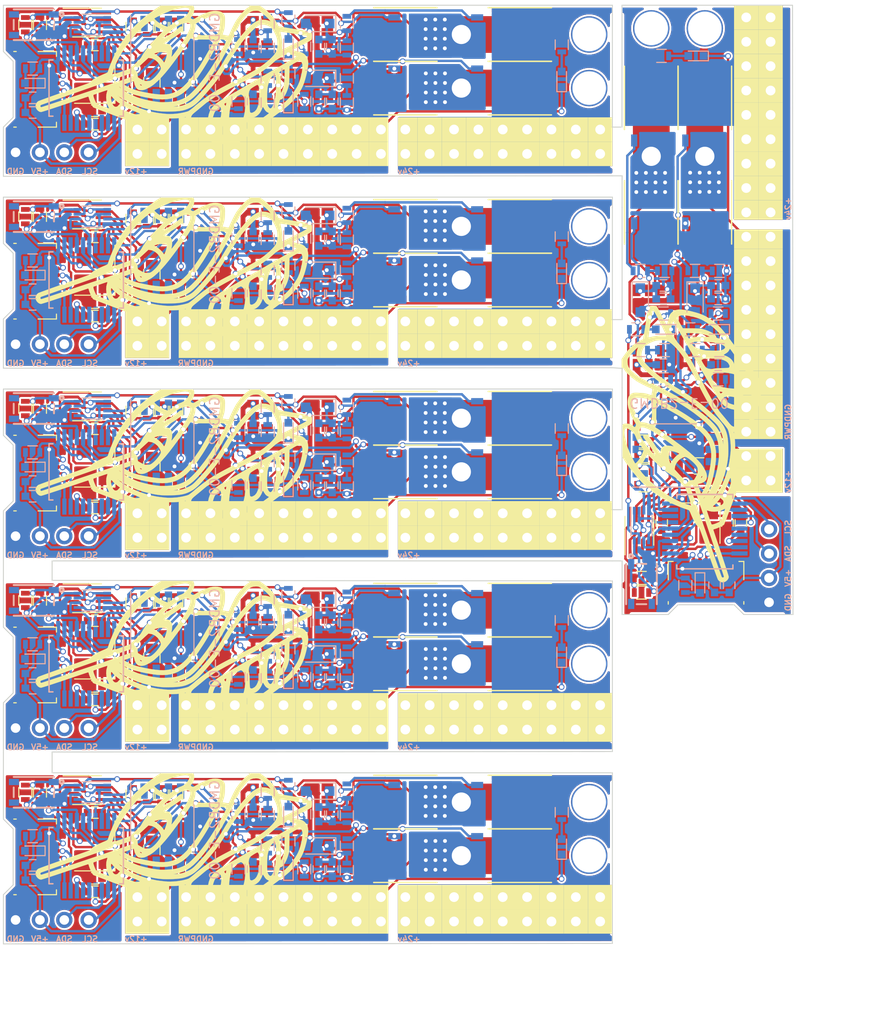
<source format=kicad_pcb>
(kicad_pcb (version 20171130) (host pcbnew "(5.1.2)-1")
  (layers (0 F.Cu signal) (31 B.Cu signal) (34 B.Paste user) (35 F.Paste user) (36 B.SilkS user) (37 F.SilkS user) (38 B.Mask user) (39 F.Mask user) (44 Edge.Cuts user))
  (net 0 "")
  (net 1 +5V)
  (net 2 GND)
  (net 3 "Net-(C3-Pad2)")
  (net 4 "Net-(C4-Pad1)")
  (net 5 "Net-(C4-Pad2)")
  (net 6 +12V)
  (net 7 GNDPWR)
  (net 8 "Net-(C8-Pad1)")
  (net 9 "Net-(C8-Pad2)")
  (net 10 "Net-(C11-Pad2)")
  (net 11 "Net-(C12-Pad1)")
  (net 12 "Net-(D1-Pad2)")
  (net 13 "Net-(D2-Pad2)")
  (net 14 "Net-(D3-Pad2)")
  (net 15 +24V)
  (net 16 "Net-(D7-Pad2)")
  (net 17 PGC/D-)
  (net 18 PGD/D+)
  (net 19 "Net-(J1-Pad4)")
  (net 20 SDA)
  (net 21 SCL)
  (net 22 "Net-(Q1-Pad2)")
  (net 23 "Net-(Q2-Pad2)")
  (net 24 "Net-(Q3-Pad2)")
  (net 25 "Net-(Q4-Pad2)")
  (net 26 *MCLR)
  (net 27 "Net-(R2-Pad1)")
  (net 28 "Net-(R3-Pad1)")
  (net 29 "Net-(R4-Pad1)")
  (net 30 "Net-(R5-Pad1)")
  (net 31 "Net-(R8-Pad1)")
  (net 32 "Net-(R9-Pad1)")
  (net 33 "Net-(R12-Pad1)")
  (net 34 "Net-(R13-Pad1)")
  (net 35 "Net-(R17-Pad2)")
  (net 36 "Net-(R18-Pad2)")
  (net 37 "Net-(R21-Pad1)")
  (net 38 "Net-(R22-Pad1)")
  (net 39 "Net-(S1-Pad2)")
  (net 40 "Net-(S1-Pad4)")
  (net 41 CW)
  (net 42 CCW)
  (net 43 "Net-(U1-Pad15)")
  (net 44 "Net-(U1-Pad16)")
  (net 45 PWM-A-AND)
  (net 46 PWM-B-OR)
  (net 47 PWM-A)
  (net 48 PWM-B)
  (net 49 PWM-B-AND)
  (net 50 PWM-A-OR)
  (module Resistors_SMD:R_0603 (layer B.Cu) (at 186.934 123.317 180)
    (fp_text reference R8)
    (fp_text value 510)
    (pad 1 smd rect (at -0.75 0 180) (size 0.5 0.9) (layers B.Cu B.Paste B.Mask) (net 31 "Net-(R8-Pad1)"))
    (pad 2 smd rect (at 0.75 0 180) (size 0.5 0.9) (layers B.Cu B.Paste B.Mask) (net 45 PWM-A-AND))
  )
  (module LEDs:LED_0603 (layer B.Cu) (at 192.522 124.968 180)
    (fp_text reference D3)
    (fp_text value LED)
    (pad 2 smd rect (at 0.8 0) (size 0.8 0.8) (layers B.Cu B.Paste B.Mask) (net 14 "Net-(D3-Pad2)"))
    (pad 1 smd rect (at -0.8 0) (size 0.8 0.8) (layers B.Cu B.Paste B.Mask) (net 2 GND))
  )
  (module Capacitors_SMD:C_0603 (layer F.Cu) (at 186.7562 145.149 90)
    (fp_text reference C12)
    (fp_text value C)
    (pad 1 smd rect (at -0.75 0 90) (size 0.8 0.75) (layers F.Cu F.Paste F.Mask) (net 11 "Net-(C12-Pad1)"))
    (pad 2 smd rect (at 0.75 0 90) (size 0.8 0.75) (layers F.Cu F.Paste F.Mask) (net 2 GND))
  )
  (module Diodes_SMD:D_SOD-323_HandSoldering (layer B.Cu) (at 184.521 121.92 270)
    (fp_text reference D4)
    (fp_text value SBD)
    (pad 2 smd rect (at 1.25 0 270) (size 1 1) (layers B.Cu B.Paste B.Mask) (net 6 +12V))
    (pad 1 smd rect (at -1.25 0 270) (size 1 1) (layers B.Cu B.Paste B.Mask) (net 4 "Net-(C4-Pad1)"))
  )
  (module LEDs:LED_0603 (layer B.Cu) (at 186.934 124.968 180)
    (fp_text reference D2)
    (fp_text value LED)
    (pad 2 smd rect (at 0.8 0) (size 0.8 0.8) (layers B.Cu B.Paste B.Mask) (net 13 "Net-(D2-Pad2)"))
    (pad 1 smd rect (at -0.8 0) (size 0.8 0.8) (layers B.Cu B.Paste B.Mask) (net 2 GND))
  )
  (module Capacitors_SMD:C_0603 (layer B.Cu) (at 186.934 128.651)
    (fp_text reference C5)
    (fp_text value 0.1u)
    (pad 1 smd rect (at -0.75 0) (size 0.8 0.75) (layers B.Cu B.Paste B.Mask) (net 6 +12V))
    (pad 2 smd rect (at 0.75 0) (size 0.8 0.75) (layers B.Cu B.Paste B.Mask) (net 7 GNDPWR))
  )
  (module Resistors_SMD:R_0603 (layer B.Cu) (at 184.14 124.968)
    (fp_text reference R10)
    (fp_text value 510)
    (pad 1 smd rect (at -0.75 0) (size 0.5 0.9) (layers B.Cu B.Paste B.Mask) (net 45 PWM-A-AND))
    (pad 2 smd rect (at 0.75 0) (size 0.5 0.9) (layers B.Cu B.Paste B.Mask) (net 13 "Net-(D2-Pad2)"))
  )
  (module Capacitors_SMD:C_0603 (layer B.Cu) (at 186.934 120.396)
    (fp_text reference C6)
    (fp_text value 0.1u)
    (pad 1 smd rect (at -0.75 0) (size 0.8 0.75) (layers B.Cu B.Paste B.Mask) (net 4 "Net-(C4-Pad1)"))
    (pad 2 smd rect (at 0.75 0) (size 0.8 0.75) (layers B.Cu B.Paste B.Mask) (net 5 "Net-(C4-Pad2)"))
  )
  (module pad:tactsw (layer B.Cu) (at 184.648 151.511 270)
    (fp_text reference S1)
    (fp_text value SKRPACE010 hide)
    (pad 1 smd rect (at -2.075 1.075 180) (size 0.65 1.05) (layers B.Cu B.Paste B.Mask) (net 26 *MCLR))
    (pad 2 smd rect (at 2.075 1.075 180) (size 0.65 1.05) (layers B.Cu B.Paste B.Mask) (net 39 "Net-(S1-Pad2)"))
    (pad 3 smd rect (at -2.075 -1.075 180) (size 0.65 1.05) (layers B.Cu B.Paste B.Mask) (net 2 GND))
    (pad 4 smd rect (at 2.075 -1.075 180) (size 0.65 1.05) (layers B.Cu B.Paste B.Mask) (net 40 "Net-(S1-Pad4)"))
  )
  (module Diodes_SMD:D_SOD-323_HandSoldering (layer B.Cu) (at 190.236 121.92 270)
    (fp_text reference D10)
    (fp_text value SBD)
    (pad 2 smd rect (at 1.25 0 270) (size 1 1) (layers B.Cu B.Paste B.Mask) (net 6 +12V))
    (pad 1 smd rect (at -1.25 0 270) (size 1 1) (layers B.Cu B.Paste B.Mask) (net 8 "Net-(C8-Pad1)"))
  )
  (module Resistors_SMD:R_0603 (layer F.Cu) (at 184.902 136.652)
    (fp_text reference R5)
    (fp_text value 10k)
    (pad 1 smd rect (at -0.75 0) (size 0.5 0.9) (layers F.Cu F.Paste F.Mask) (net 30 "Net-(R5-Pad1)"))
    (pad 2 smd rect (at 0.75 0) (size 0.5 0.9) (layers F.Cu F.Paste F.Mask) (net 2 GND))
  )
  (module pad:SKB-SK54 (layer F.Cu) (at 191.252 109.474 270)
    (fp_text reference D9)
    (fp_text value SBD)
    (pad 1 smd rect (at 0 0 270) (size 3.03 3.82) (layers F.Cu F.Paste F.Mask) (net 9 "Net-(C8-Pad2)"))
    (pad 2 smd rect (at 6.87 0 270) (size 3.03 3.82) (layers F.Cu F.Paste F.Mask) (net 7 GNDPWR))
  )
  (module pad:HOLE (layer F.Cu) (at 185.664 106.934 90)
    (fp_text reference hoge)
    (fp_text value HOLE)
    (pad 1 thru_hole circle (at 0 0 90) (size 2.5 2.5) (drill 2) (layers *.Cu *.Mask) (net 5 "Net-(C4-Pad2)"))
  )
  (module pad:SKB-SK54 (layer F.Cu) (at 185.664 97.536 270)
    (fp_text reference D5)
    (fp_text value SBD)
    (pad 1 smd rect (at 0 0 270) (size 3.03 3.82) (layers F.Cu F.Paste F.Mask) (net 15 +24V))
    (pad 2 smd rect (at 6.87 0 270) (size 3.03 3.82) (layers F.Cu F.Paste F.Mask) (net 5 "Net-(C4-Pad2)"))
  )
  (module pad:pad (layer F.Cu) (at 185.664 93.599 90)
    (fp_text reference REF**)
    (fp_text value pad)
    (pad 1 thru_hole circle (at 0 0 90) (size 3.8 3.8) (drill 3.5) (layers *.Cu *.Mask))
  )
  (module pad:TLP152 (layer F.Cu) (at 189.855 127.204)
    (fp_text reference U5)
    (fp_text value TLP152)
    (pad 1 smd rect (at 0 0) (size 0.8 1.2) (layers F.Cu F.Paste F.Mask) (net 37 "Net-(R21-Pad1)"))
    (pad 3 smd rect (at 2.54 0) (size 0.8 1.2) (layers F.Cu F.Paste F.Mask) (net 2 GND))
    (pad 6 smd rect (at 0 -6.3) (size 0.8 1.2) (layers F.Cu F.Paste F.Mask) (net 8 "Net-(C8-Pad1)"))
    (pad 5 smd rect (at 1.27 -6.3) (size 0.8 1.2) (layers F.Cu F.Paste F.Mask) (net 35 "Net-(R17-Pad2)"))
    (pad 4 smd rect (at 2.54 -6.3) (size 0.8 1.2) (layers F.Cu F.Paste F.Mask) (net 9 "Net-(C8-Pad2)"))
  )
  (module pad:SKB-SK54 (layer F.Cu) (at 185.664 109.474 270)
    (fp_text reference D6)
    (fp_text value SBD)
    (pad 1 smd rect (at 0 0 270) (size 3.03 3.82) (layers F.Cu F.Paste F.Mask) (net 5 "Net-(C4-Pad2)"))
    (pad 2 smd rect (at 6.87 0 270) (size 3.03 3.82) (layers F.Cu F.Paste F.Mask) (net 7 GNDPWR))
  )
  (module pad:TLP152 (layer F.Cu) (at 184.14 127.204)
    (fp_text reference U3)
    (fp_text value TLP152)
    (pad 1 smd rect (at 0 0) (size 0.8 1.2) (layers F.Cu F.Paste F.Mask) (net 31 "Net-(R8-Pad1)"))
    (pad 3 smd rect (at 2.54 0) (size 0.8 1.2) (layers F.Cu F.Paste F.Mask) (net 2 GND))
    (pad 6 smd rect (at 0 -6.3) (size 0.8 1.2) (layers F.Cu F.Paste F.Mask) (net 4 "Net-(C4-Pad1)"))
    (pad 5 smd rect (at 1.27 -6.3) (size 0.8 1.2) (layers F.Cu F.Paste F.Mask) (net 33 "Net-(R12-Pad1)"))
    (pad 4 smd rect (at 2.54 -6.3) (size 0.8 1.2) (layers F.Cu F.Paste F.Mask) (net 5 "Net-(C4-Pad2)"))
  )
  (module Housings_SSOP:SSOP-8_2.95x2.8mm_Pitch0.65mm (layer F.Cu) (at 184.42448 145.96364 90)
    (fp_text reference U7)
    (fp_text value OR2)
    (pad 1 smd rect (at -1.7 -0.975) (size 0.3 1.6) (layers F.Cu F.Paste F.Mask) (net 47 PWM-A))
    (pad 2 smd rect (at -1.7 -0.325) (size 0.3 1.6) (layers F.Cu F.Paste F.Mask) (net 41 CW))
    (pad 3 smd rect (at -1.7 0.325) (size 0.3 1.6) (layers F.Cu F.Paste F.Mask) (net 46 PWM-B-OR))
    (pad 4 smd rect (at -1.7 0.975) (size 0.3 1.6) (layers F.Cu F.Paste F.Mask) (net 2 GND))
    (pad 5 smd rect (at 1.7 0.975) (size 0.3 1.6) (layers F.Cu F.Paste F.Mask) (net 42 CCW))
    (pad 6 smd rect (at 1.7 0.325) (size 0.3 1.6) (layers F.Cu F.Paste F.Mask) (net 48 PWM-B))
    (pad 7 smd rect (at 1.7 -0.325) (size 0.3 1.6) (layers F.Cu F.Paste F.Mask) (net 50 PWM-A-OR))
    (pad 8 smd rect (at 1.7 -0.975) (size 0.3 1.6) (layers F.Cu F.Paste F.Mask) (net 1 +5V))
  )
  (module pad:dipsw (layer B.Cu) (at 188.331 138.1125)
    (fp_text reference SW1)
    (fp_text value ADDRESS)
    (pad 1 smd rect (at -3.81 1.905) (size 1.6 0.76) (layers B.Cu B.Mask) (net 29 "Net-(R4-Pad1)"))
    (pad 5 smd rect (at 3.81 -1.905) (size 1.6 0.76) (layers B.Cu B.Mask) (net 1 +5V))
    (pad 2 smd rect (at -3.81 0.635) (size 1.6 0.76) (layers B.Cu B.Mask) (net 28 "Net-(R3-Pad1)"))
    (pad 6 smd rect (at 3.81 -0.635) (size 1.6 0.76) (layers B.Cu B.Mask) (net 1 +5V))
    (pad 3 smd rect (at -3.81 -0.635) (size 1.6 0.76) (layers B.Cu B.Mask) (net 27 "Net-(R2-Pad1)"))
    (pad 7 smd rect (at 3.81 0.635) (size 1.6 0.76) (layers B.Cu B.Mask) (net 1 +5V))
    (pad 4 smd rect (at -3.81 -1.905) (size 1.6 0.76) (layers B.Cu B.Mask) (net 30 "Net-(R5-Pad1)"))
    (pad 8 smd rect (at 3.81 1.905) (size 1.6 0.76) (layers B.Cu B.Mask) (net 1 +5V))
  )
  (module pad:Crystal_SMD_EuroQuartz_MT-4pin_3.2x2.5mm_HandSoldering (layer F.Cu) (at 190.236 145.161 180)
    (fp_text reference Y1)
    (fp_text value Crystal_GND24)
    (pad 1 smd rect (at -1.425 1.15 180) (size 1.95 1.5) (layers F.Cu F.Mask) (net 10 "Net-(C11-Pad2)"))
    (pad 2 smd rect (at 1.425 1.15 180) (size 1.95 1.5) (layers F.Cu F.Mask) (net 2 GND))
    (pad 3 smd rect (at 1.425 -1.15 180) (size 1.95 1.5) (layers F.Cu F.Mask) (net 11 "Net-(C12-Pad1)"))
    (pad 4 smd rect (at -1.425 -1.15 180) (size 1.95 1.5) (layers F.Cu F.Mask) (net 2 GND))
  )
  (module Connectors_USB:USB_Micro-B_Molex_47346-0001 (layer F.Cu) (at 191.379 150.876 90)
    (fp_text reference J1)
    (fp_text value USB_Micro)
    (pad 1 smd rect (at 1.33 -1.3 90) (size 1.38 0.45) (layers F.Cu F.Paste F.Mask) (net 1 +5V))
    (pad 2 smd rect (at 1.33 -0.65 90) (size 1.38 0.45) (layers F.Cu F.Paste F.Mask) (net 17 PGC/D-))
    (pad 3 smd rect (at 1.33 0 90) (size 1.38 0.45) (layers F.Cu F.Paste F.Mask) (net 18 PGD/D+))
    (pad 4 smd rect (at 1.33 0.65 90) (size 1.38 0.45) (layers F.Cu F.Paste F.Mask) (net 19 "Net-(J1-Pad4)"))
    (pad 5 smd rect (at 1.33 1.3 90) (size 1.38 0.45) (layers F.Cu F.Paste F.Mask) (net 2 GND))
    (pad 6 smd rect (at 0.97 -2.4625 90) (size 2.1 1.475) (layers F.Cu F.Paste F.Mask) (net 2 GND))
    (pad 6 smd rect (at 0.97 2.4625 90) (size 2.1 1.475) (layers F.Cu F.Paste F.Mask) (net 2 GND))
    (pad 6 smd rect (at -1.33 -2.91 90) (size 1.9 2.375) (layers F.Cu F.Paste F.Mask) (net 2 GND))
    (pad 6 smd rect (at -1.33 2.91 90) (size 1.9 2.375) (layers F.Cu F.Paste F.Mask) (net 2 GND))
    (pad 6 smd rect (at -1.33 -0.84 90) (size 1.9 1.175) (layers F.Cu F.Paste F.Mask) (net 2 GND))
    (pad 6 smd rect (at -1.33 0.84 90) (size 1.9 1.175) (layers F.Cu F.Paste F.Mask) (net 2 GND))
  )
  (module Capacitors_SMD:C_0805 (layer F.Cu) (at 190.6584 139.20216)
    (fp_text reference C7)
    (fp_text value 22u)
    (pad 1 smd rect (at -1 0) (size 1 1.25) (layers F.Cu F.Paste F.Mask) (net 6 +12V))
    (pad 2 smd rect (at 1 0) (size 1 1.25) (layers F.Cu F.Paste F.Mask) (net 7 GNDPWR))
  )
  (module pad:pad (layer F.Cu) (at 191.252 93.599 90)
    (fp_text reference REF**)
    (fp_text value pad)
    (pad 1 thru_hole circle (at 0 0 90) (size 3.8 3.8) (drill 3.5) (layers *.Cu *.Mask))
  )
  (module pad:TLP152 (layer F.Cu) (at 184.14 134.951)
    (fp_text reference U4)
    (fp_text value TLP152)
    (pad 1 smd rect (at 0 0) (size 0.8 1.2) (layers F.Cu F.Paste F.Mask) (net 32 "Net-(R9-Pad1)"))
    (pad 3 smd rect (at 2.54 0) (size 0.8 1.2) (layers F.Cu F.Paste F.Mask) (net 2 GND))
    (pad 6 smd rect (at 0 -6.3) (size 0.8 1.2) (layers F.Cu F.Paste F.Mask) (net 6 +12V))
    (pad 5 smd rect (at 1.27 -6.3) (size 0.8 1.2) (layers F.Cu F.Paste F.Mask) (net 34 "Net-(R13-Pad1)"))
    (pad 4 smd rect (at 2.54 -6.3) (size 0.8 1.2) (layers F.Cu F.Paste F.Mask) (net 7 GNDPWR))
  )
  (module pad:TLP152 (layer F.Cu) (at 189.855 134.951)
    (fp_text reference U6)
    (fp_text value TLP152)
    (pad 1 smd rect (at 0 0) (size 0.8 1.2) (layers F.Cu F.Paste F.Mask) (net 38 "Net-(R22-Pad1)"))
    (pad 3 smd rect (at 2.54 0) (size 0.8 1.2) (layers F.Cu F.Paste F.Mask) (net 2 GND))
    (pad 6 smd rect (at 0 -6.3) (size 0.8 1.2) (layers F.Cu F.Paste F.Mask) (net 6 +12V))
    (pad 5 smd rect (at 1.27 -6.3) (size 0.8 1.2) (layers F.Cu F.Paste F.Mask) (net 36 "Net-(R18-Pad2)"))
    (pad 4 smd rect (at 2.54 -6.3) (size 0.8 1.2) (layers F.Cu F.Paste F.Mask) (net 7 GNDPWR))
  )
  (module pad:STL120N8F7 (layer B.Cu) (at 187.696 105.283 180)
    (fp_text reference Q1)
    (fp_text value NchFET)
    (pad 3 smd rect (at 1.27 0 180) (size 3.19 1.25) (layers B.Cu B.Paste B.Mask) (net 5 "Net-(C4-Pad2)"))
    (pad 1 smd rect (at 1.905 3.75 180) (size 4.6 4.45) (layers B.Cu B.Paste B.Mask) (net 15 +24V))
    (pad 2 smd rect (at 3.81 0 180) (size 0.65 1.25) (layers B.Cu B.Paste B.Mask) (net 22 "Net-(Q1-Pad2)"))
  )
  (module Resistors_SMD:R_0603 (layer B.Cu) (at 192.649 130.175 180)
    (fp_text reference R22)
    (fp_text value 510)
    (pad 1 smd rect (at -0.75 0 180) (size 0.5 0.9) (layers B.Cu B.Paste B.Mask) (net 38 "Net-(R22-Pad1)"))
    (pad 2 smd rect (at 0.75 0 180) (size 0.5 0.9) (layers B.Cu B.Paste B.Mask) (net 50 PWM-A-OR))
  )
  (module pad:STL120N8F7 (layer B.Cu) (at 193.03 113.919 180)
    (fp_text reference Q4)
    (fp_text value NchFET)
    (pad 3 smd rect (at 1.27 0 180) (size 3.19 1.25) (layers B.Cu B.Paste B.Mask) (net 7 GNDPWR))
    (pad 1 smd rect (at 1.905 3.75 180) (size 4.6 4.45) (layers B.Cu B.Paste B.Mask) (net 9 "Net-(C8-Pad2)"))
    (pad 2 smd rect (at 3.81 0 180) (size 0.65 1.25) (layers B.Cu B.Paste B.Mask) (net 25 "Net-(Q4-Pad2)"))
  )
  (module pad:STL120N8F7 (layer B.Cu) (at 193.03 105.283 180)
    (fp_text reference Q3)
    (fp_text value NchFET)
    (pad 3 smd rect (at 1.27 0 180) (size 3.19 1.25) (layers B.Cu B.Paste B.Mask) (net 9 "Net-(C8-Pad2)"))
    (pad 1 smd rect (at 1.905 3.75 180) (size 4.6 4.45) (layers B.Cu B.Paste B.Mask) (net 15 +24V))
    (pad 2 smd rect (at 3.81 0 180) (size 0.65 1.25) (layers B.Cu B.Paste B.Mask) (net 24 "Net-(Q3-Pad2)"))
  )
  (module pad:PIC18F14K50 (layer B.Cu) (at 191.252 146.05)
    (fp_text reference U1)
    (fp_text value PIC18F14K50-I/SS)
    (pad 1 smd rect (at -3.617399 2.925) (size 1.6764 0.4318) (layers B.Cu B.Paste B.Mask) (net 1 +5V))
    (pad 2 smd rect (at -3.617399 2.274999) (size 1.6764 0.4318) (layers B.Cu B.Paste B.Mask) (net 11 "Net-(C12-Pad1)"))
    (pad 3 smd rect (at -3.617399 1.625001) (size 1.6764 0.4318) (layers B.Cu B.Paste B.Mask) (net 10 "Net-(C11-Pad2)"))
    (pad 4 smd rect (at -3.617399 0.974999) (size 1.6764 0.4318) (layers B.Cu B.Paste B.Mask) (net 26 *MCLR))
    (pad 5 smd rect (at -3.617399 0.325001) (size 1.6764 0.4318) (layers B.Cu B.Paste B.Mask) (net 47 PWM-A))
    (pad 6 smd rect (at -3.617399 -0.324998) (size 1.6764 0.4318) (layers B.Cu B.Paste B.Mask) (net 48 PWM-B))
    (pad 7 smd rect (at -3.617399 -0.974999) (size 1.6764 0.4318) (layers B.Cu B.Paste B.Mask) (net 41 CW))
    (pad 8 smd rect (at -3.617399 -1.624998) (size 1.6764 0.4318) (layers B.Cu B.Paste B.Mask) (net 29 "Net-(R4-Pad1)"))
    (pad 9 smd rect (at -3.617399 -2.274999) (size 1.6764 0.4318) (layers B.Cu B.Paste B.Mask) (net 28 "Net-(R3-Pad1)"))
    (pad 10 smd rect (at -3.617399 -2.924998) (size 1.6764 0.4318) (layers B.Cu B.Paste B.Mask) (net 27 "Net-(R2-Pad1)"))
    (pad 11 smd rect (at 3.617399 -2.925) (size 1.6764 0.4318) (layers B.Cu B.Paste B.Mask) (net 21 SCL))
    (pad 12 smd rect (at 3.617399 -2.275002) (size 1.6764 0.4318) (layers B.Cu B.Paste B.Mask) (net 30 "Net-(R5-Pad1)"))
    (pad 13 smd rect (at 3.617399 -1.625001) (size 1.6764 0.4318) (layers B.Cu B.Paste B.Mask) (net 20 SDA))
    (pad 14 smd rect (at 3.617399 -0.975002) (size 1.6764 0.4318) (layers B.Cu B.Paste B.Mask) (net 42 CCW))
    (pad 15 smd rect (at 3.617399 -0.325001) (size 1.6764 0.4318) (layers B.Cu B.Paste B.Mask) (net 43 "Net-(U1-Pad15)"))
    (pad 16 smd rect (at 3.617399 0.324998) (size 1.6764 0.4318) (layers B.Cu B.Paste B.Mask) (net 44 "Net-(U1-Pad16)"))
    (pad 17 smd rect (at 3.617399 0.974999) (size 1.6764 0.4318) (layers B.Cu B.Paste B.Mask) (net 3 "Net-(C3-Pad2)"))
    (pad 18 smd rect (at 3.617399 1.624998) (size 1.6764 0.4318) (layers B.Cu B.Paste B.Mask) (net 17 PGC/D-))
    (pad 19 smd rect (at 3.617399 2.274999) (size 1.6764 0.4318) (layers B.Cu B.Paste B.Mask) (net 18 PGD/D+))
    (pad 20 smd rect (at 3.617399 2.924998) (size 1.6764 0.4318) (layers B.Cu B.Paste B.Mask) (net 2 GND))
  )
  (module Resistors_SMD:R_0603 (layer B.Cu) (at 189.728 124.968)
    (fp_text reference R11)
    (fp_text value 510)
    (pad 1 smd rect (at -0.75 0) (size 0.5 0.9) (layers B.Cu B.Paste B.Mask) (net 49 PWM-B-AND))
    (pad 2 smd rect (at 0.75 0) (size 0.5 0.9) (layers B.Cu B.Paste B.Mask) (net 14 "Net-(D3-Pad2)"))
  )
  (module pad:STL120N8F7 (layer B.Cu) (at 187.696 113.919 180)
    (fp_text reference Q2)
    (fp_text value NchFET)
    (pad 3 smd rect (at 1.27 0 180) (size 3.19 1.25) (layers B.Cu B.Paste B.Mask) (net 7 GNDPWR))
    (pad 1 smd rect (at 1.905 3.75 180) (size 4.6 4.45) (layers B.Cu B.Paste B.Mask) (net 5 "Net-(C4-Pad2)"))
    (pad 2 smd rect (at 3.81 0 180) (size 0.65 1.25) (layers B.Cu B.Paste B.Mask) (net 23 "Net-(Q2-Pad2)"))
  )
  (module pad:SKB-SK54 (layer F.Cu) (at 191.252 97.536 270)
    (fp_text reference D8)
    (fp_text value SBD)
    (pad 1 smd rect (at 0 0 270) (size 3.03 3.82) (layers F.Cu F.Paste F.Mask) (net 15 +24V))
    (pad 2 smd rect (at 6.87 0 270) (size 3.03 3.82) (layers F.Cu F.Paste F.Mask) (net 9 "Net-(C8-Pad2)"))
  )
  (module Resistors_SMD:R_0603 (layer B.Cu) (at 192.649 123.317 180)
    (fp_text reference R21)
    (fp_text value 510)
    (pad 1 smd rect (at -0.75 0 180) (size 0.5 0.9) (layers B.Cu B.Paste B.Mask) (net 37 "Net-(R21-Pad1)"))
    (pad 2 smd rect (at 0.75 0 180) (size 0.5 0.9) (layers B.Cu B.Paste B.Mask) (net 49 PWM-B-AND))
  )
  (module Resistors_SMD:R_0603 (layer B.Cu) (at 192.776 127.127)
    (fp_text reference R20)
    (fp_text value 10k)
    (pad 1 smd rect (at -0.75 0) (size 0.5 0.9) (layers B.Cu B.Paste B.Mask) (net 36 "Net-(R18-Pad2)"))
    (pad 2 smd rect (at 0.75 0) (size 0.5 0.9) (layers B.Cu B.Paste B.Mask) (net 7 GNDPWR))
  )
  (module Resistors_SMD:R_0603 (layer B.Cu) (at 190.236 127.127)
    (fp_text reference R18)
    (fp_text value 47)
    (pad 1 smd rect (at -0.75 0) (size 0.5 0.9) (layers B.Cu B.Paste B.Mask) (net 25 "Net-(Q4-Pad2)"))
    (pad 2 smd rect (at 0.75 0) (size 0.5 0.9) (layers B.Cu B.Paste B.Mask) (net 36 "Net-(R18-Pad2)"))
  )
  (module Resistors_SMD:R_0603 (layer B.Cu) (at 190.236 118.872)
    (fp_text reference R17)
    (fp_text value 47)
    (pad 1 smd rect (at -0.75 0) (size 0.5 0.9) (layers B.Cu B.Paste B.Mask) (net 24 "Net-(Q3-Pad2)"))
    (pad 2 smd rect (at 0.75 0) (size 0.5 0.9) (layers B.Cu B.Paste B.Mask) (net 35 "Net-(R17-Pad2)"))
  )
  (module Resistors_SMD:R_0603 (layer B.Cu) (at 186.7308 96.46412)
    (fp_text reference R16)
    (fp_text value 4.7k)
    (pad 1 smd rect (at -0.75 0) (size 0.5 0.9) (layers B.Cu B.Paste B.Mask) (net 15 +24V))
    (pad 2 smd rect (at 0.75 0) (size 0.5 0.9) (layers B.Cu B.Paste B.Mask) (net 16 "Net-(D7-Pad2)"))
  )
  (module Resistors_SMD:R_0603 (layer B.Cu) (at 184.521 118.872)
    (fp_text reference R14)
    (fp_text value 47)
    (pad 1 smd rect (at -0.75 0) (size 0.5 0.9) (layers B.Cu B.Paste B.Mask) (net 22 "Net-(Q1-Pad2)"))
    (pad 2 smd rect (at 0.75 0) (size 0.5 0.9) (layers B.Cu B.Paste B.Mask) (net 33 "Net-(R12-Pad1)"))
  )
  (module Resistors_SMD:R_0603 (layer B.Cu) (at 187.061 118.872)
    (fp_text reference R12)
    (fp_text value 10k)
    (pad 1 smd rect (at -0.75 0) (size 0.5 0.9) (layers B.Cu B.Paste B.Mask) (net 33 "Net-(R12-Pad1)"))
    (pad 2 smd rect (at 0.75 0) (size 0.5 0.9) (layers B.Cu B.Paste B.Mask) (net 5 "Net-(C4-Pad2)"))
  )
  (module Resistors_SMD:R_0603 (layer F.Cu) (at 184.902 141.224)
    (fp_text reference R4)
    (fp_text value 10k)
    (pad 1 smd rect (at -0.75 0) (size 0.5 0.9) (layers F.Cu F.Paste F.Mask) (net 29 "Net-(R4-Pad1)"))
    (pad 2 smd rect (at 0.75 0) (size 0.5 0.9) (layers F.Cu F.Paste F.Mask) (net 2 GND))
  )
  (module Resistors_SMD:R_0603 (layer B.Cu) (at 189.22 151.638 270)
    (fp_text reference R7)
    (fp_text value 510)
    (pad 1 smd rect (at -0.75 0 270) (size 0.5 0.9) (layers B.Cu B.Paste B.Mask) (net 1 +5V))
    (pad 2 smd rect (at 0.75 0 270) (size 0.5 0.9) (layers B.Cu B.Paste B.Mask) (net 12 "Net-(D1-Pad2)"))
  )
  (module Resistors_SMD:R_0603 (layer B.Cu) (at 184.521 127.127)
    (fp_text reference R15)
    (fp_text value 47)
    (pad 1 smd rect (at -0.75 0) (size 0.5 0.9) (layers B.Cu B.Paste B.Mask) (net 23 "Net-(Q2-Pad2)"))
    (pad 2 smd rect (at 0.75 0) (size 0.5 0.9) (layers B.Cu B.Paste B.Mask) (net 34 "Net-(R13-Pad1)"))
  )
  (module Resistors_SMD:R_0603 (layer F.Cu) (at 184.648 152.4 180)
    (fp_text reference R6)
    (fp_text value 10k)
    (pad 1 smd rect (at -0.75 0 180) (size 0.5 0.9) (layers F.Cu F.Paste F.Mask) (net 1 +5V))
    (pad 2 smd rect (at 0.75 0 180) (size 0.5 0.9) (layers F.Cu F.Paste F.Mask) (net 26 *MCLR))
  )
  (module Resistors_SMD:R_0603 (layer B.Cu) (at 186.934 130.175 180)
    (fp_text reference R9)
    (fp_text value 510)
    (pad 1 smd rect (at -0.75 0 180) (size 0.5 0.9) (layers B.Cu B.Paste B.Mask) (net 32 "Net-(R9-Pad1)"))
    (pad 2 smd rect (at 0.75 0 180) (size 0.5 0.9) (layers B.Cu B.Paste B.Mask) (net 46 PWM-B-OR))
  )
  (module Resistors_SMD:R_0603 (layer F.Cu) (at 184.902 139.7)
    (fp_text reference R3)
    (fp_text value 10k)
    (pad 1 smd rect (at -0.75 0) (size 0.5 0.9) (layers F.Cu F.Paste F.Mask) (net 28 "Net-(R3-Pad1)"))
    (pad 2 smd rect (at 0.75 0) (size 0.5 0.9) (layers F.Cu F.Paste F.Mask) (net 2 GND))
  )
  (module Resistors_SMD:R_0603 (layer B.Cu) (at 187.061 127.127)
    (fp_text reference R13)
    (fp_text value 10k)
    (pad 1 smd rect (at -0.75 0) (size 0.5 0.9) (layers B.Cu B.Paste B.Mask) (net 34 "Net-(R13-Pad1)"))
    (pad 2 smd rect (at 0.75 0) (size 0.5 0.9) (layers B.Cu B.Paste B.Mask) (net 7 GNDPWR))
  )
  (module Resistors_SMD:R_0603 (layer B.Cu) (at 192.776 118.872)
    (fp_text reference R19)
    (fp_text value 10k)
    (pad 1 smd rect (at -0.75 0) (size 0.5 0.9) (layers B.Cu B.Paste B.Mask) (net 35 "Net-(R17-Pad2)"))
    (pad 2 smd rect (at 0.75 0) (size 0.5 0.9) (layers B.Cu B.Paste B.Mask) (net 9 "Net-(C8-Pad2)"))
  )
  (module pad:HOLE (layer F.Cu) (at 191.252 106.934 90)
    (fp_text reference REF**)
    (fp_text value HOLE)
    (pad 1 thru_hole circle (at 0 0 90) (size 2.5 2.5) (drill 2) (layers *.Cu *.Mask) (net 9 "Net-(C8-Pad2)"))
  )
  (module pad:Pin_Header_Angled_2x20 (layer F.Cu) (at 195.57 92.456)
    (fp_text reference J4)
    (fp_text value POWER)
    (pad 3 thru_hole rect (at 2.54 5.08) (size 2.54 2.54) (drill 1.016) (layers *.Cu *.Mask F.SilkS) (net 15 +24V))
    (pad 3 thru_hole rect (at 0 5.08) (size 2.54 2.54) (drill 1.016) (layers *.Cu *.Mask F.SilkS) (net 15 +24V))
    (pad 3 thru_hole rect (at 0 7.62) (size 2.54 2.54) (drill 1.016) (layers *.Cu *.Mask F.SilkS) (net 15 +24V))
    (pad 3 thru_hole rect (at 2.54 7.62) (size 2.54 2.54) (drill 1.016) (layers *.Cu *.Mask F.SilkS) (net 15 +24V))
    (pad 3 thru_hole rect (at 2.54 2.54) (size 2.54 2.54) (drill 1.016) (layers *.Cu *.Mask F.SilkS) (net 15 +24V))
    (pad 3 thru_hole rect (at 0 2.54) (size 2.54 2.54) (drill 1.016) (layers *.Cu *.Mask F.SilkS) (net 15 +24V))
    (pad 3 thru_hole rect (at 0 0) (size 2.54 2.54) (drill 1.016) (layers *.Cu *.Mask F.SilkS) (net 15 +24V))
    (pad 3 thru_hole rect (at 2.54 0) (size 2.54 2.54) (drill 1.016) (layers *.Cu *.Mask F.SilkS) (net 15 +24V))
    (pad 3 thru_hole rect (at 2.54 10.16) (size 2.54 2.54) (drill 1.016) (layers *.Cu *.Mask F.SilkS) (net 15 +24V))
    (pad 3 thru_hole rect (at 0 10.16) (size 2.54 2.54) (drill 1.016) (layers *.Cu *.Mask F.SilkS) (net 15 +24V))
    (pad 3 thru_hole rect (at 0 12.7) (size 2.54 2.54) (drill 1.016) (layers *.Cu *.Mask F.SilkS) (net 15 +24V))
    (pad 3 thru_hole rect (at 2.54 12.7) (size 2.54 2.54) (drill 1.016) (layers *.Cu *.Mask F.SilkS) (net 15 +24V))
    (pad 3 thru_hole rect (at 2.54 17.78) (size 2.54 2.54) (drill 1.016) (layers *.Cu *.Mask F.SilkS) (net 15 +24V))
    (pad 3 thru_hole rect (at 0 17.78) (size 2.54 2.54) (drill 1.016) (layers *.Cu *.Mask F.SilkS) (net 15 +24V))
    (pad 3 thru_hole rect (at 0 15.24) (size 2.54 2.54) (drill 1.016) (layers *.Cu *.Mask F.SilkS) (net 15 +24V))
    (pad 3 thru_hole rect (at 2.54 15.24) (size 2.54 2.54) (drill 1.016) (layers *.Cu *.Mask F.SilkS) (net 15 +24V))
    (pad 3 thru_hole rect (at 0 20.32) (size 2.54 2.04) (drill 1.016 (offset 0 -0.25)) (layers *.Cu *.Mask F.SilkS) (net 15 +24V))
    (pad 3 thru_hole rect (at 2.54 20.32) (size 2.54 2.04) (drill 1.016 (offset 0 -0.25)) (layers *.Cu *.Mask F.SilkS) (net 15 +24V))
    (pad 2 thru_hole rect (at 0 22.86) (size 2.54 2.04) (drill 1.016 (offset 0 0.25)) (layers *.Cu *.Mask F.SilkS) (net 7 GNDPWR))
    (pad 2 thru_hole rect (at 2.54 22.86) (size 2.54 2.04) (drill 1.016 (offset 0 0.25)) (layers *.Cu *.Mask F.SilkS) (net 7 GNDPWR))
    (pad 2 thru_hole rect (at 0 25.4) (size 2.54 2.54) (drill 1.016) (layers *.Cu *.Mask F.SilkS) (net 7 GNDPWR))
    (pad 2 thru_hole rect (at 2.54 25.4) (size 2.54 2.54) (drill 1.016) (layers *.Cu *.Mask F.SilkS) (net 7 GNDPWR))
    (pad 2 thru_hole rect (at 2.54 27.94) (size 2.54 2.54) (drill 1.016) (layers *.Cu *.Mask F.SilkS) (net 7 GNDPWR))
    (pad 2 thru_hole rect (at 0 27.94) (size 2.54 2.54) (drill 1.016) (layers *.Cu *.Mask F.SilkS) (net 7 GNDPWR))
    (pad 2 thru_hole rect (at 0 30.48) (size 2.54 2.54) (drill 1.016) (layers *.Cu *.Mask F.SilkS) (net 7 GNDPWR))
    (pad 2 thru_hole rect (at 2.54 30.48) (size 2.54 2.54) (drill 1.016) (layers *.Cu *.Mask F.SilkS) (net 7 GNDPWR))
    (pad 2 thru_hole rect (at 2.54 35.56) (size 2.54 2.54) (drill 1.016) (layers *.Cu *.Mask F.SilkS) (net 7 GNDPWR))
    (pad 2 thru_hole rect (at 0 35.56) (size 2.54 2.54) (drill 1.016) (layers *.Cu *.Mask F.SilkS) (net 7 GNDPWR))
    (pad 2 thru_hole rect (at 0 33.02) (size 2.54 2.54) (drill 1.016) (layers *.Cu *.Mask F.SilkS) (net 7 GNDPWR))
    (pad 2 thru_hole rect (at 2.54 33.02) (size 2.54 2.54) (drill 1.016) (layers *.Cu *.Mask F.SilkS) (net 7 GNDPWR))
    (pad 2 thru_hole rect (at 2.54 40.64) (size 2.54 2.54) (drill 1.016) (layers *.Cu *.Mask F.SilkS) (net 7 GNDPWR))
    (pad 2 thru_hole rect (at 0 40.64) (size 2.54 2.54) (drill 1.016) (layers *.Cu *.Mask F.SilkS) (net 7 GNDPWR))
    (pad 2 thru_hole rect (at 2.54 38.1) (size 2.54 2.54) (drill 1.016) (layers *.Cu *.Mask F.SilkS) (net 7 GNDPWR))
    (pad 2 thru_hole rect (at 0 38.1) (size 2.54 2.54) (drill 1.016) (layers *.Cu *.Mask F.SilkS) (net 7 GNDPWR))
    (pad 2 thru_hole rect (at 2.54 43.18) (size 2.54 2.04) (drill 1.016 (offset 0 -0.25)) (layers *.Cu *.Mask F.SilkS) (net 7 GNDPWR))
    (pad 2 thru_hole rect (at 0 43.18) (size 2.54 2.04) (drill 1.016 (offset 0 -0.25)) (layers *.Cu *.Mask F.SilkS) (net 7 GNDPWR))
    (pad 1 thru_hole rect (at 2.54 45.72) (size 2.54 2.04) (drill 1.016 (offset 0 0.25)) (layers *.Cu *.Mask F.SilkS) (net 6 +12V))
    (pad 1 thru_hole rect (at 0 45.72) (size 2.54 2.04) (drill 1.016 (offset 0 0.25)) (layers *.Cu *.Mask F.SilkS) (net 6 +12V))
    (pad 1 thru_hole rect (at 0 48.26) (size 2.54 2.54) (drill 1.016) (layers *.Cu *.Mask F.SilkS) (net 6 +12V))
    (pad 1 thru_hole rect (at 2.54 48.26) (size 2.54 2.54) (drill 1.016) (layers *.Cu *.Mask F.SilkS) (net 6 +12V))
  )
  (module pad:PIN4 (layer F.Cu) (at 207 153.416 180)
    (fp_text reference J2)
    (fp_text value I2C)
    (pad 4 thru_hole oval (at 9.05 7.62 180) (size 1.7 1.7) (drill 1) (layers *.Cu *.Mask) (net 21 SCL))
    (pad 3 thru_hole oval (at 9.05 5.08 180) (size 1.7 1.7) (drill 1) (layers *.Cu *.Mask) (net 20 SDA))
    (pad 2 thru_hole oval (at 9.05 2.54 180) (size 1.7 1.7) (drill 1) (layers *.Cu *.Mask) (net 1 +5V))
    (pad 1 thru_hole rect (at 9.05 0 180) (size 1.7 1.7) (drill 1) (layers *.Cu *.Mask) (net 2 GND))
  )
  (module Logos:Bison_Large_upcut (layer F.Cu) (at 187.95 136.652 90)
    (fp_text reference G*** hide)
    (fp_text value LOGO hide)
  )
  (module Capacitors_SMD:C_0603 (layer F.Cu) (at 195.0112 145.149 270)
    (fp_text reference C3)
    (fp_text value 0.1u)
    (pad 1 smd rect (at -0.75 0 270) (size 0.8 0.75) (layers F.Cu F.Paste F.Mask) (net 2 GND))
    (pad 2 smd rect (at 0.75 0 270) (size 0.8 0.75) (layers F.Cu F.Paste F.Mask) (net 3 "Net-(C3-Pad2)"))
  )
  (module LEDs:LED_0603 (layer B.Cu) (at 190.744 151.638 270)
    (fp_text reference D1)
    (fp_text value LED)
    (pad 2 smd rect (at 0.8 0 90) (size 0.8 0.8) (layers B.Cu B.Paste B.Mask) (net 12 "Net-(D1-Pad2)"))
    (pad 1 smd rect (at -0.8 0 90) (size 0.8 0.8) (layers B.Cu B.Paste B.Mask) (net 2 GND))
  )
  (module Capacitors_SMD:C_0603 (layer B.Cu) (at 192.268 151.638 90)
    (fp_text reference C2)
    (fp_text value 1u)
    (pad 1 smd rect (at -0.75 0 90) (size 0.8 0.75) (layers B.Cu B.Paste B.Mask) (net 1 +5V))
    (pad 2 smd rect (at 0.75 0 90) (size 0.8 0.75) (layers B.Cu B.Paste B.Mask) (net 2 GND))
  )
  (module Capacitors_SMD:C_0603 (layer F.Cu) (at 193.6142 145.149 90)
    (fp_text reference C11)
    (fp_text value C)
    (pad 1 smd rect (at -0.75 0 90) (size 0.8 0.75) (layers F.Cu F.Paste F.Mask) (net 2 GND))
    (pad 2 smd rect (at 0.75 0 90) (size 0.8 0.75) (layers F.Cu F.Paste F.Mask) (net 10 "Net-(C11-Pad2)"))
  )
  (module pad:VSSOP-8_2.3x2mm_Pitch0.5mm (layer B.Cu) (at 184.648 145.415 270)
    (fp_text reference U2)
    (fp_text value AND2)
    (pad 1 smd rect (at -1.55 0.75) (size 0.3 0.8) (layers B.Cu B.Paste B.Mask) (net 47 PWM-A))
    (pad 2 smd rect (at -1.55 0.25) (size 0.3 0.8) (layers B.Cu B.Paste B.Mask) (net 41 CW))
    (pad 3 smd rect (at -1.55 -0.25) (size 0.3 0.8) (layers B.Cu B.Paste B.Mask) (net 49 PWM-B-AND))
    (pad 4 smd rect (at -1.55 -0.75) (size 0.3 0.8) (layers B.Cu B.Paste B.Mask) (net 2 GND))
    (pad 5 smd rect (at 1.55 -0.75) (size 0.3 0.8) (layers B.Cu B.Paste B.Mask) (net 42 CCW))
    (pad 6 smd rect (at 1.55 -0.25) (size 0.3 0.8) (layers B.Cu B.Paste B.Mask) (net 48 PWM-B))
    (pad 7 smd rect (at 1.55 0.25) (size 0.3 0.8) (layers B.Cu B.Paste B.Mask) (net 45 PWM-A-AND))
    (pad 8 smd rect (at 1.55 0.75) (size 0.3 0.8) (layers B.Cu B.Paste B.Mask) (net 1 +5V))
  )
  (module Capacitors_SMD:C_0603 (layer B.Cu) (at 192.649 120.396)
    (fp_text reference C8)
    (fp_text value 0.1u)
    (pad 1 smd rect (at -0.75 0) (size 0.8 0.75) (layers B.Cu B.Paste B.Mask) (net 8 "Net-(C8-Pad1)"))
    (pad 2 smd rect (at 0.75 0) (size 0.8 0.75) (layers B.Cu B.Paste B.Mask) (net 9 "Net-(C8-Pad2)"))
  )
  (module Capacitors_SMD:C_0603 (layer B.Cu) (at 186.934 121.793)
    (fp_text reference C4)
    (fp_text value 0.1u)
    (pad 1 smd rect (at -0.75 0) (size 0.8 0.75) (layers B.Cu B.Paste B.Mask) (net 4 "Net-(C4-Pad1)"))
    (pad 2 smd rect (at 0.75 0) (size 0.8 0.75) (layers B.Cu B.Paste B.Mask) (net 5 "Net-(C4-Pad2)"))
  )
  (module Capacitors_SMD:C_0603 (layer B.Cu) (at 192.649 128.651)
    (fp_text reference C10)
    (fp_text value 0.1u)
    (pad 1 smd rect (at -0.75 0) (size 0.8 0.75) (layers B.Cu B.Paste B.Mask) (net 6 +12V))
    (pad 2 smd rect (at 0.75 0) (size 0.8 0.75) (layers B.Cu B.Paste B.Mask) (net 7 GNDPWR))
  )
  (module LEDs:LED_0603 (layer B.Cu) (at 190.3248 96.4692 180)
    (fp_text reference D7)
    (fp_text value LED)
    (pad 2 smd rect (at 0.8 0) (size 0.8 0.8) (layers B.Cu B.Paste B.Mask) (net 16 "Net-(D7-Pad2)"))
    (pad 1 smd rect (at -0.8 0) (size 0.8 0.8) (layers B.Cu B.Paste B.Mask) (net 7 GNDPWR))
  )
  (module Resistors_SMD:R_0603 (layer F.Cu) (at 184.648 150.876)
    (fp_text reference R1)
    (fp_text value JP)
    (pad 1 smd rect (at -0.75 0) (size 0.5 0.9) (layers F.Cu F.Paste F.Mask) (net 26 *MCLR))
    (pad 2 smd rect (at 0.75 0) (size 0.5 0.9) (layers F.Cu F.Paste F.Mask) (net 19 "Net-(J1-Pad4)"))
  )
  (module Capacitors_SMD:C_0603 (layer B.Cu) (at 192.649 121.793)
    (fp_text reference C9)
    (fp_text value 0.1u)
    (pad 1 smd rect (at -0.75 0) (size 0.8 0.75) (layers B.Cu B.Paste B.Mask) (net 8 "Net-(C8-Pad1)"))
    (pad 2 smd rect (at 0.75 0) (size 0.8 0.75) (layers B.Cu B.Paste B.Mask) (net 9 "Net-(C8-Pad2)"))
  )
  (module Capacitors_SMD:C_0603 (layer B.Cu) (at 193.792 151.638 90)
    (fp_text reference C1)
    (fp_text value 0.1u)
    (pad 1 smd rect (at -0.75 0 90) (size 0.8 0.75) (layers B.Cu B.Paste B.Mask) (net 1 +5V))
    (pad 2 smd rect (at 0.75 0 90) (size 0.8 0.75) (layers B.Cu B.Paste B.Mask) (net 2 GND))
  )
  (module Resistors_SMD:R_0603 (layer F.Cu) (at 184.902 138.176)
    (fp_text reference R2)
    (fp_text value 10k)
    (pad 1 smd rect (at -0.75 0) (size 0.5 0.9) (layers F.Cu F.Paste F.Mask) (net 27 "Net-(R2-Pad1)"))
    (pad 2 smd rect (at 0.75 0) (size 0.5 0.9) (layers F.Cu F.Paste F.Mask) (net 2 GND))
  )
  (module pad:Pin_Header_Angled_2x20 (layer F.Cu) (at 180.34 184.14 270)
    (fp_text reference J4)
    (fp_text value POWER)
    (pad 1 thru_hole rect (at 2.54 48.26 270) (size 2.54 2.54) (drill 1.016) (layers *.Cu *.Mask F.SilkS) (net 6 +12V))
    (pad 1 thru_hole rect (at 0 48.26 270) (size 2.54 2.54) (drill 1.016) (layers *.Cu *.Mask F.SilkS) (net 6 +12V))
    (pad 1 thru_hole rect (at 0 45.72 270) (size 2.54 2.04) (drill 1.016 (offset 0 0.25)) (layers *.Cu *.Mask F.SilkS) (net 6 +12V))
    (pad 1 thru_hole rect (at 2.54 45.72 270) (size 2.54 2.04) (drill 1.016 (offset 0 0.25)) (layers *.Cu *.Mask F.SilkS) (net 6 +12V))
    (pad 2 thru_hole rect (at 0 43.18 270) (size 2.54 2.04) (drill 1.016 (offset 0 -0.25)) (layers *.Cu *.Mask F.SilkS) (net 7 GNDPWR))
    (pad 2 thru_hole rect (at 2.54 43.18 270) (size 2.54 2.04) (drill 1.016 (offset 0 -0.25)) (layers *.Cu *.Mask F.SilkS) (net 7 GNDPWR))
    (pad 2 thru_hole rect (at 0 38.1 270) (size 2.54 2.54) (drill 1.016) (layers *.Cu *.Mask F.SilkS) (net 7 GNDPWR))
    (pad 2 thru_hole rect (at 2.54 38.1 270) (size 2.54 2.54) (drill 1.016) (layers *.Cu *.Mask F.SilkS) (net 7 GNDPWR))
    (pad 2 thru_hole rect (at 0 40.64 270) (size 2.54 2.54) (drill 1.016) (layers *.Cu *.Mask F.SilkS) (net 7 GNDPWR))
    (pad 2 thru_hole rect (at 2.54 40.64 270) (size 2.54 2.54) (drill 1.016) (layers *.Cu *.Mask F.SilkS) (net 7 GNDPWR))
    (pad 2 thru_hole rect (at 2.54 33.02 270) (size 2.54 2.54) (drill 1.016) (layers *.Cu *.Mask F.SilkS) (net 7 GNDPWR))
    (pad 2 thru_hole rect (at 0 33.02 270) (size 2.54 2.54) (drill 1.016) (layers *.Cu *.Mask F.SilkS) (net 7 GNDPWR))
    (pad 2 thru_hole rect (at 0 35.56 270) (size 2.54 2.54) (drill 1.016) (layers *.Cu *.Mask F.SilkS) (net 7 GNDPWR))
    (pad 2 thru_hole rect (at 2.54 35.56 270) (size 2.54 2.54) (drill 1.016) (layers *.Cu *.Mask F.SilkS) (net 7 GNDPWR))
    (pad 2 thru_hole rect (at 2.54 30.48 270) (size 2.54 2.54) (drill 1.016) (layers *.Cu *.Mask F.SilkS) (net 7 GNDPWR))
    (pad 2 thru_hole rect (at 0 30.48 270) (size 2.54 2.54) (drill 1.016) (layers *.Cu *.Mask F.SilkS) (net 7 GNDPWR))
    (pad 2 thru_hole rect (at 0 27.94 270) (size 2.54 2.54) (drill 1.016) (layers *.Cu *.Mask F.SilkS) (net 7 GNDPWR))
    (pad 2 thru_hole rect (at 2.54 27.94 270) (size 2.54 2.54) (drill 1.016) (layers *.Cu *.Mask F.SilkS) (net 7 GNDPWR))
    (pad 2 thru_hole rect (at 2.54 25.4 270) (size 2.54 2.54) (drill 1.016) (layers *.Cu *.Mask F.SilkS) (net 7 GNDPWR))
    (pad 2 thru_hole rect (at 0 25.4 270) (size 2.54 2.54) (drill 1.016) (layers *.Cu *.Mask F.SilkS) (net 7 GNDPWR))
    (pad 2 thru_hole rect (at 2.54 22.86 270) (size 2.54 2.04) (drill 1.016 (offset 0 0.25)) (layers *.Cu *.Mask F.SilkS) (net 7 GNDPWR))
    (pad 2 thru_hole rect (at 0 22.86 270) (size 2.54 2.04) (drill 1.016 (offset 0 0.25)) (layers *.Cu *.Mask F.SilkS) (net 7 GNDPWR))
    (pad 3 thru_hole rect (at 2.54 20.32 270) (size 2.54 2.04) (drill 1.016 (offset 0 -0.25)) (layers *.Cu *.Mask F.SilkS) (net 15 +24V))
    (pad 3 thru_hole rect (at 0 20.32 270) (size 2.54 2.04) (drill 1.016 (offset 0 -0.25)) (layers *.Cu *.Mask F.SilkS) (net 15 +24V))
    (pad 3 thru_hole rect (at 2.54 15.24 270) (size 2.54 2.54) (drill 1.016) (layers *.Cu *.Mask F.SilkS) (net 15 +24V))
    (pad 3 thru_hole rect (at 0 15.24 270) (size 2.54 2.54) (drill 1.016) (layers *.Cu *.Mask F.SilkS) (net 15 +24V))
    (pad 3 thru_hole rect (at 0 17.78 270) (size 2.54 2.54) (drill 1.016) (layers *.Cu *.Mask F.SilkS) (net 15 +24V))
    (pad 3 thru_hole rect (at 2.54 17.78 270) (size 2.54 2.54) (drill 1.016) (layers *.Cu *.Mask F.SilkS) (net 15 +24V))
    (pad 3 thru_hole rect (at 2.54 12.7 270) (size 2.54 2.54) (drill 1.016) (layers *.Cu *.Mask F.SilkS) (net 15 +24V))
    (pad 3 thru_hole rect (at 0 12.7 270) (size 2.54 2.54) (drill 1.016) (layers *.Cu *.Mask F.SilkS) (net 15 +24V))
    (pad 3 thru_hole rect (at 0 10.16 270) (size 2.54 2.54) (drill 1.016) (layers *.Cu *.Mask F.SilkS) (net 15 +24V))
    (pad 3 thru_hole rect (at 2.54 10.16 270) (size 2.54 2.54) (drill 1.016) (layers *.Cu *.Mask F.SilkS) (net 15 +24V))
    (pad 3 thru_hole rect (at 2.54 0 270) (size 2.54 2.54) (drill 1.016) (layers *.Cu *.Mask F.SilkS) (net 15 +24V))
    (pad 3 thru_hole rect (at 0 0 270) (size 2.54 2.54) (drill 1.016) (layers *.Cu *.Mask F.SilkS) (net 15 +24V))
    (pad 3 thru_hole rect (at 0 2.54 270) (size 2.54 2.54) (drill 1.016) (layers *.Cu *.Mask F.SilkS) (net 15 +24V))
    (pad 3 thru_hole rect (at 2.54 2.54 270) (size 2.54 2.54) (drill 1.016) (layers *.Cu *.Mask F.SilkS) (net 15 +24V))
    (pad 3 thru_hole rect (at 2.54 7.62 270) (size 2.54 2.54) (drill 1.016) (layers *.Cu *.Mask F.SilkS) (net 15 +24V))
    (pad 3 thru_hole rect (at 0 7.62 270) (size 2.54 2.54) (drill 1.016) (layers *.Cu *.Mask F.SilkS) (net 15 +24V))
    (pad 3 thru_hole rect (at 0 5.08 270) (size 2.54 2.54) (drill 1.016) (layers *.Cu *.Mask F.SilkS) (net 15 +24V))
    (pad 3 thru_hole rect (at 2.54 5.08 270) (size 2.54 2.54) (drill 1.016) (layers *.Cu *.Mask F.SilkS) (net 15 +24V))
  )
  (module pad:Pin_Header_Angled_2x20 (layer F.Cu) (at 180.34 164.14 270)
    (fp_text reference J4)
    (fp_text value POWER)
    (pad 1 thru_hole rect (at 2.54 48.26 270) (size 2.54 2.54) (drill 1.016) (layers *.Cu *.Mask F.SilkS) (net 6 +12V))
    (pad 1 thru_hole rect (at 0 48.26 270) (size 2.54 2.54) (drill 1.016) (layers *.Cu *.Mask F.SilkS) (net 6 +12V))
    (pad 1 thru_hole rect (at 0 45.72 270) (size 2.54 2.04) (drill 1.016 (offset 0 0.25)) (layers *.Cu *.Mask F.SilkS) (net 6 +12V))
    (pad 1 thru_hole rect (at 2.54 45.72 270) (size 2.54 2.04) (drill 1.016 (offset 0 0.25)) (layers *.Cu *.Mask F.SilkS) (net 6 +12V))
    (pad 2 thru_hole rect (at 0 43.18 270) (size 2.54 2.04) (drill 1.016 (offset 0 -0.25)) (layers *.Cu *.Mask F.SilkS) (net 7 GNDPWR))
    (pad 2 thru_hole rect (at 2.54 43.18 270) (size 2.54 2.04) (drill 1.016 (offset 0 -0.25)) (layers *.Cu *.Mask F.SilkS) (net 7 GNDPWR))
    (pad 2 thru_hole rect (at 0 38.1 270) (size 2.54 2.54) (drill 1.016) (layers *.Cu *.Mask F.SilkS) (net 7 GNDPWR))
    (pad 2 thru_hole rect (at 2.54 38.1 270) (size 2.54 2.54) (drill 1.016) (layers *.Cu *.Mask F.SilkS) (net 7 GNDPWR))
    (pad 2 thru_hole rect (at 0 40.64 270) (size 2.54 2.54) (drill 1.016) (layers *.Cu *.Mask F.SilkS) (net 7 GNDPWR))
    (pad 2 thru_hole rect (at 2.54 40.64 270) (size 2.54 2.54) (drill 1.016) (layers *.Cu *.Mask F.SilkS) (net 7 GNDPWR))
    (pad 2 thru_hole rect (at 2.54 33.02 270) (size 2.54 2.54) (drill 1.016) (layers *.Cu *.Mask F.SilkS) (net 7 GNDPWR))
    (pad 2 thru_hole rect (at 0 33.02 270) (size 2.54 2.54) (drill 1.016) (layers *.Cu *.Mask F.SilkS) (net 7 GNDPWR))
    (pad 2 thru_hole rect (at 0 35.56 270) (size 2.54 2.54) (drill 1.016) (layers *.Cu *.Mask F.SilkS) (net 7 GNDPWR))
    (pad 2 thru_hole rect (at 2.54 35.56 270) (size 2.54 2.54) (drill 1.016) (layers *.Cu *.Mask F.SilkS) (net 7 GNDPWR))
    (pad 2 thru_hole rect (at 2.54 30.48 270) (size 2.54 2.54) (drill 1.016) (layers *.Cu *.Mask F.SilkS) (net 7 GNDPWR))
    (pad 2 thru_hole rect (at 0 30.48 270) (size 2.54 2.54) (drill 1.016) (layers *.Cu *.Mask F.SilkS) (net 7 GNDPWR))
    (pad 2 thru_hole rect (at 0 27.94 270) (size 2.54 2.54) (drill 1.016) (layers *.Cu *.Mask F.SilkS) (net 7 GNDPWR))
    (pad 2 thru_hole rect (at 2.54 27.94 270) (size 2.54 2.54) (drill 1.016) (layers *.Cu *.Mask F.SilkS) (net 7 GNDPWR))
    (pad 2 thru_hole rect (at 2.54 25.4 270) (size 2.54 2.54) (drill 1.016) (layers *.Cu *.Mask F.SilkS) (net 7 GNDPWR))
    (pad 2 thru_hole rect (at 0 25.4 270) (size 2.54 2.54) (drill 1.016) (layers *.Cu *.Mask F.SilkS) (net 7 GNDPWR))
    (pad 2 thru_hole rect (at 2.54 22.86 270) (size 2.54 2.04) (drill 1.016 (offset 0 0.25)) (layers *.Cu *.Mask F.SilkS) (net 7 GNDPWR))
    (pad 2 thru_hole rect (at 0 22.86 270) (size 2.54 2.04) (drill 1.016 (offset 0 0.25)) (layers *.Cu *.Mask F.SilkS) (net 7 GNDPWR))
    (pad 3 thru_hole rect (at 2.54 20.32 270) (size 2.54 2.04) (drill 1.016 (offset 0 -0.25)) (layers *.Cu *.Mask F.SilkS) (net 15 +24V))
    (pad 3 thru_hole rect (at 0 20.32 270) (size 2.54 2.04) (drill 1.016 (offset 0 -0.25)) (layers *.Cu *.Mask F.SilkS) (net 15 +24V))
    (pad 3 thru_hole rect (at 2.54 15.24 270) (size 2.54 2.54) (drill 1.016) (layers *.Cu *.Mask F.SilkS) (net 15 +24V))
    (pad 3 thru_hole rect (at 0 15.24 270) (size 2.54 2.54) (drill 1.016) (layers *.Cu *.Mask F.SilkS) (net 15 +24V))
    (pad 3 thru_hole rect (at 0 17.78 270) (size 2.54 2.54) (drill 1.016) (layers *.Cu *.Mask F.SilkS) (net 15 +24V))
    (pad 3 thru_hole rect (at 2.54 17.78 270) (size 2.54 2.54) (drill 1.016) (layers *.Cu *.Mask F.SilkS) (net 15 +24V))
    (pad 3 thru_hole rect (at 2.54 12.7 270) (size 2.54 2.54) (drill 1.016) (layers *.Cu *.Mask F.SilkS) (net 15 +24V))
    (pad 3 thru_hole rect (at 0 12.7 270) (size 2.54 2.54) (drill 1.016) (layers *.Cu *.Mask F.SilkS) (net 15 +24V))
    (pad 3 thru_hole rect (at 0 10.16 270) (size 2.54 2.54) (drill 1.016) (layers *.Cu *.Mask F.SilkS) (net 15 +24V))
    (pad 3 thru_hole rect (at 2.54 10.16 270) (size 2.54 2.54) (drill 1.016) (layers *.Cu *.Mask F.SilkS) (net 15 +24V))
    (pad 3 thru_hole rect (at 2.54 0 270) (size 2.54 2.54) (drill 1.016) (layers *.Cu *.Mask F.SilkS) (net 15 +24V))
    (pad 3 thru_hole rect (at 0 0 270) (size 2.54 2.54) (drill 1.016) (layers *.Cu *.Mask F.SilkS) (net 15 +24V))
    (pad 3 thru_hole rect (at 0 2.54 270) (size 2.54 2.54) (drill 1.016) (layers *.Cu *.Mask F.SilkS) (net 15 +24V))
    (pad 3 thru_hole rect (at 2.54 2.54 270) (size 2.54 2.54) (drill 1.016) (layers *.Cu *.Mask F.SilkS) (net 15 +24V))
    (pad 3 thru_hole rect (at 2.54 7.62 270) (size 2.54 2.54) (drill 1.016) (layers *.Cu *.Mask F.SilkS) (net 15 +24V))
    (pad 3 thru_hole rect (at 0 7.62 270) (size 2.54 2.54) (drill 1.016) (layers *.Cu *.Mask F.SilkS) (net 15 +24V))
    (pad 3 thru_hole rect (at 0 5.08 270) (size 2.54 2.54) (drill 1.016) (layers *.Cu *.Mask F.SilkS) (net 15 +24V))
    (pad 3 thru_hole rect (at 2.54 5.08 270) (size 2.54 2.54) (drill 1.016) (layers *.Cu *.Mask F.SilkS) (net 15 +24V))
  )
  (module pad:Pin_Header_Angled_2x20 (layer F.Cu) (at 180.34 144.14 270)
    (fp_text reference J4)
    (fp_text value POWER)
    (pad 1 thru_hole rect (at 2.54 48.26 270) (size 2.54 2.54) (drill 1.016) (layers *.Cu *.Mask F.SilkS) (net 6 +12V))
    (pad 1 thru_hole rect (at 0 48.26 270) (size 2.54 2.54) (drill 1.016) (layers *.Cu *.Mask F.SilkS) (net 6 +12V))
    (pad 1 thru_hole rect (at 0 45.72 270) (size 2.54 2.04) (drill 1.016 (offset 0 0.25)) (layers *.Cu *.Mask F.SilkS) (net 6 +12V))
    (pad 1 thru_hole rect (at 2.54 45.72 270) (size 2.54 2.04) (drill 1.016 (offset 0 0.25)) (layers *.Cu *.Mask F.SilkS) (net 6 +12V))
    (pad 2 thru_hole rect (at 0 43.18 270) (size 2.54 2.04) (drill 1.016 (offset 0 -0.25)) (layers *.Cu *.Mask F.SilkS) (net 7 GNDPWR))
    (pad 2 thru_hole rect (at 2.54 43.18 270) (size 2.54 2.04) (drill 1.016 (offset 0 -0.25)) (layers *.Cu *.Mask F.SilkS) (net 7 GNDPWR))
    (pad 2 thru_hole rect (at 0 38.1 270) (size 2.54 2.54) (drill 1.016) (layers *.Cu *.Mask F.SilkS) (net 7 GNDPWR))
    (pad 2 thru_hole rect (at 2.54 38.1 270) (size 2.54 2.54) (drill 1.016) (layers *.Cu *.Mask F.SilkS) (net 7 GNDPWR))
    (pad 2 thru_hole rect (at 0 40.64 270) (size 2.54 2.54) (drill 1.016) (layers *.Cu *.Mask F.SilkS) (net 7 GNDPWR))
    (pad 2 thru_hole rect (at 2.54 40.64 270) (size 2.54 2.54) (drill 1.016) (layers *.Cu *.Mask F.SilkS) (net 7 GNDPWR))
    (pad 2 thru_hole rect (at 2.54 33.02 270) (size 2.54 2.54) (drill 1.016) (layers *.Cu *.Mask F.SilkS) (net 7 GNDPWR))
    (pad 2 thru_hole rect (at 0 33.02 270) (size 2.54 2.54) (drill 1.016) (layers *.Cu *.Mask F.SilkS) (net 7 GNDPWR))
    (pad 2 thru_hole rect (at 0 35.56 270) (size 2.54 2.54) (drill 1.016) (layers *.Cu *.Mask F.SilkS) (net 7 GNDPWR))
    (pad 2 thru_hole rect (at 2.54 35.56 270) (size 2.54 2.54) (drill 1.016) (layers *.Cu *.Mask F.SilkS) (net 7 GNDPWR))
    (pad 2 thru_hole rect (at 2.54 30.48 270) (size 2.54 2.54) (drill 1.016) (layers *.Cu *.Mask F.SilkS) (net 7 GNDPWR))
    (pad 2 thru_hole rect (at 0 30.48 270) (size 2.54 2.54) (drill 1.016) (layers *.Cu *.Mask F.SilkS) (net 7 GNDPWR))
    (pad 2 thru_hole rect (at 0 27.94 270) (size 2.54 2.54) (drill 1.016) (layers *.Cu *.Mask F.SilkS) (net 7 GNDPWR))
    (pad 2 thru_hole rect (at 2.54 27.94 270) (size 2.54 2.54) (drill 1.016) (layers *.Cu *.Mask F.SilkS) (net 7 GNDPWR))
    (pad 2 thru_hole rect (at 2.54 25.4 270) (size 2.54 2.54) (drill 1.016) (layers *.Cu *.Mask F.SilkS) (net 7 GNDPWR))
    (pad 2 thru_hole rect (at 0 25.4 270) (size 2.54 2.54) (drill 1.016) (layers *.Cu *.Mask F.SilkS) (net 7 GNDPWR))
    (pad 2 thru_hole rect (at 2.54 22.86 270) (size 2.54 2.04) (drill 1.016 (offset 0 0.25)) (layers *.Cu *.Mask F.SilkS) (net 7 GNDPWR))
    (pad 2 thru_hole rect (at 0 22.86 270) (size 2.54 2.04) (drill 1.016 (offset 0 0.25)) (layers *.Cu *.Mask F.SilkS) (net 7 GNDPWR))
    (pad 3 thru_hole rect (at 2.54 20.32 270) (size 2.54 2.04) (drill 1.016 (offset 0 -0.25)) (layers *.Cu *.Mask F.SilkS) (net 15 +24V))
    (pad 3 thru_hole rect (at 0 20.32 270) (size 2.54 2.04) (drill 1.016 (offset 0 -0.25)) (layers *.Cu *.Mask F.SilkS) (net 15 +24V))
    (pad 3 thru_hole rect (at 2.54 15.24 270) (size 2.54 2.54) (drill 1.016) (layers *.Cu *.Mask F.SilkS) (net 15 +24V))
    (pad 3 thru_hole rect (at 0 15.24 270) (size 2.54 2.54) (drill 1.016) (layers *.Cu *.Mask F.SilkS) (net 15 +24V))
    (pad 3 thru_hole rect (at 0 17.78 270) (size 2.54 2.54) (drill 1.016) (layers *.Cu *.Mask F.SilkS) (net 15 +24V))
    (pad 3 thru_hole rect (at 2.54 17.78 270) (size 2.54 2.54) (drill 1.016) (layers *.Cu *.Mask F.SilkS) (net 15 +24V))
    (pad 3 thru_hole rect (at 2.54 12.7 270) (size 2.54 2.54) (drill 1.016) (layers *.Cu *.Mask F.SilkS) (net 15 +24V))
    (pad 3 thru_hole rect (at 0 12.7 270) (size 2.54 2.54) (drill 1.016) (layers *.Cu *.Mask F.SilkS) (net 15 +24V))
    (pad 3 thru_hole rect (at 0 10.16 270) (size 2.54 2.54) (drill 1.016) (layers *.Cu *.Mask F.SilkS) (net 15 +24V))
    (pad 3 thru_hole rect (at 2.54 10.16 270) (size 2.54 2.54) (drill 1.016) (layers *.Cu *.Mask F.SilkS) (net 15 +24V))
    (pad 3 thru_hole rect (at 2.54 0 270) (size 2.54 2.54) (drill 1.016) (layers *.Cu *.Mask F.SilkS) (net 15 +24V))
    (pad 3 thru_hole rect (at 0 0 270) (size 2.54 2.54) (drill 1.016) (layers *.Cu *.Mask F.SilkS) (net 15 +24V))
    (pad 3 thru_hole rect (at 0 2.54 270) (size 2.54 2.54) (drill 1.016) (layers *.Cu *.Mask F.SilkS) (net 15 +24V))
    (pad 3 thru_hole rect (at 2.54 2.54 270) (size 2.54 2.54) (drill 1.016) (layers *.Cu *.Mask F.SilkS) (net 15 +24V))
    (pad 3 thru_hole rect (at 2.54 7.62 270) (size 2.54 2.54) (drill 1.016) (layers *.Cu *.Mask F.SilkS) (net 15 +24V))
    (pad 3 thru_hole rect (at 0 7.62 270) (size 2.54 2.54) (drill 1.016) (layers *.Cu *.Mask F.SilkS) (net 15 +24V))
    (pad 3 thru_hole rect (at 0 5.08 270) (size 2.54 2.54) (drill 1.016) (layers *.Cu *.Mask F.SilkS) (net 15 +24V))
    (pad 3 thru_hole rect (at 2.54 5.08 270) (size 2.54 2.54) (drill 1.016) (layers *.Cu *.Mask F.SilkS) (net 15 +24V))
  )
  (module pad:Pin_Header_Angled_2x20 (layer F.Cu) (at 180.34 124.14 270)
    (fp_text reference J4)
    (fp_text value POWER)
    (pad 1 thru_hole rect (at 2.54 48.26 270) (size 2.54 2.54) (drill 1.016) (layers *.Cu *.Mask F.SilkS) (net 6 +12V))
    (pad 1 thru_hole rect (at 0 48.26 270) (size 2.54 2.54) (drill 1.016) (layers *.Cu *.Mask F.SilkS) (net 6 +12V))
    (pad 1 thru_hole rect (at 0 45.72 270) (size 2.54 2.04) (drill 1.016 (offset 0 0.25)) (layers *.Cu *.Mask F.SilkS) (net 6 +12V))
    (pad 1 thru_hole rect (at 2.54 45.72 270) (size 2.54 2.04) (drill 1.016 (offset 0 0.25)) (layers *.Cu *.Mask F.SilkS) (net 6 +12V))
    (pad 2 thru_hole rect (at 0 43.18 270) (size 2.54 2.04) (drill 1.016 (offset 0 -0.25)) (layers *.Cu *.Mask F.SilkS) (net 7 GNDPWR))
    (pad 2 thru_hole rect (at 2.54 43.18 270) (size 2.54 2.04) (drill 1.016 (offset 0 -0.25)) (layers *.Cu *.Mask F.SilkS) (net 7 GNDPWR))
    (pad 2 thru_hole rect (at 0 38.1 270) (size 2.54 2.54) (drill 1.016) (layers *.Cu *.Mask F.SilkS) (net 7 GNDPWR))
    (pad 2 thru_hole rect (at 2.54 38.1 270) (size 2.54 2.54) (drill 1.016) (layers *.Cu *.Mask F.SilkS) (net 7 GNDPWR))
    (pad 2 thru_hole rect (at 0 40.64 270) (size 2.54 2.54) (drill 1.016) (layers *.Cu *.Mask F.SilkS) (net 7 GNDPWR))
    (pad 2 thru_hole rect (at 2.54 40.64 270) (size 2.54 2.54) (drill 1.016) (layers *.Cu *.Mask F.SilkS) (net 7 GNDPWR))
    (pad 2 thru_hole rect (at 2.54 33.02 270) (size 2.54 2.54) (drill 1.016) (layers *.Cu *.Mask F.SilkS) (net 7 GNDPWR))
    (pad 2 thru_hole rect (at 0 33.02 270) (size 2.54 2.54) (drill 1.016) (layers *.Cu *.Mask F.SilkS) (net 7 GNDPWR))
    (pad 2 thru_hole rect (at 0 35.56 270) (size 2.54 2.54) (drill 1.016) (layers *.Cu *.Mask F.SilkS) (net 7 GNDPWR))
    (pad 2 thru_hole rect (at 2.54 35.56 270) (size 2.54 2.54) (drill 1.016) (layers *.Cu *.Mask F.SilkS) (net 7 GNDPWR))
    (pad 2 thru_hole rect (at 2.54 30.48 270) (size 2.54 2.54) (drill 1.016) (layers *.Cu *.Mask F.SilkS) (net 7 GNDPWR))
    (pad 2 thru_hole rect (at 0 30.48 270) (size 2.54 2.54) (drill 1.016) (layers *.Cu *.Mask F.SilkS) (net 7 GNDPWR))
    (pad 2 thru_hole rect (at 0 27.94 270) (size 2.54 2.54) (drill 1.016) (layers *.Cu *.Mask F.SilkS) (net 7 GNDPWR))
    (pad 2 thru_hole rect (at 2.54 27.94 270) (size 2.54 2.54) (drill 1.016) (layers *.Cu *.Mask F.SilkS) (net 7 GNDPWR))
    (pad 2 thru_hole rect (at 2.54 25.4 270) (size 2.54 2.54) (drill 1.016) (layers *.Cu *.Mask F.SilkS) (net 7 GNDPWR))
    (pad 2 thru_hole rect (at 0 25.4 270) (size 2.54 2.54) (drill 1.016) (layers *.Cu *.Mask F.SilkS) (net 7 GNDPWR))
    (pad 2 thru_hole rect (at 2.54 22.86 270) (size 2.54 2.04) (drill 1.016 (offset 0 0.25)) (layers *.Cu *.Mask F.SilkS) (net 7 GNDPWR))
    (pad 2 thru_hole rect (at 0 22.86 270) (size 2.54 2.04) (drill 1.016 (offset 0 0.25)) (layers *.Cu *.Mask F.SilkS) (net 7 GNDPWR))
    (pad 3 thru_hole rect (at 2.54 20.32 270) (size 2.54 2.04) (drill 1.016 (offset 0 -0.25)) (layers *.Cu *.Mask F.SilkS) (net 15 +24V))
    (pad 3 thru_hole rect (at 0 20.32 270) (size 2.54 2.04) (drill 1.016 (offset 0 -0.25)) (layers *.Cu *.Mask F.SilkS) (net 15 +24V))
    (pad 3 thru_hole rect (at 2.54 15.24 270) (size 2.54 2.54) (drill 1.016) (layers *.Cu *.Mask F.SilkS) (net 15 +24V))
    (pad 3 thru_hole rect (at 0 15.24 270) (size 2.54 2.54) (drill 1.016) (layers *.Cu *.Mask F.SilkS) (net 15 +24V))
    (pad 3 thru_hole rect (at 0 17.78 270) (size 2.54 2.54) (drill 1.016) (layers *.Cu *.Mask F.SilkS) (net 15 +24V))
    (pad 3 thru_hole rect (at 2.54 17.78 270) (size 2.54 2.54) (drill 1.016) (layers *.Cu *.Mask F.SilkS) (net 15 +24V))
    (pad 3 thru_hole rect (at 2.54 12.7 270) (size 2.54 2.54) (drill 1.016) (layers *.Cu *.Mask F.SilkS) (net 15 +24V))
    (pad 3 thru_hole rect (at 0 12.7 270) (size 2.54 2.54) (drill 1.016) (layers *.Cu *.Mask F.SilkS) (net 15 +24V))
    (pad 3 thru_hole rect (at 0 10.16 270) (size 2.54 2.54) (drill 1.016) (layers *.Cu *.Mask F.SilkS) (net 15 +24V))
    (pad 3 thru_hole rect (at 2.54 10.16 270) (size 2.54 2.54) (drill 1.016) (layers *.Cu *.Mask F.SilkS) (net 15 +24V))
    (pad 3 thru_hole rect (at 2.54 0 270) (size 2.54 2.54) (drill 1.016) (layers *.Cu *.Mask F.SilkS) (net 15 +24V))
    (pad 3 thru_hole rect (at 0 0 270) (size 2.54 2.54) (drill 1.016) (layers *.Cu *.Mask F.SilkS) (net 15 +24V))
    (pad 3 thru_hole rect (at 0 2.54 270) (size 2.54 2.54) (drill 1.016) (layers *.Cu *.Mask F.SilkS) (net 15 +24V))
    (pad 3 thru_hole rect (at 2.54 2.54 270) (size 2.54 2.54) (drill 1.016) (layers *.Cu *.Mask F.SilkS) (net 15 +24V))
    (pad 3 thru_hole rect (at 2.54 7.62 270) (size 2.54 2.54) (drill 1.016) (layers *.Cu *.Mask F.SilkS) (net 15 +24V))
    (pad 3 thru_hole rect (at 0 7.62 270) (size 2.54 2.54) (drill 1.016) (layers *.Cu *.Mask F.SilkS) (net 15 +24V))
    (pad 3 thru_hole rect (at 0 5.08 270) (size 2.54 2.54) (drill 1.016) (layers *.Cu *.Mask F.SilkS) (net 15 +24V))
    (pad 3 thru_hole rect (at 2.54 5.08 270) (size 2.54 2.54) (drill 1.016) (layers *.Cu *.Mask F.SilkS) (net 15 +24V))
  )
  (module Logos:Bison_Large_upcut (layer F.Cu) (at 136.144 176.52)
    (fp_text reference G*** hide)
    (fp_text value LOGO hide)
  )
  (module Logos:Bison_Large_upcut (layer F.Cu) (at 136.144 156.52)
    (fp_text reference G*** hide)
    (fp_text value LOGO hide)
  )
  (module Logos:Bison_Large_upcut (layer F.Cu) (at 136.144 136.52)
    (fp_text reference G*** hide)
    (fp_text value LOGO hide)
  )
  (module Logos:Bison_Large_upcut (layer F.Cu) (at 136.144 116.52)
    (fp_text reference G*** hide)
    (fp_text value LOGO hide)
  )
  (module pad:PIN4 (layer F.Cu) (at 119.38 195.57 90)
    (fp_text reference J2)
    (fp_text value I2C)
    (pad 1 thru_hole rect (at 9.05 0 90) (size 1.7 1.7) (drill 1) (layers *.Cu *.Mask) (net 2 GND))
    (pad 2 thru_hole oval (at 9.05 2.54 90) (size 1.7 1.7) (drill 1) (layers *.Cu *.Mask) (net 1 +5V))
    (pad 3 thru_hole oval (at 9.05 5.08 90) (size 1.7 1.7) (drill 1) (layers *.Cu *.Mask) (net 20 SDA))
    (pad 4 thru_hole oval (at 9.05 7.62 90) (size 1.7 1.7) (drill 1) (layers *.Cu *.Mask) (net 21 SCL))
  )
  (module pad:PIN4 (layer F.Cu) (at 119.38 175.57 90)
    (fp_text reference J2)
    (fp_text value I2C)
    (pad 1 thru_hole rect (at 9.05 0 90) (size 1.7 1.7) (drill 1) (layers *.Cu *.Mask) (net 2 GND))
    (pad 2 thru_hole oval (at 9.05 2.54 90) (size 1.7 1.7) (drill 1) (layers *.Cu *.Mask) (net 1 +5V))
    (pad 3 thru_hole oval (at 9.05 5.08 90) (size 1.7 1.7) (drill 1) (layers *.Cu *.Mask) (net 20 SDA))
    (pad 4 thru_hole oval (at 9.05 7.62 90) (size 1.7 1.7) (drill 1) (layers *.Cu *.Mask) (net 21 SCL))
  )
  (module pad:PIN4 (layer F.Cu) (at 119.38 155.57 90)
    (fp_text reference J2)
    (fp_text value I2C)
    (pad 1 thru_hole rect (at 9.05 0 90) (size 1.7 1.7) (drill 1) (layers *.Cu *.Mask) (net 2 GND))
    (pad 2 thru_hole oval (at 9.05 2.54 90) (size 1.7 1.7) (drill 1) (layers *.Cu *.Mask) (net 1 +5V))
    (pad 3 thru_hole oval (at 9.05 5.08 90) (size 1.7 1.7) (drill 1) (layers *.Cu *.Mask) (net 20 SDA))
    (pad 4 thru_hole oval (at 9.05 7.62 90) (size 1.7 1.7) (drill 1) (layers *.Cu *.Mask) (net 21 SCL))
  )
  (module pad:PIN4 (layer F.Cu) (at 119.38 135.57 90)
    (fp_text reference J2)
    (fp_text value I2C)
    (pad 1 thru_hole rect (at 9.05 0 90) (size 1.7 1.7) (drill 1) (layers *.Cu *.Mask) (net 2 GND))
    (pad 2 thru_hole oval (at 9.05 2.54 90) (size 1.7 1.7) (drill 1) (layers *.Cu *.Mask) (net 1 +5V))
    (pad 3 thru_hole oval (at 9.05 5.08 90) (size 1.7 1.7) (drill 1) (layers *.Cu *.Mask) (net 20 SDA))
    (pad 4 thru_hole oval (at 9.05 7.62 90) (size 1.7 1.7) (drill 1) (layers *.Cu *.Mask) (net 21 SCL))
  )
  (module Capacitors_SMD:C_0603 (layer F.Cu) (at 127.647 183.5812 180)
    (fp_text reference C3)
    (fp_text value 0.1u)
    (pad 2 smd rect (at 0.75 0 180) (size 0.8 0.75) (layers F.Cu F.Paste F.Mask) (net 3 "Net-(C3-Pad2)"))
    (pad 1 smd rect (at -0.75 0 180) (size 0.8 0.75) (layers F.Cu F.Paste F.Mask) (net 2 GND))
  )
  (module Capacitors_SMD:C_0603 (layer F.Cu) (at 127.647 163.5812 180)
    (fp_text reference C3)
    (fp_text value 0.1u)
    (pad 2 smd rect (at 0.75 0 180) (size 0.8 0.75) (layers F.Cu F.Paste F.Mask) (net 3 "Net-(C3-Pad2)"))
    (pad 1 smd rect (at -0.75 0 180) (size 0.8 0.75) (layers F.Cu F.Paste F.Mask) (net 2 GND))
  )
  (module Capacitors_SMD:C_0603 (layer F.Cu) (at 127.647 143.5812 180)
    (fp_text reference C3)
    (fp_text value 0.1u)
    (pad 2 smd rect (at 0.75 0 180) (size 0.8 0.75) (layers F.Cu F.Paste F.Mask) (net 3 "Net-(C3-Pad2)"))
    (pad 1 smd rect (at -0.75 0 180) (size 0.8 0.75) (layers F.Cu F.Paste F.Mask) (net 2 GND))
  )
  (module Capacitors_SMD:C_0603 (layer F.Cu) (at 127.647 123.5812 180)
    (fp_text reference C3)
    (fp_text value 0.1u)
    (pad 2 smd rect (at 0.75 0 180) (size 0.8 0.75) (layers F.Cu F.Paste F.Mask) (net 3 "Net-(C3-Pad2)"))
    (pad 1 smd rect (at -0.75 0 180) (size 0.8 0.75) (layers F.Cu F.Paste F.Mask) (net 2 GND))
  )
  (module LEDs:LED_0603 (layer B.Cu) (at 121.158 179.314 180)
    (fp_text reference D1)
    (fp_text value LED)
    (pad 1 smd rect (at -0.8 0) (size 0.8 0.8) (layers B.Cu B.Paste B.Mask) (net 2 GND))
    (pad 2 smd rect (at 0.8 0) (size 0.8 0.8) (layers B.Cu B.Paste B.Mask) (net 12 "Net-(D1-Pad2)"))
  )
  (module LEDs:LED_0603 (layer B.Cu) (at 121.158 159.314 180)
    (fp_text reference D1)
    (fp_text value LED)
    (pad 1 smd rect (at -0.8 0) (size 0.8 0.8) (layers B.Cu B.Paste B.Mask) (net 2 GND))
    (pad 2 smd rect (at 0.8 0) (size 0.8 0.8) (layers B.Cu B.Paste B.Mask) (net 12 "Net-(D1-Pad2)"))
  )
  (module LEDs:LED_0603 (layer B.Cu) (at 121.158 139.314 180)
    (fp_text reference D1)
    (fp_text value LED)
    (pad 1 smd rect (at -0.8 0) (size 0.8 0.8) (layers B.Cu B.Paste B.Mask) (net 2 GND))
    (pad 2 smd rect (at 0.8 0) (size 0.8 0.8) (layers B.Cu B.Paste B.Mask) (net 12 "Net-(D1-Pad2)"))
  )
  (module LEDs:LED_0603 (layer B.Cu) (at 121.158 119.314 180)
    (fp_text reference D1)
    (fp_text value LED)
    (pad 1 smd rect (at -0.8 0) (size 0.8 0.8) (layers B.Cu B.Paste B.Mask) (net 2 GND))
    (pad 2 smd rect (at 0.8 0) (size 0.8 0.8) (layers B.Cu B.Paste B.Mask) (net 12 "Net-(D1-Pad2)"))
  )
  (module Capacitors_SMD:C_0603 (layer B.Cu) (at 121.158 180.838)
    (fp_text reference C2)
    (fp_text value 1u)
    (pad 2 smd rect (at 0.75 0) (size 0.8 0.75) (layers B.Cu B.Paste B.Mask) (net 2 GND))
    (pad 1 smd rect (at -0.75 0) (size 0.8 0.75) (layers B.Cu B.Paste B.Mask) (net 1 +5V))
  )
  (module Capacitors_SMD:C_0603 (layer B.Cu) (at 121.158 160.838)
    (fp_text reference C2)
    (fp_text value 1u)
    (pad 2 smd rect (at 0.75 0) (size 0.8 0.75) (layers B.Cu B.Paste B.Mask) (net 2 GND))
    (pad 1 smd rect (at -0.75 0) (size 0.8 0.75) (layers B.Cu B.Paste B.Mask) (net 1 +5V))
  )
  (module Capacitors_SMD:C_0603 (layer B.Cu) (at 121.158 140.838)
    (fp_text reference C2)
    (fp_text value 1u)
    (pad 2 smd rect (at 0.75 0) (size 0.8 0.75) (layers B.Cu B.Paste B.Mask) (net 2 GND))
    (pad 1 smd rect (at -0.75 0) (size 0.8 0.75) (layers B.Cu B.Paste B.Mask) (net 1 +5V))
  )
  (module Capacitors_SMD:C_0603 (layer B.Cu) (at 121.158 120.838)
    (fp_text reference C2)
    (fp_text value 1u)
    (pad 2 smd rect (at 0.75 0) (size 0.8 0.75) (layers B.Cu B.Paste B.Mask) (net 2 GND))
    (pad 1 smd rect (at -0.75 0) (size 0.8 0.75) (layers B.Cu B.Paste B.Mask) (net 1 +5V))
  )
  (module Capacitors_SMD:C_0603 (layer F.Cu) (at 127.647 182.1842)
    (fp_text reference C11)
    (fp_text value C)
    (pad 2 smd rect (at 0.75 0) (size 0.8 0.75) (layers F.Cu F.Paste F.Mask) (net 10 "Net-(C11-Pad2)"))
    (pad 1 smd rect (at -0.75 0) (size 0.8 0.75) (layers F.Cu F.Paste F.Mask) (net 2 GND))
  )
  (module Capacitors_SMD:C_0603 (layer F.Cu) (at 127.647 162.1842)
    (fp_text reference C11)
    (fp_text value C)
    (pad 2 smd rect (at 0.75 0) (size 0.8 0.75) (layers F.Cu F.Paste F.Mask) (net 10 "Net-(C11-Pad2)"))
    (pad 1 smd rect (at -0.75 0) (size 0.8 0.75) (layers F.Cu F.Paste F.Mask) (net 2 GND))
  )
  (module Capacitors_SMD:C_0603 (layer F.Cu) (at 127.647 142.1842)
    (fp_text reference C11)
    (fp_text value C)
    (pad 2 smd rect (at 0.75 0) (size 0.8 0.75) (layers F.Cu F.Paste F.Mask) (net 10 "Net-(C11-Pad2)"))
    (pad 1 smd rect (at -0.75 0) (size 0.8 0.75) (layers F.Cu F.Paste F.Mask) (net 2 GND))
  )
  (module Capacitors_SMD:C_0603 (layer F.Cu) (at 127.647 122.1842)
    (fp_text reference C11)
    (fp_text value C)
    (pad 2 smd rect (at 0.75 0) (size 0.8 0.75) (layers F.Cu F.Paste F.Mask) (net 10 "Net-(C11-Pad2)"))
    (pad 1 smd rect (at -0.75 0) (size 0.8 0.75) (layers F.Cu F.Paste F.Mask) (net 2 GND))
  )
  (module pad:VSSOP-8_2.3x2mm_Pitch0.5mm (layer B.Cu) (at 127.381 173.218 180)
    (fp_text reference U2)
    (fp_text value AND2)
    (pad 8 smd rect (at 1.55 0.75 270) (size 0.3 0.8) (layers B.Cu B.Paste B.Mask) (net 1 +5V))
    (pad 7 smd rect (at 1.55 0.25 270) (size 0.3 0.8) (layers B.Cu B.Paste B.Mask) (net 45 PWM-A-AND))
    (pad 6 smd rect (at 1.55 -0.25 270) (size 0.3 0.8) (layers B.Cu B.Paste B.Mask) (net 48 PWM-B))
    (pad 5 smd rect (at 1.55 -0.75 270) (size 0.3 0.8) (layers B.Cu B.Paste B.Mask) (net 42 CCW))
    (pad 4 smd rect (at -1.55 -0.75 270) (size 0.3 0.8) (layers B.Cu B.Paste B.Mask) (net 2 GND))
    (pad 3 smd rect (at -1.55 -0.25 270) (size 0.3 0.8) (layers B.Cu B.Paste B.Mask) (net 49 PWM-B-AND))
    (pad 2 smd rect (at -1.55 0.25 270) (size 0.3 0.8) (layers B.Cu B.Paste B.Mask) (net 41 CW))
    (pad 1 smd rect (at -1.55 0.75 270) (size 0.3 0.8) (layers B.Cu B.Paste B.Mask) (net 47 PWM-A))
  )
  (module pad:VSSOP-8_2.3x2mm_Pitch0.5mm (layer B.Cu) (at 127.381 153.218 180)
    (fp_text reference U2)
    (fp_text value AND2)
    (pad 8 smd rect (at 1.55 0.75 270) (size 0.3 0.8) (layers B.Cu B.Paste B.Mask) (net 1 +5V))
    (pad 7 smd rect (at 1.55 0.25 270) (size 0.3 0.8) (layers B.Cu B.Paste B.Mask) (net 45 PWM-A-AND))
    (pad 6 smd rect (at 1.55 -0.25 270) (size 0.3 0.8) (layers B.Cu B.Paste B.Mask) (net 48 PWM-B))
    (pad 5 smd rect (at 1.55 -0.75 270) (size 0.3 0.8) (layers B.Cu B.Paste B.Mask) (net 42 CCW))
    (pad 4 smd rect (at -1.55 -0.75 270) (size 0.3 0.8) (layers B.Cu B.Paste B.Mask) (net 2 GND))
    (pad 3 smd rect (at -1.55 -0.25 270) (size 0.3 0.8) (layers B.Cu B.Paste B.Mask) (net 49 PWM-B-AND))
    (pad 2 smd rect (at -1.55 0.25 270) (size 0.3 0.8) (layers B.Cu B.Paste B.Mask) (net 41 CW))
    (pad 1 smd rect (at -1.55 0.75 270) (size 0.3 0.8) (layers B.Cu B.Paste B.Mask) (net 47 PWM-A))
  )
  (module pad:VSSOP-8_2.3x2mm_Pitch0.5mm (layer B.Cu) (at 127.381 133.218 180)
    (fp_text reference U2)
    (fp_text value AND2)
    (pad 8 smd rect (at 1.55 0.75 270) (size 0.3 0.8) (layers B.Cu B.Paste B.Mask) (net 1 +5V))
    (pad 7 smd rect (at 1.55 0.25 270) (size 0.3 0.8) (layers B.Cu B.Paste B.Mask) (net 45 PWM-A-AND))
    (pad 6 smd rect (at 1.55 -0.25 270) (size 0.3 0.8) (layers B.Cu B.Paste B.Mask) (net 48 PWM-B))
    (pad 5 smd rect (at 1.55 -0.75 270) (size 0.3 0.8) (layers B.Cu B.Paste B.Mask) (net 42 CCW))
    (pad 4 smd rect (at -1.55 -0.75 270) (size 0.3 0.8) (layers B.Cu B.Paste B.Mask) (net 2 GND))
    (pad 3 smd rect (at -1.55 -0.25 270) (size 0.3 0.8) (layers B.Cu B.Paste B.Mask) (net 49 PWM-B-AND))
    (pad 2 smd rect (at -1.55 0.25 270) (size 0.3 0.8) (layers B.Cu B.Paste B.Mask) (net 41 CW))
    (pad 1 smd rect (at -1.55 0.75 270) (size 0.3 0.8) (layers B.Cu B.Paste B.Mask) (net 47 PWM-A))
  )
  (module pad:VSSOP-8_2.3x2mm_Pitch0.5mm (layer B.Cu) (at 127.381 113.218 180)
    (fp_text reference U2)
    (fp_text value AND2)
    (pad 8 smd rect (at 1.55 0.75 270) (size 0.3 0.8) (layers B.Cu B.Paste B.Mask) (net 1 +5V))
    (pad 7 smd rect (at 1.55 0.25 270) (size 0.3 0.8) (layers B.Cu B.Paste B.Mask) (net 45 PWM-A-AND))
    (pad 6 smd rect (at 1.55 -0.25 270) (size 0.3 0.8) (layers B.Cu B.Paste B.Mask) (net 48 PWM-B))
    (pad 5 smd rect (at 1.55 -0.75 270) (size 0.3 0.8) (layers B.Cu B.Paste B.Mask) (net 42 CCW))
    (pad 4 smd rect (at -1.55 -0.75 270) (size 0.3 0.8) (layers B.Cu B.Paste B.Mask) (net 2 GND))
    (pad 3 smd rect (at -1.55 -0.25 270) (size 0.3 0.8) (layers B.Cu B.Paste B.Mask) (net 49 PWM-B-AND))
    (pad 2 smd rect (at -1.55 0.25 270) (size 0.3 0.8) (layers B.Cu B.Paste B.Mask) (net 41 CW))
    (pad 1 smd rect (at -1.55 0.75 270) (size 0.3 0.8) (layers B.Cu B.Paste B.Mask) (net 47 PWM-A))
  )
  (module Capacitors_SMD:C_0603 (layer B.Cu) (at 152.4 181.219 270)
    (fp_text reference C8)
    (fp_text value 0.1u)
    (pad 2 smd rect (at 0.75 0 270) (size 0.8 0.75) (layers B.Cu B.Paste B.Mask) (net 9 "Net-(C8-Pad2)"))
    (pad 1 smd rect (at -0.75 0 270) (size 0.8 0.75) (layers B.Cu B.Paste B.Mask) (net 8 "Net-(C8-Pad1)"))
  )
  (module Capacitors_SMD:C_0603 (layer B.Cu) (at 152.4 161.219 270)
    (fp_text reference C8)
    (fp_text value 0.1u)
    (pad 2 smd rect (at 0.75 0 270) (size 0.8 0.75) (layers B.Cu B.Paste B.Mask) (net 9 "Net-(C8-Pad2)"))
    (pad 1 smd rect (at -0.75 0 270) (size 0.8 0.75) (layers B.Cu B.Paste B.Mask) (net 8 "Net-(C8-Pad1)"))
  )
  (module Capacitors_SMD:C_0603 (layer B.Cu) (at 152.4 141.219 270)
    (fp_text reference C8)
    (fp_text value 0.1u)
    (pad 2 smd rect (at 0.75 0 270) (size 0.8 0.75) (layers B.Cu B.Paste B.Mask) (net 9 "Net-(C8-Pad2)"))
    (pad 1 smd rect (at -0.75 0 270) (size 0.8 0.75) (layers B.Cu B.Paste B.Mask) (net 8 "Net-(C8-Pad1)"))
  )
  (module Capacitors_SMD:C_0603 (layer B.Cu) (at 152.4 121.219 270)
    (fp_text reference C8)
    (fp_text value 0.1u)
    (pad 2 smd rect (at 0.75 0 270) (size 0.8 0.75) (layers B.Cu B.Paste B.Mask) (net 9 "Net-(C8-Pad2)"))
    (pad 1 smd rect (at -0.75 0 270) (size 0.8 0.75) (layers B.Cu B.Paste B.Mask) (net 8 "Net-(C8-Pad1)"))
  )
  (module Capacitors_SMD:C_0603 (layer B.Cu) (at 151.003 181.219 270)
    (fp_text reference C9)
    (fp_text value 0.1u)
    (pad 2 smd rect (at 0.75 0 270) (size 0.8 0.75) (layers B.Cu B.Paste B.Mask) (net 9 "Net-(C8-Pad2)"))
    (pad 1 smd rect (at -0.75 0 270) (size 0.8 0.75) (layers B.Cu B.Paste B.Mask) (net 8 "Net-(C8-Pad1)"))
  )
  (module Capacitors_SMD:C_0603 (layer B.Cu) (at 151.003 161.219 270)
    (fp_text reference C9)
    (fp_text value 0.1u)
    (pad 2 smd rect (at 0.75 0 270) (size 0.8 0.75) (layers B.Cu B.Paste B.Mask) (net 9 "Net-(C8-Pad2)"))
    (pad 1 smd rect (at -0.75 0 270) (size 0.8 0.75) (layers B.Cu B.Paste B.Mask) (net 8 "Net-(C8-Pad1)"))
  )
  (module Capacitors_SMD:C_0603 (layer B.Cu) (at 151.003 141.219 270)
    (fp_text reference C9)
    (fp_text value 0.1u)
    (pad 2 smd rect (at 0.75 0 270) (size 0.8 0.75) (layers B.Cu B.Paste B.Mask) (net 9 "Net-(C8-Pad2)"))
    (pad 1 smd rect (at -0.75 0 270) (size 0.8 0.75) (layers B.Cu B.Paste B.Mask) (net 8 "Net-(C8-Pad1)"))
  )
  (module Capacitors_SMD:C_0603 (layer B.Cu) (at 151.003 121.219 270)
    (fp_text reference C9)
    (fp_text value 0.1u)
    (pad 2 smd rect (at 0.75 0 270) (size 0.8 0.75) (layers B.Cu B.Paste B.Mask) (net 9 "Net-(C8-Pad2)"))
    (pad 1 smd rect (at -0.75 0 270) (size 0.8 0.75) (layers B.Cu B.Paste B.Mask) (net 8 "Net-(C8-Pad1)"))
  )
  (module Capacitors_SMD:C_0603 (layer B.Cu) (at 151.003 175.504 270)
    (fp_text reference C4)
    (fp_text value 0.1u)
    (pad 2 smd rect (at 0.75 0 270) (size 0.8 0.75) (layers B.Cu B.Paste B.Mask) (net 5 "Net-(C4-Pad2)"))
    (pad 1 smd rect (at -0.75 0 270) (size 0.8 0.75) (layers B.Cu B.Paste B.Mask) (net 4 "Net-(C4-Pad1)"))
  )
  (module Capacitors_SMD:C_0603 (layer B.Cu) (at 151.003 155.504 270)
    (fp_text reference C4)
    (fp_text value 0.1u)
    (pad 2 smd rect (at 0.75 0 270) (size 0.8 0.75) (layers B.Cu B.Paste B.Mask) (net 5 "Net-(C4-Pad2)"))
    (pad 1 smd rect (at -0.75 0 270) (size 0.8 0.75) (layers B.Cu B.Paste B.Mask) (net 4 "Net-(C4-Pad1)"))
  )
  (module Capacitors_SMD:C_0603 (layer B.Cu) (at 151.003 135.504 270)
    (fp_text reference C4)
    (fp_text value 0.1u)
    (pad 2 smd rect (at 0.75 0 270) (size 0.8 0.75) (layers B.Cu B.Paste B.Mask) (net 5 "Net-(C4-Pad2)"))
    (pad 1 smd rect (at -0.75 0 270) (size 0.8 0.75) (layers B.Cu B.Paste B.Mask) (net 4 "Net-(C4-Pad1)"))
  )
  (module Capacitors_SMD:C_0603 (layer B.Cu) (at 151.003 115.504 270)
    (fp_text reference C4)
    (fp_text value 0.1u)
    (pad 2 smd rect (at 0.75 0 270) (size 0.8 0.75) (layers B.Cu B.Paste B.Mask) (net 5 "Net-(C4-Pad2)"))
    (pad 1 smd rect (at -0.75 0 270) (size 0.8 0.75) (layers B.Cu B.Paste B.Mask) (net 4 "Net-(C4-Pad1)"))
  )
  (module Capacitors_SMD:C_0603 (layer B.Cu) (at 121.158 182.362)
    (fp_text reference C1)
    (fp_text value 0.1u)
    (pad 2 smd rect (at 0.75 0) (size 0.8 0.75) (layers B.Cu B.Paste B.Mask) (net 2 GND))
    (pad 1 smd rect (at -0.75 0) (size 0.8 0.75) (layers B.Cu B.Paste B.Mask) (net 1 +5V))
  )
  (module Capacitors_SMD:C_0603 (layer B.Cu) (at 121.158 162.362)
    (fp_text reference C1)
    (fp_text value 0.1u)
    (pad 2 smd rect (at 0.75 0) (size 0.8 0.75) (layers B.Cu B.Paste B.Mask) (net 2 GND))
    (pad 1 smd rect (at -0.75 0) (size 0.8 0.75) (layers B.Cu B.Paste B.Mask) (net 1 +5V))
  )
  (module Capacitors_SMD:C_0603 (layer B.Cu) (at 121.158 142.362)
    (fp_text reference C1)
    (fp_text value 0.1u)
    (pad 2 smd rect (at 0.75 0) (size 0.8 0.75) (layers B.Cu B.Paste B.Mask) (net 2 GND))
    (pad 1 smd rect (at -0.75 0) (size 0.8 0.75) (layers B.Cu B.Paste B.Mask) (net 1 +5V))
  )
  (module Capacitors_SMD:C_0603 (layer B.Cu) (at 121.158 122.362)
    (fp_text reference C1)
    (fp_text value 0.1u)
    (pad 2 smd rect (at 0.75 0) (size 0.8 0.75) (layers B.Cu B.Paste B.Mask) (net 2 GND))
    (pad 1 smd rect (at -0.75 0) (size 0.8 0.75) (layers B.Cu B.Paste B.Mask) (net 1 +5V))
  )
  (module Capacitors_SMD:C_0603 (layer B.Cu) (at 144.145 181.219 270)
    (fp_text reference C10)
    (fp_text value 0.1u)
    (pad 2 smd rect (at 0.75 0 270) (size 0.8 0.75) (layers B.Cu B.Paste B.Mask) (net 7 GNDPWR))
    (pad 1 smd rect (at -0.75 0 270) (size 0.8 0.75) (layers B.Cu B.Paste B.Mask) (net 6 +12V))
  )
  (module Capacitors_SMD:C_0603 (layer B.Cu) (at 144.145 161.219 270)
    (fp_text reference C10)
    (fp_text value 0.1u)
    (pad 2 smd rect (at 0.75 0 270) (size 0.8 0.75) (layers B.Cu B.Paste B.Mask) (net 7 GNDPWR))
    (pad 1 smd rect (at -0.75 0 270) (size 0.8 0.75) (layers B.Cu B.Paste B.Mask) (net 6 +12V))
  )
  (module Capacitors_SMD:C_0603 (layer B.Cu) (at 144.145 141.219 270)
    (fp_text reference C10)
    (fp_text value 0.1u)
    (pad 2 smd rect (at 0.75 0 270) (size 0.8 0.75) (layers B.Cu B.Paste B.Mask) (net 7 GNDPWR))
    (pad 1 smd rect (at -0.75 0 270) (size 0.8 0.75) (layers B.Cu B.Paste B.Mask) (net 6 +12V))
  )
  (module Capacitors_SMD:C_0603 (layer B.Cu) (at 144.145 121.219 270)
    (fp_text reference C10)
    (fp_text value 0.1u)
    (pad 2 smd rect (at 0.75 0 270) (size 0.8 0.75) (layers B.Cu B.Paste B.Mask) (net 7 GNDPWR))
    (pad 1 smd rect (at -0.75 0 270) (size 0.8 0.75) (layers B.Cu B.Paste B.Mask) (net 6 +12V))
  )
  (module Resistors_SMD:R_0603 (layer F.Cu) (at 134.62 173.472 270)
    (fp_text reference R2)
    (fp_text value 10k)
    (pad 2 smd rect (at 0.75 0 270) (size 0.5 0.9) (layers F.Cu F.Paste F.Mask) (net 2 GND))
    (pad 1 smd rect (at -0.75 0 270) (size 0.5 0.9) (layers F.Cu F.Paste F.Mask) (net 27 "Net-(R2-Pad1)"))
  )
  (module Resistors_SMD:R_0603 (layer F.Cu) (at 134.62 153.472 270)
    (fp_text reference R2)
    (fp_text value 10k)
    (pad 2 smd rect (at 0.75 0 270) (size 0.5 0.9) (layers F.Cu F.Paste F.Mask) (net 2 GND))
    (pad 1 smd rect (at -0.75 0 270) (size 0.5 0.9) (layers F.Cu F.Paste F.Mask) (net 27 "Net-(R2-Pad1)"))
  )
  (module Resistors_SMD:R_0603 (layer F.Cu) (at 134.62 133.472 270)
    (fp_text reference R2)
    (fp_text value 10k)
    (pad 2 smd rect (at 0.75 0 270) (size 0.5 0.9) (layers F.Cu F.Paste F.Mask) (net 2 GND))
    (pad 1 smd rect (at -0.75 0 270) (size 0.5 0.9) (layers F.Cu F.Paste F.Mask) (net 27 "Net-(R2-Pad1)"))
  )
  (module Resistors_SMD:R_0603 (layer F.Cu) (at 134.62 113.472 270)
    (fp_text reference R2)
    (fp_text value 10k)
    (pad 2 smd rect (at 0.75 0 270) (size 0.5 0.9) (layers F.Cu F.Paste F.Mask) (net 2 GND))
    (pad 1 smd rect (at -0.75 0 270) (size 0.5 0.9) (layers F.Cu F.Paste F.Mask) (net 27 "Net-(R2-Pad1)"))
  )
  (module Resistors_SMD:R_0603 (layer F.Cu) (at 121.92 173.218 270)
    (fp_text reference R1)
    (fp_text value JP)
    (pad 2 smd rect (at 0.75 0 270) (size 0.5 0.9) (layers F.Cu F.Paste F.Mask) (net 19 "Net-(J1-Pad4)"))
    (pad 1 smd rect (at -0.75 0 270) (size 0.5 0.9) (layers F.Cu F.Paste F.Mask) (net 26 *MCLR))
  )
  (module Resistors_SMD:R_0603 (layer F.Cu) (at 121.92 153.218 270)
    (fp_text reference R1)
    (fp_text value JP)
    (pad 2 smd rect (at 0.75 0 270) (size 0.5 0.9) (layers F.Cu F.Paste F.Mask) (net 19 "Net-(J1-Pad4)"))
    (pad 1 smd rect (at -0.75 0 270) (size 0.5 0.9) (layers F.Cu F.Paste F.Mask) (net 26 *MCLR))
  )
  (module Resistors_SMD:R_0603 (layer F.Cu) (at 121.92 133.218 270)
    (fp_text reference R1)
    (fp_text value JP)
    (pad 2 smd rect (at 0.75 0 270) (size 0.5 0.9) (layers F.Cu F.Paste F.Mask) (net 19 "Net-(J1-Pad4)"))
    (pad 1 smd rect (at -0.75 0 270) (size 0.5 0.9) (layers F.Cu F.Paste F.Mask) (net 26 *MCLR))
  )
  (module Resistors_SMD:R_0603 (layer F.Cu) (at 121.92 113.218 270)
    (fp_text reference R1)
    (fp_text value JP)
    (pad 2 smd rect (at 0.75 0 270) (size 0.5 0.9) (layers F.Cu F.Paste F.Mask) (net 19 "Net-(J1-Pad4)"))
    (pad 1 smd rect (at -0.75 0 270) (size 0.5 0.9) (layers F.Cu F.Paste F.Mask) (net 26 *MCLR))
  )
  (module LEDs:LED_0603 (layer B.Cu) (at 176.3268 178.8948 90)
    (fp_text reference D7)
    (fp_text value LED)
    (pad 1 smd rect (at -0.8 0 270) (size 0.8 0.8) (layers B.Cu B.Paste B.Mask) (net 7 GNDPWR))
    (pad 2 smd rect (at 0.8 0 270) (size 0.8 0.8) (layers B.Cu B.Paste B.Mask) (net 16 "Net-(D7-Pad2)"))
  )
  (module LEDs:LED_0603 (layer B.Cu) (at 176.3268 158.8948 90)
    (fp_text reference D7)
    (fp_text value LED)
    (pad 1 smd rect (at -0.8 0 270) (size 0.8 0.8) (layers B.Cu B.Paste B.Mask) (net 7 GNDPWR))
    (pad 2 smd rect (at 0.8 0 270) (size 0.8 0.8) (layers B.Cu B.Paste B.Mask) (net 16 "Net-(D7-Pad2)"))
  )
  (module LEDs:LED_0603 (layer B.Cu) (at 176.3268 138.8948 90)
    (fp_text reference D7)
    (fp_text value LED)
    (pad 1 smd rect (at -0.8 0 270) (size 0.8 0.8) (layers B.Cu B.Paste B.Mask) (net 7 GNDPWR))
    (pad 2 smd rect (at 0.8 0 270) (size 0.8 0.8) (layers B.Cu B.Paste B.Mask) (net 16 "Net-(D7-Pad2)"))
  )
  (module LEDs:LED_0603 (layer B.Cu) (at 176.3268 118.8948 90)
    (fp_text reference D7)
    (fp_text value LED)
    (pad 1 smd rect (at -0.8 0 270) (size 0.8 0.8) (layers B.Cu B.Paste B.Mask) (net 7 GNDPWR))
    (pad 2 smd rect (at 0.8 0 270) (size 0.8 0.8) (layers B.Cu B.Paste B.Mask) (net 16 "Net-(D7-Pad2)"))
  )
  (module LEDs:LED_0603 (layer B.Cu) (at 147.828 175.504 90)
    (fp_text reference D2)
    (fp_text value LED)
    (pad 1 smd rect (at -0.8 0 270) (size 0.8 0.8) (layers B.Cu B.Paste B.Mask) (net 2 GND))
    (pad 2 smd rect (at 0.8 0 270) (size 0.8 0.8) (layers B.Cu B.Paste B.Mask) (net 13 "Net-(D2-Pad2)"))
  )
  (module LEDs:LED_0603 (layer B.Cu) (at 147.828 155.504 90)
    (fp_text reference D2)
    (fp_text value LED)
    (pad 1 smd rect (at -0.8 0 270) (size 0.8 0.8) (layers B.Cu B.Paste B.Mask) (net 2 GND))
    (pad 2 smd rect (at 0.8 0 270) (size 0.8 0.8) (layers B.Cu B.Paste B.Mask) (net 13 "Net-(D2-Pad2)"))
  )
  (module LEDs:LED_0603 (layer B.Cu) (at 147.828 135.504 90)
    (fp_text reference D2)
    (fp_text value LED)
    (pad 1 smd rect (at -0.8 0 270) (size 0.8 0.8) (layers B.Cu B.Paste B.Mask) (net 2 GND))
    (pad 2 smd rect (at 0.8 0 270) (size 0.8 0.8) (layers B.Cu B.Paste B.Mask) (net 13 "Net-(D2-Pad2)"))
  )
  (module LEDs:LED_0603 (layer B.Cu) (at 147.828 115.504 90)
    (fp_text reference D2)
    (fp_text value LED)
    (pad 1 smd rect (at -0.8 0 270) (size 0.8 0.8) (layers B.Cu B.Paste B.Mask) (net 2 GND))
    (pad 2 smd rect (at 0.8 0 270) (size 0.8 0.8) (layers B.Cu B.Paste B.Mask) (net 13 "Net-(D2-Pad2)"))
  )
  (module LEDs:LED_0603 (layer B.Cu) (at 147.828 181.092 90)
    (fp_text reference D3)
    (fp_text value LED)
    (pad 1 smd rect (at -0.8 0 270) (size 0.8 0.8) (layers B.Cu B.Paste B.Mask) (net 2 GND))
    (pad 2 smd rect (at 0.8 0 270) (size 0.8 0.8) (layers B.Cu B.Paste B.Mask) (net 14 "Net-(D3-Pad2)"))
  )
  (module LEDs:LED_0603 (layer B.Cu) (at 147.828 161.092 90)
    (fp_text reference D3)
    (fp_text value LED)
    (pad 1 smd rect (at -0.8 0 270) (size 0.8 0.8) (layers B.Cu B.Paste B.Mask) (net 2 GND))
    (pad 2 smd rect (at 0.8 0 270) (size 0.8 0.8) (layers B.Cu B.Paste B.Mask) (net 14 "Net-(D3-Pad2)"))
  )
  (module LEDs:LED_0603 (layer B.Cu) (at 147.828 141.092 90)
    (fp_text reference D3)
    (fp_text value LED)
    (pad 1 smd rect (at -0.8 0 270) (size 0.8 0.8) (layers B.Cu B.Paste B.Mask) (net 2 GND))
    (pad 2 smd rect (at 0.8 0 270) (size 0.8 0.8) (layers B.Cu B.Paste B.Mask) (net 14 "Net-(D3-Pad2)"))
  )
  (module LEDs:LED_0603 (layer B.Cu) (at 147.828 121.092 90)
    (fp_text reference D3)
    (fp_text value LED)
    (pad 1 smd rect (at -0.8 0 270) (size 0.8 0.8) (layers B.Cu B.Paste B.Mask) (net 2 GND))
    (pad 2 smd rect (at 0.8 0 270) (size 0.8 0.8) (layers B.Cu B.Paste B.Mask) (net 14 "Net-(D3-Pad2)"))
  )
  (module Capacitors_SMD:C_0603 (layer B.Cu) (at 152.4 175.504 270)
    (fp_text reference C6)
    (fp_text value 0.1u)
    (pad 2 smd rect (at 0.75 0 270) (size 0.8 0.75) (layers B.Cu B.Paste B.Mask) (net 5 "Net-(C4-Pad2)"))
    (pad 1 smd rect (at -0.75 0 270) (size 0.8 0.75) (layers B.Cu B.Paste B.Mask) (net 4 "Net-(C4-Pad1)"))
  )
  (module Capacitors_SMD:C_0603 (layer B.Cu) (at 152.4 155.504 270)
    (fp_text reference C6)
    (fp_text value 0.1u)
    (pad 2 smd rect (at 0.75 0 270) (size 0.8 0.75) (layers B.Cu B.Paste B.Mask) (net 5 "Net-(C4-Pad2)"))
    (pad 1 smd rect (at -0.75 0 270) (size 0.8 0.75) (layers B.Cu B.Paste B.Mask) (net 4 "Net-(C4-Pad1)"))
  )
  (module Capacitors_SMD:C_0603 (layer B.Cu) (at 152.4 135.504 270)
    (fp_text reference C6)
    (fp_text value 0.1u)
    (pad 2 smd rect (at 0.75 0 270) (size 0.8 0.75) (layers B.Cu B.Paste B.Mask) (net 5 "Net-(C4-Pad2)"))
    (pad 1 smd rect (at -0.75 0 270) (size 0.8 0.75) (layers B.Cu B.Paste B.Mask) (net 4 "Net-(C4-Pad1)"))
  )
  (module Capacitors_SMD:C_0603 (layer B.Cu) (at 152.4 115.504 270)
    (fp_text reference C6)
    (fp_text value 0.1u)
    (pad 2 smd rect (at 0.75 0 270) (size 0.8 0.75) (layers B.Cu B.Paste B.Mask) (net 5 "Net-(C4-Pad2)"))
    (pad 1 smd rect (at -0.75 0 270) (size 0.8 0.75) (layers B.Cu B.Paste B.Mask) (net 4 "Net-(C4-Pad1)"))
  )
  (module Capacitors_SMD:C_0603 (layer B.Cu) (at 144.145 175.504 270)
    (fp_text reference C5)
    (fp_text value 0.1u)
    (pad 2 smd rect (at 0.75 0 270) (size 0.8 0.75) (layers B.Cu B.Paste B.Mask) (net 7 GNDPWR))
    (pad 1 smd rect (at -0.75 0 270) (size 0.8 0.75) (layers B.Cu B.Paste B.Mask) (net 6 +12V))
  )
  (module Capacitors_SMD:C_0603 (layer B.Cu) (at 144.145 155.504 270)
    (fp_text reference C5)
    (fp_text value 0.1u)
    (pad 2 smd rect (at 0.75 0 270) (size 0.8 0.75) (layers B.Cu B.Paste B.Mask) (net 7 GNDPWR))
    (pad 1 smd rect (at -0.75 0 270) (size 0.8 0.75) (layers B.Cu B.Paste B.Mask) (net 6 +12V))
  )
  (module Capacitors_SMD:C_0603 (layer B.Cu) (at 144.145 135.504 270)
    (fp_text reference C5)
    (fp_text value 0.1u)
    (pad 2 smd rect (at 0.75 0 270) (size 0.8 0.75) (layers B.Cu B.Paste B.Mask) (net 7 GNDPWR))
    (pad 1 smd rect (at -0.75 0 270) (size 0.8 0.75) (layers B.Cu B.Paste B.Mask) (net 6 +12V))
  )
  (module Capacitors_SMD:C_0603 (layer B.Cu) (at 144.145 115.504 270)
    (fp_text reference C5)
    (fp_text value 0.1u)
    (pad 2 smd rect (at 0.75 0 270) (size 0.8 0.75) (layers B.Cu B.Paste B.Mask) (net 7 GNDPWR))
    (pad 1 smd rect (at -0.75 0 270) (size 0.8 0.75) (layers B.Cu B.Paste B.Mask) (net 6 +12V))
  )
  (module Capacitors_SMD:C_0603 (layer F.Cu) (at 127.647 175.3262)
    (fp_text reference C12)
    (fp_text value C)
    (pad 2 smd rect (at 0.75 0) (size 0.8 0.75) (layers F.Cu F.Paste F.Mask) (net 2 GND))
    (pad 1 smd rect (at -0.75 0) (size 0.8 0.75) (layers F.Cu F.Paste F.Mask) (net 11 "Net-(C12-Pad1)"))
  )
  (module Capacitors_SMD:C_0603 (layer F.Cu) (at 127.647 155.3262)
    (fp_text reference C12)
    (fp_text value C)
    (pad 2 smd rect (at 0.75 0) (size 0.8 0.75) (layers F.Cu F.Paste F.Mask) (net 2 GND))
    (pad 1 smd rect (at -0.75 0) (size 0.8 0.75) (layers F.Cu F.Paste F.Mask) (net 11 "Net-(C12-Pad1)"))
  )
  (module Capacitors_SMD:C_0603 (layer F.Cu) (at 127.647 135.3262)
    (fp_text reference C12)
    (fp_text value C)
    (pad 2 smd rect (at 0.75 0) (size 0.8 0.75) (layers F.Cu F.Paste F.Mask) (net 2 GND))
    (pad 1 smd rect (at -0.75 0) (size 0.8 0.75) (layers F.Cu F.Paste F.Mask) (net 11 "Net-(C12-Pad1)"))
  )
  (module Capacitors_SMD:C_0603 (layer F.Cu) (at 127.647 115.3262)
    (fp_text reference C12)
    (fp_text value C)
    (pad 2 smd rect (at 0.75 0) (size 0.8 0.75) (layers F.Cu F.Paste F.Mask) (net 2 GND))
    (pad 1 smd rect (at -0.75 0) (size 0.8 0.75) (layers F.Cu F.Paste F.Mask) (net 11 "Net-(C12-Pad1)"))
  )
  (module Resistors_SMD:R_0603 (layer B.Cu) (at 149.479 175.504 90)
    (fp_text reference R8)
    (fp_text value 510)
    (pad 2 smd rect (at 0.75 0 90) (size 0.5 0.9) (layers B.Cu B.Paste B.Mask) (net 45 PWM-A-AND))
    (pad 1 smd rect (at -0.75 0 90) (size 0.5 0.9) (layers B.Cu B.Paste B.Mask) (net 31 "Net-(R8-Pad1)"))
  )
  (module Resistors_SMD:R_0603 (layer B.Cu) (at 149.479 155.504 90)
    (fp_text reference R8)
    (fp_text value 510)
    (pad 2 smd rect (at 0.75 0 90) (size 0.5 0.9) (layers B.Cu B.Paste B.Mask) (net 45 PWM-A-AND))
    (pad 1 smd rect (at -0.75 0 90) (size 0.5 0.9) (layers B.Cu B.Paste B.Mask) (net 31 "Net-(R8-Pad1)"))
  )
  (module Resistors_SMD:R_0603 (layer B.Cu) (at 149.479 135.504 90)
    (fp_text reference R8)
    (fp_text value 510)
    (pad 2 smd rect (at 0.75 0 90) (size 0.5 0.9) (layers B.Cu B.Paste B.Mask) (net 45 PWM-A-AND))
    (pad 1 smd rect (at -0.75 0 90) (size 0.5 0.9) (layers B.Cu B.Paste B.Mask) (net 31 "Net-(R8-Pad1)"))
  )
  (module Resistors_SMD:R_0603 (layer B.Cu) (at 149.479 115.504 90)
    (fp_text reference R8)
    (fp_text value 510)
    (pad 2 smd rect (at 0.75 0 90) (size 0.5 0.9) (layers B.Cu B.Paste B.Mask) (net 45 PWM-A-AND))
    (pad 1 smd rect (at -0.75 0 90) (size 0.5 0.9) (layers B.Cu B.Paste B.Mask) (net 31 "Net-(R8-Pad1)"))
  )
  (module Diodes_SMD:D_SOD-323_HandSoldering (layer B.Cu) (at 150.876 173.091 180)
    (fp_text reference D4)
    (fp_text value SBD)
    (pad 1 smd rect (at -1.25 0 180) (size 1 1) (layers B.Cu B.Paste B.Mask) (net 4 "Net-(C4-Pad1)"))
    (pad 2 smd rect (at 1.25 0 180) (size 1 1) (layers B.Cu B.Paste B.Mask) (net 6 +12V))
  )
  (module Diodes_SMD:D_SOD-323_HandSoldering (layer B.Cu) (at 150.876 153.091 180)
    (fp_text reference D4)
    (fp_text value SBD)
    (pad 1 smd rect (at -1.25 0 180) (size 1 1) (layers B.Cu B.Paste B.Mask) (net 4 "Net-(C4-Pad1)"))
    (pad 2 smd rect (at 1.25 0 180) (size 1 1) (layers B.Cu B.Paste B.Mask) (net 6 +12V))
  )
  (module Diodes_SMD:D_SOD-323_HandSoldering (layer B.Cu) (at 150.876 133.091 180)
    (fp_text reference D4)
    (fp_text value SBD)
    (pad 1 smd rect (at -1.25 0 180) (size 1 1) (layers B.Cu B.Paste B.Mask) (net 4 "Net-(C4-Pad1)"))
    (pad 2 smd rect (at 1.25 0 180) (size 1 1) (layers B.Cu B.Paste B.Mask) (net 6 +12V))
  )
  (module Diodes_SMD:D_SOD-323_HandSoldering (layer B.Cu) (at 150.876 113.091 180)
    (fp_text reference D4)
    (fp_text value SBD)
    (pad 1 smd rect (at -1.25 0 180) (size 1 1) (layers B.Cu B.Paste B.Mask) (net 4 "Net-(C4-Pad1)"))
    (pad 2 smd rect (at 1.25 0 180) (size 1 1) (layers B.Cu B.Paste B.Mask) (net 6 +12V))
  )
  (module Resistors_SMD:R_0603 (layer B.Cu) (at 147.828 172.71 270)
    (fp_text reference R10)
    (fp_text value 510)
    (pad 2 smd rect (at 0.75 0 270) (size 0.5 0.9) (layers B.Cu B.Paste B.Mask) (net 13 "Net-(D2-Pad2)"))
    (pad 1 smd rect (at -0.75 0 270) (size 0.5 0.9) (layers B.Cu B.Paste B.Mask) (net 45 PWM-A-AND))
  )
  (module Resistors_SMD:R_0603 (layer B.Cu) (at 147.828 152.71 270)
    (fp_text reference R10)
    (fp_text value 510)
    (pad 2 smd rect (at 0.75 0 270) (size 0.5 0.9) (layers B.Cu B.Paste B.Mask) (net 13 "Net-(D2-Pad2)"))
    (pad 1 smd rect (at -0.75 0 270) (size 0.5 0.9) (layers B.Cu B.Paste B.Mask) (net 45 PWM-A-AND))
  )
  (module Resistors_SMD:R_0603 (layer B.Cu) (at 147.828 132.71 270)
    (fp_text reference R10)
    (fp_text value 510)
    (pad 2 smd rect (at 0.75 0 270) (size 0.5 0.9) (layers B.Cu B.Paste B.Mask) (net 13 "Net-(D2-Pad2)"))
    (pad 1 smd rect (at -0.75 0 270) (size 0.5 0.9) (layers B.Cu B.Paste B.Mask) (net 45 PWM-A-AND))
  )
  (module Resistors_SMD:R_0603 (layer B.Cu) (at 147.828 112.71 270)
    (fp_text reference R10)
    (fp_text value 510)
    (pad 2 smd rect (at 0.75 0 270) (size 0.5 0.9) (layers B.Cu B.Paste B.Mask) (net 13 "Net-(D2-Pad2)"))
    (pad 1 smd rect (at -0.75 0 270) (size 0.5 0.9) (layers B.Cu B.Paste B.Mask) (net 45 PWM-A-AND))
  )
  (module pad:tactsw (layer B.Cu) (at 121.285 173.218 180)
    (fp_text reference S1)
    (fp_text value SKRPACE010 hide)
    (pad 4 smd rect (at 2.075 -1.075 90) (size 0.65 1.05) (layers B.Cu B.Paste B.Mask) (net 40 "Net-(S1-Pad4)"))
    (pad 3 smd rect (at -2.075 -1.075 90) (size 0.65 1.05) (layers B.Cu B.Paste B.Mask) (net 2 GND))
    (pad 2 smd rect (at 2.075 1.075 90) (size 0.65 1.05) (layers B.Cu B.Paste B.Mask) (net 39 "Net-(S1-Pad2)"))
    (pad 1 smd rect (at -2.075 1.075 90) (size 0.65 1.05) (layers B.Cu B.Paste B.Mask) (net 26 *MCLR))
  )
  (module pad:tactsw (layer B.Cu) (at 121.285 153.218 180)
    (fp_text reference S1)
    (fp_text value SKRPACE010 hide)
    (pad 4 smd rect (at 2.075 -1.075 90) (size 0.65 1.05) (layers B.Cu B.Paste B.Mask) (net 40 "Net-(S1-Pad4)"))
    (pad 3 smd rect (at -2.075 -1.075 90) (size 0.65 1.05) (layers B.Cu B.Paste B.Mask) (net 2 GND))
    (pad 2 smd rect (at 2.075 1.075 90) (size 0.65 1.05) (layers B.Cu B.Paste B.Mask) (net 39 "Net-(S1-Pad2)"))
    (pad 1 smd rect (at -2.075 1.075 90) (size 0.65 1.05) (layers B.Cu B.Paste B.Mask) (net 26 *MCLR))
  )
  (module pad:tactsw (layer B.Cu) (at 121.285 133.218 180)
    (fp_text reference S1)
    (fp_text value SKRPACE010 hide)
    (pad 4 smd rect (at 2.075 -1.075 90) (size 0.65 1.05) (layers B.Cu B.Paste B.Mask) (net 40 "Net-(S1-Pad4)"))
    (pad 3 smd rect (at -2.075 -1.075 90) (size 0.65 1.05) (layers B.Cu B.Paste B.Mask) (net 2 GND))
    (pad 2 smd rect (at 2.075 1.075 90) (size 0.65 1.05) (layers B.Cu B.Paste B.Mask) (net 39 "Net-(S1-Pad2)"))
    (pad 1 smd rect (at -2.075 1.075 90) (size 0.65 1.05) (layers B.Cu B.Paste B.Mask) (net 26 *MCLR))
  )
  (module pad:tactsw (layer B.Cu) (at 121.285 113.218 180)
    (fp_text reference S1)
    (fp_text value SKRPACE010 hide)
    (pad 4 smd rect (at 2.075 -1.075 90) (size 0.65 1.05) (layers B.Cu B.Paste B.Mask) (net 40 "Net-(S1-Pad4)"))
    (pad 3 smd rect (at -2.075 -1.075 90) (size 0.65 1.05) (layers B.Cu B.Paste B.Mask) (net 2 GND))
    (pad 2 smd rect (at 2.075 1.075 90) (size 0.65 1.05) (layers B.Cu B.Paste B.Mask) (net 39 "Net-(S1-Pad2)"))
    (pad 1 smd rect (at -2.075 1.075 90) (size 0.65 1.05) (layers B.Cu B.Paste B.Mask) (net 26 *MCLR))
  )
  (module Diodes_SMD:D_SOD-323_HandSoldering (layer B.Cu) (at 150.876 178.806 180)
    (fp_text reference D10)
    (fp_text value SBD)
    (pad 1 smd rect (at -1.25 0 180) (size 1 1) (layers B.Cu B.Paste B.Mask) (net 8 "Net-(C8-Pad1)"))
    (pad 2 smd rect (at 1.25 0 180) (size 1 1) (layers B.Cu B.Paste B.Mask) (net 6 +12V))
  )
  (module Diodes_SMD:D_SOD-323_HandSoldering (layer B.Cu) (at 150.876 158.806 180)
    (fp_text reference D10)
    (fp_text value SBD)
    (pad 1 smd rect (at -1.25 0 180) (size 1 1) (layers B.Cu B.Paste B.Mask) (net 8 "Net-(C8-Pad1)"))
    (pad 2 smd rect (at 1.25 0 180) (size 1 1) (layers B.Cu B.Paste B.Mask) (net 6 +12V))
  )
  (module Diodes_SMD:D_SOD-323_HandSoldering (layer B.Cu) (at 150.876 138.806 180)
    (fp_text reference D10)
    (fp_text value SBD)
    (pad 1 smd rect (at -1.25 0 180) (size 1 1) (layers B.Cu B.Paste B.Mask) (net 8 "Net-(C8-Pad1)"))
    (pad 2 smd rect (at 1.25 0 180) (size 1 1) (layers B.Cu B.Paste B.Mask) (net 6 +12V))
  )
  (module Diodes_SMD:D_SOD-323_HandSoldering (layer B.Cu) (at 150.876 118.806 180)
    (fp_text reference D10)
    (fp_text value SBD)
    (pad 1 smd rect (at -1.25 0 180) (size 1 1) (layers B.Cu B.Paste B.Mask) (net 8 "Net-(C8-Pad1)"))
    (pad 2 smd rect (at 1.25 0 180) (size 1 1) (layers B.Cu B.Paste B.Mask) (net 6 +12V))
  )
  (module Resistors_SMD:R_0603 (layer F.Cu) (at 136.144 173.472 270)
    (fp_text reference R5)
    (fp_text value 10k)
    (pad 2 smd rect (at 0.75 0 270) (size 0.5 0.9) (layers F.Cu F.Paste F.Mask) (net 2 GND))
    (pad 1 smd rect (at -0.75 0 270) (size 0.5 0.9) (layers F.Cu F.Paste F.Mask) (net 30 "Net-(R5-Pad1)"))
  )
  (module Resistors_SMD:R_0603 (layer F.Cu) (at 136.144 153.472 270)
    (fp_text reference R5)
    (fp_text value 10k)
    (pad 2 smd rect (at 0.75 0 270) (size 0.5 0.9) (layers F.Cu F.Paste F.Mask) (net 2 GND))
    (pad 1 smd rect (at -0.75 0 270) (size 0.5 0.9) (layers F.Cu F.Paste F.Mask) (net 30 "Net-(R5-Pad1)"))
  )
  (module Resistors_SMD:R_0603 (layer F.Cu) (at 136.144 133.472 270)
    (fp_text reference R5)
    (fp_text value 10k)
    (pad 2 smd rect (at 0.75 0 270) (size 0.5 0.9) (layers F.Cu F.Paste F.Mask) (net 2 GND))
    (pad 1 smd rect (at -0.75 0 270) (size 0.5 0.9) (layers F.Cu F.Paste F.Mask) (net 30 "Net-(R5-Pad1)"))
  )
  (module Resistors_SMD:R_0603 (layer F.Cu) (at 136.144 113.472 270)
    (fp_text reference R5)
    (fp_text value 10k)
    (pad 2 smd rect (at 0.75 0 270) (size 0.5 0.9) (layers F.Cu F.Paste F.Mask) (net 2 GND))
    (pad 1 smd rect (at -0.75 0 270) (size 0.5 0.9) (layers F.Cu F.Paste F.Mask) (net 30 "Net-(R5-Pad1)"))
  )
  (module pad:SKB-SK54 (layer F.Cu) (at 163.322 179.822 180)
    (fp_text reference D9)
    (fp_text value SBD)
    (pad 2 smd rect (at 6.87 0 180) (size 3.03 3.82) (layers F.Cu F.Paste F.Mask) (net 7 GNDPWR))
    (pad 1 smd rect (at 0 0 180) (size 3.03 3.82) (layers F.Cu F.Paste F.Mask) (net 9 "Net-(C8-Pad2)"))
  )
  (module pad:SKB-SK54 (layer F.Cu) (at 163.322 159.822 180)
    (fp_text reference D9)
    (fp_text value SBD)
    (pad 2 smd rect (at 6.87 0 180) (size 3.03 3.82) (layers F.Cu F.Paste F.Mask) (net 7 GNDPWR))
    (pad 1 smd rect (at 0 0 180) (size 3.03 3.82) (layers F.Cu F.Paste F.Mask) (net 9 "Net-(C8-Pad2)"))
  )
  (module pad:SKB-SK54 (layer F.Cu) (at 163.322 139.822 180)
    (fp_text reference D9)
    (fp_text value SBD)
    (pad 2 smd rect (at 6.87 0 180) (size 3.03 3.82) (layers F.Cu F.Paste F.Mask) (net 7 GNDPWR))
    (pad 1 smd rect (at 0 0 180) (size 3.03 3.82) (layers F.Cu F.Paste F.Mask) (net 9 "Net-(C8-Pad2)"))
  )
  (module pad:SKB-SK54 (layer F.Cu) (at 163.322 119.822 180)
    (fp_text reference D9)
    (fp_text value SBD)
    (pad 2 smd rect (at 6.87 0 180) (size 3.03 3.82) (layers F.Cu F.Paste F.Mask) (net 7 GNDPWR))
    (pad 1 smd rect (at 0 0 180) (size 3.03 3.82) (layers F.Cu F.Paste F.Mask) (net 9 "Net-(C8-Pad2)"))
  )
  (module pad:HOLE (layer F.Cu) (at 165.862 174.234)
    (fp_text reference hoge)
    (fp_text value HOLE)
    (pad 1 thru_hole circle (at 0 0) (size 2.5 2.5) (drill 2) (layers *.Cu *.Mask) (net 5 "Net-(C4-Pad2)"))
  )
  (module pad:HOLE (layer F.Cu) (at 165.862 154.234)
    (fp_text reference hoge)
    (fp_text value HOLE)
    (pad 1 thru_hole circle (at 0 0) (size 2.5 2.5) (drill 2) (layers *.Cu *.Mask) (net 5 "Net-(C4-Pad2)"))
  )
  (module pad:HOLE (layer F.Cu) (at 165.862 134.234)
    (fp_text reference hoge)
    (fp_text value HOLE)
    (pad 1 thru_hole circle (at 0 0) (size 2.5 2.5) (drill 2) (layers *.Cu *.Mask) (net 5 "Net-(C4-Pad2)"))
  )
  (module pad:HOLE (layer F.Cu) (at 165.862 114.234)
    (fp_text reference hoge)
    (fp_text value HOLE)
    (pad 1 thru_hole circle (at 0 0) (size 2.5 2.5) (drill 2) (layers *.Cu *.Mask) (net 5 "Net-(C4-Pad2)"))
  )
  (module Housings_SSOP:SSOP-8_2.95x2.8mm_Pitch0.65mm (layer F.Cu) (at 126.83236 172.99448)
    (fp_text reference U7)
    (fp_text value OR2)
    (pad 8 smd rect (at 1.7 -0.975 270) (size 0.3 1.6) (layers F.Cu F.Paste F.Mask) (net 1 +5V))
    (pad 7 smd rect (at 1.7 -0.325 270) (size 0.3 1.6) (layers F.Cu F.Paste F.Mask) (net 50 PWM-A-OR))
    (pad 6 smd rect (at 1.7 0.325 270) (size 0.3 1.6) (layers F.Cu F.Paste F.Mask) (net 48 PWM-B))
    (pad 5 smd rect (at 1.7 0.975 270) (size 0.3 1.6) (layers F.Cu F.Paste F.Mask) (net 42 CCW))
    (pad 4 smd rect (at -1.7 0.975 270) (size 0.3 1.6) (layers F.Cu F.Paste F.Mask) (net 2 GND))
    (pad 3 smd rect (at -1.7 0.325 270) (size 0.3 1.6) (layers F.Cu F.Paste F.Mask) (net 46 PWM-B-OR))
    (pad 2 smd rect (at -1.7 -0.325 270) (size 0.3 1.6) (layers F.Cu F.Paste F.Mask) (net 41 CW))
    (pad 1 smd rect (at -1.7 -0.975 270) (size 0.3 1.6) (layers F.Cu F.Paste F.Mask) (net 47 PWM-A))
  )
  (module Housings_SSOP:SSOP-8_2.95x2.8mm_Pitch0.65mm (layer F.Cu) (at 126.83236 152.99448)
    (fp_text reference U7)
    (fp_text value OR2)
    (pad 8 smd rect (at 1.7 -0.975 270) (size 0.3 1.6) (layers F.Cu F.Paste F.Mask) (net 1 +5V))
    (pad 7 smd rect (at 1.7 -0.325 270) (size 0.3 1.6) (layers F.Cu F.Paste F.Mask) (net 50 PWM-A-OR))
    (pad 6 smd rect (at 1.7 0.325 270) (size 0.3 1.6) (layers F.Cu F.Paste F.Mask) (net 48 PWM-B))
    (pad 5 smd rect (at 1.7 0.975 270) (size 0.3 1.6) (layers F.Cu F.Paste F.Mask) (net 42 CCW))
    (pad 4 smd rect (at -1.7 0.975 270) (size 0.3 1.6) (layers F.Cu F.Paste F.Mask) (net 2 GND))
    (pad 3 smd rect (at -1.7 0.325 270) (size 0.3 1.6) (layers F.Cu F.Paste F.Mask) (net 46 PWM-B-OR))
    (pad 2 smd rect (at -1.7 -0.325 270) (size 0.3 1.6) (layers F.Cu F.Paste F.Mask) (net 41 CW))
    (pad 1 smd rect (at -1.7 -0.975 270) (size 0.3 1.6) (layers F.Cu F.Paste F.Mask) (net 47 PWM-A))
  )
  (module Housings_SSOP:SSOP-8_2.95x2.8mm_Pitch0.65mm (layer F.Cu) (at 126.83236 132.99448)
    (fp_text reference U7)
    (fp_text value OR2)
    (pad 8 smd rect (at 1.7 -0.975 270) (size 0.3 1.6) (layers F.Cu F.Paste F.Mask) (net 1 +5V))
    (pad 7 smd rect (at 1.7 -0.325 270) (size 0.3 1.6) (layers F.Cu F.Paste F.Mask) (net 50 PWM-A-OR))
    (pad 6 smd rect (at 1.7 0.325 270) (size 0.3 1.6) (layers F.Cu F.Paste F.Mask) (net 48 PWM-B))
    (pad 5 smd rect (at 1.7 0.975 270) (size 0.3 1.6) (layers F.Cu F.Paste F.Mask) (net 42 CCW))
    (pad 4 smd rect (at -1.7 0.975 270) (size 0.3 1.6) (layers F.Cu F.Paste F.Mask) (net 2 GND))
    (pad 3 smd rect (at -1.7 0.325 270) (size 0.3 1.6) (layers F.Cu F.Paste F.Mask) (net 46 PWM-B-OR))
    (pad 2 smd rect (at -1.7 -0.325 270) (size 0.3 1.6) (layers F.Cu F.Paste F.Mask) (net 41 CW))
    (pad 1 smd rect (at -1.7 -0.975 270) (size 0.3 1.6) (layers F.Cu F.Paste F.Mask) (net 47 PWM-A))
  )
  (module Housings_SSOP:SSOP-8_2.95x2.8mm_Pitch0.65mm (layer F.Cu) (at 126.83236 112.99448)
    (fp_text reference U7)
    (fp_text value OR2)
    (pad 8 smd rect (at 1.7 -0.975 270) (size 0.3 1.6) (layers F.Cu F.Paste F.Mask) (net 1 +5V))
    (pad 7 smd rect (at 1.7 -0.325 270) (size 0.3 1.6) (layers F.Cu F.Paste F.Mask) (net 50 PWM-A-OR))
    (pad 6 smd rect (at 1.7 0.325 270) (size 0.3 1.6) (layers F.Cu F.Paste F.Mask) (net 48 PWM-B))
    (pad 5 smd rect (at 1.7 0.975 270) (size 0.3 1.6) (layers F.Cu F.Paste F.Mask) (net 42 CCW))
    (pad 4 smd rect (at -1.7 0.975 270) (size 0.3 1.6) (layers F.Cu F.Paste F.Mask) (net 2 GND))
    (pad 3 smd rect (at -1.7 0.325 270) (size 0.3 1.6) (layers F.Cu F.Paste F.Mask) (net 46 PWM-B-OR))
    (pad 2 smd rect (at -1.7 -0.325 270) (size 0.3 1.6) (layers F.Cu F.Paste F.Mask) (net 41 CW))
    (pad 1 smd rect (at -1.7 -0.975 270) (size 0.3 1.6) (layers F.Cu F.Paste F.Mask) (net 47 PWM-A))
  )
  (module pad:dipsw (layer B.Cu) (at 134.6835 176.901 270)
    (fp_text reference SW1)
    (fp_text value ADDRESS)
    (pad 8 smd rect (at 3.81 1.905 270) (size 1.6 0.76) (layers B.Cu B.Mask) (net 1 +5V))
    (pad 4 smd rect (at -3.81 -1.905 270) (size 1.6 0.76) (layers B.Cu B.Mask) (net 30 "Net-(R5-Pad1)"))
    (pad 7 smd rect (at 3.81 0.635 270) (size 1.6 0.76) (layers B.Cu B.Mask) (net 1 +5V))
    (pad 3 smd rect (at -3.81 -0.635 270) (size 1.6 0.76) (layers B.Cu B.Mask) (net 27 "Net-(R2-Pad1)"))
    (pad 6 smd rect (at 3.81 -0.635 270) (size 1.6 0.76) (layers B.Cu B.Mask) (net 1 +5V))
    (pad 2 smd rect (at -3.81 0.635 270) (size 1.6 0.76) (layers B.Cu B.Mask) (net 28 "Net-(R3-Pad1)"))
    (pad 5 smd rect (at 3.81 -1.905 270) (size 1.6 0.76) (layers B.Cu B.Mask) (net 1 +5V))
    (pad 1 smd rect (at -3.81 1.905 270) (size 1.6 0.76) (layers B.Cu B.Mask) (net 29 "Net-(R4-Pad1)"))
  )
  (module pad:dipsw (layer B.Cu) (at 134.6835 156.901 270)
    (fp_text reference SW1)
    (fp_text value ADDRESS)
    (pad 8 smd rect (at 3.81 1.905 270) (size 1.6 0.76) (layers B.Cu B.Mask) (net 1 +5V))
    (pad 4 smd rect (at -3.81 -1.905 270) (size 1.6 0.76) (layers B.Cu B.Mask) (net 30 "Net-(R5-Pad1)"))
    (pad 7 smd rect (at 3.81 0.635 270) (size 1.6 0.76) (layers B.Cu B.Mask) (net 1 +5V))
    (pad 3 smd rect (at -3.81 -0.635 270) (size 1.6 0.76) (layers B.Cu B.Mask) (net 27 "Net-(R2-Pad1)"))
    (pad 6 smd rect (at 3.81 -0.635 270) (size 1.6 0.76) (layers B.Cu B.Mask) (net 1 +5V))
    (pad 2 smd rect (at -3.81 0.635 270) (size 1.6 0.76) (layers B.Cu B.Mask) (net 28 "Net-(R3-Pad1)"))
    (pad 5 smd rect (at 3.81 -1.905 270) (size 1.6 0.76) (layers B.Cu B.Mask) (net 1 +5V))
    (pad 1 smd rect (at -3.81 1.905 270) (size 1.6 0.76) (layers B.Cu B.Mask) (net 29 "Net-(R4-Pad1)"))
  )
  (module pad:dipsw (layer B.Cu) (at 134.6835 136.901 270)
    (fp_text reference SW1)
    (fp_text value ADDRESS)
    (pad 8 smd rect (at 3.81 1.905 270) (size 1.6 0.76) (layers B.Cu B.Mask) (net 1 +5V))
    (pad 4 smd rect (at -3.81 -1.905 270) (size 1.6 0.76) (layers B.Cu B.Mask) (net 30 "Net-(R5-Pad1)"))
    (pad 7 smd rect (at 3.81 0.635 270) (size 1.6 0.76) (layers B.Cu B.Mask) (net 1 +5V))
    (pad 3 smd rect (at -3.81 -0.635 270) (size 1.6 0.76) (layers B.Cu B.Mask) (net 27 "Net-(R2-Pad1)"))
    (pad 6 smd rect (at 3.81 -0.635 270) (size 1.6 0.76) (layers B.Cu B.Mask) (net 1 +5V))
    (pad 2 smd rect (at -3.81 0.635 270) (size 1.6 0.76) (layers B.Cu B.Mask) (net 28 "Net-(R3-Pad1)"))
    (pad 5 smd rect (at 3.81 -1.905 270) (size 1.6 0.76) (layers B.Cu B.Mask) (net 1 +5V))
    (pad 1 smd rect (at -3.81 1.905 270) (size 1.6 0.76) (layers B.Cu B.Mask) (net 29 "Net-(R4-Pad1)"))
  )
  (module pad:dipsw (layer B.Cu) (at 134.6835 116.901 270)
    (fp_text reference SW1)
    (fp_text value ADDRESS)
    (pad 8 smd rect (at 3.81 1.905 270) (size 1.6 0.76) (layers B.Cu B.Mask) (net 1 +5V))
    (pad 4 smd rect (at -3.81 -1.905 270) (size 1.6 0.76) (layers B.Cu B.Mask) (net 30 "Net-(R5-Pad1)"))
    (pad 7 smd rect (at 3.81 0.635 270) (size 1.6 0.76) (layers B.Cu B.Mask) (net 1 +5V))
    (pad 3 smd rect (at -3.81 -0.635 270) (size 1.6 0.76) (layers B.Cu B.Mask) (net 27 "Net-(R2-Pad1)"))
    (pad 6 smd rect (at 3.81 -0.635 270) (size 1.6 0.76) (layers B.Cu B.Mask) (net 1 +5V))
    (pad 2 smd rect (at -3.81 0.635 270) (size 1.6 0.76) (layers B.Cu B.Mask) (net 28 "Net-(R3-Pad1)"))
    (pad 5 smd rect (at 3.81 -1.905 270) (size 1.6 0.76) (layers B.Cu B.Mask) (net 1 +5V))
    (pad 1 smd rect (at -3.81 1.905 270) (size 1.6 0.76) (layers B.Cu B.Mask) (net 29 "Net-(R4-Pad1)"))
  )
  (module pad:SKB-SK54 (layer F.Cu) (at 163.322 174.234 180)
    (fp_text reference D6)
    (fp_text value SBD)
    (pad 2 smd rect (at 6.87 0 180) (size 3.03 3.82) (layers F.Cu F.Paste F.Mask) (net 7 GNDPWR))
    (pad 1 smd rect (at 0 0 180) (size 3.03 3.82) (layers F.Cu F.Paste F.Mask) (net 5 "Net-(C4-Pad2)"))
  )
  (module pad:SKB-SK54 (layer F.Cu) (at 163.322 154.234 180)
    (fp_text reference D6)
    (fp_text value SBD)
    (pad 2 smd rect (at 6.87 0 180) (size 3.03 3.82) (layers F.Cu F.Paste F.Mask) (net 7 GNDPWR))
    (pad 1 smd rect (at 0 0 180) (size 3.03 3.82) (layers F.Cu F.Paste F.Mask) (net 5 "Net-(C4-Pad2)"))
  )
  (module pad:SKB-SK54 (layer F.Cu) (at 163.322 134.234 180)
    (fp_text reference D6)
    (fp_text value SBD)
    (pad 2 smd rect (at 6.87 0 180) (size 3.03 3.82) (layers F.Cu F.Paste F.Mask) (net 7 GNDPWR))
    (pad 1 smd rect (at 0 0 180) (size 3.03 3.82) (layers F.Cu F.Paste F.Mask) (net 5 "Net-(C4-Pad2)"))
  )
  (module pad:SKB-SK54 (layer F.Cu) (at 163.322 114.234 180)
    (fp_text reference D6)
    (fp_text value SBD)
    (pad 2 smd rect (at 6.87 0 180) (size 3.03 3.82) (layers F.Cu F.Paste F.Mask) (net 7 GNDPWR))
    (pad 1 smd rect (at 0 0 180) (size 3.03 3.82) (layers F.Cu F.Paste F.Mask) (net 5 "Net-(C4-Pad2)"))
  )
  (module pad:TLP152 (layer F.Cu) (at 145.592 178.425 270)
    (fp_text reference U5)
    (fp_text value TLP152)
    (pad 4 smd rect (at 2.54 -6.3 270) (size 0.8 1.2) (layers F.Cu F.Paste F.Mask) (net 9 "Net-(C8-Pad2)"))
    (pad 5 smd rect (at 1.27 -6.3 270) (size 0.8 1.2) (layers F.Cu F.Paste F.Mask) (net 35 "Net-(R17-Pad2)"))
    (pad 6 smd rect (at 0 -6.3 270) (size 0.8 1.2) (layers F.Cu F.Paste F.Mask) (net 8 "Net-(C8-Pad1)"))
    (pad 3 smd rect (at 2.54 0 270) (size 0.8 1.2) (layers F.Cu F.Paste F.Mask) (net 2 GND))
    (pad 1 smd rect (at 0 0 270) (size 0.8 1.2) (layers F.Cu F.Paste F.Mask) (net 37 "Net-(R21-Pad1)"))
  )
  (module pad:TLP152 (layer F.Cu) (at 145.592 158.425 270)
    (fp_text reference U5)
    (fp_text value TLP152)
    (pad 4 smd rect (at 2.54 -6.3 270) (size 0.8 1.2) (layers F.Cu F.Paste F.Mask) (net 9 "Net-(C8-Pad2)"))
    (pad 5 smd rect (at 1.27 -6.3 270) (size 0.8 1.2) (layers F.Cu F.Paste F.Mask) (net 35 "Net-(R17-Pad2)"))
    (pad 6 smd rect (at 0 -6.3 270) (size 0.8 1.2) (layers F.Cu F.Paste F.Mask) (net 8 "Net-(C8-Pad1)"))
    (pad 3 smd rect (at 2.54 0 270) (size 0.8 1.2) (layers F.Cu F.Paste F.Mask) (net 2 GND))
    (pad 1 smd rect (at 0 0 270) (size 0.8 1.2) (layers F.Cu F.Paste F.Mask) (net 37 "Net-(R21-Pad1)"))
  )
  (module pad:TLP152 (layer F.Cu) (at 145.592 138.425 270)
    (fp_text reference U5)
    (fp_text value TLP152)
    (pad 4 smd rect (at 2.54 -6.3 270) (size 0.8 1.2) (layers F.Cu F.Paste F.Mask) (net 9 "Net-(C8-Pad2)"))
    (pad 5 smd rect (at 1.27 -6.3 270) (size 0.8 1.2) (layers F.Cu F.Paste F.Mask) (net 35 "Net-(R17-Pad2)"))
    (pad 6 smd rect (at 0 -6.3 270) (size 0.8 1.2) (layers F.Cu F.Paste F.Mask) (net 8 "Net-(C8-Pad1)"))
    (pad 3 smd rect (at 2.54 0 270) (size 0.8 1.2) (layers F.Cu F.Paste F.Mask) (net 2 GND))
    (pad 1 smd rect (at 0 0 270) (size 0.8 1.2) (layers F.Cu F.Paste F.Mask) (net 37 "Net-(R21-Pad1)"))
  )
  (module pad:TLP152 (layer F.Cu) (at 145.592 118.425 270)
    (fp_text reference U5)
    (fp_text value TLP152)
    (pad 4 smd rect (at 2.54 -6.3 270) (size 0.8 1.2) (layers F.Cu F.Paste F.Mask) (net 9 "Net-(C8-Pad2)"))
    (pad 5 smd rect (at 1.27 -6.3 270) (size 0.8 1.2) (layers F.Cu F.Paste F.Mask) (net 35 "Net-(R17-Pad2)"))
    (pad 6 smd rect (at 0 -6.3 270) (size 0.8 1.2) (layers F.Cu F.Paste F.Mask) (net 8 "Net-(C8-Pad1)"))
    (pad 3 smd rect (at 2.54 0 270) (size 0.8 1.2) (layers F.Cu F.Paste F.Mask) (net 2 GND))
    (pad 1 smd rect (at 0 0 270) (size 0.8 1.2) (layers F.Cu F.Paste F.Mask) (net 37 "Net-(R21-Pad1)"))
  )
  (module pad:pad (layer F.Cu) (at 179.197 174.234)
    (fp_text reference REF**)
    (fp_text value pad)
    (pad 1 thru_hole circle (at 0 0) (size 3.8 3.8) (drill 3.5) (layers *.Cu *.Mask))
  )
  (module pad:pad (layer F.Cu) (at 179.197 154.234)
    (fp_text reference REF**)
    (fp_text value pad)
    (pad 1 thru_hole circle (at 0 0) (size 3.8 3.8) (drill 3.5) (layers *.Cu *.Mask))
  )
  (module pad:pad (layer F.Cu) (at 179.197 134.234)
    (fp_text reference REF**)
    (fp_text value pad)
    (pad 1 thru_hole circle (at 0 0) (size 3.8 3.8) (drill 3.5) (layers *.Cu *.Mask))
  )
  (module pad:pad (layer F.Cu) (at 179.197 114.234)
    (fp_text reference REF**)
    (fp_text value pad)
    (pad 1 thru_hole circle (at 0 0) (size 3.8 3.8) (drill 3.5) (layers *.Cu *.Mask))
  )
  (module pad:Crystal_SMD_EuroQuartz_MT-4pin_3.2x2.5mm_HandSoldering (layer F.Cu) (at 127.635 178.806 90)
    (fp_text reference Y1)
    (fp_text value Crystal_GND24)
    (pad 4 smd rect (at -1.425 -1.15 90) (size 1.95 1.5) (layers F.Cu F.Mask) (net 2 GND))
    (pad 3 smd rect (at 1.425 -1.15 90) (size 1.95 1.5) (layers F.Cu F.Mask) (net 11 "Net-(C12-Pad1)"))
    (pad 2 smd rect (at 1.425 1.15 90) (size 1.95 1.5) (layers F.Cu F.Mask) (net 2 GND))
    (pad 1 smd rect (at -1.425 1.15 90) (size 1.95 1.5) (layers F.Cu F.Mask) (net 10 "Net-(C11-Pad2)"))
  )
  (module pad:Crystal_SMD_EuroQuartz_MT-4pin_3.2x2.5mm_HandSoldering (layer F.Cu) (at 127.635 158.806 90)
    (fp_text reference Y1)
    (fp_text value Crystal_GND24)
    (pad 4 smd rect (at -1.425 -1.15 90) (size 1.95 1.5) (layers F.Cu F.Mask) (net 2 GND))
    (pad 3 smd rect (at 1.425 -1.15 90) (size 1.95 1.5) (layers F.Cu F.Mask) (net 11 "Net-(C12-Pad1)"))
    (pad 2 smd rect (at 1.425 1.15 90) (size 1.95 1.5) (layers F.Cu F.Mask) (net 2 GND))
    (pad 1 smd rect (at -1.425 1.15 90) (size 1.95 1.5) (layers F.Cu F.Mask) (net 10 "Net-(C11-Pad2)"))
  )
  (module pad:Crystal_SMD_EuroQuartz_MT-4pin_3.2x2.5mm_HandSoldering (layer F.Cu) (at 127.635 138.806 90)
    (fp_text reference Y1)
    (fp_text value Crystal_GND24)
    (pad 4 smd rect (at -1.425 -1.15 90) (size 1.95 1.5) (layers F.Cu F.Mask) (net 2 GND))
    (pad 3 smd rect (at 1.425 -1.15 90) (size 1.95 1.5) (layers F.Cu F.Mask) (net 11 "Net-(C12-Pad1)"))
    (pad 2 smd rect (at 1.425 1.15 90) (size 1.95 1.5) (layers F.Cu F.Mask) (net 2 GND))
    (pad 1 smd rect (at -1.425 1.15 90) (size 1.95 1.5) (layers F.Cu F.Mask) (net 10 "Net-(C11-Pad2)"))
  )
  (module pad:Crystal_SMD_EuroQuartz_MT-4pin_3.2x2.5mm_HandSoldering (layer F.Cu) (at 127.635 118.806 90)
    (fp_text reference Y1)
    (fp_text value Crystal_GND24)
    (pad 4 smd rect (at -1.425 -1.15 90) (size 1.95 1.5) (layers F.Cu F.Mask) (net 2 GND))
    (pad 3 smd rect (at 1.425 -1.15 90) (size 1.95 1.5) (layers F.Cu F.Mask) (net 11 "Net-(C12-Pad1)"))
    (pad 2 smd rect (at 1.425 1.15 90) (size 1.95 1.5) (layers F.Cu F.Mask) (net 2 GND))
    (pad 1 smd rect (at -1.425 1.15 90) (size 1.95 1.5) (layers F.Cu F.Mask) (net 10 "Net-(C11-Pad2)"))
  )
  (module pad:TLP152 (layer F.Cu) (at 145.592 172.71 270)
    (fp_text reference U3)
    (fp_text value TLP152)
    (pad 4 smd rect (at 2.54 -6.3 270) (size 0.8 1.2) (layers F.Cu F.Paste F.Mask) (net 5 "Net-(C4-Pad2)"))
    (pad 5 smd rect (at 1.27 -6.3 270) (size 0.8 1.2) (layers F.Cu F.Paste F.Mask) (net 33 "Net-(R12-Pad1)"))
    (pad 6 smd rect (at 0 -6.3 270) (size 0.8 1.2) (layers F.Cu F.Paste F.Mask) (net 4 "Net-(C4-Pad1)"))
    (pad 3 smd rect (at 2.54 0 270) (size 0.8 1.2) (layers F.Cu F.Paste F.Mask) (net 2 GND))
    (pad 1 smd rect (at 0 0 270) (size 0.8 1.2) (layers F.Cu F.Paste F.Mask) (net 31 "Net-(R8-Pad1)"))
  )
  (module pad:TLP152 (layer F.Cu) (at 145.592 152.71 270)
    (fp_text reference U3)
    (fp_text value TLP152)
    (pad 4 smd rect (at 2.54 -6.3 270) (size 0.8 1.2) (layers F.Cu F.Paste F.Mask) (net 5 "Net-(C4-Pad2)"))
    (pad 5 smd rect (at 1.27 -6.3 270) (size 0.8 1.2) (layers F.Cu F.Paste F.Mask) (net 33 "Net-(R12-Pad1)"))
    (pad 6 smd rect (at 0 -6.3 270) (size 0.8 1.2) (layers F.Cu F.Paste F.Mask) (net 4 "Net-(C4-Pad1)"))
    (pad 3 smd rect (at 2.54 0 270) (size 0.8 1.2) (layers F.Cu F.Paste F.Mask) (net 2 GND))
    (pad 1 smd rect (at 0 0 270) (size 0.8 1.2) (layers F.Cu F.Paste F.Mask) (net 31 "Net-(R8-Pad1)"))
  )
  (module pad:TLP152 (layer F.Cu) (at 145.592 132.71 270)
    (fp_text reference U3)
    (fp_text value TLP152)
    (pad 4 smd rect (at 2.54 -6.3 270) (size 0.8 1.2) (layers F.Cu F.Paste F.Mask) (net 5 "Net-(C4-Pad2)"))
    (pad 5 smd rect (at 1.27 -6.3 270) (size 0.8 1.2) (layers F.Cu F.Paste F.Mask) (net 33 "Net-(R12-Pad1)"))
    (pad 6 smd rect (at 0 -6.3 270) (size 0.8 1.2) (layers F.Cu F.Paste F.Mask) (net 4 "Net-(C4-Pad1)"))
    (pad 3 smd rect (at 2.54 0 270) (size 0.8 1.2) (layers F.Cu F.Paste F.Mask) (net 2 GND))
    (pad 1 smd rect (at 0 0 270) (size 0.8 1.2) (layers F.Cu F.Paste F.Mask) (net 31 "Net-(R8-Pad1)"))
  )
  (module pad:TLP152 (layer F.Cu) (at 145.592 112.71 270)
    (fp_text reference U3)
    (fp_text value TLP152)
    (pad 4 smd rect (at 2.54 -6.3 270) (size 0.8 1.2) (layers F.Cu F.Paste F.Mask) (net 5 "Net-(C4-Pad2)"))
    (pad 5 smd rect (at 1.27 -6.3 270) (size 0.8 1.2) (layers F.Cu F.Paste F.Mask) (net 33 "Net-(R12-Pad1)"))
    (pad 6 smd rect (at 0 -6.3 270) (size 0.8 1.2) (layers F.Cu F.Paste F.Mask) (net 4 "Net-(C4-Pad1)"))
    (pad 3 smd rect (at 2.54 0 270) (size 0.8 1.2) (layers F.Cu F.Paste F.Mask) (net 2 GND))
    (pad 1 smd rect (at 0 0 270) (size 0.8 1.2) (layers F.Cu F.Paste F.Mask) (net 31 "Net-(R8-Pad1)"))
  )
  (module pad:SKB-SK54 (layer F.Cu) (at 175.26 174.234 180)
    (fp_text reference D5)
    (fp_text value SBD)
    (pad 2 smd rect (at 6.87 0 180) (size 3.03 3.82) (layers F.Cu F.Paste F.Mask) (net 5 "Net-(C4-Pad2)"))
    (pad 1 smd rect (at 0 0 180) (size 3.03 3.82) (layers F.Cu F.Paste F.Mask) (net 15 +24V))
  )
  (module pad:SKB-SK54 (layer F.Cu) (at 175.26 154.234 180)
    (fp_text reference D5)
    (fp_text value SBD)
    (pad 2 smd rect (at 6.87 0 180) (size 3.03 3.82) (layers F.Cu F.Paste F.Mask) (net 5 "Net-(C4-Pad2)"))
    (pad 1 smd rect (at 0 0 180) (size 3.03 3.82) (layers F.Cu F.Paste F.Mask) (net 15 +24V))
  )
  (module pad:SKB-SK54 (layer F.Cu) (at 175.26 134.234 180)
    (fp_text reference D5)
    (fp_text value SBD)
    (pad 2 smd rect (at 6.87 0 180) (size 3.03 3.82) (layers F.Cu F.Paste F.Mask) (net 5 "Net-(C4-Pad2)"))
    (pad 1 smd rect (at 0 0 180) (size 3.03 3.82) (layers F.Cu F.Paste F.Mask) (net 15 +24V))
  )
  (module pad:SKB-SK54 (layer F.Cu) (at 175.26 114.234 180)
    (fp_text reference D5)
    (fp_text value SBD)
    (pad 2 smd rect (at 6.87 0 180) (size 3.03 3.82) (layers F.Cu F.Paste F.Mask) (net 5 "Net-(C4-Pad2)"))
    (pad 1 smd rect (at 0 0 180) (size 3.03 3.82) (layers F.Cu F.Paste F.Mask) (net 15 +24V))
  )
  (module Connectors_USB:USB_Micro-B_Molex_47346-0001 (layer F.Cu) (at 121.92 179.949)
    (fp_text reference J1)
    (fp_text value USB_Micro)
    (pad 6 smd rect (at -1.33 0.84) (size 1.9 1.175) (layers F.Cu F.Paste F.Mask) (net 2 GND))
    (pad 6 smd rect (at -1.33 -0.84) (size 1.9 1.175) (layers F.Cu F.Paste F.Mask) (net 2 GND))
    (pad 6 smd rect (at -1.33 2.91) (size 1.9 2.375) (layers F.Cu F.Paste F.Mask) (net 2 GND))
    (pad 6 smd rect (at -1.33 -2.91) (size 1.9 2.375) (layers F.Cu F.Paste F.Mask) (net 2 GND))
    (pad 6 smd rect (at 0.97 2.4625) (size 2.1 1.475) (layers F.Cu F.Paste F.Mask) (net 2 GND))
    (pad 6 smd rect (at 0.97 -2.4625) (size 2.1 1.475) (layers F.Cu F.Paste F.Mask) (net 2 GND))
    (pad 5 smd rect (at 1.33 1.3) (size 1.38 0.45) (layers F.Cu F.Paste F.Mask) (net 2 GND))
    (pad 4 smd rect (at 1.33 0.65) (size 1.38 0.45) (layers F.Cu F.Paste F.Mask) (net 19 "Net-(J1-Pad4)"))
    (pad 3 smd rect (at 1.33 0) (size 1.38 0.45) (layers F.Cu F.Paste F.Mask) (net 18 PGD/D+))
    (pad 2 smd rect (at 1.33 -0.65) (size 1.38 0.45) (layers F.Cu F.Paste F.Mask) (net 17 PGC/D-))
    (pad 1 smd rect (at 1.33 -1.3) (size 1.38 0.45) (layers F.Cu F.Paste F.Mask) (net 1 +5V))
  )
  (module Connectors_USB:USB_Micro-B_Molex_47346-0001 (layer F.Cu) (at 121.92 159.949)
    (fp_text reference J1)
    (fp_text value USB_Micro)
    (pad 6 smd rect (at -1.33 0.84) (size 1.9 1.175) (layers F.Cu F.Paste F.Mask) (net 2 GND))
    (pad 6 smd rect (at -1.33 -0.84) (size 1.9 1.175) (layers F.Cu F.Paste F.Mask) (net 2 GND))
    (pad 6 smd rect (at -1.33 2.91) (size 1.9 2.375) (layers F.Cu F.Paste F.Mask) (net 2 GND))
    (pad 6 smd rect (at -1.33 -2.91) (size 1.9 2.375) (layers F.Cu F.Paste F.Mask) (net 2 GND))
    (pad 6 smd rect (at 0.97 2.4625) (size 2.1 1.475) (layers F.Cu F.Paste F.Mask) (net 2 GND))
    (pad 6 smd rect (at 0.97 -2.4625) (size 2.1 1.475) (layers F.Cu F.Paste F.Mask) (net 2 GND))
    (pad 5 smd rect (at 1.33 1.3) (size 1.38 0.45) (layers F.Cu F.Paste F.Mask) (net 2 GND))
    (pad 4 smd rect (at 1.33 0.65) (size 1.38 0.45) (layers F.Cu F.Paste F.Mask) (net 19 "Net-(J1-Pad4)"))
    (pad 3 smd rect (at 1.33 0) (size 1.38 0.45) (layers F.Cu F.Paste F.Mask) (net 18 PGD/D+))
    (pad 2 smd rect (at 1.33 -0.65) (size 1.38 0.45) (layers F.Cu F.Paste F.Mask) (net 17 PGC/D-))
    (pad 1 smd rect (at 1.33 -1.3) (size 1.38 0.45) (layers F.Cu F.Paste F.Mask) (net 1 +5V))
  )
  (module Connectors_USB:USB_Micro-B_Molex_47346-0001 (layer F.Cu) (at 121.92 139.949)
    (fp_text reference J1)
    (fp_text value USB_Micro)
    (pad 6 smd rect (at -1.33 0.84) (size 1.9 1.175) (layers F.Cu F.Paste F.Mask) (net 2 GND))
    (pad 6 smd rect (at -1.33 -0.84) (size 1.9 1.175) (layers F.Cu F.Paste F.Mask) (net 2 GND))
    (pad 6 smd rect (at -1.33 2.91) (size 1.9 2.375) (layers F.Cu F.Paste F.Mask) (net 2 GND))
    (pad 6 smd rect (at -1.33 -2.91) (size 1.9 2.375) (layers F.Cu F.Paste F.Mask) (net 2 GND))
    (pad 6 smd rect (at 0.97 2.4625) (size 2.1 1.475) (layers F.Cu F.Paste F.Mask) (net 2 GND))
    (pad 6 smd rect (at 0.97 -2.4625) (size 2.1 1.475) (layers F.Cu F.Paste F.Mask) (net 2 GND))
    (pad 5 smd rect (at 1.33 1.3) (size 1.38 0.45) (layers F.Cu F.Paste F.Mask) (net 2 GND))
    (pad 4 smd rect (at 1.33 0.65) (size 1.38 0.45) (layers F.Cu F.Paste F.Mask) (net 19 "Net-(J1-Pad4)"))
    (pad 3 smd rect (at 1.33 0) (size 1.38 0.45) (layers F.Cu F.Paste F.Mask) (net 18 PGD/D+))
    (pad 2 smd rect (at 1.33 -0.65) (size 1.38 0.45) (layers F.Cu F.Paste F.Mask) (net 17 PGC/D-))
    (pad 1 smd rect (at 1.33 -1.3) (size 1.38 0.45) (layers F.Cu F.Paste F.Mask) (net 1 +5V))
  )
  (module Connectors_USB:USB_Micro-B_Molex_47346-0001 (layer F.Cu) (at 121.92 119.949)
    (fp_text reference J1)
    (fp_text value USB_Micro)
    (pad 6 smd rect (at -1.33 0.84) (size 1.9 1.175) (layers F.Cu F.Paste F.Mask) (net 2 GND))
    (pad 6 smd rect (at -1.33 -0.84) (size 1.9 1.175) (layers F.Cu F.Paste F.Mask) (net 2 GND))
    (pad 6 smd rect (at -1.33 2.91) (size 1.9 2.375) (layers F.Cu F.Paste F.Mask) (net 2 GND))
    (pad 6 smd rect (at -1.33 -2.91) (size 1.9 2.375) (layers F.Cu F.Paste F.Mask) (net 2 GND))
    (pad 6 smd rect (at 0.97 2.4625) (size 2.1 1.475) (layers F.Cu F.Paste F.Mask) (net 2 GND))
    (pad 6 smd rect (at 0.97 -2.4625) (size 2.1 1.475) (layers F.Cu F.Paste F.Mask) (net 2 GND))
    (pad 5 smd rect (at 1.33 1.3) (size 1.38 0.45) (layers F.Cu F.Paste F.Mask) (net 2 GND))
    (pad 4 smd rect (at 1.33 0.65) (size 1.38 0.45) (layers F.Cu F.Paste F.Mask) (net 19 "Net-(J1-Pad4)"))
    (pad 3 smd rect (at 1.33 0) (size 1.38 0.45) (layers F.Cu F.Paste F.Mask) (net 18 PGD/D+))
    (pad 2 smd rect (at 1.33 -0.65) (size 1.38 0.45) (layers F.Cu F.Paste F.Mask) (net 17 PGC/D-))
    (pad 1 smd rect (at 1.33 -1.3) (size 1.38 0.45) (layers F.Cu F.Paste F.Mask) (net 1 +5V))
  )
  (module pad:pad (layer F.Cu) (at 179.197 179.822)
    (fp_text reference REF**)
    (fp_text value pad)
    (pad 1 thru_hole circle (at 0 0) (size 3.8 3.8) (drill 3.5) (layers *.Cu *.Mask))
  )
  (module pad:pad (layer F.Cu) (at 179.197 159.822)
    (fp_text reference REF**)
    (fp_text value pad)
    (pad 1 thru_hole circle (at 0 0) (size 3.8 3.8) (drill 3.5) (layers *.Cu *.Mask))
  )
  (module pad:pad (layer F.Cu) (at 179.197 139.822)
    (fp_text reference REF**)
    (fp_text value pad)
    (pad 1 thru_hole circle (at 0 0) (size 3.8 3.8) (drill 3.5) (layers *.Cu *.Mask))
  )
  (module pad:pad (layer F.Cu) (at 179.197 119.822)
    (fp_text reference REF**)
    (fp_text value pad)
    (pad 1 thru_hole circle (at 0 0) (size 3.8 3.8) (drill 3.5) (layers *.Cu *.Mask))
  )
  (module pad:TLP152 (layer F.Cu) (at 137.845 172.71 270)
    (fp_text reference U4)
    (fp_text value TLP152)
    (pad 4 smd rect (at 2.54 -6.3 270) (size 0.8 1.2) (layers F.Cu F.Paste F.Mask) (net 7 GNDPWR))
    (pad 5 smd rect (at 1.27 -6.3 270) (size 0.8 1.2) (layers F.Cu F.Paste F.Mask) (net 34 "Net-(R13-Pad1)"))
    (pad 6 smd rect (at 0 -6.3 270) (size 0.8 1.2) (layers F.Cu F.Paste F.Mask) (net 6 +12V))
    (pad 3 smd rect (at 2.54 0 270) (size 0.8 1.2) (layers F.Cu F.Paste F.Mask) (net 2 GND))
    (pad 1 smd rect (at 0 0 270) (size 0.8 1.2) (layers F.Cu F.Paste F.Mask) (net 32 "Net-(R9-Pad1)"))
  )
  (module pad:TLP152 (layer F.Cu) (at 137.845 152.71 270)
    (fp_text reference U4)
    (fp_text value TLP152)
    (pad 4 smd rect (at 2.54 -6.3 270) (size 0.8 1.2) (layers F.Cu F.Paste F.Mask) (net 7 GNDPWR))
    (pad 5 smd rect (at 1.27 -6.3 270) (size 0.8 1.2) (layers F.Cu F.Paste F.Mask) (net 34 "Net-(R13-Pad1)"))
    (pad 6 smd rect (at 0 -6.3 270) (size 0.8 1.2) (layers F.Cu F.Paste F.Mask) (net 6 +12V))
    (pad 3 smd rect (at 2.54 0 270) (size 0.8 1.2) (layers F.Cu F.Paste F.Mask) (net 2 GND))
    (pad 1 smd rect (at 0 0 270) (size 0.8 1.2) (layers F.Cu F.Paste F.Mask) (net 32 "Net-(R9-Pad1)"))
  )
  (module pad:TLP152 (layer F.Cu) (at 137.845 132.71 270)
    (fp_text reference U4)
    (fp_text value TLP152)
    (pad 4 smd rect (at 2.54 -6.3 270) (size 0.8 1.2) (layers F.Cu F.Paste F.Mask) (net 7 GNDPWR))
    (pad 5 smd rect (at 1.27 -6.3 270) (size 0.8 1.2) (layers F.Cu F.Paste F.Mask) (net 34 "Net-(R13-Pad1)"))
    (pad 6 smd rect (at 0 -6.3 270) (size 0.8 1.2) (layers F.Cu F.Paste F.Mask) (net 6 +12V))
    (pad 3 smd rect (at 2.54 0 270) (size 0.8 1.2) (layers F.Cu F.Paste F.Mask) (net 2 GND))
    (pad 1 smd rect (at 0 0 270) (size 0.8 1.2) (layers F.Cu F.Paste F.Mask) (net 32 "Net-(R9-Pad1)"))
  )
  (module pad:TLP152 (layer F.Cu) (at 137.845 112.71 270)
    (fp_text reference U4)
    (fp_text value TLP152)
    (pad 4 smd rect (at 2.54 -6.3 270) (size 0.8 1.2) (layers F.Cu F.Paste F.Mask) (net 7 GNDPWR))
    (pad 5 smd rect (at 1.27 -6.3 270) (size 0.8 1.2) (layers F.Cu F.Paste F.Mask) (net 34 "Net-(R13-Pad1)"))
    (pad 6 smd rect (at 0 -6.3 270) (size 0.8 1.2) (layers F.Cu F.Paste F.Mask) (net 6 +12V))
    (pad 3 smd rect (at 2.54 0 270) (size 0.8 1.2) (layers F.Cu F.Paste F.Mask) (net 2 GND))
    (pad 1 smd rect (at 0 0 270) (size 0.8 1.2) (layers F.Cu F.Paste F.Mask) (net 32 "Net-(R9-Pad1)"))
  )
  (module Capacitors_SMD:C_0805 (layer F.Cu) (at 133.59384 179.2284 270)
    (fp_text reference C7)
    (fp_text value 22u)
    (pad 2 smd rect (at 1 0 270) (size 1 1.25) (layers F.Cu F.Paste F.Mask) (net 7 GNDPWR))
    (pad 1 smd rect (at -1 0 270) (size 1 1.25) (layers F.Cu F.Paste F.Mask) (net 6 +12V))
  )
  (module Capacitors_SMD:C_0805 (layer F.Cu) (at 133.59384 159.2284 270)
    (fp_text reference C7)
    (fp_text value 22u)
    (pad 2 smd rect (at 1 0 270) (size 1 1.25) (layers F.Cu F.Paste F.Mask) (net 7 GNDPWR))
    (pad 1 smd rect (at -1 0 270) (size 1 1.25) (layers F.Cu F.Paste F.Mask) (net 6 +12V))
  )
  (module Capacitors_SMD:C_0805 (layer F.Cu) (at 133.59384 139.2284 270)
    (fp_text reference C7)
    (fp_text value 22u)
    (pad 2 smd rect (at 1 0 270) (size 1 1.25) (layers F.Cu F.Paste F.Mask) (net 7 GNDPWR))
    (pad 1 smd rect (at -1 0 270) (size 1 1.25) (layers F.Cu F.Paste F.Mask) (net 6 +12V))
  )
  (module Capacitors_SMD:C_0805 (layer F.Cu) (at 133.59384 119.2284 270)
    (fp_text reference C7)
    (fp_text value 22u)
    (pad 2 smd rect (at 1 0 270) (size 1 1.25) (layers F.Cu F.Paste F.Mask) (net 7 GNDPWR))
    (pad 1 smd rect (at -1 0 270) (size 1 1.25) (layers F.Cu F.Paste F.Mask) (net 6 +12V))
  )
  (module pad:TLP152 (layer F.Cu) (at 137.845 178.425 270)
    (fp_text reference U6)
    (fp_text value TLP152)
    (pad 4 smd rect (at 2.54 -6.3 270) (size 0.8 1.2) (layers F.Cu F.Paste F.Mask) (net 7 GNDPWR))
    (pad 5 smd rect (at 1.27 -6.3 270) (size 0.8 1.2) (layers F.Cu F.Paste F.Mask) (net 36 "Net-(R18-Pad2)"))
    (pad 6 smd rect (at 0 -6.3 270) (size 0.8 1.2) (layers F.Cu F.Paste F.Mask) (net 6 +12V))
    (pad 3 smd rect (at 2.54 0 270) (size 0.8 1.2) (layers F.Cu F.Paste F.Mask) (net 2 GND))
    (pad 1 smd rect (at 0 0 270) (size 0.8 1.2) (layers F.Cu F.Paste F.Mask) (net 38 "Net-(R22-Pad1)"))
  )
  (module pad:TLP152 (layer F.Cu) (at 137.845 158.425 270)
    (fp_text reference U6)
    (fp_text value TLP152)
    (pad 4 smd rect (at 2.54 -6.3 270) (size 0.8 1.2) (layers F.Cu F.Paste F.Mask) (net 7 GNDPWR))
    (pad 5 smd rect (at 1.27 -6.3 270) (size 0.8 1.2) (layers F.Cu F.Paste F.Mask) (net 36 "Net-(R18-Pad2)"))
    (pad 6 smd rect (at 0 -6.3 270) (size 0.8 1.2) (layers F.Cu F.Paste F.Mask) (net 6 +12V))
    (pad 3 smd rect (at 2.54 0 270) (size 0.8 1.2) (layers F.Cu F.Paste F.Mask) (net 2 GND))
    (pad 1 smd rect (at 0 0 270) (size 0.8 1.2) (layers F.Cu F.Paste F.Mask) (net 38 "Net-(R22-Pad1)"))
  )
  (module pad:TLP152 (layer F.Cu) (at 137.845 138.425 270)
    (fp_text reference U6)
    (fp_text value TLP152)
    (pad 4 smd rect (at 2.54 -6.3 270) (size 0.8 1.2) (layers F.Cu F.Paste F.Mask) (net 7 GNDPWR))
    (pad 5 smd rect (at 1.27 -6.3 270) (size 0.8 1.2) (layers F.Cu F.Paste F.Mask) (net 36 "Net-(R18-Pad2)"))
    (pad 6 smd rect (at 0 -6.3 270) (size 0.8 1.2) (layers F.Cu F.Paste F.Mask) (net 6 +12V))
    (pad 3 smd rect (at 2.54 0 270) (size 0.8 1.2) (layers F.Cu F.Paste F.Mask) (net 2 GND))
    (pad 1 smd rect (at 0 0 270) (size 0.8 1.2) (layers F.Cu F.Paste F.Mask) (net 38 "Net-(R22-Pad1)"))
  )
  (module pad:TLP152 (layer F.Cu) (at 137.845 118.425 270)
    (fp_text reference U6)
    (fp_text value TLP152)
    (pad 4 smd rect (at 2.54 -6.3 270) (size 0.8 1.2) (layers F.Cu F.Paste F.Mask) (net 7 GNDPWR))
    (pad 5 smd rect (at 1.27 -6.3 270) (size 0.8 1.2) (layers F.Cu F.Paste F.Mask) (net 36 "Net-(R18-Pad2)"))
    (pad 6 smd rect (at 0 -6.3 270) (size 0.8 1.2) (layers F.Cu F.Paste F.Mask) (net 6 +12V))
    (pad 3 smd rect (at 2.54 0 270) (size 0.8 1.2) (layers F.Cu F.Paste F.Mask) (net 2 GND))
    (pad 1 smd rect (at 0 0 270) (size 0.8 1.2) (layers F.Cu F.Paste F.Mask) (net 38 "Net-(R22-Pad1)"))
  )
  (module pad:STL120N8F7 (layer B.Cu) (at 158.877 181.6 90)
    (fp_text reference Q4)
    (fp_text value NchFET)
    (pad 2 smd rect (at 3.81 0 90) (size 0.65 1.25) (layers B.Cu B.Paste B.Mask) (net 25 "Net-(Q4-Pad2)"))
    (pad 1 smd rect (at 1.905 3.75 90) (size 4.6 4.45) (layers B.Cu B.Paste B.Mask) (net 9 "Net-(C8-Pad2)"))
    (pad 3 smd rect (at 1.27 0 90) (size 3.19 1.25) (layers B.Cu B.Paste B.Mask) (net 7 GNDPWR))
  )
  (module pad:STL120N8F7 (layer B.Cu) (at 158.877 161.6 90)
    (fp_text reference Q4)
    (fp_text value NchFET)
    (pad 2 smd rect (at 3.81 0 90) (size 0.65 1.25) (layers B.Cu B.Paste B.Mask) (net 25 "Net-(Q4-Pad2)"))
    (pad 1 smd rect (at 1.905 3.75 90) (size 4.6 4.45) (layers B.Cu B.Paste B.Mask) (net 9 "Net-(C8-Pad2)"))
    (pad 3 smd rect (at 1.27 0 90) (size 3.19 1.25) (layers B.Cu B.Paste B.Mask) (net 7 GNDPWR))
  )
  (module pad:STL120N8F7 (layer B.Cu) (at 158.877 141.6 90)
    (fp_text reference Q4)
    (fp_text value NchFET)
    (pad 2 smd rect (at 3.81 0 90) (size 0.65 1.25) (layers B.Cu B.Paste B.Mask) (net 25 "Net-(Q4-Pad2)"))
    (pad 1 smd rect (at 1.905 3.75 90) (size 4.6 4.45) (layers B.Cu B.Paste B.Mask) (net 9 "Net-(C8-Pad2)"))
    (pad 3 smd rect (at 1.27 0 90) (size 3.19 1.25) (layers B.Cu B.Paste B.Mask) (net 7 GNDPWR))
  )
  (module pad:STL120N8F7 (layer B.Cu) (at 158.877 121.6 90)
    (fp_text reference Q4)
    (fp_text value NchFET)
    (pad 2 smd rect (at 3.81 0 90) (size 0.65 1.25) (layers B.Cu B.Paste B.Mask) (net 25 "Net-(Q4-Pad2)"))
    (pad 1 smd rect (at 1.905 3.75 90) (size 4.6 4.45) (layers B.Cu B.Paste B.Mask) (net 9 "Net-(C8-Pad2)"))
    (pad 3 smd rect (at 1.27 0 90) (size 3.19 1.25) (layers B.Cu B.Paste B.Mask) (net 7 GNDPWR))
  )
  (module pad:SKB-SK54 (layer F.Cu) (at 175.26 179.822 180)
    (fp_text reference D8)
    (fp_text value SBD)
    (pad 2 smd rect (at 6.87 0 180) (size 3.03 3.82) (layers F.Cu F.Paste F.Mask) (net 9 "Net-(C8-Pad2)"))
    (pad 1 smd rect (at 0 0 180) (size 3.03 3.82) (layers F.Cu F.Paste F.Mask) (net 15 +24V))
  )
  (module pad:SKB-SK54 (layer F.Cu) (at 175.26 159.822 180)
    (fp_text reference D8)
    (fp_text value SBD)
    (pad 2 smd rect (at 6.87 0 180) (size 3.03 3.82) (layers F.Cu F.Paste F.Mask) (net 9 "Net-(C8-Pad2)"))
    (pad 1 smd rect (at 0 0 180) (size 3.03 3.82) (layers F.Cu F.Paste F.Mask) (net 15 +24V))
  )
  (module pad:SKB-SK54 (layer F.Cu) (at 175.26 139.822 180)
    (fp_text reference D8)
    (fp_text value SBD)
    (pad 2 smd rect (at 6.87 0 180) (size 3.03 3.82) (layers F.Cu F.Paste F.Mask) (net 9 "Net-(C8-Pad2)"))
    (pad 1 smd rect (at 0 0 180) (size 3.03 3.82) (layers F.Cu F.Paste F.Mask) (net 15 +24V))
  )
  (module pad:SKB-SK54 (layer F.Cu) (at 175.26 119.822 180)
    (fp_text reference D8)
    (fp_text value SBD)
    (pad 2 smd rect (at 6.87 0 180) (size 3.03 3.82) (layers F.Cu F.Paste F.Mask) (net 9 "Net-(C8-Pad2)"))
    (pad 1 smd rect (at 0 0 180) (size 3.03 3.82) (layers F.Cu F.Paste F.Mask) (net 15 +24V))
  )
  (module pad:STL120N8F7 (layer B.Cu) (at 167.513 181.6 90)
    (fp_text reference Q3)
    (fp_text value NchFET)
    (pad 2 smd rect (at 3.81 0 90) (size 0.65 1.25) (layers B.Cu B.Paste B.Mask) (net 24 "Net-(Q3-Pad2)"))
    (pad 1 smd rect (at 1.905 3.75 90) (size 4.6 4.45) (layers B.Cu B.Paste B.Mask) (net 15 +24V))
    (pad 3 smd rect (at 1.27 0 90) (size 3.19 1.25) (layers B.Cu B.Paste B.Mask) (net 9 "Net-(C8-Pad2)"))
  )
  (module pad:STL120N8F7 (layer B.Cu) (at 167.513 161.6 90)
    (fp_text reference Q3)
    (fp_text value NchFET)
    (pad 2 smd rect (at 3.81 0 90) (size 0.65 1.25) (layers B.Cu B.Paste B.Mask) (net 24 "Net-(Q3-Pad2)"))
    (pad 1 smd rect (at 1.905 3.75 90) (size 4.6 4.45) (layers B.Cu B.Paste B.Mask) (net 15 +24V))
    (pad 3 smd rect (at 1.27 0 90) (size 3.19 1.25) (layers B.Cu B.Paste B.Mask) (net 9 "Net-(C8-Pad2)"))
  )
  (module pad:STL120N8F7 (layer B.Cu) (at 167.513 141.6 90)
    (fp_text reference Q3)
    (fp_text value NchFET)
    (pad 2 smd rect (at 3.81 0 90) (size 0.65 1.25) (layers B.Cu B.Paste B.Mask) (net 24 "Net-(Q3-Pad2)"))
    (pad 1 smd rect (at 1.905 3.75 90) (size 4.6 4.45) (layers B.Cu B.Paste B.Mask) (net 15 +24V))
    (pad 3 smd rect (at 1.27 0 90) (size 3.19 1.25) (layers B.Cu B.Paste B.Mask) (net 9 "Net-(C8-Pad2)"))
  )
  (module pad:STL120N8F7 (layer B.Cu) (at 167.513 121.6 90)
    (fp_text reference Q3)
    (fp_text value NchFET)
    (pad 2 smd rect (at 3.81 0 90) (size 0.65 1.25) (layers B.Cu B.Paste B.Mask) (net 24 "Net-(Q3-Pad2)"))
    (pad 1 smd rect (at 1.905 3.75 90) (size 4.6 4.45) (layers B.Cu B.Paste B.Mask) (net 15 +24V))
    (pad 3 smd rect (at 1.27 0 90) (size 3.19 1.25) (layers B.Cu B.Paste B.Mask) (net 9 "Net-(C8-Pad2)"))
  )
  (module pad:STL120N8F7 (layer B.Cu) (at 167.513 176.266 90)
    (fp_text reference Q1)
    (fp_text value NchFET)
    (pad 2 smd rect (at 3.81 0 90) (size 0.65 1.25) (layers B.Cu B.Paste B.Mask) (net 22 "Net-(Q1-Pad2)"))
    (pad 1 smd rect (at 1.905 3.75 90) (size 4.6 4.45) (layers B.Cu B.Paste B.Mask) (net 15 +24V))
    (pad 3 smd rect (at 1.27 0 90) (size 3.19 1.25) (layers B.Cu B.Paste B.Mask) (net 5 "Net-(C4-Pad2)"))
  )
  (module pad:STL120N8F7 (layer B.Cu) (at 167.513 156.266 90)
    (fp_text reference Q1)
    (fp_text value NchFET)
    (pad 2 smd rect (at 3.81 0 90) (size 0.65 1.25) (layers B.Cu B.Paste B.Mask) (net 22 "Net-(Q1-Pad2)"))
    (pad 1 smd rect (at 1.905 3.75 90) (size 4.6 4.45) (layers B.Cu B.Paste B.Mask) (net 15 +24V))
    (pad 3 smd rect (at 1.27 0 90) (size 3.19 1.25) (layers B.Cu B.Paste B.Mask) (net 5 "Net-(C4-Pad2)"))
  )
  (module pad:STL120N8F7 (layer B.Cu) (at 167.513 136.266 90)
    (fp_text reference Q1)
    (fp_text value NchFET)
    (pad 2 smd rect (at 3.81 0 90) (size 0.65 1.25) (layers B.Cu B.Paste B.Mask) (net 22 "Net-(Q1-Pad2)"))
    (pad 1 smd rect (at 1.905 3.75 90) (size 4.6 4.45) (layers B.Cu B.Paste B.Mask) (net 15 +24V))
    (pad 3 smd rect (at 1.27 0 90) (size 3.19 1.25) (layers B.Cu B.Paste B.Mask) (net 5 "Net-(C4-Pad2)"))
  )
  (module pad:STL120N8F7 (layer B.Cu) (at 167.513 116.266 90)
    (fp_text reference Q1)
    (fp_text value NchFET)
    (pad 2 smd rect (at 3.81 0 90) (size 0.65 1.25) (layers B.Cu B.Paste B.Mask) (net 22 "Net-(Q1-Pad2)"))
    (pad 1 smd rect (at 1.905 3.75 90) (size 4.6 4.45) (layers B.Cu B.Paste B.Mask) (net 15 +24V))
    (pad 3 smd rect (at 1.27 0 90) (size 3.19 1.25) (layers B.Cu B.Paste B.Mask) (net 5 "Net-(C4-Pad2)"))
  )
  (module pad:STL120N8F7 (layer B.Cu) (at 158.877 176.266 90)
    (fp_text reference Q2)
    (fp_text value NchFET)
    (pad 2 smd rect (at 3.81 0 90) (size 0.65 1.25) (layers B.Cu B.Paste B.Mask) (net 23 "Net-(Q2-Pad2)"))
    (pad 1 smd rect (at 1.905 3.75 90) (size 4.6 4.45) (layers B.Cu B.Paste B.Mask) (net 5 "Net-(C4-Pad2)"))
    (pad 3 smd rect (at 1.27 0 90) (size 3.19 1.25) (layers B.Cu B.Paste B.Mask) (net 7 GNDPWR))
  )
  (module pad:STL120N8F7 (layer B.Cu) (at 158.877 156.266 90)
    (fp_text reference Q2)
    (fp_text value NchFET)
    (pad 2 smd rect (at 3.81 0 90) (size 0.65 1.25) (layers B.Cu B.Paste B.Mask) (net 23 "Net-(Q2-Pad2)"))
    (pad 1 smd rect (at 1.905 3.75 90) (size 4.6 4.45) (layers B.Cu B.Paste B.Mask) (net 5 "Net-(C4-Pad2)"))
    (pad 3 smd rect (at 1.27 0 90) (size 3.19 1.25) (layers B.Cu B.Paste B.Mask) (net 7 GNDPWR))
  )
  (module pad:STL120N8F7 (layer B.Cu) (at 158.877 136.266 90)
    (fp_text reference Q2)
    (fp_text value NchFET)
    (pad 2 smd rect (at 3.81 0 90) (size 0.65 1.25) (layers B.Cu B.Paste B.Mask) (net 23 "Net-(Q2-Pad2)"))
    (pad 1 smd rect (at 1.905 3.75 90) (size 4.6 4.45) (layers B.Cu B.Paste B.Mask) (net 5 "Net-(C4-Pad2)"))
    (pad 3 smd rect (at 1.27 0 90) (size 3.19 1.25) (layers B.Cu B.Paste B.Mask) (net 7 GNDPWR))
  )
  (module pad:STL120N8F7 (layer B.Cu) (at 158.877 116.266 90)
    (fp_text reference Q2)
    (fp_text value NchFET)
    (pad 2 smd rect (at 3.81 0 90) (size 0.65 1.25) (layers B.Cu B.Paste B.Mask) (net 23 "Net-(Q2-Pad2)"))
    (pad 1 smd rect (at 1.905 3.75 90) (size 4.6 4.45) (layers B.Cu B.Paste B.Mask) (net 5 "Net-(C4-Pad2)"))
    (pad 3 smd rect (at 1.27 0 90) (size 3.19 1.25) (layers B.Cu B.Paste B.Mask) (net 7 GNDPWR))
  )
  (module pad:PIC18F14K50 (layer B.Cu) (at 126.746 179.822 270)
    (fp_text reference U1)
    (fp_text value PIC18F14K50-I/SS)
    (pad 20 smd rect (at 3.617399 2.924998 270) (size 1.6764 0.4318) (layers B.Cu B.Paste B.Mask) (net 2 GND))
    (pad 19 smd rect (at 3.617399 2.274999 270) (size 1.6764 0.4318) (layers B.Cu B.Paste B.Mask) (net 18 PGD/D+))
    (pad 18 smd rect (at 3.617399 1.624998 270) (size 1.6764 0.4318) (layers B.Cu B.Paste B.Mask) (net 17 PGC/D-))
    (pad 17 smd rect (at 3.617399 0.974999 270) (size 1.6764 0.4318) (layers B.Cu B.Paste B.Mask) (net 3 "Net-(C3-Pad2)"))
    (pad 16 smd rect (at 3.617399 0.324998 270) (size 1.6764 0.4318) (layers B.Cu B.Paste B.Mask) (net 44 "Net-(U1-Pad16)"))
    (pad 15 smd rect (at 3.617399 -0.325001 270) (size 1.6764 0.4318) (layers B.Cu B.Paste B.Mask) (net 43 "Net-(U1-Pad15)"))
    (pad 14 smd rect (at 3.617399 -0.975002 270) (size 1.6764 0.4318) (layers B.Cu B.Paste B.Mask) (net 42 CCW))
    (pad 13 smd rect (at 3.617399 -1.625001 270) (size 1.6764 0.4318) (layers B.Cu B.Paste B.Mask) (net 20 SDA))
    (pad 12 smd rect (at 3.617399 -2.275002 270) (size 1.6764 0.4318) (layers B.Cu B.Paste B.Mask) (net 30 "Net-(R5-Pad1)"))
    (pad 11 smd rect (at 3.617399 -2.925 270) (size 1.6764 0.4318) (layers B.Cu B.Paste B.Mask) (net 21 SCL))
    (pad 10 smd rect (at -3.617399 -2.924998 270) (size 1.6764 0.4318) (layers B.Cu B.Paste B.Mask) (net 27 "Net-(R2-Pad1)"))
    (pad 9 smd rect (at -3.617399 -2.274999 270) (size 1.6764 0.4318) (layers B.Cu B.Paste B.Mask) (net 28 "Net-(R3-Pad1)"))
    (pad 8 smd rect (at -3.617399 -1.624998 270) (size 1.6764 0.4318) (layers B.Cu B.Paste B.Mask) (net 29 "Net-(R4-Pad1)"))
    (pad 7 smd rect (at -3.617399 -0.974999 270) (size 1.6764 0.4318) (layers B.Cu B.Paste B.Mask) (net 41 CW))
    (pad 6 smd rect (at -3.617399 -0.324998 270) (size 1.6764 0.4318) (layers B.Cu B.Paste B.Mask) (net 48 PWM-B))
    (pad 5 smd rect (at -3.617399 0.325001 270) (size 1.6764 0.4318) (layers B.Cu B.Paste B.Mask) (net 47 PWM-A))
    (pad 4 smd rect (at -3.617399 0.974999 270) (size 1.6764 0.4318) (layers B.Cu B.Paste B.Mask) (net 26 *MCLR))
    (pad 3 smd rect (at -3.617399 1.625001 270) (size 1.6764 0.4318) (layers B.Cu B.Paste B.Mask) (net 10 "Net-(C11-Pad2)"))
    (pad 2 smd rect (at -3.617399 2.274999 270) (size 1.6764 0.4318) (layers B.Cu B.Paste B.Mask) (net 11 "Net-(C12-Pad1)"))
    (pad 1 smd rect (at -3.617399 2.925 270) (size 1.6764 0.4318) (layers B.Cu B.Paste B.Mask) (net 1 +5V))
  )
  (module pad:PIC18F14K50 (layer B.Cu) (at 126.746 159.822 270)
    (fp_text reference U1)
    (fp_text value PIC18F14K50-I/SS)
    (pad 20 smd rect (at 3.617399 2.924998 270) (size 1.6764 0.4318) (layers B.Cu B.Paste B.Mask) (net 2 GND))
    (pad 19 smd rect (at 3.617399 2.274999 270) (size 1.6764 0.4318) (layers B.Cu B.Paste B.Mask) (net 18 PGD/D+))
    (pad 18 smd rect (at 3.617399 1.624998 270) (size 1.6764 0.4318) (layers B.Cu B.Paste B.Mask) (net 17 PGC/D-))
    (pad 17 smd rect (at 3.617399 0.974999 270) (size 1.6764 0.4318) (layers B.Cu B.Paste B.Mask) (net 3 "Net-(C3-Pad2)"))
    (pad 16 smd rect (at 3.617399 0.324998 270) (size 1.6764 0.4318) (layers B.Cu B.Paste B.Mask) (net 44 "Net-(U1-Pad16)"))
    (pad 15 smd rect (at 3.617399 -0.325001 270) (size 1.6764 0.4318) (layers B.Cu B.Paste B.Mask) (net 43 "Net-(U1-Pad15)"))
    (pad 14 smd rect (at 3.617399 -0.975002 270) (size 1.6764 0.4318) (layers B.Cu B.Paste B.Mask) (net 42 CCW))
    (pad 13 smd rect (at 3.617399 -1.625001 270) (size 1.6764 0.4318) (layers B.Cu B.Paste B.Mask) (net 20 SDA))
    (pad 12 smd rect (at 3.617399 -2.275002 270) (size 1.6764 0.4318) (layers B.Cu B.Paste B.Mask) (net 30 "Net-(R5-Pad1)"))
    (pad 11 smd rect (at 3.617399 -2.925 270) (size 1.6764 0.4318) (layers B.Cu B.Paste B.Mask) (net 21 SCL))
    (pad 10 smd rect (at -3.617399 -2.924998 270) (size 1.6764 0.4318) (layers B.Cu B.Paste B.Mask) (net 27 "Net-(R2-Pad1)"))
    (pad 9 smd rect (at -3.617399 -2.274999 270) (size 1.6764 0.4318) (layers B.Cu B.Paste B.Mask) (net 28 "Net-(R3-Pad1)"))
    (pad 8 smd rect (at -3.617399 -1.624998 270) (size 1.6764 0.4318) (layers B.Cu B.Paste B.Mask) (net 29 "Net-(R4-Pad1)"))
    (pad 7 smd rect (at -3.617399 -0.974999 270) (size 1.6764 0.4318) (layers B.Cu B.Paste B.Mask) (net 41 CW))
    (pad 6 smd rect (at -3.617399 -0.324998 270) (size 1.6764 0.4318) (layers B.Cu B.Paste B.Mask) (net 48 PWM-B))
    (pad 5 smd rect (at -3.617399 0.325001 270) (size 1.6764 0.4318) (layers B.Cu B.Paste B.Mask) (net 47 PWM-A))
    (pad 4 smd rect (at -3.617399 0.974999 270) (size 1.6764 0.4318) (layers B.Cu B.Paste B.Mask) (net 26 *MCLR))
    (pad 3 smd rect (at -3.617399 1.625001 270) (size 1.6764 0.4318) (layers B.Cu B.Paste B.Mask) (net 10 "Net-(C11-Pad2)"))
    (pad 2 smd rect (at -3.617399 2.274999 270) (size 1.6764 0.4318) (layers B.Cu B.Paste B.Mask) (net 11 "Net-(C12-Pad1)"))
    (pad 1 smd rect (at -3.617399 2.925 270) (size 1.6764 0.4318) (layers B.Cu B.Paste B.Mask) (net 1 +5V))
  )
  (module pad:PIC18F14K50 (layer B.Cu) (at 126.746 139.822 270)
    (fp_text reference U1)
    (fp_text value PIC18F14K50-I/SS)
    (pad 20 smd rect (at 3.617399 2.924998 270) (size 1.6764 0.4318) (layers B.Cu B.Paste B.Mask) (net 2 GND))
    (pad 19 smd rect (at 3.617399 2.274999 270) (size 1.6764 0.4318) (layers B.Cu B.Paste B.Mask) (net 18 PGD/D+))
    (pad 18 smd rect (at 3.617399 1.624998 270) (size 1.6764 0.4318) (layers B.Cu B.Paste B.Mask) (net 17 PGC/D-))
    (pad 17 smd rect (at 3.617399 0.974999 270) (size 1.6764 0.4318) (layers B.Cu B.Paste B.Mask) (net 3 "Net-(C3-Pad2)"))
    (pad 16 smd rect (at 3.617399 0.324998 270) (size 1.6764 0.4318) (layers B.Cu B.Paste B.Mask) (net 44 "Net-(U1-Pad16)"))
    (pad 15 smd rect (at 3.617399 -0.325001 270) (size 1.6764 0.4318) (layers B.Cu B.Paste B.Mask) (net 43 "Net-(U1-Pad15)"))
    (pad 14 smd rect (at 3.617399 -0.975002 270) (size 1.6764 0.4318) (layers B.Cu B.Paste B.Mask) (net 42 CCW))
    (pad 13 smd rect (at 3.617399 -1.625001 270) (size 1.6764 0.4318) (layers B.Cu B.Paste B.Mask) (net 20 SDA))
    (pad 12 smd rect (at 3.617399 -2.275002 270) (size 1.6764 0.4318) (layers B.Cu B.Paste B.Mask) (net 30 "Net-(R5-Pad1)"))
    (pad 11 smd rect (at 3.617399 -2.925 270) (size 1.6764 0.4318) (layers B.Cu B.Paste B.Mask) (net 21 SCL))
    (pad 10 smd rect (at -3.617399 -2.924998 270) (size 1.6764 0.4318) (layers B.Cu B.Paste B.Mask) (net 27 "Net-(R2-Pad1)"))
    (pad 9 smd rect (at -3.617399 -2.274999 270) (size 1.6764 0.4318) (layers B.Cu B.Paste B.Mask) (net 28 "Net-(R3-Pad1)"))
    (pad 8 smd rect (at -3.617399 -1.624998 270) (size 1.6764 0.4318) (layers B.Cu B.Paste B.Mask) (net 29 "Net-(R4-Pad1)"))
    (pad 7 smd rect (at -3.617399 -0.974999 270) (size 1.6764 0.4318) (layers B.Cu B.Paste B.Mask) (net 41 CW))
    (pad 6 smd rect (at -3.617399 -0.324998 270) (size 1.6764 0.4318) (layers B.Cu B.Paste B.Mask) (net 48 PWM-B))
    (pad 5 smd rect (at -3.617399 0.325001 270) (size 1.6764 0.4318) (layers B.Cu B.Paste B.Mask) (net 47 PWM-A))
    (pad 4 smd rect (at -3.617399 0.974999 270) (size 1.6764 0.4318) (layers B.Cu B.Paste B.Mask) (net 26 *MCLR))
    (pad 3 smd rect (at -3.617399 1.625001 270) (size 1.6764 0.4318) (layers B.Cu B.Paste B.Mask) (net 10 "Net-(C11-Pad2)"))
    (pad 2 smd rect (at -3.617399 2.274999 270) (size 1.6764 0.4318) (layers B.Cu B.Paste B.Mask) (net 11 "Net-(C12-Pad1)"))
    (pad 1 smd rect (at -3.617399 2.925 270) (size 1.6764 0.4318) (layers B.Cu B.Paste B.Mask) (net 1 +5V))
  )
  (module pad:PIC18F14K50 (layer B.Cu) (at 126.746 119.822 270)
    (fp_text reference U1)
    (fp_text value PIC18F14K50-I/SS)
    (pad 20 smd rect (at 3.617399 2.924998 270) (size 1.6764 0.4318) (layers B.Cu B.Paste B.Mask) (net 2 GND))
    (pad 19 smd rect (at 3.617399 2.274999 270) (size 1.6764 0.4318) (layers B.Cu B.Paste B.Mask) (net 18 PGD/D+))
    (pad 18 smd rect (at 3.617399 1.624998 270) (size 1.6764 0.4318) (layers B.Cu B.Paste B.Mask) (net 17 PGC/D-))
    (pad 17 smd rect (at 3.617399 0.974999 270) (size 1.6764 0.4318) (layers B.Cu B.Paste B.Mask) (net 3 "Net-(C3-Pad2)"))
    (pad 16 smd rect (at 3.617399 0.324998 270) (size 1.6764 0.4318) (layers B.Cu B.Paste B.Mask) (net 44 "Net-(U1-Pad16)"))
    (pad 15 smd rect (at 3.617399 -0.325001 270) (size 1.6764 0.4318) (layers B.Cu B.Paste B.Mask) (net 43 "Net-(U1-Pad15)"))
    (pad 14 smd rect (at 3.617399 -0.975002 270) (size 1.6764 0.4318) (layers B.Cu B.Paste B.Mask) (net 42 CCW))
    (pad 13 smd rect (at 3.617399 -1.625001 270) (size 1.6764 0.4318) (layers B.Cu B.Paste B.Mask) (net 20 SDA))
    (pad 12 smd rect (at 3.617399 -2.275002 270) (size 1.6764 0.4318) (layers B.Cu B.Paste B.Mask) (net 30 "Net-(R5-Pad1)"))
    (pad 11 smd rect (at 3.617399 -2.925 270) (size 1.6764 0.4318) (layers B.Cu B.Paste B.Mask) (net 21 SCL))
    (pad 10 smd rect (at -3.617399 -2.924998 270) (size 1.6764 0.4318) (layers B.Cu B.Paste B.Mask) (net 27 "Net-(R2-Pad1)"))
    (pad 9 smd rect (at -3.617399 -2.274999 270) (size 1.6764 0.4318) (layers B.Cu B.Paste B.Mask) (net 28 "Net-(R3-Pad1)"))
    (pad 8 smd rect (at -3.617399 -1.624998 270) (size 1.6764 0.4318) (layers B.Cu B.Paste B.Mask) (net 29 "Net-(R4-Pad1)"))
    (pad 7 smd rect (at -3.617399 -0.974999 270) (size 1.6764 0.4318) (layers B.Cu B.Paste B.Mask) (net 41 CW))
    (pad 6 smd rect (at -3.617399 -0.324998 270) (size 1.6764 0.4318) (layers B.Cu B.Paste B.Mask) (net 48 PWM-B))
    (pad 5 smd rect (at -3.617399 0.325001 270) (size 1.6764 0.4318) (layers B.Cu B.Paste B.Mask) (net 47 PWM-A))
    (pad 4 smd rect (at -3.617399 0.974999 270) (size 1.6764 0.4318) (layers B.Cu B.Paste B.Mask) (net 26 *MCLR))
    (pad 3 smd rect (at -3.617399 1.625001 270) (size 1.6764 0.4318) (layers B.Cu B.Paste B.Mask) (net 10 "Net-(C11-Pad2)"))
    (pad 2 smd rect (at -3.617399 2.274999 270) (size 1.6764 0.4318) (layers B.Cu B.Paste B.Mask) (net 11 "Net-(C12-Pad1)"))
    (pad 1 smd rect (at -3.617399 2.925 270) (size 1.6764 0.4318) (layers B.Cu B.Paste B.Mask) (net 1 +5V))
  )
  (module Resistors_SMD:R_0603 (layer B.Cu) (at 147.828 178.298 270)
    (fp_text reference R11)
    (fp_text value 510)
    (pad 2 smd rect (at 0.75 0 270) (size 0.5 0.9) (layers B.Cu B.Paste B.Mask) (net 14 "Net-(D3-Pad2)"))
    (pad 1 smd rect (at -0.75 0 270) (size 0.5 0.9) (layers B.Cu B.Paste B.Mask) (net 49 PWM-B-AND))
  )
  (module Resistors_SMD:R_0603 (layer B.Cu) (at 147.828 158.298 270)
    (fp_text reference R11)
    (fp_text value 510)
    (pad 2 smd rect (at 0.75 0 270) (size 0.5 0.9) (layers B.Cu B.Paste B.Mask) (net 14 "Net-(D3-Pad2)"))
    (pad 1 smd rect (at -0.75 0 270) (size 0.5 0.9) (layers B.Cu B.Paste B.Mask) (net 49 PWM-B-AND))
  )
  (module Resistors_SMD:R_0603 (layer B.Cu) (at 147.828 138.298 270)
    (fp_text reference R11)
    (fp_text value 510)
    (pad 2 smd rect (at 0.75 0 270) (size 0.5 0.9) (layers B.Cu B.Paste B.Mask) (net 14 "Net-(D3-Pad2)"))
    (pad 1 smd rect (at -0.75 0 270) (size 0.5 0.9) (layers B.Cu B.Paste B.Mask) (net 49 PWM-B-AND))
  )
  (module Resistors_SMD:R_0603 (layer B.Cu) (at 147.828 118.298 270)
    (fp_text reference R11)
    (fp_text value 510)
    (pad 2 smd rect (at 0.75 0 270) (size 0.5 0.9) (layers B.Cu B.Paste B.Mask) (net 14 "Net-(D3-Pad2)"))
    (pad 1 smd rect (at -0.75 0 270) (size 0.5 0.9) (layers B.Cu B.Paste B.Mask) (net 49 PWM-B-AND))
  )
  (module Resistors_SMD:R_0603 (layer B.Cu) (at 142.621 181.219 90)
    (fp_text reference R22)
    (fp_text value 510)
    (pad 2 smd rect (at 0.75 0 90) (size 0.5 0.9) (layers B.Cu B.Paste B.Mask) (net 50 PWM-A-OR))
    (pad 1 smd rect (at -0.75 0 90) (size 0.5 0.9) (layers B.Cu B.Paste B.Mask) (net 38 "Net-(R22-Pad1)"))
  )
  (module Resistors_SMD:R_0603 (layer B.Cu) (at 142.621 161.219 90)
    (fp_text reference R22)
    (fp_text value 510)
    (pad 2 smd rect (at 0.75 0 90) (size 0.5 0.9) (layers B.Cu B.Paste B.Mask) (net 50 PWM-A-OR))
    (pad 1 smd rect (at -0.75 0 90) (size 0.5 0.9) (layers B.Cu B.Paste B.Mask) (net 38 "Net-(R22-Pad1)"))
  )
  (module Resistors_SMD:R_0603 (layer B.Cu) (at 142.621 141.219 90)
    (fp_text reference R22)
    (fp_text value 510)
    (pad 2 smd rect (at 0.75 0 90) (size 0.5 0.9) (layers B.Cu B.Paste B.Mask) (net 50 PWM-A-OR))
    (pad 1 smd rect (at -0.75 0 90) (size 0.5 0.9) (layers B.Cu B.Paste B.Mask) (net 38 "Net-(R22-Pad1)"))
  )
  (module Resistors_SMD:R_0603 (layer B.Cu) (at 142.621 121.219 90)
    (fp_text reference R22)
    (fp_text value 510)
    (pad 2 smd rect (at 0.75 0 90) (size 0.5 0.9) (layers B.Cu B.Paste B.Mask) (net 50 PWM-A-OR))
    (pad 1 smd rect (at -0.75 0 90) (size 0.5 0.9) (layers B.Cu B.Paste B.Mask) (net 38 "Net-(R22-Pad1)"))
  )
  (module Resistors_SMD:R_0603 (layer B.Cu) (at 149.479 181.219 90)
    (fp_text reference R21)
    (fp_text value 510)
    (pad 2 smd rect (at 0.75 0 90) (size 0.5 0.9) (layers B.Cu B.Paste B.Mask) (net 49 PWM-B-AND))
    (pad 1 smd rect (at -0.75 0 90) (size 0.5 0.9) (layers B.Cu B.Paste B.Mask) (net 37 "Net-(R21-Pad1)"))
  )
  (module Resistors_SMD:R_0603 (layer B.Cu) (at 149.479 161.219 90)
    (fp_text reference R21)
    (fp_text value 510)
    (pad 2 smd rect (at 0.75 0 90) (size 0.5 0.9) (layers B.Cu B.Paste B.Mask) (net 49 PWM-B-AND))
    (pad 1 smd rect (at -0.75 0 90) (size 0.5 0.9) (layers B.Cu B.Paste B.Mask) (net 37 "Net-(R21-Pad1)"))
  )
  (module Resistors_SMD:R_0603 (layer B.Cu) (at 149.479 141.219 90)
    (fp_text reference R21)
    (fp_text value 510)
    (pad 2 smd rect (at 0.75 0 90) (size 0.5 0.9) (layers B.Cu B.Paste B.Mask) (net 49 PWM-B-AND))
    (pad 1 smd rect (at -0.75 0 90) (size 0.5 0.9) (layers B.Cu B.Paste B.Mask) (net 37 "Net-(R21-Pad1)"))
  )
  (module Resistors_SMD:R_0603 (layer B.Cu) (at 149.479 121.219 90)
    (fp_text reference R21)
    (fp_text value 510)
    (pad 2 smd rect (at 0.75 0 90) (size 0.5 0.9) (layers B.Cu B.Paste B.Mask) (net 49 PWM-B-AND))
    (pad 1 smd rect (at -0.75 0 90) (size 0.5 0.9) (layers B.Cu B.Paste B.Mask) (net 37 "Net-(R21-Pad1)"))
  )
  (module Resistors_SMD:R_0603 (layer B.Cu) (at 145.669 181.346 270)
    (fp_text reference R20)
    (fp_text value 10k)
    (pad 2 smd rect (at 0.75 0 270) (size 0.5 0.9) (layers B.Cu B.Paste B.Mask) (net 7 GNDPWR))
    (pad 1 smd rect (at -0.75 0 270) (size 0.5 0.9) (layers B.Cu B.Paste B.Mask) (net 36 "Net-(R18-Pad2)"))
  )
  (module Resistors_SMD:R_0603 (layer B.Cu) (at 145.669 161.346 270)
    (fp_text reference R20)
    (fp_text value 10k)
    (pad 2 smd rect (at 0.75 0 270) (size 0.5 0.9) (layers B.Cu B.Paste B.Mask) (net 7 GNDPWR))
    (pad 1 smd rect (at -0.75 0 270) (size 0.5 0.9) (layers B.Cu B.Paste B.Mask) (net 36 "Net-(R18-Pad2)"))
  )
  (module Resistors_SMD:R_0603 (layer B.Cu) (at 145.669 141.346 270)
    (fp_text reference R20)
    (fp_text value 10k)
    (pad 2 smd rect (at 0.75 0 270) (size 0.5 0.9) (layers B.Cu B.Paste B.Mask) (net 7 GNDPWR))
    (pad 1 smd rect (at -0.75 0 270) (size 0.5 0.9) (layers B.Cu B.Paste B.Mask) (net 36 "Net-(R18-Pad2)"))
  )
  (module Resistors_SMD:R_0603 (layer B.Cu) (at 145.669 121.346 270)
    (fp_text reference R20)
    (fp_text value 10k)
    (pad 2 smd rect (at 0.75 0 270) (size 0.5 0.9) (layers B.Cu B.Paste B.Mask) (net 7 GNDPWR))
    (pad 1 smd rect (at -0.75 0 270) (size 0.5 0.9) (layers B.Cu B.Paste B.Mask) (net 36 "Net-(R18-Pad2)"))
  )
  (module Resistors_SMD:R_0603 (layer B.Cu) (at 145.669 178.806 270)
    (fp_text reference R18)
    (fp_text value 47)
    (pad 2 smd rect (at 0.75 0 270) (size 0.5 0.9) (layers B.Cu B.Paste B.Mask) (net 36 "Net-(R18-Pad2)"))
    (pad 1 smd rect (at -0.75 0 270) (size 0.5 0.9) (layers B.Cu B.Paste B.Mask) (net 25 "Net-(Q4-Pad2)"))
  )
  (module Resistors_SMD:R_0603 (layer B.Cu) (at 145.669 158.806 270)
    (fp_text reference R18)
    (fp_text value 47)
    (pad 2 smd rect (at 0.75 0 270) (size 0.5 0.9) (layers B.Cu B.Paste B.Mask) (net 36 "Net-(R18-Pad2)"))
    (pad 1 smd rect (at -0.75 0 270) (size 0.5 0.9) (layers B.Cu B.Paste B.Mask) (net 25 "Net-(Q4-Pad2)"))
  )
  (module Resistors_SMD:R_0603 (layer B.Cu) (at 145.669 138.806 270)
    (fp_text reference R18)
    (fp_text value 47)
    (pad 2 smd rect (at 0.75 0 270) (size 0.5 0.9) (layers B.Cu B.Paste B.Mask) (net 36 "Net-(R18-Pad2)"))
    (pad 1 smd rect (at -0.75 0 270) (size 0.5 0.9) (layers B.Cu B.Paste B.Mask) (net 25 "Net-(Q4-Pad2)"))
  )
  (module Resistors_SMD:R_0603 (layer B.Cu) (at 145.669 118.806 270)
    (fp_text reference R18)
    (fp_text value 47)
    (pad 2 smd rect (at 0.75 0 270) (size 0.5 0.9) (layers B.Cu B.Paste B.Mask) (net 36 "Net-(R18-Pad2)"))
    (pad 1 smd rect (at -0.75 0 270) (size 0.5 0.9) (layers B.Cu B.Paste B.Mask) (net 25 "Net-(Q4-Pad2)"))
  )
  (module Resistors_SMD:R_0603 (layer B.Cu) (at 153.924 178.806 270)
    (fp_text reference R17)
    (fp_text value 47)
    (pad 2 smd rect (at 0.75 0 270) (size 0.5 0.9) (layers B.Cu B.Paste B.Mask) (net 35 "Net-(R17-Pad2)"))
    (pad 1 smd rect (at -0.75 0 270) (size 0.5 0.9) (layers B.Cu B.Paste B.Mask) (net 24 "Net-(Q3-Pad2)"))
  )
  (module Resistors_SMD:R_0603 (layer B.Cu) (at 153.924 158.806 270)
    (fp_text reference R17)
    (fp_text value 47)
    (pad 2 smd rect (at 0.75 0 270) (size 0.5 0.9) (layers B.Cu B.Paste B.Mask) (net 35 "Net-(R17-Pad2)"))
    (pad 1 smd rect (at -0.75 0 270) (size 0.5 0.9) (layers B.Cu B.Paste B.Mask) (net 24 "Net-(Q3-Pad2)"))
  )
  (module Resistors_SMD:R_0603 (layer B.Cu) (at 153.924 138.806 270)
    (fp_text reference R17)
    (fp_text value 47)
    (pad 2 smd rect (at 0.75 0 270) (size 0.5 0.9) (layers B.Cu B.Paste B.Mask) (net 35 "Net-(R17-Pad2)"))
    (pad 1 smd rect (at -0.75 0 270) (size 0.5 0.9) (layers B.Cu B.Paste B.Mask) (net 24 "Net-(Q3-Pad2)"))
  )
  (module Resistors_SMD:R_0603 (layer B.Cu) (at 153.924 118.806 270)
    (fp_text reference R17)
    (fp_text value 47)
    (pad 2 smd rect (at 0.75 0 270) (size 0.5 0.9) (layers B.Cu B.Paste B.Mask) (net 35 "Net-(R17-Pad2)"))
    (pad 1 smd rect (at -0.75 0 270) (size 0.5 0.9) (layers B.Cu B.Paste B.Mask) (net 24 "Net-(Q3-Pad2)"))
  )
  (module Resistors_SMD:R_0603 (layer B.Cu) (at 176.33188 175.3008 270)
    (fp_text reference R16)
    (fp_text value 4.7k)
    (pad 2 smd rect (at 0.75 0 270) (size 0.5 0.9) (layers B.Cu B.Paste B.Mask) (net 16 "Net-(D7-Pad2)"))
    (pad 1 smd rect (at -0.75 0 270) (size 0.5 0.9) (layers B.Cu B.Paste B.Mask) (net 15 +24V))
  )
  (module Resistors_SMD:R_0603 (layer B.Cu) (at 176.33188 155.3008 270)
    (fp_text reference R16)
    (fp_text value 4.7k)
    (pad 2 smd rect (at 0.75 0 270) (size 0.5 0.9) (layers B.Cu B.Paste B.Mask) (net 16 "Net-(D7-Pad2)"))
    (pad 1 smd rect (at -0.75 0 270) (size 0.5 0.9) (layers B.Cu B.Paste B.Mask) (net 15 +24V))
  )
  (module Resistors_SMD:R_0603 (layer B.Cu) (at 176.33188 135.3008 270)
    (fp_text reference R16)
    (fp_text value 4.7k)
    (pad 2 smd rect (at 0.75 0 270) (size 0.5 0.9) (layers B.Cu B.Paste B.Mask) (net 16 "Net-(D7-Pad2)"))
    (pad 1 smd rect (at -0.75 0 270) (size 0.5 0.9) (layers B.Cu B.Paste B.Mask) (net 15 +24V))
  )
  (module Resistors_SMD:R_0603 (layer B.Cu) (at 176.33188 115.3008 270)
    (fp_text reference R16)
    (fp_text value 4.7k)
    (pad 2 smd rect (at 0.75 0 270) (size 0.5 0.9) (layers B.Cu B.Paste B.Mask) (net 16 "Net-(D7-Pad2)"))
    (pad 1 smd rect (at -0.75 0 270) (size 0.5 0.9) (layers B.Cu B.Paste B.Mask) (net 15 +24V))
  )
  (module Resistors_SMD:R_0603 (layer B.Cu) (at 153.924 173.091 270)
    (fp_text reference R14)
    (fp_text value 47)
    (pad 2 smd rect (at 0.75 0 270) (size 0.5 0.9) (layers B.Cu B.Paste B.Mask) (net 33 "Net-(R12-Pad1)"))
    (pad 1 smd rect (at -0.75 0 270) (size 0.5 0.9) (layers B.Cu B.Paste B.Mask) (net 22 "Net-(Q1-Pad2)"))
  )
  (module Resistors_SMD:R_0603 (layer B.Cu) (at 153.924 153.091 270)
    (fp_text reference R14)
    (fp_text value 47)
    (pad 2 smd rect (at 0.75 0 270) (size 0.5 0.9) (layers B.Cu B.Paste B.Mask) (net 33 "Net-(R12-Pad1)"))
    (pad 1 smd rect (at -0.75 0 270) (size 0.5 0.9) (layers B.Cu B.Paste B.Mask) (net 22 "Net-(Q1-Pad2)"))
  )
  (module Resistors_SMD:R_0603 (layer B.Cu) (at 153.924 133.091 270)
    (fp_text reference R14)
    (fp_text value 47)
    (pad 2 smd rect (at 0.75 0 270) (size 0.5 0.9) (layers B.Cu B.Paste B.Mask) (net 33 "Net-(R12-Pad1)"))
    (pad 1 smd rect (at -0.75 0 270) (size 0.5 0.9) (layers B.Cu B.Paste B.Mask) (net 22 "Net-(Q1-Pad2)"))
  )
  (module Resistors_SMD:R_0603 (layer B.Cu) (at 153.924 113.091 270)
    (fp_text reference R14)
    (fp_text value 47)
    (pad 2 smd rect (at 0.75 0 270) (size 0.5 0.9) (layers B.Cu B.Paste B.Mask) (net 33 "Net-(R12-Pad1)"))
    (pad 1 smd rect (at -0.75 0 270) (size 0.5 0.9) (layers B.Cu B.Paste B.Mask) (net 22 "Net-(Q1-Pad2)"))
  )
  (module Resistors_SMD:R_0603 (layer B.Cu) (at 153.924 175.631 270)
    (fp_text reference R12)
    (fp_text value 10k)
    (pad 2 smd rect (at 0.75 0 270) (size 0.5 0.9) (layers B.Cu B.Paste B.Mask) (net 5 "Net-(C4-Pad2)"))
    (pad 1 smd rect (at -0.75 0 270) (size 0.5 0.9) (layers B.Cu B.Paste B.Mask) (net 33 "Net-(R12-Pad1)"))
  )
  (module Resistors_SMD:R_0603 (layer B.Cu) (at 153.924 155.631 270)
    (fp_text reference R12)
    (fp_text value 10k)
    (pad 2 smd rect (at 0.75 0 270) (size 0.5 0.9) (layers B.Cu B.Paste B.Mask) (net 5 "Net-(C4-Pad2)"))
    (pad 1 smd rect (at -0.75 0 270) (size 0.5 0.9) (layers B.Cu B.Paste B.Mask) (net 33 "Net-(R12-Pad1)"))
  )
  (module Resistors_SMD:R_0603 (layer B.Cu) (at 153.924 135.631 270)
    (fp_text reference R12)
    (fp_text value 10k)
    (pad 2 smd rect (at 0.75 0 270) (size 0.5 0.9) (layers B.Cu B.Paste B.Mask) (net 5 "Net-(C4-Pad2)"))
    (pad 1 smd rect (at -0.75 0 270) (size 0.5 0.9) (layers B.Cu B.Paste B.Mask) (net 33 "Net-(R12-Pad1)"))
  )
  (module Resistors_SMD:R_0603 (layer B.Cu) (at 153.924 115.631 270)
    (fp_text reference R12)
    (fp_text value 10k)
    (pad 2 smd rect (at 0.75 0 270) (size 0.5 0.9) (layers B.Cu B.Paste B.Mask) (net 5 "Net-(C4-Pad2)"))
    (pad 1 smd rect (at -0.75 0 270) (size 0.5 0.9) (layers B.Cu B.Paste B.Mask) (net 33 "Net-(R12-Pad1)"))
  )
  (module Resistors_SMD:R_0603 (layer B.Cu) (at 142.621 175.504 90)
    (fp_text reference R9)
    (fp_text value 510)
    (pad 2 smd rect (at 0.75 0 90) (size 0.5 0.9) (layers B.Cu B.Paste B.Mask) (net 46 PWM-B-OR))
    (pad 1 smd rect (at -0.75 0 90) (size 0.5 0.9) (layers B.Cu B.Paste B.Mask) (net 32 "Net-(R9-Pad1)"))
  )
  (module Resistors_SMD:R_0603 (layer B.Cu) (at 142.621 155.504 90)
    (fp_text reference R9)
    (fp_text value 510)
    (pad 2 smd rect (at 0.75 0 90) (size 0.5 0.9) (layers B.Cu B.Paste B.Mask) (net 46 PWM-B-OR))
    (pad 1 smd rect (at -0.75 0 90) (size 0.5 0.9) (layers B.Cu B.Paste B.Mask) (net 32 "Net-(R9-Pad1)"))
  )
  (module Resistors_SMD:R_0603 (layer B.Cu) (at 142.621 135.504 90)
    (fp_text reference R9)
    (fp_text value 510)
    (pad 2 smd rect (at 0.75 0 90) (size 0.5 0.9) (layers B.Cu B.Paste B.Mask) (net 46 PWM-B-OR))
    (pad 1 smd rect (at -0.75 0 90) (size 0.5 0.9) (layers B.Cu B.Paste B.Mask) (net 32 "Net-(R9-Pad1)"))
  )
  (module Resistors_SMD:R_0603 (layer B.Cu) (at 142.621 115.504 90)
    (fp_text reference R9)
    (fp_text value 510)
    (pad 2 smd rect (at 0.75 0 90) (size 0.5 0.9) (layers B.Cu B.Paste B.Mask) (net 46 PWM-B-OR))
    (pad 1 smd rect (at -0.75 0 90) (size 0.5 0.9) (layers B.Cu B.Paste B.Mask) (net 32 "Net-(R9-Pad1)"))
  )
  (module Resistors_SMD:R_0603 (layer F.Cu) (at 120.396 173.218 90)
    (fp_text reference R6)
    (fp_text value 10k)
    (pad 2 smd rect (at 0.75 0 90) (size 0.5 0.9) (layers F.Cu F.Paste F.Mask) (net 26 *MCLR))
    (pad 1 smd rect (at -0.75 0 90) (size 0.5 0.9) (layers F.Cu F.Paste F.Mask) (net 1 +5V))
  )
  (module Resistors_SMD:R_0603 (layer F.Cu) (at 120.396 153.218 90)
    (fp_text reference R6)
    (fp_text value 10k)
    (pad 2 smd rect (at 0.75 0 90) (size 0.5 0.9) (layers F.Cu F.Paste F.Mask) (net 26 *MCLR))
    (pad 1 smd rect (at -0.75 0 90) (size 0.5 0.9) (layers F.Cu F.Paste F.Mask) (net 1 +5V))
  )
  (module Resistors_SMD:R_0603 (layer F.Cu) (at 120.396 133.218 90)
    (fp_text reference R6)
    (fp_text value 10k)
    (pad 2 smd rect (at 0.75 0 90) (size 0.5 0.9) (layers F.Cu F.Paste F.Mask) (net 26 *MCLR))
    (pad 1 smd rect (at -0.75 0 90) (size 0.5 0.9) (layers F.Cu F.Paste F.Mask) (net 1 +5V))
  )
  (module Resistors_SMD:R_0603 (layer F.Cu) (at 120.396 113.218 90)
    (fp_text reference R6)
    (fp_text value 10k)
    (pad 2 smd rect (at 0.75 0 90) (size 0.5 0.9) (layers F.Cu F.Paste F.Mask) (net 26 *MCLR))
    (pad 1 smd rect (at -0.75 0 90) (size 0.5 0.9) (layers F.Cu F.Paste F.Mask) (net 1 +5V))
  )
  (module Resistors_SMD:R_0603 (layer F.Cu) (at 133.096 173.472 270)
    (fp_text reference R3)
    (fp_text value 10k)
    (pad 2 smd rect (at 0.75 0 270) (size 0.5 0.9) (layers F.Cu F.Paste F.Mask) (net 2 GND))
    (pad 1 smd rect (at -0.75 0 270) (size 0.5 0.9) (layers F.Cu F.Paste F.Mask) (net 28 "Net-(R3-Pad1)"))
  )
  (module Resistors_SMD:R_0603 (layer F.Cu) (at 133.096 153.472 270)
    (fp_text reference R3)
    (fp_text value 10k)
    (pad 2 smd rect (at 0.75 0 270) (size 0.5 0.9) (layers F.Cu F.Paste F.Mask) (net 2 GND))
    (pad 1 smd rect (at -0.75 0 270) (size 0.5 0.9) (layers F.Cu F.Paste F.Mask) (net 28 "Net-(R3-Pad1)"))
  )
  (module Resistors_SMD:R_0603 (layer F.Cu) (at 133.096 133.472 270)
    (fp_text reference R3)
    (fp_text value 10k)
    (pad 2 smd rect (at 0.75 0 270) (size 0.5 0.9) (layers F.Cu F.Paste F.Mask) (net 2 GND))
    (pad 1 smd rect (at -0.75 0 270) (size 0.5 0.9) (layers F.Cu F.Paste F.Mask) (net 28 "Net-(R3-Pad1)"))
  )
  (module Resistors_SMD:R_0603 (layer F.Cu) (at 133.096 113.472 270)
    (fp_text reference R3)
    (fp_text value 10k)
    (pad 2 smd rect (at 0.75 0 270) (size 0.5 0.9) (layers F.Cu F.Paste F.Mask) (net 2 GND))
    (pad 1 smd rect (at -0.75 0 270) (size 0.5 0.9) (layers F.Cu F.Paste F.Mask) (net 28 "Net-(R3-Pad1)"))
  )
  (module Resistors_SMD:R_0603 (layer B.Cu) (at 121.158 177.79 180)
    (fp_text reference R7)
    (fp_text value 510)
    (pad 2 smd rect (at 0.75 0 180) (size 0.5 0.9) (layers B.Cu B.Paste B.Mask) (net 12 "Net-(D1-Pad2)"))
    (pad 1 smd rect (at -0.75 0 180) (size 0.5 0.9) (layers B.Cu B.Paste B.Mask) (net 1 +5V))
  )
  (module Resistors_SMD:R_0603 (layer B.Cu) (at 121.158 157.79 180)
    (fp_text reference R7)
    (fp_text value 510)
    (pad 2 smd rect (at 0.75 0 180) (size 0.5 0.9) (layers B.Cu B.Paste B.Mask) (net 12 "Net-(D1-Pad2)"))
    (pad 1 smd rect (at -0.75 0 180) (size 0.5 0.9) (layers B.Cu B.Paste B.Mask) (net 1 +5V))
  )
  (module Resistors_SMD:R_0603 (layer B.Cu) (at 121.158 137.79 180)
    (fp_text reference R7)
    (fp_text value 510)
    (pad 2 smd rect (at 0.75 0 180) (size 0.5 0.9) (layers B.Cu B.Paste B.Mask) (net 12 "Net-(D1-Pad2)"))
    (pad 1 smd rect (at -0.75 0 180) (size 0.5 0.9) (layers B.Cu B.Paste B.Mask) (net 1 +5V))
  )
  (module Resistors_SMD:R_0603 (layer B.Cu) (at 121.158 117.79 180)
    (fp_text reference R7)
    (fp_text value 510)
    (pad 2 smd rect (at 0.75 0 180) (size 0.5 0.9) (layers B.Cu B.Paste B.Mask) (net 12 "Net-(D1-Pad2)"))
    (pad 1 smd rect (at -0.75 0 180) (size 0.5 0.9) (layers B.Cu B.Paste B.Mask) (net 1 +5V))
  )
  (module Resistors_SMD:R_0603 (layer B.Cu) (at 145.669 173.091 270)
    (fp_text reference R15)
    (fp_text value 47)
    (pad 2 smd rect (at 0.75 0 270) (size 0.5 0.9) (layers B.Cu B.Paste B.Mask) (net 34 "Net-(R13-Pad1)"))
    (pad 1 smd rect (at -0.75 0 270) (size 0.5 0.9) (layers B.Cu B.Paste B.Mask) (net 23 "Net-(Q2-Pad2)"))
  )
  (module Resistors_SMD:R_0603 (layer B.Cu) (at 145.669 153.091 270)
    (fp_text reference R15)
    (fp_text value 47)
    (pad 2 smd rect (at 0.75 0 270) (size 0.5 0.9) (layers B.Cu B.Paste B.Mask) (net 34 "Net-(R13-Pad1)"))
    (pad 1 smd rect (at -0.75 0 270) (size 0.5 0.9) (layers B.Cu B.Paste B.Mask) (net 23 "Net-(Q2-Pad2)"))
  )
  (module Resistors_SMD:R_0603 (layer B.Cu) (at 145.669 133.091 270)
    (fp_text reference R15)
    (fp_text value 47)
    (pad 2 smd rect (at 0.75 0 270) (size 0.5 0.9) (layers B.Cu B.Paste B.Mask) (net 34 "Net-(R13-Pad1)"))
    (pad 1 smd rect (at -0.75 0 270) (size 0.5 0.9) (layers B.Cu B.Paste B.Mask) (net 23 "Net-(Q2-Pad2)"))
  )
  (module Resistors_SMD:R_0603 (layer B.Cu) (at 145.669 113.091 270)
    (fp_text reference R15)
    (fp_text value 47)
    (pad 2 smd rect (at 0.75 0 270) (size 0.5 0.9) (layers B.Cu B.Paste B.Mask) (net 34 "Net-(R13-Pad1)"))
    (pad 1 smd rect (at -0.75 0 270) (size 0.5 0.9) (layers B.Cu B.Paste B.Mask) (net 23 "Net-(Q2-Pad2)"))
  )
  (module Resistors_SMD:R_0603 (layer F.Cu) (at 131.572 173.472 270)
    (fp_text reference R4)
    (fp_text value 10k)
    (pad 2 smd rect (at 0.75 0 270) (size 0.5 0.9) (layers F.Cu F.Paste F.Mask) (net 2 GND))
    (pad 1 smd rect (at -0.75 0 270) (size 0.5 0.9) (layers F.Cu F.Paste F.Mask) (net 29 "Net-(R4-Pad1)"))
  )
  (module Resistors_SMD:R_0603 (layer F.Cu) (at 131.572 153.472 270)
    (fp_text reference R4)
    (fp_text value 10k)
    (pad 2 smd rect (at 0.75 0 270) (size 0.5 0.9) (layers F.Cu F.Paste F.Mask) (net 2 GND))
    (pad 1 smd rect (at -0.75 0 270) (size 0.5 0.9) (layers F.Cu F.Paste F.Mask) (net 29 "Net-(R4-Pad1)"))
  )
  (module Resistors_SMD:R_0603 (layer F.Cu) (at 131.572 133.472 270)
    (fp_text reference R4)
    (fp_text value 10k)
    (pad 2 smd rect (at 0.75 0 270) (size 0.5 0.9) (layers F.Cu F.Paste F.Mask) (net 2 GND))
    (pad 1 smd rect (at -0.75 0 270) (size 0.5 0.9) (layers F.Cu F.Paste F.Mask) (net 29 "Net-(R4-Pad1)"))
  )
  (module Resistors_SMD:R_0603 (layer F.Cu) (at 131.572 113.472 270)
    (fp_text reference R4)
    (fp_text value 10k)
    (pad 2 smd rect (at 0.75 0 270) (size 0.5 0.9) (layers F.Cu F.Paste F.Mask) (net 2 GND))
    (pad 1 smd rect (at -0.75 0 270) (size 0.5 0.9) (layers F.Cu F.Paste F.Mask) (net 29 "Net-(R4-Pad1)"))
  )
  (module Resistors_SMD:R_0603 (layer B.Cu) (at 145.669 175.631 270)
    (fp_text reference R13)
    (fp_text value 10k)
    (pad 2 smd rect (at 0.75 0 270) (size 0.5 0.9) (layers B.Cu B.Paste B.Mask) (net 7 GNDPWR))
    (pad 1 smd rect (at -0.75 0 270) (size 0.5 0.9) (layers B.Cu B.Paste B.Mask) (net 34 "Net-(R13-Pad1)"))
  )
  (module Resistors_SMD:R_0603 (layer B.Cu) (at 145.669 155.631 270)
    (fp_text reference R13)
    (fp_text value 10k)
    (pad 2 smd rect (at 0.75 0 270) (size 0.5 0.9) (layers B.Cu B.Paste B.Mask) (net 7 GNDPWR))
    (pad 1 smd rect (at -0.75 0 270) (size 0.5 0.9) (layers B.Cu B.Paste B.Mask) (net 34 "Net-(R13-Pad1)"))
  )
  (module Resistors_SMD:R_0603 (layer B.Cu) (at 145.669 135.631 270)
    (fp_text reference R13)
    (fp_text value 10k)
    (pad 2 smd rect (at 0.75 0 270) (size 0.5 0.9) (layers B.Cu B.Paste B.Mask) (net 7 GNDPWR))
    (pad 1 smd rect (at -0.75 0 270) (size 0.5 0.9) (layers B.Cu B.Paste B.Mask) (net 34 "Net-(R13-Pad1)"))
  )
  (module Resistors_SMD:R_0603 (layer B.Cu) (at 145.669 115.631 270)
    (fp_text reference R13)
    (fp_text value 10k)
    (pad 2 smd rect (at 0.75 0 270) (size 0.5 0.9) (layers B.Cu B.Paste B.Mask) (net 7 GNDPWR))
    (pad 1 smd rect (at -0.75 0 270) (size 0.5 0.9) (layers B.Cu B.Paste B.Mask) (net 34 "Net-(R13-Pad1)"))
  )
  (module pad:HOLE (layer F.Cu) (at 165.862 179.822)
    (fp_text reference REF**)
    (fp_text value HOLE)
    (pad 1 thru_hole circle (at 0 0) (size 2.5 2.5) (drill 2) (layers *.Cu *.Mask) (net 9 "Net-(C8-Pad2)"))
  )
  (module pad:HOLE (layer F.Cu) (at 165.862 159.822)
    (fp_text reference REF**)
    (fp_text value HOLE)
    (pad 1 thru_hole circle (at 0 0) (size 2.5 2.5) (drill 2) (layers *.Cu *.Mask) (net 9 "Net-(C8-Pad2)"))
  )
  (module pad:HOLE (layer F.Cu) (at 165.862 139.822)
    (fp_text reference REF**)
    (fp_text value HOLE)
    (pad 1 thru_hole circle (at 0 0) (size 2.5 2.5) (drill 2) (layers *.Cu *.Mask) (net 9 "Net-(C8-Pad2)"))
  )
  (module pad:HOLE (layer F.Cu) (at 165.862 119.822)
    (fp_text reference REF**)
    (fp_text value HOLE)
    (pad 1 thru_hole circle (at 0 0) (size 2.5 2.5) (drill 2) (layers *.Cu *.Mask) (net 9 "Net-(C8-Pad2)"))
  )
  (module Resistors_SMD:R_0603 (layer B.Cu) (at 153.924 181.346 270)
    (fp_text reference R19)
    (fp_text value 10k)
    (pad 2 smd rect (at 0.75 0 270) (size 0.5 0.9) (layers B.Cu B.Paste B.Mask) (net 9 "Net-(C8-Pad2)"))
    (pad 1 smd rect (at -0.75 0 270) (size 0.5 0.9) (layers B.Cu B.Paste B.Mask) (net 35 "Net-(R17-Pad2)"))
  )
  (module Resistors_SMD:R_0603 (layer B.Cu) (at 153.924 161.346 270)
    (fp_text reference R19)
    (fp_text value 10k)
    (pad 2 smd rect (at 0.75 0 270) (size 0.5 0.9) (layers B.Cu B.Paste B.Mask) (net 9 "Net-(C8-Pad2)"))
    (pad 1 smd rect (at -0.75 0 270) (size 0.5 0.9) (layers B.Cu B.Paste B.Mask) (net 35 "Net-(R17-Pad2)"))
  )
  (module Resistors_SMD:R_0603 (layer B.Cu) (at 153.924 141.346 270)
    (fp_text reference R19)
    (fp_text value 10k)
    (pad 2 smd rect (at 0.75 0 270) (size 0.5 0.9) (layers B.Cu B.Paste B.Mask) (net 9 "Net-(C8-Pad2)"))
    (pad 1 smd rect (at -0.75 0 270) (size 0.5 0.9) (layers B.Cu B.Paste B.Mask) (net 35 "Net-(R17-Pad2)"))
  )
  (module Resistors_SMD:R_0603 (layer B.Cu) (at 153.924 121.346 270)
    (fp_text reference R19)
    (fp_text value 10k)
    (pad 2 smd rect (at 0.75 0 270) (size 0.5 0.9) (layers B.Cu B.Paste B.Mask) (net 9 "Net-(C8-Pad2)"))
    (pad 1 smd rect (at -0.75 0 270) (size 0.5 0.9) (layers B.Cu B.Paste B.Mask) (net 35 "Net-(R17-Pad2)"))
  )
  (module Logos:Bison_Large_upcut (layer F.Cu) (at 136.144 96.52)
    (fp_text reference G*** hide)
    (fp_text value LOGO hide)
  )
  (module pad:PIN4 (layer F.Cu) (at 119.38 115.57 90)
    (fp_text reference J2)
    (fp_text value I2C)
    (pad 4 thru_hole oval (at 9.05 7.62 90) (size 1.7 1.7) (drill 1) (layers *.Cu *.Mask) (net 21 SCL))
    (pad 3 thru_hole oval (at 9.05 5.08 90) (size 1.7 1.7) (drill 1) (layers *.Cu *.Mask) (net 20 SDA))
    (pad 2 thru_hole oval (at 9.05 2.54 90) (size 1.7 1.7) (drill 1) (layers *.Cu *.Mask) (net 1 +5V))
    (pad 1 thru_hole rect (at 9.05 0 90) (size 1.7 1.7) (drill 1) (layers *.Cu *.Mask) (net 2 GND))
  )
  (module pad:Pin_Header_Angled_2x20 (layer F.Cu) (at 180.34 104.14 270)
    (fp_text reference J4)
    (fp_text value POWER)
    (pad 3 thru_hole rect (at 2.54 5.08 270) (size 2.54 2.54) (drill 1.016) (layers *.Cu *.Mask F.SilkS) (net 15 +24V))
    (pad 3 thru_hole rect (at 0 5.08 270) (size 2.54 2.54) (drill 1.016) (layers *.Cu *.Mask F.SilkS) (net 15 +24V))
    (pad 3 thru_hole rect (at 0 7.62 270) (size 2.54 2.54) (drill 1.016) (layers *.Cu *.Mask F.SilkS) (net 15 +24V))
    (pad 3 thru_hole rect (at 2.54 7.62 270) (size 2.54 2.54) (drill 1.016) (layers *.Cu *.Mask F.SilkS) (net 15 +24V))
    (pad 3 thru_hole rect (at 2.54 2.54 270) (size 2.54 2.54) (drill 1.016) (layers *.Cu *.Mask F.SilkS) (net 15 +24V))
    (pad 3 thru_hole rect (at 0 2.54 270) (size 2.54 2.54) (drill 1.016) (layers *.Cu *.Mask F.SilkS) (net 15 +24V))
    (pad 3 thru_hole rect (at 0 0 270) (size 2.54 2.54) (drill 1.016) (layers *.Cu *.Mask F.SilkS) (net 15 +24V))
    (pad 3 thru_hole rect (at 2.54 0 270) (size 2.54 2.54) (drill 1.016) (layers *.Cu *.Mask F.SilkS) (net 15 +24V))
    (pad 3 thru_hole rect (at 2.54 10.16 270) (size 2.54 2.54) (drill 1.016) (layers *.Cu *.Mask F.SilkS) (net 15 +24V))
    (pad 3 thru_hole rect (at 0 10.16 270) (size 2.54 2.54) (drill 1.016) (layers *.Cu *.Mask F.SilkS) (net 15 +24V))
    (pad 3 thru_hole rect (at 0 12.7 270) (size 2.54 2.54) (drill 1.016) (layers *.Cu *.Mask F.SilkS) (net 15 +24V))
    (pad 3 thru_hole rect (at 2.54 12.7 270) (size 2.54 2.54) (drill 1.016) (layers *.Cu *.Mask F.SilkS) (net 15 +24V))
    (pad 3 thru_hole rect (at 2.54 17.78 270) (size 2.54 2.54) (drill 1.016) (layers *.Cu *.Mask F.SilkS) (net 15 +24V))
    (pad 3 thru_hole rect (at 0 17.78 270) (size 2.54 2.54) (drill 1.016) (layers *.Cu *.Mask F.SilkS) (net 15 +24V))
    (pad 3 thru_hole rect (at 0 15.24 270) (size 2.54 2.54) (drill 1.016) (layers *.Cu *.Mask F.SilkS) (net 15 +24V))
    (pad 3 thru_hole rect (at 2.54 15.24 270) (size 2.54 2.54) (drill 1.016) (layers *.Cu *.Mask F.SilkS) (net 15 +24V))
    (pad 3 thru_hole rect (at 0 20.32 270) (size 2.54 2.04) (drill 1.016 (offset 0 -0.25)) (layers *.Cu *.Mask F.SilkS) (net 15 +24V))
    (pad 3 thru_hole rect (at 2.54 20.32 270) (size 2.54 2.04) (drill 1.016 (offset 0 -0.25)) (layers *.Cu *.Mask F.SilkS) (net 15 +24V))
    (pad 2 thru_hole rect (at 0 22.86 270) (size 2.54 2.04) (drill 1.016 (offset 0 0.25)) (layers *.Cu *.Mask F.SilkS) (net 7 GNDPWR))
    (pad 2 thru_hole rect (at 2.54 22.86 270) (size 2.54 2.04) (drill 1.016 (offset 0 0.25)) (layers *.Cu *.Mask F.SilkS) (net 7 GNDPWR))
    (pad 2 thru_hole rect (at 0 25.4 270) (size 2.54 2.54) (drill 1.016) (layers *.Cu *.Mask F.SilkS) (net 7 GNDPWR))
    (pad 2 thru_hole rect (at 2.54 25.4 270) (size 2.54 2.54) (drill 1.016) (layers *.Cu *.Mask F.SilkS) (net 7 GNDPWR))
    (pad 2 thru_hole rect (at 2.54 27.94 270) (size 2.54 2.54) (drill 1.016) (layers *.Cu *.Mask F.SilkS) (net 7 GNDPWR))
    (pad 2 thru_hole rect (at 0 27.94 270) (size 2.54 2.54) (drill 1.016) (layers *.Cu *.Mask F.SilkS) (net 7 GNDPWR))
    (pad 2 thru_hole rect (at 0 30.48 270) (size 2.54 2.54) (drill 1.016) (layers *.Cu *.Mask F.SilkS) (net 7 GNDPWR))
    (pad 2 thru_hole rect (at 2.54 30.48 270) (size 2.54 2.54) (drill 1.016) (layers *.Cu *.Mask F.SilkS) (net 7 GNDPWR))
    (pad 2 thru_hole rect (at 2.54 35.56 270) (size 2.54 2.54) (drill 1.016) (layers *.Cu *.Mask F.SilkS) (net 7 GNDPWR))
    (pad 2 thru_hole rect (at 0 35.56 270) (size 2.54 2.54) (drill 1.016) (layers *.Cu *.Mask F.SilkS) (net 7 GNDPWR))
    (pad 2 thru_hole rect (at 0 33.02 270) (size 2.54 2.54) (drill 1.016) (layers *.Cu *.Mask F.SilkS) (net 7 GNDPWR))
    (pad 2 thru_hole rect (at 2.54 33.02 270) (size 2.54 2.54) (drill 1.016) (layers *.Cu *.Mask F.SilkS) (net 7 GNDPWR))
    (pad 2 thru_hole rect (at 2.54 40.64 270) (size 2.54 2.54) (drill 1.016) (layers *.Cu *.Mask F.SilkS) (net 7 GNDPWR))
    (pad 2 thru_hole rect (at 0 40.64 270) (size 2.54 2.54) (drill 1.016) (layers *.Cu *.Mask F.SilkS) (net 7 GNDPWR))
    (pad 2 thru_hole rect (at 2.54 38.1 270) (size 2.54 2.54) (drill 1.016) (layers *.Cu *.Mask F.SilkS) (net 7 GNDPWR))
    (pad 2 thru_hole rect (at 0 38.1 270) (size 2.54 2.54) (drill 1.016) (layers *.Cu *.Mask F.SilkS) (net 7 GNDPWR))
    (pad 2 thru_hole rect (at 2.54 43.18 270) (size 2.54 2.04) (drill 1.016 (offset 0 -0.25)) (layers *.Cu *.Mask F.SilkS) (net 7 GNDPWR))
    (pad 2 thru_hole rect (at 0 43.18 270) (size 2.54 2.04) (drill 1.016 (offset 0 -0.25)) (layers *.Cu *.Mask F.SilkS) (net 7 GNDPWR))
    (pad 1 thru_hole rect (at 2.54 45.72 270) (size 2.54 2.04) (drill 1.016 (offset 0 0.25)) (layers *.Cu *.Mask F.SilkS) (net 6 +12V))
    (pad 1 thru_hole rect (at 0 45.72 270) (size 2.54 2.04) (drill 1.016 (offset 0 0.25)) (layers *.Cu *.Mask F.SilkS) (net 6 +12V))
    (pad 1 thru_hole rect (at 0 48.26 270) (size 2.54 2.54) (drill 1.016) (layers *.Cu *.Mask F.SilkS) (net 6 +12V))
    (pad 1 thru_hole rect (at 2.54 48.26 270) (size 2.54 2.54) (drill 1.016) (layers *.Cu *.Mask F.SilkS) (net 6 +12V))
  )
  (module Resistors_SMD:R_0603 (layer B.Cu) (at 149.479 95.504 90)
    (fp_text reference R8)
    (fp_text value 510)
    (pad 1 smd rect (at -0.75 0 90) (size 0.5 0.9) (layers B.Cu B.Paste B.Mask) (net 31 "Net-(R8-Pad1)"))
    (pad 2 smd rect (at 0.75 0 90) (size 0.5 0.9) (layers B.Cu B.Paste B.Mask) (net 45 PWM-A-AND))
  )
  (module Diodes_SMD:D_SOD-323_HandSoldering (layer B.Cu) (at 150.876 98.806 180)
    (fp_text reference D10)
    (fp_text value SBD)
    (pad 2 smd rect (at 1.25 0 180) (size 1 1) (layers B.Cu B.Paste B.Mask) (net 6 +12V))
    (pad 1 smd rect (at -1.25 0 180) (size 1 1) (layers B.Cu B.Paste B.Mask) (net 8 "Net-(C8-Pad1)"))
  )
  (module Diodes_SMD:D_SOD-323_HandSoldering (layer B.Cu) (at 150.876 93.091 180)
    (fp_text reference D4)
    (fp_text value SBD)
    (pad 2 smd rect (at 1.25 0 180) (size 1 1) (layers B.Cu B.Paste B.Mask) (net 6 +12V))
    (pad 1 smd rect (at -1.25 0 180) (size 1 1) (layers B.Cu B.Paste B.Mask) (net 4 "Net-(C4-Pad1)"))
  )
  (module pad:tactsw (layer B.Cu) (at 121.285 93.218 180)
    (fp_text reference S1)
    (fp_text value SKRPACE010 hide)
    (pad 1 smd rect (at -2.075 1.075 90) (size 0.65 1.05) (layers B.Cu B.Paste B.Mask) (net 26 *MCLR))
    (pad 2 smd rect (at 2.075 1.075 90) (size 0.65 1.05) (layers B.Cu B.Paste B.Mask) (net 39 "Net-(S1-Pad2)"))
    (pad 3 smd rect (at -2.075 -1.075 90) (size 0.65 1.05) (layers B.Cu B.Paste B.Mask) (net 2 GND))
    (pad 4 smd rect (at 2.075 -1.075 90) (size 0.65 1.05) (layers B.Cu B.Paste B.Mask) (net 40 "Net-(S1-Pad4)"))
  )
  (module Resistors_SMD:R_0603 (layer B.Cu) (at 147.828 92.71 270)
    (fp_text reference R10)
    (fp_text value 510)
    (pad 1 smd rect (at -0.75 0 270) (size 0.5 0.9) (layers B.Cu B.Paste B.Mask) (net 45 PWM-A-AND))
    (pad 2 smd rect (at 0.75 0 270) (size 0.5 0.9) (layers B.Cu B.Paste B.Mask) (net 13 "Net-(D2-Pad2)"))
  )
  (module pad:dipsw (layer B.Cu) (at 134.6835 96.901 270)
    (fp_text reference SW1)
    (fp_text value ADDRESS)
    (pad 1 smd rect (at -3.81 1.905 270) (size 1.6 0.76) (layers B.Cu B.Mask) (net 29 "Net-(R4-Pad1)"))
    (pad 5 smd rect (at 3.81 -1.905 270) (size 1.6 0.76) (layers B.Cu B.Mask) (net 1 +5V))
    (pad 2 smd rect (at -3.81 0.635 270) (size 1.6 0.76) (layers B.Cu B.Mask) (net 28 "Net-(R3-Pad1)"))
    (pad 6 smd rect (at 3.81 -0.635 270) (size 1.6 0.76) (layers B.Cu B.Mask) (net 1 +5V))
    (pad 3 smd rect (at -3.81 -0.635 270) (size 1.6 0.76) (layers B.Cu B.Mask) (net 27 "Net-(R2-Pad1)"))
    (pad 7 smd rect (at 3.81 0.635 270) (size 1.6 0.76) (layers B.Cu B.Mask) (net 1 +5V))
    (pad 4 smd rect (at -3.81 -1.905 270) (size 1.6 0.76) (layers B.Cu B.Mask) (net 30 "Net-(R5-Pad1)"))
    (pad 8 smd rect (at 3.81 1.905 270) (size 1.6 0.76) (layers B.Cu B.Mask) (net 1 +5V))
  )
  (module Resistors_SMD:R_0603 (layer F.Cu) (at 136.144 93.472 270)
    (fp_text reference R5)
    (fp_text value 10k)
    (pad 1 smd rect (at -0.75 0 270) (size 0.5 0.9) (layers F.Cu F.Paste F.Mask) (net 30 "Net-(R5-Pad1)"))
    (pad 2 smd rect (at 0.75 0 270) (size 0.5 0.9) (layers F.Cu F.Paste F.Mask) (net 2 GND))
  )
  (module pad:via (layer F.Cu) (at 128.27 98.0948)
    (fp_text reference via hide)
    (fp_text value v hide)
  )
  (module Housings_SSOP:SSOP-8_2.95x2.8mm_Pitch0.65mm (layer F.Cu) (at 126.83236 92.99448)
    (fp_text reference U7)
    (fp_text value OR2)
    (pad 1 smd rect (at -1.7 -0.975 270) (size 0.3 1.6) (layers F.Cu F.Paste F.Mask) (net 47 PWM-A))
    (pad 2 smd rect (at -1.7 -0.325 270) (size 0.3 1.6) (layers F.Cu F.Paste F.Mask) (net 41 CW))
    (pad 3 smd rect (at -1.7 0.325 270) (size 0.3 1.6) (layers F.Cu F.Paste F.Mask) (net 46 PWM-B-OR))
    (pad 4 smd rect (at -1.7 0.975 270) (size 0.3 1.6) (layers F.Cu F.Paste F.Mask) (net 2 GND))
    (pad 5 smd rect (at 1.7 0.975 270) (size 0.3 1.6) (layers F.Cu F.Paste F.Mask) (net 42 CCW))
    (pad 6 smd rect (at 1.7 0.325 270) (size 0.3 1.6) (layers F.Cu F.Paste F.Mask) (net 48 PWM-B))
    (pad 7 smd rect (at 1.7 -0.325 270) (size 0.3 1.6) (layers F.Cu F.Paste F.Mask) (net 50 PWM-A-OR))
    (pad 8 smd rect (at 1.7 -0.975 270) (size 0.3 1.6) (layers F.Cu F.Paste F.Mask) (net 1 +5V))
  )
  (module pad:TLP152 (layer F.Cu) (at 145.592 98.425 270)
    (fp_text reference U5)
    (fp_text value TLP152)
    (pad 1 smd rect (at 0 0 270) (size 0.8 1.2) (layers F.Cu F.Paste F.Mask) (net 37 "Net-(R21-Pad1)"))
    (pad 3 smd rect (at 2.54 0 270) (size 0.8 1.2) (layers F.Cu F.Paste F.Mask) (net 2 GND))
    (pad 6 smd rect (at 0 -6.3 270) (size 0.8 1.2) (layers F.Cu F.Paste F.Mask) (net 8 "Net-(C8-Pad1)"))
    (pad 5 smd rect (at 1.27 -6.3 270) (size 0.8 1.2) (layers F.Cu F.Paste F.Mask) (net 35 "Net-(R17-Pad2)"))
    (pad 4 smd rect (at 2.54 -6.3 270) (size 0.8 1.2) (layers F.Cu F.Paste F.Mask) (net 9 "Net-(C8-Pad2)"))
  )
  (module pad:SKB-SK54 (layer F.Cu) (at 163.322 94.234 180)
    (fp_text reference D6)
    (fp_text value SBD)
    (pad 1 smd rect (at 0 0 180) (size 3.03 3.82) (layers F.Cu F.Paste F.Mask) (net 5 "Net-(C4-Pad2)"))
    (pad 2 smd rect (at 6.87 0 180) (size 3.03 3.82) (layers F.Cu F.Paste F.Mask) (net 7 GNDPWR))
  )
  (module pad:HOLE (layer F.Cu) (at 165.862 94.234)
    (fp_text reference hoge)
    (fp_text value HOLE)
    (pad 1 thru_hole circle (at 0 0) (size 2.5 2.5) (drill 2) (layers *.Cu *.Mask) (net 5 "Net-(C4-Pad2)"))
  )
  (module pad:SKB-SK54 (layer F.Cu) (at 163.322 99.822 180)
    (fp_text reference D9)
    (fp_text value SBD)
    (pad 1 smd rect (at 0 0 180) (size 3.03 3.82) (layers F.Cu F.Paste F.Mask) (net 9 "Net-(C8-Pad2)"))
    (pad 2 smd rect (at 6.87 0 180) (size 3.03 3.82) (layers F.Cu F.Paste F.Mask) (net 7 GNDPWR))
  )
  (module pad:VSSOP-8_2.3x2mm_Pitch0.5mm (layer B.Cu) (at 127.381 93.218 180)
    (fp_text reference U2)
    (fp_text value AND2)
    (pad 1 smd rect (at -1.55 0.75 270) (size 0.3 0.8) (layers B.Cu B.Paste B.Mask) (net 47 PWM-A))
    (pad 2 smd rect (at -1.55 0.25 270) (size 0.3 0.8) (layers B.Cu B.Paste B.Mask) (net 41 CW))
    (pad 3 smd rect (at -1.55 -0.25 270) (size 0.3 0.8) (layers B.Cu B.Paste B.Mask) (net 49 PWM-B-AND))
    (pad 4 smd rect (at -1.55 -0.75 270) (size 0.3 0.8) (layers B.Cu B.Paste B.Mask) (net 2 GND))
    (pad 5 smd rect (at 1.55 -0.75 270) (size 0.3 0.8) (layers B.Cu B.Paste B.Mask) (net 42 CCW))
    (pad 6 smd rect (at 1.55 -0.25 270) (size 0.3 0.8) (layers B.Cu B.Paste B.Mask) (net 48 PWM-B))
    (pad 7 smd rect (at 1.55 0.25 270) (size 0.3 0.8) (layers B.Cu B.Paste B.Mask) (net 45 PWM-A-AND))
    (pad 8 smd rect (at 1.55 0.75 270) (size 0.3 0.8) (layers B.Cu B.Paste B.Mask) (net 1 +5V))
  )
  (module Capacitors_SMD:C_0603 (layer B.Cu) (at 121.158 102.362)
    (fp_text reference C1)
    (fp_text value 0.1u)
    (pad 1 smd rect (at -0.75 0) (size 0.8 0.75) (layers B.Cu B.Paste B.Mask) (net 1 +5V))
    (pad 2 smd rect (at 0.75 0) (size 0.8 0.75) (layers B.Cu B.Paste B.Mask) (net 2 GND))
  )
  (module Capacitors_SMD:C_0603 (layer B.Cu) (at 121.158 100.838)
    (fp_text reference C2)
    (fp_text value 1u)
    (pad 1 smd rect (at -0.75 0) (size 0.8 0.75) (layers B.Cu B.Paste B.Mask) (net 1 +5V))
    (pad 2 smd rect (at 0.75 0) (size 0.8 0.75) (layers B.Cu B.Paste B.Mask) (net 2 GND))
  )
  (module Capacitors_SMD:C_0603 (layer F.Cu) (at 127.647 103.5812 180)
    (fp_text reference C3)
    (fp_text value 0.1u)
    (pad 1 smd rect (at -0.75 0 180) (size 0.8 0.75) (layers F.Cu F.Paste F.Mask) (net 2 GND))
    (pad 2 smd rect (at 0.75 0 180) (size 0.8 0.75) (layers F.Cu F.Paste F.Mask) (net 3 "Net-(C3-Pad2)"))
  )
  (module Capacitors_SMD:C_0603 (layer B.Cu) (at 151.003 95.504 270)
    (fp_text reference C4)
    (fp_text value 0.1u)
    (pad 1 smd rect (at -0.75 0 270) (size 0.8 0.75) (layers B.Cu B.Paste B.Mask) (net 4 "Net-(C4-Pad1)"))
    (pad 2 smd rect (at 0.75 0 270) (size 0.8 0.75) (layers B.Cu B.Paste B.Mask) (net 5 "Net-(C4-Pad2)"))
  )
  (module Capacitors_SMD:C_0603 (layer B.Cu) (at 144.145 95.504 270)
    (fp_text reference C5)
    (fp_text value 0.1u)
    (pad 1 smd rect (at -0.75 0 270) (size 0.8 0.75) (layers B.Cu B.Paste B.Mask) (net 6 +12V))
    (pad 2 smd rect (at 0.75 0 270) (size 0.8 0.75) (layers B.Cu B.Paste B.Mask) (net 7 GNDPWR))
  )
  (module Capacitors_SMD:C_0603 (layer B.Cu) (at 152.4 95.504 270)
    (fp_text reference C6)
    (fp_text value 0.1u)
    (pad 1 smd rect (at -0.75 0 270) (size 0.8 0.75) (layers B.Cu B.Paste B.Mask) (net 4 "Net-(C4-Pad1)"))
    (pad 2 smd rect (at 0.75 0 270) (size 0.8 0.75) (layers B.Cu B.Paste B.Mask) (net 5 "Net-(C4-Pad2)"))
  )
  (module Capacitors_SMD:C_0603 (layer B.Cu) (at 152.4 101.219 270)
    (fp_text reference C8)
    (fp_text value 0.1u)
    (pad 1 smd rect (at -0.75 0 270) (size 0.8 0.75) (layers B.Cu B.Paste B.Mask) (net 8 "Net-(C8-Pad1)"))
    (pad 2 smd rect (at 0.75 0 270) (size 0.8 0.75) (layers B.Cu B.Paste B.Mask) (net 9 "Net-(C8-Pad2)"))
  )
  (module Capacitors_SMD:C_0603 (layer B.Cu) (at 151.003 101.219 270)
    (fp_text reference C9)
    (fp_text value 0.1u)
    (pad 1 smd rect (at -0.75 0 270) (size 0.8 0.75) (layers B.Cu B.Paste B.Mask) (net 8 "Net-(C8-Pad1)"))
    (pad 2 smd rect (at 0.75 0 270) (size 0.8 0.75) (layers B.Cu B.Paste B.Mask) (net 9 "Net-(C8-Pad2)"))
  )
  (module Capacitors_SMD:C_0603 (layer B.Cu) (at 144.145 101.219 270)
    (fp_text reference C10)
    (fp_text value 0.1u)
    (pad 1 smd rect (at -0.75 0 270) (size 0.8 0.75) (layers B.Cu B.Paste B.Mask) (net 6 +12V))
    (pad 2 smd rect (at 0.75 0 270) (size 0.8 0.75) (layers B.Cu B.Paste B.Mask) (net 7 GNDPWR))
  )
  (module Capacitors_SMD:C_0603 (layer F.Cu) (at 127.647 102.1842)
    (fp_text reference C11)
    (fp_text value C)
    (pad 1 smd rect (at -0.75 0) (size 0.8 0.75) (layers F.Cu F.Paste F.Mask) (net 2 GND))
    (pad 2 smd rect (at 0.75 0) (size 0.8 0.75) (layers F.Cu F.Paste F.Mask) (net 10 "Net-(C11-Pad2)"))
  )
  (module Capacitors_SMD:C_0603 (layer F.Cu) (at 127.647 95.3262)
    (fp_text reference C12)
    (fp_text value C)
    (pad 1 smd rect (at -0.75 0) (size 0.8 0.75) (layers F.Cu F.Paste F.Mask) (net 11 "Net-(C12-Pad1)"))
    (pad 2 smd rect (at 0.75 0) (size 0.8 0.75) (layers F.Cu F.Paste F.Mask) (net 2 GND))
  )
  (module LEDs:LED_0603 (layer B.Cu) (at 121.158 99.314 180)
    (fp_text reference D1)
    (fp_text value LED)
    (pad 2 smd rect (at 0.8 0) (size 0.8 0.8) (layers B.Cu B.Paste B.Mask) (net 12 "Net-(D1-Pad2)"))
    (pad 1 smd rect (at -0.8 0) (size 0.8 0.8) (layers B.Cu B.Paste B.Mask) (net 2 GND))
  )
  (module LEDs:LED_0603 (layer B.Cu) (at 147.828 95.504 90)
    (fp_text reference D2)
    (fp_text value LED)
    (pad 2 smd rect (at 0.8 0 270) (size 0.8 0.8) (layers B.Cu B.Paste B.Mask) (net 13 "Net-(D2-Pad2)"))
    (pad 1 smd rect (at -0.8 0 270) (size 0.8 0.8) (layers B.Cu B.Paste B.Mask) (net 2 GND))
  )
  (module LEDs:LED_0603 (layer B.Cu) (at 147.828 101.092 90)
    (fp_text reference D3)
    (fp_text value LED)
    (pad 2 smd rect (at 0.8 0 270) (size 0.8 0.8) (layers B.Cu B.Paste B.Mask) (net 14 "Net-(D3-Pad2)"))
    (pad 1 smd rect (at -0.8 0 270) (size 0.8 0.8) (layers B.Cu B.Paste B.Mask) (net 2 GND))
  )
  (module LEDs:LED_0603 (layer B.Cu) (at 176.3268 98.8948 90)
    (fp_text reference D7)
    (fp_text value LED)
    (pad 2 smd rect (at 0.8 0 270) (size 0.8 0.8) (layers B.Cu B.Paste B.Mask) (net 16 "Net-(D7-Pad2)"))
    (pad 1 smd rect (at -0.8 0 270) (size 0.8 0.8) (layers B.Cu B.Paste B.Mask) (net 7 GNDPWR))
  )
  (module Resistors_SMD:R_0603 (layer F.Cu) (at 121.92 93.218 270)
    (fp_text reference R1)
    (fp_text value JP)
    (pad 1 smd rect (at -0.75 0 270) (size 0.5 0.9) (layers F.Cu F.Paste F.Mask) (net 26 *MCLR))
    (pad 2 smd rect (at 0.75 0 270) (size 0.5 0.9) (layers F.Cu F.Paste F.Mask) (net 19 "Net-(J1-Pad4)"))
  )
  (module Resistors_SMD:R_0603 (layer F.Cu) (at 134.62 93.472 270)
    (fp_text reference R2)
    (fp_text value 10k)
    (pad 1 smd rect (at -0.75 0 270) (size 0.5 0.9) (layers F.Cu F.Paste F.Mask) (net 27 "Net-(R2-Pad1)"))
    (pad 2 smd rect (at 0.75 0 270) (size 0.5 0.9) (layers F.Cu F.Paste F.Mask) (net 2 GND))
  )
  (module Resistors_SMD:R_0603 (layer F.Cu) (at 133.096 93.472 270)
    (fp_text reference R3)
    (fp_text value 10k)
    (pad 1 smd rect (at -0.75 0 270) (size 0.5 0.9) (layers F.Cu F.Paste F.Mask) (net 28 "Net-(R3-Pad1)"))
    (pad 2 smd rect (at 0.75 0 270) (size 0.5 0.9) (layers F.Cu F.Paste F.Mask) (net 2 GND))
  )
  (module Resistors_SMD:R_0603 (layer F.Cu) (at 131.572 93.472 270)
    (fp_text reference R4)
    (fp_text value 10k)
    (pad 1 smd rect (at -0.75 0 270) (size 0.5 0.9) (layers F.Cu F.Paste F.Mask) (net 29 "Net-(R4-Pad1)"))
    (pad 2 smd rect (at 0.75 0 270) (size 0.5 0.9) (layers F.Cu F.Paste F.Mask) (net 2 GND))
  )
  (module Resistors_SMD:R_0603 (layer F.Cu) (at 120.396 93.218 90)
    (fp_text reference R6)
    (fp_text value 10k)
    (pad 1 smd rect (at -0.75 0 90) (size 0.5 0.9) (layers F.Cu F.Paste F.Mask) (net 1 +5V))
    (pad 2 smd rect (at 0.75 0 90) (size 0.5 0.9) (layers F.Cu F.Paste F.Mask) (net 26 *MCLR))
  )
  (module Resistors_SMD:R_0603 (layer B.Cu) (at 121.158 97.79 180)
    (fp_text reference R7)
    (fp_text value 510)
    (pad 1 smd rect (at -0.75 0 180) (size 0.5 0.9) (layers B.Cu B.Paste B.Mask) (net 1 +5V))
    (pad 2 smd rect (at 0.75 0 180) (size 0.5 0.9) (layers B.Cu B.Paste B.Mask) (net 12 "Net-(D1-Pad2)"))
  )
  (module Resistors_SMD:R_0603 (layer B.Cu) (at 142.621 95.504 90)
    (fp_text reference R9)
    (fp_text value 510)
    (pad 1 smd rect (at -0.75 0 90) (size 0.5 0.9) (layers B.Cu B.Paste B.Mask) (net 32 "Net-(R9-Pad1)"))
    (pad 2 smd rect (at 0.75 0 90) (size 0.5 0.9) (layers B.Cu B.Paste B.Mask) (net 46 PWM-B-OR))
  )
  (module Resistors_SMD:R_0603 (layer B.Cu) (at 147.828 98.298 270)
    (fp_text reference R11)
    (fp_text value 510)
    (pad 1 smd rect (at -0.75 0 270) (size 0.5 0.9) (layers B.Cu B.Paste B.Mask) (net 49 PWM-B-AND))
    (pad 2 smd rect (at 0.75 0 270) (size 0.5 0.9) (layers B.Cu B.Paste B.Mask) (net 14 "Net-(D3-Pad2)"))
  )
  (module Resistors_SMD:R_0603 (layer B.Cu) (at 153.924 95.631 270)
    (fp_text reference R12)
    (fp_text value 10k)
    (pad 1 smd rect (at -0.75 0 270) (size 0.5 0.9) (layers B.Cu B.Paste B.Mask) (net 33 "Net-(R12-Pad1)"))
    (pad 2 smd rect (at 0.75 0 270) (size 0.5 0.9) (layers B.Cu B.Paste B.Mask) (net 5 "Net-(C4-Pad2)"))
  )
  (module Resistors_SMD:R_0603 (layer B.Cu) (at 145.669 95.631 270)
    (fp_text reference R13)
    (fp_text value 10k)
    (pad 1 smd rect (at -0.75 0 270) (size 0.5 0.9) (layers B.Cu B.Paste B.Mask) (net 34 "Net-(R13-Pad1)"))
    (pad 2 smd rect (at 0.75 0 270) (size 0.5 0.9) (layers B.Cu B.Paste B.Mask) (net 7 GNDPWR))
  )
  (module Resistors_SMD:R_0603 (layer B.Cu) (at 153.924 93.091 270)
    (fp_text reference R14)
    (fp_text value 47)
    (pad 1 smd rect (at -0.75 0 270) (size 0.5 0.9) (layers B.Cu B.Paste B.Mask) (net 22 "Net-(Q1-Pad2)"))
    (pad 2 smd rect (at 0.75 0 270) (size 0.5 0.9) (layers B.Cu B.Paste B.Mask) (net 33 "Net-(R12-Pad1)"))
  )
  (module Resistors_SMD:R_0603 (layer B.Cu) (at 145.669 93.091 270)
    (fp_text reference R15)
    (fp_text value 47)
    (pad 1 smd rect (at -0.75 0 270) (size 0.5 0.9) (layers B.Cu B.Paste B.Mask) (net 23 "Net-(Q2-Pad2)"))
    (pad 2 smd rect (at 0.75 0 270) (size 0.5 0.9) (layers B.Cu B.Paste B.Mask) (net 34 "Net-(R13-Pad1)"))
  )
  (module Resistors_SMD:R_0603 (layer B.Cu) (at 176.33188 95.3008 270)
    (fp_text reference R16)
    (fp_text value 4.7k)
    (pad 1 smd rect (at -0.75 0 270) (size 0.5 0.9) (layers B.Cu B.Paste B.Mask) (net 15 +24V))
    (pad 2 smd rect (at 0.75 0 270) (size 0.5 0.9) (layers B.Cu B.Paste B.Mask) (net 16 "Net-(D7-Pad2)"))
  )
  (module Resistors_SMD:R_0603 (layer B.Cu) (at 153.924 98.806 270)
    (fp_text reference R17)
    (fp_text value 47)
    (pad 1 smd rect (at -0.75 0 270) (size 0.5 0.9) (layers B.Cu B.Paste B.Mask) (net 24 "Net-(Q3-Pad2)"))
    (pad 2 smd rect (at 0.75 0 270) (size 0.5 0.9) (layers B.Cu B.Paste B.Mask) (net 35 "Net-(R17-Pad2)"))
  )
  (module Resistors_SMD:R_0603 (layer B.Cu) (at 145.669 98.806 270)
    (fp_text reference R18)
    (fp_text value 47)
    (pad 1 smd rect (at -0.75 0 270) (size 0.5 0.9) (layers B.Cu B.Paste B.Mask) (net 25 "Net-(Q4-Pad2)"))
    (pad 2 smd rect (at 0.75 0 270) (size 0.5 0.9) (layers B.Cu B.Paste B.Mask) (net 36 "Net-(R18-Pad2)"))
  )
  (module Resistors_SMD:R_0603 (layer B.Cu) (at 153.924 101.346 270)
    (fp_text reference R19)
    (fp_text value 10k)
    (pad 1 smd rect (at -0.75 0 270) (size 0.5 0.9) (layers B.Cu B.Paste B.Mask) (net 35 "Net-(R17-Pad2)"))
    (pad 2 smd rect (at 0.75 0 270) (size 0.5 0.9) (layers B.Cu B.Paste B.Mask) (net 9 "Net-(C8-Pad2)"))
  )
  (module Resistors_SMD:R_0603 (layer B.Cu) (at 145.669 101.346 270)
    (fp_text reference R20)
    (fp_text value 10k)
    (pad 1 smd rect (at -0.75 0 270) (size 0.5 0.9) (layers B.Cu B.Paste B.Mask) (net 36 "Net-(R18-Pad2)"))
    (pad 2 smd rect (at 0.75 0 270) (size 0.5 0.9) (layers B.Cu B.Paste B.Mask) (net 7 GNDPWR))
  )
  (module Resistors_SMD:R_0603 (layer B.Cu) (at 149.479 101.219 90)
    (fp_text reference R21)
    (fp_text value 510)
    (pad 1 smd rect (at -0.75 0 90) (size 0.5 0.9) (layers B.Cu B.Paste B.Mask) (net 37 "Net-(R21-Pad1)"))
    (pad 2 smd rect (at 0.75 0 90) (size 0.5 0.9) (layers B.Cu B.Paste B.Mask) (net 49 PWM-B-AND))
  )
  (module Resistors_SMD:R_0603 (layer B.Cu) (at 142.621 101.219 90)
    (fp_text reference R22)
    (fp_text value 510)
    (pad 1 smd rect (at -0.75 0 90) (size 0.5 0.9) (layers B.Cu B.Paste B.Mask) (net 38 "Net-(R22-Pad1)"))
    (pad 2 smd rect (at 0.75 0 90) (size 0.5 0.9) (layers B.Cu B.Paste B.Mask) (net 50 PWM-A-OR))
  )
  (module pad:HOLE (layer F.Cu) (at 165.862 99.822)
    (fp_text reference REF**)
    (fp_text value HOLE)
    (pad 1 thru_hole circle (at 0 0) (size 2.5 2.5) (drill 2) (layers *.Cu *.Mask) (net 9 "Net-(C8-Pad2)"))
  )
  (module pad:pad (layer F.Cu) (at 179.197 94.234)
    (fp_text reference REF**)
    (fp_text value pad)
    (pad 1 thru_hole circle (at 0 0) (size 3.8 3.8) (drill 3.5) (layers *.Cu *.Mask))
  )
  (module pad:pad (layer F.Cu) (at 179.197 99.822)
    (fp_text reference REF**)
    (fp_text value pad)
    (pad 1 thru_hole circle (at 0 0) (size 3.8 3.8) (drill 3.5) (layers *.Cu *.Mask))
  )
  (module Connectors_USB:USB_Micro-B_Molex_47346-0001 (layer F.Cu) (at 121.92 99.949)
    (fp_text reference J1)
    (fp_text value USB_Micro)
    (pad 1 smd rect (at 1.33 -1.3) (size 1.38 0.45) (layers F.Cu F.Paste F.Mask) (net 1 +5V))
    (pad 2 smd rect (at 1.33 -0.65) (size 1.38 0.45) (layers F.Cu F.Paste F.Mask) (net 17 PGC/D-))
    (pad 3 smd rect (at 1.33 0) (size 1.38 0.45) (layers F.Cu F.Paste F.Mask) (net 18 PGD/D+))
    (pad 4 smd rect (at 1.33 0.65) (size 1.38 0.45) (layers F.Cu F.Paste F.Mask) (net 19 "Net-(J1-Pad4)"))
    (pad 5 smd rect (at 1.33 1.3) (size 1.38 0.45) (layers F.Cu F.Paste F.Mask) (net 2 GND))
    (pad 6 smd rect (at 0.97 -2.4625) (size 2.1 1.475) (layers F.Cu F.Paste F.Mask) (net 2 GND))
    (pad 6 smd rect (at 0.97 2.4625) (size 2.1 1.475) (layers F.Cu F.Paste F.Mask) (net 2 GND))
    (pad 6 smd rect (at -1.33 -2.91) (size 1.9 2.375) (layers F.Cu F.Paste F.Mask) (net 2 GND))
    (pad 6 smd rect (at -1.33 2.91) (size 1.9 2.375) (layers F.Cu F.Paste F.Mask) (net 2 GND))
    (pad 6 smd rect (at -1.33 -0.84) (size 1.9 1.175) (layers F.Cu F.Paste F.Mask) (net 2 GND))
    (pad 6 smd rect (at -1.33 0.84) (size 1.9 1.175) (layers F.Cu F.Paste F.Mask) (net 2 GND))
  )
  (module pad:TLP152 (layer F.Cu) (at 137.845 92.71 270)
    (fp_text reference U4)
    (fp_text value TLP152)
    (pad 1 smd rect (at 0 0 270) (size 0.8 1.2) (layers F.Cu F.Paste F.Mask) (net 32 "Net-(R9-Pad1)"))
    (pad 3 smd rect (at 2.54 0 270) (size 0.8 1.2) (layers F.Cu F.Paste F.Mask) (net 2 GND))
    (pad 6 smd rect (at 0 -6.3 270) (size 0.8 1.2) (layers F.Cu F.Paste F.Mask) (net 6 +12V))
    (pad 5 smd rect (at 1.27 -6.3 270) (size 0.8 1.2) (layers F.Cu F.Paste F.Mask) (net 34 "Net-(R13-Pad1)"))
    (pad 4 smd rect (at 2.54 -6.3 270) (size 0.8 1.2) (layers F.Cu F.Paste F.Mask) (net 7 GNDPWR))
  )
  (module pad:TLP152 (layer F.Cu) (at 145.592 92.71 270)
    (fp_text reference U3)
    (fp_text value TLP152)
    (pad 1 smd rect (at 0 0 270) (size 0.8 1.2) (layers F.Cu F.Paste F.Mask) (net 31 "Net-(R8-Pad1)"))
    (pad 3 smd rect (at 2.54 0 270) (size 0.8 1.2) (layers F.Cu F.Paste F.Mask) (net 2 GND))
    (pad 6 smd rect (at 0 -6.3 270) (size 0.8 1.2) (layers F.Cu F.Paste F.Mask) (net 4 "Net-(C4-Pad1)"))
    (pad 5 smd rect (at 1.27 -6.3 270) (size 0.8 1.2) (layers F.Cu F.Paste F.Mask) (net 33 "Net-(R12-Pad1)"))
    (pad 4 smd rect (at 2.54 -6.3 270) (size 0.8 1.2) (layers F.Cu F.Paste F.Mask) (net 5 "Net-(C4-Pad2)"))
  )
  (module pad:TLP152 (layer F.Cu) (at 137.845 98.425 270)
    (fp_text reference U6)
    (fp_text value TLP152)
    (pad 1 smd rect (at 0 0 270) (size 0.8 1.2) (layers F.Cu F.Paste F.Mask) (net 38 "Net-(R22-Pad1)"))
    (pad 3 smd rect (at 2.54 0 270) (size 0.8 1.2) (layers F.Cu F.Paste F.Mask) (net 2 GND))
    (pad 6 smd rect (at 0 -6.3 270) (size 0.8 1.2) (layers F.Cu F.Paste F.Mask) (net 6 +12V))
    (pad 5 smd rect (at 1.27 -6.3 270) (size 0.8 1.2) (layers F.Cu F.Paste F.Mask) (net 36 "Net-(R18-Pad2)"))
    (pad 4 smd rect (at 2.54 -6.3 270) (size 0.8 1.2) (layers F.Cu F.Paste F.Mask) (net 7 GNDPWR))
  )
  (module pad:Crystal_SMD_EuroQuartz_MT-4pin_3.2x2.5mm_HandSoldering (layer F.Cu) (at 127.635 98.806 90)
    (fp_text reference Y1)
    (fp_text value Crystal_GND24)
    (pad 1 smd rect (at -1.425 1.15 90) (size 1.95 1.5) (layers F.Cu F.Mask) (net 10 "Net-(C11-Pad2)"))
    (pad 2 smd rect (at 1.425 1.15 90) (size 1.95 1.5) (layers F.Cu F.Mask) (net 2 GND))
    (pad 3 smd rect (at 1.425 -1.15 90) (size 1.95 1.5) (layers F.Cu F.Mask) (net 11 "Net-(C12-Pad1)"))
    (pad 4 smd rect (at -1.425 -1.15 90) (size 1.95 1.5) (layers F.Cu F.Mask) (net 2 GND))
  )
  (module pad:SKB-SK54 (layer F.Cu) (at 175.26 94.234 180)
    (fp_text reference D5)
    (fp_text value SBD)
    (pad 1 smd rect (at 0 0 180) (size 3.03 3.82) (layers F.Cu F.Paste F.Mask) (net 15 +24V))
    (pad 2 smd rect (at 6.87 0 180) (size 3.03 3.82) (layers F.Cu F.Paste F.Mask) (net 5 "Net-(C4-Pad2)"))
  )
  (module pad:SKB-SK54 (layer F.Cu) (at 175.26 99.822 180)
    (fp_text reference D8)
    (fp_text value SBD)
    (pad 1 smd rect (at 0 0 180) (size 3.03 3.82) (layers F.Cu F.Paste F.Mask) (net 15 +24V))
    (pad 2 smd rect (at 6.87 0 180) (size 3.03 3.82) (layers F.Cu F.Paste F.Mask) (net 9 "Net-(C8-Pad2)"))
  )
  (module pad:PIC18F14K50 (layer B.Cu) (at 126.746 99.822 270)
    (fp_text reference U1)
    (fp_text value PIC18F14K50-I/SS)
    (pad 1 smd rect (at -3.617399 2.925 270) (size 1.6764 0.4318) (layers B.Cu B.Paste B.Mask) (net 1 +5V))
    (pad 2 smd rect (at -3.617399 2.274999 270) (size 1.6764 0.4318) (layers B.Cu B.Paste B.Mask) (net 11 "Net-(C12-Pad1)"))
    (pad 3 smd rect (at -3.617399 1.625001 270) (size 1.6764 0.4318) (layers B.Cu B.Paste B.Mask) (net 10 "Net-(C11-Pad2)"))
    (pad 4 smd rect (at -3.617399 0.974999 270) (size 1.6764 0.4318) (layers B.Cu B.Paste B.Mask) (net 26 *MCLR))
    (pad 5 smd rect (at -3.617399 0.325001 270) (size 1.6764 0.4318) (layers B.Cu B.Paste B.Mask) (net 47 PWM-A))
    (pad 6 smd rect (at -3.617399 -0.324998 270) (size 1.6764 0.4318) (layers B.Cu B.Paste B.Mask) (net 48 PWM-B))
    (pad 7 smd rect (at -3.617399 -0.974999 270) (size 1.6764 0.4318) (layers B.Cu B.Paste B.Mask) (net 41 CW))
    (pad 8 smd rect (at -3.617399 -1.624998 270) (size 1.6764 0.4318) (layers B.Cu B.Paste B.Mask) (net 29 "Net-(R4-Pad1)"))
    (pad 9 smd rect (at -3.617399 -2.274999 270) (size 1.6764 0.4318) (layers B.Cu B.Paste B.Mask) (net 28 "Net-(R3-Pad1)"))
    (pad 10 smd rect (at -3.617399 -2.924998 270) (size 1.6764 0.4318) (layers B.Cu B.Paste B.Mask) (net 27 "Net-(R2-Pad1)"))
    (pad 11 smd rect (at 3.617399 -2.925 270) (size 1.6764 0.4318) (layers B.Cu B.Paste B.Mask) (net 21 SCL))
    (pad 12 smd rect (at 3.617399 -2.275002 270) (size 1.6764 0.4318) (layers B.Cu B.Paste B.Mask) (net 30 "Net-(R5-Pad1)"))
    (pad 13 smd rect (at 3.617399 -1.625001 270) (size 1.6764 0.4318) (layers B.Cu B.Paste B.Mask) (net 20 SDA))
    (pad 14 smd rect (at 3.617399 -0.975002 270) (size 1.6764 0.4318) (layers B.Cu B.Paste B.Mask) (net 42 CCW))
    (pad 15 smd rect (at 3.617399 -0.325001 270) (size 1.6764 0.4318) (layers B.Cu B.Paste B.Mask) (net 43 "Net-(U1-Pad15)"))
    (pad 16 smd rect (at 3.617399 0.324998 270) (size 1.6764 0.4318) (layers B.Cu B.Paste B.Mask) (net 44 "Net-(U1-Pad16)"))
    (pad 17 smd rect (at 3.617399 0.974999 270) (size 1.6764 0.4318) (layers B.Cu B.Paste B.Mask) (net 3 "Net-(C3-Pad2)"))
    (pad 18 smd rect (at 3.617399 1.624998 270) (size 1.6764 0.4318) (layers B.Cu B.Paste B.Mask) (net 17 PGC/D-))
    (pad 19 smd rect (at 3.617399 2.274999 270) (size 1.6764 0.4318) (layers B.Cu B.Paste B.Mask) (net 18 PGD/D+))
    (pad 20 smd rect (at 3.617399 2.924998 270) (size 1.6764 0.4318) (layers B.Cu B.Paste B.Mask) (net 2 GND))
  )
  (module pad:STL120N8F7 (layer B.Cu) (at 158.877 96.266 90)
    (fp_text reference Q2)
    (fp_text value NchFET)
    (pad 3 smd rect (at 1.27 0 90) (size 3.19 1.25) (layers B.Cu B.Paste B.Mask) (net 7 GNDPWR))
    (pad 1 smd rect (at 1.905 3.75 90) (size 4.6 4.45) (layers B.Cu B.Paste B.Mask) (net 5 "Net-(C4-Pad2)"))
    (pad 2 smd rect (at 3.81 0 90) (size 0.65 1.25) (layers B.Cu B.Paste B.Mask) (net 23 "Net-(Q2-Pad2)"))
  )
  (module pad:STL120N8F7 (layer B.Cu) (at 167.513 96.266 90)
    (fp_text reference Q1)
    (fp_text value NchFET)
    (pad 3 smd rect (at 1.27 0 90) (size 3.19 1.25) (layers B.Cu B.Paste B.Mask) (net 5 "Net-(C4-Pad2)"))
    (pad 1 smd rect (at 1.905 3.75 90) (size 4.6 4.45) (layers B.Cu B.Paste B.Mask) (net 15 +24V))
    (pad 2 smd rect (at 3.81 0 90) (size 0.65 1.25) (layers B.Cu B.Paste B.Mask) (net 22 "Net-(Q1-Pad2)"))
  )
  (module pad:STL120N8F7 (layer B.Cu) (at 158.877 101.6 90)
    (fp_text reference Q4)
    (fp_text value NchFET)
    (pad 3 smd rect (at 1.27 0 90) (size 3.19 1.25) (layers B.Cu B.Paste B.Mask) (net 7 GNDPWR))
    (pad 1 smd rect (at 1.905 3.75 90) (size 4.6 4.45) (layers B.Cu B.Paste B.Mask) (net 9 "Net-(C8-Pad2)"))
    (pad 2 smd rect (at 3.81 0 90) (size 0.65 1.25) (layers B.Cu B.Paste B.Mask) (net 25 "Net-(Q4-Pad2)"))
  )
  (module pad:STL120N8F7 (layer B.Cu) (at 167.513 101.6 90)
    (fp_text reference Q3)
    (fp_text value NchFET)
    (pad 3 smd rect (at 1.27 0 90) (size 3.19 1.25) (layers B.Cu B.Paste B.Mask) (net 9 "Net-(C8-Pad2)"))
    (pad 1 smd rect (at 1.905 3.75 90) (size 4.6 4.45) (layers B.Cu B.Paste B.Mask) (net 15 +24V))
    (pad 2 smd rect (at 3.81 0 90) (size 0.65 1.25) (layers B.Cu B.Paste B.Mask) (net 24 "Net-(Q3-Pad2)"))
  )
  (module Capacitors_SMD:C_0805 (layer F.Cu) (at 133.59384 99.2284 270)
    (fp_text reference C7)
    (fp_text value 22u)
    (pad 1 smd rect (at -1 0 270) (size 1 1.25) (layers F.Cu F.Paste F.Mask) (net 6 +12V))
    (pad 2 smd rect (at 1 0 270) (size 1 1.25) (layers F.Cu F.Paste F.Mask) (net 7 GNDPWR))
  )
  (gr_line (start 118.11 169.0168) (end 118.11 171.186) (layer Edge.Cuts) (width 0.1))
  (gr_line (start 123.19 169.0168) (end 123.19 171.186) (layer Edge.Cuts) (width 0.1))
  (gr_line (start 118.11 149.0168) (end 118.11 151.186) (layer Edge.Cuts) (width 0.1))
  (gr_line (start 123.19 149.098) (end 123.19 151.13) (layer Edge.Cuts) (width 0.1))
  (gr_line (start 182.626 151.13) (end 182.626 154.686) (layer Edge.Cuts) (width 0.1))
  (gr_line (start 181.61 112.268) (end 181.61 111.186) (layer Edge.Cuts) (width 0.1))
  (gr_line (start 182.616 91.186) (end 182.616 92.202) (layer Edge.Cuts) (width 0.1))
  (gr_line (start 181.61 91.186) (end 181.61 92.202) (layer Edge.Cuts) (width 0.1))
  (gr_line (start 181.61 103.886) (end 182.616 103.886) (layer Edge.Cuts) (width 0.1))
  (gr_line (start 181.61 108.966) (end 182.626 108.966) (layer Edge.Cuts) (width 0.1))
  (gr_line (start 181.61 123.952) (end 182.626 123.952) (layer Edge.Cuts) (width 0.1))
  (gr_line (start 181.61 128.966) (end 182.626 129.032) (layer Edge.Cuts) (width 0.1))
  (gr_line (start 181.61 143.764) (end 182.626 143.764) (layer Edge.Cuts) (width 0.1))
  (gr_line (start 181.61 149.098) (end 182.626 149.098) (layer Edge.Cuts) (width 0.1))
  (gr_line (start 182.626 149.098) (end 182.626 151.13) (layer Edge.Cuts) (width 0.1))
  (gr_line (start 182.626 131.064) (end 182.626 143.764) (layer Edge.Cuts) (width 0.1))
  (gr_line (start 182.626 129.032) (end 182.626 131.064) (layer Edge.Cuts) (width 0.1))
  (gr_line (start 182.626 112.268) (end 182.626 123.952) (layer Edge.Cuts) (width 0.1))
  (gr_line (start 182.626 112.268) (end 182.626 108.966) (layer Edge.Cuts) (width 0.1))
  (gr_line (start 188.458 153.67) (end 194.3 153.67) (angle 90) (layer Edge.Cuts) (width 0.1))
  (gr_line (start 195.316 154.686) (end 200.4468 154.686) (layer Edge.Cuts) (width 0.1))
  (gr_line (start 194.3 153.67) (end 195.316 154.686) (angle 90) (layer Edge.Cuts) (width 0.1))
  (gr_line (start 200.396 91.186) (end 200.4468 154.686) (layer Edge.Cuts) (width 0.1))
  (gr_line (start 188.458 153.67) (end 187.442 154.686) (angle 90) (layer Edge.Cuts) (width 0.1))
  (gr_line (start 200.396 91.186) (end 182.616 91.186) (layer Edge.Cuts) (width 0.1))
  (gr_text +12v (at 199.9388 140.843 90) (layer B.SilkS) (effects (font (size 0.6 0.6) (thickness 0.13)) (justify mirror)))
  (gr_text GMDB2-E-00 (at 188.5723 132.6515 180) (layer B.SilkS) (effects (font (size 1 1) (thickness 0.13)) (justify mirror)))
  (gr_text GNDPWR (at 199.9388 134.62 90) (layer B.SilkS) (effects (font (size 0.6 0.6) (thickness 0.13)) (justify mirror)))
  (gr_text SCL (at 199.9388 145.669 90) (layer B.SilkS) (effects (font (size 0.6 0.6) (thickness 0.13)) (justify mirror)))
  (gr_text +5V (at 199.9388 150.876 90) (layer B.SilkS) (effects (font (size 0.6 0.6) (thickness 0.13)) (justify mirror)))
  (gr_text +24v (at 199.9388 112.395 90) (layer B.SilkS) (effects (font (size 0.6 0.6) (thickness 0.13)) (justify mirror)))
  (gr_text GND (at 199.9388 153.416 90) (layer B.SilkS) (effects (font (size 0.6 0.6) (thickness 0.13)) (justify mirror)))
  (gr_text SDA (at 199.9388 148.336 90) (layer B.SilkS) (effects (font (size 0.6 0.6) (thickness 0.13)) (justify mirror)))
  (gr_line (start 187.442 154.686) (end 182.626 154.686) (layer Edge.Cuts) (width 0.1))
  (gr_line (start 182.616 92.202) (end 182.616 103.886) (layer Edge.Cuts) (width 0.1))
  (gr_text +12v (at 131.953 188.5088) (layer B.SilkS) (effects (font (size 0.6 0.6) (thickness 0.13)) (justify mirror)))
  (gr_text +12v (at 131.953 168.5088) (layer B.SilkS) (effects (font (size 0.6 0.6) (thickness 0.13)) (justify mirror)))
  (gr_text +12v (at 131.953 148.5088) (layer B.SilkS) (effects (font (size 0.6 0.6) (thickness 0.13)) (justify mirror)))
  (gr_text +12v (at 131.953 128.5088) (layer B.SilkS) (effects (font (size 0.6 0.6) (thickness 0.13)) (justify mirror)))
  (gr_text SDA (at 124.46 188.5088) (layer B.SilkS) (effects (font (size 0.6 0.6) (thickness 0.13)) (justify mirror)))
  (gr_text SDA (at 124.46 168.5088) (layer B.SilkS) (effects (font (size 0.6 0.6) (thickness 0.13)) (justify mirror)))
  (gr_text SDA (at 124.46 148.5088) (layer B.SilkS) (effects (font (size 0.6 0.6) (thickness 0.13)) (justify mirror)))
  (gr_text SDA (at 124.46 128.5088) (layer B.SilkS) (effects (font (size 0.6 0.6) (thickness 0.13)) (justify mirror)))
  (gr_text +5V (at 121.92 188.5088) (layer B.SilkS) (effects (font (size 0.6 0.6) (thickness 0.13)) (justify mirror)))
  (gr_text +5V (at 121.92 168.5088) (layer B.SilkS) (effects (font (size 0.6 0.6) (thickness 0.13)) (justify mirror)))
  (gr_text +5V (at 121.92 148.5088) (layer B.SilkS) (effects (font (size 0.6 0.6) (thickness 0.13)) (justify mirror)))
  (gr_text +5V (at 121.92 128.5088) (layer B.SilkS) (effects (font (size 0.6 0.6) (thickness 0.13)) (justify mirror)))
  (gr_text GND (at 119.38 188.5088) (layer B.SilkS) (effects (font (size 0.6 0.6) (thickness 0.13)) (justify mirror)))
  (gr_text GND (at 119.38 168.5088) (layer B.SilkS) (effects (font (size 0.6 0.6) (thickness 0.13)) (justify mirror)))
  (gr_text GND (at 119.38 148.5088) (layer B.SilkS) (effects (font (size 0.6 0.6) (thickness 0.13)) (justify mirror)))
  (gr_text GND (at 119.38 128.5088) (layer B.SilkS) (effects (font (size 0.6 0.6) (thickness 0.13)) (justify mirror)))
  (gr_text GMDB2-E-00 (at 140.1445 177.1423 90) (layer B.SilkS) (effects (font (size 1 1) (thickness 0.13)) (justify mirror)))
  (gr_text GMDB2-E-00 (at 140.1445 157.1423 90) (layer B.SilkS) (effects (font (size 1 1) (thickness 0.13)) (justify mirror)))
  (gr_text GMDB2-E-00 (at 140.1445 137.1423 90) (layer B.SilkS) (effects (font (size 1 1) (thickness 0.13)) (justify mirror)))
  (gr_text GMDB2-E-00 (at 140.1445 117.1423 90) (layer B.SilkS) (effects (font (size 1 1) (thickness 0.13)) (justify mirror)))
  (gr_text +24v (at 160.401 188.5088) (layer B.SilkS) (effects (font (size 0.6 0.6) (thickness 0.13)) (justify mirror)))
  (gr_text +24v (at 160.401 168.5088) (layer B.SilkS) (effects (font (size 0.6 0.6) (thickness 0.13)) (justify mirror)))
  (gr_text +24v (at 160.401 148.5088) (layer B.SilkS) (effects (font (size 0.6 0.6) (thickness 0.13)) (justify mirror)))
  (gr_text +24v (at 160.401 128.5088) (layer B.SilkS) (effects (font (size 0.6 0.6) (thickness 0.13)) (justify mirror)))
  (gr_text GNDPWR (at 138.176 188.5088) (layer B.SilkS) (effects (font (size 0.6 0.6) (thickness 0.13)) (justify mirror)))
  (gr_text GNDPWR (at 138.176 168.5088) (layer B.SilkS) (effects (font (size 0.6 0.6) (thickness 0.13)) (justify mirror)))
  (gr_text GNDPWR (at 138.176 148.5088) (layer B.SilkS) (effects (font (size 0.6 0.6) (thickness 0.13)) (justify mirror)))
  (gr_text GNDPWR (at 138.176 128.5088) (layer B.SilkS) (effects (font (size 0.6 0.6) (thickness 0.13)) (justify mirror)))
  (gr_text SCL (at 127.127 188.5088) (layer B.SilkS) (effects (font (size 0.6 0.6) (thickness 0.13)) (justify mirror)))
  (gr_text SCL (at 127.127 168.5088) (layer B.SilkS) (effects (font (size 0.6 0.6) (thickness 0.13)) (justify mirror)))
  (gr_text SCL (at 127.127 148.5088) (layer B.SilkS) (effects (font (size 0.6 0.6) (thickness 0.13)) (justify mirror)))
  (gr_text SCL (at 127.127 128.5088) (layer B.SilkS) (effects (font (size 0.6 0.6) (thickness 0.13)) (justify mirror)))
  (gr_line (start 118.11 176.012) (end 118.11 171.186) (layer Edge.Cuts) (width 0.1))
  (gr_line (start 118.11 156.012) (end 118.11 151.186) (layer Edge.Cuts) (width 0.1))
  (gr_line (start 118.11 136.012) (end 118.11 131.186) (layer Edge.Cuts) (width 0.1))
  (gr_line (start 118.11 116.012) (end 118.11 111.186) (layer Edge.Cuts) (width 0.1))
  (gr_line (start 181.61 171.186) (end 123.19 171.186) (layer Edge.Cuts) (width 0.1))
  (gr_line (start 181.61 151.186) (end 123.19 151.13) (layer Edge.Cuts) (width 0.1))
  (gr_line (start 181.61 131.186) (end 118.11 131.186) (layer Edge.Cuts) (width 0.1))
  (gr_line (start 181.61 111.186) (end 118.11 111.186) (layer Edge.Cuts) (width 0.1))
  (gr_line (start 181.61 188.966) (end 181.61 171.186) (layer Edge.Cuts) (width 0.1))
  (gr_line (start 181.61 168.966) (end 181.61 151.186) (layer Edge.Cuts) (width 0.1))
  (gr_line (start 181.61 143.764) (end 181.61 131.186) (layer Edge.Cuts) (width 0.1))
  (gr_line (start 181.61 123.952) (end 181.61 112.268) (layer Edge.Cuts) (width 0.1))
  (gr_line (start 181.61 188.966) (end 118.11 189.0168) (layer Edge.Cuts) (width 0.1))
  (gr_line (start 181.61 168.966) (end 123.19 169.0168) (layer Edge.Cuts) (width 0.1))
  (gr_line (start 181.61 149.098) (end 123.19 149.098) (layer Edge.Cuts) (width 0.1))
  (gr_line (start 181.61 128.966) (end 118.11 129.0168) (layer Edge.Cuts) (width 0.1))
  (gr_line (start 119.126 177.028) (end 118.11 176.012) (angle 90) (layer Edge.Cuts) (width 0.1))
  (gr_line (start 119.126 157.028) (end 118.11 156.012) (angle 90) (layer Edge.Cuts) (width 0.1))
  (gr_line (start 119.126 137.028) (end 118.11 136.012) (angle 90) (layer Edge.Cuts) (width 0.1))
  (gr_line (start 119.126 117.028) (end 118.11 116.012) (angle 90) (layer Edge.Cuts) (width 0.1))
  (gr_line (start 119.126 182.87) (end 118.11 183.886) (angle 90) (layer Edge.Cuts) (width 0.1))
  (gr_line (start 119.126 162.87) (end 118.11 163.886) (angle 90) (layer Edge.Cuts) (width 0.1))
  (gr_line (start 119.126 142.87) (end 118.11 143.886) (angle 90) (layer Edge.Cuts) (width 0.1))
  (gr_line (start 119.126 122.87) (end 118.11 123.886) (angle 90) (layer Edge.Cuts) (width 0.1))
  (gr_line (start 118.11 183.886) (end 118.11 189.0168) (layer Edge.Cuts) (width 0.1))
  (gr_line (start 118.11 163.886) (end 118.11 169.0168) (layer Edge.Cuts) (width 0.1))
  (gr_line (start 118.11 143.886) (end 118.11 149.0168) (layer Edge.Cuts) (width 0.1))
  (gr_line (start 118.11 123.886) (end 118.11 129.0168) (layer Edge.Cuts) (width 0.1))
  (gr_line (start 119.126 177.028) (end 119.126 182.87) (angle 90) (layer Edge.Cuts) (width 0.1))
  (gr_line (start 119.126 157.028) (end 119.126 162.87) (angle 90) (layer Edge.Cuts) (width 0.1))
  (gr_line (start 119.126 137.028) (end 119.126 142.87) (angle 90) (layer Edge.Cuts) (width 0.1))
  (gr_line (start 119.126 117.028) (end 119.126 122.87) (angle 90) (layer Edge.Cuts) (width 0.1))
  (gr_text GMDB2-E-00 (at 140.1445 97.1423 90) (layer B.SilkS) (effects (font (size 1 1) (thickness 0.13)) (justify mirror)))
  (gr_line (start 119.126 97.028) (end 119.126 102.87) (angle 90) (layer Edge.Cuts) (width 0.1))
  (gr_text GND (at 119.38 108.5088) (layer B.SilkS) (effects (font (size 0.6 0.6) (thickness 0.13)) (justify mirror)))
  (gr_text +5V (at 121.92 108.5088) (layer B.SilkS) (effects (font (size 0.6 0.6) (thickness 0.13)) (justify mirror)))
  (gr_text SDA (at 124.46 108.5088) (layer B.SilkS) (effects (font (size 0.6 0.6) (thickness 0.13)) (justify mirror)))
  (gr_text SCL (at 127.127 108.5088) (layer B.SilkS) (effects (font (size 0.6 0.6) (thickness 0.13)) (justify mirror)))
  (gr_text +24v (at 160.401 108.5088) (layer B.SilkS) (effects (font (size 0.6 0.6) (thickness 0.13)) (justify mirror)))
  (gr_text GNDPWR (at 138.176 108.5088) (layer B.SilkS) (effects (font (size 0.6 0.6) (thickness 0.13)) (justify mirror)))
  (gr_text +12v (at 131.953 108.5088) (layer B.SilkS) (effects (font (size 0.6 0.6) (thickness 0.13)) (justify mirror)))
  (gr_line (start 118.11 103.886) (end 118.11 109.0168) (layer Edge.Cuts) (width 0.1))
  (gr_line (start 181.61 103.886) (end 181.61 92.202) (layer Edge.Cuts) (width 0.1))
  (gr_line (start 181.61 108.966) (end 118.11 109.0168) (layer Edge.Cuts) (width 0.1))
  (gr_line (start 118.11 96.012) (end 118.11 91.186) (layer Edge.Cuts) (width 0.1))
  (gr_line (start 181.61 91.186) (end 118.11 91.186) (layer Edge.Cuts) (width 0.1))
  (gr_line (start 119.126 102.87) (end 118.11 103.886) (angle 90) (layer Edge.Cuts) (width 0.1))
  (gr_line (start 119.126 97.028) (end 118.11 96.012) (angle 90) (layer Edge.Cuts) (width 0.1))
  (segment (start 120.534061 94.935832) (end 120.534061 94.511568) (width 0.25) (layer B.Cu) (net 1))
  (segment (start 121.80283 96.204601) (end 120.534061 94.935832) (width 0.25) (layer B.Cu) (net 1))
  (segment (start 122.077627 92.968002) (end 120.83406 94.211569) (width 0.25) (layer B.Cu) (net 1))
  (segment (start 120.439568 94.511568) (end 120.534061 94.511568) (width 0.25) (layer F.Cu) (net 1))
  (segment (start 120.396 94.468) (end 120.439568 94.511568) (width 0.25) (layer F.Cu) (net 1))
  (via (at 120.534061 94.511568) (size 0.6) (drill 0.4) (layers F.Cu B.Cu) (net 1))
  (segment (start 120.83406 94.211569) (end 120.534061 94.511568) (width 0.25) (layer B.Cu) (net 1))
  (segment (start 123.821 96.204601) (end 121.80283 96.204601) (width 0.25) (layer B.Cu) (net 1))
  (segment (start 120.396 93.968) (end 120.396 94.468) (width 0.25) (layer F.Cu) (net 1))
  (segment (start 123.2154 92.968002) (end 122.077627 92.968002) (width 0.25) (layer B.Cu) (net 1))
  (segment (start 121.908 97.09) (end 121.908 97.79) (width 0.25) (layer B.Cu) (net 1))
  (segment (start 123.321319 96.861498) (end 122.136502 96.861498) (width 0.25) (layer B.Cu) (net 1))
  (segment (start 122.136502 96.861498) (end 121.908 97.09) (width 0.25) (layer B.Cu) (net 1))
  (segment (start 123.553861 97.09404) (end 123.321319 96.861498) (width 0.25) (layer B.Cu) (net 1))
  (segment (start 127.564001 107.695001) (end 123.095001 107.695001) (width 0.25) (layer B.Cu) (net 1))
  (segment (start 130.211901 105.047101) (end 127.564001 107.695001) (width 0.25) (layer B.Cu) (net 1))
  (segment (start 122.769999 107.369999) (end 121.92 106.52) (width 0.25) (layer B.Cu) (net 1))
  (segment (start 131.382872 102.526628) (end 130.332872 102.526628) (width 0.25) (layer B.Cu) (net 1))
  (segment (start 132.7785 101.131) (end 131.382872 102.526628) (width 0.25) (layer B.Cu) (net 1))
  (segment (start 132.7785 100.711) (end 132.7785 101.131) (width 0.25) (layer B.Cu) (net 1))
  (segment (start 130.211901 102.647599) (end 130.211901 105.047101) (width 0.25) (layer B.Cu) (net 1))
  (segment (start 123.095001 107.695001) (end 122.769999 107.369999) (width 0.25) (layer B.Cu) (net 1))
  (segment (start 130.332872 102.526628) (end 130.211901 102.647599) (width 0.25) (layer B.Cu) (net 1))
  (segment (start 123.2154 92.968002) (end 123.97 92.968002) (width 0.25) (layer B.Cu) (net 1))
  (segment (start 123.97 92.968002) (end 124.470002 92.468) (width 0.25) (layer B.Cu) (net 1))
  (segment (start 124.470002 92.468) (end 125.181 92.468) (width 0.25) (layer B.Cu) (net 1))
  (segment (start 125.181 92.468) (end 125.831 92.468) (width 0.25) (layer B.Cu) (net 1))
  (segment (start 128.53236 92.01948) (end 127.48236 92.01948) (width 0.25) (layer F.Cu) (net 1))
  (via (at 123.2154 92.968002) (size 0.6) (drill 0.4) (layers F.Cu B.Cu) (net 1))
  (segment (start 127.48236 92.01948) (end 127.007359 91.544479) (width 0.25) (layer F.Cu) (net 1))
  (segment (start 127.007359 91.544479) (end 123.920951 91.544479) (width 0.25) (layer F.Cu) (net 1))
  (segment (start 123.920951 91.544479) (end 123.2154 92.25003) (width 0.25) (layer F.Cu) (net 1))
  (segment (start 123.2154 92.25003) (end 123.2154 92.968002) (width 0.25) (layer F.Cu) (net 1))
  (segment (start 124.223091 98.649) (end 124.324781 98.54731) (width 0.25) (layer F.Cu) (net 1))
  (segment (start 124.024782 98.247311) (end 124.324781 98.54731) (width 0.25) (layer B.Cu) (net 1))
  (segment (start 123.25 98.649) (end 124.223091 98.649) (width 0.25) (layer F.Cu) (net 1))
  (segment (start 123.821 98.043529) (end 124.024782 98.247311) (width 0.25) (layer B.Cu) (net 1))
  (segment (start 123.821 97.4344) (end 123.821 98.043529) (width 0.25) (layer B.Cu) (net 1))
  (via (at 124.324781 98.54731) (size 0.6) (drill 0.4) (layers F.Cu B.Cu) (net 1))
  (segment (start 123.821 97.4344) (end 123.821 96.204601) (width 0.25) (layer B.Cu) (net 1))
  (segment (start 123.821 97.361179) (end 123.553861 97.09404) (width 0.25) (layer B.Cu) (net 1))
  (segment (start 123.821 96.826901) (end 123.553861 97.09404) (width 0.25) (layer B.Cu) (net 1))
  (segment (start 123.821 97.4344) (end 123.821 97.361179) (width 0.25) (layer B.Cu) (net 1))
  (segment (start 120.408 100.838) (end 120.433 100.838) (width 0.25) (layer B.Cu) (net 1))
  (segment (start 120.433 100.838) (end 121.232999 100.038001) (width 0.25) (layer B.Cu) (net 1))
  (segment (start 121.232999 100.038001) (end 121.232999 98.665001) (width 0.25) (layer B.Cu) (net 1))
  (segment (start 121.232999 98.665001) (end 121.908 97.99) (width 0.25) (layer B.Cu) (net 1))
  (segment (start 121.908 97.99) (end 121.908 97.79) (width 0.25) (layer B.Cu) (net 1))
  (segment (start 135.3185 100.711) (end 136.5885 100.711) (width 0.25) (layer B.Cu) (net 1))
  (segment (start 134.0485 100.711) (end 135.3185 100.711) (width 0.25) (layer B.Cu) (net 1))
  (segment (start 132.7785 100.711) (end 134.0485 100.711) (width 0.25) (layer B.Cu) (net 1))
  (segment (start 120.408 102.108) (end 120.433 102.108) (width 0.25) (layer B.Cu) (net 1))
  (segment (start 121.92 105.317919) (end 121.92 106.52) (width 0.25) (layer B.Cu) (net 1))
  (segment (start 120.408 100.838) (end 120.408 102.108) (width 0.25) (layer B.Cu) (net 1))
  (segment (start 123.821 96.204601) (end 123.821 96.826901) (width 0.25) (layer B.Cu) (net 1))
  (segment (start 121.92 103.849) (end 121.92 103.886) (width 0.25) (layer B.Cu) (net 1))
  (segment (start 120.433 102.362) (end 121.92 103.849) (width 0.25) (layer B.Cu) (net 1))
  (segment (start 120.408 102.362) (end 120.433 102.362) (width 0.25) (layer B.Cu) (net 1))
  (segment (start 121.92 103.886) (end 121.92 105.317919) (width 0.25) (layer B.Cu) (net 1))
  (segment (start 123.821 117.4344) (end 123.821 117.361179) (width 0.25) (layer B.Cu) (net 1))
  (segment (start 123.821 137.4344) (end 123.821 137.361179) (width 0.25) (layer B.Cu) (net 1))
  (segment (start 123.821 157.4344) (end 123.821 157.361179) (width 0.25) (layer B.Cu) (net 1))
  (segment (start 123.821 177.4344) (end 123.821 177.361179) (width 0.25) (layer B.Cu) (net 1))
  (via (at 124.324781 118.54731) (size 0.6) (drill 0.4) (layers F.Cu B.Cu) (net 1))
  (via (at 124.324781 138.54731) (size 0.6) (drill 0.4) (layers F.Cu B.Cu) (net 1))
  (via (at 124.324781 158.54731) (size 0.6) (drill 0.4) (layers F.Cu B.Cu) (net 1))
  (via (at 124.324781 178.54731) (size 0.6) (drill 0.4) (layers F.Cu B.Cu) (net 1))
  (via (at 123.2154 112.968002) (size 0.6) (drill 0.4) (layers F.Cu B.Cu) (net 1))
  (via (at 123.2154 132.968002) (size 0.6) (drill 0.4) (layers F.Cu B.Cu) (net 1))
  (via (at 123.2154 152.968002) (size 0.6) (drill 0.4) (layers F.Cu B.Cu) (net 1))
  (via (at 123.2154 172.968002) (size 0.6) (drill 0.4) (layers F.Cu B.Cu) (net 1))
  (via (at 120.534061 114.511568) (size 0.6) (drill 0.4) (layers F.Cu B.Cu) (net 1))
  (via (at 120.534061 134.511568) (size 0.6) (drill 0.4) (layers F.Cu B.Cu) (net 1))
  (via (at 120.534061 154.511568) (size 0.6) (drill 0.4) (layers F.Cu B.Cu) (net 1))
  (via (at 120.534061 174.511568) (size 0.6) (drill 0.4) (layers F.Cu B.Cu) (net 1))
  (segment (start 135.3185 120.711) (end 136.5885 120.711) (width 0.25) (layer B.Cu) (net 1))
  (segment (start 135.3185 140.711) (end 136.5885 140.711) (width 0.25) (layer B.Cu) (net 1))
  (segment (start 135.3185 160.711) (end 136.5885 160.711) (width 0.25) (layer B.Cu) (net 1))
  (segment (start 135.3185 180.711) (end 136.5885 180.711) (width 0.25) (layer B.Cu) (net 1))
  (segment (start 121.908 117.99) (end 121.908 117.79) (width 0.25) (layer B.Cu) (net 1))
  (segment (start 121.908 137.99) (end 121.908 137.79) (width 0.25) (layer B.Cu) (net 1))
  (segment (start 121.908 157.99) (end 121.908 157.79) (width 0.25) (layer B.Cu) (net 1))
  (segment (start 121.908 177.99) (end 121.908 177.79) (width 0.25) (layer B.Cu) (net 1))
  (segment (start 120.408 120.838) (end 120.433 120.838) (width 0.25) (layer B.Cu) (net 1))
  (segment (start 120.408 140.838) (end 120.433 140.838) (width 0.25) (layer B.Cu) (net 1))
  (segment (start 120.408 160.838) (end 120.433 160.838) (width 0.25) (layer B.Cu) (net 1))
  (segment (start 120.408 180.838) (end 120.433 180.838) (width 0.25) (layer B.Cu) (net 1))
  (segment (start 121.232999 118.665001) (end 121.908 117.99) (width 0.25) (layer B.Cu) (net 1))
  (segment (start 121.232999 138.665001) (end 121.908 137.99) (width 0.25) (layer B.Cu) (net 1))
  (segment (start 121.232999 158.665001) (end 121.908 157.99) (width 0.25) (layer B.Cu) (net 1))
  (segment (start 121.232999 178.665001) (end 121.908 177.99) (width 0.25) (layer B.Cu) (net 1))
  (segment (start 120.408 122.362) (end 120.433 122.362) (width 0.25) (layer B.Cu) (net 1))
  (segment (start 120.408 142.362) (end 120.433 142.362) (width 0.25) (layer B.Cu) (net 1))
  (segment (start 120.408 162.362) (end 120.433 162.362) (width 0.25) (layer B.Cu) (net 1))
  (segment (start 120.408 182.362) (end 120.433 182.362) (width 0.25) (layer B.Cu) (net 1))
  (segment (start 120.408 122.108) (end 120.433 122.108) (width 0.25) (layer B.Cu) (net 1))
  (segment (start 120.408 142.108) (end 120.433 142.108) (width 0.25) (layer B.Cu) (net 1))
  (segment (start 120.408 162.108) (end 120.433 162.108) (width 0.25) (layer B.Cu) (net 1))
  (segment (start 120.408 182.108) (end 120.433 182.108) (width 0.25) (layer B.Cu) (net 1))
  (segment (start 123.821 116.204601) (end 123.821 116.826901) (width 0.25) (layer B.Cu) (net 1))
  (segment (start 123.821 136.204601) (end 123.821 136.826901) (width 0.25) (layer B.Cu) (net 1))
  (segment (start 123.821 156.204601) (end 123.821 156.826901) (width 0.25) (layer B.Cu) (net 1))
  (segment (start 123.821 176.204601) (end 123.821 176.826901) (width 0.25) (layer B.Cu) (net 1))
  (segment (start 121.92 123.849) (end 121.92 123.886) (width 0.25) (layer B.Cu) (net 1))
  (segment (start 121.92 143.849) (end 121.92 143.886) (width 0.25) (layer B.Cu) (net 1))
  (segment (start 121.92 163.849) (end 121.92 163.886) (width 0.25) (layer B.Cu) (net 1))
  (segment (start 121.92 183.849) (end 121.92 183.886) (width 0.25) (layer B.Cu) (net 1))
  (segment (start 121.232999 120.038001) (end 121.232999 118.665001) (width 0.25) (layer B.Cu) (net 1))
  (segment (start 121.232999 140.038001) (end 121.232999 138.665001) (width 0.25) (layer B.Cu) (net 1))
  (segment (start 121.232999 160.038001) (end 121.232999 158.665001) (width 0.25) (layer B.Cu) (net 1))
  (segment (start 121.232999 180.038001) (end 121.232999 178.665001) (width 0.25) (layer B.Cu) (net 1))
  (segment (start 120.433 122.362) (end 121.92 123.849) (width 0.25) (layer B.Cu) (net 1))
  (segment (start 120.433 142.362) (end 121.92 143.849) (width 0.25) (layer B.Cu) (net 1))
  (segment (start 120.433 162.362) (end 121.92 163.849) (width 0.25) (layer B.Cu) (net 1))
  (segment (start 120.433 182.362) (end 121.92 183.849) (width 0.25) (layer B.Cu) (net 1))
  (segment (start 120.433 120.838) (end 121.232999 120.038001) (width 0.25) (layer B.Cu) (net 1))
  (segment (start 120.433 140.838) (end 121.232999 140.038001) (width 0.25) (layer B.Cu) (net 1))
  (segment (start 120.433 160.838) (end 121.232999 160.038001) (width 0.25) (layer B.Cu) (net 1))
  (segment (start 120.433 180.838) (end 121.232999 180.038001) (width 0.25) (layer B.Cu) (net 1))
  (segment (start 121.92 125.317919) (end 121.92 126.52) (width 0.25) (layer B.Cu) (net 1))
  (segment (start 121.92 145.317919) (end 121.92 146.52) (width 0.25) (layer B.Cu) (net 1))
  (segment (start 121.92 165.317919) (end 121.92 166.52) (width 0.25) (layer B.Cu) (net 1))
  (segment (start 121.92 185.317919) (end 121.92 186.52) (width 0.25) (layer B.Cu) (net 1))
  (segment (start 132.7785 120.711) (end 134.0485 120.711) (width 0.25) (layer B.Cu) (net 1))
  (segment (start 132.7785 140.711) (end 134.0485 140.711) (width 0.25) (layer B.Cu) (net 1))
  (segment (start 132.7785 160.711) (end 134.0485 160.711) (width 0.25) (layer B.Cu) (net 1))
  (segment (start 132.7785 180.711) (end 134.0485 180.711) (width 0.25) (layer B.Cu) (net 1))
  (segment (start 120.408 120.838) (end 120.408 122.108) (width 0.25) (layer B.Cu) (net 1))
  (segment (start 120.408 140.838) (end 120.408 142.108) (width 0.25) (layer B.Cu) (net 1))
  (segment (start 120.408 160.838) (end 120.408 162.108) (width 0.25) (layer B.Cu) (net 1))
  (segment (start 120.408 180.838) (end 120.408 182.108) (width 0.25) (layer B.Cu) (net 1))
  (segment (start 134.0485 120.711) (end 135.3185 120.711) (width 0.25) (layer B.Cu) (net 1))
  (segment (start 134.0485 140.711) (end 135.3185 140.711) (width 0.25) (layer B.Cu) (net 1))
  (segment (start 134.0485 160.711) (end 135.3185 160.711) (width 0.25) (layer B.Cu) (net 1))
  (segment (start 134.0485 180.711) (end 135.3185 180.711) (width 0.25) (layer B.Cu) (net 1))
  (segment (start 121.92 123.886) (end 121.92 125.317919) (width 0.25) (layer B.Cu) (net 1))
  (segment (start 121.92 143.886) (end 121.92 145.317919) (width 0.25) (layer B.Cu) (net 1))
  (segment (start 121.92 163.886) (end 121.92 165.317919) (width 0.25) (layer B.Cu) (net 1))
  (segment (start 121.92 183.886) (end 121.92 185.317919) (width 0.25) (layer B.Cu) (net 1))
  (segment (start 123.821 117.361179) (end 123.553861 117.09404) (width 0.25) (layer B.Cu) (net 1))
  (segment (start 123.821 137.361179) (end 123.553861 137.09404) (width 0.25) (layer B.Cu) (net 1))
  (segment (start 123.821 157.361179) (end 123.553861 157.09404) (width 0.25) (layer B.Cu) (net 1))
  (segment (start 123.821 177.361179) (end 123.553861 177.09404) (width 0.25) (layer B.Cu) (net 1))
  (segment (start 123.821 116.826901) (end 123.553861 117.09404) (width 0.25) (layer B.Cu) (net 1))
  (segment (start 123.821 136.826901) (end 123.553861 137.09404) (width 0.25) (layer B.Cu) (net 1))
  (segment (start 123.821 156.826901) (end 123.553861 157.09404) (width 0.25) (layer B.Cu) (net 1))
  (segment (start 123.821 176.826901) (end 123.553861 177.09404) (width 0.25) (layer B.Cu) (net 1))
  (segment (start 123.821 117.4344) (end 123.821 116.204601) (width 0.25) (layer B.Cu) (net 1))
  (segment (start 123.821 137.4344) (end 123.821 136.204601) (width 0.25) (layer B.Cu) (net 1))
  (segment (start 123.821 157.4344) (end 123.821 156.204601) (width 0.25) (layer B.Cu) (net 1))
  (segment (start 123.821 177.4344) (end 123.821 176.204601) (width 0.25) (layer B.Cu) (net 1))
  (segment (start 127.007359 111.544479) (end 123.920951 111.544479) (width 0.25) (layer F.Cu) (net 1))
  (segment (start 127.007359 131.544479) (end 123.920951 131.544479) (width 0.25) (layer F.Cu) (net 1))
  (segment (start 127.007359 151.544479) (end 123.920951 151.544479) (width 0.25) (layer F.Cu) (net 1))
  (segment (start 127.007359 171.544479) (end 123.920951 171.544479) (width 0.25) (layer F.Cu) (net 1))
  (segment (start 123.095001 127.695001) (end 122.769999 127.369999) (width 0.25) (layer B.Cu) (net 1))
  (segment (start 123.095001 147.695001) (end 122.769999 147.369999) (width 0.25) (layer B.Cu) (net 1))
  (segment (start 123.095001 167.695001) (end 122.769999 167.369999) (width 0.25) (layer B.Cu) (net 1))
  (segment (start 123.095001 187.695001) (end 122.769999 187.369999) (width 0.25) (layer B.Cu) (net 1))
  (segment (start 130.332872 122.526628) (end 130.211901 122.647599) (width 0.25) (layer B.Cu) (net 1))
  (segment (start 130.332872 142.526628) (end 130.211901 142.647599) (width 0.25) (layer B.Cu) (net 1))
  (segment (start 130.332872 162.526628) (end 130.211901 162.647599) (width 0.25) (layer B.Cu) (net 1))
  (segment (start 130.332872 182.526628) (end 130.211901 182.647599) (width 0.25) (layer B.Cu) (net 1))
  (segment (start 123.2154 112.968002) (end 123.97 112.968002) (width 0.25) (layer B.Cu) (net 1))
  (segment (start 123.2154 132.968002) (end 123.97 132.968002) (width 0.25) (layer B.Cu) (net 1))
  (segment (start 123.2154 152.968002) (end 123.97 152.968002) (width 0.25) (layer B.Cu) (net 1))
  (segment (start 123.2154 172.968002) (end 123.97 172.968002) (width 0.25) (layer B.Cu) (net 1))
  (segment (start 128.53236 112.01948) (end 127.48236 112.01948) (width 0.25) (layer F.Cu) (net 1))
  (segment (start 128.53236 132.01948) (end 127.48236 132.01948) (width 0.25) (layer F.Cu) (net 1))
  (segment (start 128.53236 152.01948) (end 127.48236 152.01948) (width 0.25) (layer F.Cu) (net 1))
  (segment (start 128.53236 172.01948) (end 127.48236 172.01948) (width 0.25) (layer F.Cu) (net 1))
  (segment (start 123.920951 111.544479) (end 123.2154 112.25003) (width 0.25) (layer F.Cu) (net 1))
  (segment (start 123.920951 131.544479) (end 123.2154 132.25003) (width 0.25) (layer F.Cu) (net 1))
  (segment (start 123.920951 151.544479) (end 123.2154 152.25003) (width 0.25) (layer F.Cu) (net 1))
  (segment (start 123.920951 171.544479) (end 123.2154 172.25003) (width 0.25) (layer F.Cu) (net 1))
  (segment (start 123.2154 112.25003) (end 123.2154 112.968002) (width 0.25) (layer F.Cu) (net 1))
  (segment (start 123.2154 132.25003) (end 123.2154 132.968002) (width 0.25) (layer F.Cu) (net 1))
  (segment (start 123.2154 152.25003) (end 123.2154 152.968002) (width 0.25) (layer F.Cu) (net 1))
  (segment (start 123.2154 172.25003) (end 123.2154 172.968002) (width 0.25) (layer F.Cu) (net 1))
  (segment (start 124.223091 118.649) (end 124.324781 118.54731) (width 0.25) (layer F.Cu) (net 1))
  (segment (start 124.223091 138.649) (end 124.324781 138.54731) (width 0.25) (layer F.Cu) (net 1))
  (segment (start 124.223091 158.649) (end 124.324781 158.54731) (width 0.25) (layer F.Cu) (net 1))
  (segment (start 124.223091 178.649) (end 124.324781 178.54731) (width 0.25) (layer F.Cu) (net 1))
  (segment (start 124.470002 112.468) (end 125.181 112.468) (width 0.25) (layer B.Cu) (net 1))
  (segment (start 124.470002 132.468) (end 125.181 132.468) (width 0.25) (layer B.Cu) (net 1))
  (segment (start 124.470002 152.468) (end 125.181 152.468) (width 0.25) (layer B.Cu) (net 1))
  (segment (start 124.470002 172.468) (end 125.181 172.468) (width 0.25) (layer B.Cu) (net 1))
  (segment (start 124.024782 118.247311) (end 124.324781 118.54731) (width 0.25) (layer B.Cu) (net 1))
  (segment (start 124.024782 138.247311) (end 124.324781 138.54731) (width 0.25) (layer B.Cu) (net 1))
  (segment (start 124.024782 158.247311) (end 124.324781 158.54731) (width 0.25) (layer B.Cu) (net 1))
  (segment (start 124.024782 178.247311) (end 124.324781 178.54731) (width 0.25) (layer B.Cu) (net 1))
  (segment (start 125.181 112.468) (end 125.831 112.468) (width 0.25) (layer B.Cu) (net 1))
  (segment (start 125.181 132.468) (end 125.831 132.468) (width 0.25) (layer B.Cu) (net 1))
  (segment (start 125.181 152.468) (end 125.831 152.468) (width 0.25) (layer B.Cu) (net 1))
  (segment (start 125.181 172.468) (end 125.831 172.468) (width 0.25) (layer B.Cu) (net 1))
  (segment (start 123.97 112.968002) (end 124.470002 112.468) (width 0.25) (layer B.Cu) (net 1))
  (segment (start 123.97 132.968002) (end 124.470002 132.468) (width 0.25) (layer B.Cu) (net 1))
  (segment (start 123.97 152.968002) (end 124.470002 152.468) (width 0.25) (layer B.Cu) (net 1))
  (segment (start 123.97 172.968002) (end 124.470002 172.468) (width 0.25) (layer B.Cu) (net 1))
  (segment (start 127.48236 112.01948) (end 127.007359 111.544479) (width 0.25) (layer F.Cu) (net 1))
  (segment (start 127.48236 132.01948) (end 127.007359 131.544479) (width 0.25) (layer F.Cu) (net 1))
  (segment (start 127.48236 152.01948) (end 127.007359 151.544479) (width 0.25) (layer F.Cu) (net 1))
  (segment (start 127.48236 172.01948) (end 127.007359 171.544479) (width 0.25) (layer F.Cu) (net 1))
  (segment (start 120.396 114.468) (end 120.439568 114.511568) (width 0.25) (layer F.Cu) (net 1))
  (segment (start 120.396 134.468) (end 120.439568 134.511568) (width 0.25) (layer F.Cu) (net 1))
  (segment (start 120.396 154.468) (end 120.439568 154.511568) (width 0.25) (layer F.Cu) (net 1))
  (segment (start 120.396 174.468) (end 120.439568 174.511568) (width 0.25) (layer F.Cu) (net 1))
  (segment (start 120.396 113.968) (end 120.396 114.468) (width 0.25) (layer F.Cu) (net 1))
  (segment (start 120.396 133.968) (end 120.396 134.468) (width 0.25) (layer F.Cu) (net 1))
  (segment (start 120.396 153.968) (end 120.396 154.468) (width 0.25) (layer F.Cu) (net 1))
  (segment (start 120.396 173.968) (end 120.396 174.468) (width 0.25) (layer F.Cu) (net 1))
  (segment (start 121.908 117.09) (end 121.908 117.79) (width 0.25) (layer B.Cu) (net 1))
  (segment (start 121.908 137.09) (end 121.908 137.79) (width 0.25) (layer B.Cu) (net 1))
  (segment (start 121.908 157.09) (end 121.908 157.79) (width 0.25) (layer B.Cu) (net 1))
  (segment (start 121.908 177.09) (end 121.908 177.79) (width 0.25) (layer B.Cu) (net 1))
  (segment (start 122.769999 127.369999) (end 121.92 126.52) (width 0.25) (layer B.Cu) (net 1))
  (segment (start 122.769999 147.369999) (end 121.92 146.52) (width 0.25) (layer B.Cu) (net 1))
  (segment (start 122.769999 167.369999) (end 121.92 166.52) (width 0.25) (layer B.Cu) (net 1))
  (segment (start 122.769999 187.369999) (end 121.92 186.52) (width 0.25) (layer B.Cu) (net 1))
  (segment (start 120.534061 114.935832) (end 120.534061 114.511568) (width 0.25) (layer B.Cu) (net 1))
  (segment (start 120.534061 134.935832) (end 120.534061 134.511568) (width 0.25) (layer B.Cu) (net 1))
  (segment (start 120.534061 154.935832) (end 120.534061 154.511568) (width 0.25) (layer B.Cu) (net 1))
  (segment (start 120.534061 174.935832) (end 120.534061 174.511568) (width 0.25) (layer B.Cu) (net 1))
  (segment (start 120.83406 114.211569) (end 120.534061 114.511568) (width 0.25) (layer B.Cu) (net 1))
  (segment (start 120.83406 134.211569) (end 120.534061 134.511568) (width 0.25) (layer B.Cu) (net 1))
  (segment (start 120.83406 154.211569) (end 120.534061 154.511568) (width 0.25) (layer B.Cu) (net 1))
  (segment (start 120.83406 174.211569) (end 120.534061 174.511568) (width 0.25) (layer B.Cu) (net 1))
  (segment (start 130.211901 125.047101) (end 127.564001 127.695001) (width 0.25) (layer B.Cu) (net 1))
  (segment (start 130.211901 145.047101) (end 127.564001 147.695001) (width 0.25) (layer B.Cu) (net 1))
  (segment (start 130.211901 165.047101) (end 127.564001 167.695001) (width 0.25) (layer B.Cu) (net 1))
  (segment (start 130.211901 185.047101) (end 127.564001 187.695001) (width 0.25) (layer B.Cu) (net 1))
  (segment (start 122.136502 116.861498) (end 121.908 117.09) (width 0.25) (layer B.Cu) (net 1))
  (segment (start 122.136502 136.861498) (end 121.908 137.09) (width 0.25) (layer B.Cu) (net 1))
  (segment (start 122.136502 156.861498) (end 121.908 157.09) (width 0.25) (layer B.Cu) (net 1))
  (segment (start 122.136502 176.861498) (end 121.908 177.09) (width 0.25) (layer B.Cu) (net 1))
  (segment (start 123.553861 117.09404) (end 123.321319 116.861498) (width 0.25) (layer B.Cu) (net 1))
  (segment (start 123.553861 137.09404) (end 123.321319 136.861498) (width 0.25) (layer B.Cu) (net 1))
  (segment (start 123.553861 157.09404) (end 123.321319 156.861498) (width 0.25) (layer B.Cu) (net 1))
  (segment (start 123.553861 177.09404) (end 123.321319 176.861498) (width 0.25) (layer B.Cu) (net 1))
  (segment (start 131.382872 122.526628) (end 130.332872 122.526628) (width 0.25) (layer B.Cu) (net 1))
  (segment (start 131.382872 142.526628) (end 130.332872 142.526628) (width 0.25) (layer B.Cu) (net 1))
  (segment (start 131.382872 162.526628) (end 130.332872 162.526628) (width 0.25) (layer B.Cu) (net 1))
  (segment (start 131.382872 182.526628) (end 130.332872 182.526628) (width 0.25) (layer B.Cu) (net 1))
  (segment (start 132.7785 121.131) (end 131.382872 122.526628) (width 0.25) (layer B.Cu) (net 1))
  (segment (start 132.7785 141.131) (end 131.382872 142.526628) (width 0.25) (layer B.Cu) (net 1))
  (segment (start 132.7785 161.131) (end 131.382872 162.526628) (width 0.25) (layer B.Cu) (net 1))
  (segment (start 132.7785 181.131) (end 131.382872 182.526628) (width 0.25) (layer B.Cu) (net 1))
  (segment (start 123.2154 112.968002) (end 122.077627 112.968002) (width 0.25) (layer B.Cu) (net 1))
  (segment (start 123.2154 132.968002) (end 122.077627 132.968002) (width 0.25) (layer B.Cu) (net 1))
  (segment (start 123.2154 152.968002) (end 122.077627 152.968002) (width 0.25) (layer B.Cu) (net 1))
  (segment (start 123.2154 172.968002) (end 122.077627 172.968002) (width 0.25) (layer B.Cu) (net 1))
  (segment (start 132.7785 120.711) (end 132.7785 121.131) (width 0.25) (layer B.Cu) (net 1))
  (segment (start 132.7785 140.711) (end 132.7785 141.131) (width 0.25) (layer B.Cu) (net 1))
  (segment (start 132.7785 160.711) (end 132.7785 161.131) (width 0.25) (layer B.Cu) (net 1))
  (segment (start 132.7785 180.711) (end 132.7785 181.131) (width 0.25) (layer B.Cu) (net 1))
  (segment (start 121.80283 116.204601) (end 120.534061 114.935832) (width 0.25) (layer B.Cu) (net 1))
  (segment (start 121.80283 136.204601) (end 120.534061 134.935832) (width 0.25) (layer B.Cu) (net 1))
  (segment (start 121.80283 156.204601) (end 120.534061 154.935832) (width 0.25) (layer B.Cu) (net 1))
  (segment (start 121.80283 176.204601) (end 120.534061 174.935832) (width 0.25) (layer B.Cu) (net 1))
  (segment (start 130.211901 122.647599) (end 130.211901 125.047101) (width 0.25) (layer B.Cu) (net 1))
  (segment (start 130.211901 142.647599) (end 130.211901 145.047101) (width 0.25) (layer B.Cu) (net 1))
  (segment (start 130.211901 162.647599) (end 130.211901 165.047101) (width 0.25) (layer B.Cu) (net 1))
  (segment (start 130.211901 182.647599) (end 130.211901 185.047101) (width 0.25) (layer B.Cu) (net 1))
  (segment (start 123.821 116.204601) (end 121.80283 116.204601) (width 0.25) (layer B.Cu) (net 1))
  (segment (start 123.821 136.204601) (end 121.80283 136.204601) (width 0.25) (layer B.Cu) (net 1))
  (segment (start 123.821 156.204601) (end 121.80283 156.204601) (width 0.25) (layer B.Cu) (net 1))
  (segment (start 123.821 176.204601) (end 121.80283 176.204601) (width 0.25) (layer B.Cu) (net 1))
  (segment (start 123.321319 116.861498) (end 122.136502 116.861498) (width 0.25) (layer B.Cu) (net 1))
  (segment (start 123.321319 136.861498) (end 122.136502 136.861498) (width 0.25) (layer B.Cu) (net 1))
  (segment (start 123.321319 156.861498) (end 122.136502 156.861498) (width 0.25) (layer B.Cu) (net 1))
  (segment (start 123.321319 176.861498) (end 122.136502 176.861498) (width 0.25) (layer B.Cu) (net 1))
  (segment (start 127.564001 127.695001) (end 123.095001 127.695001) (width 0.25) (layer B.Cu) (net 1))
  (segment (start 127.564001 147.695001) (end 123.095001 147.695001) (width 0.25) (layer B.Cu) (net 1))
  (segment (start 127.564001 167.695001) (end 123.095001 167.695001) (width 0.25) (layer B.Cu) (net 1))
  (segment (start 127.564001 187.695001) (end 123.095001 187.695001) (width 0.25) (layer B.Cu) (net 1))
  (segment (start 122.077627 112.968002) (end 120.83406 114.211569) (width 0.25) (layer B.Cu) (net 1))
  (segment (start 122.077627 132.968002) (end 120.83406 134.211569) (width 0.25) (layer B.Cu) (net 1))
  (segment (start 122.077627 152.968002) (end 120.83406 154.211569) (width 0.25) (layer B.Cu) (net 1))
  (segment (start 122.077627 172.968002) (end 120.83406 174.211569) (width 0.25) (layer B.Cu) (net 1))
  (segment (start 120.439568 114.511568) (end 120.534061 114.511568) (width 0.25) (layer F.Cu) (net 1))
  (segment (start 120.439568 134.511568) (end 120.534061 134.511568) (width 0.25) (layer F.Cu) (net 1))
  (segment (start 120.439568 154.511568) (end 120.534061 154.511568) (width 0.25) (layer F.Cu) (net 1))
  (segment (start 120.439568 174.511568) (end 120.534061 174.511568) (width 0.25) (layer F.Cu) (net 1))
  (segment (start 123.821 118.043529) (end 124.024782 118.247311) (width 0.25) (layer B.Cu) (net 1))
  (segment (start 123.821 138.043529) (end 124.024782 138.247311) (width 0.25) (layer B.Cu) (net 1))
  (segment (start 123.821 158.043529) (end 124.024782 158.247311) (width 0.25) (layer B.Cu) (net 1))
  (segment (start 123.821 178.043529) (end 124.024782 178.247311) (width 0.25) (layer B.Cu) (net 1))
  (segment (start 123.821 117.4344) (end 123.821 118.043529) (width 0.25) (layer B.Cu) (net 1))
  (segment (start 123.821 137.4344) (end 123.821 138.043529) (width 0.25) (layer B.Cu) (net 1))
  (segment (start 123.821 157.4344) (end 123.821 158.043529) (width 0.25) (layer B.Cu) (net 1))
  (segment (start 123.821 177.4344) (end 123.821 178.043529) (width 0.25) (layer B.Cu) (net 1))
  (segment (start 123.25 118.649) (end 124.223091 118.649) (width 0.25) (layer F.Cu) (net 1))
  (segment (start 123.25 138.649) (end 124.223091 138.649) (width 0.25) (layer F.Cu) (net 1))
  (segment (start 123.25 158.649) (end 124.223091 158.649) (width 0.25) (layer F.Cu) (net 1))
  (segment (start 123.25 178.649) (end 124.223091 178.649) (width 0.25) (layer F.Cu) (net 1))
  (segment (start 190.095001 151.563001) (end 189.42 150.888) (width 0.25) (layer B.Cu) (net 1))
  (segment (start 192.268 152.388) (end 192.268 152.363) (width 0.25) (layer B.Cu) (net 1))
  (segment (start 193.792 152.388) (end 193.792 152.363) (width 0.25) (layer B.Cu) (net 1))
  (segment (start 183.68003 149.5806) (end 184.398002 149.5806) (width 0.25) (layer F.Cu) (net 1))
  (segment (start 183.898 148.325998) (end 183.898 147.615) (width 0.25) (layer B.Cu) (net 1))
  (segment (start 190.079 148.572909) (end 189.97731 148.471219) (width 0.25) (layer F.Cu) (net 1))
  (segment (start 182.974479 145.788641) (end 182.974479 148.875049) (width 0.25) (layer F.Cu) (net 1))
  (segment (start 182.974479 148.875049) (end 183.68003 149.5806) (width 0.25) (layer F.Cu) (net 1))
  (segment (start 184.398002 149.5806) (end 184.398002 148.826) (width 0.25) (layer B.Cu) (net 1))
  (segment (start 188.791179 148.975) (end 188.52404 149.242139) (width 0.25) (layer B.Cu) (net 1))
  (segment (start 188.256901 148.975) (end 188.52404 149.242139) (width 0.25) (layer B.Cu) (net 1))
  (segment (start 193.956628 142.463128) (end 194.077599 142.584099) (width 0.25) (layer B.Cu) (net 1))
  (segment (start 199.125001 149.700999) (end 198.799999 150.026001) (width 0.25) (layer B.Cu) (net 1))
  (segment (start 183.44948 144.26364) (end 183.44948 145.31364) (width 0.25) (layer F.Cu) (net 1))
  (segment (start 188.8644 148.975) (end 187.634601 148.975) (width 0.25) (layer B.Cu) (net 1))
  (segment (start 188.291498 150.659498) (end 188.52 150.888) (width 0.25) (layer B.Cu) (net 1))
  (segment (start 189.677311 148.771218) (end 189.97731 148.471219) (width 0.25) (layer B.Cu) (net 1))
  (segment (start 184.398002 148.826) (end 183.898 148.325998) (width 0.25) (layer B.Cu) (net 1))
  (segment (start 183.44948 145.31364) (end 182.974479 145.788641) (width 0.25) (layer F.Cu) (net 1))
  (segment (start 183.898 147.615) (end 183.898 146.965) (width 0.25) (layer B.Cu) (net 1))
  (segment (start 185.898 152.4) (end 185.941568 152.356432) (width 0.25) (layer F.Cu) (net 1))
  (segment (start 185.398 152.4) (end 185.898 152.4) (width 0.25) (layer F.Cu) (net 1))
  (segment (start 188.52 150.888) (end 189.22 150.888) (width 0.25) (layer B.Cu) (net 1))
  (segment (start 185.641569 151.96194) (end 185.941568 152.261939) (width 0.25) (layer B.Cu) (net 1))
  (segment (start 186.365832 152.261939) (end 185.941568 152.261939) (width 0.25) (layer B.Cu) (net 1))
  (segment (start 198.799999 150.026001) (end 197.95 150.876) (width 0.25) (layer B.Cu) (net 1))
  (segment (start 196.477101 142.584099) (end 199.125001 145.231999) (width 0.25) (layer B.Cu) (net 1))
  (segment (start 188.52404 149.242139) (end 188.291498 149.474681) (width 0.25) (layer B.Cu) (net 1))
  (segment (start 192.141 140.0175) (end 192.561 140.0175) (width 0.25) (layer B.Cu) (net 1))
  (segment (start 193.956628 141.413128) (end 193.956628 142.463128) (width 0.25) (layer B.Cu) (net 1))
  (segment (start 184.398002 149.5806) (end 184.398002 150.718373) (width 0.25) (layer B.Cu) (net 1))
  (segment (start 187.634601 148.975) (end 187.634601 150.99317) (width 0.25) (layer B.Cu) (net 1))
  (segment (start 187.634601 150.99317) (end 186.365832 152.261939) (width 0.25) (layer B.Cu) (net 1))
  (segment (start 199.125001 145.231999) (end 199.125001 149.700999) (width 0.25) (layer B.Cu) (net 1))
  (segment (start 194.077599 142.584099) (end 196.477101 142.584099) (width 0.25) (layer B.Cu) (net 1))
  (segment (start 188.291498 149.474681) (end 188.291498 150.659498) (width 0.25) (layer B.Cu) (net 1))
  (segment (start 184.398002 150.718373) (end 185.641569 151.96194) (width 0.25) (layer B.Cu) (net 1))
  (segment (start 185.941568 152.356432) (end 185.941568 152.261939) (width 0.25) (layer F.Cu) (net 1))
  (segment (start 192.561 140.0175) (end 193.956628 141.413128) (width 0.25) (layer B.Cu) (net 1))
  (segment (start 189.473529 148.975) (end 189.677311 148.771218) (width 0.25) (layer B.Cu) (net 1))
  (segment (start 188.8644 148.975) (end 189.473529 148.975) (width 0.25) (layer B.Cu) (net 1))
  (segment (start 190.079 149.546) (end 190.079 148.572909) (width 0.25) (layer F.Cu) (net 1))
  (segment (start 189.42 150.888) (end 189.22 150.888) (width 0.25) (layer B.Cu) (net 1))
  (segment (start 192.141 137.4775) (end 192.141 136.2075) (width 0.25) (layer B.Cu) (net 1))
  (segment (start 193.538 152.388) (end 193.538 152.363) (width 0.25) (layer B.Cu) (net 1))
  (segment (start 187.634601 148.975) (end 188.256901 148.975) (width 0.25) (layer B.Cu) (net 1))
  (segment (start 188.8644 148.975) (end 188.791179 148.975) (width 0.25) (layer B.Cu) (net 1))
  (segment (start 195.279 150.876) (end 195.316 150.876) (width 0.25) (layer B.Cu) (net 1))
  (segment (start 191.468001 151.563001) (end 190.095001 151.563001) (width 0.25) (layer B.Cu) (net 1))
  (segment (start 193.792 152.363) (end 195.279 150.876) (width 0.25) (layer B.Cu) (net 1))
  (segment (start 192.268 152.363) (end 191.468001 151.563001) (width 0.25) (layer B.Cu) (net 1))
  (segment (start 192.141 140.0175) (end 192.141 138.7475) (width 0.25) (layer B.Cu) (net 1))
  (segment (start 192.268 152.388) (end 193.538 152.388) (width 0.25) (layer B.Cu) (net 1))
  (segment (start 192.141 138.7475) (end 192.141 137.4775) (width 0.25) (layer B.Cu) (net 1))
  (segment (start 196.747919 150.876) (end 197.95 150.876) (width 0.25) (layer B.Cu) (net 1))
  (segment (start 195.316 150.876) (end 196.747919 150.876) (width 0.25) (layer B.Cu) (net 1))
  (via (at 184.398002 149.5806) (size 0.6) (drill 0.4) (layers F.Cu B.Cu) (net 1))
  (via (at 185.941568 152.261939) (size 0.6) (drill 0.4) (layers F.Cu B.Cu) (net 1))
  (via (at 189.97731 148.471219) (size 0.6) (drill 0.4) (layers F.Cu B.Cu) (net 1))
  (segment (start 136.6266 99.0966) (end 136.6266 98.3996) (width 0.25) (layer F.Cu) (net 2))
  (segment (start 137.845 100.315) (end 136.6266 99.0966) (width 0.25) (layer F.Cu) (net 2))
  (segment (start 137.845 100.965) (end 137.845 100.315) (width 0.25) (layer F.Cu) (net 2))
  (segment (start 136.6266 95.62592) (end 136.87552 95.377) (width 0.25) (layer B.Cu) (net 2))
  (via (at 136.6266 98.3996) (size 0.6) (drill 0.4) (layers F.Cu B.Cu) (net 2))
  (segment (start 136.6266 98.3996) (end 136.6266 95.62592) (width 0.25) (layer B.Cu) (net 2))
  (segment (start 142.040679 95.48672) (end 142.508961 95.955002) (width 0.25) (layer F.Cu) (net 2))
  (segment (start 143.535939 98.631001) (end 143.108959 98.204021) (width 0.25) (layer B.Cu) (net 2))
  (segment (start 146.289105 98.631001) (end 143.535939 98.631001) (width 0.25) (layer B.Cu) (net 2))
  (segment (start 146.77644 99.5426) (end 146.77644 99.118336) (width 0.25) (layer B.Cu) (net 2))
  (via (at 142.80896 97.904022) (size 0.6) (drill 0.4) (layers F.Cu B.Cu) (net 2))
  (segment (start 146.77644 99.118336) (end 146.289105 98.631001) (width 0.25) (layer B.Cu) (net 2))
  (segment (start 142.508961 97.604023) (end 142.80896 97.904022) (width 0.25) (layer F.Cu) (net 2))
  (segment (start 143.108959 98.204021) (end 142.80896 97.904022) (width 0.25) (layer B.Cu) (net 2))
  (segment (start 142.508961 95.955002) (end 142.508961 97.604023) (width 0.25) (layer F.Cu) (net 2))
  (segment (start 146.981599 95.879012) (end 146.981599 96.107599) (width 0.25) (layer B.Cu) (net 2))
  (segment (start 146.981599 96.107599) (end 147.178 96.304) (width 0.25) (layer B.Cu) (net 2))
  (segment (start 147.178 96.304) (end 147.828 96.304) (width 0.25) (layer B.Cu) (net 2))
  (segment (start 146.589307 95.48672) (end 146.981599 95.879012) (width 0.25) (layer B.Cu) (net 2))
  (segment (start 147.828 96.304) (end 145.996 96.304) (width 0.25) (layer F.Cu) (net 2))
  (segment (start 145.996 96.304) (end 145.592 95.9) (width 0.25) (layer F.Cu) (net 2))
  (segment (start 145.592 95.9) (end 145.592 95.25) (width 0.25) (layer F.Cu) (net 2))
  (via (at 147.828 96.304) (size 0.6) (drill 0.4) (layers F.Cu B.Cu) (net 2))
  (segment (start 142.040679 95.48672) (end 146.589307 95.48672) (width 0.25) (layer B.Cu) (net 2))
  (segment (start 133.37032 95.5421) (end 133.37032 95.47168) (width 0.25) (layer F.Cu) (net 2))
  (segment (start 133.37032 95.47168) (end 134.62 94.222) (width 0.25) (layer F.Cu) (net 2))
  (via (at 131.084701 94.008397) (size 0.6) (drill 0.4) (layers F.Cu B.Cu) (net 2))
  (segment (start 131.3847 94.308396) (end 131.084701 94.008397) (width 0.25) (layer F.Cu) (net 2))
  (segment (start 133.096 94.222) (end 131.572 94.222) (width 0.25) (layer F.Cu) (net 2))
  (segment (start 131.572 94.222) (end 131.485604 94.308396) (width 0.25) (layer F.Cu) (net 2))
  (segment (start 131.044304 93.968) (end 131.084701 94.008397) (width 0.25) (layer B.Cu) (net 2))
  (segment (start 131.485604 94.308396) (end 131.3847 94.308396) (width 0.25) (layer F.Cu) (net 2))
  (segment (start 130.154374 97.465245) (end 130.454373 97.165246) (width 0.25) (layer B.Cu) (net 2))
  (segment (start 128.931 93.968) (end 131.044304 93.968) (width 0.25) (layer B.Cu) (net 2))
  (segment (start 131.747174 97.165246) (end 133.37032 95.5421) (width 0.25) (layer B.Cu) (net 2))
  (via (at 133.37032 95.5421) (size 0.6) (drill 0.4) (layers F.Cu B.Cu) (net 2))
  (segment (start 130.454373 97.165246) (end 131.747174 97.165246) (width 0.25) (layer B.Cu) (net 2))
  (segment (start 130.070129 97.381) (end 130.154374 97.465245) (width 0.25) (layer F.Cu) (net 2))
  (segment (start 128.785 97.381) (end 130.070129 97.381) (width 0.25) (layer F.Cu) (net 2))
  (via (at 130.154374 97.465245) (size 0.6) (drill 0.4) (layers F.Cu B.Cu) (net 2))
  (segment (start 121.313274 94.692804) (end 120.59 95.416078) (width 0.25) (layer F.Cu) (net 2))
  (segment (start 120.59 95.416078) (end 120.59 97.039) (width 0.25) (layer F.Cu) (net 2))
  (via (at 121.313274 94.692804) (size 0.6) (drill 0.4) (layers F.Cu B.Cu) (net 2))
  (segment (start 123.36 94.293) (end 121.713078 94.293) (width 0.25) (layer B.Cu) (net 2))
  (segment (start 121.713078 94.293) (end 121.313274 94.692804) (width 0.25) (layer B.Cu) (net 2))
  (segment (start 124.482165 94.416394) (end 124.685446 94.416394) (width 0.25) (layer F.Cu) (net 2))
  (segment (start 124.685446 94.416394) (end 125.13236 93.96948) (width 0.25) (layer F.Cu) (net 2))
  (segment (start 123.36 94.293) (end 124.358771 94.293) (width 0.25) (layer B.Cu) (net 2))
  (via (at 124.482165 94.416394) (size 0.6) (drill 0.4) (layers F.Cu B.Cu) (net 2))
  (segment (start 124.358771 94.293) (end 124.482165 94.416394) (width 0.25) (layer B.Cu) (net 2))
  (segment (start 121.958 99.314) (end 122.608 99.314) (width 0.25) (layer B.Cu) (net 2))
  (segment (start 122.608 99.314) (end 122.89 99.032) (width 0.25) (layer B.Cu) (net 2))
  (segment (start 122.89 99.032) (end 122.89 97.4865) (width 0.25) (layer B.Cu) (net 2))
  (via (at 122.89 97.4865) (size 0.6) (drill 0.4) (layers F.Cu B.Cu) (net 2))
  (segment (start 137.845 95.25) (end 141.803959 95.25) (width 0.25) (layer F.Cu) (net 2))
  (segment (start 141.803959 95.25) (end 142.040679 95.48672) (width 0.25) (layer F.Cu) (net 2))
  (via (at 142.040679 95.48672) (size 0.6) (drill 0.4) (layers F.Cu B.Cu) (net 2))
  (segment (start 145.592 100.965) (end 145.592 100.72704) (width 0.25) (layer F.Cu) (net 2))
  (segment (start 145.592 100.72704) (end 146.77644 99.5426) (width 0.25) (layer F.Cu) (net 2))
  (via (at 146.77644 99.5426) (size 0.6) (drill 0.4) (layers F.Cu B.Cu) (net 2))
  (segment (start 146.939 101.86416) (end 147.80016 101.86416) (width 0.25) (layer B.Cu) (net 2))
  (segment (start 147.80016 101.86416) (end 147.828 101.892) (width 0.25) (layer B.Cu) (net 2))
  (segment (start 145.592 100.965) (end 146.03984 100.965) (width 0.25) (layer F.Cu) (net 2))
  (segment (start 146.03984 100.965) (end 146.939 101.86416) (width 0.25) (layer F.Cu) (net 2))
  (via (at 146.939 101.86416) (size 0.6) (drill 0.4) (layers F.Cu B.Cu) (net 2))
  (segment (start 129.122001 102.881199) (end 128.422 103.5812) (width 0.25) (layer F.Cu) (net 2))
  (segment (start 130.32232 99.161986) (end 130.32232 101.208406) (width 0.25) (layer F.Cu) (net 2))
  (segment (start 130.32232 101.208406) (end 129.122001 102.408725) (width 0.25) (layer F.Cu) (net 2))
  (segment (start 129.122001 102.408725) (end 129.122001 102.881199) (width 0.25) (layer F.Cu) (net 2))
  (segment (start 128.422 103.5812) (end 128.397 103.5812) (width 0.25) (layer F.Cu) (net 2))
  (segment (start 130.378191 99.106115) (end 130.32232 99.161986) (width 0.25) (layer F.Cu) (net 2))
  (segment (start 130.378191 97.974191) (end 130.378191 99.106115) (width 0.25) (layer F.Cu) (net 2))
  (segment (start 128.785 97.381) (end 129.785 97.381) (width 0.25) (layer F.Cu) (net 2))
  (segment (start 129.785 97.381) (end 130.378191 97.974191) (width 0.25) (layer F.Cu) (net 2))
  (segment (start 126.897 102.1842) (end 126.897 100.643) (width 0.25) (layer F.Cu) (net 2))
  (segment (start 126.897 100.643) (end 126.485 100.231) (width 0.25) (layer F.Cu) (net 2))
  (segment (start 128.397 103.5812) (end 128.294 103.5812) (width 0.25) (layer F.Cu) (net 2))
  (segment (start 128.294 103.5812) (end 126.897 102.1842) (width 0.25) (layer F.Cu) (net 2))
  (segment (start 128.785 97.381) (end 128.785 95.7142) (width 0.25) (layer F.Cu) (net 2))
  (segment (start 128.785 95.7142) (end 128.397 95.3262) (width 0.25) (layer F.Cu) (net 2))
  (segment (start 134.62 94.222) (end 133.096 94.222) (width 0.25) (layer F.Cu) (net 2))
  (segment (start 136.144 94.222) (end 134.62 94.222) (width 0.25) (layer F.Cu) (net 2))
  (segment (start 137.845 95.25) (end 137.172 95.25) (width 0.25) (layer F.Cu) (net 2))
  (segment (start 137.172 95.25) (end 136.144 94.222) (width 0.25) (layer F.Cu) (net 2))
  (segment (start 136.87552 95.377) (end 137.718 95.377) (width 0.25) (layer F.Cu) (net 2))
  (segment (start 137.718 95.377) (end 137.845 95.25) (width 0.25) (layer F.Cu) (net 2))
  (via (at 136.87552 95.377) (size 0.6) (drill 0.4) (layers F.Cu B.Cu) (net 2))
  (via (at 136.87552 115.377) (size 0.6) (drill 0.4) (layers F.Cu B.Cu) (net 2))
  (via (at 136.87552 135.377) (size 0.6) (drill 0.4) (layers F.Cu B.Cu) (net 2))
  (via (at 136.87552 155.377) (size 0.6) (drill 0.4) (layers F.Cu B.Cu) (net 2))
  (via (at 136.87552 175.377) (size 0.6) (drill 0.4) (layers F.Cu B.Cu) (net 2))
  (via (at 146.939 121.86416) (size 0.6) (drill 0.4) (layers F.Cu B.Cu) (net 2))
  (via (at 146.939 141.86416) (size 0.6) (drill 0.4) (layers F.Cu B.Cu) (net 2))
  (via (at 146.939 161.86416) (size 0.6) (drill 0.4) (layers F.Cu B.Cu) (net 2))
  (via (at 146.939 181.86416) (size 0.6) (drill 0.4) (layers F.Cu B.Cu) (net 2))
  (via (at 131.084701 114.008397) (size 0.6) (drill 0.4) (layers F.Cu B.Cu) (net 2))
  (via (at 131.084701 134.008397) (size 0.6) (drill 0.4) (layers F.Cu B.Cu) (net 2))
  (via (at 131.084701 154.008397) (size 0.6) (drill 0.4) (layers F.Cu B.Cu) (net 2))
  (via (at 131.084701 174.008397) (size 0.6) (drill 0.4) (layers F.Cu B.Cu) (net 2))
  (via (at 133.37032 115.5421) (size 0.6) (drill 0.4) (layers F.Cu B.Cu) (net 2))
  (via (at 133.37032 135.5421) (size 0.6) (drill 0.4) (layers F.Cu B.Cu) (net 2))
  (via (at 133.37032 155.5421) (size 0.6) (drill 0.4) (layers F.Cu B.Cu) (net 2))
  (via (at 133.37032 175.5421) (size 0.6) (drill 0.4) (layers F.Cu B.Cu) (net 2))
  (via (at 130.154374 117.465245) (size 0.6) (drill 0.4) (layers F.Cu B.Cu) (net 2))
  (via (at 130.154374 137.465245) (size 0.6) (drill 0.4) (layers F.Cu B.Cu) (net 2))
  (via (at 130.154374 157.465245) (size 0.6) (drill 0.4) (layers F.Cu B.Cu) (net 2))
  (via (at 130.154374 177.465245) (size 0.6) (drill 0.4) (layers F.Cu B.Cu) (net 2))
  (via (at 147.828 116.304) (size 0.6) (drill 0.4) (layers F.Cu B.Cu) (net 2))
  (via (at 147.828 136.304) (size 0.6) (drill 0.4) (layers F.Cu B.Cu) (net 2))
  (via (at 147.828 156.304) (size 0.6) (drill 0.4) (layers F.Cu B.Cu) (net 2))
  (via (at 147.828 176.304) (size 0.6) (drill 0.4) (layers F.Cu B.Cu) (net 2))
  (via (at 136.6266 118.3996) (size 0.6) (drill 0.4) (layers F.Cu B.Cu) (net 2))
  (via (at 136.6266 138.3996) (size 0.6) (drill 0.4) (layers F.Cu B.Cu) (net 2))
  (via (at 136.6266 158.3996) (size 0.6) (drill 0.4) (layers F.Cu B.Cu) (net 2))
  (via (at 136.6266 178.3996) (size 0.6) (drill 0.4) (layers F.Cu B.Cu) (net 2))
  (via (at 121.313274 114.692804) (size 0.6) (drill 0.4) (layers F.Cu B.Cu) (net 2))
  (via (at 121.313274 134.692804) (size 0.6) (drill 0.4) (layers F.Cu B.Cu) (net 2))
  (via (at 121.313274 154.692804) (size 0.6) (drill 0.4) (layers F.Cu B.Cu) (net 2))
  (via (at 121.313274 174.692804) (size 0.6) (drill 0.4) (layers F.Cu B.Cu) (net 2))
  (via (at 142.040679 115.48672) (size 0.6) (drill 0.4) (layers F.Cu B.Cu) (net 2))
  (via (at 142.040679 135.48672) (size 0.6) (drill 0.4) (layers F.Cu B.Cu) (net 2))
  (via (at 142.040679 155.48672) (size 0.6) (drill 0.4) (layers F.Cu B.Cu) (net 2))
  (via (at 142.040679 175.48672) (size 0.6) (drill 0.4) (layers F.Cu B.Cu) (net 2))
  (via (at 122.89 117.4865) (size 0.6) (drill 0.4) (layers F.Cu B.Cu) (net 2))
  (via (at 122.89 137.4865) (size 0.6) (drill 0.4) (layers F.Cu B.Cu) (net 2))
  (via (at 122.89 157.4865) (size 0.6) (drill 0.4) (layers F.Cu B.Cu) (net 2))
  (via (at 122.89 177.4865) (size 0.6) (drill 0.4) (layers F.Cu B.Cu) (net 2))
  (via (at 146.77644 119.5426) (size 0.6) (drill 0.4) (layers F.Cu B.Cu) (net 2))
  (via (at 146.77644 139.5426) (size 0.6) (drill 0.4) (layers F.Cu B.Cu) (net 2))
  (via (at 146.77644 159.5426) (size 0.6) (drill 0.4) (layers F.Cu B.Cu) (net 2))
  (via (at 146.77644 179.5426) (size 0.6) (drill 0.4) (layers F.Cu B.Cu) (net 2))
  (via (at 124.482165 114.416394) (size 0.6) (drill 0.4) (layers F.Cu B.Cu) (net 2))
  (via (at 124.482165 134.416394) (size 0.6) (drill 0.4) (layers F.Cu B.Cu) (net 2))
  (via (at 124.482165 154.416394) (size 0.6) (drill 0.4) (layers F.Cu B.Cu) (net 2))
  (via (at 124.482165 174.416394) (size 0.6) (drill 0.4) (layers F.Cu B.Cu) (net 2))
  (via (at 142.80896 117.904022) (size 0.6) (drill 0.4) (layers F.Cu B.Cu) (net 2))
  (via (at 142.80896 137.904022) (size 0.6) (drill 0.4) (layers F.Cu B.Cu) (net 2))
  (via (at 142.80896 157.904022) (size 0.6) (drill 0.4) (layers F.Cu B.Cu) (net 2))
  (via (at 142.80896 177.904022) (size 0.6) (drill 0.4) (layers F.Cu B.Cu) (net 2))
  (segment (start 137.845 120.965) (end 137.845 120.315) (width 0.25) (layer F.Cu) (net 2))
  (segment (start 137.845 140.965) (end 137.845 140.315) (width 0.25) (layer F.Cu) (net 2))
  (segment (start 137.845 160.965) (end 137.845 160.315) (width 0.25) (layer F.Cu) (net 2))
  (segment (start 137.845 180.965) (end 137.845 180.315) (width 0.25) (layer F.Cu) (net 2))
  (segment (start 131.044304 113.968) (end 131.084701 114.008397) (width 0.25) (layer B.Cu) (net 2))
  (segment (start 131.044304 133.968) (end 131.084701 134.008397) (width 0.25) (layer B.Cu) (net 2))
  (segment (start 131.044304 153.968) (end 131.084701 154.008397) (width 0.25) (layer B.Cu) (net 2))
  (segment (start 131.044304 173.968) (end 131.084701 174.008397) (width 0.25) (layer B.Cu) (net 2))
  (segment (start 131.485604 114.308396) (end 131.3847 114.308396) (width 0.25) (layer F.Cu) (net 2))
  (segment (start 131.485604 134.308396) (end 131.3847 134.308396) (width 0.25) (layer F.Cu) (net 2))
  (segment (start 131.485604 154.308396) (end 131.3847 154.308396) (width 0.25) (layer F.Cu) (net 2))
  (segment (start 131.485604 174.308396) (end 131.3847 174.308396) (width 0.25) (layer F.Cu) (net 2))
  (segment (start 128.931 113.968) (end 131.044304 113.968) (width 0.25) (layer B.Cu) (net 2))
  (segment (start 128.931 133.968) (end 131.044304 133.968) (width 0.25) (layer B.Cu) (net 2))
  (segment (start 128.931 153.968) (end 131.044304 153.968) (width 0.25) (layer B.Cu) (net 2))
  (segment (start 128.931 173.968) (end 131.044304 173.968) (width 0.25) (layer B.Cu) (net 2))
  (segment (start 137.845 120.315) (end 136.6266 119.0966) (width 0.25) (layer F.Cu) (net 2))
  (segment (start 137.845 140.315) (end 136.6266 139.0966) (width 0.25) (layer F.Cu) (net 2))
  (segment (start 137.845 160.315) (end 136.6266 159.0966) (width 0.25) (layer F.Cu) (net 2))
  (segment (start 137.845 180.315) (end 136.6266 179.0966) (width 0.25) (layer F.Cu) (net 2))
  (segment (start 130.070129 117.381) (end 130.154374 117.465245) (width 0.25) (layer F.Cu) (net 2))
  (segment (start 130.070129 137.381) (end 130.154374 137.465245) (width 0.25) (layer F.Cu) (net 2))
  (segment (start 130.070129 157.381) (end 130.154374 157.465245) (width 0.25) (layer F.Cu) (net 2))
  (segment (start 130.070129 177.381) (end 130.154374 177.465245) (width 0.25) (layer F.Cu) (net 2))
  (segment (start 131.572 114.222) (end 131.485604 114.308396) (width 0.25) (layer F.Cu) (net 2))
  (segment (start 131.572 134.222) (end 131.485604 134.308396) (width 0.25) (layer F.Cu) (net 2))
  (segment (start 131.572 154.222) (end 131.485604 154.308396) (width 0.25) (layer F.Cu) (net 2))
  (segment (start 131.572 174.222) (end 131.485604 174.308396) (width 0.25) (layer F.Cu) (net 2))
  (segment (start 143.535939 118.631001) (end 143.108959 118.204021) (width 0.25) (layer B.Cu) (net 2))
  (segment (start 143.535939 138.631001) (end 143.108959 138.204021) (width 0.25) (layer B.Cu) (net 2))
  (segment (start 143.535939 158.631001) (end 143.108959 158.204021) (width 0.25) (layer B.Cu) (net 2))
  (segment (start 143.535939 178.631001) (end 143.108959 178.204021) (width 0.25) (layer B.Cu) (net 2))
  (segment (start 136.6266 118.3996) (end 136.6266 115.62592) (width 0.25) (layer B.Cu) (net 2))
  (segment (start 136.6266 138.3996) (end 136.6266 135.62592) (width 0.25) (layer B.Cu) (net 2))
  (segment (start 136.6266 158.3996) (end 136.6266 155.62592) (width 0.25) (layer B.Cu) (net 2))
  (segment (start 136.6266 178.3996) (end 136.6266 175.62592) (width 0.25) (layer B.Cu) (net 2))
  (segment (start 142.040679 115.48672) (end 142.508961 115.955002) (width 0.25) (layer F.Cu) (net 2))
  (segment (start 142.040679 135.48672) (end 142.508961 135.955002) (width 0.25) (layer F.Cu) (net 2))
  (segment (start 142.040679 155.48672) (end 142.508961 155.955002) (width 0.25) (layer F.Cu) (net 2))
  (segment (start 142.040679 175.48672) (end 142.508961 175.955002) (width 0.25) (layer F.Cu) (net 2))
  (segment (start 142.508961 117.604023) (end 142.80896 117.904022) (width 0.25) (layer F.Cu) (net 2))
  (segment (start 142.508961 137.604023) (end 142.80896 137.904022) (width 0.25) (layer F.Cu) (net 2))
  (segment (start 142.508961 157.604023) (end 142.80896 157.904022) (width 0.25) (layer F.Cu) (net 2))
  (segment (start 142.508961 177.604023) (end 142.80896 177.904022) (width 0.25) (layer F.Cu) (net 2))
  (segment (start 146.981599 116.107599) (end 147.178 116.304) (width 0.25) (layer B.Cu) (net 2))
  (segment (start 146.981599 136.107599) (end 147.178 136.304) (width 0.25) (layer B.Cu) (net 2))
  (segment (start 146.981599 156.107599) (end 147.178 156.304) (width 0.25) (layer B.Cu) (net 2))
  (segment (start 146.981599 176.107599) (end 147.178 176.304) (width 0.25) (layer B.Cu) (net 2))
  (segment (start 131.747174 117.165246) (end 133.37032 115.5421) (width 0.25) (layer B.Cu) (net 2))
  (segment (start 131.747174 137.165246) (end 133.37032 135.5421) (width 0.25) (layer B.Cu) (net 2))
  (segment (start 131.747174 157.165246) (end 133.37032 155.5421) (width 0.25) (layer B.Cu) (net 2))
  (segment (start 131.747174 177.165246) (end 133.37032 175.5421) (width 0.25) (layer B.Cu) (net 2))
  (segment (start 136.6266 115.62592) (end 136.87552 115.377) (width 0.25) (layer B.Cu) (net 2))
  (segment (start 136.6266 135.62592) (end 136.87552 135.377) (width 0.25) (layer B.Cu) (net 2))
  (segment (start 136.6266 155.62592) (end 136.87552 155.377) (width 0.25) (layer B.Cu) (net 2))
  (segment (start 136.6266 175.62592) (end 136.87552 175.377) (width 0.25) (layer B.Cu) (net 2))
  (segment (start 142.508961 115.955002) (end 142.508961 117.604023) (width 0.25) (layer F.Cu) (net 2))
  (segment (start 142.508961 135.955002) (end 142.508961 137.604023) (width 0.25) (layer F.Cu) (net 2))
  (segment (start 142.508961 155.955002) (end 142.508961 157.604023) (width 0.25) (layer F.Cu) (net 2))
  (segment (start 142.508961 175.955002) (end 142.508961 177.604023) (width 0.25) (layer F.Cu) (net 2))
  (segment (start 146.289105 118.631001) (end 143.535939 118.631001) (width 0.25) (layer B.Cu) (net 2))
  (segment (start 146.289105 138.631001) (end 143.535939 138.631001) (width 0.25) (layer B.Cu) (net 2))
  (segment (start 146.289105 158.631001) (end 143.535939 158.631001) (width 0.25) (layer B.Cu) (net 2))
  (segment (start 146.289105 178.631001) (end 143.535939 178.631001) (width 0.25) (layer B.Cu) (net 2))
  (segment (start 136.6266 119.0966) (end 136.6266 118.3996) (width 0.25) (layer F.Cu) (net 2))
  (segment (start 136.6266 139.0966) (end 136.6266 138.3996) (width 0.25) (layer F.Cu) (net 2))
  (segment (start 136.6266 159.0966) (end 136.6266 158.3996) (width 0.25) (layer F.Cu) (net 2))
  (segment (start 136.6266 179.0966) (end 136.6266 178.3996) (width 0.25) (layer F.Cu) (net 2))
  (segment (start 130.154374 117.465245) (end 130.454373 117.165246) (width 0.25) (layer B.Cu) (net 2))
  (segment (start 130.154374 137.465245) (end 130.454373 137.165246) (width 0.25) (layer B.Cu) (net 2))
  (segment (start 130.154374 157.465245) (end 130.454373 157.165246) (width 0.25) (layer B.Cu) (net 2))
  (segment (start 130.154374 177.465245) (end 130.454373 177.165246) (width 0.25) (layer B.Cu) (net 2))
  (segment (start 131.3847 114.308396) (end 131.084701 114.008397) (width 0.25) (layer F.Cu) (net 2))
  (segment (start 131.3847 134.308396) (end 131.084701 134.008397) (width 0.25) (layer F.Cu) (net 2))
  (segment (start 131.3847 154.308396) (end 131.084701 154.008397) (width 0.25) (layer F.Cu) (net 2))
  (segment (start 131.3847 174.308396) (end 131.084701 174.008397) (width 0.25) (layer F.Cu) (net 2))
  (segment (start 133.096 114.222) (end 131.572 114.222) (width 0.25) (layer F.Cu) (net 2))
  (segment (start 133.096 134.222) (end 131.572 134.222) (width 0.25) (layer F.Cu) (net 2))
  (segment (start 133.096 154.222) (end 131.572 154.222) (width 0.25) (layer F.Cu) (net 2))
  (segment (start 133.096 174.222) (end 131.572 174.222) (width 0.25) (layer F.Cu) (net 2))
  (segment (start 146.77644 119.118336) (end 146.289105 118.631001) (width 0.25) (layer B.Cu) (net 2))
  (segment (start 146.77644 139.118336) (end 146.289105 138.631001) (width 0.25) (layer B.Cu) (net 2))
  (segment (start 146.77644 159.118336) (end 146.289105 158.631001) (width 0.25) (layer B.Cu) (net 2))
  (segment (start 146.77644 179.118336) (end 146.289105 178.631001) (width 0.25) (layer B.Cu) (net 2))
  (segment (start 128.785 117.381) (end 130.070129 117.381) (width 0.25) (layer F.Cu) (net 2))
  (segment (start 128.785 137.381) (end 130.070129 137.381) (width 0.25) (layer F.Cu) (net 2))
  (segment (start 128.785 157.381) (end 130.070129 157.381) (width 0.25) (layer F.Cu) (net 2))
  (segment (start 128.785 177.381) (end 130.070129 177.381) (width 0.25) (layer F.Cu) (net 2))
  (segment (start 121.313274 114.692804) (end 120.59 115.416078) (width 0.25) (layer F.Cu) (net 2))
  (segment (start 121.313274 134.692804) (end 120.59 135.416078) (width 0.25) (layer F.Cu) (net 2))
  (segment (start 121.313274 154.692804) (end 120.59 155.416078) (width 0.25) (layer F.Cu) (net 2))
  (segment (start 121.313274 174.692804) (end 120.59 175.416078) (width 0.25) (layer F.Cu) (net 2))
  (segment (start 147.828 116.304) (end 145.996 116.304) (width 0.25) (layer F.Cu) (net 2))
  (segment (start 147.828 136.304) (end 145.996 136.304) (width 0.25) (layer F.Cu) (net 2))
  (segment (start 147.828 156.304) (end 145.996 156.304) (width 0.25) (layer F.Cu) (net 2))
  (segment (start 147.828 176.304) (end 145.996 176.304) (width 0.25) (layer F.Cu) (net 2))
  (segment (start 120.59 115.416078) (end 120.59 117.039) (width 0.25) (layer F.Cu) (net 2))
  (segment (start 120.59 135.416078) (end 120.59 137.039) (width 0.25) (layer F.Cu) (net 2))
  (segment (start 120.59 155.416078) (end 120.59 157.039) (width 0.25) (layer F.Cu) (net 2))
  (segment (start 120.59 175.416078) (end 120.59 177.039) (width 0.25) (layer F.Cu) (net 2))
  (segment (start 146.77644 119.5426) (end 146.77644 119.118336) (width 0.25) (layer B.Cu) (net 2))
  (segment (start 146.77644 139.5426) (end 146.77644 139.118336) (width 0.25) (layer B.Cu) (net 2))
  (segment (start 146.77644 159.5426) (end 146.77644 159.118336) (width 0.25) (layer B.Cu) (net 2))
  (segment (start 146.77644 179.5426) (end 146.77644 179.118336) (width 0.25) (layer B.Cu) (net 2))
  (segment (start 142.040679 115.48672) (end 146.589307 115.48672) (width 0.25) (layer B.Cu) (net 2))
  (segment (start 142.040679 135.48672) (end 146.589307 135.48672) (width 0.25) (layer B.Cu) (net 2))
  (segment (start 142.040679 155.48672) (end 146.589307 155.48672) (width 0.25) (layer B.Cu) (net 2))
  (segment (start 142.040679 175.48672) (end 146.589307 175.48672) (width 0.25) (layer B.Cu) (net 2))
  (segment (start 130.454373 117.165246) (end 131.747174 117.165246) (width 0.25) (layer B.Cu) (net 2))
  (segment (start 130.454373 137.165246) (end 131.747174 137.165246) (width 0.25) (layer B.Cu) (net 2))
  (segment (start 130.454373 157.165246) (end 131.747174 157.165246) (width 0.25) (layer B.Cu) (net 2))
  (segment (start 130.454373 177.165246) (end 131.747174 177.165246) (width 0.25) (layer B.Cu) (net 2))
  (segment (start 123.36 114.293) (end 121.713078 114.293) (width 0.25) (layer B.Cu) (net 2))
  (segment (start 123.36 134.293) (end 121.713078 134.293) (width 0.25) (layer B.Cu) (net 2))
  (segment (start 123.36 154.293) (end 121.713078 154.293) (width 0.25) (layer B.Cu) (net 2))
  (segment (start 123.36 174.293) (end 121.713078 174.293) (width 0.25) (layer B.Cu) (net 2))
  (segment (start 121.713078 114.293) (end 121.313274 114.692804) (width 0.25) (layer B.Cu) (net 2))
  (segment (start 121.713078 134.293) (end 121.313274 134.692804) (width 0.25) (layer B.Cu) (net 2))
  (segment (start 121.713078 154.293) (end 121.313274 154.692804) (width 0.25) (layer B.Cu) (net 2))
  (segment (start 121.713078 174.293) (end 121.313274 174.692804) (width 0.25) (layer B.Cu) (net 2))
  (segment (start 124.482165 114.416394) (end 124.685446 114.416394) (width 0.25) (layer F.Cu) (net 2))
  (segment (start 124.482165 134.416394) (end 124.685446 134.416394) (width 0.25) (layer F.Cu) (net 2))
  (segment (start 124.482165 154.416394) (end 124.685446 154.416394) (width 0.25) (layer F.Cu) (net 2))
  (segment (start 124.482165 174.416394) (end 124.685446 174.416394) (width 0.25) (layer F.Cu) (net 2))
  (segment (start 124.685446 114.416394) (end 125.13236 113.96948) (width 0.25) (layer F.Cu) (net 2))
  (segment (start 124.685446 134.416394) (end 125.13236 133.96948) (width 0.25) (layer F.Cu) (net 2))
  (segment (start 124.685446 154.416394) (end 125.13236 153.96948) (width 0.25) (layer F.Cu) (net 2))
  (segment (start 124.685446 174.416394) (end 125.13236 173.96948) (width 0.25) (layer F.Cu) (net 2))
  (segment (start 143.108959 118.204021) (end 142.80896 117.904022) (width 0.25) (layer B.Cu) (net 2))
  (segment (start 143.108959 138.204021) (end 142.80896 137.904022) (width 0.25) (layer B.Cu) (net 2))
  (segment (start 143.108959 158.204021) (end 142.80896 157.904022) (width 0.25) (layer B.Cu) (net 2))
  (segment (start 143.108959 178.204021) (end 142.80896 177.904022) (width 0.25) (layer B.Cu) (net 2))
  (segment (start 146.589307 115.48672) (end 146.981599 115.879012) (width 0.25) (layer B.Cu) (net 2))
  (segment (start 146.589307 135.48672) (end 146.981599 135.879012) (width 0.25) (layer B.Cu) (net 2))
  (segment (start 146.589307 155.48672) (end 146.981599 155.879012) (width 0.25) (layer B.Cu) (net 2))
  (segment (start 146.589307 175.48672) (end 146.981599 175.879012) (width 0.25) (layer B.Cu) (net 2))
  (segment (start 145.592 115.9) (end 145.592 115.25) (width 0.25) (layer F.Cu) (net 2))
  (segment (start 145.592 135.9) (end 145.592 135.25) (width 0.25) (layer F.Cu) (net 2))
  (segment (start 145.592 155.9) (end 145.592 155.25) (width 0.25) (layer F.Cu) (net 2))
  (segment (start 145.592 175.9) (end 145.592 175.25) (width 0.25) (layer F.Cu) (net 2))
  (segment (start 145.996 116.304) (end 145.592 115.9) (width 0.25) (layer F.Cu) (net 2))
  (segment (start 145.996 136.304) (end 145.592 135.9) (width 0.25) (layer F.Cu) (net 2))
  (segment (start 145.996 156.304) (end 145.592 155.9) (width 0.25) (layer F.Cu) (net 2))
  (segment (start 145.996 176.304) (end 145.592 175.9) (width 0.25) (layer F.Cu) (net 2))
  (segment (start 146.981599 115.879012) (end 146.981599 116.107599) (width 0.25) (layer B.Cu) (net 2))
  (segment (start 146.981599 135.879012) (end 146.981599 136.107599) (width 0.25) (layer B.Cu) (net 2))
  (segment (start 146.981599 155.879012) (end 146.981599 156.107599) (width 0.25) (layer B.Cu) (net 2))
  (segment (start 146.981599 175.879012) (end 146.981599 176.107599) (width 0.25) (layer B.Cu) (net 2))
  (segment (start 133.37032 115.5421) (end 133.37032 115.47168) (width 0.25) (layer F.Cu) (net 2))
  (segment (start 133.37032 135.5421) (end 133.37032 135.47168) (width 0.25) (layer F.Cu) (net 2))
  (segment (start 133.37032 155.5421) (end 133.37032 155.47168) (width 0.25) (layer F.Cu) (net 2))
  (segment (start 133.37032 175.5421) (end 133.37032 175.47168) (width 0.25) (layer F.Cu) (net 2))
  (segment (start 147.178 116.304) (end 147.828 116.304) (width 0.25) (layer B.Cu) (net 2))
  (segment (start 147.178 136.304) (end 147.828 136.304) (width 0.25) (layer B.Cu) (net 2))
  (segment (start 147.178 156.304) (end 147.828 156.304) (width 0.25) (layer B.Cu) (net 2))
  (segment (start 147.178 176.304) (end 147.828 176.304) (width 0.25) (layer B.Cu) (net 2))
  (segment (start 133.37032 115.47168) (end 134.62 114.222) (width 0.25) (layer F.Cu) (net 2))
  (segment (start 133.37032 135.47168) (end 134.62 134.222) (width 0.25) (layer F.Cu) (net 2))
  (segment (start 133.37032 155.47168) (end 134.62 154.222) (width 0.25) (layer F.Cu) (net 2))
  (segment (start 133.37032 175.47168) (end 134.62 174.222) (width 0.25) (layer F.Cu) (net 2))
  (segment (start 129.122001 122.408725) (end 129.122001 122.881199) (width 0.25) (layer F.Cu) (net 2))
  (segment (start 129.122001 142.408725) (end 129.122001 142.881199) (width 0.25) (layer F.Cu) (net 2))
  (segment (start 129.122001 162.408725) (end 129.122001 162.881199) (width 0.25) (layer F.Cu) (net 2))
  (segment (start 129.122001 182.408725) (end 129.122001 182.881199) (width 0.25) (layer F.Cu) (net 2))
  (segment (start 134.62 114.222) (end 133.096 114.222) (width 0.25) (layer F.Cu) (net 2))
  (segment (start 134.62 134.222) (end 133.096 134.222) (width 0.25) (layer F.Cu) (net 2))
  (segment (start 134.62 154.222) (end 133.096 154.222) (width 0.25) (layer F.Cu) (net 2))
  (segment (start 134.62 174.222) (end 133.096 174.222) (width 0.25) (layer F.Cu) (net 2))
  (segment (start 147.80016 121.86416) (end 147.828 121.892) (width 0.25) (layer B.Cu) (net 2))
  (segment (start 147.80016 141.86416) (end 147.828 141.892) (width 0.25) (layer B.Cu) (net 2))
  (segment (start 147.80016 161.86416) (end 147.828 161.892) (width 0.25) (layer B.Cu) (net 2))
  (segment (start 147.80016 181.86416) (end 147.828 181.892) (width 0.25) (layer B.Cu) (net 2))
  (segment (start 126.897 120.643) (end 126.485 120.231) (width 0.25) (layer F.Cu) (net 2))
  (segment (start 126.897 140.643) (end 126.485 140.231) (width 0.25) (layer F.Cu) (net 2))
  (segment (start 126.897 160.643) (end 126.485 160.231) (width 0.25) (layer F.Cu) (net 2))
  (segment (start 126.897 180.643) (end 126.485 180.231) (width 0.25) (layer F.Cu) (net 2))
  (segment (start 129.785 117.381) (end 130.378191 117.974191) (width 0.25) (layer F.Cu) (net 2))
  (segment (start 129.785 137.381) (end 130.378191 137.974191) (width 0.25) (layer F.Cu) (net 2))
  (segment (start 129.785 157.381) (end 130.378191 157.974191) (width 0.25) (layer F.Cu) (net 2))
  (segment (start 129.785 177.381) (end 130.378191 177.974191) (width 0.25) (layer F.Cu) (net 2))
  (segment (start 137.845 115.25) (end 137.172 115.25) (width 0.25) (layer F.Cu) (net 2))
  (segment (start 137.845 135.25) (end 137.172 135.25) (width 0.25) (layer F.Cu) (net 2))
  (segment (start 137.845 155.25) (end 137.172 155.25) (width 0.25) (layer F.Cu) (net 2))
  (segment (start 137.845 175.25) (end 137.172 175.25) (width 0.25) (layer F.Cu) (net 2))
  (segment (start 145.592 120.965) (end 145.592 120.72704) (width 0.25) (layer F.Cu) (net 2))
  (segment (start 145.592 140.965) (end 145.592 140.72704) (width 0.25) (layer F.Cu) (net 2))
  (segment (start 145.592 160.965) (end 145.592 160.72704) (width 0.25) (layer F.Cu) (net 2))
  (segment (start 145.592 180.965) (end 145.592 180.72704) (width 0.25) (layer F.Cu) (net 2))
  (segment (start 126.897 122.1842) (end 126.897 120.643) (width 0.25) (layer F.Cu) (net 2))
  (segment (start 126.897 142.1842) (end 126.897 140.643) (width 0.25) (layer F.Cu) (net 2))
  (segment (start 126.897 162.1842) (end 126.897 160.643) (width 0.25) (layer F.Cu) (net 2))
  (segment (start 126.897 182.1842) (end 126.897 180.643) (width 0.25) (layer F.Cu) (net 2))
  (segment (start 146.939 121.86416) (end 147.80016 121.86416) (width 0.25) (layer B.Cu) (net 2))
  (segment (start 146.939 141.86416) (end 147.80016 141.86416) (width 0.25) (layer B.Cu) (net 2))
  (segment (start 146.939 161.86416) (end 147.80016 161.86416) (width 0.25) (layer B.Cu) (net 2))
  (segment (start 146.939 181.86416) (end 147.80016 181.86416) (width 0.25) (layer B.Cu) (net 2))
  (segment (start 130.378191 117.974191) (end 130.378191 119.106115) (width 0.25) (layer F.Cu) (net 2))
  (segment (start 130.378191 137.974191) (end 130.378191 139.106115) (width 0.25) (layer F.Cu) (net 2))
  (segment (start 130.378191 157.974191) (end 130.378191 159.106115) (width 0.25) (layer F.Cu) (net 2))
  (segment (start 130.378191 177.974191) (end 130.378191 179.106115) (width 0.25) (layer F.Cu) (net 2))
  (segment (start 124.358771 114.293) (end 124.482165 114.416394) (width 0.25) (layer B.Cu) (net 2))
  (segment (start 124.358771 134.293) (end 124.482165 134.416394) (width 0.25) (layer B.Cu) (net 2))
  (segment (start 124.358771 154.293) (end 124.482165 154.416394) (width 0.25) (layer B.Cu) (net 2))
  (segment (start 124.358771 174.293) (end 124.482165 174.416394) (width 0.25) (layer B.Cu) (net 2))
  (segment (start 121.958 119.314) (end 122.608 119.314) (width 0.25) (layer B.Cu) (net 2))
  (segment (start 121.958 139.314) (end 122.608 139.314) (width 0.25) (layer B.Cu) (net 2))
  (segment (start 121.958 159.314) (end 122.608 159.314) (width 0.25) (layer B.Cu) (net 2))
  (segment (start 121.958 179.314) (end 122.608 179.314) (width 0.25) (layer B.Cu) (net 2))
  (segment (start 130.32232 121.208406) (end 129.122001 122.408725) (width 0.25) (layer F.Cu) (net 2))
  (segment (start 130.32232 141.208406) (end 129.122001 142.408725) (width 0.25) (layer F.Cu) (net 2))
  (segment (start 130.32232 161.208406) (end 129.122001 162.408725) (width 0.25) (layer F.Cu) (net 2))
  (segment (start 130.32232 181.208406) (end 129.122001 182.408725) (width 0.25) (layer F.Cu) (net 2))
  (segment (start 137.172 115.25) (end 136.144 114.222) (width 0.25) (layer F.Cu) (net 2))
  (segment (start 137.172 135.25) (end 136.144 134.222) (width 0.25) (layer F.Cu) (net 2))
  (segment (start 137.172 155.25) (end 136.144 154.222) (width 0.25) (layer F.Cu) (net 2))
  (segment (start 137.172 175.25) (end 136.144 174.222) (width 0.25) (layer F.Cu) (net 2))
  (segment (start 123.36 114.293) (end 124.358771 114.293) (width 0.25) (layer B.Cu) (net 2))
  (segment (start 123.36 134.293) (end 124.358771 134.293) (width 0.25) (layer B.Cu) (net 2))
  (segment (start 123.36 154.293) (end 124.358771 154.293) (width 0.25) (layer B.Cu) (net 2))
  (segment (start 123.36 174.293) (end 124.358771 174.293) (width 0.25) (layer B.Cu) (net 2))
  (segment (start 136.87552 115.377) (end 137.718 115.377) (width 0.25) (layer F.Cu) (net 2))
  (segment (start 136.87552 135.377) (end 137.718 135.377) (width 0.25) (layer F.Cu) (net 2))
  (segment (start 136.87552 155.377) (end 137.718 155.377) (width 0.25) (layer F.Cu) (net 2))
  (segment (start 136.87552 175.377) (end 137.718 175.377) (width 0.25) (layer F.Cu) (net 2))
  (segment (start 128.397 123.5812) (end 128.294 123.5812) (width 0.25) (layer F.Cu) (net 2))
  (segment (start 128.397 143.5812) (end 128.294 143.5812) (width 0.25) (layer F.Cu) (net 2))
  (segment (start 128.397 163.5812) (end 128.294 163.5812) (width 0.25) (layer F.Cu) (net 2))
  (segment (start 128.397 183.5812) (end 128.294 183.5812) (width 0.25) (layer F.Cu) (net 2))
  (segment (start 145.592 120.965) (end 146.03984 120.965) (width 0.25) (layer F.Cu) (net 2))
  (segment (start 145.592 140.965) (end 146.03984 140.965) (width 0.25) (layer F.Cu) (net 2))
  (segment (start 145.592 160.965) (end 146.03984 160.965) (width 0.25) (layer F.Cu) (net 2))
  (segment (start 145.592 180.965) (end 146.03984 180.965) (width 0.25) (layer F.Cu) (net 2))
  (segment (start 128.294 123.5812) (end 126.897 122.1842) (width 0.25) (layer F.Cu) (net 2))
  (segment (start 128.294 143.5812) (end 126.897 142.1842) (width 0.25) (layer F.Cu) (net 2))
  (segment (start 128.294 163.5812) (end 126.897 162.1842) (width 0.25) (layer F.Cu) (net 2))
  (segment (start 128.294 183.5812) (end 126.897 182.1842) (width 0.25) (layer F.Cu) (net 2))
  (segment (start 130.378191 119.106115) (end 130.32232 119.161986) (width 0.25) (layer F.Cu) (net 2))
  (segment (start 130.378191 139.106115) (end 130.32232 139.161986) (width 0.25) (layer F.Cu) (net 2))
  (segment (start 130.378191 159.106115) (end 130.32232 159.161986) (width 0.25) (layer F.Cu) (net 2))
  (segment (start 130.378191 179.106115) (end 130.32232 179.161986) (width 0.25) (layer F.Cu) (net 2))
  (segment (start 137.718 115.377) (end 137.845 115.25) (width 0.25) (layer F.Cu) (net 2))
  (segment (start 137.718 135.377) (end 137.845 135.25) (width 0.25) (layer F.Cu) (net 2))
  (segment (start 137.718 155.377) (end 137.845 155.25) (width 0.25) (layer F.Cu) (net 2))
  (segment (start 137.718 175.377) (end 137.845 175.25) (width 0.25) (layer F.Cu) (net 2))
  (segment (start 128.785 117.381) (end 129.785 117.381) (width 0.25) (layer F.Cu) (net 2))
  (segment (start 128.785 137.381) (end 129.785 137.381) (width 0.25) (layer F.Cu) (net 2))
  (segment (start 128.785 157.381) (end 129.785 157.381) (width 0.25) (layer F.Cu) (net 2))
  (segment (start 128.785 177.381) (end 129.785 177.381) (width 0.25) (layer F.Cu) (net 2))
  (segment (start 128.785 117.381) (end 128.785 115.7142) (width 0.25) (layer F.Cu) (net 2))
  (segment (start 128.785 137.381) (end 128.785 135.7142) (width 0.25) (layer F.Cu) (net 2))
  (segment (start 128.785 157.381) (end 128.785 155.7142) (width 0.25) (layer F.Cu) (net 2))
  (segment (start 128.785 177.381) (end 128.785 175.7142) (width 0.25) (layer F.Cu) (net 2))
  (segment (start 129.122001 122.881199) (end 128.422 123.5812) (width 0.25) (layer F.Cu) (net 2))
  (segment (start 129.122001 142.881199) (end 128.422 143.5812) (width 0.25) (layer F.Cu) (net 2))
  (segment (start 129.122001 162.881199) (end 128.422 163.5812) (width 0.25) (layer F.Cu) (net 2))
  (segment (start 129.122001 182.881199) (end 128.422 183.5812) (width 0.25) (layer F.Cu) (net 2))
  (segment (start 122.608 119.314) (end 122.89 119.032) (width 0.25) (layer B.Cu) (net 2))
  (segment (start 122.608 139.314) (end 122.89 139.032) (width 0.25) (layer B.Cu) (net 2))
  (segment (start 122.608 159.314) (end 122.89 159.032) (width 0.25) (layer B.Cu) (net 2))
  (segment (start 122.608 179.314) (end 122.89 179.032) (width 0.25) (layer B.Cu) (net 2))
  (segment (start 122.89 119.032) (end 122.89 117.4865) (width 0.25) (layer B.Cu) (net 2))
  (segment (start 122.89 139.032) (end 122.89 137.4865) (width 0.25) (layer B.Cu) (net 2))
  (segment (start 122.89 159.032) (end 122.89 157.4865) (width 0.25) (layer B.Cu) (net 2))
  (segment (start 122.89 179.032) (end 122.89 177.4865) (width 0.25) (layer B.Cu) (net 2))
  (segment (start 128.422 123.5812) (end 128.397 123.5812) (width 0.25) (layer F.Cu) (net 2))
  (segment (start 128.422 143.5812) (end 128.397 143.5812) (width 0.25) (layer F.Cu) (net 2))
  (segment (start 128.422 163.5812) (end 128.397 163.5812) (width 0.25) (layer F.Cu) (net 2))
  (segment (start 128.422 183.5812) (end 128.397 183.5812) (width 0.25) (layer F.Cu) (net 2))
  (segment (start 141.803959 115.25) (end 142.040679 115.48672) (width 0.25) (layer F.Cu) (net 2))
  (segment (start 141.803959 135.25) (end 142.040679 135.48672) (width 0.25) (layer F.Cu) (net 2))
  (segment (start 141.803959 155.25) (end 142.040679 155.48672) (width 0.25) (layer F.Cu) (net 2))
  (segment (start 141.803959 175.25) (end 142.040679 175.48672) (width 0.25) (layer F.Cu) (net 2))
  (segment (start 145.592 120.72704) (end 146.77644 119.5426) (width 0.25) (layer F.Cu) (net 2))
  (segment (start 145.592 140.72704) (end 146.77644 139.5426) (width 0.25) (layer F.Cu) (net 2))
  (segment (start 145.592 160.72704) (end 146.77644 159.5426) (width 0.25) (layer F.Cu) (net 2))
  (segment (start 145.592 180.72704) (end 146.77644 179.5426) (width 0.25) (layer F.Cu) (net 2))
  (segment (start 130.32232 119.161986) (end 130.32232 121.208406) (width 0.25) (layer F.Cu) (net 2))
  (segment (start 130.32232 139.161986) (end 130.32232 141.208406) (width 0.25) (layer F.Cu) (net 2))
  (segment (start 130.32232 159.161986) (end 130.32232 161.208406) (width 0.25) (layer F.Cu) (net 2))
  (segment (start 130.32232 179.161986) (end 130.32232 181.208406) (width 0.25) (layer F.Cu) (net 2))
  (segment (start 136.144 114.222) (end 134.62 114.222) (width 0.25) (layer F.Cu) (net 2))
  (segment (start 136.144 134.222) (end 134.62 134.222) (width 0.25) (layer F.Cu) (net 2))
  (segment (start 136.144 154.222) (end 134.62 154.222) (width 0.25) (layer F.Cu) (net 2))
  (segment (start 136.144 174.222) (end 134.62 174.222) (width 0.25) (layer F.Cu) (net 2))
  (segment (start 128.785 115.7142) (end 128.397 115.3262) (width 0.25) (layer F.Cu) (net 2))
  (segment (start 128.785 135.7142) (end 128.397 135.3262) (width 0.25) (layer F.Cu) (net 2))
  (segment (start 128.785 155.7142) (end 128.397 155.3262) (width 0.25) (layer F.Cu) (net 2))
  (segment (start 128.785 175.7142) (end 128.397 175.3262) (width 0.25) (layer F.Cu) (net 2))
  (segment (start 137.845 115.25) (end 141.803959 115.25) (width 0.25) (layer F.Cu) (net 2))
  (segment (start 137.845 135.25) (end 141.803959 135.25) (width 0.25) (layer F.Cu) (net 2))
  (segment (start 137.845 155.25) (end 141.803959 155.25) (width 0.25) (layer F.Cu) (net 2))
  (segment (start 137.845 175.25) (end 141.803959 175.25) (width 0.25) (layer F.Cu) (net 2))
  (segment (start 146.03984 120.965) (end 146.939 121.86416) (width 0.25) (layer F.Cu) (net 2))
  (segment (start 146.03984 140.965) (end 146.939 141.86416) (width 0.25) (layer F.Cu) (net 2))
  (segment (start 146.03984 160.965) (end 146.939 161.86416) (width 0.25) (layer F.Cu) (net 2))
  (segment (start 146.03984 180.965) (end 146.939 181.86416) (width 0.25) (layer F.Cu) (net 2))
  (segment (start 186.122804 151.482726) (end 186.846078 152.206) (width 0.25) (layer F.Cu) (net 2))
  (segment (start 189.8296 136.1694) (end 187.05592 136.1694) (width 0.25) (layer B.Cu) (net 2))
  (segment (start 190.061001 129.260061) (end 189.634021 129.687041) (width 0.25) (layer B.Cu) (net 2))
  (segment (start 188.895245 142.641626) (end 188.595246 142.341627) (width 0.25) (layer B.Cu) (net 2))
  (segment (start 187.734 124.968) (end 187.734 126.8) (width 0.25) (layer F.Cu) (net 2))
  (segment (start 188.811 144.011) (end 188.811 142.725871) (width 0.25) (layer F.Cu) (net 2))
  (segment (start 188.595246 141.048826) (end 186.9721 139.42568) (width 0.25) (layer B.Cu) (net 2))
  (segment (start 189.034023 130.287039) (end 189.334022 129.98704) (width 0.25) (layer F.Cu) (net 2))
  (segment (start 187.537599 125.814401) (end 187.734 125.618) (width 0.25) (layer B.Cu) (net 2))
  (segment (start 186.91672 130.755321) (end 187.385002 130.287039) (width 0.25) (layer F.Cu) (net 2))
  (segment (start 187.05592 136.1694) (end 186.807 135.92048) (width 0.25) (layer B.Cu) (net 2))
  (segment (start 187.385002 130.287039) (end 189.034023 130.287039) (width 0.25) (layer F.Cu) (net 2))
  (segment (start 190.061001 126.506895) (end 190.061001 129.260061) (width 0.25) (layer B.Cu) (net 2))
  (segment (start 188.811 142.725871) (end 188.895245 142.641626) (width 0.25) (layer F.Cu) (net 2))
  (segment (start 185.738396 141.310396) (end 185.738396 141.4113) (width 0.25) (layer F.Cu) (net 2))
  (segment (start 191.745 134.951) (end 190.5266 136.1694) (width 0.25) (layer F.Cu) (net 2))
  (segment (start 185.652 141.224) (end 185.738396 141.310396) (width 0.25) (layer F.Cu) (net 2))
  (segment (start 185.398 141.751696) (end 185.438397 141.711299) (width 0.25) (layer B.Cu) (net 2))
  (segment (start 185.398 143.865) (end 185.398 141.751696) (width 0.25) (layer B.Cu) (net 2))
  (segment (start 190.5266 136.1694) (end 189.8296 136.1694) (width 0.25) (layer F.Cu) (net 2))
  (segment (start 190.548336 126.01956) (end 190.061001 126.506895) (width 0.25) (layer B.Cu) (net 2))
  (segment (start 192.395 134.951) (end 191.745 134.951) (width 0.25) (layer F.Cu) (net 2))
  (segment (start 185.652 139.7) (end 185.652 141.224) (width 0.25) (layer F.Cu) (net 2))
  (segment (start 185.738396 141.4113) (end 185.438397 141.711299) (width 0.25) (layer F.Cu) (net 2))
  (segment (start 187.1442 144.011) (end 186.7562 144.399) (width 0.25) (layer F.Cu) (net 2))
  (segment (start 192.395 126.75616) (end 193.29416 125.857) (width 0.25) (layer F.Cu) (net 2))
  (segment (start 190.591986 142.47368) (end 192.638406 142.47368) (width 0.25) (layer F.Cu) (net 2))
  (segment (start 185.652 136.652) (end 185.652 138.176) (width 0.25) (layer F.Cu) (net 2))
  (segment (start 186.68 134.951) (end 186.68 130.992041) (width 0.25) (layer F.Cu) (net 2))
  (segment (start 186.91672 130.755321) (end 186.91672 126.206693) (width 0.25) (layer B.Cu) (net 2))
  (segment (start 189.634021 129.687041) (end 189.334022 129.98704) (width 0.25) (layer B.Cu) (net 2))
  (segment (start 186.91672 126.206693) (end 187.309012 125.814401) (width 0.25) (layer B.Cu) (net 2))
  (segment (start 185.723 149.436) (end 185.723 151.082922) (width 0.25) (layer B.Cu) (net 2))
  (segment (start 186.846078 152.206) (end 188.469 152.206) (width 0.25) (layer F.Cu) (net 2))
  (segment (start 185.846394 148.313835) (end 185.846394 148.110554) (width 0.25) (layer F.Cu) (net 2))
  (segment (start 185.723 151.082922) (end 186.122804 151.482726) (width 0.25) (layer B.Cu) (net 2))
  (segment (start 190.9726 126.01956) (end 190.548336 126.01956) (width 0.25) (layer B.Cu) (net 2))
  (segment (start 185.846394 148.110554) (end 185.39948 147.66364) (width 0.25) (layer F.Cu) (net 2))
  (segment (start 188.595246 142.341627) (end 188.595246 141.048826) (width 0.25) (layer B.Cu) (net 2))
  (segment (start 187.309012 125.814401) (end 187.537599 125.814401) (width 0.25) (layer B.Cu) (net 2))
  (segment (start 187.734 126.8) (end 187.33 127.204) (width 0.25) (layer F.Cu) (net 2))
  (segment (start 187.33 127.204) (end 186.68 127.204) (width 0.25) (layer F.Cu) (net 2))
  (segment (start 186.9721 139.42568) (end 186.90168 139.42568) (width 0.25) (layer F.Cu) (net 2))
  (segment (start 187.734 125.618) (end 187.734 124.968) (width 0.25) (layer B.Cu) (net 2))
  (segment (start 186.90168 139.42568) (end 185.652 138.176) (width 0.25) (layer F.Cu) (net 2))
  (segment (start 192.395 127.204) (end 192.15704 127.204) (width 0.25) (layer F.Cu) (net 2))
  (segment (start 193.838725 143.673999) (end 194.311199 143.673999) (width 0.25) (layer F.Cu) (net 2))
  (segment (start 188.811 143.011) (end 189.404191 142.417809) (width 0.25) (layer F.Cu) (net 2))
  (segment (start 186.68 134.951) (end 186.68 135.624) (width 0.25) (layer F.Cu) (net 2))
  (segment (start 193.29416 124.99584) (end 193.322 124.968) (width 0.25) (layer B.Cu) (net 2))
  (segment (start 185.652 138.176) (end 185.652 139.7) (width 0.25) (layer F.Cu) (net 2))
  (segment (start 192.073 145.899) (end 191.661 146.311) (width 0.25) (layer F.Cu) (net 2))
  (segment (start 193.6142 145.899) (end 192.073 145.899) (width 0.25) (layer F.Cu) (net 2))
  (segment (start 185.723 148.437229) (end 185.846394 148.313835) (width 0.25) (layer B.Cu) (net 2))
  (segment (start 190.536115 142.417809) (end 190.591986 142.47368) (width 0.25) (layer F.Cu) (net 2))
  (segment (start 192.638406 142.47368) (end 193.838725 143.673999) (width 0.25) (layer F.Cu) (net 2))
  (segment (start 185.723 149.436) (end 185.723 148.437229) (width 0.25) (layer B.Cu) (net 2))
  (segment (start 193.29416 125.857) (end 193.29416 124.99584) (width 0.25) (layer B.Cu) (net 2))
  (segment (start 186.68 135.624) (end 185.652 136.652) (width 0.25) (layer F.Cu) (net 2))
  (segment (start 186.807 135.92048) (end 186.807 135.078) (width 0.25) (layer F.Cu) (net 2))
  (segment (start 195.0112 144.399) (end 195.0112 144.502) (width 0.25) (layer F.Cu) (net 2))
  (segment (start 189.404191 142.417809) (end 190.536115 142.417809) (width 0.25) (layer F.Cu) (net 2))
  (segment (start 192.395 127.204) (end 192.395 126.75616) (width 0.25) (layer F.Cu) (net 2))
  (segment (start 190.744 150.838) (end 190.744 150.188) (width 0.25) (layer B.Cu) (net 2))
  (segment (start 195.0112 144.502) (end 193.6142 145.899) (width 0.25) (layer F.Cu) (net 2))
  (segment (start 186.807 135.078) (end 186.68 134.951) (width 0.25) (layer F.Cu) (net 2))
  (segment (start 188.811 144.011) (end 187.1442 144.011) (width 0.25) (layer F.Cu) (net 2))
  (segment (start 194.311199 143.673999) (end 195.0112 144.374) (width 0.25) (layer F.Cu) (net 2))
  (segment (start 188.811 144.011) (end 188.811 143.011) (width 0.25) (layer F.Cu) (net 2))
  (segment (start 192.15704 127.204) (end 190.9726 126.01956) (width 0.25) (layer F.Cu) (net 2))
  (segment (start 190.744 150.188) (end 190.462 149.906) (width 0.25) (layer B.Cu) (net 2))
  (segment (start 195.0112 144.374) (end 195.0112 144.399) (width 0.25) (layer F.Cu) (net 2))
  (segment (start 190.462 149.906) (end 188.9165 149.906) (width 0.25) (layer B.Cu) (net 2))
  (segment (start 186.68 130.992041) (end 186.91672 130.755321) (width 0.25) (layer F.Cu) (net 2))
  (via (at 185.438397 141.711299) (size 0.6) (drill 0.4) (layers F.Cu B.Cu) (net 2))
  (via (at 186.9721 139.42568) (size 0.6) (drill 0.4) (layers F.Cu B.Cu) (net 2))
  (via (at 189.8296 136.1694) (size 0.6) (drill 0.4) (layers F.Cu B.Cu) (net 2))
  (via (at 187.734 124.968) (size 0.6) (drill 0.4) (layers F.Cu B.Cu) (net 2))
  (via (at 186.122804 151.482726) (size 0.6) (drill 0.4) (layers F.Cu B.Cu) (net 2))
  (via (at 188.895245 142.641626) (size 0.6) (drill 0.4) (layers F.Cu B.Cu) (net 2))
  (via (at 193.29416 125.857) (size 0.6) (drill 0.4) (layers F.Cu B.Cu) (net 2))
  (via (at 186.91672 130.755321) (size 0.6) (drill 0.4) (layers F.Cu B.Cu) (net 2))
  (via (at 186.807 135.92048) (size 0.6) (drill 0.4) (layers F.Cu B.Cu) (net 2))
  (via (at 190.9726 126.01956) (size 0.6) (drill 0.4) (layers F.Cu B.Cu) (net 2))
  (via (at 185.846394 148.313835) (size 0.6) (drill 0.4) (layers F.Cu B.Cu) (net 2))
  (via (at 188.9165 149.906) (size 0.6) (drill 0.4) (layers F.Cu B.Cu) (net 2))
  (via (at 189.334022 129.98704) (size 0.6) (drill 0.4) (layers F.Cu B.Cu) (net 2))
  (segment (start 125.771944 102.351447) (end 125.771944 103.438456) (width 0.25) (layer B.Cu) (net 3))
  (segment (start 125.771944 103.438456) (end 125.771001 103.439399) (width 0.25) (layer B.Cu) (net 3))
  (segment (start 126.897 103.5812) (end 126.897 103.476503) (width 0.25) (layer F.Cu) (net 3))
  (segment (start 126.897 103.476503) (end 125.771944 102.351447) (width 0.25) (layer F.Cu) (net 3))
  (via (at 125.771944 102.351447) (size 0.6) (drill 0.4) (layers F.Cu B.Cu) (net 3))
  (segment (start 126.897 123.476503) (end 125.771944 122.351447) (width 0.25) (layer F.Cu) (net 3))
  (segment (start 126.897 143.476503) (end 125.771944 142.351447) (width 0.25) (layer F.Cu) (net 3))
  (segment (start 126.897 163.476503) (end 125.771944 162.351447) (width 0.25) (layer F.Cu) (net 3))
  (segment (start 126.897 183.476503) (end 125.771944 182.351447) (width 0.25) (layer F.Cu) (net 3))
  (segment (start 125.771944 123.438456) (end 125.771001 123.439399) (width 0.25) (layer B.Cu) (net 3))
  (segment (start 125.771944 143.438456) (end 125.771001 143.439399) (width 0.25) (layer B.Cu) (net 3))
  (segment (start 125.771944 163.438456) (end 125.771001 163.439399) (width 0.25) (layer B.Cu) (net 3))
  (segment (start 125.771944 183.438456) (end 125.771001 183.439399) (width 0.25) (layer B.Cu) (net 3))
  (segment (start 125.771944 122.351447) (end 125.771944 123.438456) (width 0.25) (layer B.Cu) (net 3))
  (segment (start 125.771944 142.351447) (end 125.771944 143.438456) (width 0.25) (layer B.Cu) (net 3))
  (segment (start 125.771944 162.351447) (end 125.771944 163.438456) (width 0.25) (layer B.Cu) (net 3))
  (segment (start 125.771944 182.351447) (end 125.771944 183.438456) (width 0.25) (layer B.Cu) (net 3))
  (segment (start 126.897 123.5812) (end 126.897 123.476503) (width 0.25) (layer F.Cu) (net 3))
  (segment (start 126.897 143.5812) (end 126.897 143.476503) (width 0.25) (layer F.Cu) (net 3))
  (segment (start 126.897 163.5812) (end 126.897 163.476503) (width 0.25) (layer F.Cu) (net 3))
  (segment (start 126.897 183.5812) (end 126.897 183.476503) (width 0.25) (layer F.Cu) (net 3))
  (via (at 125.771944 122.351447) (size 0.6) (drill 0.4) (layers F.Cu B.Cu) (net 3))
  (via (at 125.771944 142.351447) (size 0.6) (drill 0.4) (layers F.Cu B.Cu) (net 3))
  (via (at 125.771944 162.351447) (size 0.6) (drill 0.4) (layers F.Cu B.Cu) (net 3))
  (via (at 125.771944 182.351447) (size 0.6) (drill 0.4) (layers F.Cu B.Cu) (net 3))
  (segment (start 194.906503 145.899) (end 193.781447 147.024056) (width 0.25) (layer F.Cu) (net 3))
  (segment (start 194.868456 147.024056) (end 194.869399 147.024999) (width 0.25) (layer B.Cu) (net 3))
  (segment (start 193.781447 147.024056) (end 194.868456 147.024056) (width 0.25) (layer B.Cu) (net 3))
  (segment (start 195.0112 145.899) (end 194.906503 145.899) (width 0.25) (layer F.Cu) (net 3))
  (via (at 193.781447 147.024056) (size 0.6) (drill 0.4) (layers F.Cu B.Cu) (net 3))
  (segment (start 151.892 92.71) (end 151.892 93.013998) (width 0.25) (layer F.Cu) (net 4))
  (segment (start 151.892 93.013998) (end 151.826 93.079998) (width 0.25) (layer F.Cu) (net 4))
  (segment (start 151.826 93.091) (end 151.826 93.079998) (width 0.25) (layer B.Cu) (net 4))
  (via (at 151.826 93.079998) (size 0.6) (drill 0.4) (layers F.Cu B.Cu) (net 4))
  (segment (start 151.93264 94.28664) (end 151.93264 94.5642) (width 0.25) (layer B.Cu) (net 4))
  (segment (start 151.93264 94.5642) (end 151.93264 94.74892) (width 0.25) (layer B.Cu) (net 4))
  (segment (start 152.4 94.754) (end 152.12244 94.754) (width 0.25) (layer B.Cu) (net 4))
  (segment (start 152.12244 94.754) (end 151.93264 94.5642) (width 0.25) (layer B.Cu) (net 4))
  (segment (start 151.826 94.18) (end 151.826 94.70316) (width 0.25) (layer B.Cu) (net 4))
  (segment (start 151.826 94.70316) (end 151.77516 94.754) (width 0.25) (layer B.Cu) (net 4))
  (segment (start 151.93264 94.28664) (end 152.4 94.754) (width 0.25) (layer B.Cu) (net 4))
  (segment (start 151.826 94.18) (end 151.93264 94.28664) (width 0.25) (layer B.Cu) (net 4))
  (segment (start 152.4 94.754) (end 151.93772 94.754) (width 0.25) (layer B.Cu) (net 4))
  (segment (start 151.93772 94.754) (end 151.77516 94.754) (width 0.25) (layer B.Cu) (net 4))
  (segment (start 151.93264 94.74892) (end 151.93772 94.754) (width 0.25) (layer B.Cu) (net 4))
  (segment (start 151.77516 94.754) (end 151.003 94.754) (width 0.25) (layer B.Cu) (net 4))
  (segment (start 151.826 93.091) (end 151.826 94.18) (width 0.25) (layer B.Cu) (net 4))
  (segment (start 151.93772 114.754) (end 151.77516 114.754) (width 0.25) (layer B.Cu) (net 4))
  (segment (start 151.93772 134.754) (end 151.77516 134.754) (width 0.25) (layer B.Cu) (net 4))
  (segment (start 151.93772 154.754) (end 151.77516 154.754) (width 0.25) (layer B.Cu) (net 4))
  (segment (start 151.93772 174.754) (end 151.77516 174.754) (width 0.25) (layer B.Cu) (net 4))
  (segment (start 151.892 112.71) (end 151.892 113.013998) (width 0.25) (layer F.Cu) (net 4))
  (segment (start 151.892 132.71) (end 151.892 133.013998) (width 0.25) (layer F.Cu) (net 4))
  (segment (start 151.892 152.71) (end 151.892 153.013998) (width 0.25) (layer F.Cu) (net 4))
  (segment (start 151.892 172.71) (end 151.892 173.013998) (width 0.25) (layer F.Cu) (net 4))
  (segment (start 151.892 113.013998) (end 151.826 113.079998) (width 0.25) (layer F.Cu) (net 4))
  (segment (start 151.892 133.013998) (end 151.826 133.079998) (width 0.25) (layer F.Cu) (net 4))
  (segment (start 151.892 153.013998) (end 151.826 153.079998) (width 0.25) (layer F.Cu) (net 4))
  (segment (start 151.892 173.013998) (end 151.826 173.079998) (width 0.25) (layer F.Cu) (net 4))
  (segment (start 151.93264 114.5642) (end 151.93264 114.74892) (width 0.25) (layer B.Cu) (net 4))
  (segment (start 151.93264 134.5642) (end 151.93264 134.74892) (width 0.25) (layer B.Cu) (net 4))
  (segment (start 151.93264 154.5642) (end 151.93264 154.74892) (width 0.25) (layer B.Cu) (net 4))
  (segment (start 151.93264 174.5642) (end 151.93264 174.74892) (width 0.25) (layer B.Cu) (net 4))
  (segment (start 151.826 114.18) (end 151.826 114.70316) (width 0.25) (layer B.Cu) (net 4))
  (segment (start 151.826 134.18) (end 151.826 134.70316) (width 0.25) (layer B.Cu) (net 4))
  (segment (start 151.826 154.18) (end 151.826 154.70316) (width 0.25) (layer B.Cu) (net 4))
  (segment (start 151.826 174.18) (end 151.826 174.70316) (width 0.25) (layer B.Cu) (net 4))
  (segment (start 151.93264 114.28664) (end 152.4 114.754) (width 0.25) (layer B.Cu) (net 4))
  (segment (start 151.93264 134.28664) (end 152.4 134.754) (width 0.25) (layer B.Cu) (net 4))
  (segment (start 151.93264 154.28664) (end 152.4 154.754) (width 0.25) (layer B.Cu) (net 4))
  (segment (start 151.93264 174.28664) (end 152.4 174.754) (width 0.25) (layer B.Cu) (net 4))
  (segment (start 151.826 114.18) (end 151.93264 114.28664) (width 0.25) (layer B.Cu) (net 4))
  (segment (start 151.826 134.18) (end 151.93264 134.28664) (width 0.25) (layer B.Cu) (net 4))
  (segment (start 151.826 154.18) (end 151.93264 154.28664) (width 0.25) (layer B.Cu) (net 4))
  (segment (start 151.826 174.18) (end 151.93264 174.28664) (width 0.25) (layer B.Cu) (net 4))
  (segment (start 152.4 114.754) (end 151.93772 114.754) (width 0.25) (layer B.Cu) (net 4))
  (segment (start 152.4 134.754) (end 151.93772 134.754) (width 0.25) (layer B.Cu) (net 4))
  (segment (start 152.4 154.754) (end 151.93772 154.754) (width 0.25) (layer B.Cu) (net 4))
  (segment (start 152.4 174.754) (end 151.93772 174.754) (width 0.25) (layer B.Cu) (net 4))
  (segment (start 151.93264 114.74892) (end 151.93772 114.754) (width 0.25) (layer B.Cu) (net 4))
  (segment (start 151.93264 134.74892) (end 151.93772 134.754) (width 0.25) (layer B.Cu) (net 4))
  (segment (start 151.93264 154.74892) (end 151.93772 154.754) (width 0.25) (layer B.Cu) (net 4))
  (segment (start 151.93264 174.74892) (end 151.93772 174.754) (width 0.25) (layer B.Cu) (net 4))
  (segment (start 151.93264 114.28664) (end 151.93264 114.5642) (width 0.25) (layer B.Cu) (net 4))
  (segment (start 151.93264 134.28664) (end 151.93264 134.5642) (width 0.25) (layer B.Cu) (net 4))
  (segment (start 151.93264 154.28664) (end 151.93264 154.5642) (width 0.25) (layer B.Cu) (net 4))
  (segment (start 151.93264 174.28664) (end 151.93264 174.5642) (width 0.25) (layer B.Cu) (net 4))
  (segment (start 152.4 114.754) (end 152.12244 114.754) (width 0.25) (layer B.Cu) (net 4))
  (segment (start 152.4 134.754) (end 152.12244 134.754) (width 0.25) (layer B.Cu) (net 4))
  (segment (start 152.4 154.754) (end 152.12244 154.754) (width 0.25) (layer B.Cu) (net 4))
  (segment (start 152.4 174.754) (end 152.12244 174.754) (width 0.25) (layer B.Cu) (net 4))
  (segment (start 151.826 113.091) (end 151.826 114.18) (width 0.25) (layer B.Cu) (net 4))
  (segment (start 151.826 133.091) (end 151.826 134.18) (width 0.25) (layer B.Cu) (net 4))
  (segment (start 151.826 153.091) (end 151.826 154.18) (width 0.25) (layer B.Cu) (net 4))
  (segment (start 151.826 173.091) (end 151.826 174.18) (width 0.25) (layer B.Cu) (net 4))
  (segment (start 151.826 113.091) (end 151.826 113.079998) (width 0.25) (layer B.Cu) (net 4))
  (segment (start 151.826 133.091) (end 151.826 133.079998) (width 0.25) (layer B.Cu) (net 4))
  (segment (start 151.826 153.091) (end 151.826 153.079998) (width 0.25) (layer B.Cu) (net 4))
  (segment (start 151.826 173.091) (end 151.826 173.079998) (width 0.25) (layer B.Cu) (net 4))
  (segment (start 152.12244 114.754) (end 151.93264 114.5642) (width 0.25) (layer B.Cu) (net 4))
  (segment (start 152.12244 134.754) (end 151.93264 134.5642) (width 0.25) (layer B.Cu) (net 4))
  (segment (start 152.12244 154.754) (end 151.93264 154.5642) (width 0.25) (layer B.Cu) (net 4))
  (segment (start 152.12244 174.754) (end 151.93264 174.5642) (width 0.25) (layer B.Cu) (net 4))
  (segment (start 151.826 114.70316) (end 151.77516 114.754) (width 0.25) (layer B.Cu) (net 4))
  (segment (start 151.826 134.70316) (end 151.77516 134.754) (width 0.25) (layer B.Cu) (net 4))
  (segment (start 151.826 154.70316) (end 151.77516 154.754) (width 0.25) (layer B.Cu) (net 4))
  (segment (start 151.826 174.70316) (end 151.77516 174.754) (width 0.25) (layer B.Cu) (net 4))
  (segment (start 151.77516 114.754) (end 151.003 114.754) (width 0.25) (layer B.Cu) (net 4))
  (segment (start 151.77516 134.754) (end 151.003 134.754) (width 0.25) (layer B.Cu) (net 4))
  (segment (start 151.77516 154.754) (end 151.003 154.754) (width 0.25) (layer B.Cu) (net 4))
  (segment (start 151.77516 174.754) (end 151.003 174.754) (width 0.25) (layer B.Cu) (net 4))
  (via (at 151.826 113.079998) (size 0.6) (drill 0.4) (layers F.Cu B.Cu) (net 4))
  (via (at 151.826 133.079998) (size 0.6) (drill 0.4) (layers F.Cu B.Cu) (net 4))
  (via (at 151.826 153.079998) (size 0.6) (drill 0.4) (layers F.Cu B.Cu) (net 4))
  (via (at 151.826 173.079998) (size 0.6) (drill 0.4) (layers F.Cu B.Cu) (net 4))
  (segment (start 186.13316 120.97) (end 186.184 121.02084) (width 0.25) (layer B.Cu) (net 4))
  (segment (start 186.184 121.02084) (end 186.184 121.793) (width 0.25) (layer B.Cu) (net 4))
  (segment (start 184.521 120.97) (end 184.509998 120.97) (width 0.25) (layer B.Cu) (net 4))
  (segment (start 186.184 120.67356) (end 185.9942 120.86336) (width 0.25) (layer B.Cu) (net 4))
  (segment (start 186.184 120.85828) (end 186.184 121.02084) (width 0.25) (layer B.Cu) (net 4))
  (segment (start 186.184 120.396) (end 186.184 120.85828) (width 0.25) (layer B.Cu) (net 4))
  (segment (start 185.61 120.97) (end 185.71664 120.86336) (width 0.25) (layer B.Cu) (net 4))
  (segment (start 184.443998 120.904) (end 184.509998 120.97) (width 0.25) (layer F.Cu) (net 4))
  (segment (start 185.71664 120.86336) (end 186.184 120.396) (width 0.25) (layer B.Cu) (net 4))
  (segment (start 185.9942 120.86336) (end 186.17892 120.86336) (width 0.25) (layer B.Cu) (net 4))
  (segment (start 185.61 120.97) (end 186.13316 120.97) (width 0.25) (layer B.Cu) (net 4))
  (segment (start 184.14 120.904) (end 184.443998 120.904) (width 0.25) (layer F.Cu) (net 4))
  (segment (start 186.17892 120.86336) (end 186.184 120.85828) (width 0.25) (layer B.Cu) (net 4))
  (segment (start 186.184 120.396) (end 186.184 120.67356) (width 0.25) (layer B.Cu) (net 4))
  (segment (start 185.71664 120.86336) (end 185.9942 120.86336) (width 0.25) (layer B.Cu) (net 4))
  (segment (start 184.521 120.97) (end 185.61 120.97) (width 0.25) (layer B.Cu) (net 4))
  (via (at 184.509998 120.97) (size 0.6) (drill 0.4) (layers F.Cu B.Cu) (net 4))
  (via (at 164.13836 95.67698) (size 0.6) (drill 0.4) (layers F.Cu B.Cu) (net 5))
  (via (at 163.13836 95.67698) (size 0.6) (drill 0.4) (layers F.Cu B.Cu) (net 5))
  (via (at 162.13836 95.67698) (size 0.6) (drill 0.4) (layers F.Cu B.Cu) (net 5))
  (via (at 164.13836 94.67698) (size 0.6) (drill 0.4) (layers F.Cu B.Cu) (net 5))
  (via (at 163.13836 94.67698) (size 0.6) (drill 0.4) (layers F.Cu B.Cu) (net 5))
  (via (at 162.13836 94.67698) (size 0.6) (drill 0.4) (layers F.Cu B.Cu) (net 5))
  (via (at 164.13836 93.67698) (size 0.6) (drill 0.4) (layers F.Cu B.Cu) (net 5))
  (via (at 163.13836 93.67698) (size 0.6) (drill 0.4) (layers F.Cu B.Cu) (net 5))
  (via (at 162.13836 93.67698) (size 0.6) (drill 0.4) (layers F.Cu B.Cu) (net 5))
  (via (at 164.13836 92.67698) (size 0.6) (drill 0.4) (layers F.Cu B.Cu) (net 5))
  (via (at 163.13836 92.67698) (size 0.6) (drill 0.4) (layers F.Cu B.Cu) (net 5))
  (via (at 162.13836 92.67698) (size 0.6) (drill 0.4) (layers F.Cu B.Cu) (net 5))
  (segment (start 153.789941 93.8276) (end 154.611999 93.005542) (width 0.25) (layer F.Cu) (net 5))
  (segment (start 154.611999 93.005542) (end 154.611999 92.063999) (width 0.25) (layer F.Cu) (net 5))
  (segment (start 154.611999 92.063999) (end 154.676999 91.998999) (width 0.25) (layer F.Cu) (net 5))
  (segment (start 161.557 94.234) (end 163.322 94.234) (width 0.25) (layer F.Cu) (net 5))
  (segment (start 154.676999 91.998999) (end 159.321999 91.998999) (width 0.25) (layer F.Cu) (net 5))
  (segment (start 159.321999 91.998999) (end 161.557 94.234) (width 0.25) (layer F.Cu) (net 5))
  (segment (start 151.892 95.25) (end 152.092 95.25) (width 0.25) (layer F.Cu) (net 5))
  (segment (start 152.092 95.25) (end 152.708411 94.63359) (width 0.25) (layer F.Cu) (net 5))
  (segment (start 152.708411 94.63359) (end 153.464941 94.63359) (width 0.25) (layer F.Cu) (net 5))
  (segment (start 153.464941 94.63359) (end 153.789941 94.30859) (width 0.25) (layer F.Cu) (net 5))
  (segment (start 153.789941 94.30859) (end 153.789941 93.8276) (width 0.25) (layer F.Cu) (net 5))
  (segment (start 152.01392 95.9104) (end 152.0564 95.9104) (width 0.25) (layer B.Cu) (net 5))
  (segment (start 152.0564 95.9104) (end 152.4 96.254) (width 0.25) (layer B.Cu) (net 5))
  (segment (start 151.892 95.25) (end 151.892 95.78848) (width 0.25) (layer F.Cu) (net 5))
  (segment (start 151.892 95.78848) (end 152.01392 95.9104) (width 0.25) (layer F.Cu) (net 5))
  (via (at 152.01392 95.9104) (size 0.6) (drill 0.4) (layers F.Cu B.Cu) (net 5))
  (segment (start 152.4 96.254) (end 151.003 96.254) (width 0.25) (layer B.Cu) (net 5))
  (segment (start 153.924 96.381) (end 152.527 96.381) (width 0.25) (layer B.Cu) (net 5))
  (segment (start 152.527 96.381) (end 152.4 96.254) (width 0.25) (layer B.Cu) (net 5))
  (segment (start 152.708411 114.63359) (end 153.464941 114.63359) (width 0.25) (layer F.Cu) (net 5))
  (segment (start 152.708411 134.63359) (end 153.464941 134.63359) (width 0.25) (layer F.Cu) (net 5))
  (segment (start 152.708411 154.63359) (end 153.464941 154.63359) (width 0.25) (layer F.Cu) (net 5))
  (segment (start 152.708411 174.63359) (end 153.464941 174.63359) (width 0.25) (layer F.Cu) (net 5))
  (segment (start 154.611999 112.063999) (end 154.676999 111.998999) (width 0.25) (layer F.Cu) (net 5))
  (segment (start 154.611999 132.063999) (end 154.676999 131.998999) (width 0.25) (layer F.Cu) (net 5))
  (segment (start 154.611999 152.063999) (end 154.676999 151.998999) (width 0.25) (layer F.Cu) (net 5))
  (segment (start 154.611999 172.063999) (end 154.676999 171.998999) (width 0.25) (layer F.Cu) (net 5))
  (segment (start 154.676999 111.998999) (end 159.321999 111.998999) (width 0.25) (layer F.Cu) (net 5))
  (segment (start 154.676999 131.998999) (end 159.321999 131.998999) (width 0.25) (layer F.Cu) (net 5))
  (segment (start 154.676999 151.998999) (end 159.321999 151.998999) (width 0.25) (layer F.Cu) (net 5))
  (segment (start 154.676999 171.998999) (end 159.321999 171.998999) (width 0.25) (layer F.Cu) (net 5))
  (segment (start 153.464941 114.63359) (end 153.789941 114.30859) (width 0.25) (layer F.Cu) (net 5))
  (segment (start 153.464941 134.63359) (end 153.789941 134.30859) (width 0.25) (layer F.Cu) (net 5))
  (segment (start 153.464941 154.63359) (end 153.789941 154.30859) (width 0.25) (layer F.Cu) (net 5))
  (segment (start 153.464941 174.63359) (end 153.789941 174.30859) (width 0.25) (layer F.Cu) (net 5))
  (segment (start 154.611999 113.005542) (end 154.611999 112.063999) (width 0.25) (layer F.Cu) (net 5))
  (segment (start 154.611999 133.005542) (end 154.611999 132.063999) (width 0.25) (layer F.Cu) (net 5))
  (segment (start 154.611999 153.005542) (end 154.611999 152.063999) (width 0.25) (layer F.Cu) (net 5))
  (segment (start 154.611999 173.005542) (end 154.611999 172.063999) (width 0.25) (layer F.Cu) (net 5))
  (segment (start 159.321999 111.998999) (end 161.557 114.234) (width 0.25) (layer F.Cu) (net 5))
  (segment (start 159.321999 131.998999) (end 161.557 134.234) (width 0.25) (layer F.Cu) (net 5))
  (segment (start 159.321999 151.998999) (end 161.557 154.234) (width 0.25) (layer F.Cu) (net 5))
  (segment (start 159.321999 171.998999) (end 161.557 174.234) (width 0.25) (layer F.Cu) (net 5))
  (segment (start 151.892 115.25) (end 152.092 115.25) (width 0.25) (layer F.Cu) (net 5))
  (segment (start 151.892 135.25) (end 152.092 135.25) (width 0.25) (layer F.Cu) (net 5))
  (segment (start 151.892 155.25) (end 152.092 155.25) (width 0.25) (layer F.Cu) (net 5))
  (segment (start 151.892 175.25) (end 152.092 175.25) (width 0.25) (layer F.Cu) (net 5))
  (segment (start 152.092 115.25) (end 152.708411 114.63359) (width 0.25) (layer F.Cu) (net 5))
  (segment (start 152.092 135.25) (end 152.708411 134.63359) (width 0.25) (layer F.Cu) (net 5))
  (segment (start 152.092 155.25) (end 152.708411 154.63359) (width 0.25) (layer F.Cu) (net 5))
  (segment (start 152.092 175.25) (end 152.708411 174.63359) (width 0.25) (layer F.Cu) (net 5))
  (segment (start 153.789941 113.8276) (end 154.611999 113.005542) (width 0.25) (layer F.Cu) (net 5))
  (segment (start 153.789941 133.8276) (end 154.611999 133.005542) (width 0.25) (layer F.Cu) (net 5))
  (segment (start 153.789941 153.8276) (end 154.611999 153.005542) (width 0.25) (layer F.Cu) (net 5))
  (segment (start 153.789941 173.8276) (end 154.611999 173.005542) (width 0.25) (layer F.Cu) (net 5))
  (segment (start 161.557 114.234) (end 163.322 114.234) (width 0.25) (layer F.Cu) (net 5))
  (segment (start 161.557 134.234) (end 163.322 134.234) (width 0.25) (layer F.Cu) (net 5))
  (segment (start 161.557 154.234) (end 163.322 154.234) (width 0.25) (layer F.Cu) (net 5))
  (segment (start 161.557 174.234) (end 163.322 174.234) (width 0.25) (layer F.Cu) (net 5))
  (segment (start 152.01392 115.9104) (end 152.0564 115.9104) (width 0.25) (layer B.Cu) (net 5))
  (segment (start 152.01392 135.9104) (end 152.0564 135.9104) (width 0.25) (layer B.Cu) (net 5))
  (segment (start 152.01392 155.9104) (end 152.0564 155.9104) (width 0.25) (layer B.Cu) (net 5))
  (segment (start 152.01392 175.9104) (end 152.0564 175.9104) (width 0.25) (layer B.Cu) (net 5))
  (segment (start 153.924 116.381) (end 152.527 116.381) (width 0.25) (layer B.Cu) (net 5))
  (segment (start 153.924 136.381) (end 152.527 136.381) (width 0.25) (layer B.Cu) (net 5))
  (segment (start 153.924 156.381) (end 152.527 156.381) (width 0.25) (layer B.Cu) (net 5))
  (segment (start 153.924 176.381) (end 152.527 176.381) (width 0.25) (layer B.Cu) (net 5))
  (segment (start 152.0564 115.9104) (end 152.4 116.254) (width 0.25) (layer B.Cu) (net 5))
  (segment (start 152.0564 135.9104) (end 152.4 136.254) (width 0.25) (layer B.Cu) (net 5))
  (segment (start 152.0564 155.9104) (end 152.4 156.254) (width 0.25) (layer B.Cu) (net 5))
  (segment (start 152.0564 175.9104) (end 152.4 176.254) (width 0.25) (layer B.Cu) (net 5))
  (segment (start 152.4 116.254) (end 151.003 116.254) (width 0.25) (layer B.Cu) (net 5))
  (segment (start 152.4 136.254) (end 151.003 136.254) (width 0.25) (layer B.Cu) (net 5))
  (segment (start 152.4 156.254) (end 151.003 156.254) (width 0.25) (layer B.Cu) (net 5))
  (segment (start 152.4 176.254) (end 151.003 176.254) (width 0.25) (layer B.Cu) (net 5))
  (segment (start 152.527 116.381) (end 152.4 116.254) (width 0.25) (layer B.Cu) (net 5))
  (segment (start 152.527 136.381) (end 152.4 136.254) (width 0.25) (layer B.Cu) (net 5))
  (segment (start 152.527 156.381) (end 152.4 156.254) (width 0.25) (layer B.Cu) (net 5))
  (segment (start 152.527 176.381) (end 152.4 176.254) (width 0.25) (layer B.Cu) (net 5))
  (segment (start 151.892 115.78848) (end 152.01392 115.9104) (width 0.25) (layer F.Cu) (net 5))
  (segment (start 151.892 135.78848) (end 152.01392 135.9104) (width 0.25) (layer F.Cu) (net 5))
  (segment (start 151.892 155.78848) (end 152.01392 155.9104) (width 0.25) (layer F.Cu) (net 5))
  (segment (start 151.892 175.78848) (end 152.01392 175.9104) (width 0.25) (layer F.Cu) (net 5))
  (segment (start 153.789941 114.30859) (end 153.789941 113.8276) (width 0.25) (layer F.Cu) (net 5))
  (segment (start 153.789941 134.30859) (end 153.789941 133.8276) (width 0.25) (layer F.Cu) (net 5))
  (segment (start 153.789941 154.30859) (end 153.789941 153.8276) (width 0.25) (layer F.Cu) (net 5))
  (segment (start 153.789941 174.30859) (end 153.789941 173.8276) (width 0.25) (layer F.Cu) (net 5))
  (segment (start 151.892 115.25) (end 151.892 115.78848) (width 0.25) (layer F.Cu) (net 5))
  (segment (start 151.892 135.25) (end 151.892 135.78848) (width 0.25) (layer F.Cu) (net 5))
  (segment (start 151.892 155.25) (end 151.892 155.78848) (width 0.25) (layer F.Cu) (net 5))
  (segment (start 151.892 175.25) (end 151.892 175.78848) (width 0.25) (layer F.Cu) (net 5))
  (via (at 162.13836 115.67698) (size 0.6) (drill 0.4) (layers F.Cu B.Cu) (net 5))
  (via (at 162.13836 135.67698) (size 0.6) (drill 0.4) (layers F.Cu B.Cu) (net 5))
  (via (at 162.13836 155.67698) (size 0.6) (drill 0.4) (layers F.Cu B.Cu) (net 5))
  (via (at 162.13836 175.67698) (size 0.6) (drill 0.4) (layers F.Cu B.Cu) (net 5))
  (via (at 163.13836 115.67698) (size 0.6) (drill 0.4) (layers F.Cu B.Cu) (net 5))
  (via (at 163.13836 135.67698) (size 0.6) (drill 0.4) (layers F.Cu B.Cu) (net 5))
  (via (at 163.13836 155.67698) (size 0.6) (drill 0.4) (layers F.Cu B.Cu) (net 5))
  (via (at 163.13836 175.67698) (size 0.6) (drill 0.4) (layers F.Cu B.Cu) (net 5))
  (via (at 164.13836 113.67698) (size 0.6) (drill 0.4) (layers F.Cu B.Cu) (net 5))
  (via (at 164.13836 133.67698) (size 0.6) (drill 0.4) (layers F.Cu B.Cu) (net 5))
  (via (at 164.13836 153.67698) (size 0.6) (drill 0.4) (layers F.Cu B.Cu) (net 5))
  (via (at 164.13836 173.67698) (size 0.6) (drill 0.4) (layers F.Cu B.Cu) (net 5))
  (via (at 164.13836 114.67698) (size 0.6) (drill 0.4) (layers F.Cu B.Cu) (net 5))
  (via (at 164.13836 134.67698) (size 0.6) (drill 0.4) (layers F.Cu B.Cu) (net 5))
  (via (at 164.13836 154.67698) (size 0.6) (drill 0.4) (layers F.Cu B.Cu) (net 5))
  (via (at 164.13836 174.67698) (size 0.6) (drill 0.4) (layers F.Cu B.Cu) (net 5))
  (via (at 164.13836 115.67698) (size 0.6) (drill 0.4) (layers F.Cu B.Cu) (net 5))
  (via (at 164.13836 135.67698) (size 0.6) (drill 0.4) (layers F.Cu B.Cu) (net 5))
  (via (at 164.13836 155.67698) (size 0.6) (drill 0.4) (layers F.Cu B.Cu) (net 5))
  (via (at 164.13836 175.67698) (size 0.6) (drill 0.4) (layers F.Cu B.Cu) (net 5))
  (via (at 164.13836 112.67698) (size 0.6) (drill 0.4) (layers F.Cu B.Cu) (net 5))
  (via (at 164.13836 132.67698) (size 0.6) (drill 0.4) (layers F.Cu B.Cu) (net 5))
  (via (at 164.13836 152.67698) (size 0.6) (drill 0.4) (layers F.Cu B.Cu) (net 5))
  (via (at 164.13836 172.67698) (size 0.6) (drill 0.4) (layers F.Cu B.Cu) (net 5))
  (via (at 152.01392 115.9104) (size 0.6) (drill 0.4) (layers F.Cu B.Cu) (net 5))
  (via (at 152.01392 135.9104) (size 0.6) (drill 0.4) (layers F.Cu B.Cu) (net 5))
  (via (at 152.01392 155.9104) (size 0.6) (drill 0.4) (layers F.Cu B.Cu) (net 5))
  (via (at 152.01392 175.9104) (size 0.6) (drill 0.4) (layers F.Cu B.Cu) (net 5))
  (via (at 163.13836 114.67698) (size 0.6) (drill 0.4) (layers F.Cu B.Cu) (net 5))
  (via (at 163.13836 134.67698) (size 0.6) (drill 0.4) (layers F.Cu B.Cu) (net 5))
  (via (at 163.13836 154.67698) (size 0.6) (drill 0.4) (layers F.Cu B.Cu) (net 5))
  (via (at 163.13836 174.67698) (size 0.6) (drill 0.4) (layers F.Cu B.Cu) (net 5))
  (via (at 163.13836 112.67698) (size 0.6) (drill 0.4) (layers F.Cu B.Cu) (net 5))
  (via (at 163.13836 132.67698) (size 0.6) (drill 0.4) (layers F.Cu B.Cu) (net 5))
  (via (at 163.13836 152.67698) (size 0.6) (drill 0.4) (layers F.Cu B.Cu) (net 5))
  (via (at 163.13836 172.67698) (size 0.6) (drill 0.4) (layers F.Cu B.Cu) (net 5))
  (via (at 162.13836 114.67698) (size 0.6) (drill 0.4) (layers F.Cu B.Cu) (net 5))
  (via (at 162.13836 134.67698) (size 0.6) (drill 0.4) (layers F.Cu B.Cu) (net 5))
  (via (at 162.13836 154.67698) (size 0.6) (drill 0.4) (layers F.Cu B.Cu) (net 5))
  (via (at 162.13836 174.67698) (size 0.6) (drill 0.4) (layers F.Cu B.Cu) (net 5))
  (via (at 163.13836 113.67698) (size 0.6) (drill 0.4) (layers F.Cu B.Cu) (net 5))
  (via (at 163.13836 133.67698) (size 0.6) (drill 0.4) (layers F.Cu B.Cu) (net 5))
  (via (at 163.13836 153.67698) (size 0.6) (drill 0.4) (layers F.Cu B.Cu) (net 5))
  (via (at 163.13836 173.67698) (size 0.6) (drill 0.4) (layers F.Cu B.Cu) (net 5))
  (via (at 162.13836 112.67698) (size 0.6) (drill 0.4) (layers F.Cu B.Cu) (net 5))
  (via (at 162.13836 132.67698) (size 0.6) (drill 0.4) (layers F.Cu B.Cu) (net 5))
  (via (at 162.13836 152.67698) (size 0.6) (drill 0.4) (layers F.Cu B.Cu) (net 5))
  (via (at 162.13836 172.67698) (size 0.6) (drill 0.4) (layers F.Cu B.Cu) (net 5))
  (via (at 162.13836 113.67698) (size 0.6) (drill 0.4) (layers F.Cu B.Cu) (net 5))
  (via (at 162.13836 133.67698) (size 0.6) (drill 0.4) (layers F.Cu B.Cu) (net 5))
  (via (at 162.13836 153.67698) (size 0.6) (drill 0.4) (layers F.Cu B.Cu) (net 5))
  (via (at 162.13836 173.67698) (size 0.6) (drill 0.4) (layers F.Cu B.Cu) (net 5))
  (segment (start 185.2576 119.006059) (end 184.435542 118.184001) (width 0.25) (layer F.Cu) (net 5))
  (segment (start 185.664 111.239) (end 185.664 109.474) (width 0.25) (layer F.Cu) (net 5))
  (segment (start 186.06359 120.087589) (end 186.06359 119.331059) (width 0.25) (layer F.Cu) (net 5))
  (segment (start 183.493999 118.184001) (end 183.428999 118.119001) (width 0.25) (layer F.Cu) (net 5))
  (segment (start 183.428999 118.119001) (end 183.428999 113.474001) (width 0.25) (layer F.Cu) (net 5))
  (segment (start 186.06359 119.331059) (end 185.73859 119.006059) (width 0.25) (layer F.Cu) (net 5))
  (segment (start 184.435542 118.184001) (end 183.493999 118.184001) (width 0.25) (layer F.Cu) (net 5))
  (segment (start 186.68 120.904) (end 186.68 120.704) (width 0.25) (layer F.Cu) (net 5))
  (segment (start 186.68 120.704) (end 186.06359 120.087589) (width 0.25) (layer F.Cu) (net 5))
  (segment (start 183.428999 113.474001) (end 185.664 111.239) (width 0.25) (layer F.Cu) (net 5))
  (via (at 187.10698 110.65764) (size 0.6) (drill 0.4) (layers F.Cu B.Cu) (net 5))
  (via (at 185.10698 108.65764) (size 0.6) (drill 0.4) (layers F.Cu B.Cu) (net 5))
  (via (at 187.10698 108.65764) (size 0.6) (drill 0.4) (layers F.Cu B.Cu) (net 5))
  (via (at 186.10698 108.65764) (size 0.6) (drill 0.4) (layers F.Cu B.Cu) (net 5))
  (via (at 184.10698 108.65764) (size 0.6) (drill 0.4) (layers F.Cu B.Cu) (net 5))
  (via (at 187.10698 109.65764) (size 0.6) (drill 0.4) (layers F.Cu B.Cu) (net 5))
  (via (at 187.3404 120.78208) (size 0.6) (drill 0.4) (layers F.Cu B.Cu) (net 5))
  (via (at 186.10698 109.65764) (size 0.6) (drill 0.4) (layers F.Cu B.Cu) (net 5))
  (via (at 185.10698 109.65764) (size 0.6) (drill 0.4) (layers F.Cu B.Cu) (net 5))
  (via (at 184.10698 110.65764) (size 0.6) (drill 0.4) (layers F.Cu B.Cu) (net 5))
  (via (at 184.10698 109.65764) (size 0.6) (drill 0.4) (layers F.Cu B.Cu) (net 5))
  (via (at 186.10698 110.65764) (size 0.6) (drill 0.4) (layers F.Cu B.Cu) (net 5))
  (via (at 185.10698 110.65764) (size 0.6) (drill 0.4) (layers F.Cu B.Cu) (net 5))
  (segment (start 187.3404 120.78208) (end 187.3404 120.7396) (width 0.25) (layer B.Cu) (net 5))
  (segment (start 187.3404 120.7396) (end 187.684 120.396) (width 0.25) (layer B.Cu) (net 5))
  (segment (start 187.811 118.872) (end 187.811 120.269) (width 0.25) (layer B.Cu) (net 5))
  (segment (start 187.684 120.396) (end 187.684 121.793) (width 0.25) (layer B.Cu) (net 5))
  (segment (start 187.811 120.269) (end 187.684 120.396) (width 0.25) (layer B.Cu) (net 5))
  (segment (start 187.21848 120.904) (end 187.3404 120.78208) (width 0.25) (layer F.Cu) (net 5))
  (segment (start 186.68 120.904) (end 187.21848 120.904) (width 0.25) (layer F.Cu) (net 5))
  (segment (start 185.73859 119.006059) (end 185.2576 119.006059) (width 0.25) (layer F.Cu) (net 5))
  (segment (start 133.59384 98.2284) (end 133.71884 98.2284) (width 0.5) (layer F.Cu) (net 6))
  (segment (start 133.71884 98.2284) (end 136.029999 100.539559) (width 0.5) (layer F.Cu) (net 6))
  (segment (start 136.029999 100.539559) (end 136.029999 102.419999) (width 0.5) (layer F.Cu) (net 6))
  (segment (start 134.62 104.14) (end 134.62 106.68) (width 0.5) (layer B.Cu) (net 6))
  (segment (start 132.08 106.68) (end 132.08 104.14) (width 0.5) (layer B.Cu) (net 6))
  (segment (start 134.62 106.68) (end 132.08 106.68) (width 0.5) (layer B.Cu) (net 6))
  (segment (start 132.08 104.14) (end 134.62 104.14) (width 0.5) (layer B.Cu) (net 6))
  (segment (start 143.604998 98.425) (end 144.145 98.425) (width 0.5) (layer F.Cu) (net 6))
  (segment (start 143.094999 98.934999) (end 143.604998 98.425) (width 0.5) (layer F.Cu) (net 6))
  (segment (start 143.094999 99.475001) (end 143.094999 98.934999) (width 0.5) (layer F.Cu) (net 6))
  (segment (start 136.029999 102.419999) (end 140.150001 102.419999) (width 0.5) (layer F.Cu) (net 6))
  (segment (start 134.62 103.829998) (end 136.029999 102.419999) (width 0.5) (layer F.Cu) (net 6))
  (segment (start 140.150001 102.419999) (end 143.094999 99.475001) (width 0.5) (layer F.Cu) (net 6))
  (segment (start 134.62 104.14) (end 134.62 103.829998) (width 0.5) (layer F.Cu) (net 6))
  (segment (start 143.094999 96.474999) (end 143.73436 97.11436) (width 0.5) (layer F.Cu) (net 6))
  (segment (start 143.604998 92.71) (end 143.094999 93.219999) (width 0.5) (layer F.Cu) (net 6))
  (segment (start 144.145 92.71) (end 143.604998 92.71) (width 0.5) (layer F.Cu) (net 6))
  (segment (start 143.094999 93.219999) (end 143.094999 96.474999) (width 0.5) (layer F.Cu) (net 6))
  (segment (start 149.926 98.105) (end 150.07844 97.95256) (width 0.5) (layer B.Cu) (net 6))
  (segment (start 149.926 98.806) (end 149.926 98.105) (width 0.5) (layer B.Cu) (net 6))
  (via (at 150.07844 97.95256) (size 0.6) (drill 0.4) (layers F.Cu B.Cu) (net 6))
  (segment (start 150.07844 97.95256) (end 150.07844 97.34804) (width 0.5) (layer F.Cu) (net 6))
  (segment (start 150.07844 97.34804) (end 144.72412 97.34804) (width 0.5) (layer F.Cu) (net 6))
  (segment (start 144.145 94.754) (end 144.145 92.71) (width 0.5) (layer B.Cu) (net 6))
  (via (at 144.145 92.71) (size 0.6) (drill 0.4) (layers F.Cu B.Cu) (net 6))
  (segment (start 144.72412 97.34804) (end 144.32196 97.34804) (width 0.5) (layer F.Cu) (net 6))
  (segment (start 144.72412 97.34804) (end 143.96804 97.34804) (width 0.5) (layer F.Cu) (net 6))
  (segment (start 143.73436 97.11436) (end 144.145 97.525) (width 0.5) (layer F.Cu) (net 6))
  (segment (start 143.96804 97.34804) (end 143.73436 97.11436) (width 0.5) (layer F.Cu) (net 6))
  (segment (start 150.07844 97.34804) (end 150.07844 93.93428) (width 0.5) (layer F.Cu) (net 6))
  (segment (start 144.32196 97.34804) (end 144.145 97.525) (width 0.5) (layer F.Cu) (net 6))
  (segment (start 144.145 97.525) (end 144.145 98.425) (width 0.5) (layer F.Cu) (net 6))
  (segment (start 150.03272 93.88856) (end 150.03272 93.19772) (width 0.5) (layer B.Cu) (net 6))
  (segment (start 150.03272 93.19772) (end 149.926 93.091) (width 0.5) (layer B.Cu) (net 6))
  (via (at 150.03272 93.88856) (size 0.6) (drill 0.4) (layers F.Cu B.Cu) (net 6))
  (segment (start 150.07844 93.93428) (end 150.03272 93.88856) (width 0.5) (layer F.Cu) (net 6))
  (segment (start 144.145 100.469) (end 144.038997 100.469) (width 0.5) (layer B.Cu) (net 6))
  (segment (start 144.038997 100.469) (end 143.044998 99.475001) (width 0.5) (layer B.Cu) (net 6))
  (via (at 143.044998 99.475001) (size 0.6) (drill 0.4) (layers F.Cu B.Cu) (net 6))
  (segment (start 136.029999 120.539559) (end 136.029999 122.419999) (width 0.5) (layer F.Cu) (net 6))
  (segment (start 136.029999 140.539559) (end 136.029999 142.419999) (width 0.5) (layer F.Cu) (net 6))
  (segment (start 136.029999 160.539559) (end 136.029999 162.419999) (width 0.5) (layer F.Cu) (net 6))
  (segment (start 136.029999 180.539559) (end 136.029999 182.419999) (width 0.5) (layer F.Cu) (net 6))
  (segment (start 132.08 124.14) (end 134.62 124.14) (width 0.5) (layer B.Cu) (net 6))
  (segment (start 132.08 144.14) (end 134.62 144.14) (width 0.5) (layer B.Cu) (net 6))
  (segment (start 132.08 164.14) (end 134.62 164.14) (width 0.5) (layer B.Cu) (net 6))
  (segment (start 132.08 184.14) (end 134.62 184.14) (width 0.5) (layer B.Cu) (net 6))
  (segment (start 149.926 118.105) (end 150.07844 117.95256) (width 0.5) (layer B.Cu) (net 6))
  (segment (start 149.926 138.105) (end 150.07844 137.95256) (width 0.5) (layer B.Cu) (net 6))
  (segment (start 149.926 158.105) (end 150.07844 157.95256) (width 0.5) (layer B.Cu) (net 6))
  (segment (start 149.926 178.105) (end 150.07844 177.95256) (width 0.5) (layer B.Cu) (net 6))
  (segment (start 133.71884 118.2284) (end 136.029999 120.539559) (width 0.5) (layer F.Cu) (net 6))
  (segment (start 133.71884 138.2284) (end 136.029999 140.539559) (width 0.5) (layer F.Cu) (net 6))
  (segment (start 133.71884 158.2284) (end 136.029999 160.539559) (width 0.5) (layer F.Cu) (net 6))
  (segment (start 133.71884 178.2284) (end 136.029999 180.539559) (width 0.5) (layer F.Cu) (net 6))
  (segment (start 150.07844 113.93428) (end 150.03272 113.88856) (width 0.5) (layer F.Cu) (net 6))
  (segment (start 150.07844 133.93428) (end 150.03272 133.88856) (width 0.5) (layer F.Cu) (net 6))
  (segment (start 150.07844 153.93428) (end 150.03272 153.88856) (width 0.5) (layer F.Cu) (net 6))
  (segment (start 150.07844 173.93428) (end 150.03272 173.88856) (width 0.5) (layer F.Cu) (net 6))
  (segment (start 143.094999 118.934999) (end 143.604998 118.425) (width 0.5) (layer F.Cu) (net 6))
  (segment (start 143.094999 138.934999) (end 143.604998 138.425) (width 0.5) (layer F.Cu) (net 6))
  (segment (start 143.094999 158.934999) (end 143.604998 158.425) (width 0.5) (layer F.Cu) (net 6))
  (segment (start 143.094999 178.934999) (end 143.604998 178.425) (width 0.5) (layer F.Cu) (net 6))
  (segment (start 149.926 118.806) (end 149.926 118.105) (width 0.5) (layer B.Cu) (net 6))
  (segment (start 149.926 138.806) (end 149.926 138.105) (width 0.5) (layer B.Cu) (net 6))
  (segment (start 149.926 158.806) (end 149.926 158.105) (width 0.5) (layer B.Cu) (net 6))
  (segment (start 149.926 178.806) (end 149.926 178.105) (width 0.5) (layer B.Cu) (net 6))
  (segment (start 134.62 124.14) (end 134.62 123.829998) (width 0.5) (layer F.Cu) (net 6))
  (segment (start 134.62 144.14) (end 134.62 143.829998) (width 0.5) (layer F.Cu) (net 6))
  (segment (start 134.62 164.14) (end 134.62 163.829998) (width 0.5) (layer F.Cu) (net 6))
  (segment (start 134.62 184.14) (end 134.62 183.829998) (width 0.5) (layer F.Cu) (net 6))
  (segment (start 134.62 126.68) (end 132.08 126.68) (width 0.5) (layer B.Cu) (net 6))
  (segment (start 134.62 146.68) (end 132.08 146.68) (width 0.5) (layer B.Cu) (net 6))
  (segment (start 134.62 166.68) (end 132.08 166.68) (width 0.5) (layer B.Cu) (net 6))
  (segment (start 134.62 186.68) (end 132.08 186.68) (width 0.5) (layer B.Cu) (net 6))
  (segment (start 143.604998 112.71) (end 143.094999 113.219999) (width 0.5) (layer F.Cu) (net 6))
  (segment (start 143.604998 132.71) (end 143.094999 133.219999) (width 0.5) (layer F.Cu) (net 6))
  (segment (start 143.604998 152.71) (end 143.094999 153.219999) (width 0.5) (layer F.Cu) (net 6))
  (segment (start 143.604998 172.71) (end 143.094999 173.219999) (width 0.5) (layer F.Cu) (net 6))
  (segment (start 150.07844 117.34804) (end 144.72412 117.34804) (width 0.5) (layer F.Cu) (net 6))
  (segment (start 150.07844 137.34804) (end 144.72412 137.34804) (width 0.5) (layer F.Cu) (net 6))
  (segment (start 150.07844 157.34804) (end 144.72412 157.34804) (width 0.5) (layer F.Cu) (net 6))
  (segment (start 150.07844 177.34804) (end 144.72412 177.34804) (width 0.5) (layer F.Cu) (net 6))
  (segment (start 143.73436 117.11436) (end 144.145 117.525) (width 0.5) (layer F.Cu) (net 6))
  (segment (start 143.73436 137.11436) (end 144.145 137.525) (width 0.5) (layer F.Cu) (net 6))
  (segment (start 143.73436 157.11436) (end 144.145 157.525) (width 0.5) (layer F.Cu) (net 6))
  (segment (start 143.73436 177.11436) (end 144.145 177.525) (width 0.5) (layer F.Cu) (net 6))
  (segment (start 143.96804 117.34804) (end 143.73436 117.11436) (width 0.5) (layer F.Cu) (net 6))
  (segment (start 143.96804 137.34804) (end 143.73436 137.11436) (width 0.5) (layer F.Cu) (net 6))
  (segment (start 143.96804 157.34804) (end 143.73436 157.11436) (width 0.5) (layer F.Cu) (net 6))
  (segment (start 143.96804 177.34804) (end 143.73436 177.11436) (width 0.5) (layer F.Cu) (net 6))
  (segment (start 144.145 117.525) (end 144.145 118.425) (width 0.5) (layer F.Cu) (net 6))
  (segment (start 144.145 137.525) (end 144.145 138.425) (width 0.5) (layer F.Cu) (net 6))
  (segment (start 144.145 157.525) (end 144.145 158.425) (width 0.5) (layer F.Cu) (net 6))
  (segment (start 144.145 177.525) (end 144.145 178.425) (width 0.5) (layer F.Cu) (net 6))
  (segment (start 133.59384 118.2284) (end 133.71884 118.2284) (width 0.5) (layer F.Cu) (net 6))
  (segment (start 133.59384 138.2284) (end 133.71884 138.2284) (width 0.5) (layer F.Cu) (net 6))
  (segment (start 133.59384 158.2284) (end 133.71884 158.2284) (width 0.5) (layer F.Cu) (net 6))
  (segment (start 133.59384 178.2284) (end 133.71884 178.2284) (width 0.5) (layer F.Cu) (net 6))
  (segment (start 144.145 112.71) (end 143.604998 112.71) (width 0.5) (layer F.Cu) (net 6))
  (segment (start 144.145 132.71) (end 143.604998 132.71) (width 0.5) (layer F.Cu) (net 6))
  (segment (start 144.145 152.71) (end 143.604998 152.71) (width 0.5) (layer F.Cu) (net 6))
  (segment (start 144.145 172.71) (end 143.604998 172.71) (width 0.5) (layer F.Cu) (net 6))
  (segment (start 150.07844 117.95256) (end 150.07844 117.34804) (width 0.5) (layer F.Cu) (net 6))
  (segment (start 150.07844 137.95256) (end 150.07844 137.34804) (width 0.5) (layer F.Cu) (net 6))
  (segment (start 150.07844 157.95256) (end 150.07844 157.34804) (width 0.5) (layer F.Cu) (net 6))
  (segment (start 150.07844 177.95256) (end 150.07844 177.34804) (width 0.5) (layer F.Cu) (net 6))
  (segment (start 144.72412 117.34804) (end 143.96804 117.34804) (width 0.5) (layer F.Cu) (net 6))
  (segment (start 144.72412 137.34804) (end 143.96804 137.34804) (width 0.5) (layer F.Cu) (net 6))
  (segment (start 144.72412 157.34804) (end 143.96804 157.34804) (width 0.5) (layer F.Cu) (net 6))
  (segment (start 144.72412 177.34804) (end 143.96804 177.34804) (width 0.5) (layer F.Cu) (net 6))
  (segment (start 144.32196 117.34804) (end 144.145 117.525) (width 0.5) (layer F.Cu) (net 6))
  (segment (start 144.32196 137.34804) (end 144.145 137.525) (width 0.5) (layer F.Cu) (net 6))
  (segment (start 144.32196 157.34804) (end 144.145 157.525) (width 0.5) (layer F.Cu) (net 6))
  (segment (start 144.32196 177.34804) (end 144.145 177.525) (width 0.5) (layer F.Cu) (net 6))
  (segment (start 134.62 124.14) (end 134.62 126.68) (width 0.5) (layer B.Cu) (net 6))
  (segment (start 134.62 144.14) (end 134.62 146.68) (width 0.5) (layer B.Cu) (net 6))
  (segment (start 134.62 164.14) (end 134.62 166.68) (width 0.5) (layer B.Cu) (net 6))
  (segment (start 134.62 184.14) (end 134.62 186.68) (width 0.5) (layer B.Cu) (net 6))
  (segment (start 132.08 126.68) (end 132.08 124.14) (width 0.5) (layer B.Cu) (net 6))
  (segment (start 132.08 146.68) (end 132.08 144.14) (width 0.5) (layer B.Cu) (net 6))
  (segment (start 132.08 166.68) (end 132.08 164.14) (width 0.5) (layer B.Cu) (net 6))
  (segment (start 132.08 186.68) (end 132.08 184.14) (width 0.5) (layer B.Cu) (net 6))
  (segment (start 143.094999 119.475001) (end 143.094999 118.934999) (width 0.5) (layer F.Cu) (net 6))
  (segment (start 143.094999 139.475001) (end 143.094999 138.934999) (width 0.5) (layer F.Cu) (net 6))
  (segment (start 143.094999 159.475001) (end 143.094999 158.934999) (width 0.5) (layer F.Cu) (net 6))
  (segment (start 143.094999 179.475001) (end 143.094999 178.934999) (width 0.5) (layer F.Cu) (net 6))
  (segment (start 144.72412 117.34804) (end 144.32196 117.34804) (width 0.5) (layer F.Cu) (net 6))
  (segment (start 144.72412 137.34804) (end 144.32196 137.34804) (width 0.5) (layer F.Cu) (net 6))
  (segment (start 144.72412 157.34804) (end 144.32196 157.34804) (width 0.5) (layer F.Cu) (net 6))
  (segment (start 144.72412 177.34804) (end 144.32196 177.34804) (width 0.5) (layer F.Cu) (net 6))
  (segment (start 150.03272 113.19772) (end 149.926 113.091) (width 0.5) (layer B.Cu) (net 6))
  (segment (start 150.03272 133.19772) (end 149.926 133.091) (width 0.5) (layer B.Cu) (net 6))
  (segment (start 150.03272 153.19772) (end 149.926 153.091) (width 0.5) (layer B.Cu) (net 6))
  (segment (start 150.03272 173.19772) (end 149.926 173.091) (width 0.5) (layer B.Cu) (net 6))
  (segment (start 134.62 123.829998) (end 136.029999 122.419999) (width 0.5) (layer F.Cu) (net 6))
  (segment (start 134.62 143.829998) (end 136.029999 142.419999) (width 0.5) (layer F.Cu) (net 6))
  (segment (start 134.62 163.829998) (end 136.029999 162.419999) (width 0.5) (layer F.Cu) (net 6))
  (segment (start 134.62 183.829998) (end 136.029999 182.419999) (width 0.5) (layer F.Cu) (net 6))
  (segment (start 143.604998 118.425) (end 144.145 118.425) (width 0.5) (layer F.Cu) (net 6))
  (segment (start 143.604998 138.425) (end 144.145 138.425) (width 0.5) (layer F.Cu) (net 6))
  (segment (start 143.604998 158.425) (end 144.145 158.425) (width 0.5) (layer F.Cu) (net 6))
  (segment (start 143.604998 178.425) (end 144.145 178.425) (width 0.5) (layer F.Cu) (net 6))
  (segment (start 143.094999 113.219999) (end 143.094999 116.474999) (width 0.5) (layer F.Cu) (net 6))
  (segment (start 143.094999 133.219999) (end 143.094999 136.474999) (width 0.5) (layer F.Cu) (net 6))
  (segment (start 143.094999 153.219999) (end 143.094999 156.474999) (width 0.5) (layer F.Cu) (net 6))
  (segment (start 143.094999 173.219999) (end 143.094999 176.474999) (width 0.5) (layer F.Cu) (net 6))
  (segment (start 150.03272 113.88856) (end 150.03272 113.19772) (width 0.5) (layer B.Cu) (net 6))
  (segment (start 150.03272 133.88856) (end 150.03272 133.19772) (width 0.5) (layer B.Cu) (net 6))
  (segment (start 150.03272 153.88856) (end 150.03272 153.19772) (width 0.5) (layer B.Cu) (net 6))
  (segment (start 150.03272 173.88856) (end 150.03272 173.19772) (width 0.5) (layer B.Cu) (net 6))
  (segment (start 144.145 120.469) (end 144.038997 120.469) (width 0.5) (layer B.Cu) (net 6))
  (segment (start 144.145 140.469) (end 144.038997 140.469) (width 0.5) (layer B.Cu) (net 6))
  (segment (start 144.145 160.469) (end 144.038997 160.469) (width 0.5) (layer B.Cu) (net 6))
  (segment (start 144.145 180.469) (end 144.038997 180.469) (width 0.5) (layer B.Cu) (net 6))
  (segment (start 140.150001 122.419999) (end 143.094999 119.475001) (width 0.5) (layer F.Cu) (net 6))
  (segment (start 140.150001 142.419999) (end 143.094999 139.475001) (width 0.5) (layer F.Cu) (net 6))
  (segment (start 140.150001 162.419999) (end 143.094999 159.475001) (width 0.5) (layer F.Cu) (net 6))
  (segment (start 140.150001 182.419999) (end 143.094999 179.475001) (width 0.5) (layer F.Cu) (net 6))
  (segment (start 144.038997 120.469) (end 143.044998 119.475001) (width 0.5) (layer B.Cu) (net 6))
  (segment (start 144.038997 140.469) (end 143.044998 139.475001) (width 0.5) (layer B.Cu) (net 6))
  (segment (start 144.038997 160.469) (end 143.044998 159.475001) (width 0.5) (layer B.Cu) (net 6))
  (segment (start 144.038997 180.469) (end 143.044998 179.475001) (width 0.5) (layer B.Cu) (net 6))
  (segment (start 143.094999 116.474999) (end 143.73436 117.11436) (width 0.5) (layer F.Cu) (net 6))
  (segment (start 143.094999 136.474999) (end 143.73436 137.11436) (width 0.5) (layer F.Cu) (net 6))
  (segment (start 143.094999 156.474999) (end 143.73436 157.11436) (width 0.5) (layer F.Cu) (net 6))
  (segment (start 143.094999 176.474999) (end 143.73436 177.11436) (width 0.5) (layer F.Cu) (net 6))
  (segment (start 136.029999 122.419999) (end 140.150001 122.419999) (width 0.5) (layer F.Cu) (net 6))
  (segment (start 136.029999 142.419999) (end 140.150001 142.419999) (width 0.5) (layer F.Cu) (net 6))
  (segment (start 136.029999 162.419999) (end 140.150001 162.419999) (width 0.5) (layer F.Cu) (net 6))
  (segment (start 136.029999 182.419999) (end 140.150001 182.419999) (width 0.5) (layer F.Cu) (net 6))
  (segment (start 144.145 114.754) (end 144.145 112.71) (width 0.5) (layer B.Cu) (net 6))
  (segment (start 144.145 134.754) (end 144.145 132.71) (width 0.5) (layer B.Cu) (net 6))
  (segment (start 144.145 154.754) (end 144.145 152.71) (width 0.5) (layer B.Cu) (net 6))
  (segment (start 144.145 174.754) (end 144.145 172.71) (width 0.5) (layer B.Cu) (net 6))
  (segment (start 150.07844 117.34804) (end 150.07844 113.93428) (width 0.5) (layer F.Cu) (net 6))
  (segment (start 150.07844 137.34804) (end 150.07844 133.93428) (width 0.5) (layer F.Cu) (net 6))
  (segment (start 150.07844 157.34804) (end 150.07844 153.93428) (width 0.5) (layer F.Cu) (net 6))
  (segment (start 150.07844 177.34804) (end 150.07844 173.93428) (width 0.5) (layer F.Cu) (net 6))
  (via (at 150.07844 117.95256) (size 0.6) (drill 0.4) (layers F.Cu B.Cu) (net 6))
  (via (at 150.07844 137.95256) (size 0.6) (drill 0.4) (layers F.Cu B.Cu) (net 6))
  (via (at 150.07844 157.95256) (size 0.6) (drill 0.4) (layers F.Cu B.Cu) (net 6))
  (via (at 150.07844 177.95256) (size 0.6) (drill 0.4) (layers F.Cu B.Cu) (net 6))
  (via (at 144.145 112.71) (size 0.6) (drill 0.4) (layers F.Cu B.Cu) (net 6))
  (via (at 144.145 132.71) (size 0.6) (drill 0.4) (layers F.Cu B.Cu) (net 6))
  (via (at 144.145 152.71) (size 0.6) (drill 0.4) (layers F.Cu B.Cu) (net 6))
  (via (at 144.145 172.71) (size 0.6) (drill 0.4) (layers F.Cu B.Cu) (net 6))
  (via (at 143.044998 119.475001) (size 0.6) (drill 0.4) (layers F.Cu B.Cu) (net 6))
  (via (at 143.044998 139.475001) (size 0.6) (drill 0.4) (layers F.Cu B.Cu) (net 6))
  (via (at 143.044998 159.475001) (size 0.6) (drill 0.4) (layers F.Cu B.Cu) (net 6))
  (via (at 143.044998 179.475001) (size 0.6) (drill 0.4) (layers F.Cu B.Cu) (net 6))
  (via (at 150.03272 113.88856) (size 0.6) (drill 0.4) (layers F.Cu B.Cu) (net 6))
  (via (at 150.03272 133.88856) (size 0.6) (drill 0.4) (layers F.Cu B.Cu) (net 6))
  (via (at 150.03272 153.88856) (size 0.6) (drill 0.4) (layers F.Cu B.Cu) (net 6))
  (via (at 150.03272 173.88856) (size 0.6) (drill 0.4) (layers F.Cu B.Cu) (net 6))
  (segment (start 191.969559 136.766001) (end 193.849999 136.766001) (width 0.5) (layer F.Cu) (net 6))
  (via (at 189.38256 122.71756) (size 0.6) (drill 0.4) (layers F.Cu B.Cu) (net 6))
  (via (at 184.14 128.651) (size 0.6) (drill 0.4) (layers F.Cu B.Cu) (net 6))
  (via (at 185.31856 122.76328) (size 0.6) (drill 0.4) (layers F.Cu B.Cu) (net 6))
  (via (at 190.905001 129.751002) (size 0.6) (drill 0.4) (layers F.Cu B.Cu) (net 6))
  (segment (start 195.57 138.176) (end 195.259998 138.176) (width 0.5) (layer F.Cu) (net 6))
  (segment (start 185.36428 122.71756) (end 185.31856 122.76328) (width 0.5) (layer F.Cu) (net 6))
  (segment (start 189.6584 139.07716) (end 191.969559 136.766001) (width 0.5) (layer F.Cu) (net 6))
  (segment (start 195.57 140.716) (end 195.57 138.176) (width 0.5) (layer B.Cu) (net 6))
  (segment (start 190.364999 129.701001) (end 189.855 129.191002) (width 0.5) (layer F.Cu) (net 6))
  (segment (start 189.535 122.87) (end 189.38256 122.71756) (width 0.5) (layer B.Cu) (net 6))
  (segment (start 190.236 122.87) (end 189.535 122.87) (width 0.5) (layer B.Cu) (net 6))
  (segment (start 198.11 138.176) (end 198.11 140.716) (width 0.5) (layer B.Cu) (net 6))
  (segment (start 184.14 129.191002) (end 184.649999 129.701001) (width 0.5) (layer F.Cu) (net 6))
  (segment (start 188.77804 128.82796) (end 188.54436 129.06164) (width 0.5) (layer F.Cu) (net 6))
  (segment (start 188.77804 122.71756) (end 188.77804 128.07188) (width 0.5) (layer F.Cu) (net 6))
  (segment (start 188.54436 129.06164) (end 188.955 128.651) (width 0.5) (layer F.Cu) (net 6))
  (segment (start 189.6584 139.20216) (end 189.6584 139.07716) (width 0.5) (layer F.Cu) (net 6))
  (segment (start 184.14 128.651) (end 184.14 129.191002) (width 0.5) (layer F.Cu) (net 6))
  (segment (start 189.38256 122.71756) (end 188.77804 122.71756) (width 0.5) (layer F.Cu) (net 6))
  (segment (start 188.77804 128.07188) (end 188.77804 128.82796) (width 0.5) (layer F.Cu) (net 6))
  (segment (start 188.955 128.651) (end 189.855 128.651) (width 0.5) (layer F.Cu) (net 6))
  (segment (start 189.855 129.191002) (end 189.855 128.651) (width 0.5) (layer F.Cu) (net 6))
  (segment (start 188.77804 128.47404) (end 188.955 128.651) (width 0.5) (layer F.Cu) (net 6))
  (segment (start 188.77804 128.07188) (end 188.77804 128.47404) (width 0.5) (layer F.Cu) (net 6))
  (segment (start 184.62772 122.76328) (end 184.521 122.87) (width 0.5) (layer B.Cu) (net 6))
  (segment (start 195.57 138.176) (end 198.11 138.176) (width 0.5) (layer B.Cu) (net 6))
  (segment (start 190.905001 129.701001) (end 190.364999 129.701001) (width 0.5) (layer F.Cu) (net 6))
  (segment (start 198.11 140.716) (end 195.57 140.716) (width 0.5) (layer B.Cu) (net 6))
  (segment (start 184.649999 129.701001) (end 187.904999 129.701001) (width 0.5) (layer F.Cu) (net 6))
  (segment (start 191.899 128.757003) (end 190.905001 129.751002) (width 0.5) (layer B.Cu) (net 6))
  (segment (start 191.899 128.651) (end 191.899 128.757003) (width 0.5) (layer B.Cu) (net 6))
  (segment (start 185.31856 122.76328) (end 184.62772 122.76328) (width 0.5) (layer B.Cu) (net 6))
  (segment (start 193.849999 132.645999) (end 190.905001 129.701001) (width 0.5) (layer F.Cu) (net 6))
  (segment (start 195.259998 138.176) (end 193.849999 136.766001) (width 0.5) (layer F.Cu) (net 6))
  (segment (start 193.849999 136.766001) (end 193.849999 132.645999) (width 0.5) (layer F.Cu) (net 6))
  (segment (start 188.77804 122.71756) (end 185.36428 122.71756) (width 0.5) (layer F.Cu) (net 6))
  (segment (start 187.904999 129.701001) (end 188.54436 129.06164) (width 0.5) (layer F.Cu) (net 6))
  (segment (start 186.184 128.651) (end 184.14 128.651) (width 0.5) (layer B.Cu) (net 6))
  (segment (start 137.16 104.14) (end 135.25754 102.23754) (width 0.25) (layer B.Cu) (net 7))
  (segment (start 135.25754 102.23754) (end 133.29412 102.23754) (width 0.25) (layer B.Cu) (net 7))
  (via (at 133.29412 102.23754) (size 0.6) (drill 0.4) (layers F.Cu B.Cu) (net 7))
  (segment (start 135.9535 99.2505) (end 135.9535 99.21494) (width 0.25) (layer F.Cu) (net 7))
  (segment (start 139.7 104.14) (end 139.7 102.057498) (width 0.25) (layer B.Cu) (net 7))
  (via (at 135.9535 99.2505) (size 0.6) (drill 0.4) (layers F.Cu B.Cu) (net 7))
  (segment (start 139.7 102.057498) (end 136.893002 99.2505) (width 0.25) (layer B.Cu) (net 7))
  (segment (start 136.893002 99.2505) (end 135.9535 99.2505) (width 0.25) (layer B.Cu) (net 7))
  (segment (start 173.918209 102.249797) (end 173.925386 102.24262) (width 0.25) (layer F.Cu) (net 7))
  (segment (start 173.925386 102.24262) (end 176.3141 102.24262) (width 0.25) (layer F.Cu) (net 7))
  (segment (start 176.3268 99.6948) (end 176.3268 102.22992) (width 0.25) (layer B.Cu) (net 7))
  (segment (start 176.3268 102.22992) (end 176.3141 102.24262) (width 0.25) (layer B.Cu) (net 7))
  (via (at 176.3141 102.24262) (size 0.6) (drill 0.4) (layers F.Cu B.Cu) (net 7))
  (segment (start 139.41044 96.77908) (end 138.62304 96.77908) (width 0.25) (layer B.Cu) (net 7))
  (segment (start 141.31036 97.54616) (end 140.54328 96.77908) (width 0.25) (layer F.Cu) (net 7))
  (segment (start 140.54328 96.77908) (end 138.62304 96.77908) (width 0.25) (layer F.Cu) (net 7))
  (via (at 138.62304 96.77908) (size 0.6) (drill 0.4) (layers F.Cu B.Cu) (net 7))
  (segment (start 143.748273 96.411729) (end 143.331001 96.829001) (width 0.25) (layer B.Cu) (net 7))
  (segment (start 144.16024 96.11173) (end 143.860241 96.411729) (width 0.25) (layer B.Cu) (net 7))
  (segment (start 143.860241 96.411729) (end 143.748273 96.411729) (width 0.25) (layer B.Cu) (net 7))
  (segment (start 143.331001 96.829001) (end 142.027519 96.829001) (width 0.25) (layer B.Cu) (net 7))
  (segment (start 142.027519 96.829001) (end 141.31036 97.54616) (width 0.25) (layer B.Cu) (net 7))
  (via (at 141.31036 97.54616) (size 0.6) (drill 0.4) (layers F.Cu B.Cu) (net 7))
  (segment (start 144.145 101.969) (end 145.542 101.969) (width 0.25) (layer B.Cu) (net 7))
  (segment (start 145.542 101.969) (end 145.669 102.096) (width 0.25) (layer B.Cu) (net 7))
  (segment (start 144.145 96.12697) (end 144.16024 96.11173) (width 0.25) (layer B.Cu) (net 7))
  (segment (start 144.145 96.254) (end 144.145 96.12697) (width 0.25) (layer B.Cu) (net 7))
  (segment (start 144.145 96.09649) (end 144.16024 96.11173) (width 0.25) (layer F.Cu) (net 7))
  (via (at 144.16024 96.11173) (size 0.6) (drill 0.4) (layers F.Cu B.Cu) (net 7))
  (segment (start 144.145 95.25) (end 144.145 96.09649) (width 0.25) (layer F.Cu) (net 7))
  (segment (start 145.669 96.381) (end 144.272 96.381) (width 0.25) (layer B.Cu) (net 7))
  (segment (start 144.272 96.381) (end 144.145 96.254) (width 0.25) (layer B.Cu) (net 7))
  (segment (start 176.3268 99.841206) (end 176.3268 99.6948) (width 0.25) (layer B.Cu) (net 7))
  (segment (start 157.48 104.14) (end 157.48 104.054998) (width 0.25) (layer F.Cu) (net 7))
  (segment (start 157.48 104.054998) (end 159.285201 102.249797) (width 0.25) (layer F.Cu) (net 7))
  (segment (start 159.285201 102.249797) (end 173.918209 102.249797) (width 0.25) (layer F.Cu) (net 7))
  (segment (start 139.7 124.14) (end 139.7 122.057498) (width 0.25) (layer B.Cu) (net 7))
  (segment (start 139.7 144.14) (end 139.7 142.057498) (width 0.25) (layer B.Cu) (net 7))
  (segment (start 139.7 164.14) (end 139.7 162.057498) (width 0.25) (layer B.Cu) (net 7))
  (segment (start 139.7 184.14) (end 139.7 182.057498) (width 0.25) (layer B.Cu) (net 7))
  (segment (start 139.7 122.057498) (end 136.893002 119.2505) (width 0.25) (layer B.Cu) (net 7))
  (segment (start 139.7 142.057498) (end 136.893002 139.2505) (width 0.25) (layer B.Cu) (net 7))
  (segment (start 139.7 162.057498) (end 136.893002 159.2505) (width 0.25) (layer B.Cu) (net 7))
  (segment (start 139.7 182.057498) (end 136.893002 179.2505) (width 0.25) (layer B.Cu) (net 7))
  (segment (start 136.893002 119.2505) (end 135.9535 119.2505) (width 0.25) (layer B.Cu) (net 7))
  (segment (start 136.893002 139.2505) (end 135.9535 139.2505) (width 0.25) (layer B.Cu) (net 7))
  (segment (start 136.893002 159.2505) (end 135.9535 159.2505) (width 0.25) (layer B.Cu) (net 7))
  (segment (start 136.893002 179.2505) (end 135.9535 179.2505) (width 0.25) (layer B.Cu) (net 7))
  (segment (start 137.16 124.14) (end 135.25754 122.23754) (width 0.25) (layer B.Cu) (net 7))
  (segment (start 137.16 144.14) (end 135.25754 142.23754) (width 0.25) (layer B.Cu) (net 7))
  (segment (start 137.16 164.14) (end 135.25754 162.23754) (width 0.25) (layer B.Cu) (net 7))
  (segment (start 137.16 184.14) (end 135.25754 182.23754) (width 0.25) (layer B.Cu) (net 7))
  (segment (start 135.25754 122.23754) (end 133.29412 122.23754) (width 0.25) (layer B.Cu) (net 7))
  (segment (start 135.25754 142.23754) (end 133.29412 142.23754) (width 0.25) (layer B.Cu) (net 7))
  (segment (start 135.25754 162.23754) (end 133.29412 162.23754) (width 0.25) (layer B.Cu) (net 7))
  (segment (start 135.25754 182.23754) (end 133.29412 182.23754) (width 0.25) (layer B.Cu) (net 7))
  (segment (start 135.9535 119.2505) (end 135.9535 119.21494) (width 0.25) (layer F.Cu) (net 7))
  (segment (start 135.9535 139.2505) (end 135.9535 139.21494) (width 0.25) (layer F.Cu) (net 7))
  (segment (start 135.9535 159.2505) (end 135.9535 159.21494) (width 0.25) (layer F.Cu) (net 7))
  (segment (start 135.9535 179.2505) (end 135.9535 179.21494) (width 0.25) (layer F.Cu) (net 7))
  (via (at 133.29412 122.23754) (size 0.6) (drill 0.4) (layers F.Cu B.Cu) (net 7))
  (via (at 133.29412 142.23754) (size 0.6) (drill 0.4) (layers F.Cu B.Cu) (net 7))
  (via (at 133.29412 162.23754) (size 0.6) (drill 0.4) (layers F.Cu B.Cu) (net 7))
  (via (at 133.29412 182.23754) (size 0.6) (drill 0.4) (layers F.Cu B.Cu) (net 7))
  (via (at 141.31036 117.54616) (size 0.6) (drill 0.4) (layers F.Cu B.Cu) (net 7))
  (via (at 141.31036 137.54616) (size 0.6) (drill 0.4) (layers F.Cu B.Cu) (net 7))
  (via (at 141.31036 157.54616) (size 0.6) (drill 0.4) (layers F.Cu B.Cu) (net 7))
  (via (at 141.31036 177.54616) (size 0.6) (drill 0.4) (layers F.Cu B.Cu) (net 7))
  (via (at 138.62304 116.77908) (size 0.6) (drill 0.4) (layers F.Cu B.Cu) (net 7))
  (via (at 138.62304 136.77908) (size 0.6) (drill 0.4) (layers F.Cu B.Cu) (net 7))
  (via (at 138.62304 156.77908) (size 0.6) (drill 0.4) (layers F.Cu B.Cu) (net 7))
  (via (at 138.62304 176.77908) (size 0.6) (drill 0.4) (layers F.Cu B.Cu) (net 7))
  (via (at 144.16024 116.11173) (size 0.6) (drill 0.4) (layers F.Cu B.Cu) (net 7))
  (via (at 144.16024 136.11173) (size 0.6) (drill 0.4) (layers F.Cu B.Cu) (net 7))
  (via (at 144.16024 156.11173) (size 0.6) (drill 0.4) (layers F.Cu B.Cu) (net 7))
  (via (at 144.16024 176.11173) (size 0.6) (drill 0.4) (layers F.Cu B.Cu) (net 7))
  (via (at 176.3141 122.24262) (size 0.6) (drill 0.4) (layers F.Cu B.Cu) (net 7))
  (via (at 176.3141 142.24262) (size 0.6) (drill 0.4) (layers F.Cu B.Cu) (net 7))
  (via (at 176.3141 162.24262) (size 0.6) (drill 0.4) (layers F.Cu B.Cu) (net 7))
  (via (at 176.3141 182.24262) (size 0.6) (drill 0.4) (layers F.Cu B.Cu) (net 7))
  (via (at 135.9535 119.2505) (size 0.6) (drill 0.4) (layers F.Cu B.Cu) (net 7))
  (via (at 135.9535 139.2505) (size 0.6) (drill 0.4) (layers F.Cu B.Cu) (net 7))
  (via (at 135.9535 159.2505) (size 0.6) (drill 0.4) (layers F.Cu B.Cu) (net 7))
  (via (at 135.9535 179.2505) (size 0.6) (drill 0.4) (layers F.Cu B.Cu) (net 7))
  (segment (start 173.918209 122.249797) (end 173.925386 122.24262) (width 0.25) (layer F.Cu) (net 7))
  (segment (start 173.918209 142.249797) (end 173.925386 142.24262) (width 0.25) (layer F.Cu) (net 7))
  (segment (start 173.918209 162.249797) (end 173.925386 162.24262) (width 0.25) (layer F.Cu) (net 7))
  (segment (start 173.918209 182.249797) (end 173.925386 182.24262) (width 0.25) (layer F.Cu) (net 7))
  (segment (start 141.31036 117.54616) (end 140.54328 116.77908) (width 0.25) (layer F.Cu) (net 7))
  (segment (start 141.31036 137.54616) (end 140.54328 136.77908) (width 0.25) (layer F.Cu) (net 7))
  (segment (start 141.31036 157.54616) (end 140.54328 156.77908) (width 0.25) (layer F.Cu) (net 7))
  (segment (start 141.31036 177.54616) (end 140.54328 176.77908) (width 0.25) (layer F.Cu) (net 7))
  (segment (start 145.542 121.969) (end 145.669 122.096) (width 0.25) (layer B.Cu) (net 7))
  (segment (start 145.542 141.969) (end 145.669 142.096) (width 0.25) (layer B.Cu) (net 7))
  (segment (start 145.542 161.969) (end 145.669 162.096) (width 0.25) (layer B.Cu) (net 7))
  (segment (start 145.542 181.969) (end 145.669 182.096) (width 0.25) (layer B.Cu) (net 7))
  (segment (start 176.3268 119.841206) (end 176.3268 119.6948) (width 0.25) (layer B.Cu) (net 7))
  (segment (start 176.3268 139.841206) (end 176.3268 139.6948) (width 0.25) (layer B.Cu) (net 7))
  (segment (start 176.3268 159.841206) (end 176.3268 159.6948) (width 0.25) (layer B.Cu) (net 7))
  (segment (start 176.3268 179.841206) (end 176.3268 179.6948) (width 0.25) (layer B.Cu) (net 7))
  (segment (start 144.145 121.969) (end 145.542 121.969) (width 0.25) (layer B.Cu) (net 7))
  (segment (start 144.145 141.969) (end 145.542 141.969) (width 0.25) (layer B.Cu) (net 7))
  (segment (start 144.145 161.969) (end 145.542 161.969) (width 0.25) (layer B.Cu) (net 7))
  (segment (start 144.145 181.969) (end 145.542 181.969) (width 0.25) (layer B.Cu) (net 7))
  (segment (start 176.3268 119.6948) (end 176.3268 122.22992) (width 0.25) (layer B.Cu) (net 7))
  (segment (start 176.3268 139.6948) (end 176.3268 142.22992) (width 0.25) (layer B.Cu) (net 7))
  (segment (start 176.3268 159.6948) (end 176.3268 162.22992) (width 0.25) (layer B.Cu) (net 7))
  (segment (start 176.3268 179.6948) (end 176.3268 182.22992) (width 0.25) (layer B.Cu) (net 7))
  (segment (start 144.145 116.12697) (end 144.16024 116.11173) (width 0.25) (layer B.Cu) (net 7))
  (segment (start 144.145 136.12697) (end 144.16024 136.11173) (width 0.25) (layer B.Cu) (net 7))
  (segment (start 144.145 156.12697) (end 144.16024 156.11173) (width 0.25) (layer B.Cu) (net 7))
  (segment (start 144.145 176.12697) (end 144.16024 176.11173) (width 0.25) (layer B.Cu) (net 7))
  (segment (start 144.16024 116.11173) (end 143.860241 116.411729) (width 0.25) (layer B.Cu) (net 7))
  (segment (start 144.16024 136.11173) (end 143.860241 136.411729) (width 0.25) (layer B.Cu) (net 7))
  (segment (start 144.16024 156.11173) (end 143.860241 156.411729) (width 0.25) (layer B.Cu) (net 7))
  (segment (start 144.16024 176.11173) (end 143.860241 176.411729) (width 0.25) (layer B.Cu) (net 7))
  (segment (start 144.145 116.09649) (end 144.16024 116.11173) (width 0.25) (layer F.Cu) (net 7))
  (segment (start 144.145 136.09649) (end 144.16024 136.11173) (width 0.25) (layer F.Cu) (net 7))
  (segment (start 144.145 156.09649) (end 144.16024 156.11173) (width 0.25) (layer F.Cu) (net 7))
  (segment (start 144.145 176.09649) (end 144.16024 176.11173) (width 0.25) (layer F.Cu) (net 7))
  (segment (start 143.331001 116.829001) (end 142.027519 116.829001) (width 0.25) (layer B.Cu) (net 7))
  (segment (start 143.331001 136.829001) (end 142.027519 136.829001) (width 0.25) (layer B.Cu) (net 7))
  (segment (start 143.331001 156.829001) (end 142.027519 156.829001) (width 0.25) (layer B.Cu) (net 7))
  (segment (start 143.331001 176.829001) (end 142.027519 176.829001) (width 0.25) (layer B.Cu) (net 7))
  (segment (start 145.669 116.381) (end 144.272 116.381) (width 0.25) (layer B.Cu) (net 7))
  (segment (start 145.669 136.381) (end 144.272 136.381) (width 0.25) (layer B.Cu) (net 7))
  (segment (start 145.669 156.381) (end 144.272 156.381) (width 0.25) (layer B.Cu) (net 7))
  (segment (start 145.669 176.381) (end 144.272 176.381) (width 0.25) (layer B.Cu) (net 7))
  (segment (start 139.41044 116.77908) (end 138.62304 116.77908) (width 0.25) (layer B.Cu) (net 7))
  (segment (start 139.41044 136.77908) (end 138.62304 136.77908) (width 0.25) (layer B.Cu) (net 7))
  (segment (start 139.41044 156.77908) (end 138.62304 156.77908) (width 0.25) (layer B.Cu) (net 7))
  (segment (start 139.41044 176.77908) (end 138.62304 176.77908) (width 0.25) (layer B.Cu) (net 7))
  (segment (start 157.48 124.054998) (end 159.285201 122.249797) (width 0.25) (layer F.Cu) (net 7))
  (segment (start 157.48 144.054998) (end 159.285201 142.249797) (width 0.25) (layer F.Cu) (net 7))
  (segment (start 157.48 164.054998) (end 159.285201 162.249797) (width 0.25) (layer F.Cu) (net 7))
  (segment (start 157.48 184.054998) (end 159.285201 182.249797) (width 0.25) (layer F.Cu) (net 7))
  (segment (start 176.3268 122.22992) (end 176.3141 122.24262) (width 0.25) (layer B.Cu) (net 7))
  (segment (start 176.3268 142.22992) (end 176.3141 142.24262) (width 0.25) (layer B.Cu) (net 7))
  (segment (start 176.3268 162.22992) (end 176.3141 162.24262) (width 0.25) (layer B.Cu) (net 7))
  (segment (start 176.3268 182.22992) (end 176.3141 182.24262) (width 0.25) (layer B.Cu) (net 7))
  (segment (start 143.748273 116.411729) (end 143.331001 116.829001) (width 0.25) (layer B.Cu) (net 7))
  (segment (start 143.748273 136.411729) (end 143.331001 136.829001) (width 0.25) (layer B.Cu) (net 7))
  (segment (start 143.748273 156.411729) (end 143.331001 156.829001) (width 0.25) (layer B.Cu) (net 7))
  (segment (start 143.748273 176.411729) (end 143.331001 176.829001) (width 0.25) (layer B.Cu) (net 7))
  (segment (start 142.027519 116.829001) (end 141.31036 117.54616) (width 0.25) (layer B.Cu) (net 7))
  (segment (start 142.027519 136.829001) (end 141.31036 137.54616) (width 0.25) (layer B.Cu) (net 7))
  (segment (start 142.027519 156.829001) (end 141.31036 157.54616) (width 0.25) (layer B.Cu) (net 7))
  (segment (start 142.027519 176.829001) (end 141.31036 177.54616) (width 0.25) (layer B.Cu) (net 7))
  (segment (start 144.272 116.381) (end 144.145 116.254) (width 0.25) (layer B.Cu) (net 7))
  (segment (start 144.272 136.381) (end 144.145 136.254) (width 0.25) (layer B.Cu) (net 7))
  (segment (start 144.272 156.381) (end 144.145 156.254) (width 0.25) (layer B.Cu) (net 7))
  (segment (start 144.272 176.381) (end 144.145 176.254) (width 0.25) (layer B.Cu) (net 7))
  (segment (start 173.925386 122.24262) (end 176.3141 122.24262) (width 0.25) (layer F.Cu) (net 7))
  (segment (start 173.925386 142.24262) (end 176.3141 142.24262) (width 0.25) (layer F.Cu) (net 7))
  (segment (start 173.925386 162.24262) (end 176.3141 162.24262) (width 0.25) (layer F.Cu) (net 7))
  (segment (start 173.925386 182.24262) (end 176.3141 182.24262) (width 0.25) (layer F.Cu) (net 7))
  (segment (start 143.860241 116.411729) (end 143.748273 116.411729) (width 0.25) (layer B.Cu) (net 7))
  (segment (start 143.860241 136.411729) (end 143.748273 136.411729) (width 0.25) (layer B.Cu) (net 7))
  (segment (start 143.860241 156.411729) (end 143.748273 156.411729) (width 0.25) (layer B.Cu) (net 7))
  (segment (start 143.860241 176.411729) (end 143.748273 176.411729) (width 0.25) (layer B.Cu) (net 7))
  (segment (start 144.145 116.254) (end 144.145 116.12697) (width 0.25) (layer B.Cu) (net 7))
  (segment (start 144.145 136.254) (end 144.145 136.12697) (width 0.25) (layer B.Cu) (net 7))
  (segment (start 144.145 156.254) (end 144.145 156.12697) (width 0.25) (layer B.Cu) (net 7))
  (segment (start 144.145 176.254) (end 144.145 176.12697) (width 0.25) (layer B.Cu) (net 7))
  (segment (start 140.54328 116.77908) (end 138.62304 116.77908) (width 0.25) (layer F.Cu) (net 7))
  (segment (start 140.54328 136.77908) (end 138.62304 136.77908) (width 0.25) (layer F.Cu) (net 7))
  (segment (start 140.54328 156.77908) (end 138.62304 156.77908) (width 0.25) (layer F.Cu) (net 7))
  (segment (start 140.54328 176.77908) (end 138.62304 176.77908) (width 0.25) (layer F.Cu) (net 7))
  (segment (start 144.145 115.25) (end 144.145 116.09649) (width 0.25) (layer F.Cu) (net 7))
  (segment (start 144.145 135.25) (end 144.145 136.09649) (width 0.25) (layer F.Cu) (net 7))
  (segment (start 144.145 155.25) (end 144.145 156.09649) (width 0.25) (layer F.Cu) (net 7))
  (segment (start 144.145 175.25) (end 144.145 176.09649) (width 0.25) (layer F.Cu) (net 7))
  (segment (start 159.285201 122.249797) (end 173.918209 122.249797) (width 0.25) (layer F.Cu) (net 7))
  (segment (start 159.285201 142.249797) (end 173.918209 142.249797) (width 0.25) (layer F.Cu) (net 7))
  (segment (start 159.285201 162.249797) (end 173.918209 162.249797) (width 0.25) (layer F.Cu) (net 7))
  (segment (start 159.285201 182.249797) (end 173.918209 182.249797) (width 0.25) (layer F.Cu) (net 7))
  (segment (start 157.48 124.14) (end 157.48 124.054998) (width 0.25) (layer F.Cu) (net 7))
  (segment (start 157.48 144.14) (end 157.48 144.054998) (width 0.25) (layer F.Cu) (net 7))
  (segment (start 157.48 164.14) (end 157.48 164.054998) (width 0.25) (layer F.Cu) (net 7))
  (segment (start 157.48 184.14) (end 157.48 184.054998) (width 0.25) (layer F.Cu) (net 7))
  (segment (start 195.57 133.096) (end 193.487498 133.096) (width 0.25) (layer B.Cu) (net 7))
  (via (at 193.66754 139.50188) (size 0.6) (drill 0.4) (layers F.Cu B.Cu) (net 7))
  (via (at 188.97616 131.48564) (size 0.6) (drill 0.4) (layers F.Cu B.Cu) (net 7))
  (via (at 188.20908 134.17296) (size 0.6) (drill 0.4) (layers F.Cu B.Cu) (net 7))
  (via (at 187.54173 128.63576) (size 0.6) (drill 0.4) (layers F.Cu B.Cu) (net 7))
  (via (at 190.6805 136.8425) (size 0.6) (drill 0.4) (layers F.Cu B.Cu) (net 7))
  (via (at 193.67262 96.4819) (size 0.6) (drill 0.4) (layers F.Cu B.Cu) (net 7))
  (segment (start 195.484998 115.316) (end 193.679797 113.510799) (width 0.25) (layer F.Cu) (net 7))
  (segment (start 188.259001 130.768481) (end 188.97616 131.48564) (width 0.25) (layer B.Cu) (net 7))
  (segment (start 187.841729 129.047727) (end 188.259001 129.464999) (width 0.25) (layer B.Cu) (net 7))
  (segment (start 193.65992 96.4692) (end 193.67262 96.4819) (width 0.25) (layer B.Cu) (net 7))
  (segment (start 187.811 127.127) (end 187.811 128.524) (width 0.25) (layer B.Cu) (net 7))
  (segment (start 188.20908 133.38556) (end 188.20908 134.17296) (width 0.25) (layer B.Cu) (net 7))
  (segment (start 187.811 128.524) (end 187.684 128.651) (width 0.25) (layer B.Cu) (net 7))
  (segment (start 190.6805 135.902998) (end 190.6805 136.8425) (width 0.25) (layer B.Cu) (net 7))
  (segment (start 193.487498 133.096) (end 190.6805 135.902998) (width 0.25) (layer B.Cu) (net 7))
  (segment (start 193.66754 137.53846) (end 193.66754 139.50188) (width 0.25) (layer B.Cu) (net 7))
  (segment (start 195.57 135.636) (end 193.66754 137.53846) (width 0.25) (layer B.Cu) (net 7))
  (segment (start 190.6805 136.8425) (end 190.64494 136.8425) (width 0.25) (layer F.Cu) (net 7))
  (segment (start 188.97616 131.48564) (end 188.20908 132.25272) (width 0.25) (layer F.Cu) (net 7))
  (segment (start 193.399 128.651) (end 193.399 127.254) (width 0.25) (layer B.Cu) (net 7))
  (segment (start 191.1248 96.4692) (end 193.65992 96.4692) (width 0.25) (layer B.Cu) (net 7))
  (segment (start 187.55697 128.651) (end 187.54173 128.63576) (width 0.25) (layer B.Cu) (net 7))
  (segment (start 191.271206 96.4692) (end 191.1248 96.4692) (width 0.25) (layer B.Cu) (net 7))
  (segment (start 193.679797 98.877791) (end 193.67262 98.870614) (width 0.25) (layer F.Cu) (net 7))
  (segment (start 193.399 127.254) (end 193.526 127.127) (width 0.25) (layer B.Cu) (net 7))
  (segment (start 187.54173 128.63576) (end 187.841729 128.935759) (width 0.25) (layer B.Cu) (net 7))
  (segment (start 187.52649 128.651) (end 187.54173 128.63576) (width 0.25) (layer F.Cu) (net 7))
  (segment (start 188.259001 129.464999) (end 188.259001 130.768481) (width 0.25) (layer B.Cu) (net 7))
  (segment (start 188.20908 132.25272) (end 188.20908 134.17296) (width 0.25) (layer F.Cu) (net 7))
  (segment (start 193.67262 98.870614) (end 193.67262 96.4819) (width 0.25) (layer F.Cu) (net 7))
  (segment (start 187.684 128.651) (end 187.55697 128.651) (width 0.25) (layer B.Cu) (net 7))
  (segment (start 187.841729 128.935759) (end 187.841729 129.047727) (width 0.25) (layer B.Cu) (net 7))
  (segment (start 186.68 128.651) (end 187.52649 128.651) (width 0.25) (layer F.Cu) (net 7))
  (segment (start 193.679797 113.510799) (end 193.679797 98.877791) (width 0.25) (layer F.Cu) (net 7))
  (segment (start 195.57 115.316) (end 195.484998 115.316) (width 0.25) (layer F.Cu) (net 7))
  (segment (start 151.826 98.794998) (end 151.826 98.491) (width 0.25) (layer F.Cu) (net 8))
  (segment (start 151.826 98.491) (end 151.892 98.425) (width 0.25) (layer F.Cu) (net 8))
  (segment (start 151.826 98.806) (end 151.826 98.794998) (width 0.25) (layer B.Cu) (net 8))
  (via (at 151.826 98.794998) (size 0.6) (drill 0.4) (layers F.Cu B.Cu) (net 8))
  (segment (start 152.4 100.469) (end 152.4 99.38) (width 0.25) (layer B.Cu) (net 8))
  (segment (start 152.4 99.38) (end 151.826 98.806) (width 0.25) (layer B.Cu) (net 8))
  (segment (start 151.003 100.469) (end 152.4 100.469) (width 0.25) (layer B.Cu) (net 8))
  (via (at 151.826 118.794998) (size 0.6) (drill 0.4) (layers F.Cu B.Cu) (net 8))
  (via (at 151.826 138.794998) (size 0.6) (drill 0.4) (layers F.Cu B.Cu) (net 8))
  (via (at 151.826 158.794998) (size 0.6) (drill 0.4) (layers F.Cu B.Cu) (net 8))
  (via (at 151.826 178.794998) (size 0.6) (drill 0.4) (layers F.Cu B.Cu) (net 8))
  (segment (start 151.826 118.491) (end 151.892 118.425) (width 0.25) (layer F.Cu) (net 8))
  (segment (start 151.826 138.491) (end 151.892 138.425) (width 0.25) (layer F.Cu) (net 8))
  (segment (start 151.826 158.491) (end 151.892 158.425) (width 0.25) (layer F.Cu) (net 8))
  (segment (start 151.826 178.491) (end 151.892 178.425) (width 0.25) (layer F.Cu) (net 8))
  (segment (start 151.826 118.806) (end 151.826 118.794998) (width 0.25) (layer B.Cu) (net 8))
  (segment (start 151.826 138.806) (end 151.826 138.794998) (width 0.25) (layer B.Cu) (net 8))
  (segment (start 151.826 158.806) (end 151.826 158.794998) (width 0.25) (layer B.Cu) (net 8))
  (segment (start 151.826 178.806) (end 151.826 178.794998) (width 0.25) (layer B.Cu) (net 8))
  (segment (start 151.003 120.469) (end 152.4 120.469) (width 0.25) (layer B.Cu) (net 8))
  (segment (start 151.003 140.469) (end 152.4 140.469) (width 0.25) (layer B.Cu) (net 8))
  (segment (start 151.003 160.469) (end 152.4 160.469) (width 0.25) (layer B.Cu) (net 8))
  (segment (start 151.003 180.469) (end 152.4 180.469) (width 0.25) (layer B.Cu) (net 8))
  (segment (start 151.826 118.794998) (end 151.826 118.491) (width 0.25) (layer F.Cu) (net 8))
  (segment (start 151.826 138.794998) (end 151.826 138.491) (width 0.25) (layer F.Cu) (net 8))
  (segment (start 151.826 158.794998) (end 151.826 158.491) (width 0.25) (layer F.Cu) (net 8))
  (segment (start 151.826 178.794998) (end 151.826 178.491) (width 0.25) (layer F.Cu) (net 8))
  (segment (start 152.4 120.469) (end 152.4 119.38) (width 0.25) (layer B.Cu) (net 8))
  (segment (start 152.4 140.469) (end 152.4 139.38) (width 0.25) (layer B.Cu) (net 8))
  (segment (start 152.4 160.469) (end 152.4 159.38) (width 0.25) (layer B.Cu) (net 8))
  (segment (start 152.4 180.469) (end 152.4 179.38) (width 0.25) (layer B.Cu) (net 8))
  (segment (start 152.4 119.38) (end 151.826 118.806) (width 0.25) (layer B.Cu) (net 8))
  (segment (start 152.4 139.38) (end 151.826 138.806) (width 0.25) (layer B.Cu) (net 8))
  (segment (start 152.4 159.38) (end 151.826 158.806) (width 0.25) (layer B.Cu) (net 8))
  (segment (start 152.4 179.38) (end 151.826 178.806) (width 0.25) (layer B.Cu) (net 8))
  (via (at 190.224998 120.97) (size 0.6) (drill 0.4) (layers F.Cu B.Cu) (net 8))
  (segment (start 190.224998 120.97) (end 189.921 120.97) (width 0.25) (layer F.Cu) (net 8))
  (segment (start 191.899 121.793) (end 191.899 120.396) (width 0.25) (layer B.Cu) (net 8))
  (segment (start 189.921 120.97) (end 189.855 120.904) (width 0.25) (layer F.Cu) (net 8))
  (segment (start 190.236 120.97) (end 190.224998 120.97) (width 0.25) (layer B.Cu) (net 8))
  (segment (start 190.81 120.396) (end 190.236 120.97) (width 0.25) (layer B.Cu) (net 8))
  (segment (start 191.899 120.396) (end 190.81 120.396) (width 0.25) (layer B.Cu) (net 8))
  (via (at 164.15614 101.28784) (size 0.6) (drill 0.4) (layers F.Cu B.Cu) (net 9))
  (via (at 163.15614 101.28784) (size 0.6) (drill 0.4) (layers F.Cu B.Cu) (net 9))
  (via (at 162.15614 101.28784) (size 0.6) (drill 0.4) (layers F.Cu B.Cu) (net 9))
  (via (at 164.15614 100.28784) (size 0.6) (drill 0.4) (layers F.Cu B.Cu) (net 9))
  (via (at 163.15614 100.28784) (size 0.6) (drill 0.4) (layers F.Cu B.Cu) (net 9))
  (via (at 162.15614 100.28784) (size 0.6) (drill 0.4) (layers F.Cu B.Cu) (net 9))
  (via (at 164.15614 99.28784) (size 0.6) (drill 0.4) (layers F.Cu B.Cu) (net 9))
  (via (at 163.15614 99.28784) (size 0.6) (drill 0.4) (layers F.Cu B.Cu) (net 9))
  (via (at 162.15614 99.28784) (size 0.6) (drill 0.4) (layers F.Cu B.Cu) (net 9))
  (via (at 164.15614 98.28784) (size 0.6) (drill 0.4) (layers F.Cu B.Cu) (net 9))
  (via (at 163.15614 98.28784) (size 0.6) (drill 0.4) (layers F.Cu B.Cu) (net 9))
  (via (at 162.15614 98.28784) (size 0.6) (drill 0.4) (layers F.Cu B.Cu) (net 9))
  (segment (start 152.4 101.969) (end 153.797 101.969) (width 0.25) (layer B.Cu) (net 9))
  (segment (start 153.797 101.969) (end 153.924 102.096) (width 0.25) (layer B.Cu) (net 9))
  (segment (start 151.003 101.969) (end 152.4 101.969) (width 0.25) (layer B.Cu) (net 9))
  (segment (start 151.892 100.965) (end 151.892 101.08) (width 0.25) (layer F.Cu) (net 9))
  (segment (start 151.892 101.08) (end 151.003 101.969) (width 0.25) (layer F.Cu) (net 9))
  (via (at 151.003 101.969) (size 0.6) (drill 0.4) (layers F.Cu B.Cu) (net 9))
  (segment (start 161.557 99.822) (end 163.322 99.822) (width 0.25) (layer F.Cu) (net 9))
  (segment (start 161.076588 99.822) (end 161.557 99.822) (width 0.25) (layer F.Cu) (net 9))
  (segment (start 158.802588 102.096) (end 161.076588 99.822) (width 0.25) (layer F.Cu) (net 9))
  (segment (start 153.924 102.096) (end 158.802588 102.096) (width 0.25) (layer F.Cu) (net 9))
  (via (at 153.924 102.096) (size 0.6) (drill 0.4) (layers F.Cu B.Cu) (net 9))
  (via (at 162.15614 118.28784) (size 0.6) (drill 0.4) (layers F.Cu B.Cu) (net 9))
  (via (at 162.15614 138.28784) (size 0.6) (drill 0.4) (layers F.Cu B.Cu) (net 9))
  (via (at 162.15614 158.28784) (size 0.6) (drill 0.4) (layers F.Cu B.Cu) (net 9))
  (via (at 162.15614 178.28784) (size 0.6) (drill 0.4) (layers F.Cu B.Cu) (net 9))
  (via (at 163.15614 120.28784) (size 0.6) (drill 0.4) (layers F.Cu B.Cu) (net 9))
  (via (at 163.15614 140.28784) (size 0.6) (drill 0.4) (layers F.Cu B.Cu) (net 9))
  (via (at 163.15614 160.28784) (size 0.6) (drill 0.4) (layers F.Cu B.Cu) (net 9))
  (via (at 163.15614 180.28784) (size 0.6) (drill 0.4) (layers F.Cu B.Cu) (net 9))
  (via (at 153.924 122.096) (size 0.6) (drill 0.4) (layers F.Cu B.Cu) (net 9))
  (via (at 153.924 142.096) (size 0.6) (drill 0.4) (layers F.Cu B.Cu) (net 9))
  (via (at 153.924 162.096) (size 0.6) (drill 0.4) (layers F.Cu B.Cu) (net 9))
  (via (at 153.924 182.096) (size 0.6) (drill 0.4) (layers F.Cu B.Cu) (net 9))
  (via (at 164.15614 120.28784) (size 0.6) (drill 0.4) (layers F.Cu B.Cu) (net 9))
  (via (at 164.15614 140.28784) (size 0.6) (drill 0.4) (layers F.Cu B.Cu) (net 9))
  (via (at 164.15614 160.28784) (size 0.6) (drill 0.4) (layers F.Cu B.Cu) (net 9))
  (via (at 164.15614 180.28784) (size 0.6) (drill 0.4) (layers F.Cu B.Cu) (net 9))
  (via (at 164.15614 121.28784) (size 0.6) (drill 0.4) (layers F.Cu B.Cu) (net 9))
  (via (at 164.15614 141.28784) (size 0.6) (drill 0.4) (layers F.Cu B.Cu) (net 9))
  (via (at 164.15614 161.28784) (size 0.6) (drill 0.4) (layers F.Cu B.Cu) (net 9))
  (via (at 164.15614 181.28784) (size 0.6) (drill 0.4) (layers F.Cu B.Cu) (net 9))
  (via (at 163.15614 121.28784) (size 0.6) (drill 0.4) (layers F.Cu B.Cu) (net 9))
  (via (at 163.15614 141.28784) (size 0.6) (drill 0.4) (layers F.Cu B.Cu) (net 9))
  (via (at 163.15614 161.28784) (size 0.6) (drill 0.4) (layers F.Cu B.Cu) (net 9))
  (via (at 163.15614 181.28784) (size 0.6) (drill 0.4) (layers F.Cu B.Cu) (net 9))
  (via (at 163.15614 119.28784) (size 0.6) (drill 0.4) (layers F.Cu B.Cu) (net 9))
  (via (at 163.15614 139.28784) (size 0.6) (drill 0.4) (layers F.Cu B.Cu) (net 9))
  (via (at 163.15614 159.28784) (size 0.6) (drill 0.4) (layers F.Cu B.Cu) (net 9))
  (via (at 163.15614 179.28784) (size 0.6) (drill 0.4) (layers F.Cu B.Cu) (net 9))
  (via (at 151.003 121.969) (size 0.6) (drill 0.4) (layers F.Cu B.Cu) (net 9))
  (via (at 151.003 141.969) (size 0.6) (drill 0.4) (layers F.Cu B.Cu) (net 9))
  (via (at 151.003 161.969) (size 0.6) (drill 0.4) (layers F.Cu B.Cu) (net 9))
  (via (at 151.003 181.969) (size 0.6) (drill 0.4) (layers F.Cu B.Cu) (net 9))
  (via (at 163.15614 118.28784) (size 0.6) (drill 0.4) (layers F.Cu B.Cu) (net 9))
  (via (at 163.15614 138.28784) (size 0.6) (drill 0.4) (layers F.Cu B.Cu) (net 9))
  (via (at 163.15614 158.28784) (size 0.6) (drill 0.4) (layers F.Cu B.Cu) (net 9))
  (via (at 163.15614 178.28784) (size 0.6) (drill 0.4) (layers F.Cu B.Cu) (net 9))
  (via (at 162.15614 121.28784) (size 0.6) (drill 0.4) (layers F.Cu B.Cu) (net 9))
  (via (at 162.15614 141.28784) (size 0.6) (drill 0.4) (layers F.Cu B.Cu) (net 9))
  (via (at 162.15614 161.28784) (size 0.6) (drill 0.4) (layers F.Cu B.Cu) (net 9))
  (via (at 162.15614 181.28784) (size 0.6) (drill 0.4) (layers F.Cu B.Cu) (net 9))
  (via (at 164.15614 119.28784) (size 0.6) (drill 0.4) (layers F.Cu B.Cu) (net 9))
  (via (at 164.15614 139.28784) (size 0.6) (drill 0.4) (layers F.Cu B.Cu) (net 9))
  (via (at 164.15614 159.28784) (size 0.6) (drill 0.4) (layers F.Cu B.Cu) (net 9))
  (via (at 164.15614 179.28784) (size 0.6) (drill 0.4) (layers F.Cu B.Cu) (net 9))
  (via (at 162.15614 120.28784) (size 0.6) (drill 0.4) (layers F.Cu B.Cu) (net 9))
  (via (at 162.15614 140.28784) (size 0.6) (drill 0.4) (layers F.Cu B.Cu) (net 9))
  (via (at 162.15614 160.28784) (size 0.6) (drill 0.4) (layers F.Cu B.Cu) (net 9))
  (via (at 162.15614 180.28784) (size 0.6) (drill 0.4) (layers F.Cu B.Cu) (net 9))
  (via (at 164.15614 118.28784) (size 0.6) (drill 0.4) (layers F.Cu B.Cu) (net 9))
  (via (at 164.15614 138.28784) (size 0.6) (drill 0.4) (layers F.Cu B.Cu) (net 9))
  (via (at 164.15614 158.28784) (size 0.6) (drill 0.4) (layers F.Cu B.Cu) (net 9))
  (via (at 164.15614 178.28784) (size 0.6) (drill 0.4) (layers F.Cu B.Cu) (net 9))
  (via (at 162.15614 119.28784) (size 0.6) (drill 0.4) (layers F.Cu B.Cu) (net 9))
  (via (at 162.15614 139.28784) (size 0.6) (drill 0.4) (layers F.Cu B.Cu) (net 9))
  (via (at 162.15614 159.28784) (size 0.6) (drill 0.4) (layers F.Cu B.Cu) (net 9))
  (via (at 162.15614 179.28784) (size 0.6) (drill 0.4) (layers F.Cu B.Cu) (net 9))
  (segment (start 151.003 121.969) (end 152.4 121.969) (width 0.25) (layer B.Cu) (net 9))
  (segment (start 151.003 141.969) (end 152.4 141.969) (width 0.25) (layer B.Cu) (net 9))
  (segment (start 151.003 161.969) (end 152.4 161.969) (width 0.25) (layer B.Cu) (net 9))
  (segment (start 151.003 181.969) (end 152.4 181.969) (width 0.25) (layer B.Cu) (net 9))
  (segment (start 153.924 122.096) (end 158.802588 122.096) (width 0.25) (layer F.Cu) (net 9))
  (segment (start 153.924 142.096) (end 158.802588 142.096) (width 0.25) (layer F.Cu) (net 9))
  (segment (start 153.924 162.096) (end 158.802588 162.096) (width 0.25) (layer F.Cu) (net 9))
  (segment (start 153.924 182.096) (end 158.802588 182.096) (width 0.25) (layer F.Cu) (net 9))
  (segment (start 151.892 121.08) (end 151.003 121.969) (width 0.25) (layer F.Cu) (net 9))
  (segment (start 151.892 141.08) (end 151.003 141.969) (width 0.25) (layer F.Cu) (net 9))
  (segment (start 151.892 161.08) (end 151.003 161.969) (width 0.25) (layer F.Cu) (net 9))
  (segment (start 151.892 181.08) (end 151.003 181.969) (width 0.25) (layer F.Cu) (net 9))
  (segment (start 152.4 121.969) (end 153.797 121.969) (width 0.25) (layer B.Cu) (net 9))
  (segment (start 152.4 141.969) (end 153.797 141.969) (width 0.25) (layer B.Cu) (net 9))
  (segment (start 152.4 161.969) (end 153.797 161.969) (width 0.25) (layer B.Cu) (net 9))
  (segment (start 152.4 181.969) (end 153.797 181.969) (width 0.25) (layer B.Cu) (net 9))
  (segment (start 161.557 119.822) (end 163.322 119.822) (width 0.25) (layer F.Cu) (net 9))
  (segment (start 161.557 139.822) (end 163.322 139.822) (width 0.25) (layer F.Cu) (net 9))
  (segment (start 161.557 159.822) (end 163.322 159.822) (width 0.25) (layer F.Cu) (net 9))
  (segment (start 161.557 179.822) (end 163.322 179.822) (width 0.25) (layer F.Cu) (net 9))
  (segment (start 158.802588 122.096) (end 161.076588 119.822) (width 0.25) (layer F.Cu) (net 9))
  (segment (start 158.802588 142.096) (end 161.076588 139.822) (width 0.25) (layer F.Cu) (net 9))
  (segment (start 158.802588 162.096) (end 161.076588 159.822) (width 0.25) (layer F.Cu) (net 9))
  (segment (start 158.802588 182.096) (end 161.076588 179.822) (width 0.25) (layer F.Cu) (net 9))
  (segment (start 151.892 120.965) (end 151.892 121.08) (width 0.25) (layer F.Cu) (net 9))
  (segment (start 151.892 140.965) (end 151.892 141.08) (width 0.25) (layer F.Cu) (net 9))
  (segment (start 151.892 160.965) (end 151.892 161.08) (width 0.25) (layer F.Cu) (net 9))
  (segment (start 151.892 180.965) (end 151.892 181.08) (width 0.25) (layer F.Cu) (net 9))
  (segment (start 161.076588 119.822) (end 161.557 119.822) (width 0.25) (layer F.Cu) (net 9))
  (segment (start 161.076588 139.822) (end 161.557 139.822) (width 0.25) (layer F.Cu) (net 9))
  (segment (start 161.076588 159.822) (end 161.557 159.822) (width 0.25) (layer F.Cu) (net 9))
  (segment (start 161.076588 179.822) (end 161.557 179.822) (width 0.25) (layer F.Cu) (net 9))
  (segment (start 153.797 121.969) (end 153.924 122.096) (width 0.25) (layer B.Cu) (net 9))
  (segment (start 153.797 141.969) (end 153.924 142.096) (width 0.25) (layer B.Cu) (net 9))
  (segment (start 153.797 161.969) (end 153.924 162.096) (width 0.25) (layer B.Cu) (net 9))
  (segment (start 153.797 181.969) (end 153.924 182.096) (width 0.25) (layer B.Cu) (net 9))
  (via (at 191.71784 109.63986) (size 0.6) (drill 0.4) (layers F.Cu B.Cu) (net 9))
  (via (at 189.71784 110.63986) (size 0.6) (drill 0.4) (layers F.Cu B.Cu) (net 9))
  (via (at 193.526 118.872) (size 0.6) (drill 0.4) (layers F.Cu B.Cu) (net 9))
  (via (at 191.71784 108.63986) (size 0.6) (drill 0.4) (layers F.Cu B.Cu) (net 9))
  (via (at 192.71784 108.63986) (size 0.6) (drill 0.4) (layers F.Cu B.Cu) (net 9))
  (via (at 192.71784 109.63986) (size 0.6) (drill 0.4) (layers F.Cu B.Cu) (net 9))
  (via (at 190.71784 109.63986) (size 0.6) (drill 0.4) (layers F.Cu B.Cu) (net 9))
  (via (at 192.71784 110.63986) (size 0.6) (drill 0.4) (layers F.Cu B.Cu) (net 9))
  (via (at 193.399 121.793) (size 0.6) (drill 0.4) (layers F.Cu B.Cu) (net 9))
  (via (at 189.71784 109.63986) (size 0.6) (drill 0.4) (layers F.Cu B.Cu) (net 9))
  (via (at 190.71784 108.63986) (size 0.6) (drill 0.4) (layers F.Cu B.Cu) (net 9))
  (via (at 191.71784 110.63986) (size 0.6) (drill 0.4) (layers F.Cu B.Cu) (net 9))
  (via (at 189.71784 108.63986) (size 0.6) (drill 0.4) (layers F.Cu B.Cu) (net 9))
  (via (at 190.71784 110.63986) (size 0.6) (drill 0.4) (layers F.Cu B.Cu) (net 9))
  (segment (start 193.399 120.396) (end 193.399 118.999) (width 0.25) (layer B.Cu) (net 9))
  (segment (start 193.526 113.993412) (end 191.252 111.719412) (width 0.25) (layer F.Cu) (net 9))
  (segment (start 191.252 111.239) (end 191.252 109.474) (width 0.25) (layer F.Cu) (net 9))
  (segment (start 192.51 120.904) (end 193.399 121.793) (width 0.25) (layer F.Cu) (net 9))
  (segment (start 193.399 121.793) (end 193.399 120.396) (width 0.25) (layer B.Cu) (net 9))
  (segment (start 193.526 118.872) (end 193.526 113.993412) (width 0.25) (layer F.Cu) (net 9))
  (segment (start 192.395 120.904) (end 192.51 120.904) (width 0.25) (layer F.Cu) (net 9))
  (segment (start 191.252 111.719412) (end 191.252 111.239) (width 0.25) (layer F.Cu) (net 9))
  (segment (start 193.399 118.999) (end 193.526 118.872) (width 0.25) (layer B.Cu) (net 9))
  (segment (start 125.120999 96.204601) (end 125.120999 97.292801) (width 0.25) (layer B.Cu) (net 10))
  (segment (start 127.95152 99.25601) (end 128.03501 99.25601) (width 0.25) (layer B.Cu) (net 10))
  (segment (start 128.03501 99.25601) (end 128.335009 99.556009) (width 0.25) (layer B.Cu) (net 10))
  (segment (start 126.147997 97.452487) (end 127.95152 99.25601) (width 0.25) (layer B.Cu) (net 10))
  (segment (start 125.280685 97.452487) (end 126.147997 97.452487) (width 0.25) (layer B.Cu) (net 10))
  (segment (start 125.120999 97.292801) (end 125.280685 97.452487) (width 0.25) (layer B.Cu) (net 10))
  (via (at 128.335009 99.556009) (size 0.6) (drill 0.4) (layers F.Cu B.Cu) (net 10))
  (segment (start 128.785 100.231) (end 128.785 100.006) (width 0.25) (layer F.Cu) (net 10))
  (segment (start 128.785 100.006) (end 128.635008 99.856008) (width 0.25) (layer F.Cu) (net 10))
  (segment (start 128.635008 99.856008) (end 128.335009 99.556009) (width 0.25) (layer F.Cu) (net 10))
  (segment (start 128.397 102.1842) (end 128.397 100.619) (width 0.25) (layer F.Cu) (net 10))
  (segment (start 128.397 100.619) (end 128.785 100.231) (width 0.25) (layer F.Cu) (net 10))
  (via (at 128.335009 119.556009) (size 0.6) (drill 0.4) (layers F.Cu B.Cu) (net 10))
  (via (at 128.335009 139.556009) (size 0.6) (drill 0.4) (layers F.Cu B.Cu) (net 10))
  (via (at 128.335009 159.556009) (size 0.6) (drill 0.4) (layers F.Cu B.Cu) (net 10))
  (via (at 128.335009 179.556009) (size 0.6) (drill 0.4) (layers F.Cu B.Cu) (net 10))
  (segment (start 126.147997 117.452487) (end 127.95152 119.25601) (width 0.25) (layer B.Cu) (net 10))
  (segment (start 126.147997 137.452487) (end 127.95152 139.25601) (width 0.25) (layer B.Cu) (net 10))
  (segment (start 126.147997 157.452487) (end 127.95152 159.25601) (width 0.25) (layer B.Cu) (net 10))
  (segment (start 126.147997 177.452487) (end 127.95152 179.25601) (width 0.25) (layer B.Cu) (net 10))
  (segment (start 125.120999 117.292801) (end 125.280685 117.452487) (width 0.25) (layer B.Cu) (net 10))
  (segment (start 125.120999 137.292801) (end 125.280685 137.452487) (width 0.25) (layer B.Cu) (net 10))
  (segment (start 125.120999 157.292801) (end 125.280685 157.452487) (width 0.25) (layer B.Cu) (net 10))
  (segment (start 125.120999 177.292801) (end 125.280685 177.452487) (width 0.25) (layer B.Cu) (net 10))
  (segment (start 125.280685 117.452487) (end 126.147997 117.452487) (width 0.25) (layer B.Cu) (net 10))
  (segment (start 125.280685 137.452487) (end 126.147997 137.452487) (width 0.25) (layer B.Cu) (net 10))
  (segment (start 125.280685 157.452487) (end 126.147997 157.452487) (width 0.25) (layer B.Cu) (net 10))
  (segment (start 125.280685 177.452487) (end 126.147997 177.452487) (width 0.25) (layer B.Cu) (net 10))
  (segment (start 128.785 120.006) (end 128.635008 119.856008) (width 0.25) (layer F.Cu) (net 10))
  (segment (start 128.785 140.006) (end 128.635008 139.856008) (width 0.25) (layer F.Cu) (net 10))
  (segment (start 128.785 160.006) (end 128.635008 159.856008) (width 0.25) (layer F.Cu) (net 10))
  (segment (start 128.785 180.006) (end 128.635008 179.856008) (width 0.25) (layer F.Cu) (net 10))
  (segment (start 128.397 120.619) (end 128.785 120.231) (width 0.25) (layer F.Cu) (net 10))
  (segment (start 128.397 140.619) (end 128.785 140.231) (width 0.25) (layer F.Cu) (net 10))
  (segment (start 128.397 160.619) (end 128.785 160.231) (width 0.25) (layer F.Cu) (net 10))
  (segment (start 128.397 180.619) (end 128.785 180.231) (width 0.25) (layer F.Cu) (net 10))
  (segment (start 128.03501 119.25601) (end 128.335009 119.556009) (width 0.25) (layer B.Cu) (net 10))
  (segment (start 128.03501 139.25601) (end 128.335009 139.556009) (width 0.25) (layer B.Cu) (net 10))
  (segment (start 128.03501 159.25601) (end 128.335009 159.556009) (width 0.25) (layer B.Cu) (net 10))
  (segment (start 128.03501 179.25601) (end 128.335009 179.556009) (width 0.25) (layer B.Cu) (net 10))
  (segment (start 127.95152 119.25601) (end 128.03501 119.25601) (width 0.25) (layer B.Cu) (net 10))
  (segment (start 127.95152 139.25601) (end 128.03501 139.25601) (width 0.25) (layer B.Cu) (net 10))
  (segment (start 127.95152 159.25601) (end 128.03501 159.25601) (width 0.25) (layer B.Cu) (net 10))
  (segment (start 127.95152 179.25601) (end 128.03501 179.25601) (width 0.25) (layer B.Cu) (net 10))
  (segment (start 128.785 120.231) (end 128.785 120.006) (width 0.25) (layer F.Cu) (net 10))
  (segment (start 128.785 140.231) (end 128.785 140.006) (width 0.25) (layer F.Cu) (net 10))
  (segment (start 128.785 160.231) (end 128.785 160.006) (width 0.25) (layer F.Cu) (net 10))
  (segment (start 128.785 180.231) (end 128.785 180.006) (width 0.25) (layer F.Cu) (net 10))
  (segment (start 128.397 122.1842) (end 128.397 120.619) (width 0.25) (layer F.Cu) (net 10))
  (segment (start 128.397 142.1842) (end 128.397 140.619) (width 0.25) (layer F.Cu) (net 10))
  (segment (start 128.397 162.1842) (end 128.397 160.619) (width 0.25) (layer F.Cu) (net 10))
  (segment (start 128.397 182.1842) (end 128.397 180.619) (width 0.25) (layer F.Cu) (net 10))
  (segment (start 125.120999 116.204601) (end 125.120999 117.292801) (width 0.25) (layer B.Cu) (net 10))
  (segment (start 125.120999 136.204601) (end 125.120999 137.292801) (width 0.25) (layer B.Cu) (net 10))
  (segment (start 125.120999 156.204601) (end 125.120999 157.292801) (width 0.25) (layer B.Cu) (net 10))
  (segment (start 125.120999 176.204601) (end 125.120999 177.292801) (width 0.25) (layer B.Cu) (net 10))
  (segment (start 128.635008 119.856008) (end 128.335009 119.556009) (width 0.25) (layer F.Cu) (net 10))
  (segment (start 128.635008 139.856008) (end 128.335009 139.556009) (width 0.25) (layer F.Cu) (net 10))
  (segment (start 128.635008 159.856008) (end 128.335009 159.556009) (width 0.25) (layer F.Cu) (net 10))
  (segment (start 128.635008 179.856008) (end 128.335009 179.556009) (width 0.25) (layer F.Cu) (net 10))
  (via (at 190.986009 144.460991) (size 0.6) (drill 0.4) (layers F.Cu B.Cu) (net 10))
  (segment (start 192.049 144.399) (end 191.661 144.011) (width 0.25) (layer F.Cu) (net 10))
  (segment (start 188.882487 146.648003) (end 190.68601 144.84448) (width 0.25) (layer B.Cu) (net 10))
  (segment (start 188.722801 147.675001) (end 188.882487 147.515315) (width 0.25) (layer B.Cu) (net 10))
  (segment (start 191.436 144.011) (end 191.286008 144.160992) (width 0.25) (layer F.Cu) (net 10))
  (segment (start 188.882487 147.515315) (end 188.882487 146.648003) (width 0.25) (layer B.Cu) (net 10))
  (segment (start 190.68601 144.76099) (end 190.986009 144.460991) (width 0.25) (layer B.Cu) (net 10))
  (segment (start 191.661 144.011) (end 191.436 144.011) (width 0.25) (layer F.Cu) (net 10))
  (segment (start 190.68601 144.84448) (end 190.68601 144.76099) (width 0.25) (layer B.Cu) (net 10))
  (segment (start 193.6142 144.399) (end 192.049 144.399) (width 0.25) (layer F.Cu) (net 10))
  (segment (start 191.286008 144.160992) (end 190.986009 144.460991) (width 0.25) (layer F.Cu) (net 10))
  (segment (start 187.634601 147.675001) (end 188.722801 147.675001) (width 0.25) (layer B.Cu) (net 10))
  (segment (start 124.471001 96.204601) (end 124.471001 97.292801) (width 0.25) (layer B.Cu) (net 11))
  (segment (start 124.471001 97.292801) (end 125.255689 98.077489) (width 0.25) (layer B.Cu) (net 11))
  (segment (start 125.255689 98.077489) (end 125.733009 98.077489) (width 0.25) (layer B.Cu) (net 11))
  (segment (start 125.733009 98.077489) (end 125.961509 98.305989) (width 0.25) (layer B.Cu) (net 11))
  (segment (start 125.961509 98.305989) (end 126.077058 98.305989) (width 0.25) (layer B.Cu) (net 11))
  (segment (start 126.485 97.898047) (end 126.077058 98.305989) (width 0.25) (layer F.Cu) (net 11))
  (segment (start 126.485 97.381) (end 126.485 97.898047) (width 0.25) (layer F.Cu) (net 11))
  (via (at 126.077058 98.305989) (size 0.6) (drill 0.4) (layers F.Cu B.Cu) (net 11))
  (segment (start 126.485 97.381) (end 126.485 95.7382) (width 0.25) (layer F.Cu) (net 11))
  (segment (start 126.485 95.7382) (end 126.897 95.3262) (width 0.25) (layer F.Cu) (net 11))
  (via (at 126.077058 118.305989) (size 0.6) (drill 0.4) (layers F.Cu B.Cu) (net 11))
  (via (at 126.077058 138.305989) (size 0.6) (drill 0.4) (layers F.Cu B.Cu) (net 11))
  (via (at 126.077058 158.305989) (size 0.6) (drill 0.4) (layers F.Cu B.Cu) (net 11))
  (via (at 126.077058 178.305989) (size 0.6) (drill 0.4) (layers F.Cu B.Cu) (net 11))
  (segment (start 125.255689 118.077489) (end 125.733009 118.077489) (width 0.25) (layer B.Cu) (net 11))
  (segment (start 125.255689 138.077489) (end 125.733009 138.077489) (width 0.25) (layer B.Cu) (net 11))
  (segment (start 125.255689 158.077489) (end 125.733009 158.077489) (width 0.25) (layer B.Cu) (net 11))
  (segment (start 125.255689 178.077489) (end 125.733009 178.077489) (width 0.25) (layer B.Cu) (net 11))
  (segment (start 125.733009 118.077489) (end 125.961509 118.305989) (width 0.25) (layer B.Cu) (net 11))
  (segment (start 125.733009 138.077489) (end 125.961509 138.305989) (width 0.25) (layer B.Cu) (net 11))
  (segment (start 125.733009 158.077489) (end 125.961509 158.305989) (width 0.25) (layer B.Cu) (net 11))
  (segment (start 125.733009 178.077489) (end 125.961509 178.305989) (width 0.25) (layer B.Cu) (net 11))
  (segment (start 125.961509 118.305989) (end 126.077058 118.305989) (width 0.25) (layer B.Cu) (net 11))
  (segment (start 125.961509 138.305989) (end 126.077058 138.305989) (width 0.25) (layer B.Cu) (net 11))
  (segment (start 125.961509 158.305989) (end 126.077058 158.305989) (width 0.25) (layer B.Cu) (net 11))
  (segment (start 125.961509 178.305989) (end 126.077058 178.305989) (width 0.25) (layer B.Cu) (net 11))
  (segment (start 126.485 117.898047) (end 126.077058 118.305989) (width 0.25) (layer F.Cu) (net 11))
  (segment (start 126.485 137.898047) (end 126.077058 138.305989) (width 0.25) (layer F.Cu) (net 11))
  (segment (start 126.485 157.898047) (end 126.077058 158.305989) (width 0.25) (layer F.Cu) (net 11))
  (segment (start 126.485 177.898047) (end 126.077058 178.305989) (width 0.25) (layer F.Cu) (net 11))
  (segment (start 124.471001 116.204601) (end 124.471001 117.292801) (width 0.25) (layer B.Cu) (net 11))
  (segment (start 124.471001 136.204601) (end 124.471001 137.292801) (width 0.25) (layer B.Cu) (net 11))
  (segment (start 124.471001 156.204601) (end 124.471001 157.292801) (width 0.25) (layer B.Cu) (net 11))
  (segment (start 124.471001 176.204601) (end 124.471001 177.292801) (width 0.25) (layer B.Cu) (net 11))
  (segment (start 124.471001 117.292801) (end 125.255689 118.077489) (width 0.25) (layer B.Cu) (net 11))
  (segment (start 124.471001 137.292801) (end 125.255689 138.077489) (width 0.25) (layer B.Cu) (net 11))
  (segment (start 124.471001 157.292801) (end 125.255689 158.077489) (width 0.25) (layer B.Cu) (net 11))
  (segment (start 124.471001 177.292801) (end 125.255689 178.077489) (width 0.25) (layer B.Cu) (net 11))
  (segment (start 126.485 117.381) (end 126.485 117.898047) (width 0.25) (layer F.Cu) (net 11))
  (segment (start 126.485 137.381) (end 126.485 137.898047) (width 0.25) (layer F.Cu) (net 11))
  (segment (start 126.485 157.381) (end 126.485 157.898047) (width 0.25) (layer F.Cu) (net 11))
  (segment (start 126.485 177.381) (end 126.485 177.898047) (width 0.25) (layer F.Cu) (net 11))
  (segment (start 126.485 117.381) (end 126.485 115.7382) (width 0.25) (layer F.Cu) (net 11))
  (segment (start 126.485 137.381) (end 126.485 135.7382) (width 0.25) (layer F.Cu) (net 11))
  (segment (start 126.485 157.381) (end 126.485 155.7382) (width 0.25) (layer F.Cu) (net 11))
  (segment (start 126.485 177.381) (end 126.485 175.7382) (width 0.25) (layer F.Cu) (net 11))
  (segment (start 126.485 115.7382) (end 126.897 115.3262) (width 0.25) (layer F.Cu) (net 11))
  (segment (start 126.485 135.7382) (end 126.897 135.3262) (width 0.25) (layer F.Cu) (net 11))
  (segment (start 126.485 155.7382) (end 126.897 155.3262) (width 0.25) (layer F.Cu) (net 11))
  (segment (start 126.485 175.7382) (end 126.897 175.3262) (width 0.25) (layer F.Cu) (net 11))
  (via (at 189.735989 146.718942) (size 0.6) (drill 0.4) (layers F.Cu B.Cu) (net 11))
  (segment (start 189.735989 146.834491) (end 189.735989 146.718942) (width 0.25) (layer B.Cu) (net 11))
  (segment (start 189.507489 147.062991) (end 189.735989 146.834491) (width 0.25) (layer B.Cu) (net 11))
  (segment (start 189.507489 147.540311) (end 189.507489 147.062991) (width 0.25) (layer B.Cu) (net 11))
  (segment (start 189.328047 146.311) (end 189.735989 146.718942) (width 0.25) (layer F.Cu) (net 11))
  (segment (start 187.634601 148.324999) (end 188.722801 148.324999) (width 0.25) (layer B.Cu) (net 11))
  (segment (start 188.811 146.311) (end 189.328047 146.311) (width 0.25) (layer F.Cu) (net 11))
  (segment (start 188.722801 148.324999) (end 189.507489 147.540311) (width 0.25) (layer B.Cu) (net 11))
  (segment (start 187.1682 146.311) (end 186.7562 145.899) (width 0.25) (layer F.Cu) (net 11))
  (segment (start 188.811 146.311) (end 187.1682 146.311) (width 0.25) (layer F.Cu) (net 11))
  (segment (start 120.408 97.79) (end 120.408 99.264) (width 0.25) (layer B.Cu) (net 12))
  (segment (start 120.408 99.264) (end 120.358 99.314) (width 0.25) (layer B.Cu) (net 12))
  (segment (start 120.408 119.264) (end 120.358 119.314) (width 0.25) (layer B.Cu) (net 12))
  (segment (start 120.408 139.264) (end 120.358 139.314) (width 0.25) (layer B.Cu) (net 12))
  (segment (start 120.408 159.264) (end 120.358 159.314) (width 0.25) (layer B.Cu) (net 12))
  (segment (start 120.408 179.264) (end 120.358 179.314) (width 0.25) (layer B.Cu) (net 12))
  (segment (start 120.408 117.79) (end 120.408 119.264) (width 0.25) (layer B.Cu) (net 12))
  (segment (start 120.408 137.79) (end 120.408 139.264) (width 0.25) (layer B.Cu) (net 12))
  (segment (start 120.408 157.79) (end 120.408 159.264) (width 0.25) (layer B.Cu) (net 12))
  (segment (start 120.408 177.79) (end 120.408 179.264) (width 0.25) (layer B.Cu) (net 12))
  (segment (start 189.22 152.388) (end 190.694 152.388) (width 0.25) (layer B.Cu) (net 12))
  (segment (start 190.694 152.388) (end 190.744 152.438) (width 0.25) (layer B.Cu) (net 12))
  (segment (start 147.828 94.704) (end 147.828 93.46) (width 0.25) (layer B.Cu) (net 13))
  (segment (start 147.828 114.704) (end 147.828 113.46) (width 0.25) (layer B.Cu) (net 13))
  (segment (start 147.828 134.704) (end 147.828 133.46) (width 0.25) (layer B.Cu) (net 13))
  (segment (start 147.828 154.704) (end 147.828 153.46) (width 0.25) (layer B.Cu) (net 13))
  (segment (start 147.828 174.704) (end 147.828 173.46) (width 0.25) (layer B.Cu) (net 13))
  (segment (start 186.134 124.968) (end 184.89 124.968) (width 0.25) (layer B.Cu) (net 13))
  (segment (start 147.828 100.292) (end 147.828 99.048) (width 0.25) (layer B.Cu) (net 14))
  (segment (start 147.828 120.292) (end 147.828 119.048) (width 0.25) (layer B.Cu) (net 14))
  (segment (start 147.828 140.292) (end 147.828 139.048) (width 0.25) (layer B.Cu) (net 14))
  (segment (start 147.828 160.292) (end 147.828 159.048) (width 0.25) (layer B.Cu) (net 14))
  (segment (start 147.828 180.292) (end 147.828 179.048) (width 0.25) (layer B.Cu) (net 14))
  (segment (start 191.722 124.968) (end 190.478 124.968) (width 0.25) (layer B.Cu) (net 14))
  (segment (start 176.33188 96.0508) (end 176.33188 98.08972) (width 0.25) (layer B.Cu) (net 16))
  (segment (start 176.33188 98.08972) (end 176.3268 98.0948) (width 0.25) (layer B.Cu) (net 16))
  (segment (start 176.33188 116.0508) (end 176.33188 118.08972) (width 0.25) (layer B.Cu) (net 16))
  (segment (start 176.33188 136.0508) (end 176.33188 138.08972) (width 0.25) (layer B.Cu) (net 16))
  (segment (start 176.33188 156.0508) (end 176.33188 158.08972) (width 0.25) (layer B.Cu) (net 16))
  (segment (start 176.33188 176.0508) (end 176.33188 178.08972) (width 0.25) (layer B.Cu) (net 16))
  (segment (start 176.33188 118.08972) (end 176.3268 118.0948) (width 0.25) (layer B.Cu) (net 16))
  (segment (start 176.33188 138.08972) (end 176.3268 138.0948) (width 0.25) (layer B.Cu) (net 16))
  (segment (start 176.33188 158.08972) (end 176.3268 158.0948) (width 0.25) (layer B.Cu) (net 16))
  (segment (start 176.33188 178.08972) (end 176.3268 178.0948) (width 0.25) (layer B.Cu) (net 16))
  (segment (start 187.4808 96.46412) (end 189.51972 96.46412) (width 0.25) (layer B.Cu) (net 16))
  (segment (start 189.51972 96.46412) (end 189.5248 96.4692) (width 0.25) (layer B.Cu) (net 16))
  (via (at 124.278845 99.346001) (size 0.6) (drill 0.4) (layers F.Cu B.Cu) (net 17))
  (segment (start 124.703109 99.346001) (end 124.278845 99.346001) (width 0.25) (layer B.Cu) (net 17))
  (segment (start 125.121002 103.439399) (end 125.121002 99.763894) (width 0.25) (layer B.Cu) (net 17))
  (segment (start 124.231844 99.299) (end 124.278845 99.346001) (width 0.25) (layer F.Cu) (net 17))
  (segment (start 123.25 99.299) (end 124.231844 99.299) (width 0.25) (layer F.Cu) (net 17))
  (segment (start 125.121002 99.763894) (end 124.703109 99.346001) (width 0.25) (layer B.Cu) (net 17))
  (via (at 124.278845 119.346001) (size 0.6) (drill 0.4) (layers F.Cu B.Cu) (net 17))
  (via (at 124.278845 139.346001) (size 0.6) (drill 0.4) (layers F.Cu B.Cu) (net 17))
  (via (at 124.278845 159.346001) (size 0.6) (drill 0.4) (layers F.Cu B.Cu) (net 17))
  (via (at 124.278845 179.346001) (size 0.6) (drill 0.4) (layers F.Cu B.Cu) (net 17))
  (segment (start 125.121002 123.439399) (end 125.121002 119.763894) (width 0.25) (layer B.Cu) (net 17))
  (segment (start 125.121002 143.439399) (end 125.121002 139.763894) (width 0.25) (layer B.Cu) (net 17))
  (segment (start 125.121002 163.439399) (end 125.121002 159.763894) (width 0.25) (layer B.Cu) (net 17))
  (segment (start 125.121002 183.439399) (end 125.121002 179.763894) (width 0.25) (layer B.Cu) (net 17))
  (segment (start 123.25 119.299) (end 124.231844 119.299) (width 0.25) (layer F.Cu) (net 17))
  (segment (start 123.25 139.299) (end 124.231844 139.299) (width 0.25) (layer F.Cu) (net 17))
  (segment (start 123.25 159.299) (end 124.231844 159.299) (width 0.25) (layer F.Cu) (net 17))
  (segment (start 123.25 179.299) (end 124.231844 179.299) (width 0.25) (layer F.Cu) (net 17))
  (segment (start 125.121002 119.763894) (end 124.703109 119.346001) (width 0.25) (layer B.Cu) (net 17))
  (segment (start 125.121002 139.763894) (end 124.703109 139.346001) (width 0.25) (layer B.Cu) (net 17))
  (segment (start 125.121002 159.763894) (end 124.703109 159.346001) (width 0.25) (layer B.Cu) (net 17))
  (segment (start 125.121002 179.763894) (end 124.703109 179.346001) (width 0.25) (layer B.Cu) (net 17))
  (segment (start 124.703109 119.346001) (end 124.278845 119.346001) (width 0.25) (layer B.Cu) (net 17))
  (segment (start 124.703109 139.346001) (end 124.278845 139.346001) (width 0.25) (layer B.Cu) (net 17))
  (segment (start 124.703109 159.346001) (end 124.278845 159.346001) (width 0.25) (layer B.Cu) (net 17))
  (segment (start 124.703109 179.346001) (end 124.278845 179.346001) (width 0.25) (layer B.Cu) (net 17))
  (segment (start 124.231844 119.299) (end 124.278845 119.346001) (width 0.25) (layer F.Cu) (net 17))
  (segment (start 124.231844 139.299) (end 124.278845 139.346001) (width 0.25) (layer F.Cu) (net 17))
  (segment (start 124.231844 159.299) (end 124.278845 159.346001) (width 0.25) (layer F.Cu) (net 17))
  (segment (start 124.231844 179.299) (end 124.278845 179.346001) (width 0.25) (layer F.Cu) (net 17))
  (via (at 190.776001 148.517155) (size 0.6) (drill 0.4) (layers F.Cu B.Cu) (net 17))
  (segment (start 194.869399 147.674998) (end 191.193894 147.674998) (width 0.25) (layer B.Cu) (net 17))
  (segment (start 191.193894 147.674998) (end 190.776001 148.092891) (width 0.25) (layer B.Cu) (net 17))
  (segment (start 190.729 149.546) (end 190.729 148.564156) (width 0.25) (layer F.Cu) (net 17))
  (segment (start 190.776001 148.092891) (end 190.776001 148.517155) (width 0.25) (layer B.Cu) (net 17))
  (segment (start 190.729 148.564156) (end 190.776001 148.517155) (width 0.25) (layer F.Cu) (net 17))
  (segment (start 124.471001 100.173454) (end 124.429288 100.131741) (width 0.25) (layer B.Cu) (net 18))
  (segment (start 124.27804 99.980493) (end 124.429288 100.131741) (width 0.25) (layer F.Cu) (net 18))
  (segment (start 123.25 99.949) (end 123.281493 99.980493) (width 0.25) (layer F.Cu) (net 18))
  (segment (start 124.471001 103.439399) (end 124.471001 100.173454) (width 0.25) (layer B.Cu) (net 18))
  (segment (start 123.281493 99.980493) (end 124.27804 99.980493) (width 0.25) (layer F.Cu) (net 18))
  (via (at 124.429288 100.131741) (size 0.6) (drill 0.4) (layers F.Cu B.Cu) (net 18))
  (via (at 124.429288 120.131741) (size 0.6) (drill 0.4) (layers F.Cu B.Cu) (net 18))
  (via (at 124.429288 140.131741) (size 0.6) (drill 0.4) (layers F.Cu B.Cu) (net 18))
  (via (at 124.429288 160.131741) (size 0.6) (drill 0.4) (layers F.Cu B.Cu) (net 18))
  (via (at 124.429288 180.131741) (size 0.6) (drill 0.4) (layers F.Cu B.Cu) (net 18))
  (segment (start 123.25 119.949) (end 123.281493 119.980493) (width 0.25) (layer F.Cu) (net 18))
  (segment (start 123.25 139.949) (end 123.281493 139.980493) (width 0.25) (layer F.Cu) (net 18))
  (segment (start 123.25 159.949) (end 123.281493 159.980493) (width 0.25) (layer F.Cu) (net 18))
  (segment (start 123.25 179.949) (end 123.281493 179.980493) (width 0.25) (layer F.Cu) (net 18))
  (segment (start 123.281493 119.980493) (end 124.27804 119.980493) (width 0.25) (layer F.Cu) (net 18))
  (segment (start 123.281493 139.980493) (end 124.27804 139.980493) (width 0.25) (layer F.Cu) (net 18))
  (segment (start 123.281493 159.980493) (end 124.27804 159.980493) (width 0.25) (layer F.Cu) (net 18))
  (segment (start 123.281493 179.980493) (end 124.27804 179.980493) (width 0.25) (layer F.Cu) (net 18))
  (segment (start 124.471001 123.439399) (end 124.471001 120.173454) (width 0.25) (layer B.Cu) (net 18))
  (segment (start 124.471001 143.439399) (end 124.471001 140.173454) (width 0.25) (layer B.Cu) (net 18))
  (segment (start 124.471001 163.439399) (end 124.471001 160.173454) (width 0.25) (layer B.Cu) (net 18))
  (segment (start 124.471001 183.439399) (end 124.471001 180.173454) (width 0.25) (layer B.Cu) (net 18))
  (segment (start 124.27804 119.980493) (end 124.429288 120.131741) (width 0.25) (layer F.Cu) (net 18))
  (segment (start 124.27804 139.980493) (end 124.429288 140.131741) (width 0.25) (layer F.Cu) (net 18))
  (segment (start 124.27804 159.980493) (end 124.429288 160.131741) (width 0.25) (layer F.Cu) (net 18))
  (segment (start 124.27804 179.980493) (end 124.429288 180.131741) (width 0.25) (layer F.Cu) (net 18))
  (segment (start 124.471001 120.173454) (end 124.429288 120.131741) (width 0.25) (layer B.Cu) (net 18))
  (segment (start 124.471001 140.173454) (end 124.429288 140.131741) (width 0.25) (layer B.Cu) (net 18))
  (segment (start 124.471001 160.173454) (end 124.429288 160.131741) (width 0.25) (layer B.Cu) (net 18))
  (segment (start 124.471001 180.173454) (end 124.429288 180.131741) (width 0.25) (layer B.Cu) (net 18))
  (via (at 191.561741 148.366712) (size 0.6) (drill 0.4) (layers F.Cu B.Cu) (net 18))
  (segment (start 191.379 149.546) (end 191.410493 149.514507) (width 0.25) (layer F.Cu) (net 18))
  (segment (start 191.410493 148.51796) (end 191.561741 148.366712) (width 0.25) (layer F.Cu) (net 18))
  (segment (start 191.410493 149.514507) (end 191.410493 148.51796) (width 0.25) (layer F.Cu) (net 18))
  (segment (start 194.869399 148.324999) (end 191.603454 148.324999) (width 0.25) (layer B.Cu) (net 18))
  (segment (start 191.603454 148.324999) (end 191.561741 148.366712) (width 0.25) (layer B.Cu) (net 18))
  (segment (start 123.25 100.599) (end 123.969546 100.599) (width 0.25) (layer F.Cu) (net 19))
  (segment (start 123.413801 95.743003) (end 122.534338 95.743003) (width 0.25) (layer F.Cu) (net 19))
  (segment (start 124.127297 100.756751) (end 124.727299 100.756751) (width 0.25) (layer F.Cu) (net 19))
  (segment (start 124.727299 100.756751) (end 125.166282 100.317768) (width 0.25) (layer F.Cu) (net 19))
  (segment (start 125.166282 100.317768) (end 125.166282 99.066652) (width 0.25) (layer F.Cu) (net 19))
  (segment (start 124.949791 98.850161) (end 124.949791 97.278993) (width 0.25) (layer F.Cu) (net 19))
  (segment (start 123.969546 100.599) (end 124.127297 100.756751) (width 0.25) (layer F.Cu) (net 19))
  (segment (start 124.949791 97.278993) (end 123.413801 95.743003) (width 0.25) (layer F.Cu) (net 19))
  (segment (start 122.534338 95.743003) (end 121.970653 95.179318) (width 0.25) (layer F.Cu) (net 19))
  (segment (start 121.970653 95.179318) (end 121.970653 94.018653) (width 0.25) (layer F.Cu) (net 19))
  (segment (start 121.970653 94.018653) (end 121.92 93.968) (width 0.25) (layer F.Cu) (net 19))
  (segment (start 125.166282 99.066652) (end 124.949791 98.850161) (width 0.25) (layer F.Cu) (net 19))
  (segment (start 125.166282 119.066652) (end 124.949791 118.850161) (width 0.25) (layer F.Cu) (net 19))
  (segment (start 125.166282 139.066652) (end 124.949791 138.850161) (width 0.25) (layer F.Cu) (net 19))
  (segment (start 125.166282 159.066652) (end 124.949791 158.850161) (width 0.25) (layer F.Cu) (net 19))
  (segment (start 125.166282 179.066652) (end 124.949791 178.850161) (width 0.25) (layer F.Cu) (net 19))
  (segment (start 124.727299 120.756751) (end 125.166282 120.317768) (width 0.25) (layer F.Cu) (net 19))
  (segment (start 124.727299 140.756751) (end 125.166282 140.317768) (width 0.25) (layer F.Cu) (net 19))
  (segment (start 124.727299 160.756751) (end 125.166282 160.317768) (width 0.25) (layer F.Cu) (net 19))
  (segment (start 124.727299 180.756751) (end 125.166282 180.317768) (width 0.25) (layer F.Cu) (net 19))
  (segment (start 125.166282 120.317768) (end 125.166282 119.066652) (width 0.25) (layer F.Cu) (net 19))
  (segment (start 125.166282 140.317768) (end 125.166282 139.066652) (width 0.25) (layer F.Cu) (net 19))
  (segment (start 125.166282 160.317768) (end 125.166282 159.066652) (width 0.25) (layer F.Cu) (net 19))
  (segment (start 125.166282 180.317768) (end 125.166282 179.066652) (width 0.25) (layer F.Cu) (net 19))
  (segment (start 124.949791 118.850161) (end 124.949791 117.278993) (width 0.25) (layer F.Cu) (net 19))
  (segment (start 124.949791 138.850161) (end 124.949791 137.278993) (width 0.25) (layer F.Cu) (net 19))
  (segment (start 124.949791 158.850161) (end 124.949791 157.278993) (width 0.25) (layer F.Cu) (net 19))
  (segment (start 124.949791 178.850161) (end 124.949791 177.278993) (width 0.25) (layer F.Cu) (net 19))
  (segment (start 123.25 120.599) (end 123.969546 120.599) (width 0.25) (layer F.Cu) (net 19))
  (segment (start 123.25 140.599) (end 123.969546 140.599) (width 0.25) (layer F.Cu) (net 19))
  (segment (start 123.25 160.599) (end 123.969546 160.599) (width 0.25) (layer F.Cu) (net 19))
  (segment (start 123.25 180.599) (end 123.969546 180.599) (width 0.25) (layer F.Cu) (net 19))
  (segment (start 123.413801 115.743003) (end 122.534338 115.743003) (width 0.25) (layer F.Cu) (net 19))
  (segment (start 123.413801 135.743003) (end 122.534338 135.743003) (width 0.25) (layer F.Cu) (net 19))
  (segment (start 123.413801 155.743003) (end 122.534338 155.743003) (width 0.25) (layer F.Cu) (net 19))
  (segment (start 123.413801 175.743003) (end 122.534338 175.743003) (width 0.25) (layer F.Cu) (net 19))
  (segment (start 122.534338 115.743003) (end 121.970653 115.179318) (width 0.25) (layer F.Cu) (net 19))
  (segment (start 122.534338 135.743003) (end 121.970653 135.179318) (width 0.25) (layer F.Cu) (net 19))
  (segment (start 122.534338 155.743003) (end 121.970653 155.179318) (width 0.25) (layer F.Cu) (net 19))
  (segment (start 122.534338 175.743003) (end 121.970653 175.179318) (width 0.25) (layer F.Cu) (net 19))
  (segment (start 121.970653 115.179318) (end 121.970653 114.018653) (width 0.25) (layer F.Cu) (net 19))
  (segment (start 121.970653 135.179318) (end 121.970653 134.018653) (width 0.25) (layer F.Cu) (net 19))
  (segment (start 121.970653 155.179318) (end 121.970653 154.018653) (width 0.25) (layer F.Cu) (net 19))
  (segment (start 121.970653 175.179318) (end 121.970653 174.018653) (width 0.25) (layer F.Cu) (net 19))
  (segment (start 121.970653 114.018653) (end 121.92 113.968) (width 0.25) (layer F.Cu) (net 19))
  (segment (start 121.970653 134.018653) (end 121.92 133.968) (width 0.25) (layer F.Cu) (net 19))
  (segment (start 121.970653 154.018653) (end 121.92 153.968) (width 0.25) (layer F.Cu) (net 19))
  (segment (start 121.970653 174.018653) (end 121.92 173.968) (width 0.25) (layer F.Cu) (net 19))
  (segment (start 124.949791 117.278993) (end 123.413801 115.743003) (width 0.25) (layer F.Cu) (net 19))
  (segment (start 124.949791 137.278993) (end 123.413801 135.743003) (width 0.25) (layer F.Cu) (net 19))
  (segment (start 124.949791 157.278993) (end 123.413801 155.743003) (width 0.25) (layer F.Cu) (net 19))
  (segment (start 124.949791 177.278993) (end 123.413801 175.743003) (width 0.25) (layer F.Cu) (net 19))
  (segment (start 123.969546 120.599) (end 124.127297 120.756751) (width 0.25) (layer F.Cu) (net 19))
  (segment (start 123.969546 140.599) (end 124.127297 140.756751) (width 0.25) (layer F.Cu) (net 19))
  (segment (start 123.969546 160.599) (end 124.127297 160.756751) (width 0.25) (layer F.Cu) (net 19))
  (segment (start 123.969546 180.599) (end 124.127297 180.756751) (width 0.25) (layer F.Cu) (net 19))
  (segment (start 124.127297 120.756751) (end 124.727299 120.756751) (width 0.25) (layer F.Cu) (net 19))
  (segment (start 124.127297 140.756751) (end 124.727299 140.756751) (width 0.25) (layer F.Cu) (net 19))
  (segment (start 124.127297 160.756751) (end 124.727299 160.756751) (width 0.25) (layer F.Cu) (net 19))
  (segment (start 124.127297 180.756751) (end 124.727299 180.756751) (width 0.25) (layer F.Cu) (net 19))
  (segment (start 190.496652 147.629718) (end 190.280161 147.846209) (width 0.25) (layer F.Cu) (net 19))
  (segment (start 190.280161 147.846209) (end 188.708993 147.846209) (width 0.25) (layer F.Cu) (net 19))
  (segment (start 191.747768 147.629718) (end 190.496652 147.629718) (width 0.25) (layer F.Cu) (net 19))
  (segment (start 192.029 149.546) (end 192.029 148.826454) (width 0.25) (layer F.Cu) (net 19))
  (segment (start 192.186751 148.068701) (end 191.747768 147.629718) (width 0.25) (layer F.Cu) (net 19))
  (segment (start 187.173003 149.382199) (end 187.173003 150.261662) (width 0.25) (layer F.Cu) (net 19))
  (segment (start 192.029 148.826454) (end 192.186751 148.668703) (width 0.25) (layer F.Cu) (net 19))
  (segment (start 186.609318 150.825347) (end 185.448653 150.825347) (width 0.25) (layer F.Cu) (net 19))
  (segment (start 188.708993 147.846209) (end 187.173003 149.382199) (width 0.25) (layer F.Cu) (net 19))
  (segment (start 187.173003 150.261662) (end 186.609318 150.825347) (width 0.25) (layer F.Cu) (net 19))
  (segment (start 185.448653 150.825347) (end 185.398 150.876) (width 0.25) (layer F.Cu) (net 19))
  (segment (start 192.186751 148.668703) (end 192.186751 148.068701) (width 0.25) (layer F.Cu) (net 19))
  (segment (start 128.371001 104.527599) (end 128.371001 103.439399) (width 0.25) (layer B.Cu) (net 20))
  (segment (start 128.011201 105.242521) (end 128.371001 104.882721) (width 0.25) (layer B.Cu) (net 20))
  (segment (start 125.737479 105.242521) (end 128.011201 105.242521) (width 0.25) (layer B.Cu) (net 20))
  (segment (start 124.46 106.52) (end 125.737479 105.242521) (width 0.25) (layer B.Cu) (net 20))
  (segment (start 128.371001 104.882721) (end 128.371001 104.527599) (width 0.25) (layer B.Cu) (net 20))
  (segment (start 128.371001 124.527599) (end 128.371001 123.439399) (width 0.25) (layer B.Cu) (net 20))
  (segment (start 128.371001 144.527599) (end 128.371001 143.439399) (width 0.25) (layer B.Cu) (net 20))
  (segment (start 128.371001 164.527599) (end 128.371001 163.439399) (width 0.25) (layer B.Cu) (net 20))
  (segment (start 128.371001 184.527599) (end 128.371001 183.439399) (width 0.25) (layer B.Cu) (net 20))
  (segment (start 128.011201 125.242521) (end 128.371001 124.882721) (width 0.25) (layer B.Cu) (net 20))
  (segment (start 128.011201 145.242521) (end 128.371001 144.882721) (width 0.25) (layer B.Cu) (net 20))
  (segment (start 128.011201 165.242521) (end 128.371001 164.882721) (width 0.25) (layer B.Cu) (net 20))
  (segment (start 128.011201 185.242521) (end 128.371001 184.882721) (width 0.25) (layer B.Cu) (net 20))
  (segment (start 128.371001 124.882721) (end 128.371001 124.527599) (width 0.25) (layer B.Cu) (net 20))
  (segment (start 128.371001 144.882721) (end 128.371001 144.527599) (width 0.25) (layer B.Cu) (net 20))
  (segment (start 128.371001 164.882721) (end 128.371001 164.527599) (width 0.25) (layer B.Cu) (net 20))
  (segment (start 128.371001 184.882721) (end 128.371001 184.527599) (width 0.25) (layer B.Cu) (net 20))
  (segment (start 125.737479 125.242521) (end 128.011201 125.242521) (width 0.25) (layer B.Cu) (net 20))
  (segment (start 125.737479 145.242521) (end 128.011201 145.242521) (width 0.25) (layer B.Cu) (net 20))
  (segment (start 125.737479 165.242521) (end 128.011201 165.242521) (width 0.25) (layer B.Cu) (net 20))
  (segment (start 125.737479 185.242521) (end 128.011201 185.242521) (width 0.25) (layer B.Cu) (net 20))
  (segment (start 124.46 126.52) (end 125.737479 125.242521) (width 0.25) (layer B.Cu) (net 20))
  (segment (start 124.46 146.52) (end 125.737479 145.242521) (width 0.25) (layer B.Cu) (net 20))
  (segment (start 124.46 166.52) (end 125.737479 165.242521) (width 0.25) (layer B.Cu) (net 20))
  (segment (start 124.46 186.52) (end 125.737479 185.242521) (width 0.25) (layer B.Cu) (net 20))
  (segment (start 196.672521 144.784799) (end 196.312721 144.424999) (width 0.25) (layer B.Cu) (net 20))
  (segment (start 196.312721 144.424999) (end 195.957599 144.424999) (width 0.25) (layer B.Cu) (net 20))
  (segment (start 195.957599 144.424999) (end 194.869399 144.424999) (width 0.25) (layer B.Cu) (net 20))
  (segment (start 196.672521 147.058521) (end 196.672521 144.784799) (width 0.25) (layer B.Cu) (net 20))
  (segment (start 197.95 148.336) (end 196.672521 147.058521) (width 0.25) (layer B.Cu) (net 20))
  (segment (start 127.678599 106.52) (end 127 106.52) (width 0.25) (layer B.Cu) (net 21))
  (segment (start 129.671 104.527599) (end 127.678599 106.52) (width 0.25) (layer B.Cu) (net 21))
  (segment (start 129.671 103.439399) (end 129.671 104.527599) (width 0.25) (layer B.Cu) (net 21))
  (segment (start 129.671 123.439399) (end 129.671 124.527599) (width 0.25) (layer B.Cu) (net 21))
  (segment (start 129.671 143.439399) (end 129.671 144.527599) (width 0.25) (layer B.Cu) (net 21))
  (segment (start 129.671 163.439399) (end 129.671 164.527599) (width 0.25) (layer B.Cu) (net 21))
  (segment (start 129.671 183.439399) (end 129.671 184.527599) (width 0.25) (layer B.Cu) (net 21))
  (segment (start 129.671 124.527599) (end 127.678599 126.52) (width 0.25) (layer B.Cu) (net 21))
  (segment (start 129.671 144.527599) (end 127.678599 146.52) (width 0.25) (layer B.Cu) (net 21))
  (segment (start 129.671 164.527599) (end 127.678599 166.52) (width 0.25) (layer B.Cu) (net 21))
  (segment (start 129.671 184.527599) (end 127.678599 186.52) (width 0.25) (layer B.Cu) (net 21))
  (segment (start 127.678599 126.52) (end 127 126.52) (width 0.25) (layer B.Cu) (net 21))
  (segment (start 127.678599 146.52) (end 127 146.52) (width 0.25) (layer B.Cu) (net 21))
  (segment (start 127.678599 166.52) (end 127 166.52) (width 0.25) (layer B.Cu) (net 21))
  (segment (start 127.678599 186.52) (end 127 186.52) (width 0.25) (layer B.Cu) (net 21))
  (segment (start 197.95 145.117401) (end 197.95 145.796) (width 0.25) (layer B.Cu) (net 21))
  (segment (start 195.957599 143.125) (end 197.95 145.117401) (width 0.25) (layer B.Cu) (net 21))
  (segment (start 194.869399 143.125) (end 195.957599 143.125) (width 0.25) (layer B.Cu) (net 21))
  (segment (start 154.124 92.341) (end 153.924 92.341) (width 0.25) (layer B.Cu) (net 22))
  (segment (start 154.733331 91.731669) (end 154.124 92.341) (width 0.25) (layer B.Cu) (net 22))
  (segment (start 157.91408 91.731669) (end 154.733331 91.731669) (width 0.25) (layer B.Cu) (net 22))
  (segment (start 157.91841 91.735999) (end 157.91408 91.731669) (width 0.25) (layer B.Cu) (net 22))
  (segment (start 165.917999 91.735999) (end 157.91841 91.735999) (width 0.25) (layer B.Cu) (net 22))
  (segment (start 166.638 92.456) (end 165.917999 91.735999) (width 0.25) (layer B.Cu) (net 22))
  (segment (start 167.513 92.456) (end 166.638 92.456) (width 0.25) (layer B.Cu) (net 22))
  (segment (start 157.91841 111.735999) (end 157.91408 111.731669) (width 0.25) (layer B.Cu) (net 22))
  (segment (start 157.91841 131.735999) (end 157.91408 131.731669) (width 0.25) (layer B.Cu) (net 22))
  (segment (start 157.91841 151.735999) (end 157.91408 151.731669) (width 0.25) (layer B.Cu) (net 22))
  (segment (start 157.91841 171.735999) (end 157.91408 171.731669) (width 0.25) (layer B.Cu) (net 22))
  (segment (start 154.124 112.341) (end 153.924 112.341) (width 0.25) (layer B.Cu) (net 22))
  (segment (start 154.124 132.341) (end 153.924 132.341) (width 0.25) (layer B.Cu) (net 22))
  (segment (start 154.124 152.341) (end 153.924 152.341) (width 0.25) (layer B.Cu) (net 22))
  (segment (start 154.124 172.341) (end 153.924 172.341) (width 0.25) (layer B.Cu) (net 22))
  (segment (start 154.733331 111.731669) (end 154.124 112.341) (width 0.25) (layer B.Cu) (net 22))
  (segment (start 154.733331 131.731669) (end 154.124 132.341) (width 0.25) (layer B.Cu) (net 22))
  (segment (start 154.733331 151.731669) (end 154.124 152.341) (width 0.25) (layer B.Cu) (net 22))
  (segment (start 154.733331 171.731669) (end 154.124 172.341) (width 0.25) (layer B.Cu) (net 22))
  (segment (start 157.91408 111.731669) (end 154.733331 111.731669) (width 0.25) (layer B.Cu) (net 22))
  (segment (start 157.91408 131.731669) (end 154.733331 131.731669) (width 0.25) (layer B.Cu) (net 22))
  (segment (start 157.91408 151.731669) (end 154.733331 151.731669) (width 0.25) (layer B.Cu) (net 22))
  (segment (start 157.91408 171.731669) (end 154.733331 171.731669) (width 0.25) (layer B.Cu) (net 22))
  (segment (start 165.917999 111.735999) (end 157.91841 111.735999) (width 0.25) (layer B.Cu) (net 22))
  (segment (start 165.917999 131.735999) (end 157.91841 131.735999) (width 0.25) (layer B.Cu) (net 22))
  (segment (start 165.917999 151.735999) (end 157.91841 151.735999) (width 0.25) (layer B.Cu) (net 22))
  (segment (start 165.917999 171.735999) (end 157.91841 171.735999) (width 0.25) (layer B.Cu) (net 22))
  (segment (start 166.638 112.456) (end 165.917999 111.735999) (width 0.25) (layer B.Cu) (net 22))
  (segment (start 166.638 132.456) (end 165.917999 131.735999) (width 0.25) (layer B.Cu) (net 22))
  (segment (start 166.638 152.456) (end 165.917999 151.735999) (width 0.25) (layer B.Cu) (net 22))
  (segment (start 166.638 172.456) (end 165.917999 171.735999) (width 0.25) (layer B.Cu) (net 22))
  (segment (start 167.513 112.456) (end 166.638 112.456) (width 0.25) (layer B.Cu) (net 22))
  (segment (start 167.513 132.456) (end 166.638 132.456) (width 0.25) (layer B.Cu) (net 22))
  (segment (start 167.513 152.456) (end 166.638 152.456) (width 0.25) (layer B.Cu) (net 22))
  (segment (start 167.513 172.456) (end 166.638 172.456) (width 0.25) (layer B.Cu) (net 22))
  (segment (start 183.165999 114.87759) (end 183.161669 114.88192) (width 0.25) (layer B.Cu) (net 22))
  (segment (start 183.771 118.672) (end 183.771 118.872) (width 0.25) (layer B.Cu) (net 22))
  (segment (start 183.161669 118.062669) (end 183.771 118.672) (width 0.25) (layer B.Cu) (net 22))
  (segment (start 183.161669 114.88192) (end 183.161669 118.062669) (width 0.25) (layer B.Cu) (net 22))
  (segment (start 183.886 106.158) (end 183.165999 106.878001) (width 0.25) (layer B.Cu) (net 22))
  (segment (start 183.165999 106.878001) (end 183.165999 114.87759) (width 0.25) (layer B.Cu) (net 22))
  (segment (start 183.886 105.283) (end 183.886 106.158) (width 0.25) (layer B.Cu) (net 22))
  (segment (start 148.543482 92.841) (end 148.575989 92.808493) (width 0.25) (layer B.Cu) (net 23))
  (segment (start 146.369 92.841) (end 148.543482 92.841) (width 0.25) (layer B.Cu) (net 23))
  (segment (start 145.869 92.341) (end 146.369 92.841) (width 0.25) (layer B.Cu) (net 23))
  (segment (start 145.669 92.341) (end 145.869 92.341) (width 0.25) (layer B.Cu) (net 23))
  (segment (start 148.575989 92.808493) (end 149.399483 91.984999) (width 0.25) (layer F.Cu) (net 23))
  (segment (start 149.399483 91.984999) (end 152.752001 91.984999) (width 0.25) (layer F.Cu) (net 23))
  (segment (start 152.752001 91.984999) (end 153.326002 92.559) (width 0.25) (layer F.Cu) (net 23))
  (segment (start 153.326002 92.559) (end 153.326002 92.644332) (width 0.25) (layer F.Cu) (net 23))
  (segment (start 153.326002 92.644332) (end 153.326002 93.068596) (width 0.25) (layer F.Cu) (net 23))
  (via (at 148.575989 92.808493) (size 0.6) (drill 0.4) (layers F.Cu B.Cu) (net 23))
  (segment (start 153.476317 92.91828) (end 153.476317 92.918281) (width 0.25) (layer B.Cu) (net 23))
  (segment (start 153.476317 92.918281) (end 153.326002 93.068596) (width 0.25) (layer B.Cu) (net 23))
  (via (at 153.326002 93.068596) (size 0.6) (drill 0.4) (layers F.Cu B.Cu) (net 23))
  (segment (start 154.51836 92.91828) (end 153.476317 92.91828) (width 0.25) (layer B.Cu) (net 23))
  (segment (start 155.25496 92.18168) (end 154.51836 92.91828) (width 0.25) (layer B.Cu) (net 23))
  (segment (start 157.72768 92.18168) (end 155.25496 92.18168) (width 0.25) (layer B.Cu) (net 23))
  (segment (start 158.877 92.456) (end 158.002 92.456) (width 0.25) (layer B.Cu) (net 23))
  (segment (start 158.002 92.456) (end 157.72768 92.18168) (width 0.25) (layer B.Cu) (net 23))
  (via (at 148.575989 112.808493) (size 0.6) (drill 0.4) (layers F.Cu B.Cu) (net 23))
  (via (at 148.575989 132.808493) (size 0.6) (drill 0.4) (layers F.Cu B.Cu) (net 23))
  (via (at 148.575989 152.808493) (size 0.6) (drill 0.4) (layers F.Cu B.Cu) (net 23))
  (via (at 148.575989 172.808493) (size 0.6) (drill 0.4) (layers F.Cu B.Cu) (net 23))
  (via (at 153.326002 113.068596) (size 0.6) (drill 0.4) (layers F.Cu B.Cu) (net 23))
  (via (at 153.326002 133.068596) (size 0.6) (drill 0.4) (layers F.Cu B.Cu) (net 23))
  (via (at 153.326002 153.068596) (size 0.6) (drill 0.4) (layers F.Cu B.Cu) (net 23))
  (via (at 153.326002 173.068596) (size 0.6) (drill 0.4) (layers F.Cu B.Cu) (net 23))
  (segment (start 149.399483 111.984999) (end 152.752001 111.984999) (width 0.25) (layer F.Cu) (net 23))
  (segment (start 149.399483 131.984999) (end 152.752001 131.984999) (width 0.25) (layer F.Cu) (net 23))
  (segment (start 149.399483 151.984999) (end 152.752001 151.984999) (width 0.25) (layer F.Cu) (net 23))
  (segment (start 149.399483 171.984999) (end 152.752001 171.984999) (width 0.25) (layer F.Cu) (net 23))
  (segment (start 153.326002 112.559) (end 153.326002 112.644332) (width 0.25) (layer F.Cu) (net 23))
  (segment (start 153.326002 132.559) (end 153.326002 132.644332) (width 0.25) (layer F.Cu) (net 23))
  (segment (start 153.326002 152.559) (end 153.326002 152.644332) (width 0.25) (layer F.Cu) (net 23))
  (segment (start 153.326002 172.559) (end 153.326002 172.644332) (width 0.25) (layer F.Cu) (net 23))
  (segment (start 153.326002 112.644332) (end 153.326002 113.068596) (width 0.25) (layer F.Cu) (net 23))
  (segment (start 153.326002 132.644332) (end 153.326002 133.068596) (width 0.25) (layer F.Cu) (net 23))
  (segment (start 153.326002 152.644332) (end 153.326002 153.068596) (width 0.25) (layer F.Cu) (net 23))
  (segment (start 153.326002 172.644332) (end 153.326002 173.068596) (width 0.25) (layer F.Cu) (net 23))
  (segment (start 153.476317 112.91828) (end 153.476317 112.918281) (width 0.25) (layer B.Cu) (net 23))
  (segment (start 153.476317 132.91828) (end 153.476317 132.918281) (width 0.25) (layer B.Cu) (net 23))
  (segment (start 153.476317 152.91828) (end 153.476317 152.918281) (width 0.25) (layer B.Cu) (net 23))
  (segment (start 153.476317 172.91828) (end 153.476317 172.918281) (width 0.25) (layer B.Cu) (net 23))
  (segment (start 148.575989 112.808493) (end 149.399483 111.984999) (width 0.25) (layer F.Cu) (net 23))
  (segment (start 148.575989 132.808493) (end 149.399483 131.984999) (width 0.25) (layer F.Cu) (net 23))
  (segment (start 148.575989 152.808493) (end 149.399483 151.984999) (width 0.25) (layer F.Cu) (net 23))
  (segment (start 148.575989 172.808493) (end 149.399483 171.984999) (width 0.25) (layer F.Cu) (net 23))
  (segment (start 152.752001 111.984999) (end 153.326002 112.559) (width 0.25) (layer F.Cu) (net 23))
  (segment (start 152.752001 131.984999) (end 153.326002 132.559) (width 0.25) (layer F.Cu) (net 23))
  (segment (start 152.752001 151.984999) (end 153.326002 152.559) (width 0.25) (layer F.Cu) (net 23))
  (segment (start 152.752001 171.984999) (end 153.326002 172.559) (width 0.25) (layer F.Cu) (net 23))
  (segment (start 153.476317 112.918281) (end 153.326002 113.068596) (width 0.25) (layer B.Cu) (net 23))
  (segment (start 153.476317 132.918281) (end 153.326002 133.068596) (width 0.25) (layer B.Cu) (net 23))
  (segment (start 153.476317 152.918281) (end 153.326002 153.068596) (width 0.25) (layer B.Cu) (net 23))
  (segment (start 153.476317 172.918281) (end 153.326002 173.068596) (width 0.25) (layer B.Cu) (net 23))
  (segment (start 148.543482 112.841) (end 148.575989 112.808493) (width 0.25) (layer B.Cu) (net 23))
  (segment (start 148.543482 132.841) (end 148.575989 132.808493) (width 0.25) (layer B.Cu) (net 23))
  (segment (start 148.543482 152.841) (end 148.575989 152.808493) (width 0.25) (layer B.Cu) (net 23))
  (segment (start 148.543482 172.841) (end 148.575989 172.808493) (width 0.25) (layer B.Cu) (net 23))
  (segment (start 146.369 112.841) (end 148.543482 112.841) (width 0.25) (layer B.Cu) (net 23))
  (segment (start 146.369 132.841) (end 148.543482 132.841) (width 0.25) (layer B.Cu) (net 23))
  (segment (start 146.369 152.841) (end 148.543482 152.841) (width 0.25) (layer B.Cu) (net 23))
  (segment (start 146.369 172.841) (end 148.543482 172.841) (width 0.25) (layer B.Cu) (net 23))
  (segment (start 145.869 112.341) (end 146.369 112.841) (width 0.25) (layer B.Cu) (net 23))
  (segment (start 145.869 132.341) (end 146.369 132.841) (width 0.25) (layer B.Cu) (net 23))
  (segment (start 145.869 152.341) (end 146.369 152.841) (width 0.25) (layer B.Cu) (net 23))
  (segment (start 145.869 172.341) (end 146.369 172.841) (width 0.25) (layer B.Cu) (net 23))
  (segment (start 145.669 112.341) (end 145.869 112.341) (width 0.25) (layer B.Cu) (net 23))
  (segment (start 145.669 132.341) (end 145.869 132.341) (width 0.25) (layer B.Cu) (net 23))
  (segment (start 145.669 152.341) (end 145.869 152.341) (width 0.25) (layer B.Cu) (net 23))
  (segment (start 145.669 172.341) (end 145.869 172.341) (width 0.25) (layer B.Cu) (net 23))
  (segment (start 158.002 112.456) (end 157.72768 112.18168) (width 0.25) (layer B.Cu) (net 23))
  (segment (start 158.002 132.456) (end 157.72768 132.18168) (width 0.25) (layer B.Cu) (net 23))
  (segment (start 158.002 152.456) (end 157.72768 152.18168) (width 0.25) (layer B.Cu) (net 23))
  (segment (start 158.002 172.456) (end 157.72768 172.18168) (width 0.25) (layer B.Cu) (net 23))
  (segment (start 154.51836 112.91828) (end 153.476317 112.91828) (width 0.25) (layer B.Cu) (net 23))
  (segment (start 154.51836 132.91828) (end 153.476317 132.91828) (width 0.25) (layer B.Cu) (net 23))
  (segment (start 154.51836 152.91828) (end 153.476317 152.91828) (width 0.25) (layer B.Cu) (net 23))
  (segment (start 154.51836 172.91828) (end 153.476317 172.91828) (width 0.25) (layer B.Cu) (net 23))
  (segment (start 158.877 112.456) (end 158.002 112.456) (width 0.25) (layer B.Cu) (net 23))
  (segment (start 158.877 132.456) (end 158.002 132.456) (width 0.25) (layer B.Cu) (net 23))
  (segment (start 158.877 152.456) (end 158.002 152.456) (width 0.25) (layer B.Cu) (net 23))
  (segment (start 158.877 172.456) (end 158.002 172.456) (width 0.25) (layer B.Cu) (net 23))
  (segment (start 155.25496 112.18168) (end 154.51836 112.91828) (width 0.25) (layer B.Cu) (net 23))
  (segment (start 155.25496 132.18168) (end 154.51836 132.91828) (width 0.25) (layer B.Cu) (net 23))
  (segment (start 155.25496 152.18168) (end 154.51836 152.91828) (width 0.25) (layer B.Cu) (net 23))
  (segment (start 155.25496 172.18168) (end 154.51836 172.91828) (width 0.25) (layer B.Cu) (net 23))
  (segment (start 157.72768 112.18168) (end 155.25496 112.18168) (width 0.25) (layer B.Cu) (net 23))
  (segment (start 157.72768 132.18168) (end 155.25496 132.18168) (width 0.25) (layer B.Cu) (net 23))
  (segment (start 157.72768 152.18168) (end 155.25496 152.18168) (width 0.25) (layer B.Cu) (net 23))
  (segment (start 157.72768 172.18168) (end 155.25496 172.18168) (width 0.25) (layer B.Cu) (net 23))
  (via (at 184.238493 124.220011) (size 0.6) (drill 0.4) (layers F.Cu B.Cu) (net 23))
  (via (at 184.498596 119.469998) (size 0.6) (drill 0.4) (layers F.Cu B.Cu) (net 23))
  (segment (start 183.61168 115.06832) (end 183.61168 117.54104) (width 0.25) (layer B.Cu) (net 23))
  (segment (start 183.414999 123.396517) (end 183.414999 120.043999) (width 0.25) (layer F.Cu) (net 23))
  (segment (start 184.34828 119.319683) (end 184.348281 119.319683) (width 0.25) (layer B.Cu) (net 23))
  (segment (start 184.074332 119.469998) (end 184.498596 119.469998) (width 0.25) (layer F.Cu) (net 23))
  (segment (start 183.989 119.469998) (end 184.074332 119.469998) (width 0.25) (layer F.Cu) (net 23))
  (segment (start 183.414999 120.043999) (end 183.989 119.469998) (width 0.25) (layer F.Cu) (net 23))
  (segment (start 184.238493 124.220011) (end 183.414999 123.396517) (width 0.25) (layer F.Cu) (net 23))
  (segment (start 184.348281 119.319683) (end 184.498596 119.469998) (width 0.25) (layer B.Cu) (net 23))
  (segment (start 183.771 127.127) (end 183.771 126.927) (width 0.25) (layer B.Cu) (net 23))
  (segment (start 184.271 124.252518) (end 184.238493 124.220011) (width 0.25) (layer B.Cu) (net 23))
  (segment (start 184.271 126.427) (end 184.271 124.252518) (width 0.25) (layer B.Cu) (net 23))
  (segment (start 183.771 126.927) (end 184.271 126.427) (width 0.25) (layer B.Cu) (net 23))
  (segment (start 184.34828 118.27764) (end 184.34828 119.319683) (width 0.25) (layer B.Cu) (net 23))
  (segment (start 183.886 113.919) (end 183.886 114.794) (width 0.25) (layer B.Cu) (net 23))
  (segment (start 183.886 114.794) (end 183.61168 115.06832) (width 0.25) (layer B.Cu) (net 23))
  (segment (start 183.61168 117.54104) (end 184.34828 118.27764) (width 0.25) (layer B.Cu) (net 23))
  (segment (start 156.111397 97.027999) (end 156.111397 97.008082) (width 0.25) (layer F.Cu) (net 24))
  (segment (start 156.111397 97.008082) (end 156.065304 96.961989) (width 0.25) (layer F.Cu) (net 24))
  (segment (start 156.065304 96.961989) (end 155.64104 96.961989) (width 0.25) (layer F.Cu) (net 24))
  (segment (start 155.498921 96.940007) (end 155.619058 96.940007) (width 0.25) (layer B.Cu) (net 24))
  (via (at 155.64104 96.961989) (size 0.6) (drill 0.4) (layers F.Cu B.Cu) (net 24))
  (segment (start 155.619058 96.940007) (end 155.64104 96.961989) (width 0.25) (layer B.Cu) (net 24))
  (segment (start 154.382928 98.056) (end 153.924 98.056) (width 0.25) (layer B.Cu) (net 24))
  (segment (start 155.498921 96.940007) (end 154.382928 98.056) (width 0.25) (layer B.Cu) (net 24))
  (segment (start 159.744965 97.027999) (end 156.111397 97.027999) (width 0.25) (layer F.Cu) (net 24))
  (segment (start 153.924 98.056) (end 154.124 98.056) (width 0.25) (layer B.Cu) (net 24))
  (segment (start 159.641962 97.131002) (end 159.744965 97.027999) (width 0.25) (layer F.Cu) (net 24))
  (segment (start 167.513 97.79) (end 166.638 97.79) (width 0.25) (layer B.Cu) (net 24))
  (segment (start 166.638 97.79) (end 165.834001 96.986001) (width 0.25) (layer B.Cu) (net 24))
  (via (at 159.744965 97.027999) (size 0.6) (drill 0.4) (layers F.Cu B.Cu) (net 24))
  (segment (start 165.834001 96.986001) (end 159.786963 96.986001) (width 0.25) (layer B.Cu) (net 24))
  (segment (start 159.786963 96.986001) (end 159.744965 97.027999) (width 0.25) (layer B.Cu) (net 24))
  (via (at 155.64104 116.961989) (size 0.6) (drill 0.4) (layers F.Cu B.Cu) (net 24))
  (via (at 155.64104 136.961989) (size 0.6) (drill 0.4) (layers F.Cu B.Cu) (net 24))
  (via (at 155.64104 156.961989) (size 0.6) (drill 0.4) (layers F.Cu B.Cu) (net 24))
  (via (at 155.64104 176.961989) (size 0.6) (drill 0.4) (layers F.Cu B.Cu) (net 24))
  (via (at 159.744965 117.027999) (size 0.6) (drill 0.4) (layers F.Cu B.Cu) (net 24))
  (via (at 159.744965 137.027999) (size 0.6) (drill 0.4) (layers F.Cu B.Cu) (net 24))
  (via (at 159.744965 157.027999) (size 0.6) (drill 0.4) (layers F.Cu B.Cu) (net 24))
  (via (at 159.744965 177.027999) (size 0.6) (drill 0.4) (layers F.Cu B.Cu) (net 24))
  (segment (start 155.619058 116.940007) (end 155.64104 116.961989) (width 0.25) (layer B.Cu) (net 24))
  (segment (start 155.619058 136.940007) (end 155.64104 136.961989) (width 0.25) (layer B.Cu) (net 24))
  (segment (start 155.619058 156.940007) (end 155.64104 156.961989) (width 0.25) (layer B.Cu) (net 24))
  (segment (start 155.619058 176.940007) (end 155.64104 176.961989) (width 0.25) (layer B.Cu) (net 24))
  (segment (start 155.498921 116.940007) (end 155.619058 116.940007) (width 0.25) (layer B.Cu) (net 24))
  (segment (start 155.498921 136.940007) (end 155.619058 136.940007) (width 0.25) (layer B.Cu) (net 24))
  (segment (start 155.498921 156.940007) (end 155.619058 156.940007) (width 0.25) (layer B.Cu) (net 24))
  (segment (start 155.498921 176.940007) (end 155.619058 176.940007) (width 0.25) (layer B.Cu) (net 24))
  (segment (start 156.065304 116.961989) (end 155.64104 116.961989) (width 0.25) (layer F.Cu) (net 24))
  (segment (start 156.065304 136.961989) (end 155.64104 136.961989) (width 0.25) (layer F.Cu) (net 24))
  (segment (start 156.065304 156.961989) (end 155.64104 156.961989) (width 0.25) (layer F.Cu) (net 24))
  (segment (start 156.065304 176.961989) (end 155.64104 176.961989) (width 0.25) (layer F.Cu) (net 24))
  (segment (start 155.498921 116.940007) (end 154.382928 118.056) (width 0.25) (layer B.Cu) (net 24))
  (segment (start 155.498921 136.940007) (end 154.382928 138.056) (width 0.25) (layer B.Cu) (net 24))
  (segment (start 155.498921 156.940007) (end 154.382928 158.056) (width 0.25) (layer B.Cu) (net 24))
  (segment (start 155.498921 176.940007) (end 154.382928 178.056) (width 0.25) (layer B.Cu) (net 24))
  (segment (start 166.638 117.79) (end 165.834001 116.986001) (width 0.25) (layer B.Cu) (net 24))
  (segment (start 166.638 137.79) (end 165.834001 136.986001) (width 0.25) (layer B.Cu) (net 24))
  (segment (start 166.638 157.79) (end 165.834001 156.986001) (width 0.25) (layer B.Cu) (net 24))
  (segment (start 166.638 177.79) (end 165.834001 176.986001) (width 0.25) (layer B.Cu) (net 24))
  (segment (start 156.111397 117.027999) (end 156.111397 117.008082) (width 0.25) (layer F.Cu) (net 24))
  (segment (start 156.111397 137.027999) (end 156.111397 137.008082) (width 0.25) (layer F.Cu) (net 24))
  (segment (start 156.111397 157.027999) (end 156.111397 157.008082) (width 0.25) (layer F.Cu) (net 24))
  (segment (start 156.111397 177.027999) (end 156.111397 177.008082) (width 0.25) (layer F.Cu) (net 24))
  (segment (start 153.924 118.056) (end 154.124 118.056) (width 0.25) (layer B.Cu) (net 24))
  (segment (start 153.924 138.056) (end 154.124 138.056) (width 0.25) (layer B.Cu) (net 24))
  (segment (start 153.924 158.056) (end 154.124 158.056) (width 0.25) (layer B.Cu) (net 24))
  (segment (start 153.924 178.056) (end 154.124 178.056) (width 0.25) (layer B.Cu) (net 24))
  (segment (start 159.786963 116.986001) (end 159.744965 117.027999) (width 0.25) (layer B.Cu) (net 24))
  (segment (start 159.786963 136.986001) (end 159.744965 137.027999) (width 0.25) (layer B.Cu) (net 24))
  (segment (start 159.786963 156.986001) (end 159.744965 157.027999) (width 0.25) (layer B.Cu) (net 24))
  (segment (start 159.786963 176.986001) (end 159.744965 177.027999) (width 0.25) (layer B.Cu) (net 24))
  (segment (start 159.641962 117.131002) (end 159.744965 117.027999) (width 0.25) (layer F.Cu) (net 24))
  (segment (start 159.641962 137.131002) (end 159.744965 137.027999) (width 0.25) (layer F.Cu) (net 24))
  (segment (start 159.641962 157.131002) (end 159.744965 157.027999) (width 0.25) (layer F.Cu) (net 24))
  (segment (start 159.641962 177.131002) (end 159.744965 177.027999) (width 0.25) (layer F.Cu) (net 24))
  (segment (start 156.111397 117.008082) (end 156.065304 116.961989) (width 0.25) (layer F.Cu) (net 24))
  (segment (start 156.111397 137.008082) (end 156.065304 136.961989) (width 0.25) (layer F.Cu) (net 24))
  (segment (start 156.111397 157.008082) (end 156.065304 156.961989) (width 0.25) (layer F.Cu) (net 24))
  (segment (start 156.111397 177.008082) (end 156.065304 176.961989) (width 0.25) (layer F.Cu) (net 24))
  (segment (start 167.513 117.79) (end 166.638 117.79) (width 0.25) (layer B.Cu) (net 24))
  (segment (start 167.513 137.79) (end 166.638 137.79) (width 0.25) (layer B.Cu) (net 24))
  (segment (start 167.513 157.79) (end 166.638 157.79) (width 0.25) (layer B.Cu) (net 24))
  (segment (start 167.513 177.79) (end 166.638 177.79) (width 0.25) (layer B.Cu) (net 24))
  (segment (start 165.834001 116.986001) (end 159.786963 116.986001) (width 0.25) (layer B.Cu) (net 24))
  (segment (start 165.834001 136.986001) (end 159.786963 136.986001) (width 0.25) (layer B.Cu) (net 24))
  (segment (start 165.834001 156.986001) (end 159.786963 156.986001) (width 0.25) (layer B.Cu) (net 24))
  (segment (start 165.834001 176.986001) (end 159.786963 176.986001) (width 0.25) (layer B.Cu) (net 24))
  (segment (start 159.744965 117.027999) (end 156.111397 117.027999) (width 0.25) (layer F.Cu) (net 24))
  (segment (start 159.744965 137.027999) (end 156.111397 137.027999) (width 0.25) (layer F.Cu) (net 24))
  (segment (start 159.744965 157.027999) (end 156.111397 157.027999) (width 0.25) (layer F.Cu) (net 24))
  (segment (start 159.744965 177.027999) (end 156.111397 177.027999) (width 0.25) (layer F.Cu) (net 24))
  (segment (start 154.382928 118.056) (end 153.924 118.056) (width 0.25) (layer B.Cu) (net 24))
  (segment (start 154.382928 138.056) (end 153.924 138.056) (width 0.25) (layer B.Cu) (net 24))
  (segment (start 154.382928 158.056) (end 153.924 158.056) (width 0.25) (layer B.Cu) (net 24))
  (segment (start 154.382928 178.056) (end 153.924 178.056) (width 0.25) (layer B.Cu) (net 24))
  (via (at 188.391989 117.15496) (size 0.6) (drill 0.4) (layers F.Cu B.Cu) (net 24))
  (via (at 188.457999 113.051035) (size 0.6) (drill 0.4) (layers F.Cu B.Cu) (net 24))
  (segment (start 188.457999 113.051035) (end 188.457999 116.684603) (width 0.25) (layer F.Cu) (net 24))
  (segment (start 189.486 118.413072) (end 189.486 118.872) (width 0.25) (layer B.Cu) (net 24))
  (segment (start 188.438082 116.684603) (end 188.391989 116.730696) (width 0.25) (layer F.Cu) (net 24))
  (segment (start 188.561002 113.154038) (end 188.457999 113.051035) (width 0.25) (layer F.Cu) (net 24))
  (segment (start 189.22 105.283) (end 189.22 106.158) (width 0.25) (layer B.Cu) (net 24))
  (segment (start 188.416001 106.961999) (end 188.416001 113.009037) (width 0.25) (layer B.Cu) (net 24))
  (segment (start 188.370007 117.297079) (end 188.370007 117.176942) (width 0.25) (layer B.Cu) (net 24))
  (segment (start 188.370007 117.176942) (end 188.391989 117.15496) (width 0.25) (layer B.Cu) (net 24))
  (segment (start 188.370007 117.297079) (end 189.486 118.413072) (width 0.25) (layer B.Cu) (net 24))
  (segment (start 188.391989 116.730696) (end 188.391989 117.15496) (width 0.25) (layer F.Cu) (net 24))
  (segment (start 189.22 106.158) (end 188.416001 106.961999) (width 0.25) (layer B.Cu) (net 24))
  (segment (start 188.457999 116.684603) (end 188.438082 116.684603) (width 0.25) (layer F.Cu) (net 24))
  (segment (start 188.416001 113.009037) (end 188.457999 113.051035) (width 0.25) (layer B.Cu) (net 24))
  (segment (start 189.486 118.872) (end 189.486 118.672) (width 0.25) (layer B.Cu) (net 24))
  (segment (start 154.87392 97.06427) (end 154.87392 96.640006) (width 0.25) (layer F.Cu) (net 25))
  (segment (start 154.87392 97.135082) (end 154.87392 97.06427) (width 0.25) (layer F.Cu) (net 25))
  (segment (start 155.325837 97.586999) (end 154.87392 97.135082) (width 0.25) (layer F.Cu) (net 25))
  (segment (start 158.673999 97.586999) (end 155.325837 97.586999) (width 0.25) (layer F.Cu) (net 25))
  (segment (start 158.877 97.79) (end 158.673999 97.586999) (width 0.25) (layer F.Cu) (net 25))
  (segment (start 148.538001 98.123001) (end 146.436001 98.123001) (width 0.25) (layer B.Cu) (net 25))
  (segment (start 146.436001 98.123001) (end 146.369 98.056) (width 0.25) (layer B.Cu) (net 25))
  (segment (start 154.207928 97.305998) (end 149.355004 97.305998) (width 0.25) (layer B.Cu) (net 25))
  (segment (start 154.87392 96.640006) (end 154.207928 97.305998) (width 0.25) (layer B.Cu) (net 25))
  (segment (start 146.369 98.056) (end 145.669 98.056) (width 0.25) (layer B.Cu) (net 25))
  (segment (start 149.355004 97.305998) (end 148.538001 98.123001) (width 0.25) (layer B.Cu) (net 25))
  (via (at 154.87392 96.640006) (size 0.6) (drill 0.4) (layers F.Cu B.Cu) (net 25))
  (via (at 158.877 97.79) (size 0.6) (drill 0.4) (layers F.Cu B.Cu) (net 25))
  (via (at 154.87392 116.640006) (size 0.6) (drill 0.4) (layers F.Cu B.Cu) (net 25))
  (via (at 154.87392 136.640006) (size 0.6) (drill 0.4) (layers F.Cu B.Cu) (net 25))
  (via (at 154.87392 156.640006) (size 0.6) (drill 0.4) (layers F.Cu B.Cu) (net 25))
  (via (at 154.87392 176.640006) (size 0.6) (drill 0.4) (layers F.Cu B.Cu) (net 25))
  (via (at 158.877 117.79) (size 0.6) (drill 0.4) (layers F.Cu B.Cu) (net 25))
  (via (at 158.877 137.79) (size 0.6) (drill 0.4) (layers F.Cu B.Cu) (net 25))
  (via (at 158.877 157.79) (size 0.6) (drill 0.4) (layers F.Cu B.Cu) (net 25))
  (via (at 158.877 177.79) (size 0.6) (drill 0.4) (layers F.Cu B.Cu) (net 25))
  (segment (start 158.877 117.79) (end 158.673999 117.586999) (width 0.25) (layer F.Cu) (net 25))
  (segment (start 158.877 137.79) (end 158.673999 137.586999) (width 0.25) (layer F.Cu) (net 25))
  (segment (start 158.877 157.79) (end 158.673999 157.586999) (width 0.25) (layer F.Cu) (net 25))
  (segment (start 158.877 177.79) (end 158.673999 177.586999) (width 0.25) (layer F.Cu) (net 25))
  (segment (start 154.207928 117.305998) (end 149.355004 117.305998) (width 0.25) (layer B.Cu) (net 25))
  (segment (start 154.207928 137.305998) (end 149.355004 137.305998) (width 0.25) (layer B.Cu) (net 25))
  (segment (start 154.207928 157.305998) (end 149.355004 157.305998) (width 0.25) (layer B.Cu) (net 25))
  (segment (start 154.207928 177.305998) (end 149.355004 177.305998) (width 0.25) (layer B.Cu) (net 25))
  (segment (start 154.87392 116.640006) (end 154.207928 117.305998) (width 0.25) (layer B.Cu) (net 25))
  (segment (start 154.87392 136.640006) (end 154.207928 137.305998) (width 0.25) (layer B.Cu) (net 25))
  (segment (start 154.87392 156.640006) (end 154.207928 157.305998) (width 0.25) (layer B.Cu) (net 25))
  (segment (start 154.87392 176.640006) (end 154.207928 177.305998) (width 0.25) (layer B.Cu) (net 25))
  (segment (start 154.87392 117.06427) (end 154.87392 116.640006) (width 0.25) (layer F.Cu) (net 25))
  (segment (start 154.87392 137.06427) (end 154.87392 136.640006) (width 0.25) (layer F.Cu) (net 25))
  (segment (start 154.87392 157.06427) (end 154.87392 156.640006) (width 0.25) (layer F.Cu) (net 25))
  (segment (start 154.87392 177.06427) (end 154.87392 176.640006) (width 0.25) (layer F.Cu) (net 25))
  (segment (start 154.87392 117.135082) (end 154.87392 117.06427) (width 0.25) (layer F.Cu) (net 25))
  (segment (start 154.87392 137.135082) (end 154.87392 137.06427) (width 0.25) (layer F.Cu) (net 25))
  (segment (start 154.87392 157.135082) (end 154.87392 157.06427) (width 0.25) (layer F.Cu) (net 25))
  (segment (start 154.87392 177.135082) (end 154.87392 177.06427) (width 0.25) (layer F.Cu) (net 25))
  (segment (start 158.673999 117.586999) (end 155.325837 117.586999) (width 0.25) (layer F.Cu) (net 25))
  (segment (start 158.673999 137.586999) (end 155.325837 137.586999) (width 0.25) (layer F.Cu) (net 25))
  (segment (start 158.673999 157.586999) (end 155.325837 157.586999) (width 0.25) (layer F.Cu) (net 25))
  (segment (start 158.673999 177.586999) (end 155.325837 177.586999) (width 0.25) (layer F.Cu) (net 25))
  (segment (start 149.355004 117.305998) (end 148.538001 118.123001) (width 0.25) (layer B.Cu) (net 25))
  (segment (start 149.355004 137.305998) (end 148.538001 138.123001) (width 0.25) (layer B.Cu) (net 25))
  (segment (start 149.355004 157.305998) (end 148.538001 158.123001) (width 0.25) (layer B.Cu) (net 25))
  (segment (start 149.355004 177.305998) (end 148.538001 178.123001) (width 0.25) (layer B.Cu) (net 25))
  (segment (start 155.325837 117.586999) (end 154.87392 117.135082) (width 0.25) (layer F.Cu) (net 25))
  (segment (start 155.325837 137.586999) (end 154.87392 137.135082) (width 0.25) (layer F.Cu) (net 25))
  (segment (start 155.325837 157.586999) (end 154.87392 157.135082) (width 0.25) (layer F.Cu) (net 25))
  (segment (start 155.325837 177.586999) (end 154.87392 177.135082) (width 0.25) (layer F.Cu) (net 25))
  (segment (start 146.436001 118.123001) (end 146.369 118.056) (width 0.25) (layer B.Cu) (net 25))
  (segment (start 146.436001 138.123001) (end 146.369 138.056) (width 0.25) (layer B.Cu) (net 25))
  (segment (start 146.436001 158.123001) (end 146.369 158.056) (width 0.25) (layer B.Cu) (net 25))
  (segment (start 146.436001 178.123001) (end 146.369 178.056) (width 0.25) (layer B.Cu) (net 25))
  (segment (start 148.538001 118.123001) (end 146.436001 118.123001) (width 0.25) (layer B.Cu) (net 25))
  (segment (start 148.538001 138.123001) (end 146.436001 138.123001) (width 0.25) (layer B.Cu) (net 25))
  (segment (start 148.538001 158.123001) (end 146.436001 158.123001) (width 0.25) (layer B.Cu) (net 25))
  (segment (start 148.538001 178.123001) (end 146.436001 178.123001) (width 0.25) (layer B.Cu) (net 25))
  (segment (start 146.369 118.056) (end 145.669 118.056) (width 0.25) (layer B.Cu) (net 25))
  (segment (start 146.369 138.056) (end 145.669 138.056) (width 0.25) (layer B.Cu) (net 25))
  (segment (start 146.369 158.056) (end 145.669 158.056) (width 0.25) (layer B.Cu) (net 25))
  (segment (start 146.369 178.056) (end 145.669 178.056) (width 0.25) (layer B.Cu) (net 25))
  (segment (start 189.486 126.427) (end 189.486 127.127) (width 0.25) (layer B.Cu) (net 25))
  (via (at 189.22 113.919) (size 0.6) (drill 0.4) (layers F.Cu B.Cu) (net 25))
  (via (at 188.070006 117.92208) (size 0.6) (drill 0.4) (layers F.Cu B.Cu) (net 25))
  (segment (start 189.016999 117.470163) (end 188.565082 117.92208) (width 0.25) (layer F.Cu) (net 25))
  (segment (start 189.553001 124.257999) (end 189.553001 126.359999) (width 0.25) (layer B.Cu) (net 25))
  (segment (start 189.553001 126.359999) (end 189.486 126.427) (width 0.25) (layer B.Cu) (net 25))
  (segment (start 189.22 113.919) (end 189.016999 114.122001) (width 0.25) (layer F.Cu) (net 25))
  (segment (start 188.735998 118.588072) (end 188.735998 123.440996) (width 0.25) (layer B.Cu) (net 25))
  (segment (start 188.565082 117.92208) (end 188.49427 117.92208) (width 0.25) (layer F.Cu) (net 25))
  (segment (start 188.070006 117.92208) (end 188.735998 118.588072) (width 0.25) (layer B.Cu) (net 25))
  (segment (start 188.49427 117.92208) (end 188.070006 117.92208) (width 0.25) (layer F.Cu) (net 25))
  (segment (start 189.016999 114.122001) (end 189.016999 117.470163) (width 0.25) (layer F.Cu) (net 25))
  (segment (start 188.735998 123.440996) (end 189.553001 124.257999) (width 0.25) (layer B.Cu) (net 25))
  (segment (start 123.335205 95.0414) (end 125.696 95.0414) (width 0.25) (layer B.Cu) (net 26))
  (segment (start 125.771001 95.116401) (end 125.771001 96.204601) (width 0.25) (layer B.Cu) (net 26))
  (segment (start 125.696 95.0414) (end 125.771001 95.116401) (width 0.25) (layer B.Cu) (net 26))
  (segment (start 122.83434 95.118001) (end 123.258604 95.118001) (width 0.25) (layer B.Cu) (net 26))
  (segment (start 123.258604 95.118001) (end 123.335205 95.0414) (width 0.25) (layer B.Cu) (net 26))
  (segment (start 121.92 92.597606) (end 122.83434 93.511946) (width 0.25) (layer F.Cu) (net 26))
  (segment (start 121.92 92.468) (end 121.92 92.597606) (width 0.25) (layer F.Cu) (net 26))
  (segment (start 122.83434 93.511946) (end 122.83434 94.693737) (width 0.25) (layer F.Cu) (net 26))
  (segment (start 122.83434 94.693737) (end 122.83434 95.118001) (width 0.25) (layer F.Cu) (net 26))
  (segment (start 120.396 92.468) (end 121.17324 92.468) (width 0.25) (layer F.Cu) (net 26))
  (segment (start 121.17324 92.468) (end 121.92 92.468) (width 0.25) (layer F.Cu) (net 26))
  (segment (start 123.36 92.143) (end 121.49824 92.143) (width 0.25) (layer B.Cu) (net 26))
  (segment (start 121.49824 92.143) (end 121.17324 92.468) (width 0.25) (layer B.Cu) (net 26))
  (via (at 121.17324 92.468) (size 0.6) (drill 0.4) (layers F.Cu B.Cu) (net 26))
  (via (at 122.83434 95.118001) (size 0.6) (drill 0.4) (layers F.Cu B.Cu) (net 26))
  (segment (start 123.335205 115.0414) (end 125.696 115.0414) (width 0.25) (layer B.Cu) (net 26))
  (segment (start 123.335205 135.0414) (end 125.696 135.0414) (width 0.25) (layer B.Cu) (net 26))
  (segment (start 123.335205 155.0414) (end 125.696 155.0414) (width 0.25) (layer B.Cu) (net 26))
  (segment (start 123.335205 175.0414) (end 125.696 175.0414) (width 0.25) (layer B.Cu) (net 26))
  (segment (start 123.258604 115.118001) (end 123.335205 115.0414) (width 0.25) (layer B.Cu) (net 26))
  (segment (start 123.258604 135.118001) (end 123.335205 135.0414) (width 0.25) (layer B.Cu) (net 26))
  (segment (start 123.258604 155.118001) (end 123.335205 155.0414) (width 0.25) (layer B.Cu) (net 26))
  (segment (start 123.258604 175.118001) (end 123.335205 175.0414) (width 0.25) (layer B.Cu) (net 26))
  (segment (start 121.92 112.597606) (end 122.83434 113.511946) (width 0.25) (layer F.Cu) (net 26))
  (segment (start 121.92 132.597606) (end 122.83434 133.511946) (width 0.25) (layer F.Cu) (net 26))
  (segment (start 121.92 152.597606) (end 122.83434 153.511946) (width 0.25) (layer F.Cu) (net 26))
  (segment (start 121.92 172.597606) (end 122.83434 173.511946) (width 0.25) (layer F.Cu) (net 26))
  (segment (start 122.83434 113.511946) (end 122.83434 114.693737) (width 0.25) (layer F.Cu) (net 26))
  (segment (start 122.83434 133.511946) (end 122.83434 134.693737) (width 0.25) (layer F.Cu) (net 26))
  (segment (start 122.83434 153.511946) (end 122.83434 154.693737) (width 0.25) (layer F.Cu) (net 26))
  (segment (start 122.83434 173.511946) (end 122.83434 174.693737) (width 0.25) (layer F.Cu) (net 26))
  (segment (start 121.49824 112.143) (end 121.17324 112.468) (width 0.25) (layer B.Cu) (net 26))
  (segment (start 121.49824 132.143) (end 121.17324 132.468) (width 0.25) (layer B.Cu) (net 26))
  (segment (start 121.49824 152.143) (end 121.17324 152.468) (width 0.25) (layer B.Cu) (net 26))
  (segment (start 121.49824 172.143) (end 121.17324 172.468) (width 0.25) (layer B.Cu) (net 26))
  (segment (start 120.396 112.468) (end 121.17324 112.468) (width 0.25) (layer F.Cu) (net 26))
  (segment (start 120.396 132.468) (end 121.17324 132.468) (width 0.25) (layer F.Cu) (net 26))
  (segment (start 120.396 152.468) (end 121.17324 152.468) (width 0.25) (layer F.Cu) (net 26))
  (segment (start 120.396 172.468) (end 121.17324 172.468) (width 0.25) (layer F.Cu) (net 26))
  (segment (start 125.771001 115.116401) (end 125.771001 116.204601) (width 0.25) (layer B.Cu) (net 26))
  (segment (start 125.771001 135.116401) (end 125.771001 136.204601) (width 0.25) (layer B.Cu) (net 26))
  (segment (start 125.771001 155.116401) (end 125.771001 156.204601) (width 0.25) (layer B.Cu) (net 26))
  (segment (start 125.771001 175.116401) (end 125.771001 176.204601) (width 0.25) (layer B.Cu) (net 26))
  (segment (start 121.92 112.468) (end 121.92 112.597606) (width 0.25) (layer F.Cu) (net 26))
  (segment (start 121.92 132.468) (end 121.92 132.597606) (width 0.25) (layer F.Cu) (net 26))
  (segment (start 121.92 152.468) (end 121.92 152.597606) (width 0.25) (layer F.Cu) (net 26))
  (segment (start 121.92 172.468) (end 121.92 172.597606) (width 0.25) (layer F.Cu) (net 26))
  (segment (start 121.17324 112.468) (end 121.92 112.468) (width 0.25) (layer F.Cu) (net 26))
  (segment (start 121.17324 132.468) (end 121.92 132.468) (width 0.25) (layer F.Cu) (net 26))
  (segment (start 121.17324 152.468) (end 121.92 152.468) (width 0.25) (layer F.Cu) (net 26))
  (segment (start 121.17324 172.468) (end 121.92 172.468) (width 0.25) (layer F.Cu) (net 26))
  (segment (start 125.696 115.0414) (end 125.771001 115.116401) (width 0.25) (layer B.Cu) (net 26))
  (segment (start 125.696 135.0414) (end 125.771001 135.116401) (width 0.25) (layer B.Cu) (net 26))
  (segment (start 125.696 155.0414) (end 125.771001 155.116401) (width 0.25) (layer B.Cu) (net 26))
  (segment (start 125.696 175.0414) (end 125.771001 175.116401) (width 0.25) (layer B.Cu) (net 26))
  (segment (start 122.83434 115.118001) (end 123.258604 115.118001) (width 0.25) (layer B.Cu) (net 26))
  (segment (start 122.83434 135.118001) (end 123.258604 135.118001) (width 0.25) (layer B.Cu) (net 26))
  (segment (start 122.83434 155.118001) (end 123.258604 155.118001) (width 0.25) (layer B.Cu) (net 26))
  (segment (start 122.83434 175.118001) (end 123.258604 175.118001) (width 0.25) (layer B.Cu) (net 26))
  (segment (start 122.83434 114.693737) (end 122.83434 115.118001) (width 0.25) (layer F.Cu) (net 26))
  (segment (start 122.83434 134.693737) (end 122.83434 135.118001) (width 0.25) (layer F.Cu) (net 26))
  (segment (start 122.83434 154.693737) (end 122.83434 155.118001) (width 0.25) (layer F.Cu) (net 26))
  (segment (start 122.83434 174.693737) (end 122.83434 175.118001) (width 0.25) (layer F.Cu) (net 26))
  (segment (start 123.36 112.143) (end 121.49824 112.143) (width 0.25) (layer B.Cu) (net 26))
  (segment (start 123.36 132.143) (end 121.49824 132.143) (width 0.25) (layer B.Cu) (net 26))
  (segment (start 123.36 152.143) (end 121.49824 152.143) (width 0.25) (layer B.Cu) (net 26))
  (segment (start 123.36 172.143) (end 121.49824 172.143) (width 0.25) (layer B.Cu) (net 26))
  (via (at 122.83434 115.118001) (size 0.6) (drill 0.4) (layers F.Cu B.Cu) (net 26))
  (via (at 122.83434 135.118001) (size 0.6) (drill 0.4) (layers F.Cu B.Cu) (net 26))
  (via (at 122.83434 155.118001) (size 0.6) (drill 0.4) (layers F.Cu B.Cu) (net 26))
  (via (at 122.83434 175.118001) (size 0.6) (drill 0.4) (layers F.Cu B.Cu) (net 26))
  (via (at 121.17324 112.468) (size 0.6) (drill 0.4) (layers F.Cu B.Cu) (net 26))
  (via (at 121.17324 132.468) (size 0.6) (drill 0.4) (layers F.Cu B.Cu) (net 26))
  (via (at 121.17324 152.468) (size 0.6) (drill 0.4) (layers F.Cu B.Cu) (net 26))
  (via (at 121.17324 172.468) (size 0.6) (drill 0.4) (layers F.Cu B.Cu) (net 26))
  (via (at 183.898 151.62276) (size 0.6) (drill 0.4) (layers F.Cu B.Cu) (net 26))
  (via (at 186.548001 149.96166) (size 0.6) (drill 0.4) (layers F.Cu B.Cu) (net 26))
  (segment (start 183.573 149.436) (end 183.573 151.29776) (width 0.25) (layer B.Cu) (net 26))
  (segment (start 186.123737 149.96166) (end 186.548001 149.96166) (width 0.25) (layer F.Cu) (net 26))
  (segment (start 186.548001 149.96166) (end 186.548001 149.537396) (width 0.25) (layer B.Cu) (net 26))
  (segment (start 184.027606 150.876) (end 184.941946 149.96166) (width 0.25) (layer F.Cu) (net 26))
  (segment (start 184.941946 149.96166) (end 186.123737 149.96166) (width 0.25) (layer F.Cu) (net 26))
  (segment (start 183.573 151.29776) (end 183.898 151.62276) (width 0.25) (layer B.Cu) (net 26))
  (segment (start 186.548001 149.537396) (end 186.4714 149.460795) (width 0.25) (layer B.Cu) (net 26))
  (segment (start 186.4714 149.460795) (end 186.4714 147.1) (width 0.25) (layer B.Cu) (net 26))
  (segment (start 183.898 152.4) (end 183.898 151.62276) (width 0.25) (layer F.Cu) (net 26))
  (segment (start 186.546401 147.024999) (end 187.634601 147.024999) (width 0.25) (layer B.Cu) (net 26))
  (segment (start 186.4714 147.1) (end 186.546401 147.024999) (width 0.25) (layer B.Cu) (net 26))
  (segment (start 183.898 151.62276) (end 183.898 150.876) (width 0.25) (layer F.Cu) (net 26))
  (segment (start 183.898 150.876) (end 184.027606 150.876) (width 0.25) (layer F.Cu) (net 26))
  (segment (start 131.330695 96.204601) (end 130.136898 96.204601) (width 0.25) (layer B.Cu) (net 27))
  (segment (start 134.118142 94.711358) (end 132.823938 94.711358) (width 0.25) (layer B.Cu) (net 27))
  (segment (start 135.3185 93.091) (end 135.3185 93.511) (width 0.25) (layer B.Cu) (net 27))
  (segment (start 132.823938 94.711358) (end 131.330695 96.204601) (width 0.25) (layer B.Cu) (net 27))
  (segment (start 130.136898 96.204601) (end 129.670998 96.204601) (width 0.25) (layer B.Cu) (net 27))
  (segment (start 135.3185 93.511) (end 134.118142 94.711358) (width 0.25) (layer B.Cu) (net 27))
  (segment (start 134.928502 93.021979) (end 134.919979 93.021979) (width 0.25) (layer F.Cu) (net 27))
  (segment (start 134.919979 93.021979) (end 134.62 92.722) (width 0.25) (layer F.Cu) (net 27))
  (via (at 134.928502 93.021979) (size 0.6) (drill 0.4) (layers F.Cu B.Cu) (net 27))
  (segment (start 135.3185 93.091) (end 134.997523 93.091) (width 0.25) (layer B.Cu) (net 27))
  (segment (start 134.997523 93.091) (end 134.928502 93.021979) (width 0.25) (layer B.Cu) (net 27))
  (segment (start 134.928502 113.021979) (end 134.919979 113.021979) (width 0.25) (layer F.Cu) (net 27))
  (segment (start 134.928502 133.021979) (end 134.919979 133.021979) (width 0.25) (layer F.Cu) (net 27))
  (segment (start 134.928502 153.021979) (end 134.919979 153.021979) (width 0.25) (layer F.Cu) (net 27))
  (segment (start 134.928502 173.021979) (end 134.919979 173.021979) (width 0.25) (layer F.Cu) (net 27))
  (segment (start 134.919979 113.021979) (end 134.62 112.722) (width 0.25) (layer F.Cu) (net 27))
  (segment (start 134.919979 133.021979) (end 134.62 132.722) (width 0.25) (layer F.Cu) (net 27))
  (segment (start 134.919979 153.021979) (end 134.62 152.722) (width 0.25) (layer F.Cu) (net 27))
  (segment (start 134.919979 173.021979) (end 134.62 172.722) (width 0.25) (layer F.Cu) (net 27))
  (segment (start 134.997523 113.091) (end 134.928502 113.021979) (width 0.25) (layer B.Cu) (net 27))
  (segment (start 134.997523 133.091) (end 134.928502 133.021979) (width 0.25) (layer B.Cu) (net 27))
  (segment (start 134.997523 153.091) (end 134.928502 153.021979) (width 0.25) (layer B.Cu) (net 27))
  (segment (start 134.997523 173.091) (end 134.928502 173.021979) (width 0.25) (layer B.Cu) (net 27))
  (segment (start 135.3185 113.091) (end 134.997523 113.091) (width 0.25) (layer B.Cu) (net 27))
  (segment (start 135.3185 133.091) (end 134.997523 133.091) (width 0.25) (layer B.Cu) (net 27))
  (segment (start 135.3185 153.091) (end 134.997523 153.091) (width 0.25) (layer B.Cu) (net 27))
  (segment (start 135.3185 173.091) (end 134.997523 173.091) (width 0.25) (layer B.Cu) (net 27))
  (segment (start 131.330695 116.204601) (end 130.136898 116.204601) (width 0.25) (layer B.Cu) (net 27))
  (segment (start 131.330695 136.204601) (end 130.136898 136.204601) (width 0.25) (layer B.Cu) (net 27))
  (segment (start 131.330695 156.204601) (end 130.136898 156.204601) (width 0.25) (layer B.Cu) (net 27))
  (segment (start 131.330695 176.204601) (end 130.136898 176.204601) (width 0.25) (layer B.Cu) (net 27))
  (segment (start 134.118142 114.711358) (end 132.823938 114.711358) (width 0.25) (layer B.Cu) (net 27))
  (segment (start 134.118142 134.711358) (end 132.823938 134.711358) (width 0.25) (layer B.Cu) (net 27))
  (segment (start 134.118142 154.711358) (end 132.823938 154.711358) (width 0.25) (layer B.Cu) (net 27))
  (segment (start 134.118142 174.711358) (end 132.823938 174.711358) (width 0.25) (layer B.Cu) (net 27))
  (segment (start 132.823938 114.711358) (end 131.330695 116.204601) (width 0.25) (layer B.Cu) (net 27))
  (segment (start 132.823938 134.711358) (end 131.330695 136.204601) (width 0.25) (layer B.Cu) (net 27))
  (segment (start 132.823938 154.711358) (end 131.330695 156.204601) (width 0.25) (layer B.Cu) (net 27))
  (segment (start 132.823938 174.711358) (end 131.330695 176.204601) (width 0.25) (layer B.Cu) (net 27))
  (segment (start 135.3185 113.091) (end 135.3185 113.511) (width 0.25) (layer B.Cu) (net 27))
  (segment (start 135.3185 133.091) (end 135.3185 133.511) (width 0.25) (layer B.Cu) (net 27))
  (segment (start 135.3185 153.091) (end 135.3185 153.511) (width 0.25) (layer B.Cu) (net 27))
  (segment (start 135.3185 173.091) (end 135.3185 173.511) (width 0.25) (layer B.Cu) (net 27))
  (segment (start 130.136898 116.204601) (end 129.670998 116.204601) (width 0.25) (layer B.Cu) (net 27))
  (segment (start 130.136898 136.204601) (end 129.670998 136.204601) (width 0.25) (layer B.Cu) (net 27))
  (segment (start 130.136898 156.204601) (end 129.670998 156.204601) (width 0.25) (layer B.Cu) (net 27))
  (segment (start 130.136898 176.204601) (end 129.670998 176.204601) (width 0.25) (layer B.Cu) (net 27))
  (segment (start 135.3185 113.511) (end 134.118142 114.711358) (width 0.25) (layer B.Cu) (net 27))
  (segment (start 135.3185 133.511) (end 134.118142 134.711358) (width 0.25) (layer B.Cu) (net 27))
  (segment (start 135.3185 153.511) (end 134.118142 154.711358) (width 0.25) (layer B.Cu) (net 27))
  (segment (start 135.3185 173.511) (end 134.118142 174.711358) (width 0.25) (layer B.Cu) (net 27))
  (via (at 134.928502 113.021979) (size 0.6) (drill 0.4) (layers F.Cu B.Cu) (net 27))
  (via (at 134.928502 133.021979) (size 0.6) (drill 0.4) (layers F.Cu B.Cu) (net 27))
  (via (at 134.928502 153.021979) (size 0.6) (drill 0.4) (layers F.Cu B.Cu) (net 27))
  (via (at 134.928502 173.021979) (size 0.6) (drill 0.4) (layers F.Cu B.Cu) (net 27))
  (via (at 184.451979 137.867498) (size 0.6) (drill 0.4) (layers F.Cu B.Cu) (net 27))
  (segment (start 184.451979 137.867498) (end 184.451979 137.876021) (width 0.25) (layer F.Cu) (net 27))
  (segment (start 184.451979 137.876021) (end 184.152 138.176) (width 0.25) (layer F.Cu) (net 27))
  (segment (start 184.521 137.798477) (end 184.451979 137.867498) (width 0.25) (layer B.Cu) (net 27))
  (segment (start 184.521 137.4775) (end 184.521 137.798477) (width 0.25) (layer B.Cu) (net 27))
  (segment (start 187.634601 141.465305) (end 187.634601 142.659102) (width 0.25) (layer B.Cu) (net 27))
  (segment (start 186.141358 139.972062) (end 187.634601 141.465305) (width 0.25) (layer B.Cu) (net 27))
  (segment (start 186.141358 138.677858) (end 186.141358 139.972062) (width 0.25) (layer B.Cu) (net 27))
  (segment (start 184.941 137.4775) (end 186.141358 138.677858) (width 0.25) (layer B.Cu) (net 27))
  (segment (start 184.521 137.4775) (end 184.941 137.4775) (width 0.25) (layer B.Cu) (net 27))
  (segment (start 187.634601 142.659102) (end 187.634601 143.125002) (width 0.25) (layer B.Cu) (net 27))
  (segment (start 132.576578 94.261347) (end 133.298153 94.261347) (width 0.25) (layer B.Cu) (net 28))
  (segment (start 131.754516 95.083409) (end 132.576578 94.261347) (width 0.25) (layer B.Cu) (net 28))
  (segment (start 129.020999 96.204601) (end 129.020999 95.116401) (width 0.25) (layer B.Cu) (net 28))
  (segment (start 133.298153 94.261347) (end 134.0485 93.511) (width 0.25) (layer B.Cu) (net 28))
  (segment (start 129.020999 95.116401) (end 129.096 95.0414) (width 0.25) (layer B.Cu) (net 28))
  (segment (start 130.590604 95.083409) (end 131.754516 95.083409) (width 0.25) (layer B.Cu) (net 28))
  (segment (start 134.0485 93.511) (end 134.0485 93.091) (width 0.25) (layer B.Cu) (net 28))
  (segment (start 130.548595 95.0414) (end 130.590604 95.083409) (width 0.25) (layer B.Cu) (net 28))
  (segment (start 129.096 95.0414) (end 130.548595 95.0414) (width 0.25) (layer B.Cu) (net 28))
  (segment (start 133.658502 93.021989) (end 133.395989 93.021989) (width 0.25) (layer F.Cu) (net 28))
  (segment (start 133.395989 93.021989) (end 133.096 92.722) (width 0.25) (layer F.Cu) (net 28))
  (segment (start 134.0485 93.091) (end 133.727513 93.091) (width 0.25) (layer B.Cu) (net 28))
  (segment (start 133.727513 93.091) (end 133.658502 93.021989) (width 0.25) (layer B.Cu) (net 28))
  (via (at 133.658502 93.021989) (size 0.6) (drill 0.4) (layers F.Cu B.Cu) (net 28))
  (segment (start 133.395989 113.021989) (end 133.096 112.722) (width 0.25) (layer F.Cu) (net 28))
  (segment (start 133.395989 133.021989) (end 133.096 132.722) (width 0.25) (layer F.Cu) (net 28))
  (segment (start 133.395989 153.021989) (end 133.096 152.722) (width 0.25) (layer F.Cu) (net 28))
  (segment (start 133.395989 173.021989) (end 133.096 172.722) (width 0.25) (layer F.Cu) (net 28))
  (segment (start 129.020999 116.204601) (end 129.020999 115.116401) (width 0.25) (layer B.Cu) (net 28))
  (segment (start 129.020999 136.204601) (end 129.020999 135.116401) (width 0.25) (layer B.Cu) (net 28))
  (segment (start 129.020999 156.204601) (end 129.020999 155.116401) (width 0.25) (layer B.Cu) (net 28))
  (segment (start 129.020999 176.204601) (end 129.020999 175.116401) (width 0.25) (layer B.Cu) (net 28))
  (segment (start 134.0485 113.511) (end 134.0485 113.091) (width 0.25) (layer B.Cu) (net 28))
  (segment (start 134.0485 133.511) (end 134.0485 133.091) (width 0.25) (layer B.Cu) (net 28))
  (segment (start 134.0485 153.511) (end 134.0485 153.091) (width 0.25) (layer B.Cu) (net 28))
  (segment (start 134.0485 173.511) (end 134.0485 173.091) (width 0.25) (layer B.Cu) (net 28))
  (segment (start 133.658502 113.021989) (end 133.395989 113.021989) (width 0.25) (layer F.Cu) (net 28))
  (segment (start 133.658502 133.021989) (end 133.395989 133.021989) (width 0.25) (layer F.Cu) (net 28))
  (segment (start 133.658502 153.021989) (end 133.395989 153.021989) (width 0.25) (layer F.Cu) (net 28))
  (segment (start 133.658502 173.021989) (end 133.395989 173.021989) (width 0.25) (layer F.Cu) (net 28))
  (segment (start 131.754516 115.083409) (end 132.576578 114.261347) (width 0.25) (layer B.Cu) (net 28))
  (segment (start 131.754516 135.083409) (end 132.576578 134.261347) (width 0.25) (layer B.Cu) (net 28))
  (segment (start 131.754516 155.083409) (end 132.576578 154.261347) (width 0.25) (layer B.Cu) (net 28))
  (segment (start 131.754516 175.083409) (end 132.576578 174.261347) (width 0.25) (layer B.Cu) (net 28))
  (segment (start 133.298153 114.261347) (end 134.0485 113.511) (width 0.25) (layer B.Cu) (net 28))
  (segment (start 133.298153 134.261347) (end 134.0485 133.511) (width 0.25) (layer B.Cu) (net 28))
  (segment (start 133.298153 154.261347) (end 134.0485 153.511) (width 0.25) (layer B.Cu) (net 28))
  (segment (start 133.298153 174.261347) (end 134.0485 173.511) (width 0.25) (layer B.Cu) (net 28))
  (segment (start 129.096 115.0414) (end 130.548595 115.0414) (width 0.25) (layer B.Cu) (net 28))
  (segment (start 129.096 135.0414) (end 130.548595 135.0414) (width 0.25) (layer B.Cu) (net 28))
  (segment (start 129.096 155.0414) (end 130.548595 155.0414) (width 0.25) (layer B.Cu) (net 28))
  (segment (start 129.096 175.0414) (end 130.548595 175.0414) (width 0.25) (layer B.Cu) (net 28))
  (segment (start 132.576578 114.261347) (end 133.298153 114.261347) (width 0.25) (layer B.Cu) (net 28))
  (segment (start 132.576578 134.261347) (end 133.298153 134.261347) (width 0.25) (layer B.Cu) (net 28))
  (segment (start 132.576578 154.261347) (end 133.298153 154.261347) (width 0.25) (layer B.Cu) (net 28))
  (segment (start 132.576578 174.261347) (end 133.298153 174.261347) (width 0.25) (layer B.Cu) (net 28))
  (segment (start 129.020999 115.116401) (end 129.096 115.0414) (width 0.25) (layer B.Cu) (net 28))
  (segment (start 129.020999 135.116401) (end 129.096 135.0414) (width 0.25) (layer B.Cu) (net 28))
  (segment (start 129.020999 155.116401) (end 129.096 155.0414) (width 0.25) (layer B.Cu) (net 28))
  (segment (start 129.020999 175.116401) (end 129.096 175.0414) (width 0.25) (layer B.Cu) (net 28))
  (segment (start 130.590604 115.083409) (end 131.754516 115.083409) (width 0.25) (layer B.Cu) (net 28))
  (segment (start 130.590604 135.083409) (end 131.754516 135.083409) (width 0.25) (layer B.Cu) (net 28))
  (segment (start 130.590604 155.083409) (end 131.754516 155.083409) (width 0.25) (layer B.Cu) (net 28))
  (segment (start 130.590604 175.083409) (end 131.754516 175.083409) (width 0.25) (layer B.Cu) (net 28))
  (segment (start 130.548595 115.0414) (end 130.590604 115.083409) (width 0.25) (layer B.Cu) (net 28))
  (segment (start 130.548595 135.0414) (end 130.590604 135.083409) (width 0.25) (layer B.Cu) (net 28))
  (segment (start 130.548595 155.0414) (end 130.590604 155.083409) (width 0.25) (layer B.Cu) (net 28))
  (segment (start 130.548595 175.0414) (end 130.590604 175.083409) (width 0.25) (layer B.Cu) (net 28))
  (segment (start 134.0485 113.091) (end 133.727513 113.091) (width 0.25) (layer B.Cu) (net 28))
  (segment (start 134.0485 133.091) (end 133.727513 133.091) (width 0.25) (layer B.Cu) (net 28))
  (segment (start 134.0485 153.091) (end 133.727513 153.091) (width 0.25) (layer B.Cu) (net 28))
  (segment (start 134.0485 173.091) (end 133.727513 173.091) (width 0.25) (layer B.Cu) (net 28))
  (segment (start 133.727513 113.091) (end 133.658502 113.021989) (width 0.25) (layer B.Cu) (net 28))
  (segment (start 133.727513 133.091) (end 133.658502 133.021989) (width 0.25) (layer B.Cu) (net 28))
  (segment (start 133.727513 153.091) (end 133.658502 153.021989) (width 0.25) (layer B.Cu) (net 28))
  (segment (start 133.727513 173.091) (end 133.658502 173.021989) (width 0.25) (layer B.Cu) (net 28))
  (via (at 133.658502 113.021989) (size 0.6) (drill 0.4) (layers F.Cu B.Cu) (net 28))
  (via (at 133.658502 133.021989) (size 0.6) (drill 0.4) (layers F.Cu B.Cu) (net 28))
  (via (at 133.658502 153.021989) (size 0.6) (drill 0.4) (layers F.Cu B.Cu) (net 28))
  (via (at 133.658502 173.021989) (size 0.6) (drill 0.4) (layers F.Cu B.Cu) (net 28))
  (via (at 184.451989 139.137498) (size 0.6) (drill 0.4) (layers F.Cu B.Cu) (net 28))
  (segment (start 184.451989 139.400011) (end 184.152 139.7) (width 0.25) (layer F.Cu) (net 28))
  (segment (start 187.634601 143.775001) (end 186.546401 143.775001) (width 0.25) (layer B.Cu) (net 28))
  (segment (start 184.941 138.7475) (end 184.521 138.7475) (width 0.25) (layer B.Cu) (net 28))
  (segment (start 184.451989 139.137498) (end 184.451989 139.400011) (width 0.25) (layer F.Cu) (net 28))
  (segment (start 185.691347 139.497847) (end 184.941 138.7475) (width 0.25) (layer B.Cu) (net 28))
  (segment (start 185.691347 140.219422) (end 185.691347 139.497847) (width 0.25) (layer B.Cu) (net 28))
  (segment (start 186.4714 143.7) (end 186.4714 142.247405) (width 0.25) (layer B.Cu) (net 28))
  (segment (start 186.513409 141.041484) (end 185.691347 140.219422) (width 0.25) (layer B.Cu) (net 28))
  (segment (start 186.546401 143.775001) (end 186.4714 143.7) (width 0.25) (layer B.Cu) (net 28))
  (segment (start 186.513409 142.205396) (end 186.513409 141.041484) (width 0.25) (layer B.Cu) (net 28))
  (segment (start 186.4714 142.247405) (end 186.513409 142.205396) (width 0.25) (layer B.Cu) (net 28))
  (segment (start 184.521 138.7475) (end 184.521 139.068487) (width 0.25) (layer B.Cu) (net 28))
  (segment (start 184.521 139.068487) (end 184.451989 139.137498) (width 0.25) (layer B.Cu) (net 28))
  (segment (start 130.777004 94.633398) (end 131.384702 94.633398) (width 0.25) (layer B.Cu) (net 29))
  (segment (start 132.7785 93.091) (end 131.97067 93.091) (width 0.25) (layer B.Cu) (net 29))
  (segment (start 131.97067 93.091) (end 131.774498 92.894828) (width 0.25) (layer B.Cu) (net 29))
  (segment (start 131.774498 93.319092) (end 131.774498 92.894828) (width 0.25) (layer B.Cu) (net 29))
  (segment (start 131.384702 94.633398) (end 131.774498 94.243602) (width 0.25) (layer B.Cu) (net 29))
  (segment (start 131.744828 92.894828) (end 131.774498 92.894828) (width 0.25) (layer F.Cu) (net 29))
  (segment (start 128.965397 94.522002) (end 130.665608 94.522002) (width 0.25) (layer B.Cu) (net 29))
  (segment (start 131.774498 94.243602) (end 131.774498 93.319092) (width 0.25) (layer B.Cu) (net 29))
  (segment (start 130.665608 94.522002) (end 130.777004 94.633398) (width 0.25) (layer B.Cu) (net 29))
  (via (at 131.774498 92.894828) (size 0.6) (drill 0.4) (layers F.Cu B.Cu) (net 29))
  (segment (start 131.572 92.722) (end 131.744828 92.894828) (width 0.25) (layer F.Cu) (net 29))
  (segment (start 128.370998 96.204601) (end 128.370998 95.116401) (width 0.25) (layer B.Cu) (net 29))
  (segment (start 128.370998 95.116401) (end 128.965397 94.522002) (width 0.25) (layer B.Cu) (net 29))
  (segment (start 131.97067 113.091) (end 131.774498 112.894828) (width 0.25) (layer B.Cu) (net 29))
  (segment (start 131.97067 133.091) (end 131.774498 132.894828) (width 0.25) (layer B.Cu) (net 29))
  (segment (start 131.97067 153.091) (end 131.774498 152.894828) (width 0.25) (layer B.Cu) (net 29))
  (segment (start 131.97067 173.091) (end 131.774498 172.894828) (width 0.25) (layer B.Cu) (net 29))
  (segment (start 131.774498 113.319092) (end 131.774498 112.894828) (width 0.25) (layer B.Cu) (net 29))
  (segment (start 131.774498 133.319092) (end 131.774498 132.894828) (width 0.25) (layer B.Cu) (net 29))
  (segment (start 131.774498 153.319092) (end 131.774498 152.894828) (width 0.25) (layer B.Cu) (net 29))
  (segment (start 131.774498 173.319092) (end 131.774498 172.894828) (width 0.25) (layer B.Cu) (net 29))
  (segment (start 128.370998 115.116401) (end 128.965397 114.522002) (width 0.25) (layer B.Cu) (net 29))
  (segment (start 128.370998 135.116401) (end 128.965397 134.522002) (width 0.25) (layer B.Cu) (net 29))
  (segment (start 128.370998 155.116401) (end 128.965397 154.522002) (width 0.25) (layer B.Cu) (net 29))
  (segment (start 128.370998 175.116401) (end 128.965397 174.522002) (width 0.25) (layer B.Cu) (net 29))
  (segment (start 131.572 112.722) (end 131.744828 112.894828) (width 0.25) (layer F.Cu) (net 29))
  (segment (start 131.572 132.722) (end 131.744828 132.894828) (width 0.25) (layer F.Cu) (net 29))
  (segment (start 131.572 152.722) (end 131.744828 152.894828) (width 0.25) (layer F.Cu) (net 29))
  (segment (start 131.572 172.722) (end 131.744828 172.894828) (width 0.25) (layer F.Cu) (net 29))
  (segment (start 130.665608 114.522002) (end 130.777004 114.633398) (width 0.25) (layer B.Cu) (net 29))
  (segment (start 130.665608 134.522002) (end 130.777004 134.633398) (width 0.25) (layer B.Cu) (net 29))
  (segment (start 130.665608 154.522002) (end 130.777004 154.633398) (width 0.25) (layer B.Cu) (net 29))
  (segment (start 130.665608 174.522002) (end 130.777004 174.633398) (width 0.25) (layer B.Cu) (net 29))
  (segment (start 130.777004 114.633398) (end 131.384702 114.633398) (width 0.25) (layer B.Cu) (net 29))
  (segment (start 130.777004 134.633398) (end 131.384702 134.633398) (width 0.25) (layer B.Cu) (net 29))
  (segment (start 130.777004 154.633398) (end 131.384702 154.633398) (width 0.25) (layer B.Cu) (net 29))
  (segment (start 130.777004 174.633398) (end 131.384702 174.633398) (width 0.25) (layer B.Cu) (net 29))
  (segment (start 132.7785 113.091) (end 131.97067 113.091) (width 0.25) (layer B.Cu) (net 29))
  (segment (start 132.7785 133.091) (end 131.97067 133.091) (width 0.25) (layer B.Cu) (net 29))
  (segment (start 132.7785 153.091) (end 131.97067 153.091) (width 0.25) (layer B.Cu) (net 29))
  (segment (start 132.7785 173.091) (end 131.97067 173.091) (width 0.25) (layer B.Cu) (net 29))
  (segment (start 128.370998 116.204601) (end 128.370998 115.116401) (width 0.25) (layer B.Cu) (net 29))
  (segment (start 128.370998 136.204601) (end 128.370998 135.116401) (width 0.25) (layer B.Cu) (net 29))
  (segment (start 128.370998 156.204601) (end 128.370998 155.116401) (width 0.25) (layer B.Cu) (net 29))
  (segment (start 128.370998 176.204601) (end 128.370998 175.116401) (width 0.25) (layer B.Cu) (net 29))
  (segment (start 131.384702 114.633398) (end 131.774498 114.243602) (width 0.25) (layer B.Cu) (net 29))
  (segment (start 131.384702 134.633398) (end 131.774498 134.243602) (width 0.25) (layer B.Cu) (net 29))
  (segment (start 131.384702 154.633398) (end 131.774498 154.243602) (width 0.25) (layer B.Cu) (net 29))
  (segment (start 131.384702 174.633398) (end 131.774498 174.243602) (width 0.25) (layer B.Cu) (net 29))
  (segment (start 131.774498 114.243602) (end 131.774498 113.319092) (width 0.25) (layer B.Cu) (net 29))
  (segment (start 131.774498 134.243602) (end 131.774498 133.319092) (width 0.25) (layer B.Cu) (net 29))
  (segment (start 131.774498 154.243602) (end 131.774498 153.319092) (width 0.25) (layer B.Cu) (net 29))
  (segment (start 131.774498 174.243602) (end 131.774498 173.319092) (width 0.25) (layer B.Cu) (net 29))
  (segment (start 128.965397 114.522002) (end 130.665608 114.522002) (width 0.25) (layer B.Cu) (net 29))
  (segment (start 128.965397 134.522002) (end 130.665608 134.522002) (width 0.25) (layer B.Cu) (net 29))
  (segment (start 128.965397 154.522002) (end 130.665608 154.522002) (width 0.25) (layer B.Cu) (net 29))
  (segment (start 128.965397 174.522002) (end 130.665608 174.522002) (width 0.25) (layer B.Cu) (net 29))
  (segment (start 131.744828 112.894828) (end 131.774498 112.894828) (width 0.25) (layer F.Cu) (net 29))
  (segment (start 131.744828 132.894828) (end 131.774498 132.894828) (width 0.25) (layer F.Cu) (net 29))
  (segment (start 131.744828 152.894828) (end 131.774498 152.894828) (width 0.25) (layer F.Cu) (net 29))
  (segment (start 131.744828 172.894828) (end 131.774498 172.894828) (width 0.25) (layer F.Cu) (net 29))
  (via (at 131.774498 112.894828) (size 0.6) (drill 0.4) (layers F.Cu B.Cu) (net 29))
  (via (at 131.774498 132.894828) (size 0.6) (drill 0.4) (layers F.Cu B.Cu) (net 29))
  (via (at 131.774498 152.894828) (size 0.6) (drill 0.4) (layers F.Cu B.Cu) (net 29))
  (via (at 131.774498 172.894828) (size 0.6) (drill 0.4) (layers F.Cu B.Cu) (net 29))
  (via (at 184.324828 141.021502) (size 0.6) (drill 0.4) (layers F.Cu B.Cu) (net 29))
  (segment (start 184.521 140.82533) (end 184.324828 141.021502) (width 0.25) (layer B.Cu) (net 29))
  (segment (start 185.952002 142.130392) (end 186.063398 142.018996) (width 0.25) (layer B.Cu) (net 29))
  (segment (start 186.546401 144.425002) (end 185.952002 143.830603) (width 0.25) (layer B.Cu) (net 29))
  (segment (start 184.152 141.224) (end 184.324828 141.051172) (width 0.25) (layer F.Cu) (net 29))
  (segment (start 184.749092 141.021502) (end 184.324828 141.021502) (width 0.25) (layer B.Cu) (net 29))
  (segment (start 185.673602 141.021502) (end 184.749092 141.021502) (width 0.25) (layer B.Cu) (net 29))
  (segment (start 186.063398 142.018996) (end 186.063398 141.411298) (width 0.25) (layer B.Cu) (net 29))
  (segment (start 186.063398 141.411298) (end 185.673602 141.021502) (width 0.25) (layer B.Cu) (net 29))
  (segment (start 187.634601 144.425002) (end 186.546401 144.425002) (width 0.25) (layer B.Cu) (net 29))
  (segment (start 184.521 140.0175) (end 184.521 140.82533) (width 0.25) (layer B.Cu) (net 29))
  (segment (start 185.952002 143.830603) (end 185.952002 142.130392) (width 0.25) (layer B.Cu) (net 29))
  (segment (start 184.324828 141.051172) (end 184.324828 141.021502) (width 0.25) (layer F.Cu) (net 29))
  (segment (start 134.824003 95.671281) (end 134.824003 95.811516) (width 0.25) (layer B.Cu) (net 30))
  (segment (start 134.824003 95.811516) (end 132.228634 98.406885) (width 0.25) (layer B.Cu) (net 30))
  (segment (start 129.021002 102.351199) (end 129.021002 103.439399) (width 0.25) (layer B.Cu) (net 30))
  (segment (start 132.139349 98.406885) (end 129.021002 101.525232) (width 0.25) (layer B.Cu) (net 30))
  (segment (start 129.021002 101.525232) (end 129.021002 102.351199) (width 0.25) (layer B.Cu) (net 30))
  (segment (start 132.228634 98.406885) (end 132.139349 98.406885) (width 0.25) (layer B.Cu) (net 30))
  (segment (start 135.9585 94.141) (end 135.9585 94.536784) (width 0.25) (layer B.Cu) (net 30))
  (segment (start 136.5885 93.091) (end 136.5885 93.511) (width 0.25) (layer B.Cu) (net 30))
  (segment (start 135.9585 94.536784) (end 134.824003 95.671281) (width 0.25) (layer B.Cu) (net 30))
  (segment (start 136.5885 93.511) (end 135.9585 94.141) (width 0.25) (layer B.Cu) (net 30))
  (segment (start 136.198502 93.021979) (end 136.198502 92.776502) (width 0.25) (layer F.Cu) (net 30))
  (segment (start 136.198502 92.776502) (end 136.144 92.722) (width 0.25) (layer F.Cu) (net 30))
  (via (at 136.198502 93.021979) (size 0.6) (drill 0.4) (layers F.Cu B.Cu) (net 30))
  (segment (start 136.5885 93.091) (end 136.267523 93.091) (width 0.25) (layer B.Cu) (net 30))
  (segment (start 136.267523 93.091) (end 136.198502 93.021979) (width 0.25) (layer B.Cu) (net 30))
  (segment (start 136.5885 113.091) (end 136.5885 113.511) (width 0.25) (layer B.Cu) (net 30))
  (segment (start 136.5885 133.091) (end 136.5885 133.511) (width 0.25) (layer B.Cu) (net 30))
  (segment (start 136.5885 153.091) (end 136.5885 153.511) (width 0.25) (layer B.Cu) (net 30))
  (segment (start 136.5885 173.091) (end 136.5885 173.511) (width 0.25) (layer B.Cu) (net 30))
  (segment (start 136.5885 113.511) (end 135.9585 114.141) (width 0.25) (layer B.Cu) (net 30))
  (segment (start 136.5885 133.511) (end 135.9585 134.141) (width 0.25) (layer B.Cu) (net 30))
  (segment (start 136.5885 153.511) (end 135.9585 154.141) (width 0.25) (layer B.Cu) (net 30))
  (segment (start 136.5885 173.511) (end 135.9585 174.141) (width 0.25) (layer B.Cu) (net 30))
  (segment (start 129.021002 121.525232) (end 129.021002 122.351199) (width 0.25) (layer B.Cu) (net 30))
  (segment (start 129.021002 141.525232) (end 129.021002 142.351199) (width 0.25) (layer B.Cu) (net 30))
  (segment (start 129.021002 161.525232) (end 129.021002 162.351199) (width 0.25) (layer B.Cu) (net 30))
  (segment (start 129.021002 181.525232) (end 129.021002 182.351199) (width 0.25) (layer B.Cu) (net 30))
  (segment (start 132.228634 118.406885) (end 132.139349 118.406885) (width 0.25) (layer B.Cu) (net 30))
  (segment (start 132.228634 138.406885) (end 132.139349 138.406885) (width 0.25) (layer B.Cu) (net 30))
  (segment (start 132.228634 158.406885) (end 132.139349 158.406885) (width 0.25) (layer B.Cu) (net 30))
  (segment (start 132.228634 178.406885) (end 132.139349 178.406885) (width 0.25) (layer B.Cu) (net 30))
  (segment (start 136.267523 113.091) (end 136.198502 113.021979) (width 0.25) (layer B.Cu) (net 30))
  (segment (start 136.267523 133.091) (end 136.198502 133.021979) (width 0.25) (layer B.Cu) (net 30))
  (segment (start 136.267523 153.091) (end 136.198502 153.021979) (width 0.25) (layer B.Cu) (net 30))
  (segment (start 136.267523 173.091) (end 136.198502 173.021979) (width 0.25) (layer B.Cu) (net 30))
  (segment (start 135.9585 114.141) (end 135.9585 114.536784) (width 0.25) (layer B.Cu) (net 30))
  (segment (start 135.9585 134.141) (end 135.9585 134.536784) (width 0.25) (layer B.Cu) (net 30))
  (segment (start 135.9585 154.141) (end 135.9585 154.536784) (width 0.25) (layer B.Cu) (net 30))
  (segment (start 135.9585 174.141) (end 135.9585 174.536784) (width 0.25) (layer B.Cu) (net 30))
  (segment (start 136.198502 112.776502) (end 136.144 112.722) (width 0.25) (layer F.Cu) (net 30))
  (segment (start 136.198502 132.776502) (end 136.144 132.722) (width 0.25) (layer F.Cu) (net 30))
  (segment (start 136.198502 152.776502) (end 136.144 152.722) (width 0.25) (layer F.Cu) (net 30))
  (segment (start 136.198502 172.776502) (end 136.144 172.722) (width 0.25) (layer F.Cu) (net 30))
  (segment (start 132.139349 118.406885) (end 129.021002 121.525232) (width 0.25) (layer B.Cu) (net 30))
  (segment (start 132.139349 138.406885) (end 129.021002 141.525232) (width 0.25) (layer B.Cu) (net 30))
  (segment (start 132.139349 158.406885) (end 129.021002 161.525232) (width 0.25) (layer B.Cu) (net 30))
  (segment (start 132.139349 178.406885) (end 129.021002 181.525232) (width 0.25) (layer B.Cu) (net 30))
  (segment (start 134.824003 115.671281) (end 134.824003 115.811516) (width 0.25) (layer B.Cu) (net 30))
  (segment (start 134.824003 135.671281) (end 134.824003 135.811516) (width 0.25) (layer B.Cu) (net 30))
  (segment (start 134.824003 155.671281) (end 134.824003 155.811516) (width 0.25) (layer B.Cu) (net 30))
  (segment (start 134.824003 175.671281) (end 134.824003 175.811516) (width 0.25) (layer B.Cu) (net 30))
  (segment (start 129.021002 122.351199) (end 129.021002 123.439399) (width 0.25) (layer B.Cu) (net 30))
  (segment (start 129.021002 142.351199) (end 129.021002 143.439399) (width 0.25) (layer B.Cu) (net 30))
  (segment (start 129.021002 162.351199) (end 129.021002 163.439399) (width 0.25) (layer B.Cu) (net 30))
  (segment (start 129.021002 182.351199) (end 129.021002 183.439399) (width 0.25) (layer B.Cu) (net 30))
  (segment (start 136.5885 113.091) (end 136.267523 113.091) (width 0.25) (layer B.Cu) (net 30))
  (segment (start 136.5885 133.091) (end 136.267523 133.091) (width 0.25) (layer B.Cu) (net 30))
  (segment (start 136.5885 153.091) (end 136.267523 153.091) (width 0.25) (layer B.Cu) (net 30))
  (segment (start 136.5885 173.091) (end 136.267523 173.091) (width 0.25) (layer B.Cu) (net 30))
  (segment (start 136.198502 113.021979) (end 136.198502 112.776502) (width 0.25) (layer F.Cu) (net 30))
  (segment (start 136.198502 133.021979) (end 136.198502 132.776502) (width 0.25) (layer F.Cu) (net 30))
  (segment (start 136.198502 153.021979) (end 136.198502 152.776502) (width 0.25) (layer F.Cu) (net 30))
  (segment (start 136.198502 173.021979) (end 136.198502 172.776502) (width 0.25) (layer F.Cu) (net 30))
  (segment (start 134.824003 115.811516) (end 132.228634 118.406885) (width 0.25) (layer B.Cu) (net 30))
  (segment (start 134.824003 135.811516) (end 132.228634 138.406885) (width 0.25) (layer B.Cu) (net 30))
  (segment (start 134.824003 155.811516) (end 132.228634 158.406885) (width 0.25) (layer B.Cu) (net 30))
  (segment (start 134.824003 175.811516) (end 132.228634 178.406885) (width 0.25) (layer B.Cu) (net 30))
  (segment (start 135.9585 114.536784) (end 134.824003 115.671281) (width 0.25) (layer B.Cu) (net 30))
  (segment (start 135.9585 134.536784) (end 134.824003 135.671281) (width 0.25) (layer B.Cu) (net 30))
  (segment (start 135.9585 154.536784) (end 134.824003 155.671281) (width 0.25) (layer B.Cu) (net 30))
  (segment (start 135.9585 174.536784) (end 134.824003 175.671281) (width 0.25) (layer B.Cu) (net 30))
  (via (at 136.198502 113.021979) (size 0.6) (drill 0.4) (layers F.Cu B.Cu) (net 30))
  (via (at 136.198502 133.021979) (size 0.6) (drill 0.4) (layers F.Cu B.Cu) (net 30))
  (via (at 136.198502 153.021979) (size 0.6) (drill 0.4) (layers F.Cu B.Cu) (net 30))
  (via (at 136.198502 173.021979) (size 0.6) (drill 0.4) (layers F.Cu B.Cu) (net 30))
  (via (at 184.451979 136.597498) (size 0.6) (drill 0.4) (layers F.Cu B.Cu) (net 30))
  (segment (start 189.836885 140.567366) (end 189.836885 140.656651) (width 0.25) (layer B.Cu) (net 30))
  (segment (start 184.521 136.2075) (end 184.941 136.2075) (width 0.25) (layer B.Cu) (net 30))
  (segment (start 184.941 136.2075) (end 185.571 136.8375) (width 0.25) (layer B.Cu) (net 30))
  (segment (start 192.955232 143.774998) (end 193.781199 143.774998) (width 0.25) (layer B.Cu) (net 30))
  (segment (start 185.571 136.8375) (end 185.966784 136.8375) (width 0.25) (layer B.Cu) (net 30))
  (segment (start 184.206502 136.597498) (end 184.152 136.652) (width 0.25) (layer F.Cu) (net 30))
  (segment (start 184.521 136.528477) (end 184.451979 136.597498) (width 0.25) (layer B.Cu) (net 30))
  (segment (start 193.781199 143.774998) (end 194.869399 143.774998) (width 0.25) (layer B.Cu) (net 30))
  (segment (start 184.521 136.2075) (end 184.521 136.528477) (width 0.25) (layer B.Cu) (net 30))
  (segment (start 187.101281 137.971997) (end 187.241516 137.971997) (width 0.25) (layer B.Cu) (net 30))
  (segment (start 189.836885 140.656651) (end 192.955232 143.774998) (width 0.25) (layer B.Cu) (net 30))
  (segment (start 185.966784 136.8375) (end 187.101281 137.971997) (width 0.25) (layer B.Cu) (net 30))
  (segment (start 184.451979 136.597498) (end 184.206502 136.597498) (width 0.25) (layer F.Cu) (net 30))
  (segment (start 187.241516 137.971997) (end 189.836885 140.567366) (width 0.25) (layer B.Cu) (net 30))
  (segment (start 149.1996 95.54464) (end 149.1996 95.120376) (width 0.25) (layer F.Cu) (net 31))
  (segment (start 149.1996 95.120376) (end 146.789224 92.71) (width 0.25) (layer F.Cu) (net 31))
  (segment (start 146.789224 92.71) (end 146.442 92.71) (width 0.25) (layer F.Cu) (net 31))
  (segment (start 146.442 92.71) (end 145.592 92.71) (width 0.25) (layer F.Cu) (net 31))
  (segment (start 149.479 96.254) (end 149.479 95.82404) (width 0.25) (layer B.Cu) (net 31))
  (segment (start 149.479 95.82404) (end 149.1996 95.54464) (width 0.25) (layer B.Cu) (net 31))
  (via (at 149.1996 95.54464) (size 0.6) (drill 0.4) (layers F.Cu B.Cu) (net 31))
  (segment (start 149.1996 115.120376) (end 146.789224 112.71) (width 0.25) (layer F.Cu) (net 31))
  (segment (start 149.1996 135.120376) (end 146.789224 132.71) (width 0.25) (layer F.Cu) (net 31))
  (segment (start 149.1996 155.120376) (end 146.789224 152.71) (width 0.25) (layer F.Cu) (net 31))
  (segment (start 149.1996 175.120376) (end 146.789224 172.71) (width 0.25) (layer F.Cu) (net 31))
  (segment (start 149.479 115.82404) (end 149.1996 115.54464) (width 0.25) (layer B.Cu) (net 31))
  (segment (start 149.479 135.82404) (end 149.1996 135.54464) (width 0.25) (layer B.Cu) (net 31))
  (segment (start 149.479 155.82404) (end 149.1996 155.54464) (width 0.25) (layer B.Cu) (net 31))
  (segment (start 149.479 175.82404) (end 149.1996 175.54464) (width 0.25) (layer B.Cu) (net 31))
  (segment (start 149.479 116.254) (end 149.479 115.82404) (width 0.25) (layer B.Cu) (net 31))
  (segment (start 149.479 136.254) (end 149.479 135.82404) (width 0.25) (layer B.Cu) (net 31))
  (segment (start 149.479 156.254) (end 149.479 155.82404) (width 0.25) (layer B.Cu) (net 31))
  (segment (start 149.479 176.254) (end 149.479 175.82404) (width 0.25) (layer B.Cu) (net 31))
  (segment (start 149.1996 115.54464) (end 149.1996 115.120376) (width 0.25) (layer F.Cu) (net 31))
  (segment (start 149.1996 135.54464) (end 149.1996 135.120376) (width 0.25) (layer F.Cu) (net 31))
  (segment (start 149.1996 155.54464) (end 149.1996 155.120376) (width 0.25) (layer F.Cu) (net 31))
  (segment (start 149.1996 175.54464) (end 149.1996 175.120376) (width 0.25) (layer F.Cu) (net 31))
  (segment (start 146.789224 112.71) (end 146.442 112.71) (width 0.25) (layer F.Cu) (net 31))
  (segment (start 146.789224 132.71) (end 146.442 132.71) (width 0.25) (layer F.Cu) (net 31))
  (segment (start 146.789224 152.71) (end 146.442 152.71) (width 0.25) (layer F.Cu) (net 31))
  (segment (start 146.789224 172.71) (end 146.442 172.71) (width 0.25) (layer F.Cu) (net 31))
  (segment (start 146.442 112.71) (end 145.592 112.71) (width 0.25) (layer F.Cu) (net 31))
  (segment (start 146.442 132.71) (end 145.592 132.71) (width 0.25) (layer F.Cu) (net 31))
  (segment (start 146.442 152.71) (end 145.592 152.71) (width 0.25) (layer F.Cu) (net 31))
  (segment (start 146.442 172.71) (end 145.592 172.71) (width 0.25) (layer F.Cu) (net 31))
  (via (at 149.1996 115.54464) (size 0.6) (drill 0.4) (layers F.Cu B.Cu) (net 31))
  (via (at 149.1996 135.54464) (size 0.6) (drill 0.4) (layers F.Cu B.Cu) (net 31))
  (via (at 149.1996 155.54464) (size 0.6) (drill 0.4) (layers F.Cu B.Cu) (net 31))
  (via (at 149.1996 175.54464) (size 0.6) (drill 0.4) (layers F.Cu B.Cu) (net 31))
  (via (at 186.97464 123.5964) (size 0.6) (drill 0.4) (layers F.Cu B.Cu) (net 31))
  (segment (start 186.550376 123.5964) (end 184.14 126.006776) (width 0.25) (layer F.Cu) (net 31))
  (segment (start 187.684 123.317) (end 187.25404 123.317) (width 0.25) (layer B.Cu) (net 31))
  (segment (start 187.25404 123.317) (end 186.97464 123.5964) (width 0.25) (layer B.Cu) (net 31))
  (segment (start 186.97464 123.5964) (end 186.550376 123.5964) (width 0.25) (layer F.Cu) (net 31))
  (segment (start 184.14 126.006776) (end 184.14 126.354) (width 0.25) (layer F.Cu) (net 31))
  (segment (start 184.14 126.354) (end 184.14 127.204) (width 0.25) (layer F.Cu) (net 31))
  (segment (start 138.83132 92.67698) (end 137.87802 92.67698) (width 0.25) (layer F.Cu) (net 32))
  (segment (start 137.87802 92.67698) (end 137.845 92.71) (width 0.25) (layer F.Cu) (net 32))
  (segment (start 139.50188 93.35008) (end 139.50188 93.34754) (width 0.25) (layer B.Cu) (net 32))
  (segment (start 139.50188 93.34754) (end 138.83132 92.67698) (width 0.25) (layer B.Cu) (net 32))
  (via (at 138.83132 92.67698) (size 0.6) (drill 0.4) (layers F.Cu B.Cu) (net 32))
  (segment (start 141.921 96.254) (end 142.621 96.254) (width 0.25) (layer B.Cu) (net 32))
  (segment (start 141.415678 95.748678) (end 141.921 96.254) (width 0.25) (layer B.Cu) (net 32))
  (segment (start 141.415678 95.263878) (end 141.415678 95.748678) (width 0.25) (layer B.Cu) (net 32))
  (segment (start 139.50188 93.35008) (end 141.415678 95.263878) (width 0.25) (layer B.Cu) (net 32))
  (segment (start 141.415678 115.263878) (end 141.415678 115.748678) (width 0.25) (layer B.Cu) (net 32))
  (segment (start 141.415678 135.263878) (end 141.415678 135.748678) (width 0.25) (layer B.Cu) (net 32))
  (segment (start 141.415678 155.263878) (end 141.415678 155.748678) (width 0.25) (layer B.Cu) (net 32))
  (segment (start 141.415678 175.263878) (end 141.415678 175.748678) (width 0.25) (layer B.Cu) (net 32))
  (segment (start 139.50188 113.35008) (end 141.415678 115.263878) (width 0.25) (layer B.Cu) (net 32))
  (segment (start 139.50188 133.35008) (end 141.415678 135.263878) (width 0.25) (layer B.Cu) (net 32))
  (segment (start 139.50188 153.35008) (end 141.415678 155.263878) (width 0.25) (layer B.Cu) (net 32))
  (segment (start 139.50188 173.35008) (end 141.415678 175.263878) (width 0.25) (layer B.Cu) (net 32))
  (segment (start 138.83132 112.67698) (end 137.87802 112.67698) (width 0.25) (layer F.Cu) (net 32))
  (segment (start 138.83132 132.67698) (end 137.87802 132.67698) (width 0.25) (layer F.Cu) (net 32))
  (segment (start 138.83132 152.67698) (end 137.87802 152.67698) (width 0.25) (layer F.Cu) (net 32))
  (segment (start 138.83132 172.67698) (end 137.87802 172.67698) (width 0.25) (layer F.Cu) (net 32))
  (segment (start 139.50188 113.35008) (end 139.50188 113.34754) (width 0.25) (layer B.Cu) (net 32))
  (segment (start 139.50188 133.35008) (end 139.50188 133.34754) (width 0.25) (layer B.Cu) (net 32))
  (segment (start 139.50188 153.35008) (end 139.50188 153.34754) (width 0.25) (layer B.Cu) (net 32))
  (segment (start 139.50188 173.35008) (end 139.50188 173.34754) (width 0.25) (layer B.Cu) (net 32))
  (segment (start 139.50188 113.34754) (end 138.83132 112.67698) (width 0.25) (layer B.Cu) (net 32))
  (segment (start 139.50188 133.34754) (end 138.83132 132.67698) (width 0.25) (layer B.Cu) (net 32))
  (segment (start 139.50188 153.34754) (end 138.83132 152.67698) (width 0.25) (layer B.Cu) (net 32))
  (segment (start 139.50188 173.34754) (end 138.83132 172.67698) (width 0.25) (layer B.Cu) (net 32))
  (segment (start 141.921 116.254) (end 142.621 116.254) (width 0.25) (layer B.Cu) (net 32))
  (segment (start 141.921 136.254) (end 142.621 136.254) (width 0.25) (layer B.Cu) (net 32))
  (segment (start 141.921 156.254) (end 142.621 156.254) (width 0.25) (layer B.Cu) (net 32))
  (segment (start 141.921 176.254) (end 142.621 176.254) (width 0.25) (layer B.Cu) (net 32))
  (segment (start 141.415678 115.748678) (end 141.921 116.254) (width 0.25) (layer B.Cu) (net 32))
  (segment (start 141.415678 135.748678) (end 141.921 136.254) (width 0.25) (layer B.Cu) (net 32))
  (segment (start 141.415678 155.748678) (end 141.921 156.254) (width 0.25) (layer B.Cu) (net 32))
  (segment (start 141.415678 175.748678) (end 141.921 176.254) (width 0.25) (layer B.Cu) (net 32))
  (segment (start 137.87802 112.67698) (end 137.845 112.71) (width 0.25) (layer F.Cu) (net 32))
  (segment (start 137.87802 132.67698) (end 137.845 132.71) (width 0.25) (layer F.Cu) (net 32))
  (segment (start 137.87802 152.67698) (end 137.845 152.71) (width 0.25) (layer F.Cu) (net 32))
  (segment (start 137.87802 172.67698) (end 137.845 172.71) (width 0.25) (layer F.Cu) (net 32))
  (via (at 138.83132 112.67698) (size 0.6) (drill 0.4) (layers F.Cu B.Cu) (net 32))
  (via (at 138.83132 132.67698) (size 0.6) (drill 0.4) (layers F.Cu B.Cu) (net 32))
  (via (at 138.83132 152.67698) (size 0.6) (drill 0.4) (layers F.Cu B.Cu) (net 32))
  (via (at 138.83132 172.67698) (size 0.6) (drill 0.4) (layers F.Cu B.Cu) (net 32))
  (via (at 184.10698 133.96468) (size 0.6) (drill 0.4) (layers F.Cu B.Cu) (net 32))
  (segment (start 186.693878 131.380322) (end 187.178678 131.380322) (width 0.25) (layer B.Cu) (net 32))
  (segment (start 184.78008 133.29412) (end 186.693878 131.380322) (width 0.25) (layer B.Cu) (net 32))
  (segment (start 184.10698 133.96468) (end 184.10698 134.91798) (width 0.25) (layer F.Cu) (net 32))
  (segment (start 184.78008 133.29412) (end 184.77754 133.29412) (width 0.25) (layer B.Cu) (net 32))
  (segment (start 187.684 130.875) (end 187.684 130.175) (width 0.25) (layer B.Cu) (net 32))
  (segment (start 184.77754 133.29412) (end 184.10698 133.96468) (width 0.25) (layer B.Cu) (net 32))
  (segment (start 187.178678 131.380322) (end 187.684 130.875) (width 0.25) (layer B.Cu) (net 32))
  (segment (start 184.10698 134.91798) (end 184.14 134.951) (width 0.25) (layer F.Cu) (net 32))
  (segment (start 153.16494 94.008589) (end 151.920589 94.008589) (width 0.25) (layer F.Cu) (net 33))
  (segment (start 151.920589 94.008589) (end 151.892 93.98) (width 0.25) (layer F.Cu) (net 33))
  (segment (start 153.924 93.841) (end 153.332529 93.841) (width 0.25) (layer B.Cu) (net 33))
  (segment (start 153.332529 93.841) (end 153.16494 94.008589) (width 0.25) (layer B.Cu) (net 33))
  (via (at 153.16494 94.008589) (size 0.6) (drill 0.4) (layers F.Cu B.Cu) (net 33))
  (segment (start 153.924 94.881) (end 153.924 93.841) (width 0.25) (layer B.Cu) (net 33))
  (segment (start 151.920589 114.008589) (end 151.892 113.98) (width 0.25) (layer F.Cu) (net 33))
  (segment (start 151.920589 134.008589) (end 151.892 133.98) (width 0.25) (layer F.Cu) (net 33))
  (segment (start 151.920589 154.008589) (end 151.892 153.98) (width 0.25) (layer F.Cu) (net 33))
  (segment (start 151.920589 174.008589) (end 151.892 173.98) (width 0.25) (layer F.Cu) (net 33))
  (segment (start 153.924 113.841) (end 153.332529 113.841) (width 0.25) (layer B.Cu) (net 33))
  (segment (start 153.924 133.841) (end 153.332529 133.841) (width 0.25) (layer B.Cu) (net 33))
  (segment (start 153.924 153.841) (end 153.332529 153.841) (width 0.25) (layer B.Cu) (net 33))
  (segment (start 153.924 173.841) (end 153.332529 173.841) (width 0.25) (layer B.Cu) (net 33))
  (segment (start 153.332529 113.841) (end 153.16494 114.008589) (width 0.25) (layer B.Cu) (net 33))
  (segment (start 153.332529 133.841) (end 153.16494 134.008589) (width 0.25) (layer B.Cu) (net 33))
  (segment (start 153.332529 153.841) (end 153.16494 154.008589) (width 0.25) (layer B.Cu) (net 33))
  (segment (start 153.332529 173.841) (end 153.16494 174.008589) (width 0.25) (layer B.Cu) (net 33))
  (segment (start 153.924 114.881) (end 153.924 113.841) (width 0.25) (layer B.Cu) (net 33))
  (segment (start 153.924 134.881) (end 153.924 133.841) (width 0.25) (layer B.Cu) (net 33))
  (segment (start 153.924 154.881) (end 153.924 153.841) (width 0.25) (layer B.Cu) (net 33))
  (segment (start 153.924 174.881) (end 153.924 173.841) (width 0.25) (layer B.Cu) (net 33))
  (segment (start 153.16494 114.008589) (end 151.920589 114.008589) (width 0.25) (layer F.Cu) (net 33))
  (segment (start 153.16494 134.008589) (end 151.920589 134.008589) (width 0.25) (layer F.Cu) (net 33))
  (segment (start 153.16494 154.008589) (end 151.920589 154.008589) (width 0.25) (layer F.Cu) (net 33))
  (segment (start 153.16494 174.008589) (end 151.920589 174.008589) (width 0.25) (layer F.Cu) (net 33))
  (via (at 153.16494 114.008589) (size 0.6) (drill 0.4) (layers F.Cu B.Cu) (net 33))
  (via (at 153.16494 134.008589) (size 0.6) (drill 0.4) (layers F.Cu B.Cu) (net 33))
  (via (at 153.16494 154.008589) (size 0.6) (drill 0.4) (layers F.Cu B.Cu) (net 33))
  (via (at 153.16494 174.008589) (size 0.6) (drill 0.4) (layers F.Cu B.Cu) (net 33))
  (via (at 185.438589 119.63106) (size 0.6) (drill 0.4) (layers F.Cu B.Cu) (net 33))
  (segment (start 185.271 118.872) (end 185.271 119.463471) (width 0.25) (layer B.Cu) (net 33))
  (segment (start 185.438589 120.875411) (end 185.41 120.904) (width 0.25) (layer F.Cu) (net 33))
  (segment (start 185.271 119.463471) (end 185.438589 119.63106) (width 0.25) (layer B.Cu) (net 33))
  (segment (start 185.438589 119.63106) (end 185.438589 120.875411) (width 0.25) (layer F.Cu) (net 33))
  (segment (start 186.311 118.872) (end 185.271 118.872) (width 0.25) (layer B.Cu) (net 33))
  (segment (start 144.97812 93.99524) (end 145.51476 93.99524) (width 0.25) (layer B.Cu) (net 34))
  (segment (start 145.51476 93.99524) (end 145.669 93.841) (width 0.25) (layer B.Cu) (net 34))
  (segment (start 144.145 93.98) (end 144.96288 93.98) (width 0.25) (layer F.Cu) (net 34))
  (segment (start 144.96288 93.98) (end 144.97812 93.99524) (width 0.25) (layer F.Cu) (net 34))
  (via (at 144.97812 93.99524) (size 0.6) (drill 0.4) (layers F.Cu B.Cu) (net 34))
  (segment (start 145.669 93.841) (end 145.669 94.881) (width 0.25) (layer B.Cu) (net 34))
  (segment (start 144.97812 113.99524) (end 145.51476 113.99524) (width 0.25) (layer B.Cu) (net 34))
  (segment (start 144.97812 133.99524) (end 145.51476 133.99524) (width 0.25) (layer B.Cu) (net 34))
  (segment (start 144.97812 153.99524) (end 145.51476 153.99524) (width 0.25) (layer B.Cu) (net 34))
  (segment (start 144.97812 173.99524) (end 145.51476 173.99524) (width 0.25) (layer B.Cu) (net 34))
  (segment (start 145.51476 113.99524) (end 145.669 113.841) (width 0.25) (layer B.Cu) (net 34))
  (segment (start 145.51476 133.99524) (end 145.669 133.841) (width 0.25) (layer B.Cu) (net 34))
  (segment (start 145.51476 153.99524) (end 145.669 153.841) (width 0.25) (layer B.Cu) (net 34))
  (segment (start 145.51476 173.99524) (end 145.669 173.841) (width 0.25) (layer B.Cu) (net 34))
  (via (at 144.97812 113.99524) (size 0.6) (drill 0.4) (layers F.Cu B.Cu) (net 34))
  (via (at 144.97812 133.99524) (size 0.6) (drill 0.4) (layers F.Cu B.Cu) (net 34))
  (via (at 144.97812 153.99524) (size 0.6) (drill 0.4) (layers F.Cu B.Cu) (net 34))
  (via (at 144.97812 173.99524) (size 0.6) (drill 0.4) (layers F.Cu B.Cu) (net 34))
  (segment (start 144.145 113.98) (end 144.96288 113.98) (width 0.25) (layer F.Cu) (net 34))
  (segment (start 144.145 133.98) (end 144.96288 133.98) (width 0.25) (layer F.Cu) (net 34))
  (segment (start 144.145 153.98) (end 144.96288 153.98) (width 0.25) (layer F.Cu) (net 34))
  (segment (start 144.145 173.98) (end 144.96288 173.98) (width 0.25) (layer F.Cu) (net 34))
  (segment (start 144.96288 113.98) (end 144.97812 113.99524) (width 0.25) (layer F.Cu) (net 34))
  (segment (start 144.96288 133.98) (end 144.97812 133.99524) (width 0.25) (layer F.Cu) (net 34))
  (segment (start 144.96288 153.98) (end 144.97812 153.99524) (width 0.25) (layer F.Cu) (net 34))
  (segment (start 144.96288 173.98) (end 144.97812 173.99524) (width 0.25) (layer F.Cu) (net 34))
  (segment (start 145.669 113.841) (end 145.669 114.881) (width 0.25) (layer B.Cu) (net 34))
  (segment (start 145.669 133.841) (end 145.669 134.881) (width 0.25) (layer B.Cu) (net 34))
  (segment (start 145.669 153.841) (end 145.669 154.881) (width 0.25) (layer B.Cu) (net 34))
  (segment (start 145.669 173.841) (end 145.669 174.881) (width 0.25) (layer B.Cu) (net 34))
  (segment (start 185.41 128.651) (end 185.41 127.83312) (width 0.25) (layer F.Cu) (net 34))
  (segment (start 185.271 127.127) (end 186.311 127.127) (width 0.25) (layer B.Cu) (net 34))
  (segment (start 185.41 127.83312) (end 185.42524 127.81788) (width 0.25) (layer F.Cu) (net 34))
  (via (at 185.42524 127.81788) (size 0.6) (drill 0.4) (layers F.Cu B.Cu) (net 34))
  (segment (start 185.42524 127.28124) (end 185.271 127.127) (width 0.25) (layer B.Cu) (net 34))
  (segment (start 185.42524 127.81788) (end 185.42524 127.28124) (width 0.25) (layer B.Cu) (net 34))
  (segment (start 153.149264 99.737446) (end 151.934446 99.737446) (width 0.25) (layer F.Cu) (net 35))
  (segment (start 151.934446 99.737446) (end 151.892 99.695) (width 0.25) (layer F.Cu) (net 35))
  (segment (start 153.924 99.556) (end 153.33071 99.556) (width 0.25) (layer B.Cu) (net 35))
  (segment (start 153.33071 99.556) (end 153.149264 99.737446) (width 0.25) (layer B.Cu) (net 35))
  (via (at 153.149264 99.737446) (size 0.6) (drill 0.4) (layers F.Cu B.Cu) (net 35))
  (segment (start 153.924 100.596) (end 153.924 99.556) (width 0.25) (layer B.Cu) (net 35))
  (via (at 153.149264 119.737446) (size 0.6) (drill 0.4) (layers F.Cu B.Cu) (net 35))
  (via (at 153.149264 139.737446) (size 0.6) (drill 0.4) (layers F.Cu B.Cu) (net 35))
  (via (at 153.149264 159.737446) (size 0.6) (drill 0.4) (layers F.Cu B.Cu) (net 35))
  (via (at 153.149264 179.737446) (size 0.6) (drill 0.4) (layers F.Cu B.Cu) (net 35))
  (segment (start 153.149264 119.737446) (end 151.934446 119.737446) (width 0.25) (layer F.Cu) (net 35))
  (segment (start 153.149264 139.737446) (end 151.934446 139.737446) (width 0.25) (layer F.Cu) (net 35))
  (segment (start 153.149264 159.737446) (end 151.934446 159.737446) (width 0.25) (layer F.Cu) (net 35))
  (segment (start 153.149264 179.737446) (end 151.934446 179.737446) (width 0.25) (layer F.Cu) (net 35))
  (segment (start 151.934446 119.737446) (end 151.892 119.695) (width 0.25) (layer F.Cu) (net 35))
  (segment (start 151.934446 139.737446) (end 151.892 139.695) (width 0.25) (layer F.Cu) (net 35))
  (segment (start 151.934446 159.737446) (end 151.892 159.695) (width 0.25) (layer F.Cu) (net 35))
  (segment (start 151.934446 179.737446) (end 151.892 179.695) (width 0.25) (layer F.Cu) (net 35))
  (segment (start 153.924 120.596) (end 153.924 119.556) (width 0.25) (layer B.Cu) (net 35))
  (segment (start 153.924 140.596) (end 153.924 139.556) (width 0.25) (layer B.Cu) (net 35))
  (segment (start 153.924 160.596) (end 153.924 159.556) (width 0.25) (layer B.Cu) (net 35))
  (segment (start 153.924 180.596) (end 153.924 179.556) (width 0.25) (layer B.Cu) (net 35))
  (segment (start 153.33071 119.556) (end 153.149264 119.737446) (width 0.25) (layer B.Cu) (net 35))
  (segment (start 153.33071 139.556) (end 153.149264 139.737446) (width 0.25) (layer B.Cu) (net 35))
  (segment (start 153.33071 159.556) (end 153.149264 159.737446) (width 0.25) (layer B.Cu) (net 35))
  (segment (start 153.33071 179.556) (end 153.149264 179.737446) (width 0.25) (layer B.Cu) (net 35))
  (segment (start 153.924 119.556) (end 153.33071 119.556) (width 0.25) (layer B.Cu) (net 35))
  (segment (start 153.924 139.556) (end 153.33071 139.556) (width 0.25) (layer B.Cu) (net 35))
  (segment (start 153.924 159.556) (end 153.33071 159.556) (width 0.25) (layer B.Cu) (net 35))
  (segment (start 153.924 179.556) (end 153.33071 179.556) (width 0.25) (layer B.Cu) (net 35))
  (segment (start 190.986 118.872) (end 190.986 119.46529) (width 0.25) (layer B.Cu) (net 35))
  (segment (start 190.986 119.46529) (end 191.167446 119.646736) (width 0.25) (layer B.Cu) (net 35))
  (segment (start 191.167446 119.646736) (end 191.167446 120.861554) (width 0.25) (layer F.Cu) (net 35))
  (segment (start 191.167446 120.861554) (end 191.125 120.904) (width 0.25) (layer F.Cu) (net 35))
  (segment (start 192.026 118.872) (end 190.986 118.872) (width 0.25) (layer B.Cu) (net 35))
  (via (at 191.167446 119.646736) (size 0.6) (drill 0.4) (layers F.Cu B.Cu) (net 35))
  (segment (start 145.02892 99.74072) (end 144.19072 99.74072) (width 0.25) (layer F.Cu) (net 36))
  (segment (start 144.19072 99.74072) (end 144.145 99.695) (width 0.25) (layer F.Cu) (net 36))
  (segment (start 145.669 99.556) (end 145.21364 99.556) (width 0.25) (layer B.Cu) (net 36))
  (segment (start 145.21364 99.556) (end 145.02892 99.74072) (width 0.25) (layer B.Cu) (net 36))
  (via (at 145.02892 99.74072) (size 0.6) (drill 0.4) (layers F.Cu B.Cu) (net 36))
  (segment (start 145.669 99.556) (end 145.669 100.596) (width 0.25) (layer B.Cu) (net 36))
  (via (at 145.02892 119.74072) (size 0.6) (drill 0.4) (layers F.Cu B.Cu) (net 36))
  (via (at 145.02892 139.74072) (size 0.6) (drill 0.4) (layers F.Cu B.Cu) (net 36))
  (via (at 145.02892 159.74072) (size 0.6) (drill 0.4) (layers F.Cu B.Cu) (net 36))
  (via (at 145.02892 179.74072) (size 0.6) (drill 0.4) (layers F.Cu B.Cu) (net 36))
  (segment (start 145.02892 119.74072) (end 144.19072 119.74072) (width 0.25) (layer F.Cu) (net 36))
  (segment (start 145.02892 139.74072) (end 144.19072 139.74072) (width 0.25) (layer F.Cu) (net 36))
  (segment (start 145.02892 159.74072) (end 144.19072 159.74072) (width 0.25) (layer F.Cu) (net 36))
  (segment (start 145.02892 179.74072) (end 144.19072 179.74072) (width 0.25) (layer F.Cu) (net 36))
  (segment (start 145.21364 119.556) (end 145.02892 119.74072) (width 0.25) (layer B.Cu) (net 36))
  (segment (start 145.21364 139.556) (end 145.02892 139.74072) (width 0.25) (layer B.Cu) (net 36))
  (segment (start 145.21364 159.556) (end 145.02892 159.74072) (width 0.25) (layer B.Cu) (net 36))
  (segment (start 145.21364 179.556) (end 145.02892 179.74072) (width 0.25) (layer B.Cu) (net 36))
  (segment (start 144.19072 119.74072) (end 144.145 119.695) (width 0.25) (layer F.Cu) (net 36))
  (segment (start 144.19072 139.74072) (end 144.145 139.695) (width 0.25) (layer F.Cu) (net 36))
  (segment (start 144.19072 159.74072) (end 144.145 159.695) (width 0.25) (layer F.Cu) (net 36))
  (segment (start 144.19072 179.74072) (end 144.145 179.695) (width 0.25) (layer F.Cu) (net 36))
  (segment (start 145.669 119.556) (end 145.669 120.596) (width 0.25) (layer B.Cu) (net 36))
  (segment (start 145.669 139.556) (end 145.669 140.596) (width 0.25) (layer B.Cu) (net 36))
  (segment (start 145.669 159.556) (end 145.669 160.596) (width 0.25) (layer B.Cu) (net 36))
  (segment (start 145.669 179.556) (end 145.669 180.596) (width 0.25) (layer B.Cu) (net 36))
  (segment (start 145.669 119.556) (end 145.21364 119.556) (width 0.25) (layer B.Cu) (net 36))
  (segment (start 145.669 139.556) (end 145.21364 139.556) (width 0.25) (layer B.Cu) (net 36))
  (segment (start 145.669 159.556) (end 145.21364 159.556) (width 0.25) (layer B.Cu) (net 36))
  (segment (start 145.669 179.556) (end 145.21364 179.556) (width 0.25) (layer B.Cu) (net 36))
  (segment (start 191.17072 127.76708) (end 191.17072 128.60528) (width 0.25) (layer F.Cu) (net 36))
  (segment (start 190.986 127.58236) (end 191.17072 127.76708) (width 0.25) (layer B.Cu) (net 36))
  (segment (start 191.17072 128.60528) (end 191.125 128.651) (width 0.25) (layer F.Cu) (net 36))
  (segment (start 190.986 127.127) (end 192.026 127.127) (width 0.25) (layer B.Cu) (net 36))
  (segment (start 190.986 127.127) (end 190.986 127.58236) (width 0.25) (layer B.Cu) (net 36))
  (via (at 191.17072 127.76708) (size 0.6) (drill 0.4) (layers F.Cu B.Cu) (net 36))
  (segment (start 149.50948 101.219002) (end 149.50948 101.93852) (width 0.25) (layer B.Cu) (net 37))
  (segment (start 149.50948 101.93852) (end 149.479 101.969) (width 0.25) (layer B.Cu) (net 37))
  (segment (start 145.592 98.425) (end 146.715478 98.425) (width 0.25) (layer F.Cu) (net 37))
  (segment (start 146.715478 98.425) (end 149.50948 101.219002) (width 0.25) (layer F.Cu) (net 37))
  (via (at 149.50948 101.219002) (size 0.6) (drill 0.4) (layers F.Cu B.Cu) (net 37))
  (via (at 149.50948 121.219002) (size 0.6) (drill 0.4) (layers F.Cu B.Cu) (net 37))
  (via (at 149.50948 141.219002) (size 0.6) (drill 0.4) (layers F.Cu B.Cu) (net 37))
  (via (at 149.50948 161.219002) (size 0.6) (drill 0.4) (layers F.Cu B.Cu) (net 37))
  (via (at 149.50948 181.219002) (size 0.6) (drill 0.4) (layers F.Cu B.Cu) (net 37))
  (segment (start 149.50948 121.219002) (end 149.50948 121.93852) (width 0.25) (layer B.Cu) (net 37))
  (segment (start 149.50948 141.219002) (end 149.50948 141.93852) (width 0.25) (layer B.Cu) (net 37))
  (segment (start 149.50948 161.219002) (end 149.50948 161.93852) (width 0.25) (layer B.Cu) (net 37))
  (segment (start 149.50948 181.219002) (end 149.50948 181.93852) (width 0.25) (layer B.Cu) (net 37))
  (segment (start 149.50948 121.93852) (end 149.479 121.969) (width 0.25) (layer B.Cu) (net 37))
  (segment (start 149.50948 141.93852) (end 149.479 141.969) (width 0.25) (layer B.Cu) (net 37))
  (segment (start 149.50948 161.93852) (end 149.479 161.969) (width 0.25) (layer B.Cu) (net 37))
  (segment (start 149.50948 181.93852) (end 149.479 181.969) (width 0.25) (layer B.Cu) (net 37))
  (segment (start 146.715478 118.425) (end 149.50948 121.219002) (width 0.25) (layer F.Cu) (net 37))
  (segment (start 146.715478 138.425) (end 149.50948 141.219002) (width 0.25) (layer F.Cu) (net 37))
  (segment (start 146.715478 158.425) (end 149.50948 161.219002) (width 0.25) (layer F.Cu) (net 37))
  (segment (start 146.715478 178.425) (end 149.50948 181.219002) (width 0.25) (layer F.Cu) (net 37))
  (segment (start 145.592 118.425) (end 146.715478 118.425) (width 0.25) (layer F.Cu) (net 37))
  (segment (start 145.592 138.425) (end 146.715478 138.425) (width 0.25) (layer F.Cu) (net 37))
  (segment (start 145.592 158.425) (end 146.715478 158.425) (width 0.25) (layer F.Cu) (net 37))
  (segment (start 145.592 178.425) (end 146.715478 178.425) (width 0.25) (layer F.Cu) (net 37))
  (segment (start 192.649002 123.28652) (end 193.36852 123.28652) (width 0.25) (layer B.Cu) (net 37))
  (segment (start 193.36852 123.28652) (end 193.399 123.317) (width 0.25) (layer B.Cu) (net 37))
  (segment (start 189.855 126.080522) (end 192.649002 123.28652) (width 0.25) (layer F.Cu) (net 37))
  (segment (start 189.855 127.204) (end 189.855 126.080522) (width 0.25) (layer F.Cu) (net 37))
  (via (at 192.649002 123.28652) (size 0.6) (drill 0.4) (layers F.Cu B.Cu) (net 37))
  (segment (start 137.88136 99.17684) (end 137.88136 98.46136) (width 0.25) (layer F.Cu) (net 38))
  (segment (start 137.88136 98.46136) (end 137.845 98.425) (width 0.25) (layer F.Cu) (net 38))
  (segment (start 142.621 101.969) (end 140.67352 101.969) (width 0.25) (layer B.Cu) (net 38))
  (segment (start 140.67352 101.969) (end 137.88136 99.17684) (width 0.25) (layer B.Cu) (net 38))
  (via (at 137.88136 99.17684) (size 0.6) (drill 0.4) (layers F.Cu B.Cu) (net 38))
  (via (at 137.88136 119.17684) (size 0.6) (drill 0.4) (layers F.Cu B.Cu) (net 38))
  (via (at 137.88136 139.17684) (size 0.6) (drill 0.4) (layers F.Cu B.Cu) (net 38))
  (via (at 137.88136 159.17684) (size 0.6) (drill 0.4) (layers F.Cu B.Cu) (net 38))
  (via (at 137.88136 179.17684) (size 0.6) (drill 0.4) (layers F.Cu B.Cu) (net 38))
  (segment (start 140.67352 121.969) (end 137.88136 119.17684) (width 0.25) (layer B.Cu) (net 38))
  (segment (start 140.67352 141.969) (end 137.88136 139.17684) (width 0.25) (layer B.Cu) (net 38))
  (segment (start 140.67352 161.969) (end 137.88136 159.17684) (width 0.25) (layer B.Cu) (net 38))
  (segment (start 140.67352 181.969) (end 137.88136 179.17684) (width 0.25) (layer B.Cu) (net 38))
  (segment (start 137.88136 118.46136) (end 137.845 118.425) (width 0.25) (layer F.Cu) (net 38))
  (segment (start 137.88136 138.46136) (end 137.845 138.425) (width 0.25) (layer F.Cu) (net 38))
  (segment (start 137.88136 158.46136) (end 137.845 158.425) (width 0.25) (layer F.Cu) (net 38))
  (segment (start 137.88136 178.46136) (end 137.845 178.425) (width 0.25) (layer F.Cu) (net 38))
  (segment (start 142.621 121.969) (end 140.67352 121.969) (width 0.25) (layer B.Cu) (net 38))
  (segment (start 142.621 141.969) (end 140.67352 141.969) (width 0.25) (layer B.Cu) (net 38))
  (segment (start 142.621 161.969) (end 140.67352 161.969) (width 0.25) (layer B.Cu) (net 38))
  (segment (start 142.621 181.969) (end 140.67352 181.969) (width 0.25) (layer B.Cu) (net 38))
  (segment (start 137.88136 119.17684) (end 137.88136 118.46136) (width 0.25) (layer F.Cu) (net 38))
  (segment (start 137.88136 139.17684) (end 137.88136 138.46136) (width 0.25) (layer F.Cu) (net 38))
  (segment (start 137.88136 159.17684) (end 137.88136 158.46136) (width 0.25) (layer F.Cu) (net 38))
  (segment (start 137.88136 179.17684) (end 137.88136 178.46136) (width 0.25) (layer F.Cu) (net 38))
  (segment (start 193.399 132.12248) (end 190.60684 134.91464) (width 0.25) (layer B.Cu) (net 38))
  (segment (start 189.89136 134.91464) (end 189.855 134.951) (width 0.25) (layer F.Cu) (net 38))
  (segment (start 193.399 130.175) (end 193.399 132.12248) (width 0.25) (layer B.Cu) (net 38))
  (segment (start 190.60684 134.91464) (end 189.89136 134.91464) (width 0.25) (layer F.Cu) (net 38))
  (via (at 190.60684 134.91464) (size 0.6) (drill 0.4) (layers F.Cu B.Cu) (net 38))
  (segment (start 128.116786 93.232186) (end 128.0668 93.1822) (width 0.25) (layer B.Cu) (net 41))
  (segment (start 127.720999 96.204601) (end 127.720999 94.648461) (width 0.25) (layer B.Cu) (net 41))
  (segment (start 128.116786 94.252674) (end 128.116786 93.232186) (width 0.25) (layer B.Cu) (net 41))
  (segment (start 127.71628 92.968) (end 127.413808 93.270472) (width 0.25) (layer B.Cu) (net 41))
  (segment (start 127.720999 94.648461) (end 128.116786 94.252674) (width 0.25) (layer B.Cu) (net 41))
  (segment (start 127.044413 93.270472) (end 126.89497 93.419915) (width 0.25) (layer B.Cu) (net 41))
  (segment (start 126.594971 93.119916) (end 126.89497 93.419915) (width 0.25) (layer F.Cu) (net 41))
  (segment (start 125.906067 92.66948) (end 126.356503 93.119916) (width 0.25) (layer F.Cu) (net 41))
  (segment (start 126.356503 93.119916) (end 126.594971 93.119916) (width 0.25) (layer F.Cu) (net 41))
  (segment (start 127.413808 93.270472) (end 127.044413 93.270472) (width 0.25) (layer B.Cu) (net 41))
  (segment (start 125.13236 92.66948) (end 125.906067 92.66948) (width 0.25) (layer F.Cu) (net 41))
  (via (at 126.89497 93.419915) (size 0.6) (drill 0.4) (layers F.Cu B.Cu) (net 41))
  (segment (start 128.281 92.968) (end 128.931 92.968) (width 0.25) (layer B.Cu) (net 41))
  (segment (start 127.8526 92.968) (end 128.0668 93.1822) (width 0.25) (layer B.Cu) (net 41))
  (segment (start 128.0668 93.1822) (end 128.281 92.968) (width 0.25) (layer B.Cu) (net 41))
  (segment (start 127.71628 92.968) (end 128.931 92.968) (width 0.25) (layer B.Cu) (net 41))
  (segment (start 127.71628 92.968) (end 127.8526 92.968) (width 0.25) (layer B.Cu) (net 41))
  (via (at 126.89497 113.419915) (size 0.6) (drill 0.4) (layers F.Cu B.Cu) (net 41))
  (via (at 126.89497 133.419915) (size 0.6) (drill 0.4) (layers F.Cu B.Cu) (net 41))
  (via (at 126.89497 153.419915) (size 0.6) (drill 0.4) (layers F.Cu B.Cu) (net 41))
  (via (at 126.89497 173.419915) (size 0.6) (drill 0.4) (layers F.Cu B.Cu) (net 41))
  (segment (start 127.71628 112.968) (end 128.931 112.968) (width 0.25) (layer B.Cu) (net 41))
  (segment (start 127.71628 132.968) (end 128.931 132.968) (width 0.25) (layer B.Cu) (net 41))
  (segment (start 127.71628 152.968) (end 128.931 152.968) (width 0.25) (layer B.Cu) (net 41))
  (segment (start 127.71628 172.968) (end 128.931 172.968) (width 0.25) (layer B.Cu) (net 41))
  (segment (start 127.71628 112.968) (end 127.413808 113.270472) (width 0.25) (layer B.Cu) (net 41))
  (segment (start 127.71628 132.968) (end 127.413808 133.270472) (width 0.25) (layer B.Cu) (net 41))
  (segment (start 127.71628 152.968) (end 127.413808 153.270472) (width 0.25) (layer B.Cu) (net 41))
  (segment (start 127.71628 172.968) (end 127.413808 173.270472) (width 0.25) (layer B.Cu) (net 41))
  (segment (start 127.044413 113.270472) (end 126.89497 113.419915) (width 0.25) (layer B.Cu) (net 41))
  (segment (start 127.044413 133.270472) (end 126.89497 133.419915) (width 0.25) (layer B.Cu) (net 41))
  (segment (start 127.044413 153.270472) (end 126.89497 153.419915) (width 0.25) (layer B.Cu) (net 41))
  (segment (start 127.044413 173.270472) (end 126.89497 173.419915) (width 0.25) (layer B.Cu) (net 41))
  (segment (start 128.0668 113.1822) (end 128.281 112.968) (width 0.25) (layer B.Cu) (net 41))
  (segment (start 128.0668 133.1822) (end 128.281 132.968) (width 0.25) (layer B.Cu) (net 41))
  (segment (start 128.0668 153.1822) (end 128.281 152.968) (width 0.25) (layer B.Cu) (net 41))
  (segment (start 128.0668 173.1822) (end 128.281 172.968) (width 0.25) (layer B.Cu) (net 41))
  (segment (start 127.413808 113.270472) (end 127.044413 113.270472) (width 0.25) (layer B.Cu) (net 41))
  (segment (start 127.413808 133.270472) (end 127.044413 133.270472) (width 0.25) (layer B.Cu) (net 41))
  (segment (start 127.413808 153.270472) (end 127.044413 153.270472) (width 0.25) (layer B.Cu) (net 41))
  (segment (start 127.413808 173.270472) (end 127.044413 173.270472) (width 0.25) (layer B.Cu) (net 41))
  (segment (start 125.906067 112.66948) (end 126.356503 113.119916) (width 0.25) (layer F.Cu) (net 41))
  (segment (start 125.906067 132.66948) (end 126.356503 133.119916) (width 0.25) (layer F.Cu) (net 41))
  (segment (start 125.906067 152.66948) (end 126.356503 153.119916) (width 0.25) (layer F.Cu) (net 41))
  (segment (start 125.906067 172.66948) (end 126.356503 173.119916) (width 0.25) (layer F.Cu) (net 41))
  (segment (start 128.281 112.968) (end 128.931 112.968) (width 0.25) (layer B.Cu) (net 41))
  (segment (start 128.281 132.968) (end 128.931 132.968) (width 0.25) (layer B.Cu) (net 41))
  (segment (start 128.281 152.968) (end 128.931 152.968) (width 0.25) (layer B.Cu) (net 41))
  (segment (start 128.281 172.968) (end 128.931 172.968) (width 0.25) (layer B.Cu) (net 41))
  (segment (start 127.8526 112.968) (end 128.0668 113.1822) (width 0.25) (layer B.Cu) (net 41))
  (segment (start 127.8526 132.968) (end 128.0668 133.1822) (width 0.25) (layer B.Cu) (net 41))
  (segment (start 127.8526 152.968) (end 128.0668 153.1822) (width 0.25) (layer B.Cu) (net 41))
  (segment (start 127.8526 172.968) (end 128.0668 173.1822) (width 0.25) (layer B.Cu) (net 41))
  (segment (start 128.116786 114.252674) (end 128.116786 113.232186) (width 0.25) (layer B.Cu) (net 41))
  (segment (start 128.116786 134.252674) (end 128.116786 133.232186) (width 0.25) (layer B.Cu) (net 41))
  (segment (start 128.116786 154.252674) (end 128.116786 153.232186) (width 0.25) (layer B.Cu) (net 41))
  (segment (start 128.116786 174.252674) (end 128.116786 173.232186) (width 0.25) (layer B.Cu) (net 41))
  (segment (start 125.13236 112.66948) (end 125.906067 112.66948) (width 0.25) (layer F.Cu) (net 41))
  (segment (start 125.13236 132.66948) (end 125.906067 132.66948) (width 0.25) (layer F.Cu) (net 41))
  (segment (start 125.13236 152.66948) (end 125.906067 152.66948) (width 0.25) (layer F.Cu) (net 41))
  (segment (start 125.13236 172.66948) (end 125.906067 172.66948) (width 0.25) (layer F.Cu) (net 41))
  (segment (start 127.720999 114.648461) (end 128.116786 114.252674) (width 0.25) (layer B.Cu) (net 41))
  (segment (start 127.720999 134.648461) (end 128.116786 134.252674) (width 0.25) (layer B.Cu) (net 41))
  (segment (start 127.720999 154.648461) (end 128.116786 154.252674) (width 0.25) (layer B.Cu) (net 41))
  (segment (start 127.720999 174.648461) (end 128.116786 174.252674) (width 0.25) (layer B.Cu) (net 41))
  (segment (start 126.356503 113.119916) (end 126.594971 113.119916) (width 0.25) (layer F.Cu) (net 41))
  (segment (start 126.356503 133.119916) (end 126.594971 133.119916) (width 0.25) (layer F.Cu) (net 41))
  (segment (start 126.356503 153.119916) (end 126.594971 153.119916) (width 0.25) (layer F.Cu) (net 41))
  (segment (start 126.356503 173.119916) (end 126.594971 173.119916) (width 0.25) (layer F.Cu) (net 41))
  (segment (start 128.116786 113.232186) (end 128.0668 113.1822) (width 0.25) (layer B.Cu) (net 41))
  (segment (start 128.116786 133.232186) (end 128.0668 133.1822) (width 0.25) (layer B.Cu) (net 41))
  (segment (start 128.116786 153.232186) (end 128.0668 153.1822) (width 0.25) (layer B.Cu) (net 41))
  (segment (start 128.116786 173.232186) (end 128.0668 173.1822) (width 0.25) (layer B.Cu) (net 41))
  (segment (start 127.720999 116.204601) (end 127.720999 114.648461) (width 0.25) (layer B.Cu) (net 41))
  (segment (start 127.720999 136.204601) (end 127.720999 134.648461) (width 0.25) (layer B.Cu) (net 41))
  (segment (start 127.720999 156.204601) (end 127.720999 154.648461) (width 0.25) (layer B.Cu) (net 41))
  (segment (start 127.720999 176.204601) (end 127.720999 174.648461) (width 0.25) (layer B.Cu) (net 41))
  (segment (start 126.594971 113.119916) (end 126.89497 113.419915) (width 0.25) (layer F.Cu) (net 41))
  (segment (start 126.594971 133.119916) (end 126.89497 133.419915) (width 0.25) (layer F.Cu) (net 41))
  (segment (start 126.594971 153.119916) (end 126.89497 153.419915) (width 0.25) (layer F.Cu) (net 41))
  (segment (start 126.594971 173.119916) (end 126.89497 173.419915) (width 0.25) (layer F.Cu) (net 41))
  (segment (start 127.71628 112.968) (end 127.8526 112.968) (width 0.25) (layer B.Cu) (net 41))
  (segment (start 127.71628 132.968) (end 127.8526 132.968) (width 0.25) (layer B.Cu) (net 41))
  (segment (start 127.71628 152.968) (end 127.8526 152.968) (width 0.25) (layer B.Cu) (net 41))
  (segment (start 127.71628 172.968) (end 127.8526 172.968) (width 0.25) (layer B.Cu) (net 41))
  (segment (start 184.549916 146.201029) (end 184.849915 145.90103) (width 0.25) (layer F.Cu) (net 41))
  (segment (start 184.662186 144.679214) (end 184.6122 144.7292) (width 0.25) (layer B.Cu) (net 41))
  (segment (start 187.634601 145.075001) (end 186.078461 145.075001) (width 0.25) (layer B.Cu) (net 41))
  (segment (start 184.398 145.07972) (end 184.398 144.9434) (width 0.25) (layer B.Cu) (net 41))
  (segment (start 184.398 145.07972) (end 184.398 143.865) (width 0.25) (layer B.Cu) (net 41))
  (segment (start 184.6122 144.7292) (end 184.398 144.515) (width 0.25) (layer B.Cu) (net 41))
  (segment (start 184.398 145.07972) (end 184.700472 145.382192) (width 0.25) (layer B.Cu) (net 41))
  (segment (start 184.700472 145.751587) (end 184.849915 145.90103) (width 0.25) (layer B.Cu) (net 41))
  (segment (start 184.700472 145.382192) (end 184.700472 145.751587) (width 0.25) (layer B.Cu) (net 41))
  (segment (start 184.398 144.515) (end 184.398 143.865) (width 0.25) (layer B.Cu) (net 41))
  (segment (start 184.398 144.9434) (end 184.6122 144.7292) (width 0.25) (layer B.Cu) (net 41))
  (segment (start 185.682674 144.679214) (end 184.662186 144.679214) (width 0.25) (layer B.Cu) (net 41))
  (segment (start 184.09948 146.889933) (end 184.549916 146.439497) (width 0.25) (layer F.Cu) (net 41))
  (segment (start 184.549916 146.439497) (end 184.549916 146.201029) (width 0.25) (layer F.Cu) (net 41))
  (segment (start 186.078461 145.075001) (end 185.682674 144.679214) (width 0.25) (layer B.Cu) (net 41))
  (segment (start 184.09948 147.66364) (end 184.09948 146.889933) (width 0.25) (layer F.Cu) (net 41))
  (via (at 184.849915 145.90103) (size 0.6) (drill 0.4) (layers F.Cu B.Cu) (net 41))
  (segment (start 131.303622 102.036006) (end 130.812999 102.526629) (width 0.25) (layer F.Cu) (net 42))
  (segment (start 129.572012 94.504799) (end 129.572012 95.00913) (width 0.25) (layer F.Cu) (net 42))
  (segment (start 129.036693 93.96948) (end 129.572012 94.504799) (width 0.25) (layer F.Cu) (net 42))
  (segment (start 128.74752 104.61752) (end 128.135464 104.61752) (width 0.25) (layer F.Cu) (net 42))
  (segment (start 131.303622 96.74074) (end 131.303622 102.036006) (width 0.25) (layer F.Cu) (net 42))
  (segment (start 128.53236 93.96948) (end 129.036693 93.96948) (width 0.25) (layer F.Cu) (net 42))
  (segment (start 130.484999 102.697583) (end 130.484999 102.880041) (width 0.25) (layer F.Cu) (net 42))
  (segment (start 130.484999 102.880041) (end 128.74752 104.61752) (width 0.25) (layer F.Cu) (net 42))
  (segment (start 130.812999 102.526629) (end 130.655953 102.526629) (width 0.25) (layer F.Cu) (net 42))
  (segment (start 128.135464 104.61752) (end 127.7112 104.61752) (width 0.25) (layer F.Cu) (net 42))
  (segment (start 129.572012 95.00913) (end 131.303622 96.74074) (width 0.25) (layer F.Cu) (net 42))
  (segment (start 130.655953 102.526629) (end 130.484999 102.697583) (width 0.25) (layer F.Cu) (net 42))
  (segment (start 128.515553 93.952673) (end 127.916049 93.952673) (width 0.25) (layer F.Cu) (net 42))
  (segment (start 127.916049 93.952673) (end 127.491785 93.952673) (width 0.25) (layer F.Cu) (net 42))
  (segment (start 127.191786 94.252672) (end 127.491785 93.952673) (width 0.25) (layer B.Cu) (net 42))
  (segment (start 125.831 93.968) (end 126.518051 93.968) (width 0.25) (layer B.Cu) (net 42))
  (segment (start 128.53236 93.96948) (end 128.515553 93.952673) (width 0.25) (layer F.Cu) (net 42))
  (segment (start 126.802723 94.252672) (end 127.191786 94.252672) (width 0.25) (layer B.Cu) (net 42))
  (segment (start 126.518051 93.968) (end 126.802723 94.252672) (width 0.25) (layer B.Cu) (net 42))
  (via (at 127.491785 93.952673) (size 0.6) (drill 0.4) (layers F.Cu B.Cu) (net 42))
  (segment (start 127.7112 104.61752) (end 127.7112 103.449201) (width 0.25) (layer B.Cu) (net 42))
  (segment (start 127.7112 103.449201) (end 127.721002 103.439399) (width 0.25) (layer B.Cu) (net 42))
  (via (at 127.7112 104.61752) (size 0.6) (drill 0.4) (layers F.Cu B.Cu) (net 42))
  (via (at 127.491785 113.952673) (size 0.6) (drill 0.4) (layers F.Cu B.Cu) (net 42))
  (via (at 127.491785 133.952673) (size 0.6) (drill 0.4) (layers F.Cu B.Cu) (net 42))
  (via (at 127.491785 153.952673) (size 0.6) (drill 0.4) (layers F.Cu B.Cu) (net 42))
  (via (at 127.491785 173.952673) (size 0.6) (drill 0.4) (layers F.Cu B.Cu) (net 42))
  (via (at 127.7112 124.61752) (size 0.6) (drill 0.4) (layers F.Cu B.Cu) (net 42))
  (via (at 127.7112 144.61752) (size 0.6) (drill 0.4) (layers F.Cu B.Cu) (net 42))
  (via (at 127.7112 164.61752) (size 0.6) (drill 0.4) (layers F.Cu B.Cu) (net 42))
  (via (at 127.7112 184.61752) (size 0.6) (drill 0.4) (layers F.Cu B.Cu) (net 42))
  (segment (start 130.812999 122.526629) (end 130.655953 122.526629) (width 0.25) (layer F.Cu) (net 42))
  (segment (start 130.812999 142.526629) (end 130.655953 142.526629) (width 0.25) (layer F.Cu) (net 42))
  (segment (start 130.812999 162.526629) (end 130.655953 162.526629) (width 0.25) (layer F.Cu) (net 42))
  (segment (start 130.812999 182.526629) (end 130.655953 182.526629) (width 0.25) (layer F.Cu) (net 42))
  (segment (start 129.572012 115.00913) (end 131.303622 116.74074) (width 0.25) (layer F.Cu) (net 42))
  (segment (start 129.572012 135.00913) (end 131.303622 136.74074) (width 0.25) (layer F.Cu) (net 42))
  (segment (start 129.572012 155.00913) (end 131.303622 156.74074) (width 0.25) (layer F.Cu) (net 42))
  (segment (start 129.572012 175.00913) (end 131.303622 176.74074) (width 0.25) (layer F.Cu) (net 42))
  (segment (start 125.831 113.968) (end 126.518051 113.968) (width 0.25) (layer B.Cu) (net 42))
  (segment (start 125.831 133.968) (end 126.518051 133.968) (width 0.25) (layer B.Cu) (net 42))
  (segment (start 125.831 153.968) (end 126.518051 153.968) (width 0.25) (layer B.Cu) (net 42))
  (segment (start 125.831 173.968) (end 126.518051 173.968) (width 0.25) (layer B.Cu) (net 42))
  (segment (start 126.518051 113.968) (end 126.802723 114.252672) (width 0.25) (layer B.Cu) (net 42))
  (segment (start 126.518051 133.968) (end 126.802723 134.252672) (width 0.25) (layer B.Cu) (net 42))
  (segment (start 126.518051 153.968) (end 126.802723 154.252672) (width 0.25) (layer B.Cu) (net 42))
  (segment (start 126.518051 173.968) (end 126.802723 174.252672) (width 0.25) (layer B.Cu) (net 42))
  (segment (start 127.916049 113.952673) (end 127.491785 113.952673) (width 0.25) (layer F.Cu) (net 42))
  (segment (start 127.916049 133.952673) (end 127.491785 133.952673) (width 0.25) (layer F.Cu) (net 42))
  (segment (start 127.916049 153.952673) (end 127.491785 153.952673) (width 0.25) (layer F.Cu) (net 42))
  (segment (start 127.916049 173.952673) (end 127.491785 173.952673) (width 0.25) (layer F.Cu) (net 42))
  (segment (start 128.53236 113.96948) (end 128.515553 113.952673) (width 0.25) (layer F.Cu) (net 42))
  (segment (start 128.53236 133.96948) (end 128.515553 133.952673) (width 0.25) (layer F.Cu) (net 42))
  (segment (start 128.53236 153.96948) (end 128.515553 153.952673) (width 0.25) (layer F.Cu) (net 42))
  (segment (start 128.53236 173.96948) (end 128.515553 173.952673) (width 0.25) (layer F.Cu) (net 42))
  (segment (start 127.7112 124.61752) (end 127.7112 123.449201) (width 0.25) (layer B.Cu) (net 42))
  (segment (start 127.7112 144.61752) (end 127.7112 143.449201) (width 0.25) (layer B.Cu) (net 42))
  (segment (start 127.7112 164.61752) (end 127.7112 163.449201) (width 0.25) (layer B.Cu) (net 42))
  (segment (start 127.7112 184.61752) (end 127.7112 183.449201) (width 0.25) (layer B.Cu) (net 42))
  (segment (start 128.53236 113.96948) (end 129.036693 113.96948) (width 0.25) (layer F.Cu) (net 42))
  (segment (start 128.53236 133.96948) (end 129.036693 133.96948) (width 0.25) (layer F.Cu) (net 42))
  (segment (start 128.53236 153.96948) (end 129.036693 153.96948) (width 0.25) (layer F.Cu) (net 42))
  (segment (start 128.53236 173.96948) (end 129.036693 173.96948) (width 0.25) (layer F.Cu) (net 42))
  (segment (start 127.191786 114.252672) (end 127.491785 113.952673) (width 0.25) (layer B.Cu) (net 42))
  (segment (start 127.191786 134.252672) (end 127.491785 133.952673) (width 0.25) (layer B.Cu) (net 42))
  (segment (start 127.191786 154.252672) (end 127.491785 153.952673) (width 0.25) (layer B.Cu) (net 42))
  (segment (start 127.191786 174.252672) (end 127.491785 173.952673) (width 0.25) (layer B.Cu) (net 42))
  (segment (start 130.655953 122.526629) (end 130.484999 122.697583) (width 0.25) (layer F.Cu) (net 42))
  (segment (start 130.655953 142.526629) (end 130.484999 142.697583) (width 0.25) (layer F.Cu) (net 42))
  (segment (start 130.655953 162.526629) (end 130.484999 162.697583) (width 0.25) (layer F.Cu) (net 42))
  (segment (start 130.655953 182.526629) (end 130.484999 182.697583) (width 0.25) (layer F.Cu) (net 42))
  (segment (start 127.7112 123.449201) (end 127.721002 123.439399) (width 0.25) (layer B.Cu) (net 42))
  (segment (start 127.7112 143.449201) (end 127.721002 143.439399) (width 0.25) (layer B.Cu) (net 42))
  (segment (start 127.7112 163.449201) (end 127.721002 163.439399) (width 0.25) (layer B.Cu) (net 42))
  (segment (start 127.7112 183.449201) (end 127.721002 183.439399) (width 0.25) (layer B.Cu) (net 42))
  (segment (start 130.484999 122.697583) (end 130.484999 122.880041) (width 0.25) (layer F.Cu) (net 42))
  (segment (start 130.484999 142.697583) (end 130.484999 142.880041) (width 0.25) (layer F.Cu) (net 42))
  (segment (start 130.484999 162.697583) (end 130.484999 162.880041) (width 0.25) (layer F.Cu) (net 42))
  (segment (start 130.484999 182.697583) (end 130.484999 182.880041) (width 0.25) (layer F.Cu) (net 42))
  (segment (start 126.802723 114.252672) (end 127.191786 114.252672) (width 0.25) (layer B.Cu) (net 42))
  (segment (start 126.802723 134.252672) (end 127.191786 134.252672) (width 0.25) (layer B.Cu) (net 42))
  (segment (start 126.802723 154.252672) (end 127.191786 154.252672) (width 0.25) (layer B.Cu) (net 42))
  (segment (start 126.802723 174.252672) (end 127.191786 174.252672) (width 0.25) (layer B.Cu) (net 42))
  (segment (start 128.74752 124.61752) (end 128.135464 124.61752) (width 0.25) (layer F.Cu) (net 42))
  (segment (start 128.74752 144.61752) (end 128.135464 144.61752) (width 0.25) (layer F.Cu) (net 42))
  (segment (start 128.74752 164.61752) (end 128.135464 164.61752) (width 0.25) (layer F.Cu) (net 42))
  (segment (start 128.74752 184.61752) (end 128.135464 184.61752) (width 0.25) (layer F.Cu) (net 42))
  (segment (start 131.303622 122.036006) (end 130.812999 122.526629) (width 0.25) (layer F.Cu) (net 42))
  (segment (start 131.303622 142.036006) (end 130.812999 142.526629) (width 0.25) (layer F.Cu) (net 42))
  (segment (start 131.303622 162.036006) (end 130.812999 162.526629) (width 0.25) (layer F.Cu) (net 42))
  (segment (start 131.303622 182.036006) (end 130.812999 182.526629) (width 0.25) (layer F.Cu) (net 42))
  (segment (start 130.484999 122.880041) (end 128.74752 124.61752) (width 0.25) (layer F.Cu) (net 42))
  (segment (start 130.484999 142.880041) (end 128.74752 144.61752) (width 0.25) (layer F.Cu) (net 42))
  (segment (start 130.484999 162.880041) (end 128.74752 164.61752) (width 0.25) (layer F.Cu) (net 42))
  (segment (start 130.484999 182.880041) (end 128.74752 184.61752) (width 0.25) (layer F.Cu) (net 42))
  (segment (start 128.515553 113.952673) (end 127.916049 113.952673) (width 0.25) (layer F.Cu) (net 42))
  (segment (start 128.515553 133.952673) (end 127.916049 133.952673) (width 0.25) (layer F.Cu) (net 42))
  (segment (start 128.515553 153.952673) (end 127.916049 153.952673) (width 0.25) (layer F.Cu) (net 42))
  (segment (start 128.515553 173.952673) (end 127.916049 173.952673) (width 0.25) (layer F.Cu) (net 42))
  (segment (start 128.135464 124.61752) (end 127.7112 124.61752) (width 0.25) (layer F.Cu) (net 42))
  (segment (start 128.135464 144.61752) (end 127.7112 144.61752) (width 0.25) (layer F.Cu) (net 42))
  (segment (start 128.135464 164.61752) (end 127.7112 164.61752) (width 0.25) (layer F.Cu) (net 42))
  (segment (start 128.135464 184.61752) (end 127.7112 184.61752) (width 0.25) (layer F.Cu) (net 42))
  (segment (start 129.572012 114.504799) (end 129.572012 115.00913) (width 0.25) (layer F.Cu) (net 42))
  (segment (start 129.572012 134.504799) (end 129.572012 135.00913) (width 0.25) (layer F.Cu) (net 42))
  (segment (start 129.572012 154.504799) (end 129.572012 155.00913) (width 0.25) (layer F.Cu) (net 42))
  (segment (start 129.572012 174.504799) (end 129.572012 175.00913) (width 0.25) (layer F.Cu) (net 42))
  (segment (start 129.036693 113.96948) (end 129.572012 114.504799) (width 0.25) (layer F.Cu) (net 42))
  (segment (start 129.036693 133.96948) (end 129.572012 134.504799) (width 0.25) (layer F.Cu) (net 42))
  (segment (start 129.036693 153.96948) (end 129.572012 154.504799) (width 0.25) (layer F.Cu) (net 42))
  (segment (start 129.036693 173.96948) (end 129.572012 174.504799) (width 0.25) (layer F.Cu) (net 42))
  (segment (start 131.303622 116.74074) (end 131.303622 122.036006) (width 0.25) (layer F.Cu) (net 42))
  (segment (start 131.303622 136.74074) (end 131.303622 142.036006) (width 0.25) (layer F.Cu) (net 42))
  (segment (start 131.303622 156.74074) (end 131.303622 162.036006) (width 0.25) (layer F.Cu) (net 42))
  (segment (start 131.303622 176.74074) (end 131.303622 182.036006) (width 0.25) (layer F.Cu) (net 42))
  (segment (start 185.934799 143.223988) (end 186.43913 143.223988) (width 0.25) (layer F.Cu) (net 42))
  (segment (start 185.39948 143.759307) (end 185.934799 143.223988) (width 0.25) (layer F.Cu) (net 42))
  (segment (start 188.17074 141.492378) (end 193.466006 141.492378) (width 0.25) (layer F.Cu) (net 42))
  (segment (start 185.398 146.965) (end 185.398 146.277949) (width 0.25) (layer B.Cu) (net 42))
  (segment (start 186.43913 143.223988) (end 188.17074 141.492378) (width 0.25) (layer F.Cu) (net 42))
  (segment (start 185.382673 144.879951) (end 185.382673 145.304215) (width 0.25) (layer F.Cu) (net 42))
  (segment (start 193.956629 141.983001) (end 193.956629 142.140047) (width 0.25) (layer F.Cu) (net 42))
  (segment (start 185.398 146.277949) (end 185.682672 145.993277) (width 0.25) (layer B.Cu) (net 42))
  (segment (start 196.04752 145.0848) (end 194.879201 145.0848) (width 0.25) (layer B.Cu) (net 42))
  (segment (start 185.39948 144.26364) (end 185.39948 143.759307) (width 0.25) (layer F.Cu) (net 42))
  (segment (start 185.39948 144.26364) (end 185.382673 144.280447) (width 0.25) (layer F.Cu) (net 42))
  (segment (start 185.682672 145.604214) (end 185.382673 145.304215) (width 0.25) (layer B.Cu) (net 42))
  (segment (start 194.127583 142.311001) (end 194.310041 142.311001) (width 0.25) (layer F.Cu) (net 42))
  (segment (start 194.879201 145.0848) (end 194.869399 145.074998) (width 0.25) (layer B.Cu) (net 42))
  (segment (start 185.682672 145.993277) (end 185.682672 145.604214) (width 0.25) (layer B.Cu) (net 42))
  (segment (start 196.04752 144.04848) (end 196.04752 144.660536) (width 0.25) (layer F.Cu) (net 42))
  (segment (start 193.956629 142.140047) (end 194.127583 142.311001) (width 0.25) (layer F.Cu) (net 42))
  (segment (start 194.310041 142.311001) (end 196.04752 144.04848) (width 0.25) (layer F.Cu) (net 42))
  (segment (start 196.04752 144.660536) (end 196.04752 145.0848) (width 0.25) (layer F.Cu) (net 42))
  (segment (start 185.382673 144.280447) (end 185.382673 144.879951) (width 0.25) (layer F.Cu) (net 42))
  (segment (start 193.466006 141.492378) (end 193.956629 141.983001) (width 0.25) (layer F.Cu) (net 42))
  (via (at 196.04752 145.0848) (size 0.6) (drill 0.4) (layers F.Cu B.Cu) (net 42))
  (via (at 185.382673 145.304215) (size 0.6) (drill 0.4) (layers F.Cu B.Cu) (net 42))
  (segment (start 147.828 91.96) (end 146.801857 91.96) (width 0.25) (layer B.Cu) (net 45))
  (segment (start 146.801857 91.96) (end 146.684847 91.84299) (width 0.25) (layer B.Cu) (net 45))
  (via (at 146.684847 91.84299) (size 0.6) (drill 0.4) (layers F.Cu B.Cu) (net 45))
  (segment (start 129.96672 91.84299) (end 146.684847 91.84299) (width 0.25) (layer F.Cu) (net 45))
  (segment (start 125.855999 92.943001) (end 125.831 92.968) (width 0.25) (layer B.Cu) (net 45))
  (segment (start 126.95601 91.84299) (end 126.556001 92.242999) (width 0.25) (layer B.Cu) (net 45))
  (segment (start 126.556001 92.878001) (end 126.491001 92.943001) (width 0.25) (layer B.Cu) (net 45))
  (segment (start 129.96672 91.84299) (end 126.95601 91.84299) (width 0.25) (layer B.Cu) (net 45))
  (segment (start 126.556001 92.242999) (end 126.556001 92.878001) (width 0.25) (layer B.Cu) (net 45))
  (segment (start 126.491001 92.943001) (end 125.855999 92.943001) (width 0.25) (layer B.Cu) (net 45))
  (via (at 129.96672 91.84299) (size 0.6) (drill 0.4) (layers F.Cu B.Cu) (net 45))
  (segment (start 146.684847 91.84299) (end 148.588071 93.746214) (width 0.25) (layer F.Cu) (net 45))
  (segment (start 148.821857 93.98) (end 148.588071 93.746214) (width 0.25) (layer F.Cu) (net 45))
  (segment (start 148.844 93.98) (end 148.821857 93.98) (width 0.25) (layer F.Cu) (net 45))
  (via (at 149.090103 94.089712) (size 0.6) (drill 0.4) (layers F.Cu B.Cu) (net 45))
  (segment (start 148.844 93.98) (end 148.980391 93.98) (width 0.25) (layer F.Cu) (net 45))
  (segment (start 148.980391 93.98) (end 149.090103 94.089712) (width 0.25) (layer F.Cu) (net 45))
  (segment (start 149.090103 94.365103) (end 149.479 94.754) (width 0.25) (layer B.Cu) (net 45))
  (segment (start 149.090103 94.089712) (end 149.090103 94.365103) (width 0.25) (layer B.Cu) (net 45))
  (via (at 146.684847 111.84299) (size 0.6) (drill 0.4) (layers F.Cu B.Cu) (net 45))
  (via (at 146.684847 131.84299) (size 0.6) (drill 0.4) (layers F.Cu B.Cu) (net 45))
  (via (at 146.684847 151.84299) (size 0.6) (drill 0.4) (layers F.Cu B.Cu) (net 45))
  (via (at 146.684847 171.84299) (size 0.6) (drill 0.4) (layers F.Cu B.Cu) (net 45))
  (via (at 129.96672 111.84299) (size 0.6) (drill 0.4) (layers F.Cu B.Cu) (net 45))
  (via (at 129.96672 131.84299) (size 0.6) (drill 0.4) (layers F.Cu B.Cu) (net 45))
  (via (at 129.96672 151.84299) (size 0.6) (drill 0.4) (layers F.Cu B.Cu) (net 45))
  (via (at 129.96672 171.84299) (size 0.6) (drill 0.4) (layers F.Cu B.Cu) (net 45))
  (via (at 149.090103 114.089712) (size 0.6) (drill 0.4) (layers F.Cu B.Cu) (net 45))
  (via (at 149.090103 134.089712) (size 0.6) (drill 0.4) (layers F.Cu B.Cu) (net 45))
  (via (at 149.090103 154.089712) (size 0.6) (drill 0.4) (layers F.Cu B.Cu) (net 45))
  (via (at 149.090103 174.089712) (size 0.6) (drill 0.4) (layers F.Cu B.Cu) (net 45))
  (segment (start 147.828 111.96) (end 146.801857 111.96) (width 0.25) (layer B.Cu) (net 45))
  (segment (start 147.828 131.96) (end 146.801857 131.96) (width 0.25) (layer B.Cu) (net 45))
  (segment (start 147.828 151.96) (end 146.801857 151.96) (width 0.25) (layer B.Cu) (net 45))
  (segment (start 147.828 171.96) (end 146.801857 171.96) (width 0.25) (layer B.Cu) (net 45))
  (segment (start 129.96672 111.84299) (end 146.684847 111.84299) (width 0.25) (layer F.Cu) (net 45))
  (segment (start 129.96672 131.84299) (end 146.684847 131.84299) (width 0.25) (layer F.Cu) (net 45))
  (segment (start 129.96672 151.84299) (end 146.684847 151.84299) (width 0.25) (layer F.Cu) (net 45))
  (segment (start 129.96672 171.84299) (end 146.684847 171.84299) (width 0.25) (layer F.Cu) (net 45))
  (segment (start 125.855999 112.943001) (end 125.831 112.968) (width 0.25) (layer B.Cu) (net 45))
  (segment (start 125.855999 132.943001) (end 125.831 132.968) (width 0.25) (layer B.Cu) (net 45))
  (segment (start 125.855999 152.943001) (end 125.831 152.968) (width 0.25) (layer B.Cu) (net 45))
  (segment (start 125.855999 172.943001) (end 125.831 172.968) (width 0.25) (layer B.Cu) (net 45))
  (segment (start 126.95601 111.84299) (end 126.556001 112.242999) (width 0.25) (layer B.Cu) (net 45))
  (segment (start 126.95601 131.84299) (end 126.556001 132.242999) (width 0.25) (layer B.Cu) (net 45))
  (segment (start 126.95601 151.84299) (end 126.556001 152.242999) (width 0.25) (layer B.Cu) (net 45))
  (segment (start 126.95601 171.84299) (end 126.556001 172.242999) (width 0.25) (layer B.Cu) (net 45))
  (segment (start 126.556001 112.878001) (end 126.491001 112.943001) (width 0.25) (layer B.Cu) (net 45))
  (segment (start 126.556001 132.878001) (end 126.491001 132.943001) (width 0.25) (layer B.Cu) (net 45))
  (segment (start 126.556001 152.878001) (end 126.491001 152.943001) (width 0.25) (layer B.Cu) (net 45))
  (segment (start 126.556001 172.878001) (end 126.491001 172.943001) (width 0.25) (layer B.Cu) (net 45))
  (segment (start 146.801857 111.96) (end 146.684847 111.84299) (width 0.25) (layer B.Cu) (net 45))
  (segment (start 146.801857 131.96) (end 146.684847 131.84299) (width 0.25) (layer B.Cu) (net 45))
  (segment (start 146.801857 151.96) (end 146.684847 151.84299) (width 0.25) (layer B.Cu) (net 45))
  (segment (start 146.801857 171.96) (end 146.684847 171.84299) (width 0.25) (layer B.Cu) (net 45))
  (segment (start 129.96672 111.84299) (end 126.95601 111.84299) (width 0.25) (layer B.Cu) (net 45))
  (segment (start 129.96672 131.84299) (end 126.95601 131.84299) (width 0.25) (layer B.Cu) (net 45))
  (segment (start 129.96672 151.84299) (end 126.95601 151.84299) (width 0.25) (layer B.Cu) (net 45))
  (segment (start 129.96672 171.84299) (end 126.95601 171.84299) (width 0.25) (layer B.Cu) (net 45))
  (segment (start 146.684847 111.84299) (end 148.588071 113.746214) (width 0.25) (layer F.Cu) (net 45))
  (segment (start 146.684847 131.84299) (end 148.588071 133.746214) (width 0.25) (layer F.Cu) (net 45))
  (segment (start 146.684847 151.84299) (end 148.588071 153.746214) (width 0.25) (layer F.Cu) (net 45))
  (segment (start 146.684847 171.84299) (end 148.588071 173.746214) (width 0.25) (layer F.Cu) (net 45))
  (segment (start 149.090103 114.089712) (end 149.090103 114.365103) (width 0.25) (layer B.Cu) (net 45))
  (segment (start 149.090103 134.089712) (end 149.090103 134.365103) (width 0.25) (layer B.Cu) (net 45))
  (segment (start 149.090103 154.089712) (end 149.090103 154.365103) (width 0.25) (layer B.Cu) (net 45))
  (segment (start 149.090103 174.089712) (end 149.090103 174.365103) (width 0.25) (layer B.Cu) (net 45))
  (segment (start 126.556001 112.242999) (end 126.556001 112.878001) (width 0.25) (layer B.Cu) (net 45))
  (segment (start 126.556001 132.242999) (end 126.556001 132.878001) (width 0.25) (layer B.Cu) (net 45))
  (segment (start 126.556001 152.242999) (end 126.556001 152.878001) (width 0.25) (layer B.Cu) (net 45))
  (segment (start 126.556001 172.242999) (end 126.556001 172.878001) (width 0.25) (layer B.Cu) (net 45))
  (segment (start 126.491001 112.943001) (end 125.855999 112.943001) (width 0.25) (layer B.Cu) (net 45))
  (segment (start 126.491001 132.943001) (end 125.855999 132.943001) (width 0.25) (layer B.Cu) (net 45))
  (segment (start 126.491001 152.943001) (end 125.855999 152.943001) (width 0.25) (layer B.Cu) (net 45))
  (segment (start 126.491001 172.943001) (end 125.855999 172.943001) (width 0.25) (layer B.Cu) (net 45))
  (segment (start 148.844 113.98) (end 148.821857 113.98) (width 0.25) (layer F.Cu) (net 45))
  (segment (start 148.844 133.98) (end 148.821857 133.98) (width 0.25) (layer F.Cu) (net 45))
  (segment (start 148.844 153.98) (end 148.821857 153.98) (width 0.25) (layer F.Cu) (net 45))
  (segment (start 148.844 173.98) (end 148.821857 173.98) (width 0.25) (layer F.Cu) (net 45))
  (segment (start 148.980391 113.98) (end 149.090103 114.089712) (width 0.25) (layer F.Cu) (net 45))
  (segment (start 148.980391 133.98) (end 149.090103 134.089712) (width 0.25) (layer F.Cu) (net 45))
  (segment (start 148.980391 153.98) (end 149.090103 154.089712) (width 0.25) (layer F.Cu) (net 45))
  (segment (start 148.980391 173.98) (end 149.090103 174.089712) (width 0.25) (layer F.Cu) (net 45))
  (segment (start 149.090103 114.365103) (end 149.479 114.754) (width 0.25) (layer B.Cu) (net 45))
  (segment (start 149.090103 134.365103) (end 149.479 134.754) (width 0.25) (layer B.Cu) (net 45))
  (segment (start 149.090103 154.365103) (end 149.479 154.754) (width 0.25) (layer B.Cu) (net 45))
  (segment (start 149.090103 174.365103) (end 149.479 174.754) (width 0.25) (layer B.Cu) (net 45))
  (segment (start 148.844 113.98) (end 148.980391 113.98) (width 0.25) (layer F.Cu) (net 45))
  (segment (start 148.844 133.98) (end 148.980391 133.98) (width 0.25) (layer F.Cu) (net 45))
  (segment (start 148.844 153.98) (end 148.980391 153.98) (width 0.25) (layer F.Cu) (net 45))
  (segment (start 148.844 173.98) (end 148.980391 173.98) (width 0.25) (layer F.Cu) (net 45))
  (segment (start 148.821857 113.98) (end 148.588071 113.746214) (width 0.25) (layer F.Cu) (net 45))
  (segment (start 148.821857 133.98) (end 148.588071 133.746214) (width 0.25) (layer F.Cu) (net 45))
  (segment (start 148.821857 153.98) (end 148.588071 153.746214) (width 0.25) (layer F.Cu) (net 45))
  (segment (start 148.821857 173.98) (end 148.588071 173.746214) (width 0.25) (layer F.Cu) (net 45))
  (segment (start 183.27299 142.82928) (end 183.27299 145.83999) (width 0.25) (layer B.Cu) (net 45))
  (segment (start 183.27299 126.111153) (end 185.176214 124.207929) (width 0.25) (layer F.Cu) (net 45))
  (segment (start 185.519712 123.705897) (end 185.795103 123.705897) (width 0.25) (layer B.Cu) (net 45))
  (segment (start 183.672999 146.239999) (end 184.308001 146.239999) (width 0.25) (layer B.Cu) (net 45))
  (segment (start 184.373001 146.304999) (end 184.373001 146.940001) (width 0.25) (layer B.Cu) (net 45))
  (segment (start 185.41 123.952) (end 185.41 123.974143) (width 0.25) (layer F.Cu) (net 45))
  (segment (start 185.795103 123.705897) (end 186.184 123.317) (width 0.25) (layer B.Cu) (net 45))
  (segment (start 185.41 123.815609) (end 185.519712 123.705897) (width 0.25) (layer F.Cu) (net 45))
  (segment (start 185.41 123.952) (end 185.41 123.815609) (width 0.25) (layer F.Cu) (net 45))
  (segment (start 185.41 123.974143) (end 185.176214 124.207929) (width 0.25) (layer F.Cu) (net 45))
  (segment (start 183.27299 145.83999) (end 183.672999 146.239999) (width 0.25) (layer B.Cu) (net 45))
  (segment (start 183.39 124.968) (end 183.39 125.994143) (width 0.25) (layer B.Cu) (net 45))
  (segment (start 184.308001 146.239999) (end 184.373001 146.304999) (width 0.25) (layer B.Cu) (net 45))
  (segment (start 184.373001 146.940001) (end 184.398 146.965) (width 0.25) (layer B.Cu) (net 45))
  (segment (start 183.27299 142.82928) (end 183.27299 126.111153) (width 0.25) (layer F.Cu) (net 45))
  (segment (start 183.39 125.994143) (end 183.27299 126.111153) (width 0.25) (layer B.Cu) (net 45))
  (via (at 185.519712 123.705897) (size 0.6) (drill 0.4) (layers F.Cu B.Cu) (net 45))
  (via (at 183.27299 142.82928) (size 0.6) (drill 0.4) (layers F.Cu B.Cu) (net 45))
  (via (at 183.27299 126.111153) (size 0.6) (drill 0.4) (layers F.Cu B.Cu) (net 45))
  (segment (start 135.274014 96.398089) (end 130.512997 101.159106) (width 0.25) (layer B.Cu) (net 46))
  (segment (start 130.512997 101.477363) (end 130.512997 101.901627) (width 0.25) (layer B.Cu) (net 46))
  (segment (start 126.269969 93.669793) (end 126.269969 93.719916) (width 0.25) (layer F.Cu) (net 46))
  (segment (start 130.853611 101.561013) (end 130.812996 101.601628) (width 0.25) (layer F.Cu) (net 46))
  (segment (start 138.16158 94.349999) (end 136.781696 94.349999) (width 0.25) (layer B.Cu) (net 46))
  (segment (start 125.919656 93.31948) (end 126.269969 93.669793) (width 0.25) (layer F.Cu) (net 46))
  (segment (start 130.512997 101.159106) (end 130.512997 101.477363) (width 0.25) (layer B.Cu) (net 46))
  (segment (start 135.274014 95.857681) (end 135.274014 96.398089) (width 0.25) (layer B.Cu) (net 46))
  (segment (start 136.781696 94.349999) (end 135.274014 95.857681) (width 0.25) (layer B.Cu) (net 46))
  (segment (start 125.13236 93.31948) (end 125.919656 93.31948) (width 0.25) (layer F.Cu) (net 46))
  (segment (start 129.122001 94.691199) (end 129.122001 95.41479) (width 0.25) (layer F.Cu) (net 46))
  (segment (start 127.176252 94.626199) (end 129.057001 94.626199) (width 0.25) (layer F.Cu) (net 46))
  (segment (start 129.057001 94.626199) (end 129.122001 94.691199) (width 0.25) (layer F.Cu) (net 46))
  (segment (start 130.853611 97.1464) (end 130.853611 101.561013) (width 0.25) (layer F.Cu) (net 46))
  (segment (start 130.812996 101.601628) (end 130.512997 101.901627) (width 0.25) (layer F.Cu) (net 46))
  (segment (start 129.122001 95.41479) (end 130.853611 97.1464) (width 0.25) (layer F.Cu) (net 46))
  (segment (start 126.269969 93.719916) (end 127.176252 94.626199) (width 0.25) (layer F.Cu) (net 46))
  (via (at 130.512997 101.901627) (size 0.6) (drill 0.4) (layers F.Cu B.Cu) (net 46))
  (segment (start 138.732058 94.496213) (end 141.945616 94.496213) (width 0.25) (layer F.Cu) (net 46))
  (segment (start 142.04499 94.396839) (end 142.344989 94.09684) (width 0.25) (layer F.Cu) (net 46))
  (segment (start 141.945616 94.496213) (end 142.04499 94.396839) (width 0.25) (layer F.Cu) (net 46))
  (segment (start 138.16158 94.349999) (end 138.585844 94.349999) (width 0.25) (layer F.Cu) (net 46))
  (segment (start 142.621 94.254) (end 142.46384 94.09684) (width 0.25) (layer B.Cu) (net 46))
  (segment (start 138.585844 94.349999) (end 138.732058 94.496213) (width 0.25) (layer F.Cu) (net 46))
  (segment (start 142.621 94.754) (end 142.621 94.254) (width 0.25) (layer B.Cu) (net 46))
  (via (at 142.344989 94.09684) (size 0.6) (drill 0.4) (layers F.Cu B.Cu) (net 46))
  (segment (start 142.46384 94.09684) (end 142.344989 94.09684) (width 0.25) (layer B.Cu) (net 46))
  (via (at 138.16158 94.349999) (size 0.6) (drill 0.4) (layers F.Cu B.Cu) (net 46))
  (via (at 138.16158 114.349999) (size 0.6) (drill 0.4) (layers F.Cu B.Cu) (net 46))
  (via (at 138.16158 134.349999) (size 0.6) (drill 0.4) (layers F.Cu B.Cu) (net 46))
  (via (at 138.16158 154.349999) (size 0.6) (drill 0.4) (layers F.Cu B.Cu) (net 46))
  (via (at 138.16158 174.349999) (size 0.6) (drill 0.4) (layers F.Cu B.Cu) (net 46))
  (via (at 130.512997 121.901627) (size 0.6) (drill 0.4) (layers F.Cu B.Cu) (net 46))
  (via (at 130.512997 141.901627) (size 0.6) (drill 0.4) (layers F.Cu B.Cu) (net 46))
  (via (at 130.512997 161.901627) (size 0.6) (drill 0.4) (layers F.Cu B.Cu) (net 46))
  (via (at 130.512997 181.901627) (size 0.6) (drill 0.4) (layers F.Cu B.Cu) (net 46))
  (via (at 142.344989 114.09684) (size 0.6) (drill 0.4) (layers F.Cu B.Cu) (net 46))
  (via (at 142.344989 134.09684) (size 0.6) (drill 0.4) (layers F.Cu B.Cu) (net 46))
  (via (at 142.344989 154.09684) (size 0.6) (drill 0.4) (layers F.Cu B.Cu) (net 46))
  (via (at 142.344989 174.09684) (size 0.6) (drill 0.4) (layers F.Cu B.Cu) (net 46))
  (segment (start 135.274014 115.857681) (end 135.274014 116.398089) (width 0.25) (layer B.Cu) (net 46))
  (segment (start 135.274014 135.857681) (end 135.274014 136.398089) (width 0.25) (layer B.Cu) (net 46))
  (segment (start 135.274014 155.857681) (end 135.274014 156.398089) (width 0.25) (layer B.Cu) (net 46))
  (segment (start 135.274014 175.857681) (end 135.274014 176.398089) (width 0.25) (layer B.Cu) (net 46))
  (segment (start 138.16158 114.349999) (end 136.781696 114.349999) (width 0.25) (layer B.Cu) (net 46))
  (segment (start 138.16158 134.349999) (end 136.781696 134.349999) (width 0.25) (layer B.Cu) (net 46))
  (segment (start 138.16158 154.349999) (end 136.781696 154.349999) (width 0.25) (layer B.Cu) (net 46))
  (segment (start 138.16158 174.349999) (end 136.781696 174.349999) (width 0.25) (layer B.Cu) (net 46))
  (segment (start 135.274014 116.398089) (end 130.512997 121.159106) (width 0.25) (layer B.Cu) (net 46))
  (segment (start 135.274014 136.398089) (end 130.512997 141.159106) (width 0.25) (layer B.Cu) (net 46))
  (segment (start 135.274014 156.398089) (end 130.512997 161.159106) (width 0.25) (layer B.Cu) (net 46))
  (segment (start 135.274014 176.398089) (end 130.512997 181.159106) (width 0.25) (layer B.Cu) (net 46))
  (segment (start 138.732058 114.496213) (end 141.945616 114.496213) (width 0.25) (layer F.Cu) (net 46))
  (segment (start 138.732058 134.496213) (end 141.945616 134.496213) (width 0.25) (layer F.Cu) (net 46))
  (segment (start 138.732058 154.496213) (end 141.945616 154.496213) (width 0.25) (layer F.Cu) (net 46))
  (segment (start 138.732058 174.496213) (end 141.945616 174.496213) (width 0.25) (layer F.Cu) (net 46))
  (segment (start 142.46384 114.09684) (end 142.344989 114.09684) (width 0.25) (layer B.Cu) (net 46))
  (segment (start 142.46384 134.09684) (end 142.344989 134.09684) (width 0.25) (layer B.Cu) (net 46))
  (segment (start 142.46384 154.09684) (end 142.344989 154.09684) (width 0.25) (layer B.Cu) (net 46))
  (segment (start 142.46384 174.09684) (end 142.344989 174.09684) (width 0.25) (layer B.Cu) (net 46))
  (segment (start 138.585844 114.349999) (end 138.732058 114.496213) (width 0.25) (layer F.Cu) (net 46))
  (segment (start 138.585844 134.349999) (end 138.732058 134.496213) (width 0.25) (layer F.Cu) (net 46))
  (segment (start 138.585844 154.349999) (end 138.732058 154.496213) (width 0.25) (layer F.Cu) (net 46))
  (segment (start 138.585844 174.349999) (end 138.732058 174.496213) (width 0.25) (layer F.Cu) (net 46))
  (segment (start 142.04499 114.396839) (end 142.344989 114.09684) (width 0.25) (layer F.Cu) (net 46))
  (segment (start 142.04499 134.396839) (end 142.344989 134.09684) (width 0.25) (layer F.Cu) (net 46))
  (segment (start 142.04499 154.396839) (end 142.344989 154.09684) (width 0.25) (layer F.Cu) (net 46))
  (segment (start 142.04499 174.396839) (end 142.344989 174.09684) (width 0.25) (layer F.Cu) (net 46))
  (segment (start 127.176252 114.626199) (end 129.057001 114.626199) (width 0.25) (layer F.Cu) (net 46))
  (segment (start 127.176252 134.626199) (end 129.057001 134.626199) (width 0.25) (layer F.Cu) (net 46))
  (segment (start 127.176252 154.626199) (end 129.057001 154.626199) (width 0.25) (layer F.Cu) (net 46))
  (segment (start 127.176252 174.626199) (end 129.057001 174.626199) (width 0.25) (layer F.Cu) (net 46))
  (segment (start 125.919656 113.31948) (end 126.269969 113.669793) (width 0.25) (layer F.Cu) (net 46))
  (segment (start 125.919656 133.31948) (end 126.269969 133.669793) (width 0.25) (layer F.Cu) (net 46))
  (segment (start 125.919656 153.31948) (end 126.269969 153.669793) (width 0.25) (layer F.Cu) (net 46))
  (segment (start 125.919656 173.31948) (end 126.269969 173.669793) (width 0.25) (layer F.Cu) (net 46))
  (segment (start 130.512997 121.159106) (end 130.512997 121.477363) (width 0.25) (layer B.Cu) (net 46))
  (segment (start 130.512997 141.159106) (end 130.512997 141.477363) (width 0.25) (layer B.Cu) (net 46))
  (segment (start 130.512997 161.159106) (end 130.512997 161.477363) (width 0.25) (layer B.Cu) (net 46))
  (segment (start 130.512997 181.159106) (end 130.512997 181.477363) (width 0.25) (layer B.Cu) (net 46))
  (segment (start 129.057001 114.626199) (end 129.122001 114.691199) (width 0.25) (layer F.Cu) (net 46))
  (segment (start 129.057001 134.626199) (end 129.122001 134.691199) (width 0.25) (layer F.Cu) (net 46))
  (segment (start 129.057001 154.626199) (end 129.122001 154.691199) (width 0.25) (layer F.Cu) (net 46))
  (segment (start 129.057001 174.626199) (end 129.122001 174.691199) (width 0.25) (layer F.Cu) (net 46))
  (segment (start 129.122001 114.691199) (end 129.122001 115.41479) (width 0.25) (layer F.Cu) (net 46))
  (segment (start 129.122001 134.691199) (end 129.122001 135.41479) (width 0.25) (layer F.Cu) (net 46))
  (segment (start 129.122001 154.691199) (end 129.122001 155.41479) (width 0.25) (layer F.Cu) (net 46))
  (segment (start 129.122001 174.691199) (end 129.122001 175.41479) (width 0.25) (layer F.Cu) (net 46))
  (segment (start 130.853611 117.1464) (end 130.853611 121.561013) (width 0.25) (layer F.Cu) (net 46))
  (segment (start 130.853611 137.1464) (end 130.853611 141.561013) (width 0.25) (layer F.Cu) (net 46))
  (segment (start 130.853611 157.1464) (end 130.853611 161.561013) (width 0.25) (layer F.Cu) (net 46))
  (segment (start 130.853611 177.1464) (end 130.853611 181.561013) (width 0.25) (layer F.Cu) (net 46))
  (segment (start 130.812996 121.601628) (end 130.512997 121.901627) (width 0.25) (layer F.Cu) (net 46))
  (segment (start 130.812996 141.601628) (end 130.512997 141.901627) (width 0.25) (layer F.Cu) (net 46))
  (segment (start 130.812996 161.601628) (end 130.512997 161.901627) (width 0.25) (layer F.Cu) (net 46))
  (segment (start 130.812996 181.601628) (end 130.512997 181.901627) (width 0.25) (layer F.Cu) (net 46))
  (segment (start 142.621 114.754) (end 142.621 114.254) (width 0.25) (layer B.Cu) (net 46))
  (segment (start 142.621 134.754) (end 142.621 134.254) (width 0.25) (layer B.Cu) (net 46))
  (segment (start 142.621 154.754) (end 142.621 154.254) (width 0.25) (layer B.Cu) (net 46))
  (segment (start 142.621 174.754) (end 142.621 174.254) (width 0.25) (layer B.Cu) (net 46))
  (segment (start 141.945616 114.496213) (end 142.04499 114.396839) (width 0.25) (layer F.Cu) (net 46))
  (segment (start 141.945616 134.496213) (end 142.04499 134.396839) (width 0.25) (layer F.Cu) (net 46))
  (segment (start 141.945616 154.496213) (end 142.04499 154.396839) (width 0.25) (layer F.Cu) (net 46))
  (segment (start 141.945616 174.496213) (end 142.04499 174.396839) (width 0.25) (layer F.Cu) (net 46))
  (segment (start 129.122001 115.41479) (end 130.853611 117.1464) (width 0.25) (layer F.Cu) (net 46))
  (segment (start 129.122001 135.41479) (end 130.853611 137.1464) (width 0.25) (layer F.Cu) (net 46))
  (segment (start 129.122001 155.41479) (end 130.853611 157.1464) (width 0.25) (layer F.Cu) (net 46))
  (segment (start 129.122001 175.41479) (end 130.853611 177.1464) (width 0.25) (layer F.Cu) (net 46))
  (segment (start 130.853611 121.561013) (end 130.812996 121.601628) (width 0.25) (layer F.Cu) (net 46))
  (segment (start 130.853611 141.561013) (end 130.812996 141.601628) (width 0.25) (layer F.Cu) (net 46))
  (segment (start 130.853611 161.561013) (end 130.812996 161.601628) (width 0.25) (layer F.Cu) (net 46))
  (segment (start 130.853611 181.561013) (end 130.812996 181.601628) (width 0.25) (layer F.Cu) (net 46))
  (segment (start 126.269969 113.669793) (end 126.269969 113.719916) (width 0.25) (layer F.Cu) (net 46))
  (segment (start 126.269969 133.669793) (end 126.269969 133.719916) (width 0.25) (layer F.Cu) (net 46))
  (segment (start 126.269969 153.669793) (end 126.269969 153.719916) (width 0.25) (layer F.Cu) (net 46))
  (segment (start 126.269969 173.669793) (end 126.269969 173.719916) (width 0.25) (layer F.Cu) (net 46))
  (segment (start 138.16158 114.349999) (end 138.585844 114.349999) (width 0.25) (layer F.Cu) (net 46))
  (segment (start 138.16158 134.349999) (end 138.585844 134.349999) (width 0.25) (layer F.Cu) (net 46))
  (segment (start 138.16158 154.349999) (end 138.585844 154.349999) (width 0.25) (layer F.Cu) (net 46))
  (segment (start 138.16158 174.349999) (end 138.585844 174.349999) (width 0.25) (layer F.Cu) (net 46))
  (segment (start 126.269969 113.719916) (end 127.176252 114.626199) (width 0.25) (layer F.Cu) (net 46))
  (segment (start 126.269969 133.719916) (end 127.176252 134.626199) (width 0.25) (layer F.Cu) (net 46))
  (segment (start 126.269969 153.719916) (end 127.176252 154.626199) (width 0.25) (layer F.Cu) (net 46))
  (segment (start 126.269969 173.719916) (end 127.176252 174.626199) (width 0.25) (layer F.Cu) (net 46))
  (segment (start 136.781696 114.349999) (end 135.274014 115.857681) (width 0.25) (layer B.Cu) (net 46))
  (segment (start 136.781696 134.349999) (end 135.274014 135.857681) (width 0.25) (layer B.Cu) (net 46))
  (segment (start 136.781696 154.349999) (end 135.274014 155.857681) (width 0.25) (layer B.Cu) (net 46))
  (segment (start 136.781696 174.349999) (end 135.274014 175.857681) (width 0.25) (layer B.Cu) (net 46))
  (segment (start 125.13236 113.31948) (end 125.919656 113.31948) (width 0.25) (layer F.Cu) (net 46))
  (segment (start 125.13236 133.31948) (end 125.919656 133.31948) (width 0.25) (layer F.Cu) (net 46))
  (segment (start 125.13236 153.31948) (end 125.919656 153.31948) (width 0.25) (layer F.Cu) (net 46))
  (segment (start 125.13236 173.31948) (end 125.919656 173.31948) (width 0.25) (layer F.Cu) (net 46))
  (segment (start 130.512997 121.477363) (end 130.512997 121.901627) (width 0.25) (layer B.Cu) (net 46))
  (segment (start 130.512997 141.477363) (end 130.512997 141.901627) (width 0.25) (layer B.Cu) (net 46))
  (segment (start 130.512997 161.477363) (end 130.512997 161.901627) (width 0.25) (layer B.Cu) (net 46))
  (segment (start 130.512997 181.477363) (end 130.512997 181.901627) (width 0.25) (layer B.Cu) (net 46))
  (segment (start 142.621 114.254) (end 142.46384 114.09684) (width 0.25) (layer B.Cu) (net 46))
  (segment (start 142.621 134.254) (end 142.46384 134.09684) (width 0.25) (layer B.Cu) (net 46))
  (segment (start 142.621 154.254) (end 142.46384 154.09684) (width 0.25) (layer B.Cu) (net 46))
  (segment (start 142.621 174.254) (end 142.46384 174.09684) (width 0.25) (layer B.Cu) (net 46))
  (segment (start 185.779999 134.210156) (end 185.926213 134.063942) (width 0.25) (layer F.Cu) (net 46))
  (segment (start 186.056199 145.619748) (end 186.056199 143.738999) (width 0.25) (layer F.Cu) (net 46))
  (segment (start 185.826839 130.75101) (end 185.52684 130.451011) (width 0.25) (layer F.Cu) (net 46))
  (segment (start 184.74948 146.876344) (end 185.099793 146.526031) (width 0.25) (layer F.Cu) (net 46))
  (segment (start 185.52684 130.33216) (end 185.52684 130.451011) (width 0.25) (layer B.Cu) (net 46))
  (segment (start 188.5764 141.942389) (end 192.991013 141.942389) (width 0.25) (layer F.Cu) (net 46))
  (segment (start 192.589106 142.283003) (end 192.907363 142.283003) (width 0.25) (layer B.Cu) (net 46))
  (segment (start 186.121199 143.673999) (end 186.84479 143.673999) (width 0.25) (layer F.Cu) (net 46))
  (segment (start 193.031628 141.983004) (end 193.331627 142.283003) (width 0.25) (layer F.Cu) (net 46))
  (segment (start 186.184 130.175) (end 185.684 130.175) (width 0.25) (layer B.Cu) (net 46))
  (segment (start 186.056199 143.738999) (end 186.121199 143.673999) (width 0.25) (layer F.Cu) (net 46))
  (segment (start 185.779999 134.63442) (end 185.779999 134.210156) (width 0.25) (layer F.Cu) (net 46))
  (segment (start 185.779999 136.014304) (end 187.287681 137.521986) (width 0.25) (layer B.Cu) (net 46))
  (segment (start 186.84479 143.673999) (end 188.5764 141.942389) (width 0.25) (layer F.Cu) (net 46))
  (segment (start 185.926213 130.850384) (end 185.826839 130.75101) (width 0.25) (layer F.Cu) (net 46))
  (segment (start 185.099793 146.526031) (end 185.149916 146.526031) (width 0.25) (layer F.Cu) (net 46))
  (segment (start 192.991013 141.942389) (end 193.031628 141.983004) (width 0.25) (layer F.Cu) (net 46))
  (segment (start 185.149916 146.526031) (end 186.056199 145.619748) (width 0.25) (layer F.Cu) (net 46))
  (segment (start 185.684 130.175) (end 185.52684 130.33216) (width 0.25) (layer B.Cu) (net 46))
  (segment (start 184.74948 147.66364) (end 184.74948 146.876344) (width 0.25) (layer F.Cu) (net 46))
  (segment (start 192.907363 142.283003) (end 193.331627 142.283003) (width 0.25) (layer B.Cu) (net 46))
  (segment (start 185.779999 134.63442) (end 185.779999 136.014304) (width 0.25) (layer B.Cu) (net 46))
  (segment (start 187.287681 137.521986) (end 187.828089 137.521986) (width 0.25) (layer B.Cu) (net 46))
  (segment (start 187.828089 137.521986) (end 192.589106 142.283003) (width 0.25) (layer B.Cu) (net 46))
  (segment (start 185.926213 134.063942) (end 185.926213 130.850384) (width 0.25) (layer F.Cu) (net 46))
  (via (at 193.331627 142.283003) (size 0.6) (drill 0.4) (layers F.Cu B.Cu) (net 46))
  (via (at 185.52684 130.451011) (size 0.6) (drill 0.4) (layers F.Cu B.Cu) (net 46))
  (via (at 185.779999 134.63442) (size 0.6) (drill 0.4) (layers F.Cu B.Cu) (net 46))
  (segment (start 124.007359 92.094481) (end 124.007359 93.921659) (width 0.25) (layer F.Cu) (net 47))
  (segment (start 123.799439 94.129579) (end 123.799439 95.387026) (width 0.25) (layer F.Cu) (net 47))
  (segment (start 125.667039 98.930999) (end 129.204041 98.930999) (width 0.25) (layer F.Cu) (net 47))
  (segment (start 124.007359 93.921659) (end 123.799439 94.129579) (width 0.25) (layer F.Cu) (net 47))
  (segment (start 129.204041 98.930999) (end 129.328926 98.806114) (width 0.25) (layer F.Cu) (net 47))
  (segment (start 125.409999 98.673959) (end 125.667039 98.930999) (width 0.25) (layer F.Cu) (net 47))
  (segment (start 125.409999 96.997586) (end 125.409999 98.673959) (width 0.25) (layer F.Cu) (net 47))
  (segment (start 129.328926 98.806114) (end 129.75319 98.806114) (width 0.25) (layer F.Cu) (net 47))
  (segment (start 123.799439 95.387026) (end 125.409999 96.997586) (width 0.25) (layer F.Cu) (net 47))
  (segment (start 129.328926 98.806114) (end 129.75319 98.806114) (width 0.25) (layer B.Cu) (net 47))
  (segment (start 128.15652 98.806114) (end 129.328926 98.806114) (width 0.25) (layer B.Cu) (net 47))
  (segment (start 126.420999 96.204601) (end 126.420999 97.070593) (width 0.25) (layer B.Cu) (net 47))
  (via (at 129.75319 98.806114) (size 0.6) (drill 0.4) (layers F.Cu B.Cu) (net 47))
  (segment (start 126.420999 97.070593) (end 128.15652 98.806114) (width 0.25) (layer B.Cu) (net 47))
  (segment (start 126.766754 92.609364) (end 127.191018 92.609364) (width 0.25) (layer F.Cu) (net 47))
  (segment (start 126.746125 92.588735) (end 126.766754 92.609364) (width 0.25) (layer F.Cu) (net 47))
  (via (at 127.191018 92.609364) (size 0.6) (drill 0.4) (layers F.Cu B.Cu) (net 47))
  (segment (start 126.461732 92.588735) (end 126.746125 92.588735) (width 0.25) (layer F.Cu) (net 47))
  (segment (start 125.13236 92.01948) (end 125.892477 92.01948) (width 0.25) (layer F.Cu) (net 47))
  (segment (start 127.332382 92.468) (end 127.191018 92.609364) (width 0.25) (layer B.Cu) (net 47))
  (segment (start 128.931 92.468) (end 127.332382 92.468) (width 0.25) (layer B.Cu) (net 47))
  (segment (start 125.892477 92.01948) (end 126.461732 92.588735) (width 0.25) (layer F.Cu) (net 47))
  (segment (start 125.13236 92.01948) (end 124.08236 92.01948) (width 0.25) (layer F.Cu) (net 47))
  (segment (start 124.08236 92.01948) (end 124.007359 92.094481) (width 0.25) (layer F.Cu) (net 47))
  (segment (start 124.007359 92.094481) (end 125.13236 92.01948) (width 0.25) (layer F.Cu) (net 47))
  (via (at 127.191018 112.609364) (size 0.6) (drill 0.4) (layers F.Cu B.Cu) (net 47))
  (via (at 127.191018 132.609364) (size 0.6) (drill 0.4) (layers F.Cu B.Cu) (net 47))
  (via (at 127.191018 152.609364) (size 0.6) (drill 0.4) (layers F.Cu B.Cu) (net 47))
  (via (at 127.191018 172.609364) (size 0.6) (drill 0.4) (layers F.Cu B.Cu) (net 47))
  (via (at 129.75319 118.806114) (size 0.6) (drill 0.4) (layers F.Cu B.Cu) (net 47))
  (via (at 129.75319 138.806114) (size 0.6) (drill 0.4) (layers F.Cu B.Cu) (net 47))
  (via (at 129.75319 158.806114) (size 0.6) (drill 0.4) (layers F.Cu B.Cu) (net 47))
  (via (at 129.75319 178.806114) (size 0.6) (drill 0.4) (layers F.Cu B.Cu) (net 47))
  (segment (start 128.931 112.468) (end 127.332382 112.468) (width 0.25) (layer B.Cu) (net 47))
  (segment (start 128.931 132.468) (end 127.332382 132.468) (width 0.25) (layer B.Cu) (net 47))
  (segment (start 128.931 152.468) (end 127.332382 152.468) (width 0.25) (layer B.Cu) (net 47))
  (segment (start 128.931 172.468) (end 127.332382 172.468) (width 0.25) (layer B.Cu) (net 47))
  (segment (start 125.13236 112.01948) (end 125.892477 112.01948) (width 0.25) (layer F.Cu) (net 47))
  (segment (start 125.13236 132.01948) (end 125.892477 132.01948) (width 0.25) (layer F.Cu) (net 47))
  (segment (start 125.13236 152.01948) (end 125.892477 152.01948) (width 0.25) (layer F.Cu) (net 47))
  (segment (start 125.13236 172.01948) (end 125.892477 172.01948) (width 0.25) (layer F.Cu) (net 47))
  (segment (start 124.08236 112.01948) (end 124.007359 112.094481) (width 0.25) (layer F.Cu) (net 47))
  (segment (start 124.08236 132.01948) (end 124.007359 132.094481) (width 0.25) (layer F.Cu) (net 47))
  (segment (start 124.08236 152.01948) (end 124.007359 152.094481) (width 0.25) (layer F.Cu) (net 47))
  (segment (start 124.08236 172.01948) (end 124.007359 172.094481) (width 0.25) (layer F.Cu) (net 47))
  (segment (start 126.461732 112.588735) (end 126.746125 112.588735) (width 0.25) (layer F.Cu) (net 47))
  (segment (start 126.461732 132.588735) (end 126.746125 132.588735) (width 0.25) (layer F.Cu) (net 47))
  (segment (start 126.461732 152.588735) (end 126.746125 152.588735) (width 0.25) (layer F.Cu) (net 47))
  (segment (start 126.461732 172.588735) (end 126.746125 172.588735) (width 0.25) (layer F.Cu) (net 47))
  (segment (start 125.892477 112.01948) (end 126.461732 112.588735) (width 0.25) (layer F.Cu) (net 47))
  (segment (start 125.892477 132.01948) (end 126.461732 132.588735) (width 0.25) (layer F.Cu) (net 47))
  (segment (start 125.892477 152.01948) (end 126.461732 152.588735) (width 0.25) (layer F.Cu) (net 47))
  (segment (start 125.892477 172.01948) (end 126.461732 172.588735) (width 0.25) (layer F.Cu) (net 47))
  (segment (start 125.13236 112.01948) (end 124.08236 112.01948) (width 0.25) (layer F.Cu) (net 47))
  (segment (start 125.13236 132.01948) (end 124.08236 132.01948) (width 0.25) (layer F.Cu) (net 47))
  (segment (start 125.13236 152.01948) (end 124.08236 152.01948) (width 0.25) (layer F.Cu) (net 47))
  (segment (start 125.13236 172.01948) (end 124.08236 172.01948) (width 0.25) (layer F.Cu) (net 47))
  (segment (start 126.746125 112.588735) (end 126.766754 112.609364) (width 0.25) (layer F.Cu) (net 47))
  (segment (start 126.746125 132.588735) (end 126.766754 132.609364) (width 0.25) (layer F.Cu) (net 47))
  (segment (start 126.746125 152.588735) (end 126.766754 152.609364) (width 0.25) (layer F.Cu) (net 47))
  (segment (start 126.746125 172.588735) (end 126.766754 172.609364) (width 0.25) (layer F.Cu) (net 47))
  (segment (start 127.332382 112.468) (end 127.191018 112.609364) (width 0.25) (layer B.Cu) (net 47))
  (segment (start 127.332382 132.468) (end 127.191018 132.609364) (width 0.25) (layer B.Cu) (net 47))
  (segment (start 127.332382 152.468) (end 127.191018 152.609364) (width 0.25) (layer B.Cu) (net 47))
  (segment (start 127.332382 172.468) (end 127.191018 172.609364) (width 0.25) (layer B.Cu) (net 47))
  (segment (start 124.007359 112.094481) (end 125.13236 112.01948) (width 0.25) (layer F.Cu) (net 47))
  (segment (start 124.007359 132.094481) (end 125.13236 132.01948) (width 0.25) (layer F.Cu) (net 47))
  (segment (start 124.007359 152.094481) (end 125.13236 152.01948) (width 0.25) (layer F.Cu) (net 47))
  (segment (start 124.007359 172.094481) (end 125.13236 172.01948) (width 0.25) (layer F.Cu) (net 47))
  (segment (start 123.799439 115.387026) (end 125.409999 116.997586) (width 0.25) (layer F.Cu) (net 47))
  (segment (start 123.799439 135.387026) (end 125.409999 136.997586) (width 0.25) (layer F.Cu) (net 47))
  (segment (start 123.799439 155.387026) (end 125.409999 156.997586) (width 0.25) (layer F.Cu) (net 47))
  (segment (start 123.799439 175.387026) (end 125.409999 176.997586) (width 0.25) (layer F.Cu) (net 47))
  (segment (start 129.328926 118.806114) (end 129.75319 118.806114) (width 0.25) (layer B.Cu) (net 47))
  (segment (start 129.328926 138.806114) (end 129.75319 138.806114) (width 0.25) (layer B.Cu) (net 47))
  (segment (start 129.328926 158.806114) (end 129.75319 158.806114) (width 0.25) (layer B.Cu) (net 47))
  (segment (start 129.328926 178.806114) (end 129.75319 178.806114) (width 0.25) (layer B.Cu) (net 47))
  (segment (start 126.420999 117.070593) (end 128.15652 118.806114) (width 0.25) (layer B.Cu) (net 47))
  (segment (start 126.420999 137.070593) (end 128.15652 138.806114) (width 0.25) (layer B.Cu) (net 47))
  (segment (start 126.420999 157.070593) (end 128.15652 158.806114) (width 0.25) (layer B.Cu) (net 47))
  (segment (start 126.420999 177.070593) (end 128.15652 178.806114) (width 0.25) (layer B.Cu) (net 47))
  (segment (start 125.409999 118.673959) (end 125.667039 118.930999) (width 0.25) (layer F.Cu) (net 47))
  (segment (start 125.409999 138.673959) (end 125.667039 138.930999) (width 0.25) (layer F.Cu) (net 47))
  (segment (start 125.409999 158.673959) (end 125.667039 158.930999) (width 0.25) (layer F.Cu) (net 47))
  (segment (start 125.409999 178.673959) (end 125.667039 178.930999) (width 0.25) (layer F.Cu) (net 47))
  (segment (start 123.799439 114.129579) (end 123.799439 115.387026) (width 0.25) (layer F.Cu) (net 47))
  (segment (start 123.799439 134.129579) (end 123.799439 135.387026) (width 0.25) (layer F.Cu) (net 47))
  (segment (start 123.799439 154.129579) (end 123.799439 155.387026) (width 0.25) (layer F.Cu) (net 47))
  (segment (start 123.799439 174.129579) (end 123.799439 175.387026) (width 0.25) (layer F.Cu) (net 47))
  (segment (start 128.15652 118.806114) (end 129.328926 118.806114) (width 0.25) (layer B.Cu) (net 47))
  (segment (start 128.15652 138.806114) (end 129.328926 138.806114) (width 0.25) (layer B.Cu) (net 47))
  (segment (start 128.15652 158.806114) (end 129.328926 158.806114) (width 0.25) (layer B.Cu) (net 47))
  (segment (start 128.15652 178.806114) (end 129.328926 178.806114) (width 0.25) (layer B.Cu) (net 47))
  (segment (start 129.328926 118.806114) (end 129.75319 118.806114) (width 0.25) (layer F.Cu) (net 47))
  (segment (start 129.328926 138.806114) (end 129.75319 138.806114) (width 0.25) (layer F.Cu) (net 47))
  (segment (start 129.328926 158.806114) (end 129.75319 158.806114) (width 0.25) (layer F.Cu) (net 47))
  (segment (start 129.328926 178.806114) (end 129.75319 178.806114) (width 0.25) (layer F.Cu) (net 47))
  (segment (start 126.420999 116.204601) (end 126.420999 117.070593) (width 0.25) (layer B.Cu) (net 47))
  (segment (start 126.420999 136.204601) (end 126.420999 137.070593) (width 0.25) (layer B.Cu) (net 47))
  (segment (start 126.420999 156.204601) (end 126.420999 157.070593) (width 0.25) (layer B.Cu) (net 47))
  (segment (start 126.420999 176.204601) (end 126.420999 177.070593) (width 0.25) (layer B.Cu) (net 47))
  (segment (start 129.204041 118.930999) (end 129.328926 118.806114) (width 0.25) (layer F.Cu) (net 47))
  (segment (start 129.204041 138.930999) (end 129.328926 138.806114) (width 0.25) (layer F.Cu) (net 47))
  (segment (start 129.204041 158.930999) (end 129.328926 158.806114) (width 0.25) (layer F.Cu) (net 47))
  (segment (start 129.204041 178.930999) (end 129.328926 178.806114) (width 0.25) (layer F.Cu) (net 47))
  (segment (start 125.667039 118.930999) (end 129.204041 118.930999) (width 0.25) (layer F.Cu) (net 47))
  (segment (start 125.667039 138.930999) (end 129.204041 138.930999) (width 0.25) (layer F.Cu) (net 47))
  (segment (start 125.667039 158.930999) (end 129.204041 158.930999) (width 0.25) (layer F.Cu) (net 47))
  (segment (start 125.667039 178.930999) (end 129.204041 178.930999) (width 0.25) (layer F.Cu) (net 47))
  (segment (start 126.766754 112.609364) (end 127.191018 112.609364) (width 0.25) (layer F.Cu) (net 47))
  (segment (start 126.766754 132.609364) (end 127.191018 132.609364) (width 0.25) (layer F.Cu) (net 47))
  (segment (start 126.766754 152.609364) (end 127.191018 152.609364) (width 0.25) (layer F.Cu) (net 47))
  (segment (start 126.766754 172.609364) (end 127.191018 172.609364) (width 0.25) (layer F.Cu) (net 47))
  (segment (start 124.007359 112.094481) (end 124.007359 113.921659) (width 0.25) (layer F.Cu) (net 47))
  (segment (start 124.007359 132.094481) (end 124.007359 133.921659) (width 0.25) (layer F.Cu) (net 47))
  (segment (start 124.007359 152.094481) (end 124.007359 153.921659) (width 0.25) (layer F.Cu) (net 47))
  (segment (start 124.007359 172.094481) (end 124.007359 173.921659) (width 0.25) (layer F.Cu) (net 47))
  (segment (start 124.007359 113.921659) (end 123.799439 114.129579) (width 0.25) (layer F.Cu) (net 47))
  (segment (start 124.007359 133.921659) (end 123.799439 134.129579) (width 0.25) (layer F.Cu) (net 47))
  (segment (start 124.007359 153.921659) (end 123.799439 154.129579) (width 0.25) (layer F.Cu) (net 47))
  (segment (start 124.007359 173.921659) (end 123.799439 174.129579) (width 0.25) (layer F.Cu) (net 47))
  (segment (start 125.409999 116.997586) (end 125.409999 118.673959) (width 0.25) (layer F.Cu) (net 47))
  (segment (start 125.409999 136.997586) (end 125.409999 138.673959) (width 0.25) (layer F.Cu) (net 47))
  (segment (start 125.409999 156.997586) (end 125.409999 158.673959) (width 0.25) (layer F.Cu) (net 47))
  (segment (start 125.409999 176.997586) (end 125.409999 178.673959) (width 0.25) (layer F.Cu) (net 47))
  (segment (start 186.817026 148.996561) (end 188.427586 147.386001) (width 0.25) (layer F.Cu) (net 47))
  (segment (start 188.500593 146.375001) (end 190.236114 144.63948) (width 0.25) (layer B.Cu) (net 47))
  (segment (start 190.103959 147.386001) (end 190.360999 147.128961) (width 0.25) (layer F.Cu) (net 47))
  (segment (start 190.236114 143.467074) (end 190.236114 143.04281) (width 0.25) (layer B.Cu) (net 47))
  (segment (start 190.236114 144.63948) (end 190.236114 143.467074) (width 0.25) (layer B.Cu) (net 47))
  (segment (start 185.559579 148.996561) (end 186.817026 148.996561) (width 0.25) (layer F.Cu) (net 47))
  (segment (start 190.236114 143.467074) (end 190.236114 143.04281) (width 0.25) (layer F.Cu) (net 47))
  (segment (start 190.360999 147.128961) (end 190.360999 143.591959) (width 0.25) (layer F.Cu) (net 47))
  (segment (start 187.634601 146.375001) (end 188.500593 146.375001) (width 0.25) (layer B.Cu) (net 47))
  (segment (start 184.039364 146.029246) (end 184.039364 145.604982) (width 0.25) (layer F.Cu) (net 47))
  (segment (start 190.360999 143.591959) (end 190.236114 143.467074) (width 0.25) (layer F.Cu) (net 47))
  (segment (start 188.427586 147.386001) (end 190.103959 147.386001) (width 0.25) (layer F.Cu) (net 47))
  (segment (start 185.351659 148.788641) (end 185.559579 148.996561) (width 0.25) (layer F.Cu) (net 47))
  (segment (start 183.524481 148.788641) (end 185.351659 148.788641) (width 0.25) (layer F.Cu) (net 47))
  (segment (start 183.898 143.865) (end 183.898 145.463618) (width 0.25) (layer B.Cu) (net 47))
  (segment (start 183.44948 148.71364) (end 183.524481 148.788641) (width 0.25) (layer F.Cu) (net 47))
  (segment (start 184.018735 146.334268) (end 184.018735 146.049875) (width 0.25) (layer F.Cu) (net 47))
  (segment (start 183.44948 147.66364) (end 183.44948 146.903523) (width 0.25) (layer F.Cu) (net 47))
  (segment (start 183.44948 146.903523) (end 184.018735 146.334268) (width 0.25) (layer F.Cu) (net 47))
  (segment (start 183.524481 148.788641) (end 183.44948 147.66364) (width 0.25) (layer F.Cu) (net 47))
  (segment (start 184.018735 146.049875) (end 184.039364 146.029246) (width 0.25) (layer F.Cu) (net 47))
  (segment (start 183.898 145.463618) (end 184.039364 145.604982) (width 0.25) (layer B.Cu) (net 47))
  (segment (start 183.44948 147.66364) (end 183.44948 148.71364) (width 0.25) (layer F.Cu) (net 47))
  (via (at 190.236114 143.04281) (size 0.6) (drill 0.4) (layers F.Cu B.Cu) (net 47))
  (via (at 184.039364 145.604982) (size 0.6) (drill 0.4) (layers F.Cu B.Cu) (net 47))
  (segment (start 130.022023 94.318399) (end 130.022023 94.51483) (width 0.25) (layer F.Cu) (net 48))
  (segment (start 130.003282 93.992572) (end 130.003282 94.299658) (width 0.25) (layer F.Cu) (net 48))
  (segment (start 131.928632 96.421439) (end 131.928632 97.357619) (width 0.25) (layer F.Cu) (net 48))
  (segment (start 128.53236 93.31948) (end 129.33019 93.31948) (width 0.25) (layer F.Cu) (net 48))
  (segment (start 131.928632 97.357619) (end 131.928632 97.781883) (width 0.25) (layer F.Cu) (net 48))
  (segment (start 129.33019 93.31948) (end 130.003282 93.992572) (width 0.25) (layer F.Cu) (net 48))
  (segment (start 130.022023 94.51483) (end 131.928632 96.421439) (width 0.25) (layer F.Cu) (net 48))
  (segment (start 130.003282 94.299658) (end 130.022023 94.318399) (width 0.25) (layer F.Cu) (net 48))
  (segment (start 131.620269 98.090246) (end 131.628633 98.081882) (width 0.25) (layer B.Cu) (net 48))
  (segment (start 131.628633 98.081882) (end 131.928632 97.781883) (width 0.25) (layer B.Cu) (net 48))
  (segment (start 128.077062 98.090246) (end 131.620269 98.090246) (width 0.25) (layer B.Cu) (net 48))
  (segment (start 127.070998 97.084182) (end 128.077062 98.090246) (width 0.25) (layer B.Cu) (net 48))
  (segment (start 127.070998 96.204601) (end 127.070998 97.084182) (width 0.25) (layer B.Cu) (net 48))
  (segment (start 125.170999 94.443001) (end 125.105999 94.378001) (width 0.25) (layer B.Cu) (net 48))
  (segment (start 126.356641 94.443001) (end 125.170999 94.443001) (width 0.25) (layer B.Cu) (net 48))
  (segment (start 127.070998 96.204601) (end 127.070998 95.157358) (width 0.25) (layer B.Cu) (net 48))
  (segment (start 125.105999 93.543001) (end 125.181 93.468) (width 0.25) (layer B.Cu) (net 48))
  (segment (start 125.105999 94.378001) (end 125.105999 93.543001) (width 0.25) (layer B.Cu) (net 48))
  (segment (start 125.181 93.468) (end 125.831 93.468) (width 0.25) (layer B.Cu) (net 48))
  (segment (start 127.070998 95.157358) (end 126.356641 94.443001) (width 0.25) (layer B.Cu) (net 48))
  (via (at 131.928632 97.781883) (size 0.6) (drill 0.4) (layers F.Cu B.Cu) (net 48))
  (via (at 131.928632 117.781883) (size 0.6) (drill 0.4) (layers F.Cu B.Cu) (net 48))
  (via (at 131.928632 137.781883) (size 0.6) (drill 0.4) (layers F.Cu B.Cu) (net 48))
  (via (at 131.928632 157.781883) (size 0.6) (drill 0.4) (layers F.Cu B.Cu) (net 48))
  (via (at 131.928632 177.781883) (size 0.6) (drill 0.4) (layers F.Cu B.Cu) (net 48))
  (segment (start 128.077062 118.090246) (end 131.620269 118.090246) (width 0.25) (layer B.Cu) (net 48))
  (segment (start 128.077062 138.090246) (end 131.620269 138.090246) (width 0.25) (layer B.Cu) (net 48))
  (segment (start 128.077062 158.090246) (end 131.620269 158.090246) (width 0.25) (layer B.Cu) (net 48))
  (segment (start 128.077062 178.090246) (end 131.620269 178.090246) (width 0.25) (layer B.Cu) (net 48))
  (segment (start 127.070998 116.204601) (end 127.070998 115.157358) (width 0.25) (layer B.Cu) (net 48))
  (segment (start 127.070998 136.204601) (end 127.070998 135.157358) (width 0.25) (layer B.Cu) (net 48))
  (segment (start 127.070998 156.204601) (end 127.070998 155.157358) (width 0.25) (layer B.Cu) (net 48))
  (segment (start 127.070998 176.204601) (end 127.070998 175.157358) (width 0.25) (layer B.Cu) (net 48))
  (segment (start 131.628633 118.081882) (end 131.928632 117.781883) (width 0.25) (layer B.Cu) (net 48))
  (segment (start 131.628633 138.081882) (end 131.928632 137.781883) (width 0.25) (layer B.Cu) (net 48))
  (segment (start 131.628633 158.081882) (end 131.928632 157.781883) (width 0.25) (layer B.Cu) (net 48))
  (segment (start 131.628633 178.081882) (end 131.928632 177.781883) (width 0.25) (layer B.Cu) (net 48))
  (segment (start 127.070998 117.084182) (end 128.077062 118.090246) (width 0.25) (layer B.Cu) (net 48))
  (segment (start 127.070998 137.084182) (end 128.077062 138.090246) (width 0.25) (layer B.Cu) (net 48))
  (segment (start 127.070998 157.084182) (end 128.077062 158.090246) (width 0.25) (layer B.Cu) (net 48))
  (segment (start 127.070998 177.084182) (end 128.077062 178.090246) (width 0.25) (layer B.Cu) (net 48))
  (segment (start 130.022023 114.318399) (end 130.022023 114.51483) (width 0.25) (layer F.Cu) (net 48))
  (segment (start 130.022023 134.318399) (end 130.022023 134.51483) (width 0.25) (layer F.Cu) (net 48))
  (segment (start 130.022023 154.318399) (end 130.022023 154.51483) (width 0.25) (layer F.Cu) (net 48))
  (segment (start 130.022023 174.318399) (end 130.022023 174.51483) (width 0.25) (layer F.Cu) (net 48))
  (segment (start 130.003282 114.299658) (end 130.022023 114.318399) (width 0.25) (layer F.Cu) (net 48))
  (segment (start 130.003282 134.299658) (end 130.022023 134.318399) (width 0.25) (layer F.Cu) (net 48))
  (segment (start 130.003282 154.299658) (end 130.022023 154.318399) (width 0.25) (layer F.Cu) (net 48))
  (segment (start 130.003282 174.299658) (end 130.022023 174.318399) (width 0.25) (layer F.Cu) (net 48))
  (segment (start 125.105999 113.543001) (end 125.181 113.468) (width 0.25) (layer B.Cu) (net 48))
  (segment (start 125.105999 133.543001) (end 125.181 133.468) (width 0.25) (layer B.Cu) (net 48))
  (segment (start 125.105999 153.543001) (end 125.181 153.468) (width 0.25) (layer B.Cu) (net 48))
  (segment (start 125.105999 173.543001) (end 125.181 173.468) (width 0.25) (layer B.Cu) (net 48))
  (segment (start 125.170999 114.443001) (end 125.105999 114.378001) (width 0.25) (layer B.Cu) (net 48))
  (segment (start 125.170999 134.443001) (end 125.105999 134.378001) (width 0.25) (layer B.Cu) (net 48))
  (segment (start 125.170999 154.443001) (end 125.105999 154.378001) (width 0.25) (layer B.Cu) (net 48))
  (segment (start 125.170999 174.443001) (end 125.105999 174.378001) (width 0.25) (layer B.Cu) (net 48))
  (segment (start 131.620269 118.090246) (end 131.628633 118.081882) (width 0.25) (layer B.Cu) (net 48))
  (segment (start 131.620269 138.090246) (end 131.628633 138.081882) (width 0.25) (layer B.Cu) (net 48))
  (segment (start 131.620269 158.090246) (end 131.628633 158.081882) (width 0.25) (layer B.Cu) (net 48))
  (segment (start 131.620269 178.090246) (end 131.628633 178.081882) (width 0.25) (layer B.Cu) (net 48))
  (segment (start 129.33019 113.31948) (end 130.003282 113.992572) (width 0.25) (layer F.Cu) (net 48))
  (segment (start 129.33019 133.31948) (end 130.003282 133.992572) (width 0.25) (layer F.Cu) (net 48))
  (segment (start 129.33019 153.31948) (end 130.003282 153.992572) (width 0.25) (layer F.Cu) (net 48))
  (segment (start 129.33019 173.31948) (end 130.003282 173.992572) (width 0.25) (layer F.Cu) (net 48))
  (segment (start 128.53236 113.31948) (end 129.33019 113.31948) (width 0.25) (layer F.Cu) (net 48))
  (segment (start 128.53236 133.31948) (end 129.33019 133.31948) (width 0.25) (layer F.Cu) (net 48))
  (segment (start 128.53236 153.31948) (end 129.33019 153.31948) (width 0.25) (layer F.Cu) (net 48))
  (segment (start 128.53236 173.31948) (end 129.33019 173.31948) (width 0.25) (layer F.Cu) (net 48))
  (segment (start 127.070998 115.157358) (end 126.356641 114.443001) (width 0.25) (layer B.Cu) (net 48))
  (segment (start 127.070998 135.157358) (end 126.356641 134.443001) (width 0.25) (layer B.Cu) (net 48))
  (segment (start 127.070998 155.157358) (end 126.356641 154.443001) (width 0.25) (layer B.Cu) (net 48))
  (segment (start 127.070998 175.157358) (end 126.356641 174.443001) (width 0.25) (layer B.Cu) (net 48))
  (segment (start 130.022023 114.51483) (end 131.928632 116.421439) (width 0.25) (layer F.Cu) (net 48))
  (segment (start 130.022023 134.51483) (end 131.928632 136.421439) (width 0.25) (layer F.Cu) (net 48))
  (segment (start 130.022023 154.51483) (end 131.928632 156.421439) (width 0.25) (layer F.Cu) (net 48))
  (segment (start 130.022023 174.51483) (end 131.928632 176.421439) (width 0.25) (layer F.Cu) (net 48))
  (segment (start 131.928632 116.421439) (end 131.928632 117.357619) (width 0.25) (layer F.Cu) (net 48))
  (segment (start 131.928632 136.421439) (end 131.928632 137.357619) (width 0.25) (layer F.Cu) (net 48))
  (segment (start 131.928632 156.421439) (end 131.928632 157.357619) (width 0.25) (layer F.Cu) (net 48))
  (segment (start 131.928632 176.421439) (end 131.928632 177.357619) (width 0.25) (layer F.Cu) (net 48))
  (segment (start 127.070998 116.204601) (end 127.070998 117.084182) (width 0.25) (layer B.Cu) (net 48))
  (segment (start 127.070998 136.204601) (end 127.070998 137.084182) (width 0.25) (layer B.Cu) (net 48))
  (segment (start 127.070998 156.204601) (end 127.070998 157.084182) (width 0.25) (layer B.Cu) (net 48))
  (segment (start 127.070998 176.204601) (end 127.070998 177.084182) (width 0.25) (layer B.Cu) (net 48))
  (segment (start 126.356641 114.443001) (end 125.170999 114.443001) (width 0.25) (layer B.Cu) (net 48))
  (segment (start 126.356641 134.443001) (end 125.170999 134.443001) (width 0.25) (layer B.Cu) (net 48))
  (segment (start 126.356641 154.443001) (end 125.170999 154.443001) (width 0.25) (layer B.Cu) (net 48))
  (segment (start 126.356641 174.443001) (end 125.170999 174.443001) (width 0.25) (layer B.Cu) (net 48))
  (segment (start 125.181 113.468) (end 125.831 113.468) (width 0.25) (layer B.Cu) (net 48))
  (segment (start 125.181 133.468) (end 125.831 133.468) (width 0.25) (layer B.Cu) (net 48))
  (segment (start 125.181 153.468) (end 125.831 153.468) (width 0.25) (layer B.Cu) (net 48))
  (segment (start 125.181 173.468) (end 125.831 173.468) (width 0.25) (layer B.Cu) (net 48))
  (segment (start 125.105999 114.378001) (end 125.105999 113.543001) (width 0.25) (layer B.Cu) (net 48))
  (segment (start 125.105999 134.378001) (end 125.105999 133.543001) (width 0.25) (layer B.Cu) (net 48))
  (segment (start 125.105999 154.378001) (end 125.105999 153.543001) (width 0.25) (layer B.Cu) (net 48))
  (segment (start 125.105999 174.378001) (end 125.105999 173.543001) (width 0.25) (layer B.Cu) (net 48))
  (segment (start 130.003282 113.992572) (end 130.003282 114.299658) (width 0.25) (layer F.Cu) (net 48))
  (segment (start 130.003282 133.992572) (end 130.003282 134.299658) (width 0.25) (layer F.Cu) (net 48))
  (segment (start 130.003282 153.992572) (end 130.003282 154.299658) (width 0.25) (layer F.Cu) (net 48))
  (segment (start 130.003282 173.992572) (end 130.003282 174.299658) (width 0.25) (layer F.Cu) (net 48))
  (segment (start 131.928632 117.357619) (end 131.928632 117.781883) (width 0.25) (layer F.Cu) (net 48))
  (segment (start 131.928632 137.357619) (end 131.928632 137.781883) (width 0.25) (layer F.Cu) (net 48))
  (segment (start 131.928632 157.357619) (end 131.928632 157.781883) (width 0.25) (layer F.Cu) (net 48))
  (segment (start 131.928632 177.357619) (end 131.928632 177.781883) (width 0.25) (layer F.Cu) (net 48))
  (segment (start 189.520246 144.718938) (end 189.520246 141.175731) (width 0.25) (layer B.Cu) (net 48))
  (segment (start 185.729658 142.792718) (end 185.748399 142.773977) (width 0.25) (layer F.Cu) (net 48))
  (segment (start 184.973001 147.690001) (end 184.898 147.615) (width 0.25) (layer B.Cu) (net 48))
  (segment (start 188.514182 145.725002) (end 189.520246 144.718938) (width 0.25) (layer B.Cu) (net 48))
  (segment (start 185.748399 142.773977) (end 185.94483 142.773977) (width 0.25) (layer F.Cu) (net 48))
  (segment (start 187.634601 145.725002) (end 186.587358 145.725002) (width 0.25) (layer B.Cu) (net 48))
  (segment (start 185.873001 147.625001) (end 185.808001 147.690001) (width 0.25) (layer B.Cu) (net 48))
  (segment (start 189.511882 141.167367) (end 189.211883 140.867368) (width 0.25) (layer B.Cu) (net 48))
  (segment (start 189.520246 141.175731) (end 189.511882 141.167367) (width 0.25) (layer B.Cu) (net 48))
  (segment (start 184.74948 144.26364) (end 184.74948 143.46581) (width 0.25) (layer F.Cu) (net 48))
  (segment (start 186.587358 145.725002) (end 185.873001 146.439359) (width 0.25) (layer B.Cu) (net 48))
  (segment (start 185.94483 142.773977) (end 187.851439 140.867368) (width 0.25) (layer F.Cu) (net 48))
  (segment (start 184.74948 143.46581) (end 185.422572 142.792718) (width 0.25) (layer F.Cu) (net 48))
  (segment (start 187.851439 140.867368) (end 188.787619 140.867368) (width 0.25) (layer F.Cu) (net 48))
  (segment (start 187.634601 145.725002) (end 188.514182 145.725002) (width 0.25) (layer B.Cu) (net 48))
  (segment (start 185.873001 146.439359) (end 185.873001 147.625001) (width 0.25) (layer B.Cu) (net 48))
  (segment (start 184.898 147.615) (end 184.898 146.965) (width 0.25) (layer B.Cu) (net 48))
  (segment (start 188.787619 140.867368) (end 189.211883 140.867368) (width 0.25) (layer F.Cu) (net 48))
  (segment (start 185.422572 142.792718) (end 185.729658 142.792718) (width 0.25) (layer F.Cu) (net 48))
  (segment (start 185.808001 147.690001) (end 184.973001 147.690001) (width 0.25) (layer B.Cu) (net 48))
  (via (at 189.211883 140.867368) (size 0.6) (drill 0.4) (layers F.Cu B.Cu) (net 48))
  (segment (start 141.58976 98.33864) (end 141.198051 98.33864) (width 0.25) (layer B.Cu) (net 49))
  (segment (start 141.198051 98.33864) (end 140.536091 97.67668) (width 0.25) (layer B.Cu) (net 49))
  (segment (start 141.897262 98.031138) (end 141.58976 98.33864) (width 0.25) (layer B.Cu) (net 49))
  (segment (start 141.897262 97.919822) (end 141.897262 98.031138) (width 0.25) (layer B.Cu) (net 49))
  (segment (start 147.128 97.048) (end 143.748413 97.048) (width 0.25) (layer B.Cu) (net 49))
  (segment (start 147.628 97.548) (end 147.128 97.048) (width 0.25) (layer B.Cu) (net 49))
  (segment (start 143.748413 97.048) (end 143.517401 97.279012) (width 0.25) (layer B.Cu) (net 49))
  (segment (start 143.517401 97.279012) (end 142.538072 97.279012) (width 0.25) (layer B.Cu) (net 49))
  (segment (start 147.828 97.548) (end 147.628 97.548) (width 0.25) (layer B.Cu) (net 49))
  (segment (start 141.897262 97.919822) (end 141.897262 98.046822) (width 0.25) (layer B.Cu) (net 49))
  (segment (start 142.538072 97.279012) (end 141.897262 97.919822) (width 0.25) (layer B.Cu) (net 49))
  (segment (start 149.279 100.469) (end 149.479 100.469) (width 0.25) (layer B.Cu) (net 49))
  (segment (start 148.730999 101.017001) (end 149.279 100.469) (width 0.25) (layer B.Cu) (net 49))
  (segment (start 147.140997 101.194001) (end 147.317997 101.017001) (width 0.25) (layer B.Cu) (net 49))
  (segment (start 141.026512 101.194001) (end 147.140997 101.194001) (width 0.25) (layer B.Cu) (net 49))
  (segment (start 139.360406 99.527895) (end 141.026512 101.194001) (width 0.25) (layer B.Cu) (net 49))
  (segment (start 139.360406 98.852365) (end 139.360406 99.527895) (width 0.25) (layer B.Cu) (net 49))
  (segment (start 140.536091 97.67668) (end 139.360406 98.852365) (width 0.25) (layer B.Cu) (net 49))
  (segment (start 131.146358 93.203167) (end 131.146358 92.602926) (width 0.25) (layer B.Cu) (net 49))
  (segment (start 131.783285 91.965999) (end 137.228501 91.965999) (width 0.25) (layer B.Cu) (net 49))
  (segment (start 131.146358 92.602926) (end 131.783285 91.965999) (width 0.25) (layer B.Cu) (net 49))
  (segment (start 130.964839 93.384686) (end 131.146358 93.203167) (width 0.25) (layer B.Cu) (net 49))
  (segment (start 130.778294 93.384686) (end 130.964839 93.384686) (width 0.25) (layer B.Cu) (net 49))
  (segment (start 140.536091 95.273589) (end 140.536091 97.67668) (width 0.25) (layer B.Cu) (net 49))
  (segment (start 130.69498 93.468) (end 130.778294 93.384686) (width 0.25) (layer B.Cu) (net 49))
  (segment (start 147.317997 101.017001) (end 148.730999 101.017001) (width 0.25) (layer B.Cu) (net 49))
  (segment (start 128.931 93.468) (end 130.69498 93.468) (width 0.25) (layer B.Cu) (net 49))
  (segment (start 137.228501 91.965999) (end 140.536091 95.273589) (width 0.25) (layer B.Cu) (net 49))
  (segment (start 141.58976 118.33864) (end 141.198051 118.33864) (width 0.25) (layer B.Cu) (net 49))
  (segment (start 141.58976 138.33864) (end 141.198051 138.33864) (width 0.25) (layer B.Cu) (net 49))
  (segment (start 141.58976 158.33864) (end 141.198051 158.33864) (width 0.25) (layer B.Cu) (net 49))
  (segment (start 141.58976 178.33864) (end 141.198051 178.33864) (width 0.25) (layer B.Cu) (net 49))
  (segment (start 149.279 120.469) (end 149.479 120.469) (width 0.25) (layer B.Cu) (net 49))
  (segment (start 149.279 140.469) (end 149.479 140.469) (width 0.25) (layer B.Cu) (net 49))
  (segment (start 149.279 160.469) (end 149.479 160.469) (width 0.25) (layer B.Cu) (net 49))
  (segment (start 149.279 180.469) (end 149.479 180.469) (width 0.25) (layer B.Cu) (net 49))
  (segment (start 131.146358 113.203167) (end 131.146358 112.602926) (width 0.25) (layer B.Cu) (net 49))
  (segment (start 131.146358 133.203167) (end 131.146358 132.602926) (width 0.25) (layer B.Cu) (net 49))
  (segment (start 131.146358 153.203167) (end 131.146358 152.602926) (width 0.25) (layer B.Cu) (net 49))
  (segment (start 131.146358 173.203167) (end 131.146358 172.602926) (width 0.25) (layer B.Cu) (net 49))
  (segment (start 147.128 117.048) (end 143.748413 117.048) (width 0.25) (layer B.Cu) (net 49))
  (segment (start 147.128 137.048) (end 143.748413 137.048) (width 0.25) (layer B.Cu) (net 49))
  (segment (start 147.128 157.048) (end 143.748413 157.048) (width 0.25) (layer B.Cu) (net 49))
  (segment (start 147.128 177.048) (end 143.748413 177.048) (width 0.25) (layer B.Cu) (net 49))
  (segment (start 143.748413 117.048) (end 143.517401 117.279012) (width 0.25) (layer B.Cu) (net 49))
  (segment (start 143.748413 137.048) (end 143.517401 137.279012) (width 0.25) (layer B.Cu) (net 49))
  (segment (start 143.748413 157.048) (end 143.517401 157.279012) (width 0.25) (layer B.Cu) (net 49))
  (segment (start 143.748413 177.048) (end 143.517401 177.279012) (width 0.25) (layer B.Cu) (net 49))
  (segment (start 142.538072 117.279012) (end 141.897262 117.919822) (width 0.25) (layer B.Cu) (net 49))
  (segment (start 142.538072 137.279012) (end 141.897262 137.919822) (width 0.25) (layer B.Cu) (net 49))
  (segment (start 142.538072 157.279012) (end 141.897262 157.919822) (width 0.25) (layer B.Cu) (net 49))
  (segment (start 142.538072 177.279012) (end 141.897262 177.919822) (width 0.25) (layer B.Cu) (net 49))
  (segment (start 147.140997 121.194001) (end 147.317997 121.017001) (width 0.25) (layer B.Cu) (net 49))
  (segment (start 147.140997 141.194001) (end 147.317997 141.017001) (width 0.25) (layer B.Cu) (net 49))
  (segment (start 147.140997 161.194001) (end 147.317997 161.017001) (width 0.25) (layer B.Cu) (net 49))
  (segment (start 147.140997 181.194001) (end 147.317997 181.017001) (width 0.25) (layer B.Cu) (net 49))
  (segment (start 131.146358 112.602926) (end 131.783285 111.965999) (width 0.25) (layer B.Cu) (net 49))
  (segment (start 131.146358 132.602926) (end 131.783285 131.965999) (width 0.25) (layer B.Cu) (net 49))
  (segment (start 131.146358 152.602926) (end 131.783285 151.965999) (width 0.25) (layer B.Cu) (net 49))
  (segment (start 131.146358 172.602926) (end 131.783285 171.965999) (width 0.25) (layer B.Cu) (net 49))
  (segment (start 130.964839 113.384686) (end 131.146358 113.203167) (width 0.25) (layer B.Cu) (net 49))
  (segment (start 130.964839 133.384686) (end 131.146358 133.203167) (width 0.25) (layer B.Cu) (net 49))
  (segment (start 130.964839 153.384686) (end 131.146358 153.203167) (width 0.25) (layer B.Cu) (net 49))
  (segment (start 130.964839 173.384686) (end 131.146358 173.203167) (width 0.25) (layer B.Cu) (net 49))
  (segment (start 130.778294 113.384686) (end 130.964839 113.384686) (width 0.25) (layer B.Cu) (net 49))
  (segment (start 130.778294 133.384686) (end 130.964839 133.384686) (width 0.25) (layer B.Cu) (net 49))
  (segment (start 130.778294 153.384686) (end 130.964839 153.384686) (width 0.25) (layer B.Cu) (net 49))
  (segment (start 130.778294 173.384686) (end 130.964839 173.384686) (width 0.25) (layer B.Cu) (net 49))
  (segment (start 140.536091 115.273589) (end 140.536091 117.67668) (width 0.25) (layer B.Cu) (net 49))
  (segment (start 140.536091 135.273589) (end 140.536091 137.67668) (width 0.25) (layer B.Cu) (net 49))
  (segment (start 140.536091 155.273589) (end 140.536091 157.67668) (width 0.25) (layer B.Cu) (net 49))
  (segment (start 140.536091 175.273589) (end 140.536091 177.67668) (width 0.25) (layer B.Cu) (net 49))
  (segment (start 141.897262 117.919822) (end 141.897262 118.031138) (width 0.25) (layer B.Cu) (net 49))
  (segment (start 141.897262 137.919822) (end 141.897262 138.031138) (width 0.25) (layer B.Cu) (net 49))
  (segment (start 141.897262 157.919822) (end 141.897262 158.031138) (width 0.25) (layer B.Cu) (net 49))
  (segment (start 141.897262 177.919822) (end 141.897262 178.031138) (width 0.25) (layer B.Cu) (net 49))
  (segment (start 130.69498 113.468) (end 130.778294 113.384686) (width 0.25) (layer B.Cu) (net 49))
  (segment (start 130.69498 133.468) (end 130.778294 133.384686) (width 0.25) (layer B.Cu) (net 49))
  (segment (start 130.69498 153.468) (end 130.778294 153.384686) (width 0.25) (layer B.Cu) (net 49))
  (segment (start 130.69498 173.468) (end 130.778294 173.384686) (width 0.25) (layer B.Cu) (net 49))
  (segment (start 147.317997 121.017001) (end 148.730999 121.017001) (width 0.25) (layer B.Cu) (net 49))
  (segment (start 147.317997 141.017001) (end 148.730999 141.017001) (width 0.25) (layer B.Cu) (net 49))
  (segment (start 147.317997 161.017001) (end 148.730999 161.017001) (width 0.25) (layer B.Cu) (net 49))
  (segment (start 147.317997 181.017001) (end 148.730999 181.017001) (width 0.25) (layer B.Cu) (net 49))
  (segment (start 128.931 113.468) (end 130.69498 113.468) (width 0.25) (layer B.Cu) (net 49))
  (segment (start 128.931 133.468) (end 130.69498 133.468) (width 0.25) (layer B.Cu) (net 49))
  (segment (start 128.931 153.468) (end 130.69498 153.468) (width 0.25) (layer B.Cu) (net 49))
  (segment (start 128.931 173.468) (end 130.69498 173.468) (width 0.25) (layer B.Cu) (net 49))
  (segment (start 137.228501 111.965999) (end 140.536091 115.273589) (width 0.25) (layer B.Cu) (net 49))
  (segment (start 137.228501 131.965999) (end 140.536091 135.273589) (width 0.25) (layer B.Cu) (net 49))
  (segment (start 137.228501 151.965999) (end 140.536091 155.273589) (width 0.25) (layer B.Cu) (net 49))
  (segment (start 137.228501 171.965999) (end 140.536091 175.273589) (width 0.25) (layer B.Cu) (net 49))
  (segment (start 141.897262 117.919822) (end 141.897262 118.046822) (width 0.25) (layer B.Cu) (net 49))
  (segment (start 141.897262 137.919822) (end 141.897262 138.046822) (width 0.25) (layer B.Cu) (net 49))
  (segment (start 141.897262 157.919822) (end 141.897262 158.046822) (width 0.25) (layer B.Cu) (net 49))
  (segment (start 141.897262 177.919822) (end 141.897262 178.046822) (width 0.25) (layer B.Cu) (net 49))
  (segment (start 139.360406 118.852365) (end 139.360406 119.527895) (width 0.25) (layer B.Cu) (net 49))
  (segment (start 139.360406 138.852365) (end 139.360406 139.527895) (width 0.25) (layer B.Cu) (net 49))
  (segment (start 139.360406 158.852365) (end 139.360406 159.527895) (width 0.25) (layer B.Cu) (net 49))
  (segment (start 139.360406 178.852365) (end 139.360406 179.527895) (width 0.25) (layer B.Cu) (net 49))
  (segment (start 143.517401 117.279012) (end 142.538072 117.279012) (width 0.25) (layer B.Cu) (net 49))
  (segment (start 143.517401 137.279012) (end 142.538072 137.279012) (width 0.25) (layer B.Cu) (net 49))
  (segment (start 143.517401 157.279012) (end 142.538072 157.279012) (width 0.25) (layer B.Cu) (net 49))
  (segment (start 143.517401 177.279012) (end 142.538072 177.279012) (width 0.25) (layer B.Cu) (net 49))
  (segment (start 140.536091 117.67668) (end 139.360406 118.852365) (width 0.25) (layer B.Cu) (net 49))
  (segment (start 140.536091 137.67668) (end 139.360406 138.852365) (width 0.25) (layer B.Cu) (net 49))
  (segment (start 140.536091 157.67668) (end 139.360406 158.852365) (width 0.25) (layer B.Cu) (net 49))
  (segment (start 140.536091 177.67668) (end 139.360406 178.852365) (width 0.25) (layer B.Cu) (net 49))
  (segment (start 131.783285 111.965999) (end 137.228501 111.965999) (width 0.25) (layer B.Cu) (net 49))
  (segment (start 131.783285 131.965999) (end 137.228501 131.965999) (width 0.25) (layer B.Cu) (net 49))
  (segment (start 131.783285 151.965999) (end 137.228501 151.965999) (width 0.25) (layer B.Cu) (net 49))
  (segment (start 131.783285 171.965999) (end 137.228501 171.965999) (width 0.25) (layer B.Cu) (net 49))
  (segment (start 147.828 117.548) (end 147.628 117.548) (width 0.25) (layer B.Cu) (net 49))
  (segment (start 147.828 137.548) (end 147.628 137.548) (width 0.25) (layer B.Cu) (net 49))
  (segment (start 147.828 157.548) (end 147.628 157.548) (width 0.25) (layer B.Cu) (net 49))
  (segment (start 147.828 177.548) (end 147.628 177.548) (width 0.25) (layer B.Cu) (net 49))
  (segment (start 141.198051 118.33864) (end 140.536091 117.67668) (width 0.25) (layer B.Cu) (net 49))
  (segment (start 141.198051 138.33864) (end 140.536091 137.67668) (width 0.25) (layer B.Cu) (net 49))
  (segment (start 141.198051 158.33864) (end 140.536091 157.67668) (width 0.25) (layer B.Cu) (net 49))
  (segment (start 141.198051 178.33864) (end 140.536091 177.67668) (width 0.25) (layer B.Cu) (net 49))
  (segment (start 141.897262 118.031138) (end 141.58976 118.33864) (width 0.25) (layer B.Cu) (net 49))
  (segment (start 141.897262 138.031138) (end 141.58976 138.33864) (width 0.25) (layer B.Cu) (net 49))
  (segment (start 141.897262 158.031138) (end 141.58976 158.33864) (width 0.25) (layer B.Cu) (net 49))
  (segment (start 141.897262 178.031138) (end 141.58976 178.33864) (width 0.25) (layer B.Cu) (net 49))
  (segment (start 141.026512 121.194001) (end 147.140997 121.194001) (width 0.25) (layer B.Cu) (net 49))
  (segment (start 141.026512 141.194001) (end 147.140997 141.194001) (width 0.25) (layer B.Cu) (net 49))
  (segment (start 141.026512 161.194001) (end 147.140997 161.194001) (width 0.25) (layer B.Cu) (net 49))
  (segment (start 141.026512 181.194001) (end 147.140997 181.194001) (width 0.25) (layer B.Cu) (net 49))
  (segment (start 148.730999 121.017001) (end 149.279 120.469) (width 0.25) (layer B.Cu) (net 49))
  (segment (start 148.730999 141.017001) (end 149.279 140.469) (width 0.25) (layer B.Cu) (net 49))
  (segment (start 148.730999 161.017001) (end 149.279 160.469) (width 0.25) (layer B.Cu) (net 49))
  (segment (start 148.730999 181.017001) (end 149.279 180.469) (width 0.25) (layer B.Cu) (net 49))
  (segment (start 147.628 117.548) (end 147.128 117.048) (width 0.25) (layer B.Cu) (net 49))
  (segment (start 147.628 137.548) (end 147.128 137.048) (width 0.25) (layer B.Cu) (net 49))
  (segment (start 147.628 157.548) (end 147.128 157.048) (width 0.25) (layer B.Cu) (net 49))
  (segment (start 147.628 177.548) (end 147.128 177.048) (width 0.25) (layer B.Cu) (net 49))
  (segment (start 139.360406 119.527895) (end 141.026512 121.194001) (width 0.25) (layer B.Cu) (net 49))
  (segment (start 139.360406 139.527895) (end 141.026512 141.194001) (width 0.25) (layer B.Cu) (net 49))
  (segment (start 139.360406 159.527895) (end 141.026512 161.194001) (width 0.25) (layer B.Cu) (net 49))
  (segment (start 139.360406 179.527895) (end 141.026512 181.194001) (width 0.25) (layer B.Cu) (net 49))
  (segment (start 184.633167 141.649642) (end 184.032926 141.649642) (width 0.25) (layer B.Cu) (net 49))
  (segment (start 189.76864 131.20624) (end 189.76864 131.597949) (width 0.25) (layer B.Cu) (net 49))
  (segment (start 191.899 123.517) (end 191.899 123.317) (width 0.25) (layer B.Cu) (net 49))
  (segment (start 188.478 125.668) (end 188.478 129.047587) (width 0.25) (layer B.Cu) (net 49))
  (segment (start 184.898 142.10102) (end 184.814686 142.017706) (width 0.25) (layer B.Cu) (net 49))
  (segment (start 184.814686 142.017706) (end 184.814686 141.831161) (width 0.25) (layer B.Cu) (net 49))
  (segment (start 188.478 129.047587) (end 188.709012 129.278599) (width 0.25) (layer B.Cu) (net 49))
  (segment (start 186.703589 132.259909) (end 189.10668 132.259909) (width 0.25) (layer B.Cu) (net 49))
  (segment (start 184.032926 141.649642) (end 183.395999 141.012715) (width 0.25) (layer B.Cu) (net 49))
  (segment (start 184.814686 141.831161) (end 184.633167 141.649642) (width 0.25) (layer B.Cu) (net 49))
  (segment (start 188.709012 130.257928) (end 189.349822 130.898738) (width 0.25) (layer B.Cu) (net 49))
  (segment (start 189.349822 130.898738) (end 189.461138 130.898738) (width 0.25) (layer B.Cu) (net 49))
  (segment (start 192.624001 125.655003) (end 192.447001 125.478003) (width 0.25) (layer B.Cu) (net 49))
  (segment (start 189.349822 130.898738) (end 189.476822 130.898738) (width 0.25) (layer B.Cu) (net 49))
  (segment (start 192.447001 125.478003) (end 192.447001 124.065001) (width 0.25) (layer B.Cu) (net 49))
  (segment (start 183.395999 135.567499) (end 186.703589 132.259909) (width 0.25) (layer B.Cu) (net 49))
  (segment (start 184.898 143.865) (end 184.898 142.10102) (width 0.25) (layer B.Cu) (net 49))
  (segment (start 189.461138 130.898738) (end 189.76864 131.20624) (width 0.25) (layer B.Cu) (net 49))
  (segment (start 188.709012 129.278599) (end 188.709012 130.257928) (width 0.25) (layer B.Cu) (net 49))
  (segment (start 183.395999 141.012715) (end 183.395999 135.567499) (width 0.25) (layer B.Cu) (net 49))
  (segment (start 190.282365 133.435594) (end 190.957895 133.435594) (width 0.25) (layer B.Cu) (net 49))
  (segment (start 189.76864 131.597949) (end 189.10668 132.259909) (width 0.25) (layer B.Cu) (net 49))
  (segment (start 189.10668 132.259909) (end 190.282365 133.435594) (width 0.25) (layer B.Cu) (net 49))
  (segment (start 188.978 124.968) (end 188.978 125.168) (width 0.25) (layer B.Cu) (net 49))
  (segment (start 192.447001 124.065001) (end 191.899 123.517) (width 0.25) (layer B.Cu) (net 49))
  (segment (start 190.957895 133.435594) (end 192.624001 131.769488) (width 0.25) (layer B.Cu) (net 49))
  (segment (start 188.978 125.168) (end 188.478 125.668) (width 0.25) (layer B.Cu) (net 49))
  (segment (start 192.624001 131.769488) (end 192.624001 125.655003) (width 0.25) (layer B.Cu) (net 49))
  (segment (start 142.318603 98.715522) (end 142.318603 99.139786) (width 0.25) (layer F.Cu) (net 50))
  (segment (start 142.037406 97.348204) (end 142.037406 98.434325) (width 0.25) (layer F.Cu) (net 50))
  (segment (start 134.226581 96.002001) (end 140.691203 96.002001) (width 0.25) (layer F.Cu) (net 50))
  (segment (start 134.061481 96.167101) (end 134.226581 96.002001) (width 0.25) (layer F.Cu) (net 50))
  (segment (start 130.472034 94.287194) (end 132.351941 96.167101) (width 0.25) (layer F.Cu) (net 50))
  (segment (start 128.53236 92.66948) (end 129.403773 92.66948) (width 0.25) (layer F.Cu) (net 50))
  (segment (start 129.403773 92.66948) (end 130.453293 93.719) (width 0.25) (layer F.Cu) (net 50))
  (segment (start 130.472034 94.131999) (end 130.472034 94.287194) (width 0.25) (layer F.Cu) (net 50))
  (segment (start 130.453293 93.719) (end 130.453293 94.113258) (width 0.25) (layer F.Cu) (net 50))
  (segment (start 130.453293 94.113258) (end 130.472034 94.131999) (width 0.25) (layer F.Cu) (net 50))
  (segment (start 140.691203 96.002001) (end 142.037406 97.348204) (width 0.25) (layer F.Cu) (net 50))
  (segment (start 132.351941 96.167101) (end 134.061481 96.167101) (width 0.25) (layer F.Cu) (net 50))
  (segment (start 142.037406 98.434325) (end 142.318603 98.715522) (width 0.25) (layer F.Cu) (net 50))
  (segment (start 142.318603 99.666603) (end 142.318603 99.139786) (width 0.25) (layer B.Cu) (net 50))
  (segment (start 142.621 99.969) (end 142.318603 99.666603) (width 0.25) (layer B.Cu) (net 50))
  (via (at 142.318603 99.139786) (size 0.6) (drill 0.4) (layers F.Cu B.Cu) (net 50))
  (segment (start 142.621 100.469) (end 142.621 99.969) (width 0.25) (layer B.Cu) (net 50))
  (via (at 142.318603 119.139786) (size 0.6) (drill 0.4) (layers F.Cu B.Cu) (net 50))
  (via (at 142.318603 139.139786) (size 0.6) (drill 0.4) (layers F.Cu B.Cu) (net 50))
  (via (at 142.318603 159.139786) (size 0.6) (drill 0.4) (layers F.Cu B.Cu) (net 50))
  (via (at 142.318603 179.139786) (size 0.6) (drill 0.4) (layers F.Cu B.Cu) (net 50))
  (segment (start 142.318603 118.715522) (end 142.318603 119.139786) (width 0.25) (layer F.Cu) (net 50))
  (segment (start 142.318603 138.715522) (end 142.318603 139.139786) (width 0.25) (layer F.Cu) (net 50))
  (segment (start 142.318603 158.715522) (end 142.318603 159.139786) (width 0.25) (layer F.Cu) (net 50))
  (segment (start 142.318603 178.715522) (end 142.318603 179.139786) (width 0.25) (layer F.Cu) (net 50))
  (segment (start 134.226581 116.002001) (end 140.691203 116.002001) (width 0.25) (layer F.Cu) (net 50))
  (segment (start 134.226581 136.002001) (end 140.691203 136.002001) (width 0.25) (layer F.Cu) (net 50))
  (segment (start 134.226581 156.002001) (end 140.691203 156.002001) (width 0.25) (layer F.Cu) (net 50))
  (segment (start 134.226581 176.002001) (end 140.691203 176.002001) (width 0.25) (layer F.Cu) (net 50))
  (segment (start 134.061481 116.167101) (end 134.226581 116.002001) (width 0.25) (layer F.Cu) (net 50))
  (segment (start 134.061481 136.167101) (end 134.226581 136.002001) (width 0.25) (layer F.Cu) (net 50))
  (segment (start 134.061481 156.167101) (end 134.226581 156.002001) (width 0.25) (layer F.Cu) (net 50))
  (segment (start 134.061481 176.167101) (end 134.226581 176.002001) (width 0.25) (layer F.Cu) (net 50))
  (segment (start 142.037406 117.348204) (end 142.037406 118.434325) (width 0.25) (layer F.Cu) (net 50))
  (segment (start 142.037406 137.348204) (end 142.037406 138.434325) (width 0.25) (layer F.Cu) (net 50))
  (segment (start 142.037406 157.348204) (end 142.037406 158.434325) (width 0.25) (layer F.Cu) (net 50))
  (segment (start 142.037406 177.348204) (end 142.037406 178.434325) (width 0.25) (layer F.Cu) (net 50))
  (segment (start 130.472034 114.287194) (end 132.351941 116.167101) (width 0.25) (layer F.Cu) (net 50))
  (segment (start 130.472034 134.287194) (end 132.351941 136.167101) (width 0.25) (layer F.Cu) (net 50))
  (segment (start 130.472034 154.287194) (end 132.351941 156.167101) (width 0.25) (layer F.Cu) (net 50))
  (segment (start 130.472034 174.287194) (end 132.351941 176.167101) (width 0.25) (layer F.Cu) (net 50))
  (segment (start 128.53236 112.66948) (end 129.403773 112.66948) (width 0.25) (layer F.Cu) (net 50))
  (segment (start 128.53236 132.66948) (end 129.403773 132.66948) (width 0.25) (layer F.Cu) (net 50))
  (segment (start 128.53236 152.66948) (end 129.403773 152.66948) (width 0.25) (layer F.Cu) (net 50))
  (segment (start 128.53236 172.66948) (end 129.403773 172.66948) (width 0.25) (layer F.Cu) (net 50))
  (segment (start 129.403773 112.66948) (end 130.453293 113.719) (width 0.25) (layer F.Cu) (net 50))
  (segment (start 129.403773 132.66948) (end 130.453293 133.719) (width 0.25) (layer F.Cu) (net 50))
  (segment (start 129.403773 152.66948) (end 130.453293 153.719) (width 0.25) (layer F.Cu) (net 50))
  (segment (start 129.403773 172.66948) (end 130.453293 173.719) (width 0.25) (layer F.Cu) (net 50))
  (segment (start 140.691203 116.002001) (end 142.037406 117.348204) (width 0.25) (layer F.Cu) (net 50))
  (segment (start 140.691203 136.002001) (end 142.037406 137.348204) (width 0.25) (layer F.Cu) (net 50))
  (segment (start 140.691203 156.002001) (end 142.037406 157.348204) (width 0.25) (layer F.Cu) (net 50))
  (segment (start 140.691203 176.002001) (end 142.037406 177.348204) (width 0.25) (layer F.Cu) (net 50))
  (segment (start 130.472034 114.131999) (end 130.472034 114.287194) (width 0.25) (layer F.Cu) (net 50))
  (segment (start 130.472034 134.131999) (end 130.472034 134.287194) (width 0.25) (layer F.Cu) (net 50))
  (segment (start 130.472034 154.131999) (end 130.472034 154.287194) (width 0.25) (layer F.Cu) (net 50))
  (segment (start 130.472034 174.131999) (end 130.472034 174.287194) (width 0.25) (layer F.Cu) (net 50))
  (segment (start 142.318603 119.666603) (end 142.318603 119.139786) (width 0.25) (layer B.Cu) (net 50))
  (segment (start 142.318603 139.666603) (end 142.318603 139.139786) (width 0.25) (layer B.Cu) (net 50))
  (segment (start 142.318603 159.666603) (end 142.318603 159.139786) (width 0.25) (layer B.Cu) (net 50))
  (segment (start 142.318603 179.666603) (end 142.318603 179.139786) (width 0.25) (layer B.Cu) (net 50))
  (segment (start 142.621 120.469) (end 142.621 119.969) (width 0.25) (layer B.Cu) (net 50))
  (segment (start 142.621 140.469) (end 142.621 139.969) (width 0.25) (layer B.Cu) (net 50))
  (segment (start 142.621 160.469) (end 142.621 159.969) (width 0.25) (layer B.Cu) (net 50))
  (segment (start 142.621 180.469) (end 142.621 179.969) (width 0.25) (layer B.Cu) (net 50))
  (segment (start 130.453293 113.719) (end 130.453293 114.113258) (width 0.25) (layer F.Cu) (net 50))
  (segment (start 130.453293 133.719) (end 130.453293 134.113258) (width 0.25) (layer F.Cu) (net 50))
  (segment (start 130.453293 153.719) (end 130.453293 154.113258) (width 0.25) (layer F.Cu) (net 50))
  (segment (start 130.453293 173.719) (end 130.453293 174.113258) (width 0.25) (layer F.Cu) (net 50))
  (segment (start 130.453293 114.113258) (end 130.472034 114.131999) (width 0.25) (layer F.Cu) (net 50))
  (segment (start 130.453293 134.113258) (end 130.472034 134.131999) (width 0.25) (layer F.Cu) (net 50))
  (segment (start 130.453293 154.113258) (end 130.472034 154.131999) (width 0.25) (layer F.Cu) (net 50))
  (segment (start 130.453293 174.113258) (end 130.472034 174.131999) (width 0.25) (layer F.Cu) (net 50))
  (segment (start 132.351941 116.167101) (end 134.061481 116.167101) (width 0.25) (layer F.Cu) (net 50))
  (segment (start 132.351941 136.167101) (end 134.061481 136.167101) (width 0.25) (layer F.Cu) (net 50))
  (segment (start 132.351941 156.167101) (end 134.061481 156.167101) (width 0.25) (layer F.Cu) (net 50))
  (segment (start 132.351941 176.167101) (end 134.061481 176.167101) (width 0.25) (layer F.Cu) (net 50))
  (segment (start 142.037406 118.434325) (end 142.318603 118.715522) (width 0.25) (layer F.Cu) (net 50))
  (segment (start 142.037406 138.434325) (end 142.318603 138.715522) (width 0.25) (layer F.Cu) (net 50))
  (segment (start 142.037406 158.434325) (end 142.318603 158.715522) (width 0.25) (layer F.Cu) (net 50))
  (segment (start 142.037406 178.434325) (end 142.318603 178.715522) (width 0.25) (layer F.Cu) (net 50))
  (segment (start 142.621 119.969) (end 142.318603 119.666603) (width 0.25) (layer B.Cu) (net 50))
  (segment (start 142.621 139.969) (end 142.318603 139.666603) (width 0.25) (layer B.Cu) (net 50))
  (segment (start 142.621 159.969) (end 142.318603 159.666603) (width 0.25) (layer B.Cu) (net 50))
  (segment (start 142.621 179.969) (end 142.318603 179.666603) (width 0.25) (layer B.Cu) (net 50))
  (segment (start 187.432001 138.569419) (end 187.432001 132.104797) (width 0.25) (layer F.Cu) (net 50))
  (segment (start 190.145522 130.477397) (end 190.569786 130.477397) (width 0.25) (layer F.Cu) (net 50))
  (segment (start 187.597101 138.734519) (end 187.432001 138.569419) (width 0.25) (layer F.Cu) (net 50))
  (segment (start 188.778204 130.758594) (end 189.864325 130.758594) (width 0.25) (layer F.Cu) (net 50))
  (segment (start 184.09948 143.392227) (end 185.149 142.342707) (width 0.25) (layer F.Cu) (net 50))
  (segment (start 184.09948 144.26364) (end 184.09948 143.392227) (width 0.25) (layer F.Cu) (net 50))
  (segment (start 185.717194 142.323966) (end 187.597101 140.444059) (width 0.25) (layer F.Cu) (net 50))
  (segment (start 187.432001 132.104797) (end 188.778204 130.758594) (width 0.25) (layer F.Cu) (net 50))
  (segment (start 185.543258 142.342707) (end 185.561999 142.323966) (width 0.25) (layer F.Cu) (net 50))
  (segment (start 185.149 142.342707) (end 185.543258 142.342707) (width 0.25) (layer F.Cu) (net 50))
  (segment (start 185.561999 142.323966) (end 185.717194 142.323966) (width 0.25) (layer F.Cu) (net 50))
  (segment (start 191.399 130.175) (end 191.096603 130.477397) (width 0.25) (layer B.Cu) (net 50))
  (segment (start 189.864325 130.758594) (end 190.145522 130.477397) (width 0.25) (layer F.Cu) (net 50))
  (segment (start 191.899 130.175) (end 191.399 130.175) (width 0.25) (layer B.Cu) (net 50))
  (segment (start 191.096603 130.477397) (end 190.569786 130.477397) (width 0.25) (layer B.Cu) (net 50))
  (segment (start 187.597101 140.444059) (end 187.597101 138.734519) (width 0.25) (layer F.Cu) (net 50))
  (via (at 190.569786 130.477397) (size 0.6) (drill 0.4) (layers F.Cu B.Cu) (net 50))
  (zone (net 15) (net_name +24V) (layer B.Cu) (connect_pads yes (clearance 0.2)) (min_thickness 0.254) (fill yes (arc_segments 16) (thermal_gap 0.508) (thermal_bridge_width 0.508))
    (polygon (pts (xy 181.61 109.1692) (xy 181.61 91.1352) (xy 169.037 91.1352) (xy 169.037 92.0242) (xy 169.037 102.8192) (xy 159.258 102.8192) (xy 159.258 109.1692)))
  )
  (zone (net 15) (net_name +24V) (layer F.Cu) (connect_pads yes (clearance 0.2)) (min_thickness 0.254) (fill yes (arc_segments 16) (thermal_gap 0.508) (thermal_bridge_width 0.508))
    (polygon (pts (xy 181.61 109.1692) (xy 181.61 91.1352) (xy 169.037 91.1352) (xy 169.037 92.0242) (xy 170.18 92.0242) (xy 170.18 102.8192) (xy 159.258 102.8192) (xy 159.258 109.1692)))
  )
  (zone (net 7) (net_name GNDPWR) (layer B.Cu) (connect_pads yes (clearance 0.2)) (min_thickness 0.254) (fill yes (arc_segments 16) (thermal_gap 0.508) (thermal_bridge_width 0.508))
    (polygon (pts (xy 158.242 109.1692) (xy 158.242 102.6922) (xy 158.242 102.5652) (xy 158.242 102.3112) (xy 160.147 102.3112) (xy 160.147 91.1352) (xy 130.81 91.1352) (xy 130.81 109.1692)))
  )
  (zone (net 5) (net_name "Net-(C4-Pad2)") (layer B.Cu) (connect_pads yes (clearance 0.2)) (min_thickness 0.254) (fill yes (arc_segments 16) (thermal_gap 0.508) (thermal_bridge_width 0.508) (smoothing fillet))
    (polygon (pts (xy 160.401 91.948) (xy 165.862 91.948) (xy 166.624 92.71) (xy 166.751 92.837) (xy 168.402 92.837) (xy 168.402 96.774) (xy 160.401 96.774)))
  )
  (zone (net 9) (net_name "Net-(C8-Pad2)") (layer B.Cu) (connect_pads yes (clearance 0.2)) (min_thickness 0.254) (fill yes (arc_segments 16) (thermal_gap 0.508) (thermal_bridge_width 0.508) (smoothing fillet))
    (polygon (pts (xy 160.401 97.286335) (xy 165.862 97.286335) (xy 166.624 98.048335) (xy 166.751 98.175335) (xy 168.402 98.175335) (xy 168.402 102.112335) (xy 160.401 102.112335)))
  )
  (zone (net 9) (net_name "Net-(C8-Pad2)") (layer F.Cu) (connect_pads yes (clearance 0.2)) (min_thickness 0.254) (fill yes (arc_segments 16) (thermal_gap 0.508) (thermal_bridge_width 0.508) (smoothing fillet))
    (polygon (pts (xy 161.798 97.917) (xy 169.9006 97.917) (xy 169.9006 101.727) (xy 161.8234 101.727) (xy 161.798 101.727)))
  )
  (zone (net 5) (net_name "Net-(C4-Pad2)") (layer F.Cu) (connect_pads yes (clearance 0.2)) (min_thickness 0.254) (fill yes (arc_segments 16) (thermal_gap 0.508) (thermal_bridge_width 0.508) (smoothing fillet))
    (polygon (pts (xy 161.798 92.329) (xy 169.8625 92.329) (xy 169.9006 92.329) (xy 169.9006 96.139) (xy 161.798 96.139)))
  )
  (zone (net 7) (net_name GNDPWR) (layer F.Cu) (connect_pads yes (clearance 0.2)) (min_thickness 0.254) (fill yes (arc_segments 16) (thermal_gap 0.508) (thermal_bridge_width 0.508))
    (polygon (pts (xy 158.242 109.1692) (xy 158.242 102.6922) (xy 158.242 102.5652) (xy 158.242 102.3112) (xy 160.147 102.3112) (xy 160.147 91.1352) (xy 130.81 91.1352) (xy 130.81 109.1692)))
  )
  (zone (net 2) (net_name GND) (layer B.Cu) (connect_pads yes (clearance 0.2)) (min_thickness 0.254) (fill yes (arc_segments 16) (thermal_gap 0.508) (thermal_bridge_width 0.508))
    (polygon (pts (xy 118.11 91.1352) (xy 130.429 91.1352) (xy 130.429 109.1692) (xy 118.11 109.1692) (xy 118.11 103.8352) (xy 119.126 102.8192) (xy 119.126 96.9772) (xy 118.11 95.9612)))
  )
  (zone (net 2) (net_name GND) (layer F.Cu) (connect_pads yes (clearance 0.2)) (min_thickness 0.254) (fill yes (arc_segments 16) (thermal_gap 0.508) (thermal_bridge_width 0.508))
    (polygon (pts (xy 118.11 91.1352) (xy 130.429 91.1352) (xy 130.429 109.1692) (xy 118.11 109.1692) (xy 118.11 103.8352) (xy 119.126 102.8192) (xy 119.126 100.0252) (xy 119.126 96.9772) (xy 118.11 95.9612)))
  )
  (zone (net 15) (net_name +24V) (layer B.Cu) (connect_pads yes (clearance 0.2)) (min_thickness 0.254) (fill yes (arc_segments 16) (thermal_gap 0.508) (thermal_bridge_width 0.508))
    (polygon (pts (xy 181.61 129.1692) (xy 181.61 111.1352) (xy 169.037 111.1352) (xy 169.037 112.0242) (xy 169.037 122.8192) (xy 159.258 122.8192) (xy 159.258 129.1692)))
  )
  (zone (net 15) (net_name +24V) (layer B.Cu) (connect_pads yes (clearance 0.2)) (min_thickness 0.254) (fill yes (arc_segments 16) (thermal_gap 0.508) (thermal_bridge_width 0.508))
    (polygon (pts (xy 181.61 149.1692) (xy 181.61 131.1352) (xy 169.037 131.1352) (xy 169.037 132.0242) (xy 169.037 142.8192) (xy 159.258 142.8192) (xy 159.258 149.1692)))
  )
  (zone (net 15) (net_name +24V) (layer B.Cu) (connect_pads yes (clearance 0.2)) (min_thickness 0.254) (fill yes (arc_segments 16) (thermal_gap 0.508) (thermal_bridge_width 0.508))
    (polygon (pts (xy 181.61 169.1692) (xy 181.61 151.1352) (xy 169.037 151.1352) (xy 169.037 152.0242) (xy 169.037 162.8192) (xy 159.258 162.8192) (xy 159.258 169.1692)))
  )
  (zone (net 15) (net_name +24V) (layer B.Cu) (connect_pads yes (clearance 0.2)) (min_thickness 0.254) (fill yes (arc_segments 16) (thermal_gap 0.508) (thermal_bridge_width 0.508))
    (polygon (pts (xy 181.61 189.1692) (xy 181.61 171.1352) (xy 169.037 171.1352) (xy 169.037 172.0242) (xy 169.037 182.8192) (xy 159.258 182.8192) (xy 159.258 189.1692)))
  )
  (zone (net 15) (net_name +24V) (layer F.Cu) (connect_pads yes (clearance 0.2)) (min_thickness 0.254) (fill yes (arc_segments 16) (thermal_gap 0.508) (thermal_bridge_width 0.508))
    (polygon (pts (xy 181.61 129.1692) (xy 181.61 111.1352) (xy 169.037 111.1352) (xy 169.037 112.0242) (xy 170.18 112.0242) (xy 170.18 122.8192) (xy 159.258 122.8192) (xy 159.258 129.1692)))
  )
  (zone (net 15) (net_name +24V) (layer F.Cu) (connect_pads yes (clearance 0.2)) (min_thickness 0.254) (fill yes (arc_segments 16) (thermal_gap 0.508) (thermal_bridge_width 0.508))
    (polygon (pts (xy 181.61 149.1692) (xy 181.61 131.1352) (xy 169.037 131.1352) (xy 169.037 132.0242) (xy 170.18 132.0242) (xy 170.18 142.8192) (xy 159.258 142.8192) (xy 159.258 149.1692)))
  )
  (zone (net 15) (net_name +24V) (layer F.Cu) (connect_pads yes (clearance 0.2)) (min_thickness 0.254) (fill yes (arc_segments 16) (thermal_gap 0.508) (thermal_bridge_width 0.508))
    (polygon (pts (xy 181.61 169.1692) (xy 181.61 151.1352) (xy 169.037 151.1352) (xy 169.037 152.0242) (xy 170.18 152.0242) (xy 170.18 162.8192) (xy 159.258 162.8192) (xy 159.258 169.1692)))
  )
  (zone (net 15) (net_name +24V) (layer F.Cu) (connect_pads yes (clearance 0.2)) (min_thickness 0.254) (fill yes (arc_segments 16) (thermal_gap 0.508) (thermal_bridge_width 0.508))
    (polygon (pts (xy 181.61 189.1692) (xy 181.61 171.1352) (xy 169.037 171.1352) (xy 169.037 172.0242) (xy 170.18 172.0242) (xy 170.18 182.8192) (xy 159.258 182.8192) (xy 159.258 189.1692)))
  )
  (zone (net 9) (net_name "Net-(C8-Pad2)") (layer F.Cu) (connect_pads yes (clearance 0.2)) (min_thickness 0.254) (fill yes (arc_segments 16) (thermal_gap 0.508) (thermal_bridge_width 0.508) (smoothing fillet))
    (polygon (pts (xy 161.798 117.917) (xy 169.9006 117.917) (xy 169.9006 121.727) (xy 161.8234 121.727) (xy 161.798 121.727)))
  )
  (zone (net 9) (net_name "Net-(C8-Pad2)") (layer F.Cu) (connect_pads yes (clearance 0.2)) (min_thickness 0.254) (fill yes (arc_segments 16) (thermal_gap 0.508) (thermal_bridge_width 0.508) (smoothing fillet))
    (polygon (pts (xy 161.798 137.917) (xy 169.9006 137.917) (xy 169.9006 141.727) (xy 161.8234 141.727) (xy 161.798 141.727)))
  )
  (zone (net 9) (net_name "Net-(C8-Pad2)") (layer F.Cu) (connect_pads yes (clearance 0.2)) (min_thickness 0.254) (fill yes (arc_segments 16) (thermal_gap 0.508) (thermal_bridge_width 0.508) (smoothing fillet))
    (polygon (pts (xy 161.798 157.917) (xy 169.9006 157.917) (xy 169.9006 161.727) (xy 161.8234 161.727) (xy 161.798 161.727)))
  )
  (zone (net 9) (net_name "Net-(C8-Pad2)") (layer F.Cu) (connect_pads yes (clearance 0.2)) (min_thickness 0.254) (fill yes (arc_segments 16) (thermal_gap 0.508) (thermal_bridge_width 0.508) (smoothing fillet))
    (polygon (pts (xy 161.798 177.917) (xy 169.9006 177.917) (xy 169.9006 181.727) (xy 161.8234 181.727) (xy 161.798 181.727)))
  )
  (zone (net 7) (net_name GNDPWR) (layer B.Cu) (connect_pads yes (clearance 0.2)) (min_thickness 0.254) (fill yes (arc_segments 16) (thermal_gap 0.508) (thermal_bridge_width 0.508))
    (polygon (pts (xy 158.242 129.1692) (xy 158.242 122.6922) (xy 158.242 122.5652) (xy 158.242 122.3112) (xy 160.147 122.3112) (xy 160.147 111.1352) (xy 130.81 111.1352) (xy 130.81 129.1692)))
  )
  (zone (net 7) (net_name GNDPWR) (layer B.Cu) (connect_pads yes (clearance 0.2)) (min_thickness 0.254) (fill yes (arc_segments 16) (thermal_gap 0.508) (thermal_bridge_width 0.508))
    (polygon (pts (xy 158.242 149.1692) (xy 158.242 142.6922) (xy 158.242 142.5652) (xy 158.242 142.3112) (xy 160.147 142.3112) (xy 160.147 131.1352) (xy 130.81 131.1352) (xy 130.81 149.1692)))
  )
  (zone (net 7) (net_name GNDPWR) (layer B.Cu) (connect_pads yes (clearance 0.2)) (min_thickness 0.254) (fill yes (arc_segments 16) (thermal_gap 0.508) (thermal_bridge_width 0.508))
    (polygon (pts (xy 158.242 169.1692) (xy 158.242 162.6922) (xy 158.242 162.5652) (xy 158.242 162.3112) (xy 160.147 162.3112) (xy 160.147 151.1352) (xy 130.81 151.1352) (xy 130.81 169.1692)))
  )
  (zone (net 7) (net_name GNDPWR) (layer B.Cu) (connect_pads yes (clearance 0.2)) (min_thickness 0.254) (fill yes (arc_segments 16) (thermal_gap 0.508) (thermal_bridge_width 0.508))
    (polygon (pts (xy 158.242 189.1692) (xy 158.242 182.6922) (xy 158.242 182.5652) (xy 158.242 182.3112) (xy 160.147 182.3112) (xy 160.147 171.1352) (xy 130.81 171.1352) (xy 130.81 189.1692)))
  )
  (zone (net 9) (net_name "Net-(C8-Pad2)") (layer B.Cu) (connect_pads yes (clearance 0.2)) (min_thickness 0.254) (fill yes (arc_segments 16) (thermal_gap 0.508) (thermal_bridge_width 0.508) (smoothing fillet))
    (polygon (pts (xy 160.401 117.286335) (xy 165.862 117.286335) (xy 166.624 118.048335) (xy 166.751 118.175335) (xy 168.402 118.175335) (xy 168.402 122.112335) (xy 160.401 122.112335)))
  )
  (zone (net 9) (net_name "Net-(C8-Pad2)") (layer B.Cu) (connect_pads yes (clearance 0.2)) (min_thickness 0.254) (fill yes (arc_segments 16) (thermal_gap 0.508) (thermal_bridge_width 0.508) (smoothing fillet))
    (polygon (pts (xy 160.401 137.286335) (xy 165.862 137.286335) (xy 166.624 138.048335) (xy 166.751 138.175335) (xy 168.402 138.175335) (xy 168.402 142.112335) (xy 160.401 142.112335)))
  )
  (zone (net 9) (net_name "Net-(C8-Pad2)") (layer B.Cu) (connect_pads yes (clearance 0.2)) (min_thickness 0.254) (fill yes (arc_segments 16) (thermal_gap 0.508) (thermal_bridge_width 0.508) (smoothing fillet))
    (polygon (pts (xy 160.401 157.286335) (xy 165.862 157.286335) (xy 166.624 158.048335) (xy 166.751 158.175335) (xy 168.402 158.175335) (xy 168.402 162.112335) (xy 160.401 162.112335)))
  )
  (zone (net 9) (net_name "Net-(C8-Pad2)") (layer B.Cu) (connect_pads yes (clearance 0.2)) (min_thickness 0.254) (fill yes (arc_segments 16) (thermal_gap 0.508) (thermal_bridge_width 0.508) (smoothing fillet))
    (polygon (pts (xy 160.401 177.286335) (xy 165.862 177.286335) (xy 166.624 178.048335) (xy 166.751 178.175335) (xy 168.402 178.175335) (xy 168.402 182.112335) (xy 160.401 182.112335)))
  )
  (zone (net 2) (net_name GND) (layer F.Cu) (connect_pads yes (clearance 0.2)) (min_thickness 0.254) (fill yes (arc_segments 16) (thermal_gap 0.508) (thermal_bridge_width 0.508))
    (polygon (pts (xy 118.11 111.1352) (xy 130.429 111.1352) (xy 130.429 129.1692) (xy 118.11 129.1692) (xy 118.11 123.8352) (xy 119.126 122.8192) (xy 119.126 120.0252) (xy 119.126 116.9772) (xy 118.11 115.9612)))
  )
  (zone (net 2) (net_name GND) (layer F.Cu) (connect_pads yes (clearance 0.2)) (min_thickness 0.254) (fill yes (arc_segments 16) (thermal_gap 0.508) (thermal_bridge_width 0.508))
    (polygon (pts (xy 118.11 131.1352) (xy 130.429 131.1352) (xy 130.429 149.1692) (xy 118.11 149.1692) (xy 118.11 143.8352) (xy 119.126 142.8192) (xy 119.126 140.0252) (xy 119.126 136.9772) (xy 118.11 135.9612)))
  )
  (zone (net 2) (net_name GND) (layer F.Cu) (connect_pads yes (clearance 0.2)) (min_thickness 0.254) (fill yes (arc_segments 16) (thermal_gap 0.508) (thermal_bridge_width 0.508))
    (polygon (pts (xy 118.11 151.1352) (xy 130.429 151.1352) (xy 130.429 169.1692) (xy 118.11 169.1692) (xy 118.11 163.8352) (xy 119.126 162.8192) (xy 119.126 160.0252) (xy 119.126 156.9772) (xy 118.11 155.9612)))
  )
  (zone (net 2) (net_name GND) (layer F.Cu) (connect_pads yes (clearance 0.2)) (min_thickness 0.254) (fill yes (arc_segments 16) (thermal_gap 0.508) (thermal_bridge_width 0.508))
    (polygon (pts (xy 118.11 171.1352) (xy 130.429 171.1352) (xy 130.429 189.1692) (xy 118.11 189.1692) (xy 118.11 183.8352) (xy 119.126 182.8192) (xy 119.126 180.0252) (xy 119.126 176.9772) (xy 118.11 175.9612)))
  )
  (zone (net 5) (net_name "Net-(C4-Pad2)") (layer B.Cu) (connect_pads yes (clearance 0.2)) (min_thickness 0.254) (fill yes (arc_segments 16) (thermal_gap 0.508) (thermal_bridge_width 0.508) (smoothing fillet))
    (polygon (pts (xy 160.401 111.948) (xy 165.862 111.948) (xy 166.624 112.71) (xy 166.751 112.837) (xy 168.402 112.837) (xy 168.402 116.774) (xy 160.401 116.774)))
  )
  (zone (net 5) (net_name "Net-(C4-Pad2)") (layer B.Cu) (connect_pads yes (clearance 0.2)) (min_thickness 0.254) (fill yes (arc_segments 16) (thermal_gap 0.508) (thermal_bridge_width 0.508) (smoothing fillet))
    (polygon (pts (xy 160.401 131.948) (xy 165.862 131.948) (xy 166.624 132.71) (xy 166.751 132.837) (xy 168.402 132.837) (xy 168.402 136.774) (xy 160.401 136.774)))
  )
  (zone (net 5) (net_name "Net-(C4-Pad2)") (layer B.Cu) (connect_pads yes (clearance 0.2)) (min_thickness 0.254) (fill yes (arc_segments 16) (thermal_gap 0.508) (thermal_bridge_width 0.508) (smoothing fillet))
    (polygon (pts (xy 160.401 151.948) (xy 165.862 151.948) (xy 166.624 152.71) (xy 166.751 152.837) (xy 168.402 152.837) (xy 168.402 156.774) (xy 160.401 156.774)))
  )
  (zone (net 5) (net_name "Net-(C4-Pad2)") (layer B.Cu) (connect_pads yes (clearance 0.2)) (min_thickness 0.254) (fill yes (arc_segments 16) (thermal_gap 0.508) (thermal_bridge_width 0.508) (smoothing fillet))
    (polygon (pts (xy 160.401 171.948) (xy 165.862 171.948) (xy 166.624 172.71) (xy 166.751 172.837) (xy 168.402 172.837) (xy 168.402 176.774) (xy 160.401 176.774)))
  )
  (zone (net 5) (net_name "Net-(C4-Pad2)") (layer F.Cu) (connect_pads yes (clearance 0.2)) (min_thickness 0.254) (fill yes (arc_segments 16) (thermal_gap 0.508) (thermal_bridge_width 0.508) (smoothing fillet))
    (polygon (pts (xy 161.798 112.329) (xy 169.8625 112.329) (xy 169.9006 112.329) (xy 169.9006 116.139) (xy 161.798 116.139)))
  )
  (zone (net 5) (net_name "Net-(C4-Pad2)") (layer F.Cu) (connect_pads yes (clearance 0.2)) (min_thickness 0.254) (fill yes (arc_segments 16) (thermal_gap 0.508) (thermal_bridge_width 0.508) (smoothing fillet))
    (polygon (pts (xy 161.798 132.329) (xy 169.8625 132.329) (xy 169.9006 132.329) (xy 169.9006 136.139) (xy 161.798 136.139)))
  )
  (zone (net 5) (net_name "Net-(C4-Pad2)") (layer F.Cu) (connect_pads yes (clearance 0.2)) (min_thickness 0.254) (fill yes (arc_segments 16) (thermal_gap 0.508) (thermal_bridge_width 0.508) (smoothing fillet))
    (polygon (pts (xy 161.798 152.329) (xy 169.8625 152.329) (xy 169.9006 152.329) (xy 169.9006 156.139) (xy 161.798 156.139)))
  )
  (zone (net 5) (net_name "Net-(C4-Pad2)") (layer F.Cu) (connect_pads yes (clearance 0.2)) (min_thickness 0.254) (fill yes (arc_segments 16) (thermal_gap 0.508) (thermal_bridge_width 0.508) (smoothing fillet))
    (polygon (pts (xy 161.798 172.329) (xy 169.8625 172.329) (xy 169.9006 172.329) (xy 169.9006 176.139) (xy 161.798 176.139)))
  )
  (zone (net 7) (net_name GNDPWR) (layer F.Cu) (connect_pads yes (clearance 0.2)) (min_thickness 0.254) (fill yes (arc_segments 16) (thermal_gap 0.508) (thermal_bridge_width 0.508))
    (polygon (pts (xy 158.242 129.1692) (xy 158.242 122.6922) (xy 158.242 122.5652) (xy 158.242 122.3112) (xy 160.147 122.3112) (xy 160.147 111.1352) (xy 130.81 111.1352) (xy 130.81 129.1692)))
  )
  (zone (net 7) (net_name GNDPWR) (layer F.Cu) (connect_pads yes (clearance 0.2)) (min_thickness 0.254) (fill yes (arc_segments 16) (thermal_gap 0.508) (thermal_bridge_width 0.508))
    (polygon (pts (xy 158.242 149.1692) (xy 158.242 142.6922) (xy 158.242 142.5652) (xy 158.242 142.3112) (xy 160.147 142.3112) (xy 160.147 131.1352) (xy 130.81 131.1352) (xy 130.81 149.1692)))
  )
  (zone (net 7) (net_name GNDPWR) (layer F.Cu) (connect_pads yes (clearance 0.2)) (min_thickness 0.254) (fill yes (arc_segments 16) (thermal_gap 0.508) (thermal_bridge_width 0.508))
    (polygon (pts (xy 158.242 169.1692) (xy 158.242 162.6922) (xy 158.242 162.5652) (xy 158.242 162.3112) (xy 160.147 162.3112) (xy 160.147 151.1352) (xy 130.81 151.1352) (xy 130.81 169.1692)))
  )
  (zone (net 7) (net_name GNDPWR) (layer F.Cu) (connect_pads yes (clearance 0.2)) (min_thickness 0.254) (fill yes (arc_segments 16) (thermal_gap 0.508) (thermal_bridge_width 0.508))
    (polygon (pts (xy 158.242 189.1692) (xy 158.242 182.6922) (xy 158.242 182.5652) (xy 158.242 182.3112) (xy 160.147 182.3112) (xy 160.147 171.1352) (xy 130.81 171.1352) (xy 130.81 189.1692)))
  )
  (zone (net 2) (net_name GND) (layer B.Cu) (connect_pads yes (clearance 0.2)) (min_thickness 0.254) (fill yes (arc_segments 16) (thermal_gap 0.508) (thermal_bridge_width 0.508))
    (polygon (pts (xy 118.11 111.1352) (xy 130.429 111.1352) (xy 130.429 129.1692) (xy 118.11 129.1692) (xy 118.11 123.8352) (xy 119.126 122.8192) (xy 119.126 116.9772) (xy 118.11 115.9612)))
  )
  (zone (net 2) (net_name GND) (layer B.Cu) (connect_pads yes (clearance 0.2)) (min_thickness 0.254) (fill yes (arc_segments 16) (thermal_gap 0.508) (thermal_bridge_width 0.508))
    (polygon (pts (xy 118.11 131.1352) (xy 130.429 131.1352) (xy 130.429 149.1692) (xy 118.11 149.1692) (xy 118.11 143.8352) (xy 119.126 142.8192) (xy 119.126 136.9772) (xy 118.11 135.9612)))
  )
  (zone (net 2) (net_name GND) (layer B.Cu) (connect_pads yes (clearance 0.2)) (min_thickness 0.254) (fill yes (arc_segments 16) (thermal_gap 0.508) (thermal_bridge_width 0.508))
    (polygon (pts (xy 118.11 151.1352) (xy 130.429 151.1352) (xy 130.429 169.1692) (xy 118.11 169.1692) (xy 118.11 163.8352) (xy 119.126 162.8192) (xy 119.126 156.9772) (xy 118.11 155.9612)))
  )
  (zone (net 2) (net_name GND) (layer B.Cu) (connect_pads yes (clearance 0.2)) (min_thickness 0.254) (fill yes (arc_segments 16) (thermal_gap 0.508) (thermal_bridge_width 0.508))
    (polygon (pts (xy 118.11 171.1352) (xy 130.429 171.1352) (xy 130.429 189.1692) (xy 118.11 189.1692) (xy 118.11 183.8352) (xy 119.126 182.8192) (xy 119.126 176.9772) (xy 118.11 175.9612)))
  )
  (zone (net 15) (net_name +24V) (layer F.Cu) (connect_pads yes (clearance 0.2)) (min_thickness 0.254) (fill yes (arc_segments 16) (thermal_gap 0.508) (thermal_bridge_width 0.508))
    (polygon (pts (xy 200.5992 91.186) (xy 182.5652 91.186) (xy 182.5652 103.759) (xy 183.4542 103.759) (xy 183.4542 102.616) (xy 194.2492 102.616) (xy 194.2492 113.538) (xy 200.5992 113.538)))
  )
  (zone (net 15) (net_name +24V) (layer B.Cu) (connect_pads yes (clearance 0.2)) (min_thickness 0.254) (fill yes (arc_segments 16) (thermal_gap 0.508) (thermal_bridge_width 0.508))
    (polygon (pts (xy 200.5992 91.186) (xy 182.5652 91.186) (xy 182.5652 103.759) (xy 183.4542 103.759) (xy 194.2492 103.759) (xy 194.2492 113.538) (xy 200.5992 113.538)))
  )
  (zone (net 7) (net_name GNDPWR) (layer F.Cu) (connect_pads yes (clearance 0.2)) (min_thickness 0.254) (fill yes (arc_segments 16) (thermal_gap 0.508) (thermal_bridge_width 0.508))
    (polygon (pts (xy 200.5992 114.554) (xy 194.1222 114.554) (xy 193.9952 114.554) (xy 193.7412 114.554) (xy 193.7412 112.649) (xy 182.5652 112.649) (xy 182.5652 141.986) (xy 200.5992 141.986)))
  )
  (zone (net 5) (net_name "Net-(C4-Pad2)") (layer F.Cu) (connect_pads yes (clearance 0.2)) (min_thickness 0.254) (fill yes (arc_segments 16) (thermal_gap 0.508) (thermal_bridge_width 0.508) (smoothing fillet))
    (polygon (pts (xy 183.759 110.998) (xy 183.759 102.9335) (xy 183.759 102.8954) (xy 187.569 102.8954) (xy 187.569 110.998)))
  )
  (zone (net 5) (net_name "Net-(C4-Pad2)") (layer B.Cu) (connect_pads yes (clearance 0.2)) (min_thickness 0.254) (fill yes (arc_segments 16) (thermal_gap 0.508) (thermal_bridge_width 0.508) (smoothing fillet))
    (polygon (pts (xy 183.378 112.395) (xy 183.378 106.934) (xy 184.14 106.172) (xy 184.267 106.045) (xy 184.267 104.394) (xy 188.204 104.394) (xy 188.204 112.395)))
  )
  (zone (net 2) (net_name GND) (layer B.Cu) (connect_pads yes (clearance 0.2)) (min_thickness 0.254) (fill yes (arc_segments 16) (thermal_gap 0.508) (thermal_bridge_width 0.508))
    (polygon (pts (xy 182.5652 154.686) (xy 182.5652 142.367) (xy 200.5992 142.367) (xy 200.5992 154.686) (xy 195.2652 154.686) (xy 194.2492 153.67) (xy 188.4072 153.67) (xy 187.3912 154.686)))
  )
  (zone (net 9) (net_name "Net-(C8-Pad2)") (layer B.Cu) (connect_pads yes (clearance 0.2)) (min_thickness 0.254) (fill yes (arc_segments 16) (thermal_gap 0.508) (thermal_bridge_width 0.508) (smoothing fillet))
    (polygon (pts (xy 188.716335 112.395) (xy 188.716335 106.934) (xy 189.478335 106.172) (xy 189.605335 106.045) (xy 189.605335 104.394) (xy 193.542335 104.394) (xy 193.542335 112.395)))
  )
  (zone (net 7) (net_name GNDPWR) (layer B.Cu) (connect_pads yes (clearance 0.2)) (min_thickness 0.254) (fill yes (arc_segments 16) (thermal_gap 0.508) (thermal_bridge_width 0.508))
    (polygon (pts (xy 200.5992 114.554) (xy 194.1222 114.554) (xy 193.9952 114.554) (xy 193.7412 114.554) (xy 193.7412 112.649) (xy 182.5652 112.649) (xy 182.5652 141.986) (xy 200.5992 141.986)))
  )
  (zone (net 2) (net_name GND) (layer F.Cu) (connect_pads yes (clearance 0.2)) (min_thickness 0.254) (fill yes (arc_segments 16) (thermal_gap 0.508) (thermal_bridge_width 0.508))
    (polygon (pts (xy 182.5652 154.686) (xy 182.5652 142.367) (xy 200.5992 142.367) (xy 200.5992 154.686) (xy 195.2652 154.686) (xy 194.2492 153.67) (xy 191.4552 153.67) (xy 188.4072 153.67) (xy 187.3912 154.686)))
  )
  (zone (net 9) (net_name "Net-(C8-Pad2)") (layer F.Cu) (connect_pads yes (clearance 0.2)) (min_thickness 0.254) (fill yes (arc_segments 16) (thermal_gap 0.508) (thermal_bridge_width 0.508) (smoothing fillet))
    (polygon (pts (xy 189.347 110.998) (xy 189.347 102.8954) (xy 193.157 102.8954) (xy 193.157 110.9726) (xy 193.157 110.998)))
  )
)
</source>
